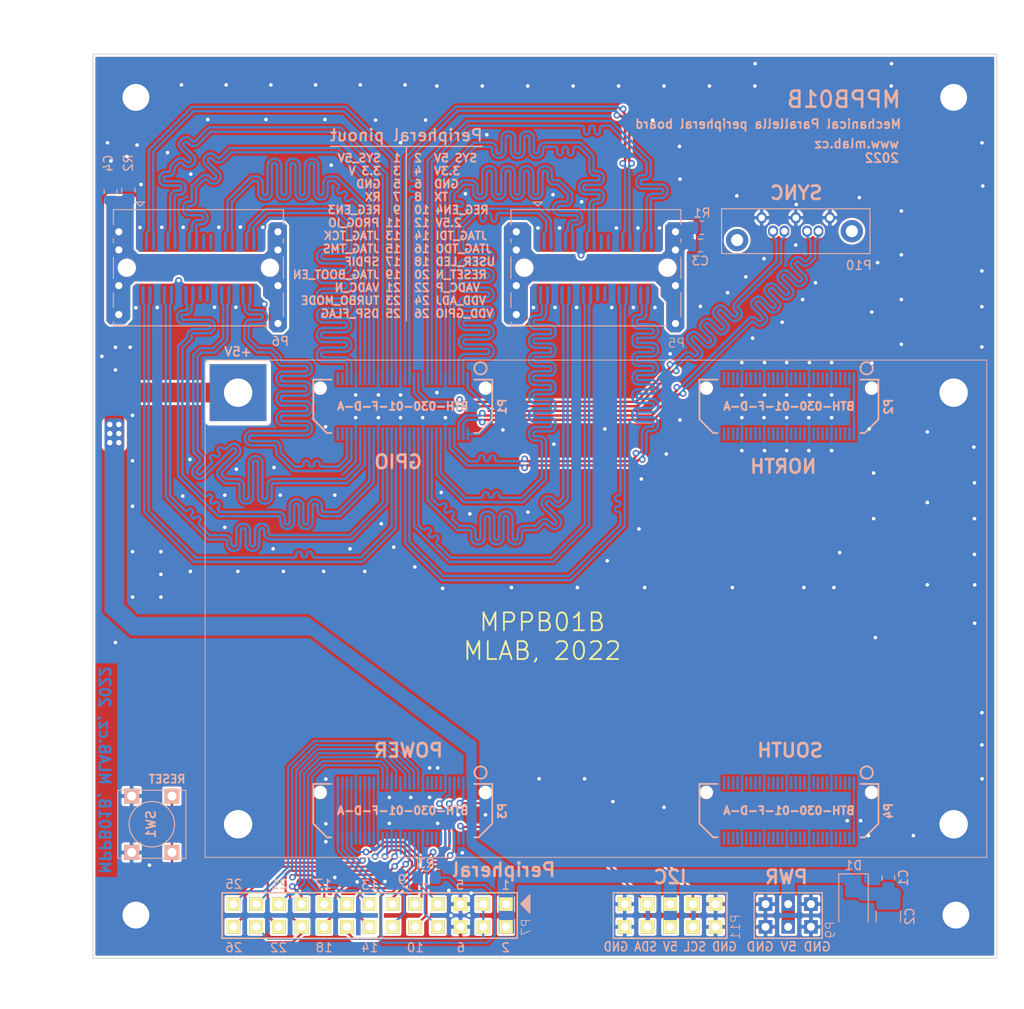
<source format=kicad_pcb>
(kicad_pcb (version 20211014) (generator pcbnew)
  (title_block (title "Parallella MLAB reduction") (date "2022-02-12") (rev "*") (company "MLAB.cz") (comment 1 "Mechanical Parallella peripheral board"))
  (layers (0 "F.Cu" signal) (31 "B.Cu" signal) (34 "B.Paste" user) (35 "F.Paste" user) (36 "B.SilkS" user "B.Silkscreen") (37 "F.SilkS" user "F.Silkscreen") (38 "B.Mask" user) (39 "F.Mask" user) (44 "Edge.Cuts" user))
  (net 0 "")
  (net 1 "/GPIO/VGPIO")
  (net 2 "/NORTH/VDDIO")
  (net 3 "/SOUTH/VDDIO")
  (net 4 "GND")
  (net 5 "Net-(C3-Pad2)")
  (net 6 "Net-(C4-Pad2)")
  (net 7 "/3P3V")
  (net 8 "/2P5V")
  (net 9 "/VDD_GPIO")
  (net 10 "/VDD_ADJ")
  (net 11 "/1P8V")
  (net 12 "/1P35V")
  (net 13 "/VDD_DSP")
  (net 14 "/1POV")
  (net 15 "/JTAG_TDO")
  (net 16 "/JTAG_TCK")
  (net 17 "/JTAG_TDI")
  (net 18 "/JTAG_TMS")
  (net 19 "/VADC_P")
  (net 20 "/VADC_N")
  (net 21 "/RESET_N")
  (net 22 "/JTAG_BOOT_EN")
  (net 23 "/USER_LED")
  (net 24 "/SPDIF")
  (net 25 "/UART_TX")
  (net 26 "/TURBO_MODE")
  (net 27 "/UART_RX")
  (net 28 "/DSP_FLAG")
  (net 30 "/PROG_IO")
  (net 31 "/I2C_SDA")
  (net 32 "/I2C_SCL")
  (net 33 "/SYS-5POV")
  (net 34 "/DSP_XID2")
  (net 35 "/DSP_XID1")
  (net 36 "/DSP_XID0")
  (net 37 "/DSP_XID3")
  (net 38 "/NORTH/TXO_DATA_P7")
  (net 39 "/NORTH/TXO_DATA_P6")
  (net 40 "/NORTH/TXO_DATA_N7")
  (net 41 "/NORTH/TXO_DATA_N6")
  (net 42 "/NORTH/TXO_DATA_P5")
  (net 43 "/NORTH/TXO_DATA_P4")
  (net 44 "/NORTH/TXO_DATA_N5")
  (net 45 "/NORTH/TXO_DATA_N4")
  (net 46 "/NORTH/TXI_RD_WAIT_P")
  (net 47 "/NORTH/TXO_LCLK_P")
  (net 48 "/NORTH/TXI_RD_WAIT_N")
  (net 49 "/NORTH/TXO_LCLK_N")
  (net 50 "/NORTH/TXI_WR_WAIT_P")
  (net 51 "/NORTH/TXO_FRAME_P")
  (net 52 "/NORTH/TXI_WR_WAIT_N")
  (net 53 "/NORTH/TXO_FRAME_N")
  (net 54 "/NORTH/RXO_WR_WAIT_P")
  (net 55 "/NORTH/RXO_RD_WAIT_P")
  (net 56 "/NORTH/RXO_WR_WAIT_N")
  (net 57 "/NORTH/RXO_RD_WAIT_N")
  (net 58 "/NORTH/RXI_FRAME_P")
  (net 59 "/NORTH/RXI_LCLK_P")
  (net 60 "/NORTH/RXI_FRAME_N")
  (net 61 "/NORTH/RXI_LCLK_N")
  (net 62 "/NORTH/RXI_DATA_P7")
  (net 63 "/NORTH/RXI_DATA_P6")
  (net 64 "/NORTH/RXI_DATA_N7")
  (net 65 "/NORTH/RXI_DATA_N6")
  (net 66 "/NORTH/RXI_DATA_P5")
  (net 67 "/NORTH/RXI_DATA_P4")
  (net 68 "/NORTH/RXI_DATA_N5")
  (net 69 "/NORTH/RXI_DATA_N4")
  (net 70 "/GPIO_N0")
  (net 71 "/GPIO_P0")
  (net 72 "/GPIO_N2")
  (net 73 "/GPIO_P2")
  (net 76 "/GPIO_N10")
  (net 77 "/GPIO_P10")
  (net 78 "/GPIO_N6")
  (net 79 "/GPIO_P6")
  (net 80 "/GPIO_N5")
  (net 81 "/GPIO_P4")
  (net 82 "/GPIO_N4")
  (net 83 "/GPIO_P5")
  (net 84 "/GPIO_N7")
  (net 85 "/GPIO_P7")
  (net 86 "/GPIO_N9")
  (net 87 "/GPIO_P9")
  (net 90 "/GPIO_N11")
  (net 91 "/GPIO_P11")
  (net 92 "/GPIO_N3")
  (net 93 "/GPIO_P3")
  (net 94 "/GPIO_N12")
  (net 95 "/GPIO_P12")
  (net 96 "/GPIO_N14")
  (net 97 "/GPIO_P14")
  (net 98 "/GPIO_N16")
  (net 99 "/GPIO_P16")
  (net 102 "/GPIO_N18")
  (net 103 "/GPIO_P18")
  (net 104 "/GPIO_N20")
  (net 105 "/GPIO_P20")
  (net 106 "/GPIO_N13")
  (net 107 "/GPIO_P13")
  (net 108 "/GPIO_N15")
  (net 109 "/GPIO_P15")
  (net 110 "/GPIO_N17")
  (net 111 "/GPIO_P17")
  (net 114 "/GPIO_N19")
  (net 115 "/GPIO_P19")
  (net 116 "/GPIO_N21")
  (net 117 "/GPIO_P21")
  (net 118 "/GPIO_N1")
  (net 119 "/GPIO_P1")
  (net 120 "/GPIO_P8")
  (net 121 "/GPIO_N8")
  (net 122 "/GPIO_N22")
  (net 123 "/GPIO_N23")
  (net 124 "/GPIO_P22")
  (net 125 "/GPIO_P23")
  (net 126 "/SOUTH/RXI_DATA_N4")
  (net 127 "/SOUTH/RXI_DATA_N5")
  (net 128 "/SOUTH/RXI_DATA_P4")
  (net 129 "/SOUTH/RXI_DATA_P5")
  (net 130 "/SOUTH/RXI_DATA_N6")
  (net 131 "/SOUTH/RXI_DATA_N7")
  (net 132 "/SOUTH/RXI_DATA_P6")
  (net 133 "/SOUTH/RXI_DATA_P7")
  (net 134 "/SOUTH/TXO_DATA_N4")
  (net 135 "/SOUTH/TXO_DATA_N5")
  (net 136 "/SOUTH/TXO_DATA_P4")
  (net 137 "/SOUTH/TXO_DATA_P5")
  (net 138 "/SOUTH/TXO_DATA_N6")
  (net 139 "/SOUTH/TXO_DATA_N7")
  (net 140 "/SOUTH/TXO_DATA_P6")
  (net 141 "/SOUTH/TXO_DATA_P7")
  (net 142 "/NORTH/RXI_DATA_N0")
  (net 143 "/NORTH/RXI_DATA_N1")
  (net 144 "/NORTH/RXI_DATA_P0")
  (net 145 "/NORTH/RXI_DATA_P1")
  (net 146 "/NORTH/RXI_DATA_N2")
  (net 147 "/NORTH/RXI_DATA_N3")
  (net 148 "/NORTH/RXI_DATA_P2")
  (net 149 "/NORTH/RXI_DATA_P3")
  (net 150 "/NORTH/TXO_DATA_N0")
  (net 151 "/NORTH/TXO_DATA_N1")
  (net 152 "/NORTH/TXO_DATA_P0")
  (net 153 "/NORTH/TXO_DATA_P1")
  (net 154 "/NORTH/TXO_DATA_N2")
  (net 155 "/NORTH/TXO_DATA_N3")
  (net 156 "/NORTH/TXO_DATA_P2")
  (net 157 "/NORTH/TXO_DATA_P3")
  (net 158 "/REG_EN1")
  (net 159 "/REG_EN2")
  (net 160 "/REG_EN3")
  (net 161 "/REG_EN4")
  (net 162 "/DSP_YID0")
  (net 163 "/DSP_YID1")
  (net 164 "/DSP_YID2")
  (net 165 "/DSP_YID3")
  (net 166 "/SOUTH/RXI_DATA_N0")
  (net 167 "/SOUTH/RXI_DATA_N1")
  (net 168 "/SOUTH/RXI_DATA_P0")
  (net 169 "/SOUTH/RXI_DATA_P1")
  (net 170 "/SOUTH/RXI_DATA_N2")
  (net 171 "/SOUTH/RXI_DATA_N3")
  (net 172 "/SOUTH/RXI_DATA_P2")
  (net 173 "/SOUTH/RXI_DATA_P3")
  (net 174 "/SOUTH/RXI_LCLK_N")
  (net 175 "/SOUTH/RXI_FRAME_N")
  (net 176 "/SOUTH/RXI_LCLK_P")
  (net 177 "/SOUTH/RXI_FRAME_P")
  (net 178 "/SOUTH/RXO_RD_WAIT_N")
  (net 179 "/SOUTH/RXO_WR_WAIT_N")
  (net 180 "/SOUTH/RXO_RD_WAIT_P")
  (net 181 "/SOUTH/RXO_WR_WAIT_P")
  (net 182 "/SOUTH/TXO_FRAME_N")
  (net 183 "/SOUTH/TXI_WR_WAIT_N")
  (net 184 "/SOUTH/TXO_FRAME_P")
  (net 185 "/SOUTH/TXI_WR_WAIT_P")
  (net 186 "/SOUTH/TXO_LCLK_N")
  (net 187 "/SOUTH/TXI_RD_WAIT_N")
  (net 188 "/SOUTH/TXO_LCLK_P")
  (net 189 "/SOUTH/TXI_RD_WAIT_P")
  (net 190 "/SOUTH/TXO_DATA_N0")
  (net 191 "/SOUTH/TXO_DATA_N1")
  (net 192 "/SOUTH/TXO_DATA_P0")
  (net 193 "/SOUTH/TXO_DATA_P1")
  (net 194 "/SOUTH/TXO_DATA_N2")
  (net 195 "/SOUTH/TXO_DATA_N3")
  (net 196 "/SOUTH/TXO_DATA_P2")
  (net 197 "/SOUTH/TXO_DATA_P3")
  (footprint "adapteva-kicad:MTG_PTH_125_SQ" (layer "F.Cu") (at 123.19 129.54)
    (fp_text reference "MH1" hide)
    (fp_text value "MTG\\PTH\\125\\SQ" hide)
  )
  (footprint "adapteva-kicad:MTG_PTH_125_SQ" (layer "F.Cu") (at 203.2 177.8)
    (fp_text reference "MH2" hide)
    (fp_text value "MTG\\PTH\\125\\SQ" hide)
  )
  (footprint "adapteva-kicad:MTG_PTH_125_SQ" (layer "F.Cu") (at 203.2 129.54)
    (fp_text reference "MH3" hide)
    (fp_text value "MTG\\PTH\\125\\SQ" hide)
  )
  (footprint "adapteva-kicad:MTG_PTH_125_SQ" (layer "F.Cu") (at 123.19 177.8)
    (fp_text reference "MH4" hide)
    (fp_text value "MTG\\PTH\\125\\SQ" hide)
  )
  (footprint "Mlab_Mechanical:MountingHole_3mm" (layer "F.Cu") (at 111.76 96.52)
    (fp_text reference "MH5" hide)
    (fp_text value "HOLE" hide)
  )
  (footprint "Mlab_Mechanical:MountingHole_3mm" (layer "F.Cu") (at 203.2 96.52)
    (fp_text reference "MH6" hide)
    (fp_text value "HOLE" hide)
  )
  (footprint "Mlab_Mechanical:MountingHole_3mm" (layer "F.Cu") (at 111.76 187.96)
    (fp_text reference "MH8" hide)
    (fp_text value "HOLE" hide)
  )
  (footprint "Mlab_Mechanical:MountingHole_3mm" (layer "F.Cu") (at 203.454 187.96)
    (fp_text reference "MH7" hide)
    (fp_text value "HOLE" hide)
  )
  (footprint "Mlab_Pin_Headers:Straight_2x13" (layer "F.Cu") (at 137.9 188 -90)
    (fp_text reference "P7")
    (fp_text value "HEADER_2x13" hide)
  )
  (footprint "Mlab_Pin_Headers:Straight_2x05" (layer "F.Cu") (at 171.5 188 -90)
    (fp_text reference "P11")
    (fp_text value "HEADER_2x05_PARALLEL" hide)
  )
  (footprint "Mlab_CON:SAMTEC-BTH-030-01-X-D-A" (layer "B.Cu") (at 141.605 131.064 180)
    (fp_text reference "P1")
    (fp_text value "BTH-030-01-F-D-A")
  )
  (footprint "Mlab_CON:SAMTEC-BTH-030-01-X-D-A" (layer "B.Cu") (at 184.785 131.064 180)
    (fp_text reference "P2")
    (fp_text value "BTH-030-01-F-D-A")
  )
  (footprint "Mlab_CON:SAMTEC-BTH-030-01-X-D-A" (layer "B.Cu") (at 141.605 176.276 180)
    (fp_text reference "P3")
    (fp_text value "BTH-030-01-F-D-A")
  )
  (footprint "Mlab_CON:SAMTEC-BTH-030-01-X-D-A" (layer "B.Cu") (at 184.785 176.276 180)
    (fp_text reference "P4")
    (fp_text value "BTH-030-01-F-D-A")
  )
  (footprint "Mlab_CON:SAS-mini_TEConnectivity_1888174_Vertical" (layer "B.Cu") (at 163.195 116.680005)
    (fp_text reference "P5")
    (fp_text value "SAS_mini_1888174-6")
  )
  (footprint "Mlab_Pin_Headers:Straight_2x03" (layer "B.Cu") (at 184.7 188 -90)
    (fp_text reference "P9")
    (fp_text value "HEADER_2x03_PARALLEL" hide)
  )
  (footprint "Mlab_CON:SAS-mini_TEConnectivity_1888174_Vertical" (layer "B.Cu") (at 118.745 116.680005)
    (fp_text reference "P6")
    (fp_text value "SAS_mini_1888174-6")
  )
  (footprint "Mlab_CON:SATA-7_THT_VERT_2" (layer "B.Cu") (at 189.357 109.982)
    (fp_text reference "P10")
    (fp_text value "SATA7-67491-1030")
  )
  (footprint "Capacitor_SMD:C_0805_2012Metric" (layer "B.Cu") (at 195.9 183.8 90)
    (fp_text reference "C1")
    (fp_text value "100nF/16V")
  )
  (footprint "Capacitor_SMD:C_1210_3225Metric" (layer "B.Cu") (at 195.9 188.1 -90)
    (fp_text reference "C2")
    (fp_text value "100uF/6V3")
  )
  (footprint "Diode_SMD:D_SMA" (layer "B.Cu") (at 192 186.75 -90)
    (fp_text reference "D1")
    (fp_text value "M4")
  )
  (footprint "Capacitor_SMD:C_0805_2012Metric" (layer "B.Cu") (at 174.8775 113.07 180)
    (fp_text reference "C3")
    (fp_text value "100nF/16V")
  )
  (footprint "Capacitor_SMD:C_0805_2012Metric" (layer "B.Cu") (at 108.92 107.0675 -90)
    (fp_text reference "C4")
    (fp_text value "100nF/16V")
  )
  (footprint "Resistor_SMD:R_0805_2012Metric_Pad1.20x1.40mm_HandSolder" (layer "B.Cu") (at 175.05 111.1 180)
    (fp_text reference "R1")
    (fp_text value "100")
  )
  (footprint "Resistor_SMD:R_0805_2012Metric_Pad1.20x1.40mm_HandSolder" (layer "B.Cu") (at 110.91 106.9 -90)
    (fp_text reference "R2")
    (fp_text value "100")
  )
  (footprint "Mlab_SW:SW_PUSH_SMALL" (layer "B.Cu") (at 113.538 177.8 -90)
    (fp_text reference "SW1")
    (fp_text value "Prepinac" hide)
  )
  (footprint "Resistor_SMD:R_0805_2012Metric_Pad1.20x1.40mm_HandSolder" (layer "B.Cu") (at 144.25 183.75 180)
    (fp_text reference "R3")
    (fp_text value "10k")
  )
  (gr_rect (start 177.85 185.45) (end 165.15 190.55) (layer "B.SilkS") (width 0.15) (fill none))
  (gr_line (start 141.6 184.7) (end 142.5 185.2) (layer "B.SilkS") (width 0.15))
  (gr_poly (pts (xy 155.8 187.7) (xy 154.8 186.7) (xy 155.8 185.7)) (layer "B.SilkS") (width 0.15) (fill solid))
  (gr_line (start 142 102) (end 142 121.5) (layer "B.SilkS") (width 0.15))
  (gr_line (start 206.9 181.5) (end 119.5 181.5) (layer "B.SilkS") (width 0.1))
  (gr_rect (start 154.4 185.45) (end 121.4 190.55) (layer "B.SilkS") (width 0.15) (fill none))
  (gr_line (start 150.5 102) (end 133.5 102) (layer "B.SilkS") (width 0.15))
  (gr_line (start 119.5 181.5) (end 119.5 125.9) (layer "B.SilkS") (width 0.1))
  (gr_line (start 206.9 125.9) (end 206.9 181.5) (layer "B.SilkS") (width 0.1))
  (gr_line (start 119.5 125.9) (end 206.9 125.9) (layer "B.SilkS") (width 0.1))
  (gr_line (start 208.026 192.786) (end 208.026 91.694) (layer "Edge.Cuts") (width 0.1))
  (gr_line (start 106.934 192.786) (end 208.026 192.786) (layer "Edge.Cuts") (width 0.1))
  (gr_line (start 208.026 91.694) (end 106.934 91.694) (layer "Edge.Cuts") (width 0.1))
  (gr_line (start 106.934 91.694) (end 106.934 192.786) (layer "Edge.Cuts") (width 0.1))
  (gr_text "MPPB01B\nMLAB.cz" (at 189 95.25) (layer "F.Cu") (effects (font (size 1.5 1.5) (thickness 0.3))))
  (gr_text "MPPB01B, MLAB.cz, 2022" (at 108.25 171.75 270) (layer "B.Cu") (effects (font (size 1.2 1.2) (thickness 0.25)) (justify mirror)))
  (gr_text "NORTH" (at 184.15 137.795) (layer "B.SilkS") (effects (font (size 1.5 1.5) (thickness 0.3)) (justify mirror)))
  (gr_text "SOUTH" (at 184.912 169.545) (layer "B.SilkS") (effects (font (size 1.5 1.5) (thickness 0.3)) (justify mirror)))
  (gr_text "POWER" (at 142.24 169.545) (layer "B.SilkS") (effects (font (size 1.5 1.5) (thickness 0.3)) (justify mirror)))
  (gr_text "+5V" (at 123.19 124.968) (layer "B.SilkS") (effects (font (size 1 1) (thickness 0.2)) (justify mirror)))
  (gr_text "MPPB01B\n" (at 197.45 96.75) (layer "B.SilkS") (effects (font (size 1.8 1.8) (thickness 0.3)) (justify left mirror)))
  (gr_text "RESET" (at 115.25 172.75) (layer "B.SilkS") (effects (font (size 0.9 0.9) (thickness 0.2)) (justify mirror)))
  (gr_text "6\n" (at 148.1 191.6) (layer "B.SilkS") (effects (font (size 1 1)) (justify mirror)))
  (gr_text "I2C" (at 171.5 183.7) (layer "B.SilkS") (effects (font (size 1.5 1.5) (thickness 0.3)) (justify mirror)))
  (gr_text "26" (at 122.7 191.6) (layer "B.SilkS") (effects (font (size 1 1)) (justify mirror)))
  (gr_text "22\n" (at 127.7 191.6) (layer "B.SilkS") (effects (font (size 1 1)) (justify mirror)))
  (gr_text "5" (at 148 184.6) (layer "B.SilkS") (effects (font (size 1 1)) (justify mirror)))
  (gr_text "1  SYS_5V\n3  3.3 V\n5  GND\n7  RX\n9  REG_EN3\n11 PROG_IO\n13 JTAG_TCK\n15 JTAG_TMS\n17 SPDIF\n19 JTAG_BOOT_EN\n21 VADC_N\n23 TURBO_MODE\n25 DSP_FLAG" (at 141.5 112) (layer "B.SilkS") (effects (font (size 0.9 0.9) (thickness 0.2)) (justify left mirror)))
  (gr_text "25" (at 122.7 184.5) (layer "B.SilkS") (effects (font (size 1 1)) (justify mirror)))
  (gr_text "18" (at 132.8 191.6) (layer "B.SilkS") (effects (font (size 1 1)) (justify mirror)))
  (gr_text "GND 5V GND" (at 184.75 191.5) (layer "B.SilkS") (effects (font (size 1 1) (thickness 0.17)) (justify mirror)))
  (gr_text "21" (at 127.8 184.5) (layer "B.SilkS") (effects (font (size 1 1)) (justify mirror)))
  (gr_text "SYS 5V  2\n3.3V  4\nGND  6\nTX  8\nREG_EN4 10\n2.5V 12\nJTAG_TDI 14\nJTAG_TDO 16\nUSER_LED 18\nRESET_N 20\nVADC_P 22\nVDD_ADJ 24\nVDD_GPIO 26" (at 142.75 112) (layer "B.SilkS") (effects (font (size 0.9 0.9) (thickness 0.2)) (justify right mirror)))
  (gr_text "SYNC" (at 185.6 107.2) (layer "B.SilkS") (effects (font (size 1.5 1.5) (thickness 0.3)) (justify mirror)))
  (gr_text "13" (at 137.9 184.6) (layer "B.SilkS") (effects (font (size 1 1)) (justify mirror)))
  (gr_text "GPIO" (at 141.097 137.287) (layer "B.SilkS") (effects (font (size 1.5 1.5) (thickness 0.3)) (justify mirror)))
  (gr_text "GND SCL 5V SDA GND" (at 171.5 191.5) (layer "B.SilkS") (effects (font (size 1 0.9) (thickness 0.17)) (justify mirror)))
  (gr_text "2\n\n" (at 153.1 192.4) (layer "B.SilkS") (effects (font (size 1 1)) (justify mirror)))
  (gr_text "10" (at 143 191.6) (layer "B.SilkS") (effects (font (size 1 1)) (justify mirror)))
  (gr_text "Peripheral\n" (at 152.9 182.9) (layer "B.SilkS") (effects (font (size 1.5 1.5) (thickness 0.3)) (justify mirror)))
  (gr_text "17" (at 132.7 184.5) (layer "B.SilkS") (effects (font (size 1 1)) (justify mirror)))
  (gr_text "PWR" (at 184.5 183.7) (layer "B.SilkS") (effects (font (size 1.5 1.5) (thickness 0.3)) (justify mirror)))
  (gr_text "Peripheral pinout" (at 142 100.75) (layer "B.SilkS") (effects (font (size 1.3 1.3) (thickness 0.22)) (justify mirror)))
  (gr_text "www.mlab.cz\n2022" (at 197.2 102.5) (layer "B.SilkS") (effects (font (size 1 1) (thickness 0.2)) (justify left mirror)))
  (gr_text "Mechanical Parallella peripheral board" (at 182.45 99.5) (layer "B.SilkS") (effects (font (size 1 1) (thickness 0.2)) (justify mirror)))
  (gr_text "1" (at 153.1 184.6) (layer "B.SilkS") (effects (font (size 1 1)) (justify mirror)))
  (gr_text "9" (at 141.5 184) (layer "B.SilkS") (effects (font (size 1 1)) (justify mirror)))
  (gr_text "14" (at 137.9 191.6) (layer "B.SilkS") (effects (font (size 1 1)) (justify mirror)))
  (gr_text "MPPB01B\nMLAB, 2022" (at 157.2 156.8) (layer "F.SilkS") (effects (font (size 2 2) (thickness 0.2))))
  (segment (start 150.2029 134.1501) (end 151.511 132.842) (width 0.3) (layer "B.Cu") (net 1))
  (segment (start 151.511 132.842) (end 151.511 131.65356) (width 0.3) (layer "B.Cu") (net 1))
  (segment (start 148.85924 134.1501) (end 150.2029 134.1501) (width 0.3) (layer "B.Cu") (net 1))
  (segment (start 148.85924 129.0018) (end 148.85924 127.9779) (width 0.3) (layer "B.Cu") (net 1))
  (segment (start 151.511 131.65356) (end 148.85924 129.0018) (width 0.3) (layer "B.Cu") (net 1))
  (segment (start 192.03924 134.1501) (end 192.03924 127.9779) (width 0.3) (layer "B.Cu") (net 2))
  (segment (start 192.03924 173.1899) (end 192.03924 179.3621) (width 0.2) (layer "B.Cu") (net 3))
  (segment (start 116.5352 116.9924) (end 116.5352 119.3038) (width 0.3) (layer "F.Cu") (net 4))
  (segment (start 116.5352 119.3038) (end 115.824 120.015) (width 0.3) (layer "F.Cu") (net 4))
  (segment (start 115.824 120.015) (end 114.1476 120.015) (width 0.3) (layer "F.Cu") (net 4))
  (segment (start 161.544 114.173) (end 161.544 112.268) (width 0.3) (layer "F.Cu") (net 4))
  (segment (start 161.544 112.268) (end 160.401 111.125) (width 0.3) (layer "F.Cu") (net 4))
  (segment (start 160.401 111.125) (end 159.131 111.125) (width 0.3) (layer "F.Cu") (net 4))
  (via (at 206.375 101.6) (size 0.75) (drill 0.4) (layers "F.Cu" "B.Cu") (net 4))
  (via (at 193.675 179.07) (size 0.75) (drill 0.4) (layers "F.Cu" "B.Cu") (net 4))
  (via (at 111.379 142.24) (size 0.75) (drill 0.4) (layers "F.Cu" "B.Cu") (net 4))
  (via (at 111.379 152.4) (size 0.75) (drill 0.4) (layers "F.Cu" "B.Cu") (net 4))
  (via (at 109.474 157.48) (size 0.75) (drill 0.4) (layers "F.Cu" "B.Cu") (net 4))
  (via (at 111.379 132.08) (size 0.75) (drill 0.4) (layers "F.Cu" "B.Cu") (net 4))
  (via (at 111.379 147.32) (size 0.75) (drill 0.4) (layers "F.Cu" "B.Cu") (net 4))
  (via (at 165.1 175.26) (size 0.75) (drill 0.4) (layers "F.Cu" "B.Cu") (net 4))
  (via (at 180.721 123.444) (size 0.75) (drill 0.4) (layers "F.Cu" "B.Cu") (net 4))
  (via (at 177.927 118.364) (size 0.75) (drill 0.4) (layers "F.Cu" "B.Cu") (net 4))
  (via (at 181.991 114.554) (size 0.75) (drill 0.4) (layers "F.Cu" "B.Cu") (net 4))
  (via (at 187.75 117.25) (size 0.75) (drill 0.4) (layers "F.Cu" "B.Cu") (net 4))
  (via (at 174.879 119.888) (size 0.75) (drill 0.4) (layers "F.Cu" "B.Cu") (net 4))
  (via (at 179.959 116.586) (size 0.75) (drill 0.4) (layers "F.Cu" "B.Cu") (net 4))
  (via (at 186.309 119.126) (size 0.75) (drill 0.4) (layers "F.Cu" "B.Cu") (net 4))
  (via (at 185.547 113.03) (size 0.75) (drill 0.4) (layers "F.Cu" "B.Cu") (net 4))
  (via (at 184.023 121.666) (size 0.75) (drill 0.4) (layers "F.Cu" "B.Cu") (net 4))
  (via (at 120.5484 119.9896) (size 0.75) (drill 0.4) (layers "F.Cu" "B.Cu") (net 4))
  (via (at 122.936 119.9896) (size 0.75) (drill 0.4) (layers "F.Cu" "B.Cu") (net 4))
  (via (at 167.386 120.015) (size 0.75) (drill 0.4) (layers "F.Cu" "B.Cu") (net 4))
  (via (at 140.589 146.812) (size 0.75) (drill 0.4) (layers "F.Cu" "B.Cu") (net 4))
  (via (at 200.254 151.026) (size 0.75) (drill 0.4) (layers "F.Cu" "B.Cu") (net 4))
  (via (at 205.529 147.626) (size 0.75) (drill 0.4) (layers "F.Cu" "B.Cu") (net 4))
  (via (at 205.529 143.626) (size 0.75) (drill 0.4) (layers "F.Cu" "B.Cu") (net 4))
  (via (at 205.529 139.626) (size 0.75) (drill 0.4) (layers "F.Cu" "B.Cu") (net 4))
  (via (at 206.354 115.926) (size 0.75) (drill 0.4) (layers "F.Cu" "B.Cu") (net 4))
  (via (at 194.454 156.926) (size 0.75) (drill 0.4) (layers "F.Cu" "B.Cu") (net 4))
  (via (at 200.254 133.926) (size 0.75) (drill 0.4) (layers "F.Cu" "B.Cu") (net 4))
  (via (at 200.254 141.826) (size 0.75) (drill 0.4) (layers "F.Cu" "B.Cu") (net 4))
  (via (at 206.354 165.326) (size 0.75) (drill 0.4) (layers "F.Cu" "B.Cu") (net 4))
  (via (at 136.854 95.126) (size 0.75) (drill 0.4) (layers "F.Cu" "B.Cu") (net 4))
  (via (at 146.054 151.426) (size 0.75) (drill 0.4) (layers "F.Cu" "B.Cu") (net 4))
  (via (at 153.754 151.326) (size 0.75) (drill 0.4) (layers "F.Cu" "B.Cu") (net 4))
  (via (at 194.254 138.526) (size 0.75) (drill 0.4) (layers "F.Cu" "B.Cu") (net 4))
  (via (at 168.654 151.32599) (size 0.75) (drill 0.4) (layers "F.Cu" "B.Cu") (net 4))
  (via (at 178.454 151.32599) (size 0.75) (drill 0.4) (layers "F.Cu" "B.Cu") (net 4))
  (via (at 161.121807 151.32599) (size 0.75) (drill 0.4) (layers "F.Cu" "B.Cu") (net 4))
  (via (at 137.354 149.526) (size 0.75) (drill 0.4) (layers "F.Cu" "B.Cu") (net 4))
  (via (at 190.454 147.426) (size 0.75) (drill 0.4) (layers "F.Cu" "B.Cu") (net 4))
  (via (at 189.81 151.33) (size 0.75) (drill 0.4) (layers "F.Cu" "B.Cu") (net 4))
  (via (at 186.454 151.326) (size 0.75) (drill 0.4) (layers "F.Cu" "B.Cu") (net 4))
  (via (at 194.254 143.626) (size 0.75) (drill 0.4) (layers "F.Cu" "B.Cu") (net 4))
  (via (at 205.554 155.326) (size 0.75) (drill 0.4) (layers "F.Cu" "B.Cu") (net 4))
  (via (at 205.554 151.026) (size 0.75) (drill 0.4) (layers "F.Cu" "B.Cu") (net 4))
  (via (at 206.354 168.926) (size 0.75) (drill 0.4) (layers "F.Cu" "B.Cu") (net 4))
  (via (at 206.354 119.926) (size 0.75) (drill 0.4) (layers "F.Cu" "B.Cu") (net 4))
  (via (at 206.354 124.426) (size 0.75) (drill 0.4) (layers "F.Cu" "B.Cu") (net 4))
  (via (at 205.454 135.626) (size 0.75) (drill 0.4) (layers "F.Cu" "B.Cu") (net 4))
  (via (at 206.454 106.426) (size 0.75) (drill 0.4) (layers "F.Cu" "B.Cu") (net 4))
  (via (at 185.6 108.5) (size 0.75) (drill 0.4) (layers "F.Cu" "B.Cu") (net 4))
  (via (at 178.954 107.526) (size 0.75) (drill 0.4) (layers "F.Cu" "B.Cu") (net 4))
  (via (at 194.054 126.226) (size 0.75) (drill 0.4) (layers "F.Cu" "B.Cu") (net 4))
  (via (at 194.7 115) (size 0.75) (drill 0.4) (layers "F.Cu" "B.Cu") (net 4))
  (via (at 192.654 107.726) (size 0.75) (drill 0.4) (layers "F.Cu" "B.Cu") (net 4))
  (via (at 197.354 114.126) (size 0.75) (drill 0.4) (layers "F.Cu" "B.Cu") (net 4))
  (via (at 194.054 120.526) (size 0.75) (drill 0.4) (layers "F.Cu" "B.Cu") (net 4))
  (via (at 197.354 124.126) (size 0.75) (drill 0.4) (layers "F.Cu" "B.Cu") (net 4))
  (via (at 197.354 119.126) (size 0.75) (drill 0.4) (layers "F.Cu" "B.Cu") (net 4))
  (via (at 182.0545 136.017) (size 0.75) (drill 0.4) (layers "F.Cu" "B.Cu") (net 4))
  (via (at 158.4 107.4) (size 0.75) (drill 0.4) (layers "F.Cu" "B.Cu") (net 4))
  (via (at 121.854 95.126) (size 0.75) (drill 0.4) (layers "F.Cu" "B.Cu") (net 4))
  (via (at 141.351 129.794) (size 0.75) (drill 0.4) (layers "F.Cu" "B.Cu") (net 4))
  (via (at 135.7 147) (size 0.75) (drill 0.4) (layers "F.Cu" "B.Cu") (net 4))
  (via (at 133 177.75) (size 0.75) (drill 0.4) (layers "F.Cu" "B.Cu") (net 4))
  (via (at 112.2172 111.0742) (size 0.75) (drill 0.4) (layers "F.Cu" "B.Cu") (net 4))
  (via (at 170.815 95.25) (size 0.75) (drill 0.4) (layers "F.Cu" "B.Cu") (net 4))
  (via (at 181 92.75) (size 0.75) (drill 0.4) (layers "F.Cu" "B.Cu") (net 4))
  (via (at 141.351 132.334) (size 0.75) (drill 0.4) (layers "F.Cu" "B.Cu") (net 4))
  (via (at 144.145 99.06) (size 0.75) (drill 0.4) (layers "F.Cu" "B.Cu") (net 4))
  (via (at 167.894 111.125) (size 0.75) (drill 0.4) (layers "F.Cu" "B.Cu") (net 4))
  (via (at 158.5 135.3) (size 0.75) (drill 0.4) (layers "F.Cu" "B.Cu") (net 4))
  (via (at 136.3345 129.794) (size 0.75) (drill 0.4) (layers "F.Cu" "B.Cu") (net 4))
  (via (at 116.5352 116.9924) (size 0.75) (drill 0.4) (layers "F.Cu" "B.Cu") (net 4))
  (via (at 145.415 129.54) (size 0.75) (drill 0.4) (layers "F.Cu" "B.Cu") (net 4))
  (via (at 123.444 111.0234) (size 0.75) (drill 0.4) (layers "F.Cu" "B.Cu") (net 4))
  (via (at 114.554 147.32) (size 0.75) (drill 0.4) (layers "F.Cu" "B.Cu") (net 4))
  (via (at 117.0432 111.0488) (size 0.75) (drill 0.4) (layers "F.Cu" "B.Cu") (net 4))
  (via (at 149 188) (size 0.75) (drill 0.4) (layers "F.Cu" "B.Cu") (net 4))
  (via (at 168.275 139.192) (size 0.75) (drill 0.4) (layers "F.Cu" "B.Cu") (net 4))
  (via (at 117 141.1) (size 0.75) (drill 0.4) (layers "F.Cu" "B.Cu") (net 4))
  (via (at 171.5 125.2) (size 0.75) (drill 0.4) (layers "F.Cu" "B.Cu") (net 4))
  (via (at 184.531 126.1745) (size 0.75) (drill 0.4) (layers "F.Cu" "B.Cu") (net 4))
  (via (at 111.887 101.854) (size 0.75) (drill 0.4) (layers "F.Cu" "B.Cu") (net 4))
  (via (at 161.544 114.173) (size 0.75) (drill 0.4) (layers "F.Cu" "B.Cu") (net 4))
  (via (at 198.691989 179.07) (size 0.75) (drill 0.4) (layers "F.Cu" "B.Cu") (net 4))
  (via (at 114.6556 111.0488) (size 0.75) (drill 0.4) (layers "F.Cu" "B.Cu") (net 4))
  (via (at 149.1 143.1) (size 0.75) (drill 0.4) (layers "F.Cu" "B.Cu") (net 4))
  (via (at 155.6 142.9) (size 0.75) (drill 0.4) (layers "F.Cu" "B.Cu") (net 4))
  (via (at 172.593 105.664) (size 0.75) (drill 0.4) (layers "F.Cu" "B.Cu") (net 4))
  (via (at 150.85 176.75) (size 0.75) (drill 0.4) (layers "F.Cu" "B.Cu") (net 4))
  (via (at 119.8 99) (size 0.75) (drill 0.4) (layers "F.Cu" "B.Cu") (net 4))
  (via (at 184.531 129.794) (size 0.75) (drill 0.4) (layers "F.Cu" "B.Cu") (net 4))
  (via (at 182.0545 126.1745) (size 0.75) (drill 0.4) (layers "F.Cu" "B.Cu") (net 4))
  (via (at 114.554 152.4) (size 0.75) (drill 0.4) (layers "F.Cu" "B.Cu") (net 4))
  (via (at 136.3345 132.334) (size 0.75) (drill 0.4) (layers "F.Cu" "B.Cu") (net 4))
  (via (at 143.8275 132.334) (size 0.75) (drill 0.4) (layers "F.Cu" "B.Cu") (net 4))
  (via (at 140.1 174.8) (size 0.75) (drill 0.4) (layers "F.Cu" "B.Cu") (net 4))
  (via (at 132.754 149.526) (size 0.75) (drill 0.4) (layers "F.Cu" "B.Cu") (net 4))
  (via (at 125.9586 111.0488) (size 0.75) (drill 0.4) (layers "F.Cu" "B.Cu") (net 4))
  (via (at 150.495 95.25) (size 0.75) (drill 0.4) (layers "F.Cu" "B.Cu") (net 4))
  (via (at 117.9 105.1) (size 0.75) (drill 0.4) (layers "F.Cu" "B.Cu") (net 4))
  (via (at 148.6 107.3) (size 0.75) (drill 0.4) (layers "F.Cu" "B.Cu") (net 4))
  (via (at 139.6 184.2) (size 0.75) (drill 0.4) (layers "F.Cu" "B.Cu") (net 4))
  (via (at 134 183.75) (size 0.75) (drill 0.4) (layers "F.Cu" "B.Cu") (net 4))
  (via (at 189.5475 126.1745) (size 0.75) (drill 0.4) (layers "F.Cu" "B.Cu") (net 4))
  (via (at 169.799 120.015) (size 0.75) (drill 0.4) (layers "F.Cu" "B.Cu") (net 4))
  (via (at 169.545 99.06) (size 0.75) (drill 0.4) (layers "F.Cu" "B.Cu") (net 4))
  (via (at 179.5145 132.334) (size 0.75) (drill 0.4) (layers "F.Cu" "B.Cu") (net 4))
  (via (at 187.0075 136.017) (size 0.75) (drill 0.4) (layers "F.Cu" "B.Cu") (net 4))
  (via (at 139.2 144.2) (size 0.75) (drill 0.4) (layers "F.Cu" "B.Cu") (net 4))
  (via (at 192.8 177.4) (size 0.75) (drill 0.4) (layers "F.Cu" "B.Cu") (net 4))
  (via (at 164.465 148.336) (size 0.75) (drill 0.4) (layers "F.Cu" "B.Cu") (net 4))
  (via (at 161.925 172.72) (size 0.75) (drill 0.4) (layers "F.Cu" "B.Cu") (net 4))
  (via (at 197.354 109.226) (size 0.75) (drill 0.4) (layers "F.Cu" "B.Cu") (net 4))
  (via (at 117.854 149.526) (size 0.75) (drill 0.4) (layers "F.Cu" "B.Cu") (net 4))
  (via (at 117.8 137) (size 0.75) (drill 0.4) (layers "F.Cu" "B.Cu") (net 4))
  (via (at 133.6 104.1) (size 0.75) (drill 0.4) (layers "F.Cu" "B.Cu") (net 4))
  (via (at 164.973 120.015) (size 0.75) (drill 0.4) (layers "F.Cu" "B.Cu") (net 4))
  (via (at 184.531 136.017) (size 0.75) (drill 0.4) (layers "F.Cu" "B.Cu") (net 4))
  (via (at 142.954 149.026) (size 0.75) (drill 0.4) (layers "F.Cu" "B.Cu") (net 4))
  (via (at 164.2 133.6) (size 0.75) (drill 0.4) (layers "F.Cu" "B.Cu") (net 4))
  (via (at 184.531 132.334) (size 0.75) (drill 0.4) (layers "F.Cu" "B.Cu") (net 4))
  (via (at 145.9 140.7) (size 0.75) (drill 0.4) (layers "F.Cu" "B.Cu") (net 4))
  (via (at 155.575 95.25) (size 0.75) (drill 0.4) (layers "F.Cu" "B.Cu") (net 4))
  (via (at 156.21 120.015) (size 0.75) (drill 0.4) (layers "F.Cu" "B.Cu") (net 4))
  (via (at 187.071 129.794) (size 0.75) (drill 0.4) (layers "F.Cu" "B.Cu") (net 4))
  (via (at 112.33 106.26) (size 0.75) (drill 0.4) (layers "F.Cu" "B.Cu") (net 4))
  (via (at 141.854 95.126) (size 0.75) (drill 0.4) (layers "F.Cu" "B.Cu") (net 4))
  (via (at 156.845 172.72) (size 0.75) (drill 0.4) (layers "F.Cu" "B.Cu") (net 4))
  (via (at 182.0545 129.794) (size 0.75) (drill 0.4) (layers "F.Cu" "B.Cu") (net 4))
  (via (at 132.9 99) (size 0.75) (drill 0.4) (layers "F.Cu" "B.Cu") (net 4))
  (via (at 171.069 136.398) (size 0.75) (drill 0.4) (layers "F.Cu" "B.Cu") (net 4))
  (via (at 148.25 181) (size 0.75) (drill 0.4) (layers "F.Cu" "B.Cu") (net 4))
  (via (at 196.215 95.25) (size 0.75) (drill 0.4) (layers "F.Cu" "B.Cu") (net 4))
  (via (at 170.815 175.895) (size 0.75) (drill 0.4) (layers "F.Cu" "B.Cu") (net 4))
  (via (at 179.5145 136.017) (size 0.75) (drill 0.4) (layers "F.Cu" "B.Cu") (net 4))
  (via (at 168.021 144.78) (size 0.75) (drill 0.4) (layers "F.Cu" "B.Cu") (net 4))
  (via (at 196.25 92.75) (size 0.75) (drill 0.4) (layers "F.Cu" "B.Cu") (net 4))
  (via (at 147.8 176.75) (size 0.75) (drill 0.4) (layers "F.Cu" "B.Cu") (net 4))
  (via (at 126.3 99) (size 0.75) (drill 0.4) (layers "F.Cu" "B.Cu") (net 4))
  (via (at 165.481 111.125) (size 0.75) (drill 0.4) (layers "F.Cu" "B.Cu") (net 4))
  (via (at 138.8745 129.794) (size 0.75) (drill 0.4) (layers "F.Cu" "B.Cu") (net 4))
  (via (at 170.307 111.125) (size 0.75) (drill 0.4) (layers "F.Cu" "B.Cu") (net 4))
  (via (at 181.991 132.334) (size 0.75) (drill 0.4) (layers "F.Cu" "B.Cu") (net 4))
  (via (at 180.975 95.25) (size 0.75) (drill 0.4) (layers "F.Cu" "B.Cu") (net 4))
  (via (at 140.1 177.7) (size 0.75) (drill 0.4) (layers "F.Cu" "B.Cu") (net 4))
  (via (at 206.375 172.72) (size 0.75) (drill 0.4) (layers "F.Cu" "B.Cu") (net 4))
  (via (at 111.76 120.0404) (size 0.75) (drill 0.4) (layers "F.Cu" "B.Cu") (net 4))
  (via (at 110.744 103.124) (size 0.75) (drill 0.4) (layers "F.Cu" "B.Cu") (net 4))
  (via (at 145.415 95.25) (size 0.75) (drill 0.4) (layers "F.Cu" "B.Cu") (net 4))
  (via (at 142.5 174.8) (size 0.75) (drill 0.4) (layers "F.Cu" "B.Cu") (net 4))
  (via (at 107.95 125.476) (size 0.75) (drill 0.4) (layers "F.Cu" "B.Cu") (net 4))
  (via (at 109.474 127) (size 0.75) (drill 0.4) (layers "F.Cu" "B.Cu") (net 4))
  (via (at 109.474 124.46) (size 0.75) (drill 0.4) (layers "F.Cu" "B.Cu") (net 4))
  (via (at 111.125 124.46) (size 0.75) (drill 0.4) (layers "F.Cu" "B.Cu") (net 4))
  (via (at 191.3 177.4) (size 0.75) (drill 0.4) (layers "F.Cu" "B.Cu") (net 4))
  (via (at 158.623 120.015) (size 0.75) (drill 0.4) (layers "F.Cu" "B.Cu") (net 4))
  (via (at 114.1476 120.015) (size 0.75) (drill 0.4) (layers "F.Cu" "B.Cu") (net 4))
  (via (at 138.557 99.06) (size 0.75) (drill 0.4) (layers "F.Cu" "B.Cu") (net 4))
  (via (at 179.5145 129.794) (size 0.75) (drill 0.4) (layers "F.Cu" "B.Cu") (net 4))
  (via (at 161.036 120.015) (size 0.75) (drill 0.4) (layers "F.Cu" "B.Cu") (net 4))
  (via (at 136.5 184.25) (size 0.75) (drill 0.4) (layers "F.Cu" "B.Cu") (net 4))
  (via (at 127.2 137.9) (size 0.75) (drill 0.4) (layers "F.Cu" "B.Cu") (net 4))
  (via (at 121.7 141) (size 0.75) (drill 0.4) (layers "F.Cu" "B.Cu") (net 4))
  (via (at 189.5475 129.794) (size 0.75) (drill 0.4) (layers "F.Cu" "B.Cu") (net 4))
  (via (at 138.8745 132.334) (size 0.75) (drill 0.4) (layers "F.Cu" "B.Cu") (net 4))
  (via (at 123 138.1) (size 0.75) (drill 0.4) (layers "F.Cu" "B.Cu") (net 4))
  (via (at 187.071 126.1745) (size 0.75) (drill 0.4) (layers "F.Cu" "B.Cu") (net 4))
  (via (at 145.5 171.5) (size 0.75) (drill 0.4) (layers "F.Cu" "B.Cu") (net 4))
  (via (at 114.554 149.86) (size 0.75) (drill 0.4) (layers "F.Cu" "B.Cu") (net 4))
  (via (at 159.131 111.125) (size 0.75) (drill 0.4) (layers "F.Cu" "B.Cu") (net 4))
  (via (at 144.6 174.8) (size 0.75) (drill 0.4) (layers "F.Cu" "B.Cu") (net 4))
  (via (at 189.5475 136.017) (size 0.75) (drill 0.4) (layers "F.Cu" "B.Cu") (net 4))
  (via (at 161.6 108.2) (size 0.75) (drill 0.4) (layers "F.Cu" "B.Cu") (net 4))
  (via (at 146.75 185.2) (size 0.75) (drill 0.4) (layers "F.Cu" "B.Cu") (net 4))
  (via (at 147 188) (size 0.75) (drill 0.4) (layers "F.Cu" "B.Cu") (net 4))
  (via (at 146.3675 132.334) (size 0.75) (drill 0.4) (layers "F.Cu" "B.Cu") (net 4))
  (via (at 111.379 137.16) (size 0.75) (drill 0.4) (layers "F.Cu" "B.Cu") (net 4))
  (via (at 126.111 119.634) (size 0.75) (drill 0.4) (layers "F.Cu" "B.Cu") (net 4))
  (via (at 126.854 95.126) (size 0.75) (drill 0.4) (layers "F.Cu" "B.Cu") (net 4))
  (via (at 121.7 144.6) (size 0.75) (drill 0.4) (layers "F.Cu" "B.Cu") (net 4))
  (via (at 149.25 185.5) (size 0.75) (drill 0.4) (layers "F.Cu" "B.Cu") (net 4))
  (via (at 141.351 101.6) (size 0.75) (drill 0.4) (layers "F.Cu" "B.Cu") (net 4))
  (via (at 172.593 132.588) (size 0.75) (drill 0.4) (layers "F.Cu" "B.Cu") (net 4))
  (via (at 151 100.7) (size 0.75) (drill 0.4) (layers "F.Cu" "B.Cu") (net 4))
  (via (at 108.966 103.632) (size 0.75) (drill 0.4) (layers "F.Cu" "B.Cu") (net 4))
  (via (at 131.854 95.126) (size 0.75) (drill 0.4) (layers "F.Cu" "B.Cu") (net 4))
  (via (at 133 179.75) (size 0.75) (drill 0.4) (layers "F.Cu" "B.Cu") (net 4))
  (via (at 152.8 133.7) (size 0.75) (drill 0.4) (layers "F.Cu" "B.Cu") (net 4))
  (via (at 144.6 171.5) (size 0.75) (drill 0.4) (layers "F.Cu" "B.Cu") (net 4))
  (via (at 113.284 182.372) (size 0.75) (drill 0.4) (layers "F.Cu" "B.Cu") (net 4))
  (via (at 128.254 149.526) (size 0.75) (drill 0.4) (layers "F.Cu" "B.Cu") (net 4))
  (via (at 127.1 147) (size 0.75) (drill 0.4) (layers "F.Cu" "B.Cu") (net 4))
  (via (at 179.5145 126.1745) (size 0.75) (drill 0.4) (layers "F.Cu" "B.Cu") (net 4))
  (via (at 133 172.75) (size 0.75) (drill 0.4) (layers "F.Cu" "B.Cu") (net 4))
  (via (at 116.854 95.126) (size 0.75) (drill 0.4) (layers "F.Cu" "B.Cu") (net 4))
  (via (at 115.3 102.7) (size 0.75) (drill 0.4) (layers "F.Cu" "B.Cu") (net 4))
  (via (at 175.895 95.25) (size 0.75) (drill 0.4) (layers "F.Cu" "B.Cu") (net 4))
  (via (at 187.0075 132.334) (size 0.75) (drill 0.4) (layers "F.Cu" "B.Cu") (net 4))
  (via (at 123.154 149.526) (size 0.75) (drill 0.4) (layers "F.Cu" "B.Cu") (net 4))
  (via (at 172.5422 102.0064) (size 0.75) (drill 0.4) (layers "F.Cu" "B.Cu") (net 4))
  (via (at 156.718 111.125) (size 0.75) (drill 0.4) (layers "F.Cu" "B.Cu") (net 4))
  (via (at 165.735 95.25) (size 0.75) (drill 0.4) (layers "F.Cu" "B.Cu") (net 4))
  (via (at 145.5 177.7) (size 0.75) (drill 0.4) (layers "F.Cu" "B.Cu") (net 4))
  (via (at 193.75445 133.600624) (size 0.75) (drill 0.4) (layers "F.Cu" "B.Cu") (net 4))
  (via (at 108.585 101.6) (size 0.75) (drill 0.4) (layers "F.Cu" "B.Cu") (net 4))
  (via (at 127.9 141) (size 0.75) (drill 0.4) (layers "F.Cu" "B.Cu") (net 4))
  (via (at 189.5475 132.334) (size 0.75) (drill 0.4) (layers "F.Cu" "B.Cu") (net 4))
  (via (at 134 141) (size 0.75) (drill 0.4) (layers "F.Cu" "B.Cu") (net 4))
  (via (at 121.031 111.0488) (size 0.75) (drill 0.4) (layers "F.Cu" "B.Cu") (net 4))
  (via (at 132.969 133.35) (size 0.75) (drill 0.4) (layers "F.Cu" "B.Cu") (net 4))
  (via (at 160.655 95.25) (size 0.75) (drill 0.4) (layers "F.Cu" "B.Cu") (net 4))
  (segment (start 158.595 118.48) (end 158.595 119.987) (width 0.3) (layer "B.Cu") (net 4))
  (segment (start 112.245 111.102) (end 112.2172 111.0742) (width 0.3) (layer "B.Cu") (net 4))
  (segment (start 136.34974 173.1899) (end 136.34974 179.3621) (width 0.2) (layer "B.Cu") (net 4))
  (segment (start 117.045 111.0506) (end 117.0432 111.0488) (width 0.3) (layer "B.Cu") (net 4))
  (segment (start 138.85164 129.6416) (end 138.85164 127.9779) (width 0.3) (layer "B.Cu") (net 4))
  (segment (start 160.995 119.974) (end 161.036 120.015) (width 0.3) (layer "B.Cu") (net 4))
  (segment (start 111.745 120.0254) (end 111.76 120.0404) (width 0.3) (layer "B.Cu") (net 4))
  (segment (start 143.85544 128.893802) (end 144.501638 129.54) (width 0.3) (layer "B.Cu") (net 4))
  (segment (start 146.05 129.54) (end 145.415 129.54) (width 0.3) (layer "B.Cu") (net 4))
  (segment (start 141.32814 129.6416) (end 141.35354 129.6162) (width 0.3) (layer "B.Cu") (net 4))
  (segment (start 114.145 120.0124) (end 114.1476 120.015) (width 0.3) (layer "B.Cu") (net 4))
  (segment (start 141.35354 129.6162) (end 141.35354 127.9779) (width 0.3) (layer "B.Cu") (net 4))
  (segment (start 161.495 112.66) (end 161.495 114.124) (width 0.3) (layer "B.Cu") (net 4))
  (segment (start 136.34974 132.4102) (end 136.34974 134.1501) (width 0.3) (layer "B.Cu") (net 4))
  (segment (start 158.595 119.987) (end 158.623 120.015) (width 0.3) (layer "B.Cu") (net 4))
  (segment (start 159.095 111.161) (end 159.131 111.125) (width 0.3) (layer "B.Cu") (net 4))
  (segment (start 114.145 118.48) (end 114.145 120.0124) (width 0.3) (layer "B.Cu") (net 4))
  (segment (start 121.045 111.0628) (end 121.031 111.0488) (width 0.3) (layer "B.Cu") (net 4))
  (segment (start 165.495 111.139) (end 165.481 111.125) (width 0.3) (layer "B.Cu") (net 4))
  (segment (start 138.85164 129.8956) (end 138.85164 129.6416) (width 0.3) (layer "B.Cu") (net 4))
  (segment (start 111.745 117.755) (end 111.76 117.74) (width 0.3) (layer "B.Cu") (net 4))
  (segment (start 143.85544 127.9779) (end 143.85544 128.893802) (width 0.3) (layer "B.Cu") (net 4))
  (segment (start 146.35734 129.23266) (end 146.35734 127.9779) (width 0.3) (layer "B.Cu") (net 4))
  (segment (start 170.295 111.137) (end 170.307 111.125) (width 0.3) (layer "B.Cu") (net 4))
  (segment (start 136.34974 127.9779) (end 136.34974 129.8194) (width 0.3) (layer "B.Cu") (net 4))
  (segment (start 160.995 118.48) (end 160.995 119.974) (width 0.3) (layer "B.Cu") (net 4))
  (segment (start 167.895 111.126) (end 167.894 111.125) (width 0.3) (layer "B.Cu") (net 4))
  (segment (start 146.35734 132.53974) (end 146.21764 132.40004) (width 0.3) (layer "B.Cu") (net 4))
  (segment (start 111.745 118.48) (end 111.745 120.0254) (width 0.3) (layer "B.Cu") (net 4))
  (segment (start 138.77544 129.8194) (end 138.85164 129.8956) (width 0.3) (layer "B.Cu") (net 4))
  (segment (start 146.05 129.54) (end 146.35734 129.23266) (width 0.3) (layer "B.Cu") (net 4))
  (segment (start 161.495 114.124) (end 161.544 114.173) (width 0.3) (layer "B.Cu") (net 4))
  (segment (start 156.695 111.148) (end 156.718 111.125) (width 0.3) (layer "B.Cu") (net 4))
  (segment (start 123.445 111.0244) (end 123.444 111.0234) (width 0.3) (layer "B.Cu") (net 4))
  (segment (start 144.501638 129.54) (end 145.415 129.54) (width 0.3) (layer "B.Cu") (net 4))
  (segment (start 169.795 120.138) (end 169.799 120.142) (width 0.3) (layer "B.Cu") (net 4))
  (segment (start 150.4 190.6) (end 139.566978 190.6) (width 0.25) (layer "B.Cu") (net 7))
  (segment (start 134.34824 180.755394) (end 134.34824 179.3621) (width 0.25) (layer "B.Cu") (net 7))
  (segment (start 139.566978 190.6) (end 139.2 190.233022) (width 0.25) (layer "B.Cu") (net 7))
  (segment (start 150.6 186.73) (end 150.6 189.27) (width 0.25) (layer "B.Cu") (net 7))
  (segment (start 150.6 190.4) (end 150.4 190.6) (width 0.25) (layer "B.Cu") (net 7))
  (segment (start 150.6 189.71952) (end 150.6 190.4) (width 0.25) (layer "B.Cu") (net 7))
  (segment (start 136.341417 182.748571) (end 134.34824 180.755394) (width 0.25) (layer "B.Cu") (net 7))
  (segment (start 134.34824 178.3382) (end 134.34824 173.1899) (width 0.3) (layer "B.Cu") (net 7))
  (segment (start 139.2 190.233022) (end 139.2 185.585718) (width 0.25) (layer "B.Cu") (net 7))
  (segment (start 134.34824 179.3621) (end 134.34824 178.3382) (width 0.3) (layer "B.Cu") (net 7))
  (segment (start 136.362853 182.748571) (end 136.341417 182.748571) (width 0.25) (layer "B.Cu") (net 7))
  (segment (start 139.2 185.585718) (end 136.362853 182.748571) (width 0.25) (layer "B.Cu") (net 7))
  (segment (start 136.527615 182.299051) (end 134.84864 180.620076) (width 0.25) (layer "B.Cu") (net 8))
  (segment (start 141.75 185.85) (end 141.4 185.5) (width 0.25) (layer "B.Cu") (net 8))
  (segment (start 140.44 189.06) (end 141.75 187.75) (width 0.25) (layer "B.Cu") (net 8))
  (segment (start 134.84864 173.1899) (end 134.84864 179.3621) (width 0.2) (layer "B.Cu") (net 8))
  (segment (start 140.44 189.27) (end 140.44 189.06) (width 0.25) (layer "B.Cu") (net 8))
  (segment (start 141.75 187.75) (end 141.75 185.85) (width 0.25) (layer "B.Cu") (net 8))
  (segment (start 141.4 185.5) (end 139.75 185.5) (width 0.25) (layer "B.Cu") (net 8))
  (segment (start 136.549051 182.299051) (end 136.527615 182.299051) (width 0.25) (layer "B.Cu") (net 8))
  (segment (start 139.75 185.5) (end 136.549051 182.299051) (width 0.25) (layer "B.Cu") (net 8))
  (segment (start 134.84864 180.620076) (end 134.84864 179.3621) (width 0.25) (layer "B.Cu") (net 8))
  (segment (start 137.1 181.849531) (end 136.85002 182.099511) (width 0.25) (layer "F.Cu") (net 9))
  (segment (start 136.85002 182.099511) (end 127.650489 182.099511) (width 0.25) (layer "F.Cu") (net 9))
  (segment (start 123.9 188.03) (end 122.66 189.27) (width 0.25) (layer "F.Cu") (net 9))
  (segment (start 127.650489 182.099511) (end 123.9 185.85) (width 0.25) (layer "F.Cu") (net 9))
  (segment (start 123.9 185.85) (end 123.9 188.03) (width 0.25) (layer "F.Cu") (net 9))
  (via (at 137.1 181.849531) (size 0.75) (drill 0.4) (layers "F.Cu" "B.Cu") (net 9))
  (segment (start 137.1 181.849531) (end 136.713813 181.849531) (width 0.25) (layer "B.Cu") (net 9))
  (segment (start 135.34894 180.484658) (end 135.34894 179.3621) (width 0.25) (layer "B.Cu") (net 9))
  (segment (start 136.713813 181.849531) (end 135.34894 180.484658) (width 0.25) (layer "B.Cu") (net 9))
  (segment (start 135.34894 173.1899) (end 135.34894 179.3621) (width 0.2) (layer "B.Cu") (net 9))
  (segment (start 144.935717 180.9) (end 145 180.9) (width 0.25) (layer "F.Cu") (net 10))
  (segment (start 143.427401 181.5) (end 144.335717 181.5) (width 0.25) (layer "F.Cu") (net 10))
  (segment (start 137.5 180.9) (end 138.010741 180.9) (width 0.25) (layer "F.Cu") (net 10))
  (segment (start 144.335717 181.5) (end 144.935717 180.9) (width 0.25) (layer "F.Cu") (net 10))
  (segment (start 138.210252 180.700489) (end 138.563793 180.700489) (width 0.25) (layer "F.Cu") (net 10))
  (segment (start 138.563793 180.700489) (end 139.464282 179.8) (width 0.25) (layer "F.Cu") (net 10))
  (segment (start 139.464282 179.8) (end 141.727401 179.8) (width 0.25) (layer "F.Cu") (net 10))
  (segment (start 138.010741 180.9) (end 138.210252 180.700489) (width 0.25) (layer "F.Cu") (net 10))
  (segment (start 141.727401 179.8) (end 143.427401 181.5) (width 0.25) (layer "F.Cu") (net 10))
  (via (at 145 180.9) (size 0.75) (drill 0.4) (layers "F.Cu" "B.Cu") (net 10))
  (via (at 137.5 180.9) (size 0.75) (drill 0.4) (layers "F.Cu" "B.Cu") (net 10))
  (segment (start 135.84934 173.1899) (end 135.84934 179.3621) (width 0.2) (layer "B.Cu") (net 10))
  (segment (start 146.75 183.75) (end 147.5 184.5) (width 0.25) (layer "B.Cu") (net 10))
  (segment (start 144.346197 191.04952) (end 139.38078 191.04952) (width 0.25) (layer "B.Cu") (net 10))
  (segment (start 151.9 185.7) (end 151.9 190.2) (width 0.25) (layer "B.Cu") (net 10))
  (segment (start 147.5 184.5) (end 147.60096 184.60096) (width 0.25) (layer "B.Cu") (net 10))
  (segment (start 136.4 180.9) (end 135.84934 180.34934) (width 0.25) (layer "B.Cu") (net 10))
  (segment (start 145 180.9) (end 145 182) (width 0.25) (layer "B.Cu") (net 10))
  (segment (start 144.346197 191.04952) (end 151.05048 191.04952) (width 0.25) (layer "B.Cu") (net 10))
  (segment (start 145.25 183.75) (end 146.75 183.75) (width 0.25) (layer "B.Cu") (net 10))
  (segment (start 138.93126 190.6) (end 126.53 190.6) (width 0.25) (layer "B.Cu") (net 10))
  (segment (start 151.9 190.2) (end 151.8 190.3) (width 0.25) (layer "B.Cu") (net 10))
  (segment (start 126.53 190.6) (end 125.2 189.27) (width 0.25) (layer "B.Cu") (net 10))
  (segment (start 137.5 180.9) (end 136.4 180.9) (width 0.25) (layer "B.Cu") (net 10))
  (segment (start 147.60096 184.60096) (end 150.80096 184.60096) (width 0.25) (layer "B.Cu") (net 10))
  (segment (start 145 183.5) (end 145.25 183.75) (width 0.25) (layer "B.Cu") (net 10))
  (segment (start 135.84934 180.34934) (end 135.84934 179.3621) (width 0.25) (layer "B.Cu") (net 10))
  (segment (start 145 182) (end 145 183.5) (width 0.25) (layer "B.Cu") (net 10))
  (segment (start 151.05048 191.04952) (end 151.8 190.3) (width 0.25) (layer "B.Cu") (net 10))
  (segment (start 150.80096 184.60096) (end 151.9 185.7) (width 0.25) (layer "B.Cu") (net 10))
  (segment (start 139.38078 191.04952) (end 138.93126 190.6) (width 0.25) (layer "B.Cu") (net 10))
  (segment (start 136.85014 173.1899) (end 136.85014 179.3621) (width 0.2) (layer "B.Cu") (net 11))
  (segment (start 137.35054 173.1899) (end 137.35054 179.3621) (width 0.2) (layer "B.Cu") (net 12))
  (segment (start 137.85084 173.1899) (end 137.85084 179.3621) (width 0.2) (layer "B.Cu") (net 13))
  (segment (start 138.35124 173.1899) (end 138.35124 179.3621) (width 0.2) (layer "B.Cu") (net 14))
  (segment (start 136.1 190.6) (end 138.743022 190.6) (width 0.25) (layer "F.Cu") (net 15))
  (segment (start 139.1 190.243022) (end 139.1 185.9) (width 0.25) (layer "F.Cu") (net 15))
  (segment (start 139.649031 180.250969) (end 138.5 181.4) (width 0.25) (layer "F.Cu") (net 15))
  (segment (start 139.1 185.9) (end 139.601991 185.398009) (width 0.25) (layer "F.Cu") (net 15))
  (segment (start 138.743022 190.6) (end 139.1 190.243022) (width 0.25) (layer "F.Cu") (net 15))
  (segment (start 140.437708 185.398009) (end 143.077006 182.758711) (width 0.25) (layer "F.Cu") (net 15))
  (segment (start 143.077006 181.785323) (end 141.542651 180.250969) (width 0.25) (layer "F.Cu") (net 15))
  (segment (start 135.36 189.27) (end 135.36 189.86) (width 0.25) (layer "F.Cu") (net 15))
  (segment (start 141.542651 180.250969) (end 139.649031 180.250969) (width 0.25) (layer "F.Cu") (net 15))
  (segment (start 135.36 189.86) (end 136.1 190.6) (width 0.25) (layer "F.Cu") (net 15))
  (segment (start 143.077006 182.758711) (end 143.077006 181.785323) (width 0.25) (layer "F.Cu") (net 15))
  (segment (start 139.601991 185.398009) (end 140.437708 185.398009) (width 0.25) (layer "F.Cu") (net 15))
  (via (at 138.5 181.4) (size 0.75) (drill 0.4) (layers "F.Cu" "B.Cu") (net 15))
  (segment (start 139.35204 180.54796) (end 138.5 181.4) (width 0.25) (layer "B.Cu") (net 15))
  (segment (start 139.35204 179.3621) (end 139.35204 180.54796) (width 0.25) (layer "B.Cu") (net 15))
  (segment (start 131.481959 172.518041) (end 131.481959 184.010523) (width 0.25) (layer "B.Cu") (net 16))
  (segment (start 131.481959 184.010523) (end 132.321916 184.85048) (width 0.25) (layer "B.Cu") (net 16))
  (segment (start 132.8 171.2) (end 131.481959 172.518041) (width 0.25) (layer "B.Cu") (net 16))
  (segment (start 134.435718 185.2) (end 136.34 185.2) (width 0.25) (layer "B.Cu") (net 16))
  (segment (start 136.34 185.2) (end 137.87 186.73) (width 0.25) (layer "B.Cu") (net 16))
  (segment (start 134.086198 184.85048) (end 134.435718 185.2) (width 0.25) (layer "B.Cu") (net 16))
  (segment (start 139.35204 171.570232) (end 138.981808 171.2) (width 0.25) (layer "B.Cu") (net 16))
  (segment (start 139.35204 173.1899) (end 139.35204 171.570232) (width 0.25) (layer "B.Cu") (net 16))
  (segment (start 132.321916 184.85048) (end 134.086198 184.85048) (width 0.25) (layer "B.Cu") (net 16))
  (segment (start 138.981808 171.2) (end 132.8 171.2) (width 0.25) (layer "B.Cu") (net 16))
  (segment (start 142.627486 181.971521) (end 141.356454 180.700489) (width 0.25) (layer "F.Cu") (net 17))
  (segment (start 136.6 187.97) (end 136.6 185.856978) (width 0.25) (layer "F.Cu") (net 17))
  (segment (start 137.9 189.27) (end 136.6 187.97) (width 0.25) (layer "F.Cu") (net 17))
  (segment (start 137.508489 184.948489) (end 140.230014 184.948489) (width 0.25) (layer "F.Cu") (net 17))
  (segment (start 141.356454 180.700489) (end 140.299511 180.700489) (width 0.25) (layer "F.Cu") (net 17))
  (segment (start 140.299511 180.700489) (end 139.6 181.4) (width 0.25) (layer "F.Cu") (net 17))
  (segment (start 140.230014 184.948489) (end 142.627486 182.551017) (width 0.25) (layer "F.Cu") (net 17))
  (segment (start 136.6 185.856978) (end 137.508489 184.948489) (width 0.25) (layer "F.Cu") (net 17))
  (segment (start 142.627486 182.551017) (end 142.627486 181.971521) (width 0.25) (layer "F.Cu") (net 17))
  (via (at 139.6 181.4) (size 0.75) (drill 0.4) (layers "F.Cu" "B.Cu") (net 17))
  (segment (start 139.6 181.4) (end 139.85244 181.14756) (width 0.25) (layer "B.Cu") (net 17))
  (segment (start 139.85244 181.14756) (end 139.85244 179.3621) (width 0.25) (layer "B.Cu") (net 17))
  (segment (start 131.032439 184.196721) (end 132.135718 185.3) (width 0.25) (layer "B.Cu") (net 18))
  (segment (start 139.85244 171.434914) (end 139.168006 170.75048) (width 0.25) (layer "B.Cu") (net 18))
  (segment (start 133.9 185.3) (end 135.33 186.73) (width 0.25) (layer "B.Cu") (net 18))
  (segment (start 139.168006 170.75048) (end 132.613803 170.75048) (width 0.25) (layer "B.Cu") (net 18))
  (segment (start 132.135718 185.3) (end 133.9 185.3) (width 0.25) (layer "B.Cu") (net 18))
  (segment (start 139.85244 173.1899) (end 139.85244 171.434914) (width 0.25) (layer "B.Cu") (net 18))
  (segment (start 132.613803 170.75048) (end 131.032439 172.331844) (width 0.25) (layer "B.Cu") (net 18))
  (segment (start 131.032439 172.331844) (end 131.032439 184.196721) (width 0.25) (layer "B.Cu") (net 18))
  (segment (start 126.5 183.885718) (end 126.5 188.03) (width 0.25) (layer "F.Cu") (net 19))
  (segment (start 139.550969 182.549031) (end 127.836687 182.549031) (width 0.25) (layer "F.Cu") (net 19))
  (segment (start 140.7 181.4) (end 139.550969 182.549031) (width 0.25) (layer "F.Cu") (net 19))
  (segment (start 126.5 188.03) (end 127.74 189.27) (width 0.25) (layer "F.Cu") (net 19))
  (segment (start 127.836687 182.549031) (end 126.5 183.885718) (width 0.25) (layer "F.Cu") (net 19))
  (via (at 140.7 181.4) (size 0.75) (drill 0.4) (layers "F.Cu" "B.Cu") (net 19))
  (segment (start 140.7 181.4) (end 140.876629 181.223371) (width 0.25) (layer "B.Cu") (net 19))
  (segment (start 140.876629 181.223371) (end 140.876629 179.723371) (width 0.25) (layer "B.Cu") (net 19))
  (segment (start 129.356511 185.643489) (end 130.582919 184.417081) (width 0.25) (layer "B.Cu") (net 20))
  (segment (start 130.582919 172.145647) (end 132.427606 170.30096) (width 0.25) (layer "B.Cu") (net 20))
  (segment (start 132.427606 170.30096) (end 139.354204 170.30096) (width 0.25) (layer "B.Cu") (net 20))
  (segment (start 130.582919 184.417081) (end 130.582919 172.145647) (width 0.25) (layer "B.Cu") (net 20))
  (segment (start 127.74 186.73) (end 128.826511 185.643489) (width 0.25) (layer "B.Cu") (net 20))
  (segment (start 140.85314 171.799896) (end 140.85314 173.1899) (width 0.25) (layer "B.Cu") (net 20))
  (segment (start 128.826511 185.643489) (end 129.356511 185.643489) (width 0.25) (layer "B.Cu") (net 20))
  (segment (start 139.354204 170.30096) (end 140.85314 171.799896) (width 0.25) (layer "B.Cu") (net 20))
  (segment (start 128.5 185.316978) (end 129 185.816978) (width 0.25) (layer "F.Cu") (net 21))
  (segment (start 121.3 191) (end 129.3 191) (width 0.25) (layer "F.Cu") (net 21))
  (segment (start 130.25 190.05) (end 130.25 189.15) (width 0.25) (layer "F.Cu") (net 21))
  (segment (start 128.901449 182.998551) (end 128.5 183.4) (width 0.25) (layer "F.Cu") (net 21))
  (segment (start 115.788 185.488) (end 121.3 191) (width 0.25) (layer "F.Cu") (net 21))
  (segment (start 140.201449 182.998551) (end 128.901449 182.998551) (width 0.25) (layer "F.Cu") (net 21))
  (segment (start 140.7 182.5) (end 140.201449 182.998551) (width 0.25) (layer "F.Cu") (net 21))
  (segment (start 129 187.99) (end 130.28 189.27) (width 0.25) (layer "F.Cu") (net 21))
  (segment (start 115.788 174.65) (end 115.788 185.488) (width 0.25) (layer "F.Cu") (net 21))
  (segment (start 129.3 191) (end 130.25 190.05) (width 0.25) (layer "F.Cu") (net 21))
  (segment (start 129 185.816978) (end 129 187.99) (width 0.25) (layer "F.Cu") (net 21))
  (segment (start 128.5 183.4) (end 128.5 185.316978) (width 0.25) (layer "F.Cu") (net 21))
  (via (at 140.7 182.5) (size 0.75) (drill 0.4) (layers "F.Cu" "B.Cu") (net 21))
  (segment (start 141.85394 181.34606) (end 141.85394 179.3621) (width 0.25) (layer "B.Cu") (net 21))
  (segment (start 140.7 182.5) (end 141.85394 181.34606) (width 0.25) (layer "B.Cu") (net 21))
  (segment (start 129.25 184.75) (end 130.28 185.78) (width 0.25) (layer "F.Cu") (net 22))
  (segment (start 130.28 185.78) (end 130.28 186.73) (width 0.25) (layer "F.Cu") (net 22))
  (via (at 129.25 184.75) (size 0.75) (drill 0.4) (layers "F.Cu" "B.Cu") (net 22))
  (segment (start 129.75 184.5) (end 129.5 184.75) (width 0.25) (layer "B.Cu") (net 22))
  (segment (start 130.133399 184.116601) (end 129.75 184.5) (width 0.25) (layer "B.Cu") (net 22))
  (segment (start 129.5 184.75) (end 129.25 184.75) (width 0.25) (layer "B.Cu") (net 22))
  (segment (start 130.133399 171.95945) (end 130.133399 183.633399) (width 0.25) (layer "B.Cu") (net 22))
  (segment (start 132.241408 169.85144) (end 130.133399 171.95945) (width 0.25) (layer "B.Cu") (net 22))
  (segment (start 130.133399 183.633399) (end 130.133399 184.116601) (width 0.25) (layer "B.Cu") (net 22))
  (segment (start 139.540402 169.85144) (end 132.241408 169.85144) (width 0.25) (layer "B.Cu") (net 22))
  (segment (start 141.85394 173.1899) (end 141.85394 172.164978) (width 0.25) (layer "B.Cu") (net 22))
  (segment (start 141.85394 172.164978) (end 139.540402 169.85144) (width 0.25) (layer "B.Cu") (net 22))
  (segment (start 136.301929 183.448071) (end 134.1 185.65) (width 0.25) (layer "F.Cu") (net 23))
  (segment (start 141.927975 182.261284) (end 140.741188 183.448071) (width 0.25) (layer "F.Cu") (net 23))
  (segment (start 141.927975 182.261269) (end 141.927975 182.261284) (width 0.25) (layer "F.Cu") (net 23))
  (segment (start 132.82 188.98) (end 132.82 189.27) (width 0.25) (layer "F.Cu") (net 23))
  (segment (start 134.1 185.65) (end 134.1 187.7) (width 0.25) (layer "F.Cu") (net 23))
  (segment (start 140.741188 183.448071) (end 136.301929 183.448071) (width 0.25) (layer "F.Cu") (net 23))
  (segment (start 132.79 189.27) (end 132.79 189.21) (width 0.25) (layer "F.Cu") (net 23))
  (segment (start 132.82 189.22) (end 132.82 189.27) (width 0.25) (layer "F.Cu") (net 23))
  (segment (start 134.1 187.7) (end 132.82 188.98) (width 0.25) (layer "F.Cu") (net 23))
  (via (at 141.927975 182.261269) (size 0.75) (drill 0.4) (layers "F.Cu" "B.Cu") (net 23))
  (segment (start 141.927975 182.261269) (end 142.35434 181.834904) (width 0.25) (layer "B.Cu") (net 23))
  (segment (start 142.35434 181.834904) (end 142.35434 179.3621) (width 0.25) (layer "B.Cu") (net 23))
  (segment (start 129.489243 183.5) (end 131.5 183.5) (width 0.25) (layer "F.Cu") (net 24))
  (segment (start 131.5 183.5) (end 132.82 184.82) (width 0.25) (layer "F.Cu") (net 24))
  (segment (start 132.82 184.82) (end 132.82 186.73) (width 0.25) (layer "F.Cu") (net 24))
  (segment (start 129.270596 183.718647) (end 129.489243 183.5) (width 0.25) (layer "F.Cu") (net 24))
  (via (at 129.270596 183.718647) (size 0.75) (drill 0.4) (layers "F.Cu" "B.Cu") (net 24))
  (segment (start 129.683879 171.773253) (end 129.683879 183.183879) (width 0.25) (layer "B.Cu") (net 24))
  (segment (start 142.35434 173.1899) (end 142.35434 172.029661) (width 0.25) (layer "B.Cu") (net 24))
  (segment (start 129.683879 183.183879) (end 129.683879 183.305364) (width 0.25) (layer "B.Cu") (net 24))
  (segment (start 142.35434 172.029661) (end 139.726599 169.40192) (width 0.25) (layer "B.Cu") (net 24))
  (segment (start 132.05521 169.40192) (end 129.683879 171.773253) (width 0.25) (layer "B.Cu") (net 24))
  (segment (start 129.683879 183.305364) (end 129.270596 183.718647) (width 0.25) (layer "B.Cu") (net 24))
  (segment (start 139.726599 169.40192) (end 132.05521 169.40192) (width 0.25) (layer "B.Cu") (net 24))
  (segment (start 142.85464 180.284631) (end 142.95552 180.385511) (width 0.2) (layer "B.Cu") (net 25))
  (segment (start 143.623022 185.25) (end 144.041511 185.668489) (width 0.2) (layer "B.Cu") (net 25))
  (segment (start 142.95552 182.29448) (end 142.25 183) (width 0.2) (layer "B.Cu") (net 25))
  (segment (start 144.041511 187.791511) (end 145.52 189.27) (width 0.2) (layer "B.Cu") (net 25))
  (segment (start 142.85464 179.3621) (end 142.85464 180.284631) (width 0.2) (layer "B.Cu") (net 25))
  (segment (start 143.623022 185.25) (end 142.75 185.25) (width 0.2) (layer "B.Cu") (net 25))
  (segment (start 142.95552 180.385511) (end 142.95552 182.29448) (width 0.2) (layer "B.Cu") (net 25))
  (segment (start 144.041511 185.668489) (end 144.041511 187.791511) (width 0.2) (layer "B.Cu") (net 25))
  (segment (start 142.25 184.75) (end 142.25 183) (width 0.2) (layer "B.Cu") (net 25))
  (segment (start 142.75 185.25) (end 142.25 184.75) (width 0.2) (layer "B.Cu") (net 25))
  (segment (start 125.27 186.73) (end 125.17 186.73) (width 0.25) (layer "B.Cu") (net 26))
  (segment (start 129.234359 171.587056) (end 129.234359 182.765641) (width 0.25) (layer "B.Cu") (net 26))
  (segment (start 129.234359 182.765641) (end 125.27 186.73) (width 0.25) (layer "B.Cu") (net 26))
  (segment (start 142.85464 171.894244) (end 139.912796 168.9524) (width 0.25) (layer "B.Cu") (net 26))
  (segment (start 139.912796 168.9524) (end 131.869012 168.9524) (width 0.25) (layer "B.Cu") (net 26))
  (segment (start 142.85464 173.1899) (end 142.85464 171.894244) (width 0.25) (layer "B.Cu") (net 26))
  (segment (start 131.869012 168.9524) (end 129.234359 171.587056) (width 0.25) (layer "B.Cu") (net 26))
  (segment (start 145.52 186.73) (end 145.52 186.581972) (width 0.2) (layer "B.Cu") (net 27))
  (segment (start 145.52 186.581972) (end 143.35504 184.417012) (width 0.2) (layer "B.Cu") (net 27))
  (segment (start 143.35504 184.417012) (end 143.35504 179.3621) (width 0.2) (layer "B.Cu") (net 27))
  (segment (start 126.064282 185.3) (end 124.1 185.3) (width 0.25) (layer "B.Cu") (net 28))
  (segment (start 143.35504 173.1899) (end 143.35504 171.758927) (width 0.25) (layer "B.Cu") (net 28))
  (segment (start 124.1 185.3) (end 122.67 186.73) (width 0.25) (layer "B.Cu") (net 28))
  (segment (start 140.098993 168.50288) (end 131.682814 168.502881) (width 0.25) (layer "B.Cu") (net 28))
  (segment (start 128.784839 182.579443) (end 126.064282 185.3) (width 0.25) (layer "B.Cu") (net 28))
  (segment (start 128.784839 171.400856) (end 128.784839 182.579443) (width 0.25) (layer "B.Cu") (net 28))
  (segment (start 131.682814 168.502881) (end 128.784839 171.400856) (width 0.25) (layer "B.Cu") (net 28))
  (segment (start 143.35504 171.758927) (end 140.098993 168.50288) (width 0.25) (layer "B.Cu") (net 28))
  (segment (start 146.35048 176.15048) (end 146.35048 180.224543) (width 0.25) (layer "F.Cu") (net 30))
  (segment (start 140.41 186.09) (end 140.41 186.73) (width 0.25) (layer "F.Cu") (net 30))
  (segment (start 143.50096 182.970475) (end 143.50096 182.99904) (width 0.25) (layer "F.Cu") (net 30))
  (segment (start 145.750969 181.13829) (end 145.289748 181.599511) (width 0.25) (layer "F.Cu") (net 30))
  (segment (start 145.750969 180.824054) (end 145.750969 181.13829) (width 0.25) (layer "F.Cu") (net 30))
  (segment (start 144.871924 181.599511) (end 143.50096 182.970475) (width 0.25) (layer "F.Cu") (net 30))
  (segment (start 146.35048 180.224543) (end 145.750969 180.824054) (width 0.25) (layer "F.Cu") (net 30))
  (segment (start 145.289748 181.599511) (end 144.871924 181.599511) (width 0.25) (layer "F.Cu") (net 30))
  (segment (start 145.7 175.5) (end 146.35048 176.15048) (width 0.25) (layer "F.Cu") (net 30))
  (segment (start 143.50096 182.99904) (end 140.41 186.09) (width 0.25) (layer "F.Cu") (net 30))
  (via (at 145.7 175.5) (size 0.75) (drill 0.4) (layers "F.Cu" "B.Cu") (net 30))
  (segment (start 146.85774 173.1899) (end 146.85774 174.54226) (width 0.25) (layer "B.Cu") (net 30))
  (segment (start 146.8 174.6) (end 146.6 174.6) (width 0.25) (layer "B.Cu") (net 30))
  (segment (start 146.6 174.6) (end 145.7 175.5) (width 0.25) (layer "B.Cu") (net 30))
  (segment (start 146.85774 174.54226) (end 146.8 174.6) (width 0.25) (layer "B.Cu") (net 30))
  (segment (start 148.05 178) (end 148.149511 178.099511) (width 0.25) (layer "F.Cu") (net 31))
  (segment (start 148.149511 178.099511) (end 160.329511 178.099511) (width 0.25) (layer "F.Cu") (net 31))
  (segment (start 160.329511 178.099511) (end 168.96 186.73) (width 0.25) (layer "F.Cu") (net 31))
  (via (at 148.05 178) (size 0.75) (drill 0.4) (layers "F.Cu" "B.Cu") (net 31))
  (segment (start 169 189.27) (end 169 186.73) (width 0.5) (layer "B.Cu") (net 31))
  (segment (start 148.05 178) (end 148.35884 178.30884) (width 0.25) (layer "B.Cu") (net 31))
  (segment (start 148.35884 178.30884) (end 148.35884 179.3621) (width 0.25) (layer "B.Cu") (net 31))
  (segment (start 174.04 185.404282) (end 164.075718 175.44) (width 0.25) (layer "F.Cu") (net 32))
  (segment (start 174.04 186.73) (end 174.04 185.404282) (width 0.25) (layer "F.Cu") (net 32))
  (segment (start 164.075718 175.44) (end 147.98 175.44) (width 0.25) (layer "F.Cu") (net 32))
  (via (at 147.98 175.44) (size 0.75) (drill 0.4) (layers "F.Cu" "B.Cu") (net 32))
  (segment (start 148.35884 175.06116) (end 147.98 175.44) (width 0.25) (layer "B.Cu") (net 32))
  (segment (start 174.1 186.73) (end 174.1 189.27) (width 0.5) (layer "B.Cu") (net 32))
  (segment (start 148.35884 173.1899) (end 148.35884 175.06116) (width 0.25) (layer "B.Cu") (net 32))
  (segment (start 184.7 189.27) (end 184.7 186.73) (width 1.5) (layer "F.Cu") (net 33))
  (via (at 109.855 133.096) (size 1) (drill 0.6) (layers "F.Cu" "B.Cu") (net 33))
  (via (at 108.839 135.128) (size 1) (drill 0.6) (layers "F.Cu" "B.Cu") (net 33))
  (via (at 108.839 133.096) (size 1) (drill 0.6) (layers "F.Cu" "B.Cu") (net 33))
  (via (at 108.839 134.112) (size 1) (drill 0.6) (layers "F.Cu" "B.Cu") (net 33))
  (via (at 109.855 134.112) (size 1) (drill 0.6) (layers "F.Cu" "B.Cu") (net 33))
  (via (at 109.855 135.128) (size 1) (drill 0.6) (layers "F.Cu" "B.Cu") (net 33))
  (segment (start 171.6 183.6) (end 171.5 183.7) (width 1.5) (layer "B.Cu") (net 33))
  (segment (start 184.6 183.6) (end 171.6 183.6) (width 1.5) (layer "B.Cu") (net 33))
  (segment (start 171.5 183.7) (end 171.5 189.27) (width 1.5) (layer "B.Cu") (net 33))
  (segment (start 171.6 183.6) (end 153.85 183.6) (width 1.5) (layer "B.Cu") (net 33))
  (segment (start 193.1 185.6) (end 196.6 185.6) (width 1.5) (layer "B.Cu") (net 33))
  (segment (start 184.7 183.7) (end 184.6 183.6) (width 1.5) (layer "B.Cu") (net 33))
  (segment (start 184.7 186.73) (end 184.7 183.7) (width 1.5) (layer "B.Cu") (net 33))
  (segment (start 191.1 183.6) (end 193.1 185.6) (width 1.5) (layer "B.Cu") (net 33))
  (segment (start 184.6 183.6) (end 191.1 183.6) (width 1.5) (layer "B.Cu") (net 33))
  (segment (start 151.044922 124.154) (end 151.206362 124.17219) (width 0.28) (layer "B.Cu") (net 70))
  (segment (start 148.63864 115.094) (end 148.574109 115.101271) (width 0.28) (layer "B.Cu") (net 70))
  (segment (start 148.574109 119.90673) (end 148.63864 119.914) (width 0.28) (layer "B.Cu") (net 70))
  (segment (start 157.655 111.425) (end 157.495 111.585) (width 0.28) (layer "B.Cu") (net 70))
  (segment (start 148.63864 122.034) (end 151.044922 122.034) (width 0.28) (layer "B.Cu") (net 70))
  (segment (start 157.655 110.36941) (end 156.74559 109.46) (width 0.28) (layer "B.Cu") (net 70))
  (segment (start 151.359707 115.022153) (end 151.206362 115.075811) (width 0.28) (layer "B.Cu") (net 70))
  (segment (start 151.359707 113.625848) (end 151.497268 113.712283) (width 0.28) (layer "B.Cu") (net 70))
  (segment (start 151.612146 125.42084) (end 151.497268 125.535718) (width 0.28) (layer "B.Cu") (net 70))
  (segment (start 148.355911 125.919469) (end 148.34864 125.984) (width 0.28) (layer "B.Cu") (net 70))
  (segment (start 148.512814 115.645281) (end 148.574109 115.66673) (width 0.28) (layer "B.Cu") (net 70))
  (segment (start 151.206362 122.05219) (end 151.359707 122.105848) (width 0.28) (layer "B.Cu") (net 70))
  (segment (start 148.574109 124.14673) (end 148.63864 124.154) (width 0.28) (layer "B.Cu") (net 70))
  (segment (start 148.34864 115.384) (end 148.355911 115.448532) (width 0.28) (layer "B.Cu") (net 70))
  (segment (start 151.752239 116.238067) (end 151.770428 116.399507) (width 0.28) (layer "B.Cu") (net 70))
  (segment (start 151.770428 118.519507) (end 151.770428 118.608494) (width 0.28) (layer "B.Cu") (net 70))
  (segment (start 151.497268 119.175718) (end 151.359707 119.262153) (width 0.28) (layer "B.Cu") (net 70))
  (segment (start 148.355911 117.439469) (end 148.34864 117.504) (width 0.28) (layer "B.Cu") (net 70))
  (segment (start 151.497268 117.055718) (end 151.359707 117.142153) (width 0.28) (layer "B.Cu") (net 70))
  (segment (start 151.206362 119.315811) (end 151.044922 119.334) (width 0.28) (layer "B.Cu") (net 70))
  (segment (start 148.37736 115.509827) (end 148.411909 115.564813) (width 0.28) (layer "B.Cu") (net 70))
  (segment (start 148.34864 117.504) (end 148.355911 117.568532) (width 0.28) (layer "B.Cu") (net 70))
  (segment (start 148.355911 123.928532) (end 148.37736 123.989827) (width 0.28) (layer "B.Cu") (net 70))
  (segment (start 151.359707 117.865848) (end 151.497268 117.952283) (width 0.28) (layer "B.Cu") (net 70))
  (segment (start 151.206362 117.81219) (end 151.359707 117.865848) (width 0.28) (layer "B.Cu") (net 70))
  (segment (start 151.770428 116.488494) (end 151.752239 116.649934) (width 0.28) (layer "B.Cu") (net 70))
  (segment (start 148.63864 115.674) (end 151.044922 115.674) (width 0.28) (layer "B.Cu") (net 70))
  (segment (start 148.34864 113.264) (end 148.355911 113.328532) (width 0.28) (layer "B.Cu") (net 70))
  (segment (start 148.574109 117.78673) (end 148.63864 117.794) (width 0.28) (layer "B.Cu") (net 70))
  (segment (start 148.411909 115.203188) (end 148.37736 115.258174) (width 0.28) (layer "B.Cu") (net 70))
  (segment (start 151.497268 120.072283) (end 151.612146 120.187161) (width 0.28) (layer "B.Cu") (net 70))
  (segment (start 148.355911 119.559469) (end 148.34864 119.624) (width 0.28) (layer "B.Cu") (net 70))
  (segment (start 151.770428 122.848494) (end 151.752239 123.009934) (width 0.28) (layer "B.Cu") (net 70))
  (segment (start 151.698581 122.444722) (end 151.752239 122.598067) (width 0.28) (layer "B.Cu") (net 70))
  (segment (start 151.497268 124.312283) (end 151.612146 124.427161) (width 0.28) (layer "B.Cu") (net 70))
  (segment (start 148.34864 119.624) (end 148.355911 119.688532) (width 0.28) (layer "B.Cu") (net 70))
  (segment (start 148.457828 119.397269) (end 148.411909 119.443188) (width 0.28) (layer "B.Cu") (net 70))
  (segment (start 151.612146 122.307161) (end 151.698581 122.444722) (width 0.28) (layer "B.Cu") (net 70))
  (segment (start 151.698581 120.324722) (end 151.752239 120.478067) (width 0.28) (layer "B.Cu") (net 70))
  (segment (start 148.411909 121.924813) (end 148.457828 121.970732) (width 0.28) (layer "B.Cu") (net 70))
  (segment (start 151.497268 121.295718) (end 151.359707 121.382153) (width 0.28) (layer "B.Cu") (net 70))
  (segment (start 151.770428 124.968494) (end 151.752239 125.129934) (width 0.28) (layer "B.Cu") (net 70))
  (segment (start 151.770428 122.759507) (end 151.770428 122.848494) (width 0.28) (layer "B.Cu") (net 70))
  (segment (start 151.770428 120.728494) (end 151.752239 120.889934) (width 0.28) (layer "B.Cu") (net 70))
  (segment (start 151.044922 119.334) (end 148.63864 119.334) (width 0.28) (layer "B.Cu") (net 70))
  (segment (start 148.574109 119.341271) (end 148.512814 119.36272) (width 0.28) (layer "B.Cu") (net 70))
  (segment (start 151.359707 123.502153) (end 151.206362 123.555811) (width 0.28) (layer "B.Cu") (net 70))
  (segment (start 151.612146 115.947161) (end 151.698581 116.084722) (width 0.28) (layer "B.Cu") (net 70))
  (segment (start 148.574109 125.701271) (end 148.512814 125.72272) (width 0.28) (layer "B.Cu") (net 70))
  (segment (start 148.34864 126.88185) (end 148.35884 126.89205) (width 0.28) (layer "B.Cu") (net 70))
  (segment (start 148.411909 119.804813) (end 148.457828 119.850732) (width 0.28) (layer "B.Cu") (net 70))
  (segment (start 151.044922 117.794) (end 151.206362 117.81219) (width 0.28) (layer "B.Cu") (net 70))
  (segment (start 151.044922 122.034) (end 151.206362 122.05219) (width 0.28) (layer "B.Cu") (net 70))
  (segment (start 151.206362 119.93219) (end 151.359707 119.985848) (width 0.28) (layer "B.Cu") (net 70))
  (segment (start 151.698581 118.204722) (end 151.752239 118.358067) (width 0.28) (layer "B.Cu") (net 70))
  (segment (start 148.63864 117.214) (end 148.574109 117.221271) (width 0.28) (layer "B.Cu") (net 70))
  (segment (start 151.206362 125.675811) (end 151.044922 125.694) (width 0.28) (layer "B.Cu") (net 70))
  (segment (start 148.574109 122.02673) (end 148.63864 122.034) (width 0.28) (layer "B.Cu") (net 70))
  (segment (start 148.63864 124.154) (end 151.044922 124.154) (width 0.28) (layer "B.Cu") (net 70))
  (segment (start 151.044922 121.454) (end 148.63864 121.454) (width 0.28) (layer "B.Cu") (net 70))
  (segment (start 148.411909 117.323188) (end 148.37736 117.378174) (width 0.28) (layer "B.Cu") (net 70))
  (segment (start 151.698581 114.683279) (end 151.612146 114.82084) (width 0.28) (layer "B.Cu") (net 70))
  (segment (start 151.698581 123.163279) (end 151.612146 123.30084) (width 0.28) (layer "B.Cu") (net 70))
  (segment (start 148.63864 125.694) (end 148.574109 125.701271) (width 0.28) (layer "B.Cu") (net 70))
  (segment (start 151.752239 125.129934) (end 151.698581 125.283279) (width 0.28) (layer "B.Cu") (net 70))
  (segment (start 148.457828 115.610732) (end 148.512814 115.645281) (width 0.28) (layer "B.Cu") (net 70))
  (segment (start 148.37736 115.258174) (end 148.355911 115.319469) (width 0.28) (layer "B.Cu") (net 70))
  (segment (start 148.355911 121.808532) (end 148.37736 121.869827) (width 0.28) (layer "B.Cu") (net 70))
  (segment (start 151.497268 123.415718) (end 151.359707 123.502153) (width 0.28) (layer "B.Cu") (net 70))
  (segment (start 148.63864 123.574) (end 148.574109 123.581271) (width 0.28) (layer "B.Cu") (net 70))
  (segment (start 151.359707 121.382153) (end 151.206362 121.435811) (width 0.28) (layer "B.Cu") (net 70))
  (segment (start 148.37736 121.618174) (end 148.355911 121.679469) (width 0.28) (layer "B.Cu") (net 70))
  (segment (start 148.512814 119.885281) (end 148.574109 119.90673) (width 0.28) (layer "B.Cu") (net 70))
  (segment (start 148.457828 115.157269) (end 148.411909 115.203188) (width 0.28) (layer "B.Cu") (net 70))
  (segment (start 148.457828 124.090732) (end 148.512814 124.125281) (width 0.28) (layer "B.Cu") (net 70))
  (segment (start 148.574109 115.101271) (end 148.512814 115.12272) (width 0.28) (layer "B.Cu") (net 70))
  (segment (start 148.411909 123.683188) (end 148.37736 123.738174) (width 0.28) (layer "B.Cu") (net 70))
  (segment (start 151.770428 116.399507) (end 151.770428 116.488494) (width 0.28) (layer "B.Cu") (net 70))
  (segment (start 151.612146 119.06084) (end 151.497268 119.175718) (width 0.28) (layer "B.Cu") (net 70))
  (segment (start 157.655 111.425) (end 157.395 111.685) (width 0.28) (layer "B.Cu") (net 70))
  (segment (start 148.63864 117.794) (end 151.044922 117.794) (width 0.28) (layer "B.Cu") (net 70))
  (segment (start 151.497268 114.935718) (end 151.359707 115.022153) (width 0.28) (layer "B.Cu") (net 70))
  (segment (start 151.497268 115.832283) (end 151.612146 115.947161) (width 0.28) (layer "B.Cu") (net 70))
  (segment (start 148.37736 117.629827) (end 148.411909 117.684813) (width 0.28) (layer "B.Cu") (net 70))
  (segment (start 148.457828 113.490732) (end 148.512814 113.525281) (width 0.28) (layer "B.Cu") (net 70))
  (segment (start 151.770428 114.279507) (end 151.770428 114.368494) (width 0.28) (layer "B.Cu") (net 70))
  (segment (start 148.512814 123.60272) (end 148.457828 123.637269) (width 0.28) (layer "B.Cu") (net 70))
  (segment (start 151.752239 114.118067) (end 151.770428 114.279507) (width 0.28) (layer "B.Cu") (net 70))
  (segment (start 148.411909 121.563188) (end 148.37736 121.618174) (width 0.28) (layer "B.Cu") (net 70))
  (segment (start 151.752239 122.598067) (end 151.770428 122.759507) (width 0.28) (layer "B.Cu") (net 70))
  (segment (start 148.574109 121.461271) (end 148.512814 121.48272) (width 0.28) (layer "B.Cu") (net 70))
  (segment (start 151.752239 116.649934) (end 151.698581 116.803279) (width 0.28) (layer "B.Cu") (net 70))
  (segment (start 148.574109 117.221271) (end 148.512814 117.24272) (width 0.28) (layer "B.Cu") (net 70))
  (segment (start 156.74559 109.46) (end 152.386 109.46) (width 0.28) (layer "B.Cu") (net 70))
  (segment (start 148.457828 117.730732) (end 148.512814 117.765281) (width 0.28) (layer "B.Cu") (net 70))
  (segment (start 151.612146 118.067161) (end 151.698581 118.204722) (width 0.28) (layer "B.Cu") (net 70))
  (segment (start 148.355911 121.679469) (end 148.34864 121.744) (width 0.28) (layer "B.Cu") (net 70))
  (segment (start 151.752239 123.009934) (end 151.698581 123.163279) (width 0.28) (layer "B.Cu") (net 70))
  (segment (start 148.457828 121.517269) (end 148.411909 121.563188) (width 0.28) (layer "B.Cu") (net 70))
  (segment (start 151.612146 116.94084) (end 151.497268 117.055718) (width 0.28) (layer "B.Cu") (net 70))
  (segment (start 148.63864 119.334) (end 148.574109 119.341271) (width 0.28) (layer "B.Cu") (net 70))
  (segment (start 151.044922 125.694) (end 148.63864 125.694) (width 0.28) (layer "B.Cu") (net 70))
  (segment (start 151.206362 121.435811) (end 151.044922 121.454) (width 0.28) (layer "B.Cu") (net 70))
  (segment (start 148.34864 111.07077) (end 148.34864 113.264) (width 0.28) (layer "B.Cu") (net 70))
  (segment (start 151.044922 117.214) (end 148.63864 117.214) (width 0.28) (layer "B.Cu") (net 70))
  (segment (start 151.486 110.132633) (end 151.486 109.76) (width 0.28) (layer "B.Cu") (net 70))
  (segment (start 151.359707 115.745848) (end 151.497268 115.832283) (width 0.28) (layer "B.Cu") (net 70))
  (segment (start 148.63864 119.914) (end 151.044922 119.914) (width 0.28) (layer "B.Cu") (net 70))
  (segment (start 151.044922 119.914) (end 151.206362 119.93219) (width 0.28) (layer "B.Cu") (net 70))
  (segment (start 151.698581 116.803279) (end 151.612146 116.94084) (width 0.28) (layer "B.Cu") (net 70))
  (segment (start 151.698581 124.564722) (end 151.752239 124.718067) (width 0.28) (layer "B.Cu") (net 70))
  (segment (start 151.612146 114.82084) (end 151.497268 114.935718) (width 0.28) (layer "B.Cu") (net 70))
  (segment (start 151.206362 115.075811) (end 151.044922 115.094) (width 0.28) (layer "B.Cu") (net 70))
  (segment (start 148.37736 123.989827) (end 148.411909 124.044813) (width 0.28) (layer "B.Cu") (net 70))
  (segment (start 151.752239 120.889934) (end 151.698581 121.043279) (width 0.28) (layer "B.Cu") (net 70))
  (segment (start 151.497268 125.535718) (end 151.359707 125.622153) (width 0.28) (layer "B.Cu") (net 70))
  (segment (start 148.457828 123.637269) (end 148.411909 123.683188) (width 0.28) (layer "B.Cu") (net 70))
  (segment (start 151.359707 124.225848) (end 151.497268 124.312283) (width 0.28) (layer "B.Cu") (net 70))
  (segment (start 148.512814 119.36272) (end 148.457828 119.397269) (width 0.28) (layer "B.Cu") (net 70))
  (segment (start 151.752239 118.769934) (end 151.698581 118.923279) (width 0.28) (layer "B.Cu") (net 70))
  (segment (start 151.497268 113.712283) (end 151.612146 113.827161) (width 0.28) (layer "B.Cu") (net 70))
  (segment (start 148.512814 122.005281) (end 148.574109 122.02673) (width 0.28) (layer "B.Cu") (net 70))
  (segment (start 151.206362 115.69219) (end 151.359707 115.745848) (width 0.28) (layer "B.Cu") (net 70))
  (segment (start 148.411909 124.044813) (end 148.457828 124.090732) (width 0.28) (layer "B.Cu") (net 70))
  (segment (start 148.512814 113.525281) (end 148.574109 113.54673) (width 0.28) (layer "B.Cu") (net 70))
  (segment (start 148.355911 119.688532) (end 148.37736 119.749827) (width 0.28) (layer "B.Cu") (net 70))
  (segment (start 148.512814 125.72272) (end 148.457828 125.757269) (width 0.28) (layer "B.Cu") (net 70))
  (segment (start 148.411909 113.444813) (end 148.457828 113.490732) (width 0.28) (layer "B.Cu") (net 70))
  (segment (start 148.63864 121.454) (end 148.574109 121.461271) (width 0.28) (layer "B.Cu") (net 70))
  (segment (start 151.359707 119.262153) (end 151.206362 119.315811) (width 0.28) (layer "B.Cu") (net 70))
  (segment (start 148.35884 126.89205) (end 148.35884 127.9779) (width 0.28) (layer "B.Cu") (net 70))
  (segment (start 148.37736 119.498174) (end 148.355911 119.559469) (width 0.28) (layer "B.Cu") (net 70))
  (segment (start 151.206362 117.195811) (end 151.044922 117.214) (width 0.28) (layer "B.Cu") (net 70))
  (segment (start 148.411909 125.803188) (end 148.37736 125.858174) (width 0.28) (layer "B.Cu") (net 70))
  (segment (start 151.612146 113.827161) (end 151.698581 113.964722) (width 0.28) (layer "B.Cu") (net 70))
  (segment (start 148.355911 117.568532) (end 148.37736 117.629827) (width 0.28) (layer "B.Cu") (net 70))
  (segment (start 151.752239 120.478067) (end 151.770428 120.639507) (width 0.28) (layer "B.Cu") (net 70))
  (segment (start 151.612146 123.30084) (end 151.497268 123.415718) (width 0.28) (layer "B.Cu") (net 70))
  (segment (start 151.359707 125.622153) (end 151.206362 125.675811) (width 0.28) (layer "B.Cu") (net 70))
  (segment (start 151.752239 118.358067) (end 151.770428 118.519507) (width 0.28) (layer "B.Cu") (net 70))
  (segment (start 151.612146 120.187161) (end 151.698581 120.324722) (width 0.28) (layer "B.Cu") (net 70))
  (segment (start 149.95941 109.46) (end 148.34864 111.07077) (width 0.28) (layer "B.Cu") (net 70))
  (segment (start 148.512814 117.24272) (end 148.457828 117.277269) (width 0.28) (layer "B.Cu") (net 70))
  (segment (start 151.612146 121.18084) (end 151.497268 121.295718) (width 0.28) (layer "B.Cu") (net 70))
  (segment (start 151.698581 118.923279) (end 151.612146 119.06084) (width 0.28) (layer "B.Cu") (net 70))
  (segment (start 148.355911 113.328532) (end 148.37736 113.389827) (width 0.28) (layer "B.Cu") (net 70))
  (segment (start 148.457828 119.850732) (end 148.512814 119.885281) (width 0.28) (layer "B.Cu") (net 70))
  (segment (start 148.37736 117.378174) (end 148.355911 117.439469) (width 0.28) (layer "B.Cu") (net 70))
  (segment (start 157.655 111.425) (end 157.655 110.36941) (width 0.28) (layer "B.Cu") (net 70))
  (segment (start 149.986 109.46) (end 149.95941 109.46) (width 0.28) (layer "B.Cu") (net 70))
  (segment (start 151.359707 119.985848) (end 151.497268 120.072283) (width 0.28) (layer "B.Cu") (net 70))
  (segment (start 148.34864 123.864) (end 148.355911 123.928532) (width 0.28) (layer "B.Cu") (net 70))
  (segment (start 148.355911 115.448532) (end 148.37736 115.509827) (width 0.28) (layer "B.Cu") (net 70))
  (segment (start 151.044922 115.674) (end 151.206362 115.69219) (width 0.28) (layer "B.Cu") (net 70))
  (segment (start 151.206362 123.555811) (end 151.044922 123.574) (width 0.28) (layer "B.Cu") (net 70))
  (segment (start 148.457828 117.277269) (end 148.411909 117.323188) (width 0.28) (layer "B.Cu") (net 70))
  (segment (start 151.044922 113.554) (end 151.206362 113.57219) (width 0.28) (layer "B.Cu") (net 70))
  (segment (start 148.37736 119.749827) (end 148.411909 119.804813) (width 0.28) (layer "B.Cu") (net 70))
  (segment (start 148.355911 115.319469) (end 148.34864 115.384) (width 0.28) (layer "B.Cu") (net 70))
  (segment (start 148.512814 124.125281) (end 148.574109 124.14673) (width 0.28) (layer "B.Cu") (net 70))
  (segment (start 157.395 111.685) (end 157.395 112.670005) (width 0.28) (layer "B.Cu") (net 70))
  (segment (start 148.411909 115.564813) (end 148.457828 115.610732) (width 0.28) (layer "B.Cu") (net 70))
  (segment (start 148.574109 123.581271) (end 148.512814 123.60272) (width 0.28) (layer "B.Cu") (net 70))
  (segment (start 148.37736 125.858174) (end 148.355911 125.919469) (width 0.28) (layer "B.Cu") (net 70))
  (segment (start 151.770428 118.608494) (end 151.752239 118.769934) (width 0.28) (layer "B.Cu") (net 70))
  (segment (start 151.698581 116.084722) (end 151.752239 116.238067) (width 0.28) (layer "B.Cu") (net 70))
  (segment (start 148.34864 125.984) (end 148.34864 126.88185) (width 0.28) (layer "B.Cu") (net 70))
  (segment (start 148.411909 119.443188) (end 148.37736 119.498174) (width 0.28) (layer "B.Cu") (net 70))
  (segment (start 148.37736 121.869827) (end 148.411909 121.924813) (width 0.28) (layer "B.Cu") (net 70))
  (segment (start 148.574109 113.54673) (end 148.63864 113.554) (width 0.28) (layer "B.Cu") (net 70))
  (segment (start 150.286 110.132633) (end 150.286 109.76) (width 0.28) (layer "B.Cu") (net 70))
  (segment (start 148.411909 117.684813) (end 148.457828 117.730732) (width 0.28) (layer "B.Cu") (net 70))
  (segment (start 151.497268 122.192283) (end 151.612146 122.307161) (width 0.28) (layer "B.Cu") (net 70))
  (segment (start 151.044922 123.574) (end 148.63864 123.574) (width 0.28) (layer "B.Cu") (net 70))
  (segment (start 151.752239 124.718067) (end 151.770428 124.879507) (width 0.28) (layer "B.Cu") (net 70))
  (segment (start 148.574109 115.66673) (end 148.63864 115.674) (width 0.28) (layer "B.Cu") (net 70))
  (segment (start 148.512814 121.48272) (end 148.457828 121.517269) (width 0.28) (layer "B.Cu") (net 70))
  (segment (start 148.512814 115.12272) (end 148.457828 115.157269) (width 0.28) (layer "B.Cu") (net 70))
  (segment (start 151.497268 117.952283) (end 151.612146 118.067161) (width 0.28) (layer "B.Cu") (net 70))
  (segment (start 148.34864 121.744) (end 148.355911 121.808532) (width 0.28) (layer "B.Cu") (net 70))
  (segment (start 151.359707 117.142153) (end 151.206362 117.195811) (width 0.28) (layer "B.Cu") (net 70))
  (segment (start 151.612146 124.427161) (end 151.698581 124.564722) (width 0.28) (layer "B.Cu") (net 70))
  (segment (start 148.457828 121.970732) (end 148.512814 122.005281) (width 0.28) (layer "B.Cu") (net 70))
  (segment (start 151.698581 121.043279) (end 151.612146 121.18084) (width 0.28) (layer "B.Cu") (net 70))
  (segment (start 151.752239 114.529934) (end 151.698581 114.683279) (width 0.28) (layer "B.Cu") (net 70))
  (segment (start 151.698581 125.283279) (end 151.612146 125.42084) (width 0.28) (layer "B.Cu") (net 70))
  (segment (start 148.37736 113.389827) (end 148.411909 113.444813) (width 0.28) (layer "B.Cu") (net 70))
  (segment (start 151.206362 124.17219) (end 151.359707 124.225848) (width 0.28) (layer "B.Cu") (net 70))
  (segment (start 151.770428 120.639507) (end 151.770428 120.728494) (width 0.28) (layer "B.Cu") (net 70))
  (segment (start 148.355911 123.799469) (end 148.34864 123.864) (width 0.28) (layer "B.Cu") (net 70))
  (segment (start 151.359707 122.105848) (end 151.497268 122.192283) (width 0.28) (layer "B.Cu") (net 70))
  (segment (start 152.086 109.76) (end 152.086 110.132633) (width 0.28) (layer "B.Cu") (net 70))
  (segment (start 151.770428 114.368494) (end 151.752239 114.529934) (width 0.28) (layer "B.Cu") (net 70))
  (segment (start 151.770428 124.879507) (end 151.770428 124.968494) (width 0.28) (layer "B.Cu") (net 70))
  (segment (start 148.63864 113.554) (end 151.044922 113.554) (width 0.28) (layer "B.Cu") (net 70))
  (segment (start 148.457828 125.757269) (end 148.411909 125.803188) (width 0.28) (layer "B.Cu") (net 70))
  (segment (start 148.37736 123.738174) (end 148.355911 123.799469) (width 0.28) (layer "B.Cu") (net 70))
  (segment (start 151.698581 113.964722) (end 151.752239 114.118067) (width 0.28) (layer "B.Cu") (net 70))
  (segment (start 148.512814 117.765281) (end 148.574109 117.78673) (width 0.28) (layer "B.Cu") (net 70))
  (segment (start 150.886 109.76) (end 150.886 110.132633) (width 0.28) (layer "B.Cu") (net 70))
  (segment (start 151.206362 113.57219) (end 151.359707 113.625848) (width 0.28) (layer "B.Cu") (net 70))
  (segment (start 151.044922 115.094) (end 148.63864 115.094) (width 0.28) (layer "B.Cu") (net 70))
  (arc (start 150.586 110.432633) (mid 150.373868 110.344765) (end 150.286 110.132633) (width 0.28) (layer "B.Cu") (net 70))
  (arc (start 151.786 110.432633) (mid 151.573868 110.344765) (end 151.486 110.132633) (width 0.28) (layer "B.Cu") (net 70))
  (arc (start 151.186 109.46) (mid 150.973868 109.547868) (end 150.886 109.76) (width 0.28) (layer "B.Cu") (net 70))
  (arc (start 151.486 109.76) (mid 151.398132 109.547868) (end 151.186 109.46) (width 0.28) (layer "B.Cu") (net 70))
  (arc (start 152.386 109.46) (mid 152.173868 109.547868) (end 152.086 109.76) (width 0.28) (layer "B.Cu") (net 70))
  (arc (start 152.086 110.132633) (mid 151.998132 110.344765) (end 151.786 110.432633) (width 0.28) (layer "B.Cu") (net 70))
  (arc (start 150.286 109.76) (mid 150.198132 109.547868) (end 149.986 109.46) (width 0.28) (layer "B.Cu") (net 70))
  (arc (start 150.886 110.132633) (mid 150.798132 110.344765) (end 150.586 110.432633) (width 0.28) (layer "B.Cu") (net 70))
  (segment (start 151.22716 122.623188) (end 151.181241 122.577269) (width 0.28) (layer "B.Cu") (net 71))
  (segment (start 147.86864 117.459507) (end 147.88683 117.298067) (width 0.28) (layer "B.Cu") (net 71))
  (segment (start 148.026923 121.247161) (end 148.141801 121.132283) (width 0.28) (layer "B.Cu") (net 71))
  (segment (start 151.06496 118.281271) (end 151.000428 118.274) (width 0.28) (layer "B.Cu") (net 71))
  (segment (start 151.283158 114.388532) (end 151.290428 114.324) (width 0.28) (layer "B.Cu") (net 71))
  (segment (start 151.261709 120.809827) (end 151.283158 120.748532) (width 0.28) (layer "B.Cu") (net 71))
  (segment (start 158.135 110.17059) (end 158.135 111.425) (width 0.28) (layer "B.Cu") (net 71))
  (segment (start 147.88683 115.589934) (end 147.868641 115.428494) (width 0.28) (layer "B.Cu") (net 71))
  (segment (start 151.126255 125.185281) (end 151.181241 125.150732) (width 0.28) (layer "B.Cu") (net 71))
  (segment (start 148.141801 123.252283) (end 148.279362 123.165848) (width 0.28) (layer "B.Cu") (net 71))
  (segment (start 151.126255 123.065281) (end 151.181241 123.030732) (width 0.28) (layer "B.Cu") (net 71))
  (segment (start 151.181241 116.670732) (end 151.22716 116.624813) (width 0.28) (layer "B.Cu") (net 71))
  (segment (start 151.000428 124.634) (end 148.594147 124.634) (width 0.28) (layer "B.Cu") (net 71))
  (segment (start 151.181241 120.910732) (end 151.22716 120.864813) (width 0.28) (layer "B.Cu") (net 71))
  (segment (start 151.126255 120.42272) (end 151.06496 120.401271) (width 0.28) (layer "B.Cu") (net 71))
  (segment (start 147.940488 124.223279) (end 147.88683 124.069934) (width 0.28) (layer "B.Cu") (net 71))
  (segment (start 151.181241 116.217269) (end 151.126255 116.18272) (width 0.28) (layer "B.Cu") (net 71))
  (segment (start 148.279362 113.962153) (end 148.141801 113.875718) (width 0.28) (layer "B.Cu") (net 71))
  (segment (start 148.141801 124.475718) (end 148.026923 124.36084) (width 0.28) (layer "B.Cu") (net 71))
  (segment (start 151.181241 124.697269) (end 151.126255 124.66272) (width 0.28) (layer "B.Cu") (net 71))
  (segment (start 148.594147 116.154) (end 148.432707 116.135811) (width 0.28) (layer "B.Cu") (net 71))
  (segment (start 147.940488 115.743279) (end 147.88683 115.589934) (width 0.28) (layer "B.Cu") (net 71))
  (segment (start 148.432707 116.135811) (end 148.279362 116.082153) (width 0.28) (layer "B.Cu") (net 71))
  (segment (start 151.000428 122.514) (end 148.594147 122.514) (width 0.28) (layer "B.Cu") (net 71))
  (segment (start 148.594147 118.274) (end 148.432707 118.255811) (width 0.28) (layer "B.Cu") (net 71))
  (segment (start 148.594147 124.634) (end 148.432707 124.615811) (width 0.28) (layer "B.Cu") (net 71))
  (segment (start 151.000429 114.614) (end 151.06496 114.60673) (width 0.28) (layer "B.Cu") (net 71))
  (segment (start 151.181241 118.790732) (end 151.22716 118.744813) (width 0.28) (layer "B.Cu") (net 71))
  (segment (start 147.86864 115.339507) (end 147.88683 115.178067) (width 0.28) (layer "B.Cu") (net 71))
  (segment (start 148.141801 115.995718) (end 148.026923 115.88084) (width 0.28) (layer "B.Cu") (net 71))
  (segment (start 148.026923 119.127161) (end 148.141801 119.012283) (width 0.28) (layer "B.Cu") (net 71))
  (segment (start 148.141801 114.772283) (end 148.279362 114.685848) (width 0.28) (layer "B.Cu") (net 71))
  (segment (start 147.85844 126.89205) (end 147.86864 126.88185) (width 0.28) (layer "B.Cu") (net 71))
  (segment (start 147.88683 113.469934) (end 147.868641 113.308494) (width 0.28) (layer "B.Cu") (net 71))
  (segment (start 151.290428 116.444) (end 151.283158 116.379469) (width 0.28) (layer "B.Cu") (net 71))
  (segment (start 148.594147 120.974) (end 151.000429 120.974) (width 0.28) (layer "B.Cu") (net 71))
  (segment (start 151.290428 124.924) (end 151.283158 124.859469) (width 0.28) (layer "B.Cu") (net 71))
  (segment (start 151.261709 120.558174) (end 151.22716 120.503188) (width 0.28) (layer "B.Cu") (net 71))
  (segment (start 147.86864 125.939507) (end 147.88683 125.778067) (width 0.28) (layer "B.Cu") (net 71))
  (segment (start 151.181241 114.550732) (end 151.22716 114.504813) (width 0.28) (layer "B.Cu") (net 71))
  (segment (start 151.22716 122.984813) (end 151.261709 122.929827) (width 0.28) (layer "B.Cu") (net 71))
  (segment (start 151.22716 116.624813) (end 151.261709 116.569827) (width 0.28) (layer "B.Cu") (net 71))
  (segment (start 151.283158 116.379469) (end 151.261709 116.318174) (width 0.28) (layer "B.Cu") (net 71))
  (segment (start 148.594147 120.394) (end 148.432707 120.375811) (width 0.28) (layer "B.Cu") (net 71))
  (segment (start 147.868641 115.428494) (end 147.86864 115.339507) (width 0.28) (layer "B.Cu") (net 71))
  (segment (start 151.126255 118.30272) (end 151.06496 118.281271) (width 0.28) (layer "B.Cu") (net 71))
  (segment (start 151.126255 114.585281) (end 151.181241 114.550732) (width 0.28) (layer "B.Cu") (net 71))
  (segment (start 147.88683 117.298067) (end 147.940488 117.144722) (width 0.28) (layer "B.Cu") (net 71))
  (segment (start 151.06496 125.20673) (end 151.126255 125.185281) (width 0.28) (layer "B.Cu") (net 71))
  (segment (start 151.261709 114.449827) (end 151.283158 114.388532) (width 0.28) (layer "B.Cu") (net 71))
  (segment (start 151.06496 122.521271) (end 151.000428 122.514) (width 0.28) (layer "B.Cu") (net 71))
  (segment (start 148.432707 116.75219) (end 148.594147 116.734) (width 0.28) (layer "B.Cu") (net 71))
  (segment (start 151.261709 118.438174) (end 151.22716 118.383188) (width 0.28) (layer "B.Cu") (net 71))
  (segment (start 148.141801 125.372283) (end 148.279362 125.285848) (width 0.28) (layer "B.Cu") (net 71))
  (segment (start 148.279362 116.082153) (end 148.141801 115.995718) (width 0.28) (layer "B.Cu") (net 71))
  (segment (start 147.940488 117.144722) (end 148.026923 117.007161) (width 0.28) (layer "B.Cu") (net 71))
  (segment (start 151.261709 122.678174) (end 151.22716 122.623188) (width 0.28) (layer "B.Cu") (net 71))
  (segment (start 148.279362 118.925848) (end 148.432707 118.87219) (width 0.28) (layer "B.Cu") (net 71))
  (segment (start 151.283158 124.859469) (end 151.261709 124.798174) (width 0.28) (layer "B.Cu") (net 71))
  (segment (start 151.283158 120.619469) (end 151.261709 120.558174) (width 0.28) (layer "B.Cu") (net 71))
  (segment (start 151.181241 118.337269) (end 151.126255 118.30272) (width 0.28) (layer "B.Cu") (net 71))
  (segment (start 147.86864 126.88185) (end 147.86864 125.939507) (width 0.28) (layer "B.Cu") (net 71))
  (segment (start 151.000428 116.154) (end 148.594147 116.154) (width 0.28) (layer "B.Cu") (net 71))
  (segment (start 148.279362 121.045848) (end 148.432707 120.99219) (width 0.28) (layer "B.Cu") (net 71))
  (segment (start 148.432707 124.615811) (end 148.279362 124.562153) (width 0.28) (layer "B.Cu") (net 71))
  (segment (start 148.432707 118.255811) (end 148.279362 118.202153) (width 0.28) (layer "B.Cu") (net 71))
  (segment (start 151.000428 120.394) (end 148.594147 120.394) (width 0.28) (layer "B.Cu") (net 71))
  (segment (start 147.86864 110.87195) (end 149.76059 108.98) (width 0.28) (layer "B.Cu") (net 71))
  (segment (start 147.88683 117.709934) (end 147.868641 117.548494) (width 0.28) (layer "B.Cu") (net 71))
  (segment (start 151.290428 120.684) (end 151.283158 120.619469) (width 0.28) (layer "B.Cu") (net 71))
  (segment (start 147.940488 122.103279) (end 147.88683 121.949934) (width 0.28) (layer "B.Cu") (net 71))
  (segment (start 148.279362 122.442153) (end 148.141801 122.355718) (width 0.28) (layer "B.Cu") (net 71))
  (segment (start 151.126255 114.06272) (end 151.06496 114.041271) (width 0.28) (layer "B.Cu") (net 71))
  (segment (start 151.283158 118.628532) (end 151.290428 118.564) (width 0.28) (layer "B.Cu") (net 71))
  (segment (start 148.279362 120.322153) (end 148.141801 120.235718) (width 0.28) (layer "B.Cu") (net 71))
  (segment (start 151.261709 116.569827) (end 151.283158 116.508532) (width 0.28) (layer "B.Cu") (net 71))
  (segment (start 147.88683 125.778067) (end 147.940488 125.624722) (width 0.28) (layer "B.Cu") (net 71))
  (segment (start 149.76059 108.98) (end 156.94441 108.98) (width 0.28) (layer "B.Cu") (net 71))
  (segment (start 147.88683 121.538067) (end 147.940488 121.384722) (width 0.28) (layer "B.Cu") (net 71))
  (segment (start 148.026923 114.887161) (end 148.141801 114.772283) (width 0.28) (layer "B.Cu") (net 71))
  (segment (start 151.283158 122.739469) (end 151.261709 122.678174) (width 0.28) (layer "B.Cu") (net 71))
  (segment (start 151.181241 122.577269) (end 151.126255 122.54272) (width 0.28) (layer "B.Cu") (net 71))
  (segment (start 151.000429 120.974) (end 151.06496 120.96673) (width 0.28) (layer "B.Cu") (net 71))
  (segment (start 151.000429 118.854) (end 151.06496 118.84673) (width 0.28) (layer "B.Cu") (net 71))
  (segment (start 148.432707 125.23219) (end 148.594147 125.214) (width 0.28) (layer "B.Cu") (net 71))
  (segment (start 148.141801 118.115718) (end 148.026923 118.00084) (width 0.28) (layer "B.Cu") (net 71))
  (segment (start 148.279362 116.805848) (end 148.432707 116.75219) (width 0.28) (layer "B.Cu") (net 71))
  (segment (start 151.22716 124.743188) (end 151.181241 124.697269) (width 0.28) (layer "B.Cu") (net 71))
  (segment (start 148.141801 119.012283) (end 148.279362 118.925848) (width 0.28) (layer "B.Cu") (net 71))
  (segment (start 151.126255 124.66272) (end 151.06496 124.641271) (width 0.28) (layer "B.Cu") (net 71))
  (segment (start 151.22716 125.104813) (end 151.261709 125.049827) (width 0.28) (layer "B.Cu") (net 71))
  (segment (start 151.290428 114.324) (end 151.283158 114.259469) (width 0.28) (layer "B.Cu") (net 71))
  (segment (start 151.22716 118.383188) (end 151.181241 118.337269) (width 0.28) (layer "B.Cu") (net 71))
  (segment (start 148.279362 118.202153) (end 148.141801 118.115718) (width 0.28) (layer "B.Cu") (net 71))
  (segment (start 151.000428 118.274) (end 148.594147 118.274) (width 0.28) (layer "B.Cu") (net 71))
  (segment (start 151.283158 114.259469) (end 151.261709 114.198174) (width 0.28) (layer "B.Cu") (net 71))
  (segment (start 148.594147 114.034) (end 148.432707 114.015811) (width 0.28) (layer "B.Cu") (net 71))
  (segment (start 151.06496 114.60673) (end 151.126255 114.585281) (width 0.28) (layer "B.Cu") (net 71))
  (segment (start 147.868641 113.308494) (end 147.86864 110.87195) (width 0.28) (layer "B.Cu") (net 71))
  (segment (start 147.88683 115.178067) (end 147.940488 115.024722) (width 0.28) (layer "B.Cu") (net 71))
  (segment (start 147.86864 123.819507) (end 147.88683 123.658067) (width 0.28) (layer "B.Cu") (net 71))
  (segment (start 151.06496 120.401271) (end 151.000428 120.394) (width 0.28) (layer "B.Cu") (net 71))
  (segment (start 151.283158 116.508532) (end 151.290428 116.444) (width 0.28) (layer "B.Cu") (net 71))
  (segment (start 151.22716 116.263188) (end 151.181241 116.217269) (width 0.28) (layer "B.Cu") (net 71))
  (segment (start 151.06496 123.08673) (end 151.126255 123.065281) (width 0.28) (layer "B.Cu") (net 71))
  (segment (start 148.141801 113.875718) (end 148.026923 113.76084) (width 0.28) (layer "B.Cu") (net 71))
  (segment (start 148.026923 118.00084) (end 147.940488 117.863279) (width 0.28) (layer "B.Cu") (net 71))
  (segment (start 148.141801 116.892283) (end 148.279362 116.805848) (width 0.28) (layer "B.Cu") (net 71))
  (segment (start 151.22716 114.504813) (end 151.261709 114.449827) (width 0.28) (layer "B.Cu") (net 71))
  (segment (start 148.026923 123.367161) (end 148.141801 123.252283) (width 0.28) (layer "B.Cu") (net 71))
  (segment (start 147.940488 121.384722) (end 148.026923 121.247161) (width 0.28) (layer "B.Cu") (net 71))
  (segment (start 151.000428 114.034) (end 148.594147 114.034) (width 0.28) (layer "B.Cu") (net 71))
  (segment (start 151.283158 120.748532) (end 151.290428 120.684) (width 0.28) (layer "B.Cu") (net 71))
  (segment (start 158.135 111.425) (end 158.195 111.485) (width 0.28) (layer "B.Cu") (net 71))
  (segment (start 151.181241 120.457269) (end 151.126255 120.42272) (width 0.28) (layer "B.Cu") (net 71))
  (segment (start 151.261709 122.929827) (end 151.283158 122.868532) (width 0.28) (layer "B.Cu") (net 71))
  (segment (start 148.141801 121.132283) (end 148.279362 121.045848) (width 0.28) (layer "B.Cu") (net 71))
  (segment (start 148.594147 114.614) (end 151.000429 114.614) (width 0.28) (layer "B.Cu") (net 71))
  (segment (start 147.86864 121.699507) (end 147.88683 121.538067) (width 0.28) (layer "B.Cu") (net 71))
  (segment (start 151.126255 120.945281) (end 151.181241 120.910732) (width 0.28) (layer "B.Cu") (net 71))
  (segment (start 147.88683 124.069934) (end 147.868641 123.908494) (width 0.28) (layer "B.Cu") (net 71))
  (segment (start 151.261709 116.318174) (end 151.22716 116.263188) (width 0.28) (layer "B.Cu") (net 71))
  (segment (start 148.432707 114.63219) (end 148.594147 114.614) (width 0.28) (layer "B.Cu") (net 71))
  (segment (start 151.261709 124.798174) (end 151.22716 124.743188) (width 0.28) (layer "B.Cu") (net 71))
  (segment (start 151.283158 124.988532) (end 151.290428 124.924) (width 0.28) (layer "B.Cu") (net 71))
  (segment (start 148.279362 114.685848) (end 148.432707 114.63219) (width 0.28) (layer "B.Cu") (net 71))
  (segment (start 147.868641 123.908494) (end 147.86864 123.819507) (width 0.28) (layer "B.Cu") (net 71))
  (segment (start 151.06496 116.161271) (end 151.000428 116.154) (width 0.28) (layer "B.Cu") (net 71))
  (segment (start 151.126255 118.825281) (end 151.181241 118.790732) (width 0.28) (layer "B.Cu") (net 71))
  (segment (start 151.126255 122.54272) (end 151.06496 122.521271) (width 0.28) (layer "B.Cu") (net 71))
  (segment (start 147.940488 113.623279) (end 147.88683 113.469934) (width 0.28) (layer "B.Cu") (net 71))
  (segment (start 147.88683 119.829934) (end 147.868641 119.668494) (width 0.28) (layer "B.Cu") (net 71))
  (segment (start 151.06496 118.84673) (end 151.126255 118.825281) (width 0.28) (layer "B.Cu") (net 71))
  (segment (start 147.940488 123.504722) (end 148.026923 123.367161) (width 0.28) (layer "B.Cu") (net 71))
  (segment (start 151.261709 125.049827) (end 151.283158 124.988532) (width 0.28) (layer "B.Cu") (net 71))
  (segment (start 148.141801 122.355718) (end 148.026923 122.24084) (width 0.28) (layer "B.Cu") (net 71))
  (segment (start 147.940488 117.863279) (end 147.88683 117.709934) (width 0.28) (layer "B.Cu") (net 71))
  (segment (start 147.940488 125.624722) (end 148.026923 125.487161) (width 0.28) (layer "B.Cu") (net 71))
  (segment (start 148.594147 116.734) (end 151.000429 116.734) (width 0.28) (layer "B.Cu") (net 71))
  (segment (start 151.261709 118.689827) (end 151.283158 118.628532) (width 0.28) (layer "B.Cu") (net 71))
  (segment (start 158.195 111.485) (end 158.195 112.670005) (width 0.28) (layer "B.Cu") (net 71))
  (segment (start 148.432707 120.99219) (end 148.594147 120.974) (width 0.28) (layer "B.Cu") (net 71))
  (segment (start 147.88683 123.658067) (end 147.940488 123.504722) (width 0.28) (layer "B.Cu") (net 71))
  (segment (start 147.940488 119.264722) (end 148.026923 119.127161) (width 0.28) (layer "B.Cu") (net 71))
  (segment (start 148.279362 124.562153) (end 148.141801 124.475718) (width 0.28) (layer "B.Cu") (net 71))
  (segment (start 151.261709 114.198174) (end 151.22716 114.143188) (width 0.28) (layer "B.Cu") (net 71))
  (segment (start 151.000429 125.214) (end 151.06496 125.20673) (width 0.28) (layer "B.Cu") (net 71))
  (segment (start 151.290428 122.804) (end 151.283158 122.739469) (width 0.28) (layer "B.Cu") (net 71))
  (segment (start 151.22716 120.864813) (end 151.261709 120.809827) (width 0.28) (layer "B.Cu") (net 71))
  (segment (start 148.432707 120.375811) (end 148.279362 120.322153) (width 0.28) (layer "B.Cu") (net 71))
  (segment (start 151.06496 114.041271) (end 151.000428 114.034) (width 0.28) (layer "B.Cu") (net 71))
  (segment (start 148.026923 124.36084) (end 147.940488 124.223279) (width 0.28) (layer "B.Cu") (net 71))
  (segment (start 148.026923 120.12084) (end 147.940488 119.983279) (width 0.28) (layer "B.Cu") (net 71))
  (segment (start 147.868641 117.548494) (end 147.86864 117.459507) (width 0.28) (layer "B.Cu") (net 71))
  (segment (start 151.06496 116.72673) (end 151.126255 116.705281) (width 0.28) (layer "B.Cu") (net 71))
  (segment (start 151.126255 116.18272) (end 151.06496 116.161271) (width 0.28) (layer "B.Cu") (net 71))
  (segment (start 148.026923 125.487161) (end 148.141801 125.372283) (width 0.28) (layer "B.Cu") (net 71))
  (segment (start 148.026923 113.76084) (end 147.940488 113.623279) (width 0.28) (layer "B.Cu") (net 71))
  (segment (start 151.181241 123.030732) (end 151.22716 122.984813) (width 0.28) (layer "B.Cu") (net 71))
  (segment (start 147.88683 121.949934) (end 147.868641 121.788494) (width 0.28) (layer "B.Cu") (net 71))
  (segment (start 147.868641 121.788494) (end 147.86864 121.699507) (width 0.28) (layer "B.Cu") (net 71))
  (segment (start 151.06496 120.96673) (end 151.126255 120.945281) (width 0.28) (layer "B.Cu") (net 71))
  (segment (start 148.432707 122.495811) (end 148.279362 122.442153) (width 0.28) (layer "B.Cu") (net 71))
  (segment (start 148.279362 125.285848) (end 148.432707 125.23219) (width 0.28) (layer "B.Cu") (net 71))
  (segment (start 147.86864 119.579507) (end 147.88683 119.418067) (width 0.28) (layer "B.Cu") (net 71))
  (segment (start 151.283158 118.499469) (end 151.261709 118.438174) (width 0.28) (layer "B.Cu") (net 71))
  (segment (start 148.594147 123.094) (end 151.000429 123.094) (width 0.28) (layer "B.Cu") (net 71))
  (segment (start 148.026923 115.88084) (end 147.940488 115.743279) (width 0.28) (layer "B.Cu") (net 71))
  (segment (start 147.940488 115.024722) (end 148.026923 114.887161) (width 0.28) (layer "B.Cu") (net 71))
  (segment (start 151.22716 118.744813) (end 151.261709 118.689827) (width 0.28) (layer "B.Cu") (net 71))
  (segment (start 151.181241 114.097269) (end 151.126255 114.06272) (width 0.28) (layer "B.Cu") (net 71))
  (segment (start 148.594147 118.854) (end 151.000429 118.854) (width 0.28) (layer "B.Cu") (net 71))
  (segment (start 147.85844 127.9779) (end 147.85844 126.89205) (width 0.28) (layer "B.Cu") (net 71))
  (segment (start 156.94441 108.98) (end 158.135 110.17059) (width 0.28) (layer "B.Cu") (net 71))
  (segment (start 148.026923 122.24084) (end 147.940488 122.103279) (width 0.28) (layer "B.Cu") (net 71))
  (segment (start 148.594147 122.514) (end 148.432707 122.495811) (width 0.28) (layer "B.Cu") (net 71))
  (segment (start 148.594147 125.214) (end 151.000429 125.214) (width 0.28) (layer "B.Cu") (net 71))
  (segment (start 151.22716 114.143188) (end 151.181241 114.097269) (width 0.28) (layer "B.Cu") (net 71))
  (segment (start 151.126255 116.705281) (end 151.181241 116.670732) (width 0.28) (layer "B.Cu") (net 71))
  (segment (start 147.88683 119.418067) (end 147.940488 119.264722) (width 0.28) (layer "B.Cu") (net 71))
  (segment (start 147.940488 119.983279) (end 147.88683 119.829934) (width 0.28) (layer "B.Cu") (net 71))
  (segment (start 151.06496 124.641271) (end 151.000428 124.634) (width 0.28) (layer "B.Cu") (net 71))
  (segment (start 148.432707 123.11219) (end 148.594147 123.094) (width 0.28) (layer "B.Cu") (net 71))
  (segment (start 151.22716 120.503188) (end 151.181241 120.457269) (width 0.28) (layer "B.Cu") (net 71))
  (segment (start 148.432707 118.87219) (end 148.594147 118.854) (width 0.28) (layer "B.Cu") (net 71))
  (segment (start 148.026923 117.007161) (end 148.141801 116.892283) (width 0.28) (layer "B.Cu") (net 71))
  (segment (start 151.000429 123.094) (end 151.06496 123.08673) (width 0.28) (layer "B.Cu") (net 71))
  (segment (start 147.868641 119.668494) (end 147.86864 119.579507) (width 0.28) (layer "B.Cu") (net 71))
  (segment (start 148.279362 123.165848) (end 148.432707 123.11219) (width 0.28) (layer "B.Cu") (net 71))
  (segment (start 148.432707 114.015811) (end 148.279362 113.962153) (width 0.28) (layer "B.Cu") (net 71))
  (segment (start 151.181241 125.150732) (end 151.22716 125.104813) (width 0.28) (layer "B.Cu") (net 71))
  (segment (start 151.000429 116.734) (end 151.06496 116.72673) (width 0.28) (layer "B.Cu") (net 71))
  (segment (start 148.141801 120.235718) (end 148.026923 120.12084) (width 0.28) (layer "B.Cu") (net 71))
  (segment (start 151.283158 122.868532) (end 151.290428 122.804) (width 0.28) (layer "B.Cu") (net 71))
  (segment (start 151.290428 118.564) (end 151.283158 118.499469) (width 0.28) (layer "B.Cu") (net 71))
  (segment (start 157.51188 104.695001) (end 157.574186 104.702021) (width 0.28) (layer "B.Cu") (net 72))
  (segment (start 155.212968 104.800424) (end 155.257303 104.756089) (width 0.28) (layer "B.Cu") (net 72))
  (segment (start 151.622795 107.469611) (end 151.708108 107.605385) (width 0.28) (layer "B.Cu") (net 72))
  (segment (start 151.150393 104.72273) (end 151.209575 104.702022) (width 0.28) (layer "B.Cu") (net 72))
  (segment (start 160.027271 108.026308) (end 159.993912 108.079398) (width 0.28) (layer "B.Cu") (net 72))
  (segment (start 150.973927 107.318259) (end 150.99188 107.158915) (width 0.28) (layer "B.Cu") (net 72))
  (segment (start 156.67514 107.857046) (end 156.826493 107.804085) (width 0.28) (layer "B.Cu") (net 72))
  (segment (start 150.275796 107.874999) (end 150.43514 107.857046) (width 0.28) (layer "B.Cu") (net 72))
  (segment (start 153.649834 107.318258) (end 153.702795 107.469611) (width 0.28) (layer "B.Cu") (net 72))
  (segment (start 155.711881 107.158914) (end 155.729834 107.318258) (width 0.28) (layer "B.Cu") (net 72))
  (segment (start 157.764152 104.853513) (end 157.78486 104.912695) (width 0.28) (layer "B.Cu") (net 72))
  (segment (start 155.158901 104.912696) (end 155.179609 104.853514) (width 0.28) (layer "B.Cu") (net 72))
  (segment (start 158.428719 108.900905) (end 158.428719 108.988736) (width 0.28) (layer "B.Cu") (net 72))
  (segment (start 152.267965 107.874999) (end 152.355796 107.874999) (width 0.28) (layer "B.Cu") (net 72))
  (segment (start 153.604152 104.853513) (end 153.62486 104.912695) (width 0.28) (layer "B.Cu") (net 72))
  (segment (start 158.985459 109.686867) (end 159.144803 109.70482) (width 0.28) (layer "B.Cu") (net 72))
  (segment (start 157.862795 105.879613) (end 157.948108 106.015387) (width 0.28) (layer "B.Cu") (net 72))
  (segment (start 149.741494 107.718771) (end 149.877268 107.804084) (width 0.28) (layer "B.Cu") (net 72))
  (segment (start 158.446672 108.741561) (end 158.428719 108.900905) (width 0.28) (layer "B.Cu") (net 72))
  (segment (start 152.915653 107.605386) (end 153.000966 107.469612) (width 0.28) (layer "B.Cu") (net 72))
  (segment (start 151.821494 107.718771) (end 151.957268 107.804084) (width 0.28) (layer "B.Cu") (net 72))
  (segment (start 155.080966 107.469612) (end 155.133927 107.318259) (width 0.28) (layer "B.Cu") (net 72))
  (segment (start 148.04794 108.16394) (end 147.64794 108.16394) (width 0.28) (layer "B.Cu") (net 72))
  (segment (start 157.075653 107.605386) (end 157.160966 107.469612) (width 0.28) (layer "B.Cu") (net 72))
  (segment (start 159.993912 108.079398) (end 159.949577 108.123733) (width 0.28) (layer "B.Cu") (net 72))
  (segment (start 156.427965 107.874999) (end 156.515796 107.874999) (width 0.28) (layer "B.Cu") (net 72))
  (segment (start 160.297347 110.412108) (end 160.195428 110.514027) (width 0.28) (layer "B.Cu") (net 72))
  (segment (start 158.507965 106.285) (end 158.92745 106.285) (width 0.28) (layer "B.Cu") (net 72))
  (segment (start 157.686458 104.756088) (end 157.730793 104.800423) (width 0.28) (layer "B.Cu") (net 72))
  (segment (start 161.023344 109.716774) (end 161.066281 109.731798) (width 0.28) (layer "B.Cu") (net 72))
  (segment (start 157.337303 104.756089) (end 157.390393 104.72273) (width 0.28) (layer "B.Cu") (net 72))
  (segment (start 149.542795 107.469611) (end 149.628108 107.605385) (width 0.28) (layer "B.Cu") (net 72))
  (segment (start 157.633368 104.722729) (end 157.686458 104.756088) (width 0.28) (layer "B.Cu") (net 72))
  (segment (start 149.489834 107.318258) (end 149.542795 107.469611) (width 0.28) (layer "B.Cu") (net 72))
  (segment (start 154.995653 107.605386) (end 155.080966 107.469612) (width 0.28) (layer "B.Cu") (net 72))
  (segment (start 161.176188 110.113743) (end 161.161164 110.15668) (width 0.28) (layer "B.Cu") (net 72))
  (segment (start 153.473368 104.722729) (end 153.526458 104.756088) (width 0.28) (layer "B.Cu") (net 72))
  (segment (start 159.895 111.585) (end 160.055 111.425) (width 0.28) (layer "B.Cu") (net 72))
  (segment (start 157.259609 104.853514) (end 157.292968 104.800424) (width 0.28) (layer "B.Cu") (net 72))
  (segment (start 158.499633 108.590208) (end 158.446672 108.741561) (width 0.28) (layer "B.Cu") (net 72))
  (segment (start 149.366458 106.346086) (end 149.410793 106.390421) (width 0.28) (layer "B.Cu") (net 72))
  (segment (start 160.978141 109.71168) (end 161.023344 109.716774) (width 0.28) (layer "B.Cu") (net 72))
  (segment (start 156.515796 107.874999) (end 156.67514 107.857046) (width 0.28) (layer "B.Cu") (net 72))
  (segment (start 155.494186 104.702021) (end 155.553368 104.722729) (width 0.28) (layer "B.Cu") (net 72))
  (segment (start 156.117268 107.804084) (end 156.268621 107.857045) (width 0.28) (layer "B.Cu") (net 72))
  (segment (start 147.34794 107.37755) (end 148.44049 106.285) (width 0.28) (layer "B.Cu") (net 72))
  (segment (start 157.574186 104.702021) (end 157.633368 104.722729) (width 0.28) (layer "B.Cu") (net 72))
  (segment (start 155.553368 104.722729) (end 155.606458 104.756088) (width 0.28) (layer "B.Cu") (net 72))
  (segment (start 154.882267 107.718772) (end 154.995653 107.605386) (width 0.28) (layer "B.Cu") (net 72))
  (segment (start 153.053927 107.318259) (end 153.07188 107.158915) (width 0.28) (layer "B.Cu") (net 72))
  (segment (start 153.631881 107.158914) (end 153.649834 107.318258) (width 0.28) (layer "B.Cu") (net 72))
  (segment (start 147.34794 107.86394) (end 147.34794 107.81394) (width 0.28) (layer "B.Cu") (net 72))
  (segment (start 151.393368 104.722729) (end 151.446458 104.756088) (width 0.28) (layer "B.Cu") (net 72))
  (segment (start 159.949577 108.123733) (end 159.896487 108.157092) (width 0.28) (layer "B.Cu") (net 72))
  (segment (start 158.985459 108.202774) (end 158.834106 108.255735) (width 0.28) (layer "B.Cu") (net 72))
  (segment (start 149.47188 106.564998) (end 149.471881 107.158914) (width 0.28) (layer "B.Cu") (net 72))
  (segment (start 147.34794 126.88185) (end 147.34794 110.26394) (width 0.28) (layer "B.Cu") (net 72))
  (segment (start 153.788108 107.605385) (end 153.901494 107.718771) (width 0.28) (layer "B.Cu") (net 72))
  (segment (start 161.181281 110.06854) (end 161.176188 110.113743) (width 0.28) (layer "B.Cu") (net 72))
  (segment (start 150.998901 104.912696) (end 151.019609 104.853514) (width 0.28) (layer "B.Cu") (net 72))
  (segment (start 151.097303 104.756089) (end 151.150393 104.72273) (width 0.28) (layer "B.Cu") (net 72))
  (segment (start 161.066281 109.731798) (end 161.104797 109.755999) (width 0.28) (layer "B.Cu") (net 72))
  (segment (start 157.730793 104.800423) (end 157.764152 104.853513) (width 0.28) (layer "B.Cu") (net 72))
  (segment (start 154.037268 107.804084) (end 154.188621 107.857045) (width 0.28) (layer "B.Cu") (net 72))
  (segment (start 151.551881 107.158914) (end 151.569834 107.318258) (width 0.28) (layer "B.Cu") (net 72))
  (segment (start 155.369575 104.702022) (end 155.43188 104.695001) (width 0.28) (layer "B.Cu") (net 72))
  (segment (start 148.44049 106.285) (end 149.19188 106.284999) (width 0.28) (layer "B.Cu") (net 72))
  (segment (start 153.63188 104.975) (end 153.631881 107.158914) (width 0.28) (layer "B.Cu") (net 72))
  (segment (start 160.978142 110.27168) (end 160.698666 110.271681) (width 0.28) (layer "B.Cu") (net 72))
  (segment (start 158.834106 109.633906) (end 158.985459 109.686867) (width 0.28) (layer "B.Cu") (net 72))
  (segment (start 156.268621 107.857045) (end 156.427965 107.874999) (width 0.28) (layer "B.Cu") (net 72))
  (segment (start 153.35188 104.695001) (end 153.414186 104.702021) (width 0.28) (layer "B.Cu") (net 72))
  (segment (start 155.15188 107.158915) (end 155.15188 104.975001) (width 0.28) (layer "B.Cu") (net 72))
  (segment (start 161.136963 110.195196) (end 161.104797 110.227362) (width 0.28) (layer "B.Cu") (net 72))
  (segment (start 157.213927 107.318259) (end 157.23188 107.158915) (width 0.28) (layer "B.Cu") (net 72))
  (segment (start 161.104797 110.227362) (end 161.066281 110.251563) (width 0.28) (layer "B.Cu") (net 72))
  (segment (start 160.055 107.41255) (end 160.054999 107.90482) (width 0.28) (layer "B.Cu") (net 72))
  (segment (start 147.35814 127.9779) (end 147.35814 126.89205) (width 0.28) (layer "B.Cu") (net 72))
  (segment (start 151.019609 104.853514) (end 151.052968 104.800424) (width 0.28) (layer "B.Cu") (net 72))
  (segment (start 149.628108 107.605385) (end 149.741494 107.718771) (width 0.28) (layer "B.Cu") (net 72))
  (segment (start 155.729834 107.318258) (end 155.782795 107.469611) (width 0.28) (layer "B.Cu") (net 72))
  (segment (start 160.055 110.915346) (end 160.055 111.425) (width 0.28) (layer "B.Cu") (net 72))
  (segment (start 147.64794 108.76394) (end 148.04794 108.76394) (width 0.28) (layer "B.Cu") (net 72))
  (segment (start 161.104797 109.755999) (end 161.136963 109.788165) (width 0.28) (layer "B.Cu") (net 72))
  (segment (start 153.62486 104.912695) (end 153.63188 104.975) (width 0.28) (layer "B.Cu") (net 72))
  (segment (start 153.414186 104.702021) (end 153.473368 104.722729) (width 0.28) (layer "B.Cu") (net 72))
  (segment (start 154.435796 107.874999) (end 154.59514 107.857046) (width 0.28) (layer "B.Cu") (net 72))
  (segment (start 152.355796 107.874999) (end 152.51514 107.857046) (width 0.28) (layer "B.Cu") (net 72))
  (segment (start 153.000966 107.469612) (end 153.053927 107.318259) (width 0.28) (layer "B.Cu") (net 72))
  (segment (start 156.962267 107.718772) (end 157.075653 107.605386) (width 0.28) (layer "B.Cu") (net 72))
  (segment (start 159.144803 109.70482) (end 160.295 109.70482) (width 0.28) (layer "B.Cu") (net 72))
  (segment (start 149.877268 107.804084) (end 150.028621 107.857045) (width 0.28) (layer "B.Cu") (net 72))
  (segment (start 157.23188 104.975001) (end 157.238901 104.912696) (width 0.28) (layer "B.Cu") (net 72))
  (segment (start 155.782795 107.469611) (end 155.868108 107.605385) (width 0.28) (layer "B.Cu") (net 72))
  (segment (start 151.957268 107.804084) (end 152.108621 107.857045) (width 0.28) (layer "B.Cu") (net 72))
  (segment (start 159.837305 108.1778) (end 159.775 108.18482) (width 0.28) (layer "B.Cu") (net 72))
  (segment (start 150.586493 107.804085) (end 150.722267 107.718772) (width 0.28) (layer "B.Cu") (net 72))
  (segment (start 160.071139 110.772117) (end 160.055 110.915346) (width 0.28) (layer "B.Cu") (net 72))
  (segment (start 151.446458 104.756088) (end 151.490793 104.800423) (width 0.28) (layer "B.Cu") (net 72))
  (segment (start 155.684152 104.853513) (end 155.70486 104.912695) (width 0.28) (layer "B.Cu") (net 72))
  (segment (start 160.047979 107.967126) (end 160.027271 108.026308) (width 0.28) (layer "B.Cu") (net 72))
  (segment (start 161.161164 110.15668) (end 161.136963 110.195196) (width 0.28) (layer "B.Cu") (net 72))
  (segment (start 149.410793 106.390421) (end 149.444152 106.443511) (width 0.28) (layer "B.Cu") (net 72))
  (segment (start 157.23188 107.158915) (end 157.23188 104.975001) (width 0.28) (layer "B.Cu") (net 72))
  (segment (start 155.179609 104.853514) (end 155.212968 104.800424) (width 0.28) (layer "B.Cu") (net 72))
  (segment (start 155.71188 104.975) (end 155.711881 107.158914) (width 0.28) (layer "B.Cu") (net 72))
  (segment (start 150.920966 107.469612) (end 150.973927 107.318259) (width 0.28) (layer "B.Cu") (net 72))
  (segment (start 151.27188 104.695001) (end 151.334186 104.702021) (width 0.28) (layer "B.Cu") (net 72))
  (segment (start 147.35814 126.89205) (end 147.34794 126.88185) (width 0.28) (layer "B.Cu") (net 72))
  (segment (start 158.061494 106.128773) (end 158.197268 106.214086) (width 0.28) (layer "B.Cu") (net 72))
  (segment (start 153.132968 104.800424) (end 153.177303 104.756089) (width 0.28) (layer "B.Cu") (net 72))
  (segment (start 159.795 111.685) (end 159.795 112.670005) (width 0.28) (layer "B.Cu") (net 72))
  (segment (start 150.99188 107.158915) (end 150.99188 104.975001) (width 0.28) (layer "B.Cu") (net 72))
  (segment (start 155.15188 104.975001) (end 155.158901 104.912696) (width 0.28) (layer "B.Cu") (net 72))
  (segment (start 155.868108 107.605385) (end 155.981494 107.718771) (width 0.28) (layer "B.Cu") (net 72))
  (segment (start 151.55188 104.975) (end 151.551881 107.158914) (width 0.28) (layer "B.Cu") (net 72))
  (segment (start 158.428719 108.988736) (end 158.446672 109.14808) (width 0.28) (layer "B.Cu") (net 72))
  (segment (start 157.809834 105.72826) (end 157.862795 105.879613) (width 0.28) (layer "B.Cu") (net 72))
  (segment (start 158.348621 106.267047) (end 158.507965 106.285) (width 0.28) (layer "B.Cu") (net 72))
  (segment (start 153.702795 107.469611) (end 153.788108 107.605385) (width 0.28) (layer "B.Cu") (net 72))
  (segment (start 150.722267 107.718772) (end 150.835653 107.605386) (width 0.28) (layer "B.Cu") (net 72))
  (segment (start 153.289575 104.702022) (end 153.35188 104.695001) (width 0.28) (layer "B.Cu") (net 72))
  (segment (start 158.499633 109.299433) (end 158.584946 109.435207) (width 0.28) (layer "B.Cu") (net 72))
  (segment (start 147.94794 109.36394) (end 147.64794 109.36394) (width 0.28) (layer "B.Cu") (net 72))
  (segment (start 150.835653 107.605386) (end 150.920966 107.469612) (width 0.28) (layer "B.Cu") (net 72))
  (segment (start 154.746493 107.804085) (end 154.882267 107.718772) (width 0.28) (layer "B.Cu") (net 72))
  (segment (start 152.802267 107.718772) (end 152.915653 107.605386) (width 0.28) (layer "B.Cu") (net 72))
  (segment (start 161.066281 110.251563) (end 161.023344 110.266587) (width 0.28) (layer "B.Cu") (net 72))
  (segment (start 157.238901 104.912696) (end 157.259609 104.853514) (width 0.28) (layer "B.Cu") (net 72))
  (segment (start 155.133927 107.318259) (end 155.15188 107.158915) (width 0.28) (layer "B.Cu") (net 72))
  (segment (start 155.981494 107.718771) (end 156.117268 107.804084) (width 0.28) (layer "B.Cu") (net 72))
  (segment (start 150.187965 107.874999) (end 150.275796 107.874999) (width 0.28) (layer "B.Cu") (net 72))
  (segment (start 158.834106 108.255735) (end 158.698332 108.341048) (width 0.28) (layer "B.Cu") (net 72))
  (segment (start 157.78486 104.912695) (end 157.79188 104.975) (width 0.28) (layer "B.Cu") (net 72))
  (segment (start 157.791881 105.568916) (end 157.809834 105.72826) (width 0.28) (layer "B.Cu") (net 72))
  (segment (start 153.901494 107.718771) (end 154.037268 107.804084) (width 0.28) (layer "B.Cu") (net 72))
  (segment (start 157.390393 104.72273) (end 157.449575 104.702022) (width 0.28) (layer "B.Cu") (net 72))
  (segment (start 158.197268 106.214086) (end 158.348621 106.267047) (width 0.28) (layer "B.Cu") (net 72))
  (segment (start 155.310393 104.72273) (end 155.369575 104.702022) (width 0.28) (layer "B.Cu") (net 72))
  (segment (start 153.230393 104.72273) (end 153.289575 104.702022) (width 0.28) (layer "B.Cu") (net 72))
  (segment (start 160.055 111.425) (end 159.795 111.685) (width 0.28) (layer "B.Cu") (net 72))
  (segment (start 159.775 108.18482) (end 159.144803 108.184821) (width 0.28) (layer "B.Cu") (net 72))
  (segment (start 160.698666 110.271681) (end 160.555437 110.287819) (width 0.28) (layer "B.Cu") (net 72))
  (segment (start 149.313368 106.312727) (end 149.366458 106.346086) (width 0.28) (layer "B.Cu") (net 72))
  (segment (start 155.43188 104.695001) (end 155.494186 104.702021) (width 0.28) (layer "B.Cu") (net 72))
  (segment (start 154.59514 107.857046) (end 154.746493 107.804085) (width 0.28) (layer "B.Cu") (net 72))
  (segment (start 151.569834 107.318258) (end 151.622795 107.469611) (width 0.28) (layer "B.Cu") (net 72))
  (segment (start 158.584946 109.435207) (end 158.698332 109.548593) (width 0.28) (layer "B.Cu") (net 72))
  (segment (start 153.07188 107.158915) (end 153.07188 104.975001) (width 0.28) (layer "B.Cu") (net 72))
  (segment (start 160.054999 107.90482) (end 160.047979 107.967126) (width 0.28) (layer "B.Cu") (net 72))
  (segment (start 160.295 109.70482) (end 160.295 109.71168) (width 0.28) (layer "B.Cu") (net 72))
  (segment (start 152.666493 107.804085) (end 152.802267 107.718772) (width 0.28) (layer "B.Cu") (net 72))
  (segment (start 159.896487 108.157092) (end 159.837305 108.1778) (width 0.28) (layer "B.Cu") (net 72))
  (segment (start 151.490793 104.800423) (end 151.524152 104.853513) (width 0.28) (layer "B.Cu") (net 72))
  (segment (start 157.79188 104.975) (end 157.791881 105.568916) (width 0.28) (layer "B.Cu") (net 72))
  (segment (start 151.334186 104.702021) (end 151.393368 104.722729) (width 0.28) (layer "B.Cu") (net 72))
  (segment (start 160.295 109.71168) (end 160.978141 109.71168) (width 0.28) (layer "B.Cu") (net 72))
  (segment (start 151.524152 104.853513) (end 151.54486 104.912695) (width 0.28) (layer "B.Cu") (net 72))
  (segment (start 161.181281 109.91482) (end 161.181281 110.06854) (width 0.28) (layer "B.Cu") (net 72))
  (segment (start 160.118743 110.63607) (end 160.071139 110.772117) (width 0.28) (layer "B.Cu") (net 72))
  (segment (start 159.144803 108.184821) (end 158.985459 108.202774) (width 0.28) (layer "B.Cu") (net 72))
  (segment (start 157.948108 106.015387) (end 158.061494 106.128773) (width 0.28) (layer "B.Cu") (net 72))
  (segment (start 153.078901 104.912696) (end 153.099609 104.853514) (width 0.28) (layer "B.Cu") (net 72))
  (segment (start 149.444152 106.443511) (end 149.46486 106.502693) (width 0.28) (layer "B.Cu") (net 72))
  (segment (start 151.54486 104.912695) (end 151.55188 104.975) (width 0.28) (layer "B.Cu") (net 72))
  (segment (start 160.41939 110.335423) (end 160.297347 110.412108) (width 0.28) (layer "B.Cu") (net 72))
  (segment (start 153.099609 104.853514) (end 153.132968 104.800424) (width 0.28) (layer "B.Cu") (net 72))
  (segment (start 161.161164 109.826681) (end 161.176188 109.869618) (width 0.28) (layer "B.Cu") (net 72))
  (segment (start 155.650793 104.800423) (end 155.684152 104.853513) (width 0.28) (layer "B.Cu") (net 72))
  (segment (start 147.64794 109.96394) (end 147.94794 109.96394) (width 0.28) (layer "B.Cu") (net 72))
  (segment (start 155.606458 104.756088) (end 155.650793 104.800423) (width 0.28) (layer "B.Cu") (net 72))
  (segment (start 147.34794 107.81394) (end 147.34794 107.37755) (width 0.28) (layer "B.Cu") (net 72))
  (segment (start 157.449575 104.702022) (end 157.51188 104.695001) (width 0.28) (layer "B.Cu") (net 72))
  (segment (start 152.108621 107.857045) (end 152.267965 107.874999) (width 0.28) (layer "B.Cu") (net 72))
  (segment (start 160.195428 110.514027) (end 160.118743 110.63607) (width 0.28) (layer "B.Cu") (net 72))
  (segment (start 155.257303 104.756089) (end 155.310393 104.72273) (width 0.28) (layer "B.Cu") (net 72))
  (segment (start 161.136963 109.788165) (end 161.161164 109.826681) (width 0.28) (layer "B.Cu") (net 72))
  (segment (start 153.177303 104.756089) (end 153.230393 104.72273) (width 0.28) (layer "B.Cu") (net 72))
  (segment (start 153.570793 104.800423) (end 153.604152 104.853513) (width 0.28) (layer "B.Cu") (net 72))
  (segment (start 158.698332 109.548593) (end 158.834106 109.633906) (width 0.28) (layer "B.Cu") (net 72))
  (segment (start 154.347965 107.874999) (end 154.435796 107.874999) (width 0.28) (layer "B.Cu") (net 72))
  (segment (start 149.254186 106.292019) (end 149.313368 106.312727) (width 0.28) (layer "B.Cu") (net 72))
  (segment (start 155.70486 104.912695) (end 155.71188 104.975) (width 0.28) (layer "B.Cu") (net 72))
  (segment (start 149.19188 106.284999) (end 149.254186 106.292019) (width 0.28) (layer "B.Cu") (net 72))
  (segment (start 151.209575 104.702022) (end 151.27188 104.695001) (width 0.28) (layer "B.Cu") (net 72))
  (segment (start 152.51514 107.857046) (end 152.666493 107.804085) (width 0.28) (layer "B.Cu") (net 72))
  (segment (start 160.555437 110.287819) (end 160.41939 110.335423) (width 0.28) (layer "B.Cu") (net 72))
  (segment (start 153.07188 104.975001) (end 153.078901 104.912696) (width 0.28) (layer "B.Cu") (net 72))
  (segment (start 149.46486 106.502693) (end 149.47188 106.564998) (width 0.28) (layer "B.Cu") (net 72))
  (segment (start 150.43514 107.857046) (end 150.586493 107.804085) (width 0.28) (layer "B.Cu") (net 72))
  (segment (start 158.584946 108.454434) (end 158.499633 108.590208) (width 0.28) (layer "B.Cu") (net 72))
  (segment (start 156.826493 107.804085) (end 156.962267 107.718772) (width 0.28) (layer "B.Cu") (net 72))
  (segment (start 157.160966 107.469612) (end 157.213927 107.318259) (width 0.28) (layer "B.Cu") (net 72))
  (segment (start 158.446672 109.14808) (end 158.499633 109.299433) (width 0.28) (layer "B.Cu") (net 72))
  (segment (start 154.188621 107.857045) (end 154.347965 107.874999) (width 0.28) (layer "B.Cu") (net 72))
  (segment (start 151.708108 107.605385) (end 151.821494 107.718771) (width 0.28) (layer "B.Cu") (net 72))
  (segment (start 150.99188 104.975001) (end 150.998901 104.912696) (width 0.28) (layer "B.Cu") (net 72))
  (segment (start 151.052968 104.800424) (end 151.097303 104.756089) (width 0.28) (layer "B.Cu") (net 72))
  (segment (start 157.292968 104.800424) (end 157.337303 104.756089) (width 0.28) (layer "B.Cu") (net 72))
  (segment (start 161.023344 110.266587) (end 160.978142 110.27168) (width 0.28) (layer "B.Cu") (net 72))
  (segment (start 149.471881 107.158914) (end 149.489834 107.318258) (width 0.28) (layer "B.Cu") (net 72))
  (segment (start 161.176188 109.869618) (end 161.181281 109.91482) (width 0.28) (layer "B.Cu") (net 72))
  (segment (start 158.92745 106.285) (end 160.055 107.41255) (width 0.28) (layer "B.Cu") (net 72))
  (segment (start 158.698332 108.341048) (end 158.584946 108.454434) (width 0.28) (layer "B.Cu") (net 72))
  (segment (start 153.526458 104.756088) (end 153.570793 104.800423) (width 0.28) (layer "B.Cu") (net 72))
  (segment (start 150.028621 107.857045) (end 150.187965 107.874999) (width 0.28) (layer "B.Cu") (net 72))
  (arc (start 148.04794 108.76394) (mid 148.260072 108.676072) (end 148.34794 108.46394) (width 0.28) (layer "B.Cu") (net 72))
  (arc (start 147.34794 110.26394) (mid 147.435808 110.051808) (end 147.64794 109.96394) (width 0.28) (layer "B.Cu") (net 72))
  (arc (start 147.34794 109.06394) (mid 147.435808 108.851808) (end 147.64794 108.76394) (width 0.28) (layer "B.Cu") (net 72))
  (arc (start 148.34794 108.46394) (mid 148.260072 108.251808) (end 148.04794 108.16394) (width 0.28) (layer "B.Cu") (net 72))
  (arc (start 148.24794 109.66394) (mid 148.160072 109.451808) (end 147.94794 109.36394) (width 0.28) (layer "B.Cu") (net 72))
  (arc (start 147.94794 109.96394) (mid 148.160072 109.876072) (end 148.24794 109.66394) (width 0.28) (layer "B.Cu") (net 72))
  (arc (start 147.64794 109.36394) (mid 147.435808 109.276072) (end 147.34794 109.06394) (width 0.28) (layer "B.Cu") (net 72))
  (arc (start 147.64794 108.16394) (mid 147.435808 108.076072) (end 147.34794 107.86394) (width 0.28) (layer "B.Cu") (net 72))
  (segment (start 149.546493 105.875913) (end 149.39514 105.822952) (width 0.28) (layer "B.Cu") (net 73))
  (segment (start 156.769834 104.771742) (end 156.751881 104.931086) (width 0.28) (layer "B.Cu") (net 73))
  (segment (start 159.978259 108.646867) (end 160.129612 108.593906) (width 0.28) (layer "B.Cu") (net 73))
  (segment (start 156.409575 107.387978) (end 156.350393 107.36727) (width 0.28) (layer "B.Cu") (net 73))
  (segment (start 158.278901 105.587306) (end 158.27188 105.525) (width 0.28) (layer "B.Cu") (net 73))
  (segment (start 158.299609 105.646488) (end 158.278901 105.587306) (width 0.28) (layer "B.Cu") (net 73))
  (segment (start 153.55514 104.232954) (end 153.395796 104.215001) (width 0.28) (layer "B.Cu") (net 73))
  (segment (start 149.880966 106.210386) (end 149.795653 106.074612) (width 0.28) (layer "B.Cu") (net 73))
  (segment (start 156.75188 107.115) (end 156.74486 107.177305) (width 0.28) (layer "B.Cu") (net 73))
  (segment (start 148.24167 105.805) (end 146.86794 107.17873) (width 0.28) (layer "B.Cu") (net 73))
  (segment (start 161.645143 110.251244) (end 161.661281 110.108015) (width 0.28) (layer "B.Cu") (net 73))
  (segment (start 149.979609 107.236486) (end 149.958901 107.177304) (width 0.28) (layer "B.Cu") (net 73))
  (segment (start 161.418935 109.372108) (end 161.296892 109.295423) (width 0.28) (layer "B.Cu") (net 73))
  (segment (start 156.120966 104.620388) (end 156.035653 104.484614) (width 0.28) (layer "B.Cu") (net 73))
  (segment (start 160.595 111.485) (end 160.595 112.670005) (width 0.28) (layer "B.Cu") (net 73))
  (segment (start 161.661281 110.108015) (end 161.661281 109.875346) (width 0.28) (layer "B.Cu") (net 73))
  (segment (start 152.433368 107.367271) (end 152.374186 107.387979) (width 0.28) (layer "B.Cu") (net 73))
  (segment (start 157.555796 104.215001) (end 157.467965 104.215001) (width 0.28) (layer "B.Cu") (net 73))
  (segment (start 154.67188 104.975001) (end 154.67188 107.115) (width 0.28) (layer "B.Cu") (net 73))
  (segment (start 161.296892 109.295423) (end 161.160845 109.247819) (width 0.28) (layer "B.Cu") (net 73))
  (segment (start 152.092968 107.289576) (end 152.059609 107.236486) (width 0.28) (layer "B.Cu") (net 73))
  (segment (start 157.467965 104.215001) (end 157.308621 104.232955) (width 0.28) (layer "B.Cu") (net 73))
  (segment (start 150.294186 107.387979) (end 150.23188 107.394999) (width 0.28) (layer "B.Cu") (net 73))
  (segment (start 159.067231 108.692549) (end 159.126413 108.671841) (width 0.28) (layer "B.Cu") (net 73))
  (segment (start 158.936447 109.066308) (end 158.915739 109.007126) (width 0.28) (layer "B.Cu") (net 73))
  (segment (start 146.86794 107.17873) (end 146.86794 126.88185) (width 0.28) (layer "B.Cu") (net 73))
  (segment (start 149.933927 106.361739) (end 149.880966 106.210386) (width 0.28) (layer "B.Cu") (net 73))
  (segment (start 155.387965 104.215001) (end 155.228621 104.232955) (width 0.28) (layer "B.Cu") (net 73))
  (segment (start 161.296892 110.687938) (end 161.418935 110.611253) (width 0.28) (layer "B.Cu") (net 73))
  (segment (start 156.593368 107.367271) (end 156.534186 107.387979) (width 0.28) (layer "B.Cu") (net 73))
  (segment (start 151.960966 104.620388) (end 151.875653 104.484614) (width 0.28) (layer "B.Cu") (net 73))
  (segment (start 154.671881 104.931086) (end 154.67188 104.975001) (width 0.28) (layer "B.Cu") (net 73))
  (segment (start 152.03188 107.114999) (end 152.03188 104.931085) (width 0.28) (layer "B.Cu") (net 73))
  (segment (start 150.23188 107.394999) (end 150.169575 107.387978) (width 0.28) (layer "B.Cu") (net 73))
  (segment (start 156.646458 107.333912) (end 156.593368 107.367271) (width 0.28) (layer "B.Cu") (net 73))
  (segment (start 160.978141 109.23168) (end 160.295 109.23168) (width 0.28) (layer "B.Cu") (net 73))
  (segment (start 152.59188 107.115) (end 152.58486 107.177305) (width 0.28) (layer "B.Cu") (net 73))
  (segment (start 152.997268 104.285916) (end 152.861494 104.371229) (width 0.28) (layer "B.Cu") (net 73))
  (segment (start 158.489575 105.79798) (end 158.430393 105.777272) (width 0.28) (layer "B.Cu") (net 73))
  (segment (start 159.126413 108.671841) (end 159.188719 108.66482) (width 0.28) (layer "B.Cu") (net 73))
  (segment (start 146.86794 126.88185) (end 146.85774 126.89205) (width 0.28) (layer "B.Cu") (net 73))
  (segment (start 156.252968 107.289576) (end 156.219609 107.236486) (width 0.28) (layer "B.Cu") (net 73))
  (segment (start 151.315796 104.215001) (end 151.227965 104.215001) (width 0.28) (layer "B.Cu") (net 73))
  (segment (start 161.520854 110.509334) (end 161.597539 110.387291) (width 0.28) (layer "B.Cu") (net 73))
  (segment (start 160.73814 110.75168) (end 161.017616 110.75168) (width 0.28) (layer "B.Cu") (net 73))
  (segment (start 157.71514 104.232954) (end 157.555796 104.215001) (width 0.28) (layer "B.Cu") (net 73))
  (segment (start 152.03188 104.931085) (end 152.013927 104.771741) (width 0.28) (layer "B.Cu") (net 73))
  (segment (start 150.582795 104.620389) (end 150.529834 104.771742) (width 0.28) (layer "B.Cu") (net 73))
  (segment (start 154.270393 107.36727) (end 154.217303 107.333911) (width 0.28) (layer "B.Cu") (net 73))
  (segment (start 155.077268 104.285916) (end 154.941494 104.371229) (width 0.28) (layer "B.Cu") (net 73))
  (segment (start 150.110393 107.36727) (end 150.057303 107.333911) (width 0.28) (layer "B.Cu") (net 73))
  (segment (start 150.450793 107.289577) (end 150.406458 107.333912) (width 0.28) (layer "B.Cu") (net 73))
  (segment (start 152.609834 104.771742) (end 152.591881 104.931086) (width 0.28) (layer "B.Cu") (net 73))
  (segment (start 154.329575 107.387978) (end 154.270393 107.36727) (width 0.28) (layer "B.Cu") (net 73))
  (segment (start 152.591881 104.931086) (end 152.59188 104.975001) (width 0.28) (layer "B.Cu") (net 73))
  (segment (start 156.534186 107.387979) (end 156.47188 107.394999) (width 0.28) (layer "B.Cu") (net 73))
  (segment (start 151.227965 104.215001) (end 151.068621 104.232955) (width 0.28) (layer "B.Cu") (net 73))
  (segment (start 150.057303 107.333911) (end 150.012968 107.289576) (width 0.28) (layer "B.Cu") (net 73))
  (segment (start 155.63514 104.232954) (end 155.475796 104.215001) (width 0.28) (layer "B.Cu") (net 73))
  (segment (start 158.55188 105.805) (end 158.489575 105.79798) (width 0.28) (layer "B.Cu") (net 73))
  (segment (start 146.85774 126.89205) (end 146.85774 127.9779) (width 0.28) (layer "B.Cu") (net 73))
  (segment (start 154.217303 107.333911) (end 154.172968 107.289576) (width 0.28) (layer "B.Cu") (net 73))
  (segment (start 160.611485 110.795999) (end 160.650001 110.771798) (width 0.28) (layer "B.Cu") (net 73))
  (segment (start 149.958901 107.177304) (end 149.95188 107.114999) (width 0.28) (layer "B.Cu") (net 73))
  (segment (start 154.172968 107.289576) (end 154.139609 107.236486) (width 0.28) (layer "B.Cu") (net 73))
  (segment (start 150.012968 107.289576) (end 149.979609 107.236486) (width 0.28) (layer "B.Cu") (net 73))
  (segment (start 160.464085 108.259433) (end 160.517046 108.10808) (width 0.28) (layer "B.Cu") (net 73))
  (segment (start 151.47514 104.232954) (end 151.315796 104.215001) (width 0.28) (layer "B.Cu") (net 73))
  (segment (start 152.249575 107.387978) (end 152.190393 107.36727) (width 0.28) (layer "B.Cu") (net 73))
  (segment (start 149.795653 106.074612) (end 149.682267 105.961226) (width 0.28) (layer "B.Cu") (net 73))
  (segment (start 161.597539 109.59607) (end 161.520854 109.474027) (width 0.28) (layer "B.Cu") (net 73))
  (segment (start 160.295 109.22482) (end 159.188718 109.22482) (width 0.28) (layer "B.Cu") (net 73))
  (segment (start 159.014141 109.163733) (end 158.969806 109.119398) (width 0.28) (layer "B.Cu") (net 73))
  (segment (start 160.535 110.95482) (end 160.540094 110.909618) (width 0.28) (layer "B.Cu") (net 73))
  (segment (start 158.332968 105.699578) (end 158.299609 105.646488) (width 0.28) (layer "B.Cu") (net 73))
  (segment (start 160.535 111.425) (end 160.595 111.485) (width 0.28) (layer "B.Cu") (net 73))
  (segment (start 152.190393 107.36727) (end 152.137303 107.333911) (width 0.28) (layer "B.Cu") (net 73))
  (segment (start 149.95188 107.114999) (end 149.95188 106.521083) (width 0.28) (layer "B.Cu") (net 73))
  (segment (start 156.350393 107.36727) (end 156.297303 107.333911) (width 0.28) (layer "B.Cu") (net 73))
  (segment (start 155.475796 104.215001) (end 155.387965 104.215001) (width 0.28) (layer "B.Cu") (net 73))
  (segment (start 158.908719 108.94482) (end 158.915739 108.882515) (width 0.28) (layer "B.Cu") (net 73))
  (segment (start 150.51188 104.975001) (end 150.51188 107.115) (width 0.28) (layer "B.Cu") (net 73))
  (segment (start 149.235796 105.804999) (end 148.24167 105.805) (width 0.28) (layer "B.Cu") (net 73))
  (segment (start 152.059609 107.236486) (end 152.038901 107.177304) (width 0.28) (layer "B.Cu") (net 73))
  (segment (start 153.307965 104.215001) (end 153.148621 104.232955) (width 0.28) (layer "B.Cu") (net 73))
  (segment (start 157.157268 104.285916) (end 157.021494 104.371229) (width 0.28) (layer "B.Cu") (net 73))
  (segment (start 156.690793 107.289577) (end 156.646458 107.333912) (width 0.28) (layer "B.Cu") (net 73))
  (segment (start 154.040966 104.620388) (end 153.955653 104.484614) (width 0.28) (layer "B.Cu") (net 73))
  (segment (start 154.39188 107.394999) (end 154.329575 107.387978) (width 0.28) (layer "B.Cu") (net 73))
  (segment (start 160.579319 110.828165) (end 160.611485 110.795999) (width 0.28) (layer "B.Cu") (net 73))
  (segment (start 152.59188 104.975001) (end 152.59188 107.115) (width 0.28) (layer "B.Cu") (net 73))
  (segment (start 154.610793 107.289577) (end 154.566458 107.333912) (width 0.28) (layer "B.Cu") (net 73))
  (segment (start 158.969806 108.770243) (end 159.014141 108.725908) (width 0.28) (layer "B.Cu") (net 73))
  (segment (start 156.198901 107.177304) (end 156.19188 107.114999) (width 0.28) (layer "B.Cu") (net 73))
  (segment (start 153.842267 104.371228) (end 153.706493 104.285915) (width 0.28) (layer "B.Cu") (net 73))
  (segment (start 151.626493 104.285915) (end 151.47514 104.232954) (width 0.28) (layer "B.Cu") (net 73))
  (segment (start 158.115653 104.484614) (end 158.002267 104.371228) (width 0.28) (layer "B.Cu") (net 73))
  (segment (start 160.129612 108.593906) (end 160.265386 108.508593) (width 0.28) (layer "B.Cu") (net 73))
  (segment (start 160.535 111.425) (end 160.535 110.95482) (width 0.28) (layer "B.Cu") (net 73))
  (segment (start 161.418935 110.611253) (end 161.520854 110.509334) (width 0.28) (layer "B.Cu") (net 73))
  (segment (start 156.74486 107.177305) (end 156.724152 107.236487) (width 0.28) (layer "B.Cu") (net 73))
  (segment (start 156.19188 107.114999) (end 156.19188 104.931085) (width 0.28) (layer "B.Cu") (net 73))
  (segment (start 152.137303 107.333911) (end 152.092968 107.289576) (width 0.28) (layer "B.Cu") (net 73))
  (segment (start 157.021494 104.371229) (end 156.908108 104.484615) (width 0.28) (layer "B.Cu") (net 73))
  (segment (start 154.66486 107.177305) (end 154.644152 107.236487) (width 0.28) (layer "B.Cu") (net 73))
  (segment (start 150.169575 107.387978) (end 150.110393 107.36727) (width 0.28) (layer "B.Cu") (net 73))
  (segment (start 161.597539 110.387291) (end 161.645143 110.251244) (width 0.28) (layer "B.Cu") (net 73))
  (segment (start 156.751881 104.931086) (end 156.75188 104.975001) (width 0.28) (layer "B.Cu") (net 73))
  (segment (start 160.534999 107.948736) (end 160.535 107.21373) (width 0.28) (layer "B.Cu") (net 73))
  (segment (start 154.828108 104.484615) (end 154.742795 104.620389) (width 0.28) (layer "B.Cu") (net 73))
  (segment (start 154.11188 104.931085) (end 154.093927 104.771741) (width 0.28) (layer "B.Cu") (net 73))
  (segment (start 158.915739 108.882515) (end 158.936447 108.823333) (width 0.28) (layer "B.Cu") (net 73))
  (segment (start 154.689834 104.771742) (end 154.671881 104.931086) (width 0.28) (layer "B.Cu") (net 73))
  (segment (start 156.75188 104.975001) (end 156.75188 107.115) (width 0.28) (layer "B.Cu") (net 73))
  (segment (start 158.27188 105.525) (end 158.27188 104.931085) (width 0.28) (layer "B.Cu") (net 73))
  (segment (start 149.95188 106.521083) (end 149.933927 106.361739) (width 0.28) (layer "B.Cu") (net 73))
  (segment (start 155.228621 104.232955) (end 155.077268 104.285916) (width 0.28) (layer "B.Cu") (net 73))
  (segment (start 156.47188 107.394999) (end 156.409575 107.387978) (width 0.28) (layer "B.Cu") (net 73))
  (segment (start 149.682267 105.961226) (end 149.546493 105.875913) (width 0.28) (layer "B.Cu") (net 73))
  (segment (start 154.139609 107.236486) (end 154.118901 107.177304) (width 0.28) (layer "B.Cu") (net 73))
  (segment (start 156.035653 104.484614) (end 155.922267 104.371228) (width 0.28) (layer "B.Cu") (net 73))
  (segment (start 154.644152 107.236487) (end 154.610793 107.289577) (width 0.28) (layer "B.Cu") (net 73))
  (segment (start 160.265386 108.508593) (end 160.378772 108.395207) (width 0.28) (layer "B.Cu") (net 73))
  (segment (start 154.093927 104.771741) (end 154.040966 104.620388) (width 0.28) (layer "B.Cu") (net 73))
  (segment (start 158.936447 108.823333) (end 158.969806 108.770243) (width 0.28) (layer "B.Cu") (net 73))
  (segment (start 151.068621 104.232955) (end 150.917268 104.285916) (width 0.28) (layer "B.Cu") (net 73))
  (segment (start 158.969806 109.119398) (end 158.936447 109.066308) (width 0.28) (layer "B.Cu") (net 73))
  (segment (start 159.188719 108.66482) (end 159.818915 108.66482) (width 0.28) (layer "B.Cu") (net 73))
  (segment (start 161.160845 110.735542) (end 161.296892 110.687938) (width 0.28) (layer "B.Cu") (net 73))
  (segment (start 156.908108 104.484615) (end 156.822795 104.620389) (width 0.28) (layer "B.Cu") (net 73))
  (segment (start 150.668108 104.484615) (end 150.582795 104.620389) (width 0.28) (layer "B.Cu") (net 73))
  (segment (start 159.818915 108.66482) (end 159.978259 108.646867) (width 0.28) (layer "B.Cu") (net 73))
  (segment (start 158.430393 105.777272) (end 158.377303 105.743913) (width 0.28) (layer "B.Cu") (net 73))
  (segment (start 152.662795 104.620389) (end 152.609834 104.771742) (width 0.28) (layer "B.Cu") (net 73))
  (segment (start 150.484152 107.236487) (end 150.450793 107.289577) (width 0.28) (layer "B.Cu") (net 73))
  (segment (start 157.308621 104.232955) (end 157.157268 104.285916) (width 0.28) (layer "B.Cu") (net 73))
  (segment (start 157.866493 104.285915) (end 157.71514 104.232954) (width 0.28) (layer "B.Cu") (net 73))
  (segment (start 156.297303 107.333911) (end 156.252968 107.289576) (width 0.28) (layer "B.Cu") (net 73))
  (segment (start 150.50486 107.177305) (end 150.484152 107.236487) (width 0.28) (layer "B.Cu") (net 73))
  (segment (start 154.454186 107.387979) (end 154.39188 107.394999) (width 0.28) (layer "B.Cu") (net 73))
  (segment (start 152.748108 104.484615) (end 152.662795 104.620389) (width 0.28) (layer "B.Cu") (net 73))
  (segment (start 158.27188 104.931085) (end 158.253927 104.771741) (width 0.28) (layer "B.Cu") (net 73))
  (segment (start 154.941494 104.371229) (end 154.828108 104.484615) (width 0.28) (layer "B.Cu") (net 73))
  (segment (start 149.39514 105.822952) (end 149.235796 105.804999) (width 0.28) (layer "B.Cu") (net 73))
  (segment (start 156.19188 104.931085) (end 156.173927 104.771741) (width 0.28) (layer "B.Cu") (net 73))
  (segment (start 160.650001 110.771798) (end 160.692938 110.756774) (width 0.28) (layer "B.Cu") (net 73))
  (segment (start 159.067231 109.197092) (end 159.014141 109.163733) (width 0.28) (layer "B.Cu") (net 73))
  (segment (start 159.126413 109.2178) (end 159.067231 109.197092) (width 0.28) (layer "B.Cu") (net 73))
  (segment (start 154.11188 107.114999) (end 154.11188 104.931085) (width 0.28) (layer "B.Cu") (net 73))
  (segment (start 153.148621 104.232955) (end 152.997268 104.285916) (width 0.28) (layer "B.Cu") (net 73))
  (segment (start 154.67188 107.115) (end 154.66486 107.177305) (width 0.28) (layer "B.Cu") (net 73))
  (segment (start 156.219609 107.236486) (end 156.198901 107.177304) (width 0.28) (layer "B.Cu") (net 73))
  (segment (start 160.535 107.21373) (end 159.12627 105.805) (width 0.28) (layer "B.Cu") (net 73))
  (segment (start 154.513368 107.367271) (end 154.454186 107.387979) (width 0.28) (layer "B.Cu") (net 73))
  (segment (start 161.017616 109.231681) (end 160.978141 109.23168) (width 0.28) (layer "B.Cu") (net 73))
  (segment (start 155.786493 104.285915) (end 155.63514 104.232954) (width 0.28) (layer "B.Cu") (net 73))
  (segment (start 154.118901 107.177304) (end 154.11188 107.114999) (width 0.28) (layer "B.Cu") (net 73))
  (segment (start 160.540094 110.909618) (end 160.555118 110.866681) (width 0.28) (layer "B.Cu") (net 73))
  (segment (start 150.917268 104.285916) (end 150.781494 104.371229) (width 0.28) (layer "B.Cu") (net 73))
  (segment (start 152.530793 107.289577) (end 152.486458 107.333912) (width 0.28) (layer "B.Cu") (net 73))
  (segment (start 156.173927 104.771741) (end 156.120966 104.620388) (width 0.28) (layer "B.Cu") (net 73))
  (segment (start 154.566458 107.333912) (end 154.513368 107.367271) (width 0.28) (layer "B.Cu") (net 73))
  (segment (start 152.861494 104.371229) (end 152.748108 104.484615) (width 0.28) (layer "B.Cu") (net 73))
  (segment (start 152.564152 107.236487) (end 152.530793 107.289577) (width 0.28) (layer "B.Cu") (net 73))
  (segment (start 153.395796 104.215001) (end 153.307965 104.215001) (width 0.28) (layer "B.Cu") (net 73))
  (segment (start 150.781494 104.371229) (end 150.668108 104.484615) (width 0.28) (layer "B.Cu") (net 73))
  (segment (start 153.955653 104.484614) (end 153.842267 104.371228) (width 0.28) (layer "B.Cu") (net 73))
  (segment (start 153.706493 104.285915) (end 153.55514 104.232954) (width 0.28) (layer "B.Cu") (net 73))
  (segment (start 161.160845 109.247819) (end 161.017616 109.231681) (width 0.28) (layer "B.Cu") (net 73))
  (segment (start 161.017616 110.75168) (end 161.160845 110.735542) (width 0.28) (layer "B.Cu") (net 73))
  (segment (start 151.875653 104.484614) (end 151.762267 104.371228) (width 0.28) (layer "B.Cu") (net 73))
  (segment (start 154.742795 104.620389) (end 154.689834 104.771742) (width 0.28) (layer "B.Cu") (net 73))
  (segment (start 150.51188 107.115) (end 150.50486 107.177305) (width 0.28) (layer "B.Cu") (net 73))
  (segment (start 152.31188 107.394999) (end 152.249575 107.387978) (width 0.28) (layer "B.Cu") (net 73))
  (segment (start 150.406458 107.333912) (end 150.353368 107.367271) (width 0.28) (layer "B.Cu") (net 73))
  (segment (start 152.374186 107.387979) (end 152.31188 107.394999) (width 0.28) (layer "B.Cu") (net 73))
  (segment (start 158.002267 104.371228) (end 157.866493 104.285915) (width 0.28) (layer "B.Cu") (net 73))
  (segment (start 158.377303 105.743913) (end 158.332968 105.699578) (width 0.28) (layer "B.Cu") (net 73))
  (segment (start 161.520854 109.474027) (end 161.418935 109.372108) (width 0.28) (layer "B.Cu") (net 73))
  (segment (start 152.013927 104.771741) (end 151.960966 104.620388) (width 0.28) (layer "B.Cu") (net 73))
  (segment (start 158.200966 104.620388) (end 158.115653 104.484614) (width 0.28) (layer "B.Cu") (net 73))
  (segment (start 156.724152 107.236487) (end 156.690793 107.289577) (width 0.28) (layer "B.Cu") (net 73))
  (segment (start 158.253927 104.771741) (end 158.200966 104.620388) (width 0.28) (layer "B.Cu") (net 73))
  (segment (start 150.511881 104.931086) (end 150.51188 104.975001) (width 0.28) (layer "B.Cu") (net 73))
  (segment (start 160.378772 108.395207) (end 160.464085 108.259433) (width 0.28) (layer "B.Cu") (net 73))
  (segment (start 160.555118 110.866681) (end 160.579319 110.828165) (width 0.28) (layer "B.Cu") (net 73))
  (segment (start 159.188718 109.22482) (end 159.126413 109.2178) (width 0.28) (layer "B.Cu") (net 73))
  (segment (start 160.692938 110.756774) (end 160.73814 110.75168) (width 0.28) (layer "B.Cu") (net 73))
  (segment (start 161.661281 109.875346) (end 161.645143 109.732117) (width 0.28) (layer "B.Cu") (net 73))
  (segment (start 152.486458 107.333912) (end 152.433368 107.367271) (width 0.28) (layer "B.Cu") (net 73))
  (segment (start 150.353368 107.367271) (end 150.294186 107.387979) (width 0.28) (layer "B.Cu") (net 73))
  (segment (start 152.58486 107.177305) (end 152.564152 107.236487) (width 0.28) (layer "B.Cu") (net 73))
  (segment (start 155.922267 104.371228) (end 155.786493 104.285915) (width 0.28) (layer "B.Cu") (net 73))
  (segment (start 158.915739 109.007126) (end 158.908719 108.94482) (width 0.28) (layer "B.Cu") (net 73))
  (segment (start 156.822795 104.620389) (end 156.769834 104.771742) (width 0.28) (layer "B.Cu") (net 73))
  (segment (start 160.295 109.23168) (end 160.295 109.22482) (width 0.28) (layer "B.Cu") (net 73))
  (segment (start 151.762267 104.371228) (end 151.626493 104.285915) (width 0.28) (layer "B.Cu") (net 73))
  (segment (start 159.014141 108.725908) (end 159.067231 108.692549) (width 0.28) (layer "B.Cu") (net 73))
  (segment (start 150.529834 104.771742) (end 150.511881 104.931086) (width 0.28) (layer "B.Cu") (net 73))
  (segment (start 159.12627 105.805) (end 158.55188 105.805) (width 0.28) (layer "B.Cu") (net 73))
  (segment (start 152.038901 107.177304) (end 152.03188 107.114999) (width 0.28) (layer "B.Cu") (net 73))
  (segment (start 161.645143 109.732117) (end 161.597539 109.59607) (width 0.28) (layer "B.Cu") (net 73))
  (segment (start 160.517046 108.10808) (end 160.534999 107.948736) (width 0.28) (layer "B.Cu") (net 73))
  (segment (start 166.455121 103.641239) (end 166.19512 103.90124) (width 0.28) (layer "F.Cu") (net 76))
  (segment (start 165.911913 98.521679) (end 166.455121 99.064887) (width 0.28) (layer "F.Cu") (net 76))
  (segment (start 166.455121 99.064887) (end 166.455121 103.641239) (width 0.28) (layer "F.Cu") (net 76))
  (segment (start 165.544218 98.521679) (end 165.911913 98.521679) (width 0.28) (layer "F.Cu") (net 76))
  (via (at 165.544218 98.521679) (size 0.75) (drill 0.4) (layers "F.Cu" "B.Cu") (net 76))
  (via (at 166.19512 103.90124) (size 0.75) (drill 0.4) (layers "F.Cu" "B.Cu") (net 76))
  (segment (start 142.35434 126.89205) (end 142.35434 127.9779) (width 0.28) (layer "B.Cu") (net 76))
  (segment (start 166.295 111.585) (end 166.455 111.425) (width 0.28) (layer "B.Cu") (net 76))
  (segment (start 143.016709 107.65986) (end 142.64414 107.65986) (width 0.28) (layer "B.Cu") (net 76))
  (segment (start 165.544218 98.521679) (end 165.544218 98.153984) (width 0.28) (layer "B.Cu") (net 76))
  (segment (start 166.195 111.685) (end 166.195 112.670005) (width 0.28) (layer "B.Cu") (net 76))
  (segment (start 147.74453 98.03) (end 142.34414 103.43039) (width 0.28) (layer "B.Cu") (net 76))
  (segment (start 142.34414 126.88185) (end 142.35434 126.89205) (width 0.28) (layer "B.Cu") (net 76))
  (segment (start 166.455 104.723971) (end 166.455121 104.72385) (width 0.28) (layer "B.Cu") (net 76))
  (segment (start 165.420234 98.03) (end 147.74453 98.03) (width 0.28) (layer "B.Cu") (net 76))
  (segment (start 142.34414 109.20986) (end 142.34414 126.88185) (width 0.28) (layer "B.Cu") (net 76))
  (segment (start 142.34414 103.43039) (end 142.34414 105.55986) (width 0.28) (layer "B.Cu") (net 76))
  (segment (start 143.016709 106.45986) (end 142.64414 106.45986) (width 0.28) (layer "B.Cu") (net 76))
  (segment (start 142.34414 107.95986) (end 142.34414 109.20986) (width 0.28) (layer "B.Cu") (net 76))
  (segment (start 165.544218 98.153984) (end 165.420234 98.03) (width 0.28) (layer "B.Cu") (net 76))
  (segment (start 166.455121 104.161241) (end 166.19512 103.90124) (width 0.28) (layer "B.Cu") (net 76))
  (segment (start 166.455 111.425) (end 166.455 104.723971) (width 0.28) (layer "B.Cu") (net 76))
  (segment (start 166.455 111.425) (end 166.195 111.685) (width 0.28) (layer "B.Cu") (net 76))
  (segment (start 142.64414 105.85986) (end 143.016709 105.85986) (width 0.28) (layer "B.Cu") (net 76))
  (segment (start 166.455121 104.72385) (end 166.455121 104.161241) (width 0.28) (layer "B.Cu") (net 76))
  (segment (start 142.64414 107.05986) (end 143.016709 107.05986) (width 0.28) (layer "B.Cu") (net 76))
  (arc (start 143.316709 107.35986) (mid 143.228841 107.571992) (end 143.016709 107.65986) (width 0.28) (layer "B.Cu") (net 76))
  (arc (start 142.64414 106.45986) (mid 142.432008 106.547728) (end 142.34414 106.75986) (width 0.28) (layer "B.Cu") (net 76))
  (arc (start 142.64414 107.65986) (mid 142.432008 107.747728) (end 142.34414 107.95986) (width 0.28) (layer "B.Cu") (net 76))
  (arc (start 142.34414 105.55986) (mid 142.432008 105.771992) (end 142.64414 105.85986) (width 0.28) (layer "B.Cu") (net 76))
  (arc (start 143.016709 105.85986) (mid 143.228841 105.947728) (end 143.316709 106.15986) (width 0.28) (layer "B.Cu") (net 76))
  (arc (start 142.34414 106.75986) (mid 142.432008 106.971992) (end 142.64414 107.05986) (width 0.28) (layer "B.Cu") (net 76))
  (arc (start 143.316709 106.15986) (mid 143.228841 106.371992) (end 143.016709 106.45986) (width 0.28) (layer "B.Cu") (net 76))
  (arc (start 143.016709 107.05986) (mid 143.228841 107.147728) (end 143.316709 107.35986) (width 0.28) (layer "B.Cu") (net 76))
  (segment (start 166.251324 97.814573) (end 166.251324 98.182268) (width 0.28) (layer "F.Cu") (net 77))
  (segment (start 166.935119 98.866063) (end 166.935119 103.641239) (width 0.28) (layer "F.Cu") (net 77))
  (segment (start 166.251324 98.182268) (end 166.935119 98.866063) (width 0.28) (layer "F.Cu") (net 77))
  (segment (start 166.935119 103.641239) (end 167.19512 103.90124) (width 0.28) (layer "F.Cu") (net 77))
  (via (at 166.251324 97.814573) (size 0.75) (drill 0.4) (layers "F.Cu" "B.Cu") (net 77))
  (via (at 167.19512 103.90124) (size 0.75) (drill 0.4) (layers "F.Cu" "B.Cu") (net 77))
  (segment (start 166.935 104.922791) (end 166.935119 104.922672) (width 0.28) (layer "B.Cu") (net 77))
  (segment (start 147.54571 97.55) (end 141.86414 103.23157) (width 0.28) (layer "B.Cu") (net 77))
  (segment (start 166.935119 104.161241) (end 167.19512 103.90124) (width 0.28) (layer "B.Cu") (net 77))
  (segment (start 141.85394 126.89205) (end 141.85394 127.9779) (width 0.28) (layer "B.Cu") (net 77))
  (segment (start 166.995 111.485) (end 166.995 112.670005) (width 0.28) (layer "B.Cu") (net 77))
  (segment (start 165.883629 97.814573) (end 165.619056 97.55) (width 0.28) (layer "B.Cu") (net 77))
  (segment (start 166.251324 97.814573) (end 165.883629 97.814573) (width 0.28) (layer "B.Cu") (net 77))
  (segment (start 166.935 111.425) (end 166.995 111.485) (width 0.28) (layer "B.Cu") (net 77))
  (segment (start 141.86414 126.88185) (end 141.85394 126.89205) (width 0.28) (layer "B.Cu") (net 77))
  (segment (start 166.935119 104.922672) (end 166.935119 104.161241) (width 0.28) (layer "B.Cu") (net 77))
  (segment (start 165.619056 97.55) (end 147.54571 97.55) (width 0.28) (layer "B.Cu") (net 77))
  (segment (start 141.86414 103.23157) (end 141.86414 126.88185) (width 0.28) (layer "B.Cu") (net 77))
  (segment (start 166.935 111.425) (end 166.935 104.922791) (width 0.28) (layer "B.Cu") (net 77))
  (segment (start 168.737763 105.195261) (end 168.777028 105.170589) (width 0.28) (layer "B.Cu") (net 78))
  (segment (start 169.260388 107.369598) (end 169.411741 107.316637) (width 0.28) (layer "B.Cu") (net 78))
  (segment (start 163.06681 100.366452) (end 163.06681 99.98519) (width 0.28) (layer "B.Cu") (net 78))
  (segment (start 164.75078 99.68519) (end 163.96681 99.68519) (width 0.28) (layer "B.Cu") (net 78))
  (segment (start 161.86681 100.366452) (end 161.86681 99.98519) (width 0.28) (layer "B.Cu") (net 78))
  (segment (start 167.720822 106.088384) (end 167.720822 105.863156) (width 0.28) (layer "B.Cu") (net 78))
  (segment (start 170.739178 107.018684) (end 170.732158 106.956377) (width 0.28) (layer "B.Cu") (net 78))
  (segment (start 168.224151 105.232001) (end 168.368208 105.21577) (width 0.28) (layer "B.Cu") (net 78))
  (segment (start 170.459178 107.298683) (end 170.521484 107.291663) (width 0.28) (layer "B.Cu") (net 78))
  (segment (start 168.647911 105.215769) (end 168.693992 105.210577) (width 0.28) (layer "B.Cu") (net 78))
  (segment (start 168.855 111.425) (end 168.855001 108.014768) (width 0.28) (layer "B.Cu") (net 78))
  (segment (start 170.459179 106.738682) (end 169.615 106.738683) (width 0.28) (layer "B.Cu") (net 78))
  (segment (start 170.580666 106.766411) (end 170.521484 106.745703) (width 0.28) (layer "B.Cu") (net 78))
  (segment (start 144.85624 126.89205) (end 144.85624 127.9779) (width 0.28) (layer "B.Cu") (net 78))
  (segment (start 170.71145 107.140171) (end 170.732158 107.080989) (width 0.28) (layer "B.Cu") (net 78))
  (segment (start 167.784933 106.369274) (end 167.737053 106.232441) (width 0.28) (layer "B.Cu") (net 78))
  (segment (start 168.368208 106.735771) (end 168.224151 106.719539) (width 0.28) (layer "B.Cu") (net 78))
  (segment (start 169.571085 107.298684) (end 170.459178 107.298683) (width 0.28) (layer "B.Cu") (net 78))
  (segment (start 170.580666 107.270955) (end 170.633756 107.237596) (width 0.28) (layer "B.Cu") (net 78))
  (segment (start 144.84604 103.77837) (end 144.84604 126.88185) (width 0.28) (layer "B.Cu") (net 78))
  (segment (start 170.678091 106.844105) (end 170.633756 106.79977) (width 0.28) (layer "B.Cu") (net 78))
  (segment (start 167.784933 105.582266) (end 167.862061 105.459517) (width 0.28) (layer "B.Cu") (net 78))
  (segment (start 168.855001 108.014768) (end 168.872954 107.855424) (width 0.28) (layer "B.Cu") (net 78))
  (segment (start 168.777028 105.170589) (end 168.809819 105.137798) (width 0.28) (layer "B.Cu") (net 78))
  (segment (start 161.56681 99.68519) (end 160.31681 99.68519) (width 0.28) (layer "B.Cu") (net 78))
  (segment (start 170.732158 107.080989) (end 170.739178 107.018684) (width 0.28) (layer "B.Cu") (net 78))
  (segment (start 167.862061 105.459517) (end 167.964569 105.357009) (width 0.28) (layer "B.Cu") (net 78))
  (segment (start 168.224151 106.719539) (end 168.087318 106.671659) (width 0.28) (layer "B.Cu") (net 78))
  (segment (start 170.732158 106.956377) (end 170.71145 106.897195) (width 0.28) (layer "B.Cu") (net 78))
  (segment (start 169.011228 107.568297) (end 169.124614 107.454911) (width 0.28) (layer "B.Cu") (net 78))
  (segment (start 170.633756 106.79977) (end 170.580666 106.766411) (width 0.28) (layer "B.Cu") (net 78))
  (segment (start 167.964569 105.357009) (end 168.087318 105.279881) (width 0.28) (layer "B.Cu") (net 78))
  (segment (start 170.521484 106.745703) (end 170.459179 106.738682) (width 0.28) (layer "B.Cu") (net 78))
  (segment (start 168.693992 105.210577) (end 168.737763 105.195261) (width 0.28) (layer "B.Cu") (net 78))
  (segment (start 168.855 103.78941) (end 164.75078 99.68519) (width 0.28) (layer "B.Cu") (net 78))
  (segment (start 160.31681 99.68519) (end 148.93922 99.68519) (width 0.28) (layer "B.Cu") (net 78))
  (segment (start 169.615 106.738683) (end 169.095 106.738682) (width 0.28) (layer "B.Cu") (net 78))
  (segment (start 170.678091 107.193261) (end 170.71145 107.140171) (width 0.28) (layer "B.Cu") (net 78))
  (segment (start 144.84604 126.88185) (end 144.85624 126.89205) (width 0.28) (layer "B.Cu") (net 78))
  (segment (start 170.521484 107.291663) (end 170.580666 107.270955) (width 0.28) (layer "B.Cu") (net 78))
  (segment (start 168.855 105.008681) (end 168.855 103.78941) (width 0.28) (layer "B.Cu") (net 78))
  (segment (start 168.872954 107.855424) (end 168.925915 107.704071) (width 0.28) (layer "B.Cu") (net 78))
  (segment (start 167.737053 106.232441) (end 167.720822 106.088384) (width 0.28) (layer "B.Cu") (net 78))
  (segment (start 169.124614 107.454911) (end 169.260388 107.369598) (width 0.28) (layer "B.Cu") (net 78))
  (segment (start 170.71145 106.897195) (end 170.678091 106.844105) (width 0.28) (layer "B.Cu") (net 78))
  (segment (start 168.849807 105.054762) (end 168.855 105.008681) (width 0.28) (layer "B.Cu") (net 78))
  (segment (start 168.834491 105.098533) (end 168.849807 105.054762) (width 0.28) (layer "B.Cu") (net 78))
  (segment (start 163.66681 99.98519) (end 163.66681 100.366452) (width 0.28) (layer "B.Cu") (net 78))
  (segment (start 169.411741 107.316637) (end 169.571085 107.298684) (width 0.28) (layer "B.Cu") (net 78))
  (segment (start 170.633756 107.237596) (end 170.678091 107.193261) (width 0.28) (layer "B.Cu") (net 78))
  (segment (start 168.855 111.425) (end 168.595 111.685) (width 0.28) (layer "B.Cu") (net 78))
  (segment (start 168.595 111.685) (end 168.595 112.670005) (width 0.28) (layer "B.Cu") (net 78))
  (segment (start 168.925915 107.704071) (end 169.011228 107.568297) (width 0.28) (layer "B.Cu") (net 78))
  (segment (start 168.087318 106.671659) (end 167.964569 106.594531) (width 0.28) (layer "B.Cu") (net 78))
  (segment (start 168.368208 105.21577) (end 168.647911 105.215769) (width 0.28) (layer "B.Cu") (net 78))
  (segment (start 167.720822 105.863156) (end 167.737053 105.719099) (width 0.28) (layer "B.Cu") (net 78))
  (segment (start 167.737053 105.719099) (end 167.784933 105.582266) (width 0.28) (layer "B.Cu") (net 78))
  (segment (start 148.93922 99.68519) (end 144.84604 103.77837) (width 0.28) (layer "B.Cu") (net 78))
  (segment (start 167.964569 106.594531) (end 167.862061 106.492023) (width 0.28) (layer "B.Cu") (net 78))
  (segment (start 169.095 106.735771) (end 168.368208 106.735771) (width 0.28) (layer "B.Cu") (net 78))
  (segment (start 162.46681 99.98519) (end 162.46681 100.366452) (width 0.28) (layer "B.Cu") (net 78))
  (segment (start 168.855 111.425) (end 168.695 111.585) (width 0.28) (layer "B.Cu") (net 78))
  (segment (start 168.087318 105.279881) (end 168.224151 105.232001) (width 0.28) (layer "B.Cu") (net 78))
  (segment (start 167.862061 106.492023) (end 167.784933 106.369274) (width 0.28) (layer "B.Cu") (net 78))
  (segment (start 169.095 106.738682) (end 169.095 106.735771) (width 0.28) (layer "B.Cu") (net 78))
  (segment (start 168.809819 105.137798) (end 168.834491 105.098533) (width 0.28) (layer "B.Cu") (net 78))
  (arc (start 163.96681 99.68519) (mid 163.754678 99.773058) (end 163.66681 99.98519) (width 0.28) (layer "B.Cu") (net 78))
  (arc (start 163.66681 100.366452) (mid 163.578942 100.578584) (end 163.36681 100.666452) (width 0.28) (layer "B.Cu") (net 78))
  (arc (start 162.76681 99.68519) (mid 162.554678 99.773058) (end 162.46681 99.98519) (width 0.28) (layer "B.Cu") (net 78))
  (arc (start 161.86681 99.98519) (mid 161.778942 99.773058) (end 161.56681 99.68519) (width 0.28) (layer "B.Cu") (net 78))
  (arc (start 163.06681 99.98519) (mid 162.978942 99.773058) (end 162.76681 99.68519) (width 0.28) (layer "B.Cu") (net 78))
  (arc (start 162.46681 100.366452) (mid 162.378942 100.578584) (end 162.16681 100.666452) (width 0.28) (layer "B.Cu") (net 78))
  (arc (start 163.36681 100.666452) (mid 163.154678 100.578584) (end 163.06681 100.366452) (width 0.28) (layer "B.Cu") (net 78))
  (arc (start 162.16681 100.666452) (mid 161.954678 100.578584) (end 161.86681 100.366452) (width 0.28) (layer "B.Cu") (net 78))
  (segment (start 171.062951 106.528296) (end 171.148264 106.66407) (width 0.28) (layer "B.Cu") (net 79))
  (segment (start 169.335001 108.058684) (end 169.335 108.885409) (width 0.28) (layer "B.Cu") (net 79))
  (segment (start 169.552695 107.785704) (end 169.493513 107.806412) (width 0.28) (layer "B.Cu") (net 79))
  (segment (start 169.615 107.778683) (end 169.552695 107.785704) (width 0.28) (layer "B.Cu") (net 79))
  (segment (start 169.19376 105.452022) (end 169.091252 105.55453) (width 0.28) (layer "B.Cu") (net 79))
  (segment (start 171.219178 106.974767) (end 171.219178 107.062599) (width 0.28) (layer "B.Cu") (net 79))
  (segment (start 168.278793 106.21059) (end 168.318058 106.235262) (width 0.28) (layer "B.Cu") (net 79))
  (segment (start 170.503094 107.778683) (end 169.615 107.778683) (width 0.28) (layer "B.Cu") (net 79))
  (segment (start 169.493513 107.806412) (end 169.440423 107.839771) (width 0.28) (layer "B.Cu") (net 79))
  (segment (start 164.910053 99.165643) (end 169.335 103.59059) (width 0.28) (layer "B.Cu") (net 79))
  (segment (start 169.362729 107.937196) (end 169.342021 107.996378) (width 0.28) (layer "B.Cu") (net 79))
  (segment (start 168.246002 106.177799) (end 168.278793 106.21059) (width 0.28) (layer "B.Cu") (net 79))
  (segment (start 170.813791 106.329597) (end 170.949565 106.41491) (width 0.28) (layer "B.Cu") (net 79))
  (segment (start 168.206014 106.094763) (end 168.22133 106.138534) (width 0.28) (layer "B.Cu") (net 79))
  (segment (start 169.395 111.485) (end 169.395 112.670005) (width 0.28) (layer "B.Cu") (net 79))
  (segment (start 171.201225 106.815423) (end 171.219178 106.974767) (width 0.28) (layer "B.Cu") (net 79))
  (segment (start 169.318768 105.19244) (end 169.270888 105.329273) (width 0.28) (layer "B.Cu") (net 79))
  (segment (start 148.779947 99.165643) (end 164.910053 99.165643) (width 0.28) (layer "B.Cu") (net 79))
  (segment (start 171.148264 106.66407) (end 171.201225 106.815423) (width 0.28) (layer "B.Cu") (net 79))
  (segment (start 144.35584 126.89205) (end 144.36604 126.88185) (width 0.28) (layer "B.Cu") (net 79))
  (segment (start 168.83167 105.679538) (end 168.687613 105.69577) (width 0.28) (layer "B.Cu") (net 79))
  (segment (start 171.148264 107.373296) (end 171.062951 107.50907) (width 0.28) (layer "B.Cu") (net 79))
  (segment (start 168.206014 105.856777) (end 168.200822 105.902859) (width 0.28) (layer "B.Cu") (net 79))
  (segment (start 168.968503 105.631658) (end 168.83167 105.679538) (width 0.28) (layer "B.Cu") (net 79))
  (segment (start 169.396088 107.884106) (end 169.362729 107.937196) (width 0.28) (layer "B.Cu") (net 79))
  (segment (start 170.949565 106.41491) (end 171.062951 106.528296) (width 0.28) (layer "B.Cu") (net 79))
  (segment (start 169.335 103.59059) (end 169.335 105.048383) (width 0.28) (layer "B.Cu") (net 79))
  (segment (start 169.342021 107.996378) (end 169.335001 108.058684) (width 0.28) (layer "B.Cu") (net 79))
  (segment (start 170.503094 106.258683) (end 170.662438 106.276636) (width 0.28) (layer "B.Cu") (net 79))
  (segment (start 170.662438 107.76073) (end 170.503094 107.778683) (width 0.28) (layer "B.Cu") (net 79))
  (segment (start 168.200822 105.902859) (end 168.200822 106.048682) (width 0.28) (layer "B.Cu") (net 79))
  (segment (start 169.335 111.425) (end 169.395 111.485) (width 0.28) (layer "B.Cu") (net 79))
  (segment (start 169.270888 105.329273) (end 169.19376 105.452022) (width 0.28) (layer "B.Cu") (net 79))
  (segment (start 144.36604 126.88185) (end 144.36604 103.57955) (width 0.28) (layer "B.Cu") (net 79))
  (segment (start 168.687613 105.69577) (end 168.647911 105.695769) (width 0.28) (layer "B.Cu") (net 79))
  (segment (start 169.440423 107.839771) (end 169.396088 107.884106) (width 0.28) (layer "B.Cu") (net 79))
  (segment (start 168.22133 105.813006) (end 168.206014 105.856777) (width 0.28) (layer "B.Cu") (net 79))
  (segment (start 168.318058 105.716278) (end 168.278793 105.74095) (width 0.28) (layer "B.Cu") (net 79))
  (segment (start 168.22133 106.138534) (end 168.246002 106.177799) (width 0.28) (layer "B.Cu") (net 79))
  (segment (start 170.949565 107.622456) (end 170.813791 107.707769) (width 0.28) (layer "B.Cu") (net 79))
  (segment (start 169.335 108.885409) (end 169.335 111.425) (width 0.28) (layer "B.Cu") (net 79))
  (segment (start 168.200822 106.048682) (end 168.206014 106.094763) (width 0.28) (layer "B.Cu") (net 79))
  (segment (start 171.201225 107.221943) (end 171.148264 107.373296) (width 0.28) (layer "B.Cu") (net 79))
  (segment (start 168.318058 106.235262) (end 168.361829 106.250578) (width 0.28) (layer "B.Cu") (net 79))
  (segment (start 168.361829 106.250578) (end 168.407911 106.25577) (width 0.28) (layer "B.Cu") (net 79))
  (segment (start 144.36604 103.57955) (end 148.779947 99.165643) (width 0.28) (layer "B.Cu") (net 79))
  (segment (start 170.662438 106.276636) (end 170.813791 106.329597) (width 0.28) (layer "B.Cu") (net 79))
  (segment (start 169.335 105.048383) (end 169.318768 105.19244) (width 0.28) (layer "B.Cu") (net 79))
  (segment (start 169.095 106.255771) (end 169.095 106.258682) (width 0.28) (layer "B.Cu") (net 79))
  (segment (start 168.647911 105.695769) (end 168.40791 105.695769) (width 0.28) (layer "B.Cu") (net 79))
  (segment (start 144.35584 127.9779) (end 144.35584 126.89205) (width 0.28) (layer "B.Cu") (net 79))
  (segment (start 168.278793 105.74095) (end 168.246002 105.773741) (width 0.28) (layer "B.Cu") (net 79))
  (segment (start 168.407911 106.25577) (end 169.095 106.255771) (width 0.28) (layer "B.Cu") (net 79))
  (segment (start 168.40791 105.695769) (end 168.361829 105.700962) (width 0.28) (layer "B.Cu") (net 79))
  (segment (start 169.095 106.258682) (end 170.503094 106.258683) (width 0.28) (layer "B.Cu") (net 79))
  (segment (start 171.062951 107.50907) (end 170.949565 107.622456) (width 0.28) (layer "B.Cu") (net 79))
  (segment (start 168.361829 105.700962) (end 168.318058 105.716278) (width 0.28) (layer "B.Cu") (net 79))
  (segment (start 170.813791 107.707769) (end 170.662438 107.76073) (width 0.28) (layer "B.Cu") (net 79))
  (segment (start 168.246002 105.773741) (end 168.22133 105.813006) (width 0.28) (layer "B.Cu") (net 79))
  (segment (start 171.219178 107.062599) (end 171.201225 107.221943) (width 0.28) (layer "B.Cu") (net 79))
  (segment (start 169.091252 105.55453) (end 168.968503 105.631658) (width 0.28) (layer "B.Cu") (net 79))
  (segment (start 157.155001 135.189706) (end 157.147981 135.1274) (width 0.28) (layer "B.Cu") (net 80))
  (segment (start 158.031748 122.989683) (end 158.066627 122.985753) (width 0.28) (layer "B.Cu") (net 80))
  (segment (start 155.739456 125.626429) (end 155.792417 125.475076) (width 0.28) (layer "B.Cu") (net 80))
  (segment (start 158.188497 126.992943) (end 158.188497 126.74644) (width 0.28) (layer "B.Cu") (net 80))
  (segment (start 158.1543 122.4887) (end 158.12948 122.46388) (width 0.28) (layer "B.Cu") (net 80))
  (segment (start 158.184566 122.867814) (end 158.188497 122.832935) (width 0.28) (layer "B.Cu") (net 80))
  (segment (start 145.84674 135.24615) (end 145.84674 138.515076) (width 0.28) (layer "B.Cu") (net 80))
  (segment (start 155.739456 129.786437) (end 155.792417 129.635084) (width 0.28) (layer "B.Cu") (net 80))
  (segment (start 158.031748 131.309699) (end 158.066627 131.305769) (width 0.28) (layer "B.Cu") (net 80))
  (segment (start 152.390472 140.95564) (end 152.390472 141.001528) (width 0.28) (layer "B.Cu") (net 80))
  (segment (start 158.099758 133.37418) (end 158.129479 133.355506) (width 0.28) (layer "B.Cu") (net 80))
  (segment (start 158.188497 130.906448) (end 158.184567 130.871568) (width 0.28) (layer "B.Cu") (net 80))
  (segment (start 158.031749 122.429683) (end 156.437588 122.429681) (width 0.28) (layer "B.Cu") (net 80))
  (segment (start 155.792418 132.424314) (end 155.739457 132.272961) (width 0.28) (layer "B.Cu") (net 80))
  (segment (start 158.172973 122.900945) (end 158.184566 122.867814) (width 0.28) (layer "B.Cu") (net 80))
  (segment (start 155.739457 128.112953) (end 155.721503 127.953609) (width 0.28) (layer "B.Cu") (net 80))
  (segment (start 158.031749 128.669695) (end 156.437588 128.669693) (width 0.28) (layer "B.Cu") (net 80))
  (segment (start 158.066627 129.225765) (end 158.099758 129.214172) (width 0.28) (layer "B.Cu") (net 80))
  (segment (start 158.172974 132.918441) (end 158.1543 132.88872) (width 0.28) (layer "B.Cu") (net 80))
  (segment (start 157.049578 120.848593) (end 157.093913 120.804258) (width 0.28) (layer "B.Cu") (net 80))
  (segment (start 156.126891 128.598779) (end 155.991117 128.513466) (width 0.28) (layer "B.Cu") (net 80))
  (segment (start 156.437587 131.309701) (end 156.481502 131.309701) (width 0.28) (layer "B.Cu") (net 80))
  (segment (start 155.739457 132.272961) (end 155.721503 132.113617) (width 0.28) (layer "B.Cu") (net 80))
  (segment (start 157.14798 120.691986) (end 157.155 120.629681) (width 0.28) (layer "B.Cu") (net 80))
  (segment (start 156.126891 132.758787) (end 155.991117 132.673474) (width 0.28) (layer "B.Cu") (net 80))
  (segment (start 156.875002 134.909705) (end 156.437588 134.909705) (width 0.28) (layer "B.Cu") (net 80))
  (segment (start 155.739457 123.952945) (end 155.721503 123.793601) (width 0.28) (layer "B.Cu") (net 80))
  (segment (start 155.739457 130.192957) (end 155.721503 130.033613) (width 0.28) (layer "B.Cu") (net 80))
  (segment (start 158.099759 130.765222) (end 158.066628 130.753629) (width 0.28) (layer "B.Cu") (net 80))
  (segment (start 145.85694 134.1501) (end 145.85694 135.23595) (width 0.28) (layer "B.Cu") (net 80))
  (segment (start 158.099759 126.605214) (end 158.066628 126.593621) (width 0.28) (layer "B.Cu") (net 80))
  (segment (start 158.184567 130.871568) (end 158.172974 130.838437) (width 0.28) (layer "B.Cu") (net 80))
  (segment (start 155.721503 129.945781) (end 155.739456 129.786437) (width 0.28) (layer "B.Cu") (net 80))
  (segment (start 158.172974 122.518421) (end 158.1543 122.4887) (width 0.28) (layer "B.Cu") (net 80))
  (segment (start 158.129479 125.03549) (end 158.154299 125.01067) (width 0.28) (layer "B.Cu") (net 80))
  (segment (start 156.12689 120.980595) (end 156.278243 120.927634) (width 0.28) (layer "B.Cu") (net 80))
  (segment (start 158.1543 124.568704) (end 158.12948 124.543884) (width 0.28) (layer "B.Cu") (net 80))
  (segment (start 155.87773 123.259298) (end 155.991116 123.145912) (width 0.28) (layer "B.Cu") (net 80))
  (segment (start 156.437587 133.389705) (end 156.481502 133.389705) (width 0.28) (layer "B.Cu") (net 80))
  (segment (start 145.84674 138.515076) (end 148.633192 141.301528) (width 0.28) (layer "B.Cu") (net 80))
  (segment (start 158.12948 126.623888) (end 158.099759 126.605214) (width 0.28) (layer "B.Cu") (net 80))
  (segment (start 157.155 139.02011) (end 157.155001 135.189706) (width 0.28) (layer "B.Cu") (net 80))
  (segment (start 155.792417 127.55508) (end 155.87773 127.419306) (width 0.28) (layer "B.Cu") (net 80))
  (segment (start 155.739457 126.032949) (end 155.721503 125.873605) (width 0.28) (layer "B.Cu") (net 80))
  (segment (start 155.721503 121.625765) (end 155.739456 121.466421) (width 0.28) (layer "B.Cu") (net 80))
  (segment (start 156.278244 122.411728) (end 156.126891 122.358767) (width 0.28) (layer "B.Cu") (net 80))
  (segment (start 156.437587 125.069689) (end 156.481502 125.069689) (width 0.28) (layer "B.Cu") (net 80))
  (segment (start 155.87773 127.419306) (end 155.991116 127.30592) (width 0.28) (layer "B.Cu") (net 80))
  (segment (start 155.792417 123.395072) (end 155.87773 123.259298) (width 0.28) (layer "B.Cu") (net 80))
  (segment (start 155.792417 131.715088) (end 155.87773 131.579314) (width 0.28) (layer "B.Cu") (net 80))
  (segment (start 158.184566 131.18783) (end 158.188497 131.152951) (width 0.28) (layer "B.Cu") (net 80))
  (segment (start 158.129479 133.355506) (end 158.154299 133.330686) (width 0.28) (layer "B.Cu") (net 80))
  (segment (start 155.739456 123.546425) (end 155.792417 123.395072) (width 0.28) (layer "B.Cu") (net 80))
  (segment (start 158.172973 129.140957) (end 158.184566 129.107826) (width 0.28) (layer "B.Cu") (net 80))
  (segment (start 156.437588 130.749697) (end 156.278244 130.731744) (width 0.28) (layer "B.Cu") (net 80))
  (segment (start 156.278243 127.167646) (end 156.437587 127.149693) (width 0.28) (layer "B.Cu") (net 80))
  (segment (start 158.172974 130.838437) (end 158.1543 130.808716) (width 0.28) (layer "B.Cu") (net 80))
  (segment (start 158.066627 131.305769) (end 158.099758 131.294176) (width 0.28) (layer "B.Cu") (net 80))
  (segment (start 156.278244 128.65174) (end 156.126891 128.598779) (width 0.28) (layer "B.Cu") (net 80))
  (segment (start 158.172973 124.980949) (end 158.184566 124.947818) (width 0.28) (layer "B.Cu") (net 80))
  (segment (start 156.278244 124.491732) (end 156.126891 124.438771) (width 0.28) (layer "B.Cu") (net 80))
  (segment (start 158.188497 132.986452) (end 158.184567 132.951572) (width 0.28) (layer "B.Cu") (net 80))
  (segment (start 158.031748 125.069687) (end 158.066627 125.065757) (width 0.28) (layer "B.Cu") (net 80))
  (segment (start 156.278244 134.891752) (end 156.126891 134.838791) (width 0.28) (layer "B.Cu") (net 80))
  (segment (start 158.031748 127.149691) (end 158.066627 127.145761) (width 0.28) (layer "B.Cu") (net 80))
  (segment (start 158.129479 127.115494) (end 158.154299 127.090674) (width 0.28) (layer "B.Cu") (net 80))
  (segment (start 155.739457 134.352965) (end 155.721503 134.193621) (width 0.28) (layer "B.Cu") (net 80))
  (segment (start 155.87773 125.339302) (end 155.991116 125.225916) (width 0.28) (layer "B.Cu") (net 80))
  (segment (start 158.066627 133.385773) (end 158.099758 133.37418) (width 0.28) (layer "B.Cu") (net 80))
  (segment (start 156.437588 132.829701) (end 156.278244 132.811748) (width 0.28) (layer "B.Cu") (net 80))
  (segment (start 155.721503 132.113617) (end 155.721503 132.025785) (width 0.28) (layer "B.Cu") (net 80))
  (segment (start 158.188497 124.912939) (end 158.188497 124.666436) (width 0.28) (layer "B.Cu") (net 80))
  (segment (start 158.184566 129.107826) (end 158.188497 129.072947) (width 0.28) (layer "B.Cu") (net 80))
  (segment (start 157.093914 135.015128) (end 157.049579 134.970793) (width 0.28) (layer "B.Cu") (net 80))
  (segment (start 155.87773 131.579314) (end 155.991116 131.465928) (width 0.28) (layer "B.Cu") (net 80))
  (segment (start 155.721503 132.025785) (end 155.739456 131.866441) (width 0.28) (layer "B.Cu") (net 80))
  (segment (start 155.721503 134.193621) (end 155.721503 134.105789) (width 0.28) (layer "B.Cu") (net 80))
  (segment (start 158.066628 126.593621) (end 158.031749 126.589691) (width 0.28) (layer "B.Cu") (net 80))
  (segment (start 158.188497 128.826444) (end 158.184567 128.791564) (width 0.28) (layer "B.Cu") (net 80))
  (segment (start 158.172973 133.300965) (end 158.184566 133.267834) (width 0.28) (layer "B.Cu") (net 80))
  (segment (start 158.1543 128.728712) (end 158.12948 128.703892) (width 0.28) (layer "B.Cu") (net 80))
  (segment (start 155.877731 124.240072) (end 155.792418 124.104298) (width 0.28) (layer "B.Cu") (net 80))
  (segment (start 156.437587 122.989685) (end 156.481502 122.989685) (width 0.28) (layer "B.Cu") (net 80))
  (segment (start 158.188497 129.072947) (end 158.188497 128.826444) (width 0.28) (layer "B.Cu") (net 80))
  (segment (start 156.437588 124.509685) (end 156.278244 124.491732) (width 0.28) (layer "B.Cu") (net 80))
  (segment (start 155.877731 128.40008) (end 155.792418 128.264306) (width 0.28) (layer "B.Cu") (net 80))
  (segment (start 158.154299 127.090674) (end 158.172973 127.060953) (width 0.28) (layer "B.Cu") (net 80))
  (segment (start 155.739456 121.466421) (end 155.792417 121.315068) (width 0.28) (layer "B.Cu") (net 80))
  (segment (start 158.099759 128.685218) (end 158.066628 128.673625) (width 0.28) (layer "B.Cu") (net 80))
  (segment (start 156.437588 128.669693) (end 156.278244 128.65174) (width 0.28) (layer "B.Cu") (net 80))
  (segment (start 158.188497 122.586432) (end 158.184567 122.551552) (width 0.28) (layer "B.Cu") (net 80))
  (segment (start 158.12948 132.8639) (end 158.099759 132.845226) (width 0.28) (layer "B.Cu") (net 80))
  (segment (start 158.184567 122.551552) (end 158.172974 122.518421) (width 0.28) (layer "B.Cu") (net 80))
  (segment (start 155.991117 124.353458) (end 155.877731 124.240072) (width 0.28) (layer "B.Cu") (net 80))
  (segment (start 155.991116 133.545932) (end 156.12689 133.460619) (width 0.28) (layer "B.Cu") (net 80))
  (segment (start 156.437587 127.149693) (end 156.481502 127.149693) (width 0.28) (layer "B.Cu") (net 80))
  (segment (start 151.190472 140.95564) (end 151.190472 141.001528) (width 0.28) (layer "B.Cu") (net 80))
  (segment (start 158.099758 131.294176) (end 158.129479 131.275502) (width 0.28) (layer "B.Cu") (net 80))
  (segment (start 155.792418 126.184302) (end 155.739457 126.032949) (width 0.28) (layer "B.Cu") (net 80))
  (segment (start 156.937307 134.916726) (end 156.875002 134.909705) (width 0.28) (layer "B.Cu") (net 80))
  (segment (start 151.790472 141.001528) (end 151.790472 140.95564) (width 0.28) (layer "B.Cu") (net 80))
  (segment (start 158.172974 124.598425) (end 158.1543 124.568704) (width 0.28) (layer "B.Cu") (net 80))
  (segment (start 155.87773 133.659318) (end 155.991116 133.545932) (width 0.28) (layer "B.Cu") (net 80))
  (segment (start 157.127273 135.068218) (end 157.093914 135.015128) (width 0.28) (layer "B.Cu") (net 80))
  (segment (start 155.87773 121.179294) (end 155.991116 121.065908) (width 0.28) (layer "B.Cu") (net 80))
  (segment (start 158.12948 130.783896) (end 158.099759 130.765222) (width 0.28) (layer "B.Cu") (net 80))
  (segment (start 156.437588 122.429681) (end 156.278244 122.411728) (width 0.28) (layer "B.Cu") (net 80))
  (segment (start 156.12689 123.060599) (end 156.278243 123.007638) (width 0.28) (layer "B.Cu") (net 80))
  (segment (start 158.154299 131.250682) (end 158.172973 131.220961) (width 0.28) (layer "B.Cu") (net 80))
  (segment (start 158.12948 124.543884) (end 158.099759 124.52521) (width 0.28) (layer "B.Cu") (net 80))
  (segment (start 155.792417 129.635084) (end 155.87773 129.49931) (width 0.28) (layer "B.Cu") (net 80))
  (segment (start 156.278243 129.24765) (end 156.437587 129.229697) (width 0.28) (layer "B.Cu") (net 80))
  (segment (start 158.184566 133.267834) (end 158.188497 133.232955) (width 0.28) (layer "B.Cu") (net 80))
  (segment (start 158.066627 127.145761) (end 158.099758 127.134168) (width 0.28) (layer "B.Cu") (net 80))
  (segment (start 155.721503 130.033613) (end 155.721503 129.945781) (width 0.28) (layer "B.Cu") (net 80))
  (segment (start 156.12689 131.380615) (end 156.278243 131.327654) (width 0.28) (layer "B.Cu") (net 80))
  (segment (start 156.875 120.90968) (end 156.937306 120.90266) (width 0.28) (layer "B.Cu") (net 80))
  (segment (start 155.991117 128.513466) (end 155.877731 128.40008) (width 0.28) (layer "B.Cu") (net 80))
  (segment (start 152.690472 141.301528) (end 153.940472 141.301528) (width 0.28) (layer "B.Cu") (net 80))
  (segment (start 156.12689 127.220607) (end 156.278243 127.167646) (width 0.28) (layer "B.Cu") (net 80))
  (segment (start 158.129479 122.955486) (end 158.154299 122.930666) (width 0.28) (layer "B.Cu") (net 80))
  (segment (start 155.739456 131.866441) (end 155.792417 131.715088) (width 0.28) (layer "B.Cu") (net 80))
  (segment (start 155.721503 123.705769) (end 155.739456 123.546425) (width 0.28) (layer "B.Cu") (net 80))
  (segment (start 158.12948 122.46388) (end 158.099759 122.445206) (width 0.28) (layer "B.Cu") (net 80))
  (segment (start 158.154299 133.330686) (end 158.172973 133.300965) (width 0.28) (layer "B.Cu") (net 80))
  (segment (start 156.278244 132.811748) (end 156.126891 132.758787) (width 0.28) (layer "B.Cu") (net 80))
  (segment (start 156.996489 134.937434) (end 156.937307 134.916726) (width 0.28) (layer "B.Cu") (net 80))
  (segment (start 155.792417 125.475076) (end 155.87773 125.339302) (width 0.28) (layer "B.Cu") (net 80))
  (segment (start 155.991116 125.225916) (end 156.12689 125.140603) (width 0.28) (layer "B.Cu") (net 80))
  (segment (start 158.099759 122.445206) (end 158.066628 122.433613) (width 0.28) (layer "B.Cu") (net 80))
  (segment (start 155.721503 134.105789) (end 155.739456 133.946445) (width 0.28) (layer "B.Cu") (net 80))
  (segment (start 158.129479 131.275502) (end 158.154299 131.250682) (width 0.28) (layer "B.Cu") (net 80))
  (segment (start 158.188497 122.832935) (end 158.188497 122.586432) (width 0.28) (layer "B.Cu") (net 80))
  (segment (start 156.481502 133.389705) (end 158.031748 133.389703) (width 0.28) (layer "B.Cu") (net 80))
  (segment (start 158.031748 133.389703) (end 158.066627 133.385773) (width 0.28) (layer "B.Cu") (net 80))
  (segment (start 158.031749 132.829703) (end 156.437588 132.829701) (width 0.28) (layer "B.Cu") (net 80))
  (segment (start 158.188497 124.666436) (end 158.184567 124.631556) (width 0.28) (layer "B.Cu") (net 80))
  (segment (start 155.877731 126.320076) (end 155.792418 126.184302) (width 0.28) (layer "B.Cu") (net 80))
  (segment (start 155.991117 126.433462) (end 155.877731 126.320076) (width 0.28) (layer "B.Cu") (net 80))
  (segment (start 158.1543 126.648708) (end 158.12948 126.623888) (width 0.28) (layer "B.Cu") (net 80))
  (segment (start 158.184567 132.951572) (end 158.172974 132.918441) (width 0.28) (layer "B.Cu") (net 80))
  (segment (start 156.481502 131.309701) (end 158.031748 131.309699) (width 0.28) (layer "B.Cu") (net 80))
  (segment (start 156.12689 129.300611) (end 156.278243 129.24765) (width 0.28) (layer "B.Cu") (net 80))
  (segment (start 155.721503 121.713597) (end 155.721503 121.625765) (width 0.28) (layer "B.Cu") (net 80))
  (segment (start 156.126891 130.678783) (end 155.991117 130.59347) (width 0.28) (layer "B.Cu") (net 80))
  (segment (start 158.099758 122.97416) (end 158.129479 122.955486) (width 0.28) (layer "B.Cu") (net 80))
  (segment (start 156.481502 122.989685) (end 158.031748 122.989683) (width 0.28) (layer "B.Cu") (net 80))
  (segment (start 158.154299 122.930666) (end 158.172973 122.900945) (width 0.28) (layer "B.Cu") (net 80))
  (segment (start 156.278244 126.571736) (end 156.126891 126.518775) (width 0.28) (layer "B.Cu") (net 80))
  (segment (start 156.126891 134.838791) (end 155.991117 134.753478) (width 0.28) (layer "B.Cu") (net 80))
  (segment (start 158.184567 128.791564) (end 158.172974 128.758433) (width 0.28) (layer "B.Cu") (net 80))
  (segment (start 155.792418 130.34431) (end 155.739457 130.192957) (width 0.28) (layer "B.Cu") (net 80))
  (segment (start 155.739456 127.706433) (end 155.792417 127.55508) (width 0.28) (layer "B.Cu") (net 80))
  (segment (start 158.099758 129.214172) (end 158.129479 129.195498) (width 0.28) (layer "B.Cu") (net 80))
  (segment (start 158.066628 132.833633) (end 158.031749 132.829703) (width 0.28) (layer "B.Cu") (net 80))
  (segment (start 155.991116 123.145912) (end 156.12689 123.060599) (width 0.28) (layer "B.Cu") (net 80))
  (segment (start 155.877731 134.640092) (end 155.792418 134.504318) (width 0.28) (layer "B.Cu") (net 80))
  (segment (start 156.481502 127.149693) (end 158.031748 127.149691) (width 0.28) (layer "B.Cu") (net 80))
  (segment (start 158.188497 126.74644) (end 158.184567 126.71156) (width 0.28) (layer "B.Cu") (net 80))
  (segment (start 155.877731 122.160068) (end 155.792418 122.024294) (width 0.28) (layer "B.Cu") (net 80))
  (segment (start 156.126891 124.438771) (end 155.991117 124.353458) (width 0.28) (layer "B.Cu") (net 80))
  (segment (start 155.721503 127.953609) (end 155.721503 127.865777) (width 0.28) (layer "B.Cu") (net 80))
  (segment (start 158.184566 127.027822) (end 158.188497 126.992943) (width 0.28) (layer "B.Cu") (net 80))
  (segment (start 157.127272 120.751168) (end 157.14798 120.691986) (width 0.28) (layer "B.Cu") (net 80))
  (segment (start 156.437587 120.909681) (end 156.875 120.90968) (width 0.28) (layer "B.Cu") (net 80))
  (segment (start 158.188497 133.232955) (end 158.188497 132.986452) (width 0.28) (layer "B.Cu") (net 80))
  (segment (start 158.172973 131.220961) (end 158.184566 131.18783) (width 0.28) (layer "B.Cu") (net 80))
  (segment (start 158.172974 128.758433) (end 158.1543 128.728712) (width 0.28) (layer "B.Cu") (net 80))
  (segment (start 148.633192 141.301528) (end 150.290472 141.301528) (width 0.28) (layer "B.Cu") (net 80))
  (segment (start 158.099758 125.054164) (end 158.129479 125.03549) (width 0.28) (layer "B.Cu") (net 80))
  (segment (start 155.792418 134.504318) (end 155.739457 134.352965) (width 0.28) (layer "B.Cu") (net 80))
  (segment (start 156.996488 120.881952) (end 157.049578 120.848593) (width 0.28) (layer "B.Cu") (net 80))
  (segment (start 158.172973 127.060953) (end 158.184566 127.027822) (width 0.28) (layer "B.Cu") (net 80))
  (segment (start 158.066627 125.065757) (end 158.099758 125.054164) (width 0.28) (layer "B.Cu") (net 80))
  (segment (start 150.590472 141.001528) (end 150.590472 140.95564) (width 0.28) (layer "B.Cu") (net 80))
  (segment (start 157.093913 120.804258) (end 157.127272 120.751168) (width 0.28) (layer "B.Cu") (net 80))
  (segment (start 155.721503 125.873605) (end 155.721503 125.785773) (width 0.28) (layer "B.Cu") (net 80))
  (segment (start 158.1543 130.808716) (end 158.12948 130.783896) (width 0.28) (layer "B.Cu") (net 80))
  (segment (start 156.126891 122.358767) (end 155.991117 122.273454) (width 0.28) (layer "B.Cu") (net 80))
  (segment (start 156.12689 125.140603) (end 156.278243 125.087642) (width 0.28) (layer "B.Cu") (net 80))
  (segment (start 158.184566 124.947818) (end 158.188497 124.912939) (width 0.28) (layer "B.Cu") (net 80))
  (segment (start 155.792418 128.264306) (end 155.739457 128.112953) (width 0.28) (layer "B.Cu") (net 80))
  (segment (start 155.991116 129.385924) (end 156.12689 129.300611) (width 0.28) (layer "B.Cu") (net 80))
  (segment (start 158.031748 129.229695) (end 158.066627 129.225765) (width 0.28) (layer "B.Cu") (net 80))
  (segment (start 158.031749 124.509687) (end 156.437588 124.509685) (width 0.28) (layer "B.Cu") (net 80))
  (segment (start 156.437588 134.909705) (end 156.278244 134.891752) (width 0.28) (layer "B.Cu") (net 80))
  (segment (start 156.937306 120.90266) (end 156.996488 120.881952) (width 0.28) (layer "B.Cu") (net 80))
  (segment (start 156.278243 120.927634) (end 156.437587 120.909681) (width 0.28) (layer "B.Cu") (net 80))
  (segment (start 154.873582 141.301528) (end 157.155 139.02011) (width 0.28) (layer "B.Cu") (net 80))
  (segment (start 156.995 119.555) (end 156.995 118.48) (width 0.28) (layer "B.Cu") (net 80))
  (segment (start 155.87773 129.49931) (end 155.991116 129.385924) (width 0.28) (layer "B.Cu") (net 80))
  (segment (start 145.85694 135.23595) (end 145.84674 135.24615) (width 0.28) (layer "B.Cu") (net 80))
  (segment (start 158.066627 122.985753) (end 158.099758 122.97416) (width 0.28) (layer "B.Cu") (net 80))
  (segment (start 155.877731 132.560088) (end 155.792418 132.424314) (width 0.28) (layer "B.Cu") (net 80))
  (segment (start 158.031749 126.589691) (end 156.437588 126.589689) (width 0.28) (layer "B.Cu") (net 80))
  (segment (start 155.991116 131.465928) (end 156.12689 131.380615) (width 0.28) (layer "B.Cu") (net 80))
  (segment (start 155.991116 121.065908) (end 156.12689 120.980595) (width 0.28) (layer "B.Cu") (net 80))
  (segment (start 155.877731 130.480084) (end 155.792418 130.34431) (width 0.28) (layer "B.Cu") (net 80))
  (segment (start 158.031749 130.749699) (end 156.437588 130.749697) (width 0.28) (layer "B.Cu") (net 80))
  (segment (start 158.154299 125.01067) (end 158.172973 124.980949) (width 0.28) (layer "B.Cu") (net 80))
  (segment (start 158.184567 124.631556) (end 158.172974 124.598425) (width 0.28) (layer "B.Cu") (net 80))
  (segment (start 156.481502 125.069689) (end 158.031748 125.069687) (width 0.28) (layer "B.Cu") (net 80))
  (segment (start 156.437587 129.229697) (end 156.481502 129.229697) (width 0.28) (layer "B.Cu") (net 80))
  (segment (start 158.12948 128.703892) (end 158.099759 128.685218) (width 0.28) (layer "B.Cu") (net 80))
  (segment (start 158.099758 127.134168) (end 158.129479 127.115494) (width 0.28) (layer "B.Cu") (net 80))
  (segment (start 156.437588 126.589689) (end 156.278244 126.571736) (width 0.28) (layer "B.Cu") (net 80))
  (segment (start 155.991117 134.753478) (end 155.877731 134.640092) (width 0.28) (layer "B.Cu") (net 80))
  (segment (start 158.066628 124.513617) (end 158.031749 124.509687) (width 0.28) (layer "B.Cu") (net 80))
  (segment (start 158.066628 130.753629) (end 158.031749 130.749699) (width 0.28) (layer "B.Cu") (net 80))
  (segment (start 155.739457 121.872941) (end 155.721503 121.713597) (width 0.28) (layer "B.Cu") (net 80))
  (segment (start 156.278243 133.407658) (end 156.437587 133.389705) (width 0.28) (layer "B.Cu") (net 80))
  (segment (start 158.184567 126.71156) (end 158.172974 126.678429) (width 0.28) (layer "B.Cu") (net 80))
  (segment (start 155.792418 122.024294) (end 155.739457 121.872941) (width 0.28) (layer "B.Cu") (net 80))
  (segment (start 156.278243 123.007638) (end 156.437587 122.989685) (width 0.28) (layer "B.Cu") (net 80))
  (segment (start 156.126891 126.518775) (end 155.991117 126.433462) (width 0.28) (layer "B.Cu") (net 80))
  (segment (start 155.792418 124.104298) (end 155.739457 123.952945) (width 0.28) (layer "B.Cu") (net 80))
  (segment (start 157.155 119.715) (end 156.995 119.555) (width 0.28) (layer "B.Cu") (net 80))
  (segment (start 158.188497 131.152951) (end 158.188497 130.906448) (width 0.28) (layer "B.Cu") (net 80))
  (segment (start 155.792417 133.795092) (end 155.87773 133.659318) (width 0.28) (layer "B.Cu") (net 80))
  (segment (start 155.991117 130.59347) (end 155.877731 130.480084) (width 0.28) (layer "B.Cu") (net 80))
  (segment (start 156.12689 133.460619) (end 156.278243 133.407658) (width 0.28) (layer "B.Cu") (net 80))
  (segment (start 156.278244 130.731744) (end 156.126891 130.678783) (width 0.28) (layer "B.Cu") (net 80))
  (segment (start 158.066628 128.673625) (end 158.031749 128.669695) (width 0.28) (layer "B.Cu") (net 80))
  (segment (start 158.1543 132.88872) (end 158.12948 132.8639) (width 0.28) (layer "B.Cu") (net 80))
  (segment (start 155.721503 123.793601) (end 155.721503 123.705769) (width 0.28) (layer "B.Cu") (net 80))
  (segment (start 155.991117 122.273454) (end 155.877731 122.160068) (width 0.28) (layer "B.Cu") (net 80))
  (segment (start 155.721503 125.785773) (end 155.739456 125.626429) (width 0.28) (layer "B.Cu") (net 80))
  (segment (start 155.792417 121.315068) (end 155.87773 121.179294) (width 0.28) (layer "B.Cu") (net 80))
  (segment (start 153.940472 141.301528) (end 154.873582 141.301528) (width 0.28) (layer "B.Cu") (net 80))
  (segment (start 155.991116 127.30592) (end 156.12689 127.220607) (width 0.28) (layer "B.Cu") (net 80))
  (segment (start 157.147981 135.1274) (end 157.127273 135.068218) (width 0.28) (layer "B.Cu") (net 80))
  (segment (start 156.278243 125.087642) (end 156.437587 125.069689) (width 0.28) (layer "B.Cu") (net 80))
  (segment (start 157.049579 134.970793) (end 156.996489 134.937434) (width 0.28) (layer "B.Cu") (net 80))
  (segment (start 158.066628 122.433613) (end 158.031749 122.429683) (width 0.28) (layer "B.Cu") (net 80))
  (segment (start 158.154299 129.170678) (end 158.172973 129.140957) (width 0.28) (layer "B.Cu") (net 80))
  (segment (start 158.172974 126.678429) (end 158.1543 126.648708) (width 0.28) (layer "B.Cu") (net 80))
  (segment (start 158.099759 124.52521) (end 158.066628 124.513617) (width 0.28) (layer "B.Cu") (net 80))
  (segment (start 155.721503 127.865777) (end 155.739456 127.706433) (width 0.28) (layer "B.Cu") (net 80))
  (segment (start 157.155 120.629681) (end 157.155 119.715) (width 0.28) (layer "B.Cu") (net 80))
  (segment (start 156.278243 131.327654) (end 156.437587 131.309701) (width 0.28) (layer "B.Cu") (net 80))
  (segment (start 156.481502 129.229697) (end 158.031748 129.229695) (width 0.28) (layer "B.Cu") (net 80))
  (segment (start 155.991117 132.673474) (end 155.877731 132.560088) (width 0.28) (layer "B.Cu") (net 80))
  (segment (start 158.129479 129.195498) (end 158.154299 129.170678) (width 0.28) (layer "B.Cu") (net 80))
  (segment (start 155.739456 133.946445) (end 155.792417 133.795092) (width 0.28) (layer "B.Cu") (net 80))
  (segment (start 158.099759 132.845226) (end 158.066628 132.833633) (width 0.28) (layer "B.Cu") (net 80))
  (arc (start 151.790472 140.95564) (mid 151.87834 140.743508) (end 152.090472 140.65564) (width 0.28) (layer "B.Cu") (net 80))
  (arc (start 152.390472 141.001528) (mid 152.47834 141.21366) (end 152.690472 141.301528) (width 0.28) (layer "B.Cu") (net 80))
  (arc (start 151.490472 141.301528) (mid 151.702604 141.21366) (end 151.790472 141.001528) (width 0.28) (layer "B.Cu") (net 80))
  (arc (start 151.190472 141.001528) (mid 151.27834 141.21366) (end 151.490472 141.301528) (width 0.28) (layer "B.Cu") (net 80))
  (arc (start 150.890472 140.65564) (mid 151.102604 140.743508) (end 151.190472 140.95564) (width 0.28) (layer "B.Cu") (net 80))
  (arc (start 150.590472 140.95564) (mid 150.67834 140.743508) (end 150.890472 140.65564) (width 0.28) (layer "B.Cu") (net 80))
  (arc (start 150.290472 141.301528) (mid 150.502604 141.21366) (end 150.590472 141.001528) (width 0.28) (layer "B.Cu") (net 80))
  (arc (start 152.090472 140.65564) (mid 152.302604 140.743508) (end 152.390472 140.95564) (width 0.28) (layer "B.Cu") (net 80))
  (segment (start 152.089658 102.597273) (end 152.108504 102.651134) (width 0.28) (layer "B.Cu") (net 81))
  (segment (start 156.248447 101.070912) (end 156.248448 102.540569) (width 0.28) (layer "B.Cu") (net 81))
  (segment (start 152.227531 102.770161) (end 152.281392 102.789007) (width 0.28) (layer "B.Cu") (net 81))
  (segment (start 153.040403 100.404649) (end 153.186744 100.353443) (width 0.28) (layer "B.Cu") (net 81))
  (segment (start 145.35654 126.89205) (end 145.36674 126.88185) (width 0.28) (layer "B.Cu") (net 81))
  (segment (start 154.26439 102.739801) (end 154.312707 102.770161) (width 0.28) (layer "B.Cu") (net 81))
  (segment (start 164.010616 105.939652) (end 163.933162 106.06292) (width 0.28) (layer "B.Cu") (net 81))
  (segment (start 162.955796 104.668816) (end 162.980815 104.708633) (width 0.28) (layer "B.Cu") (net 81))
  (segment (start 163.830218 104.929538) (end 163.933161 105.032481) (width 0.28) (layer "B.Cu") (net 81))
  (segment (start 156.179882 100.728044) (end 156.231088 100.874385) (width 0.28) (layer "B.Cu") (net 81))
  (segment (start 154.312707 102.770161) (end 154.366568 102.789007) (width 0.28) (layer "B.Cu") (net 81))
  (segment (start 154.722056 102.597273) (end 154.728445 102.540568) (width 0.28) (layer "B.Cu") (net 81))
  (segment (start 156.273684 102.651134) (end 156.304044 102.699451) (width 0.28) (layer "B.Cu") (net 81))
  (segment (start 163.830219 108.245863) (end 163.706951 108.323317) (width 0.28) (layer "B.Cu") (net 81))
  (segment (start 161.795001 106.5177) (end 161.795001 106.6577) (width 0.28) (layer "B.Cu") (net 81))
  (segment (start 163.933161 105.032481) (end 164.010615 105.155749) (width 0.28) (layer "B.Cu") (net 81))
  (segment (start 154.98913 100.487136) (end 155.120407 100.404649) (width 0.28) (layer "B.Cu") (net 81))
  (segment (start 145.35654 127.9779) (end 145.35654 126.89205) (width 0.28) (layer "B.Cu") (net 81))
  (segment (start 157.069133 101.716793) (end 157.20041 101.634306) (width 0.28) (layer "B.Cu") (net 81))
  (segment (start 155.120407 100.404649) (end 155.266748 100.353443) (width 0.28) (layer "B.Cu") (net 81))
  (segment (start 152.083268 102.540569) (end 152.089658 102.597273) (width 0.28) (layer "B.Cu") (net 81))
  (segment (start 161.874068 106.821885) (end 161.913885 106.846904) (width 0.28) (layer "B.Cu") (net 81))
  (segment (start 163.424869 104.7877) (end 163.569536 104.804001) (width 0.28) (layer "B.Cu") (net 81))
  (segment (start 161.874069 106.353516) (end 161.840817 106.386768) (width 0.28) (layer "B.Cu") (net 81))
  (segment (start 152.648442 101.80574) (end 152.648443 101.56574) (width 0.28) (layer "B.Cu") (net 81))
  (segment (start 154.168443 101.070912) (end 154.168444 102.540569) (width 0.28) (layer "B.Cu") (net 81))
  (segment (start 162.935 111.425) (end 162.995 111.485) (width 0.28) (layer "B.Cu") (net 81))
  (segment (start 154.67285 102.699451) (end 154.70321 102.651134) (width 0.28) (layer "B.Cu") (net 81))
  (segment (start 162.995 111.485) (end 162.995 112.670005) (width 0.28) (layer "B.Cu") (net 81))
  (segment (start 152.065909 102.104042) (end 152.083269 102.258108) (width 0.28) (layer "B.Cu") (net 81))
  (segment (start 163.144999 104.7877) (end 163.424869 104.7877) (width 0.28) (layer "B.Cu") (net 81))
  (segment (start 162.935 104.5777) (end 162.940265 104.62443) (width 0.28) (layer "B.Cu") (net 81))
  (segment (start 163.830219 106.165863) (end 163.706951 106.243317) (width 0.28) (layer "B.Cu") (net 81))
  (segment (start 163.145 108.3877) (end 163.098271 108.392966) (width 0.28) (layer "B.Cu") (net 81))
  (segment (start 163.42487 108.3877) (end 163.145 108.3877) (width 0.28) (layer "B.Cu") (net 81))
  (segment (start 149.55485 101.56574) (end 151.390901 101.56574) (width 0.28) (layer "B.Cu") (net 81))
  (segment (start 156.304044 102.699451) (end 156.344394 102.739801) (width 0.28) (layer "B.Cu") (net 81))
  (segment (start 156.231088 100.874385) (end 156.248448 101.028451) (width 0.28) (layer "B.Cu") (net 81))
  (segment (start 163.569536 104.804001) (end 163.70695 104.852084) (width 0.28) (layer "B.Cu") (net 81))
  (segment (start 163.70695 106.932084) (end 163.830218 107.009538) (width 0.28) (layer "B.Cu") (net 81))
  (segment (start 154.366568 102.789007) (end 154.423273 102.795396) (width 0.28) (layer "B.Cu") (net 81))
  (segment (start 164.010616 108.019652) (end 163.933162 108.14292) (width 0.28) (layer "B.Cu") (net 81))
  (segment (start 155.55608 100.336084) (end 155.710146 100.353443) (width 0.28) (layer "B.Cu") (net 81))
  (segment (start 155.266748 100.353443) (end 155.420814 100.336084) (width 0.28) (layer "B.Cu") (net 81))
  (segment (start 156.808449 102.540568) (end 156.80845 102.258108) (width 0.28) (layer "B.Cu") (net 81))
  (segment (start 155.420814 100.336084) (end 155.55608 100.336084) (width 0.28) (layer "B.Cu") (net 81))
  (segment (start 154.584183 102.770161) (end 154.6325 102.739801) (width 0.28) (layer "B.Cu") (net 81))
  (segment (start 156.783214 102.651134) (end 156.80206 102.597273) (width 0.28) (layer "B.Cu") (net 81))
  (segment (start 161.815798 106.426585) (end 161.800267 106.470971) (width 0.28) (layer "B.Cu") (net 81))
  (segment (start 154.423273 102.795396) (end 154.473618 102.795396) (width 0.28) (layer "B.Cu") (net 81))
  (segment (start 152.108504 102.651134) (end 152.138864 102.699451) (width 0.28) (layer "B.Cu") (net 81))
  (segment (start 154.6325 102.739801) (end 154.67285 102.699451) (width 0.28) (layer "B.Cu") (net 81))
  (segment (start 156.097395 100.596767) (end 156.179882 100.728044) (width 0.28) (layer "B.Cu") (net 81))
  (segment (start 155.856487 100.404649) (end 155.987764 100.487136) (width 0.28) (layer "B.Cu") (net 81))
  (segment (start 163.014067 104.741885) (end 163.053884 104.766904) (width 0.28) (layer "B.Cu") (net 81))
  (segment (start 145.36674 105.75385) (end 149.55485 101.56574) (width 0.28) (layer "B.Cu") (net 81))
  (segment (start 162.980815 104.708633) (end 163.014067 104.741885) (width 0.28) (layer "B.Cu") (net 81))
  (segment (start 156.712504 102.739801) (end 156.752854 102.699451) (width 0.28) (layer "B.Cu") (net 81))
  (segment (start 151.932216 101.826424) (end 152.014703 101.957701) (width 0.28) (layer "B.Cu") (net 81))
  (segment (start 154.174834 102.597273) (end 154.19368 102.651134) (width 0.28) (layer "B.Cu") (net 81))
  (segment (start 163.569537 108.3714) (end 163.42487 108.3877) (width 0.28) (layer "B.Cu") (net 81))
  (segment (start 154.797012 100.728044) (end 154.879499 100.596767) (width 0.28) (layer "B.Cu") (net 81))
  (segment (start 152.717008 100.728044) (end 152.799495 100.596767) (width 0.28) (layer "B.Cu") (net 81))
  (segment (start 156.610326 102.789007) (end 156.664187 102.770161) (width 0.28) (layer "B.Cu") (net 81))
  (segment (start 163.09827 104.782435) (end 163.144999 104.7877) (width 0.28) (layer "B.Cu") (net 81))
  (segment (start 164.074999 105.657571) (end 164.058699 105.802238) (width 0.28) (layer "B.Cu") (net 81))
  (segment (start 152.547324 102.739801) (end 152.587674 102.699451) (width 0.28) (layer "B.Cu") (net 81))
  (segment (start 156.553622 102.795396) (end 156.610326 102.789007) (width 0.28) (layer "B.Cu") (net 81))
  (segment (start 162.005001 106.3077) (end 161.958272 106.312966) (width 0.28) (layer "B.Cu") (net 81))
  (segment (start 164.010615 105.155749) (end 164.058698 105.293163) (width 0.28) (layer "B.Cu") (net 81))
  (segment (start 156.80206 102.597273) (end 156.808449 102.540568) (width 0.28) (layer "B.Cu") (net 81))
  (segment (start 154.473618 102.795396) (end 154.530322 102.789007) (width 0.28) (layer "B.Cu") (net 81))
  (segment (start 156.344394 102.739801) (end 156.392711 102.770161) (width 0.28) (layer "B.Cu") (net 81))
  (segment (start 154.728447 101.028451) (end 154.745806 100.874385) (width 0.28) (layer "B.Cu") (net 81))
  (segment (start 155.987764 100.487136) (end 156.097395 100.596767) (width 0.28) (layer "B.Cu") (net 81))
  (segment (start 152.618034 102.651134) (end 152.63688 102.597273) (width 0.28) (layer "B.Cu") (net 81))
  (segment (start 162.935 103.02751) (end 162.935 104.5777) (width 0.28) (layer "B.Cu") (net 81))
  (segment (start 154.745806 100.874385) (end 154.797012 100.728044) (width 0.28) (layer "B.Cu") (net 81))
  (segment (start 152.179214 102.739801) (end 152.227531 102.770161) (width 0.28) (layer "B.Cu") (net 81))
  (segment (start 155.710146 100.353443) (end 155.856487 100.404649) (width 0.28) (layer "B.Cu") (net 81))
  (segment (start 163.053885 108.408497) (end 163.014068 108.433516) (width 0.28) (layer "B.Cu") (net 81))
  (segment (start 153.90776 100.487136) (end 154.017391 100.596767) (width 0.28) (layer "B.Cu") (net 81))
  (segment (start 145.36674 126.88185) (end 145.36674 105.75385) (width 0.28) (layer "B.Cu") (net 81))
  (segment (start 163.098271 108.392966) (end 163.053885 108.408497) (width 0.28) (layer "B.Cu") (net 81))
  (segment (start 153.34081 100.336084) (end 153.476076 100.336084) (width 0.28) (layer "B.Cu") (net 81))
  (segment (start 154.168444 101.028451) (end 154.168443 101.070912) (width 0.28) (layer "B.Cu") (net 81))
  (segment (start 152.281392 102.789007) (end 152.338097 102.795396) (width 0.28) (layer "B.Cu") (net 81))
  (segment (start 161.800267 106.470971) (end 161.795001 106.5177) (width 0.28) (layer "B.Cu") (net 81))
  (segment (start 153.776483 100.404649) (end 153.90776 100.487136) (width 0.28) (layer "B.Cu") (net 81))
  (segment (start 156.392711 102.770161) (end 156.446572 102.789007) (width 0.28) (layer "B.Cu") (net 81))
  (segment (start 154.19368 102.651134) (end 154.22404 102.699451) (width 0.28) (layer "B.Cu") (net 81))
  (segment (start 152.909126 100.487136) (end 153.040403 100.404649) (width 0.28) (layer "B.Cu") (net 81))
  (segment (start 152.338097 102.795396) (end 152.388442 102.795396) (width 0.28) (layer "B.Cu") (net 81))
  (segment (start 156.752854 102.699451) (end 156.783214 102.651134) (width 0.28) (layer "B.Cu") (net 81))
  (segment (start 153.630142 100.353443) (end 153.776483 100.404649) (width 0.28) (layer "B.Cu") (net 81))
  (segment (start 154.151084 100.874385) (end 154.168444 101.028451) (width 0.28) (layer "B.Cu") (net 81))
  (segment (start 152.587674 102.699451) (end 152.618034 102.651134) (width 0.28) (layer "B.Cu") (net 81))
  (segment (start 161.47323 101.56574) (end 162.935 103.02751) (width 0.28) (layer "B.Cu") (net 81))
  (segment (start 164.074999 107.51783) (end 164.074999 107.737571) (width 0.28) (layer "B.Cu") (net 81))
  (segment (start 152.799495 100.596767) (end 152.909126 100.487136) (width 0.28) (layer "B.Cu") (net 81))
  (segment (start 156.80845 102.258108) (end 156.825809 102.104042) (width 0.28) (layer "B.Cu") (net 81))
  (segment (start 152.648443 101.56574) (end 152.648443 101.028451) (width 0.28) (layer "B.Cu") (net 81))
  (segment (start 154.168444 102.540569) (end 154.174834 102.597273) (width 0.28) (layer "B.Cu") (net 81))
  (segment (start 151.390901 101.56574) (end 151.544967 101.5831) (width 0.28) (layer "B.Cu") (net 81))
  (segment (start 152.083269 102.258108) (end 152.083268 102.300568) (width 0.28) (layer "B.Cu") (net 81))
  (segment (start 154.728445 102.540568) (end 154.728447 101.028451) (width 0.28) (layer "B.Cu") (net 81))
  (segment (start 164.058698 107.373163) (end 164.074999 107.51783) (width 0.28) (layer "B.Cu") (net 81))
  (segment (start 161.800266 106.70443) (end 161.815797 106.748816) (width 0.28) (layer "B.Cu") (net 81))
  (segment (start 164.058699 107.882238) (end 164.010616 108.019652) (width 0.28) (layer "B.Cu") (net 81))
  (segment (start 154.879499 100.596767) (end 154.98913 100.487136) (width 0.28) (layer "B.Cu") (net 81))
  (segment (start 152.63688 102.597273) (end 152.643269 102.540568) (width 0.28) (layer "B.Cu") (net 81))
  (segment (start 156.664187 102.770161) (end 156.712504 102.739801) (width 0.28) (layer "B.Cu") (net 81))
  (segment (start 154.70321 102.651134) (end 154.722056 102.597273) (width 0.28) (layer "B.Cu") (net 81))
  (segment (start 156.248448 102.540569) (end 156.254838 102.597273) (width 0.28) (layer "B.Cu") (net 81))
  (segment (start 157.346751 101.5831) (end 157.500817 101.565741) (width 0.28) (layer "B.Cu") (net 81))
  (segment (start 151.691308 101.634306) (end 151.822585 101.716793) (width 0.28) (layer "B.Cu") (net 81))
  (segment (start 152.138864 102.699451) (end 152.179214 102.739801) (width 0.28) (layer "B.Cu") (net 81))
  (segment (start 162.940265 104.62443) (end 162.955796 104.668816) (width 0.28) (layer "B.Cu") (net 81))
  (segment (start 156.825809 102.104042) (end 156.877015 101.957701) (width 0.28) (layer "B.Cu") (net 81))
  (segment (start 152.64327 101.80574) (end 152.648442 101.80574) (width 0.28) (layer "B.Cu") (net 81))
  (segment (start 154.530322 102.789007) (end 154.584183 102.770161) (width 0.28) (layer "B.Cu") (net 81))
  (segment (start 163.053884 104.766904) (end 163.09827 104.782435) (width 0.28) (layer "B.Cu") (net 81))
  (segment (start 161.815797 106.748816) (end 161.840816 106.788633) (width 0.28) (layer "B.Cu") (net 81))
  (segment (start 164.058698 105.293163) (end 164.074999 105.43783) (width 0.28) (layer "B.Cu") (net 81))
  (segment (start 162.955797 108.506585) (end 162.940266 108.550971) (width 0.28) (layer "B.Cu") (net 81))
  (segment (start 156.959502 101.826424) (end 157.069133 101.716793) (width 0.28) (layer "B.Cu") (net 81))
  (segment (start 162.940266 108.550971) (end 162.935 108.5977) (width 0.28) (layer "B.Cu") (net 81))
  (segment (start 163.706951 106.243317) (end 163.569537 106.2914) (width 0.28) (layer "B.Cu") (net 81))
  (segment (start 164.074999 105.43783) (end 164.074999 105.657571) (width 0.28) (layer "B.Cu") (net 81))
  (segment (start 163.706951 108.323317) (end 163.569537 108.3714) (width 0.28) (layer "B.Cu") (net 81))
  (segment (start 156.503277 102.795396) (end 156.553622 102.795396) (width 0.28) (layer "B.Cu") (net 81))
  (segment (start 152.388442 102.795396) (end 152.445146 102.789007) (width 0.28) (layer "B.Cu") (net 81))
  (segment (start 154.017391 100.596767) (end 154.099878 100.728044) (width 0.28) (layer "B.Cu") (net 81))
  (segment (start 152.445146 102.789007) (end 152.499007 102.770161) (width 0.28) (layer "B.Cu") (net 81))
  (segment (start 154.22404 102.699451) (end 154.26439 102.739801) (width 0.28) (layer "B.Cu") (net 81))
  (segment (start 152.648443 101.028451) (end 152.665802 100.874385) (width 0.28) (layer "B.Cu") (net 81))
  (segment (start 153.186744 100.353443) (end 153.34081 100.336084) (width 0.28) (layer "B.Cu") (net 81))
  (segment (start 163.70695 104.852084) (end 163.830218 104.929538) (width 0.28) (layer "B.Cu") (net 81))
  (segment (start 161.958272 106.312966) (end 161.913886 106.328497) (width 0.28) (layer "B.Cu") (net 81))
  (segment (start 161.840817 106.386768) (end 161.815798 106.426585) (width 0.28) (layer "B.Cu") (net 81))
  (segment (start 161.795001 106.6577) (end 161.800266 106.70443) (width 0.28) (layer "B.Cu") (net 81))
  (segment (start 163.424869 106.8677) (end 163.569536 106.884001) (width 0.28) (layer "B.Cu") (net 81))
  (segment (start 164.058699 105.802238) (end 164.010616 105.939652) (width 0.28) (layer "B.Cu") (net 81))
  (segment (start 152.64327 102.04574) (end 152.64327 101.80574) (width 0.28) (layer "B.Cu") (net 81))
  (segment (start 163.014068 108.433516) (end 162.980816 108.466768) (width 0.28) (layer "B.Cu") (net 81))
  (segment (start 152.499007 102.770161) (end 152.547324 102.739801) (width 0.28) (layer "B.Cu") (net 81))
  (segment (start 153.476076 100.336084) (end 153.630142 100.353443) (width 0.28) (layer "B.Cu") (net 81))
  (segment (start 157.20041 101.634306) (end 157.346751 101.5831) (width 0.28) (layer "B.Cu") (net 81))
  (segment (start 152.665802 100.874385) (end 152.717008 100.728044) (width 0.28) (layer "B.Cu") (net 81))
  (segment (start 152.083268 102.300568) (end 152.083268 102.540569) (width 0.28) (layer "B.Cu") (net 81))
  (segment (start 152.014703 101.957701) (end 152.065909 102.104042) (width 0.28) (layer "B.Cu") (net 81))
  (segment (start 163.830218 107.009538) (end 163.933161 107.112481) (width 0.28) (layer "B.Cu") (net 81))
  (segment (start 156.446572 102.789007) (end 156.503277 102.795396) (width 0.28) (layer "B.Cu") (net 81))
  (segment (start 164.074999 107.737571) (end 164.058699 107.882238) (width 0.28) (layer "B.Cu") (net 81))
  (segment (start 163.933161 107.112481) (end 164.010615 107.235749) (width 0.28) (layer "B.Cu") (net 81))
  (segment (start 163.569536 106.884001) (end 163.70695 106.932084) (width 0.28) (layer "B.Cu") (net 81))
  (segment (start 162.005 106.8677) (end 163.424869 106.8677) (width 0.28) (layer "B.Cu") (net 81))
  (segment (start 162.935 108.5977) (end 162.935 111.425) (width 0.28) (layer "B.Cu") (net 81))
  (segment (start 162.980816 108.466768) (end 162.955797 108.506585) (width 0.28) (layer "B.Cu") (net 81))
  (segment (start 161.958271 106.862435) (end 162.005 106.8677) (width 0.28) (layer "B.Cu") (net 81))
  (segment (start 164.010615 107.235749) (end 164.058698 107.373163) (width 0.28) (layer "B.Cu") (net 81))
  (segment (start 163.42487 106.3077) (end 162.005001 106.3077) (width 0.28) (layer "B.Cu") (net 81))
  (segment (start 152.643269 102.540568) (end 152.64327 102.04574) (width 0.28) (layer "B.Cu") (net 81))
  (segment (start 157.500817 101.565741) (end 161.47323 101.56574) (width 0.28) (layer "B.Cu") (net 81))
  (segment (start 151.544967 101.5831) (end 151.691308 101.634306) (width 0.28) (layer "B.Cu") (net 81))
  (segment (start 156.877015 101.957701) (end 156.959502 101.826424) (width 0.28) (layer "B.Cu") (net 81))
  (segment (start 163.933162 106.06292) (end 163.830219 106.165863) (width 0.28) (layer "B.Cu") (net 81))
  (segment (start 161.840816 106.788633) (end 161.874068 106.821885) (width 0.28) (layer "B.Cu") (net 81))
  (segment (start 154.099878 100.728044) (end 154.151084 100.874385) (width 0.28) (layer "B.Cu") (net 81))
  (segment (start 156.248448 101.028451) (end 156.248447 101.070912) (width 0.28) (layer "B.Cu") (net 81))
  (segment (start 151.822585 101.716793) (end 151.932216 101.826424) (width 0.28) (layer "B.Cu") (net 81))
  (segment (start 163.933162 108.14292) (end 163.830219 108.245863) (width 0.28) (layer "B.Cu") (net 81))
  (segment (start 161.913885 106.846904) (end 161.958271 106.862435) (width 0.28) (layer "B.Cu") (net 81))
  (segment (start 163.569537 106.2914) (end 163.42487 106.3077) (width 0.28) (layer "B.Cu") (net 81))
  (segment (start 161.913886 106.328497) (end 161.874069 106.353516) (width 0.28) (layer "B.Cu") (net 81))
  (segment (start 156.254838 102.597273) (end 156.273684 102.651134) (width 0.28) (layer "B.Cu") (net 81))
  (segment (start 155.13988 102.883436) (end 155.057393 103.014713) (width 0.28) (layer "B.Cu") (net 82))
  (segment (start 153.383271 100.816084) (end 153.326566 100.822473) (width 0.28) (layer "B.Cu") (net 82))
  (segment (start 163.574202 105.386585) (end 163.549183 105.346768) (width 0.28) (layer "B.Cu") (net 82))
  (segment (start 151.507323 102.101336) (end 151.459006 102.070976) (width 0.28) (layer "B.Cu") (net 82))
  (segment (start 163.594999 105.6177) (end 163.594999 105.4777) (width 0.28) (layer "B.Cu") (net 82))
  (segment (start 163.515932 105.781885) (end 163.549184 105.748633) (width 0.28) (layer "B.Cu") (net 82))
  (segment (start 152.862586 103.124344) (end 152.731309 103.206831) (width 0.28) (layer "B.Cu") (net 82))
  (segment (start 163.384999 105.2677) (end 163.105129 105.2677) (width 0.28) (layer "B.Cu") (net 82))
  (segment (start 153.544181 100.841319) (end 153.49032 100.822473) (width 0.28) (layer "B.Cu") (net 82))
  (segment (start 154.226746 103.258037) (end 154.080405 103.206831) (width 0.28) (layer "B.Cu") (net 82))
  (segment (start 153.10591 102.737095) (end 153.054704 102.883436) (width 0.28) (layer "B.Cu") (net 82))
  (segment (start 157.28845 102.583029) (end 157.27109 102.737095) (width 0.28) (layer "B.Cu") (net 82))
  (segment (start 158.573739 102.04574) (end 158.573738 102.04574) (width 0.28) (layer "B.Cu") (net 82))
  (segment (start 153.184038 100.912029) (end 153.153678 100.960346) (width 0.28) (layer "B.Cu") (net 82))
  (segment (start 163.431729 107.902435) (end 163.476115 107.886904) (width 0.28) (layer "B.Cu") (net 82))
  (segment (start 151.671834 102.883436) (end 151.620628 102.737095) (width 0.28) (layer "B.Cu") (net 82))
  (segment (start 154.080405 103.206831) (end 153.949128 103.124344) (width 0.28) (layer "B.Cu") (net 82))
  (segment (start 163.105129 105.2677) (end 162.960462 105.2514) (width 0.28) (layer "B.Cu") (net 82))
  (segment (start 145.85694 126.89205) (end 145.85694 127.9779) (width 0.28) (layer "B.Cu") (net 82))
  (segment (start 153.632848 100.912029) (end 153.592498 100.871679) (width 0.28) (layer "B.Cu") (net 82))
  (segment (start 162.455 111.425) (end 162.195 111.685) (width 0.28) (layer "B.Cu") (net 82))
  (segment (start 162.596838 108.152481) (end 162.699781 108.049538) (width 0.28) (layer "B.Cu") (net 82))
  (segment (start 156.896489 103.206831) (end 156.750148 103.258037) (width 0.28) (layer "B.Cu") (net 82))
  (segment (start 155.712852 100.912029) (end 155.672502 100.871679) (width 0.28) (layer "B.Cu") (net 82))
  (segment (start 163.589733 105.430971) (end 163.574202 105.386585) (width 0.28) (layer "B.Cu") (net 82))
  (segment (start 163.476114 107.368497) (end 163.431728 107.352966) (width 0.28) (layer "B.Cu") (net 82))
  (segment (start 156.596082 103.275396) (end 156.460816 103.275396) (width 0.28) (layer "B.Cu") (net 82))
  (segment (start 157.313685 102.190003) (end 157.294839 102.243864) (width 0.28) (layer "B.Cu") (net 82))
  (segment (start 152.430902 103.275396) (end 152.295636 103.275396) (width 0.28) (layer "B.Cu") (net 82))
  (segment (start 155.304392 100.871679) (end 155.264042 100.912029) (width 0.28) (layer "B.Cu") (net 82))
  (segment (start 155.785808 102.737095) (end 155.768449 102.583029) (width 0.28) (layer "B.Cu") (net 82))
  (segment (start 162.519383 104.899652) (end 162.4713 104.762238) (width 0.28) (layer "B.Cu") (net 82))
  (segment (start 151.995229 103.206831) (end 151.863952 103.124344) (width 0.28) (layer "B.Cu") (net 82))
  (segment (start 145.84674 126.88185) (end 145.85694 126.89205) (width 0.28) (layer "B.Cu") (net 82))
  (segment (start 152.584968 103.258037) (end 152.430902 103.275396) (width 0.28) (layer "B.Cu") (net 82))
  (segment (start 163.549184 107.828633) (end 163.574203 107.788816) (width 0.28) (layer "B.Cu") (net 82))
  (segment (start 158.573738 102.04574) (end 157.543278 102.045741) (width 0.28) (layer "B.Cu") (net 82))
  (segment (start 161.331302 106.333163) (end 161.379385 106.195749) (width 0.28) (layer "B.Cu") (net 82))
  (segment (start 153.433616 100.816084) (end 153.383271 100.816084) (width 0.28) (layer "B.Cu") (net 82))
  (segment (start 153.272705 100.841319) (end 153.224388 100.871679) (width 0.28) (layer "B.Cu") (net 82))
  (segment (start 153.75701 102.883436) (end 153.705804 102.737095) (width 0.28) (layer "B.Cu") (net 82))
  (segment (start 163.10513 107.9077) (end 163.385 107.9077) (width 0.28) (layer "B.Cu") (net 82))
  (segment (start 163.384999 107.3477) (end 161.96513 107.3477) (width 0.28) (layer "B.Cu") (net 82))
  (segment (start 155.570324 100.822473) (end 155.51362 100.816084) (width 0.28) (layer "B.Cu") (net 82))
  (segment (start 153.12327 102.583029) (end 153.10591 102.737095) (width 0.28) (layer "B.Cu") (net 82))
  (segment (start 159.773738 102.04574) (end 159.77374 102.04574) (width 0.28) (layer "B.Cu") (net 82))
  (segment (start 153.592498 100.871679) (end 153.544181 100.841319) (width 0.28) (layer "B.Cu") (net 82))
  (segment (start 157.219884 102.883436) (end 157.137397 103.014713) (width 0.28) (layer "B.Cu") (net 82))
  (segment (start 151.754321 103.014713) (end 151.671834 102.883436) (width 0.28) (layer "B.Cu") (net 82))
  (segment (start 160.673739 102.34574) (end 160.673738 102.71831) (width 0.28) (layer "B.Cu") (net 82))
  (segment (start 157.486573 102.05213) (end 157.432712 102.070976) (width 0.28) (layer "B.Cu") (net 82))
  (segment (start 153.839497 103.014713) (end 153.75701 102.883436) (width 0.28) (layer "B.Cu") (net 82))
  (segment (start 154.670144 103.258037) (end 154.516078 103.275396) (width 0.28) (layer "B.Cu") (net 82))
  (segment (start 157.344045 102.141686) (end 157.313685 102.190003) (width 0.28) (layer "B.Cu") (net 82))
  (segment (start 155.214836 101.014207) (end 155.208446 101.070911) (width 0.28) (layer "B.Cu") (net 82))
  (segment (start 155.208446 101.070911) (end 155.208446 102.583029) (width 0.28) (layer "B.Cu") (net 82))
  (segment (start 161.683049 107.283317) (end 161.559781 107.205863) (width 0.28) (layer "B.Cu") (net 82))
  (segment (start 153.49032 100.822473) (end 153.433616 100.816084) (width 0.28) (layer "B.Cu") (net 82))
  (segment (start 162.471301 108.413163) (end 162.519384 108.275749) (width 0.28) (layer "B.Cu") (net 82))
  (segment (start 155.743212 100.960346) (end 155.712852 100.912029) (width 0.28) (layer "B.Cu") (net 82))
  (segment (start 155.233682 100.960346) (end 155.214836 101.014207) (width 0.28) (layer "B.Cu") (net 82))
  (segment (start 153.663208 100.960346) (end 153.632848 100.912029) (width 0.28) (layer "B.Cu") (net 82))
  (segment (start 152.972217 103.014713) (end 152.862586 103.124344) (width 0.28) (layer "B.Cu") (net 82))
  (segment (start 162.455 104.617571) (end 162.455 103.22633) (width 0.28) (layer "B.Cu") (net 82))
  (segment (start 159.473739 102.345739) (end 159.473739 102.34574) (width 0.28) (layer "B.Cu") (net 82))
  (segment (start 153.134832 101.014207) (end 153.128442 101.070911) (width 0.28) (layer "B.Cu") (net 82))
  (segment (start 155.352709 100.841319) (end 155.304392 100.871679) (width 0.28) (layer "B.Cu") (net 82))
  (segment (start 162.195 111.685) (end 162.195 112.670005) (width 0.28) (layer "B.Cu") (net 82))
  (segment (start 162.699781 108.049538) (end 162.823049 107.972084) (width 0.28) (layer "B.Cu") (net 82))
  (segment (start 157.27109 102.737095) (end 157.219884 102.883436) (width 0.28) (layer "B.Cu") (net 82))
  (segment (start 152.14157 103.258037) (end 151.995229 103.206831) (width 0.28) (layer "B.Cu") (net 82))
  (segment (start 155.762058 101.014207) (end 155.743212 100.960346) (width 0.28) (layer "B.Cu") (net 82))
  (segment (start 154.816485 103.206831) (end 154.670144 103.258037) (width 0.28) (layer "B.Cu") (net 82))
  (segment (start 153.128442 101.070911) (end 153.128442 101.80574) (width 0.28) (layer "B.Cu") (net 82))
  (segment (start 155.51362 100.816084) (end 155.463275 100.816084) (width 0.28) (layer "B.Cu") (net 82))
  (segment (start 155.264042 100.912029) (end 155.233682 100.960346) (width 0.28) (layer "B.Cu") (net 82))
  (segment (start 161.456839 106.072481) (end 161.559782 105.969538) (width 0.28) (layer "B.Cu") (net 82))
  (segment (start 159.473739 102.34574) (end 159.473738 102.71831) (width 0.28) (layer "B.Cu") (net 82))
  (segment (start 161.27441 102.04574) (end 160.97374 102.04574) (width 0.28) (layer "B.Cu") (net 82))
  (segment (start 157.384395 102.101336) (end 157.344045 102.141686) (width 0.28) (layer "B.Cu") (net 82))
  (segment (start 161.456838 107.10292) (end 161.379384 106.979652) (width 0.28) (layer "B.Cu") (net 82))
  (segment (start 161.559782 105.969538) (end 161.68305 105.892084) (width 0.28) (layer "B.Cu") (net 82))
  (segment (start 162.823049 107.972084) (end 162.960463 107.924001) (width 0.28) (layer "B.Cu") (net 82))
  (segment (start 163.574202 107.466585) (end 163.549183 107.426768) (width 0.28) (layer "B.Cu") (net 82))
  (segment (start 162.455 103.22633) (end 161.27441 102.04574) (width 0.28) (layer "B.Cu") (net 82))
  (segment (start 155.191086 102.737095) (end 155.13988 102.883436) (width 0.28) (layer "B.Cu") (net 82))
  (segment (start 163.594999 107.5577) (end 163.589733 107.510971) (width 0.28) (layer "B.Cu") (net 82))
  (segment (start 157.137397 103.014713) (end 157.027766 103.124344) (width 0.28) (layer "B.Cu") (net 82))
  (segment (start 157.543278 102.045741) (end 157.486573 102.05213) (width 0.28) (layer "B.Cu") (net 82))
  (segment (start 161.379385 106.195749) (end 161.456839 106.072481) (width 0.28) (layer "B.Cu") (net 82))
  (segment (start 161.559781 107.205863) (end 161.456838 107.10292) (width 0.28) (layer "B.Cu") (net 82))
  (segment (start 162.960462 105.2514) (end 162.823048 105.203317) (width 0.28) (layer "B.Cu") (net 82))
  (segment (start 155.208446 102.583029) (end 155.191086 102.737095) (width 0.28) (layer "B.Cu") (net 82))
  (segment (start 160.673739 102.345739) (end 160.673739 102.34574) (width 0.28) (layer "B.Cu") (net 82))
  (segment (start 162.960463 107.924001) (end 163.10513 107.9077) (width 0.28) (layer "B.Cu") (net 82))
  (segment (start 156.30675 103.258037) (end 156.160409 103.206831) (width 0.28) (layer "B.Cu") (net 82))
  (segment (start 163.515932 107.861885) (end 163.549184 107.828633) (width 0.28) (layer "B.Cu") (net 82))
  (segment (start 162.519384 108.275749) (end 162.596838 108.152481) (width 0.28) (layer "B.Cu") (net 82))
  (segment (start 162.455 111.425) (end 162.455 108.55783) (width 0.28) (layer "B.Cu") (net 82))
  (segment (start 163.549184 105.748633) (end 163.574203 105.708816) (width 0.28) (layer "B.Cu") (net 82))
  (segment (start 151.863952 103.124344) (end 151.754321 103.014713) (width 0.28) (layer "B.Cu") (net 82))
  (segment (start 163.385 107.9077) (end 163.431729 107.902435) (width 0.28) (layer "B.Cu") (net 82))
  (segment (start 161.965131 105.8277) (end 163.385 105.8277) (width 0.28) (layer "B.Cu") (net 82))
  (segment (start 162.596837 105.02292) (end 162.519383 104.899652) (width 0.28) (layer "B.Cu") (net 82))
  (segment (start 160.073739 102.718311) (end 160.073738 102.71831) (width 0.28) (layer "B.Cu") (net 82))
  (segment (start 153.705804 102.737095) (end 153.688445 102.583029) (width 0.28) (layer "B.Cu") (net 82))
  (segment (start 153.128442 101.80574) (end 153.12327 101.80574) (width 0.28) (layer "B.Cu") (net 82))
  (segment (start 163.476115 105.806904) (end 163.515932 105.781885) (width 0.28) (layer "B.Cu") (net 82))
  (segment (start 157.288449 102.300568) (end 157.28845 102.583029) (width 0.28) (layer "B.Cu") (net 82))
  (segment (start 154.380812 103.275396) (end 154.226746 103.258037) (width 0.28) (layer "B.Cu") (net 82))
  (segment (start 161.379384 106.979652) (end 161.331301 106.842238) (width 0.28) (layer "B.Cu") (net 82))
  (segment (start 162.69978 105.125863) (end 162.596837 105.02292) (width 0.28) (layer "B.Cu") (net 82))
  (segment (start 163.515931 105.313516) (end 163.476114 105.288497) (width 0.28) (layer "B.Cu") (net 82))
  (segment (start 163.589734 107.74443) (end 163.594999 107.6977) (width 0.28) (layer "B.Cu") (net 82))
  (segment (start 149.75367 102.04574) (end 145.84674 105.95267) (width 0.28) (layer "B.Cu") (net 82))
  (segment (start 156.460816 103.275396) (end 156.30675 103.258037) (width 0.28) (layer "B.Cu") (net 82))
  (segment (start 153.949128 103.124344) (end 153.839497 103.014713) (width 0.28) (layer "B.Cu") (net 82))
  (segment (start 153.326566 100.822473) (end 153.272705 100.841319) (width 0.28) (layer "B.Cu") (net 82))
  (segment (start 155.768449 102.583029) (end 155.768447 101.070912) (width 0.28) (layer "B.Cu") (net 82))
  (segment (start 158.873738 102.71831) (end 158.873738 102.345741) (width 0.28) (layer "B.Cu") (net 82))
  (segment (start 162.4713 104.762238) (end 162.455 104.617571) (width 0.28) (layer "B.Cu") (net 82))
  (segment (start 155.672502 100.871679) (end 155.624185 100.841319) (width 0.28) (layer "B.Cu") (net 82))
  (segment (start 161.315001 106.697571) (end 161.315001 106.47783) (width 0.28) (layer "B.Cu") (net 82))
  (segment (start 163.476115 107.886904) (end 163.515932 107.861885) (width 0.28) (layer "B.Cu") (net 82))
  (segment (start 151.620628 102.737095) (end 151.603269 102.583029) (width 0.28) (layer "B.Cu") (net 82))
  (segment (start 151.603268 102.300568) (end 151.596879 102.243864) (width 0.28) (layer "B.Cu") (net 82))
  (segment (start 163.574203 105.708816) (end 163.589734 105.66443) (width 0.28) (layer "B.Cu") (net 82))
  (segment (start 163.589733 107.510971) (end 163.574202 107.466585) (width 0.28) (layer "B.Cu") (net 82))
  (segment (start 145.84674 105.95267) (end 145.84674 126.88185) (width 0.28) (layer "B.Cu") (net 82))
  (segment (start 156.750148 103.258037) (end 156.596082 103.275396) (width 0.28) (layer "B.Cu") (net 82))
  (segment (start 163.385 105.8277) (end 163.431729 105.822435) (width 0.28) (layer "B.Cu") (net 82))
  (segment (start 153.224388 100.871679) (end 153.184038 100.912029) (width 0.28) (layer "B.Cu") (net 82))
  (segment (start 163.515931 107.393516) (end 163.476114 107.368497) (width 0.28) (layer "B.Cu") (net 82))
  (segment (start 153.054704 102.883436) (end 152.972217 103.014713) (width 0.28) (layer "B.Cu") (net 82))
  (segment (start 162.823048 105.203317) (end 162.69978 105.125863) (width 0.28) (layer "B.Cu") (net 82))
  (segment (start 163.574203 107.788816) (end 163.589734 107.74443) (width 0.28) (layer "B.Cu") (net 82))
  (segment (start 151.603269 102.583029) (end 151.603268 102.300568) (width 0.28) (layer "B.Cu") (net 82))
  (segment (start 155.768447 101.070912) (end 155.762058 101.014207) (width 0.28) (layer "B.Cu") (net 82))
  (segment (start 151.547673 102.141686) (end 151.507323 102.101336) (width 0.28) (layer "B.Cu") (net 82))
  (segment (start 158.873739 102.718311) (end 158.873738 102.71831) (width 0.28) (layer "B.Cu") (net 82))
  (segment (start 161.68305 105.892084) (end 161.820464 105.844001) (width 0.28) (layer "B.Cu") (net 82))
  (segment (start 160.073738 102.71831) (end 160.073738 102.345741) (width 0.28) (layer "B.Cu") (net 82))
  (segment (start 162.455 108.55783) (end 162.471301 108.413163) (width 0.28) (layer "B.Cu") (net 82))
  (segment (start 155.837014 102.883436) (end 155.785808 102.737095) (width 0.28) (layer "B.Cu") (net 82))
  (segment (start 163.431728 107.352966) (end 163.384999 107.3477) (width 0.28) (layer "B.Cu") (net 82))
  (segment (start 154.516078 103.275396) (end 154.380812 103.275396) (width 0.28) (layer "B.Cu") (net 82))
  (segment (start 161.315001 106.47783) (end 161.331302 106.333163) (width 0.28) (layer "B.Cu") (net 82))
  (segment (start 151.405145 102.05213) (end 151.348441 102.04574) (width 0.28) (layer "B.Cu") (net 82))
  (segment (start 151.459006 102.070976) (end 151.405145 102.05213) (width 0.28) (layer "B.Cu") (net 82))
  (segment (start 154.947762 103.124344) (end 154.816485 103.206831) (width 0.28) (layer "B.Cu") (net 82))
  (segment (start 161.820464 105.844001) (end 161.965131 105.8277) (width 0.28) (layer "B.Cu") (net 82))
  (segment (start 157.294839 102.243864) (end 157.288449 102.300568) (width 0.28) (layer "B.Cu") (net 82))
  (segment (start 155.919501 103.014713) (end 155.837014 102.883436) (width 0.28) (layer "B.Cu") (net 82))
  (segment (start 155.624185 100.841319) (end 155.570324 100.822473) (width 0.28) (layer "B.Cu") (net 82))
  (segment (start 162.455 111.425) (end 162.295 111.585) (width 0.28) (layer "B.Cu") (net 82))
  (segment (start 163.431728 105.272966) (end 163.384999 105.2677) (width 0.28) (layer "B.Cu") (net 82))
  (segment (start 157.432712 102.070976) (end 157.384395 102.101336) (width 0.28) (layer "B.Cu") (net 82))
  (segment (start 155.463275 100.816084) (end 155.40657 100.822473) (width 0.28) (layer "B.Cu") (net 82))
  (segment (start 155.40657 100.822473) (end 155.352709 100.841319) (width 0.28) (layer "B.Cu") (net 82))
  (segment (start 151.596879 102.243864) (end 151.578033 102.190003) (width 0.28) (layer "B.Cu") (net 82))
  (segment (start 159.773739 102.04574) (end 159.773738 102.04574) (width 0.28) (layer "B.Cu") (net 82))
  (segment (start 156.160409 103.206831) (end 156.029132 103.124344) (width 0.28) (layer "B.Cu") (net 82))
  (segment (start 163.594999 105.4777) (end 163.589733 105.430971) (width 0.28) (layer "B.Cu") (net 82))
  (segment (start 163.476114 105.288497) (end 163.431728 105.272966) (width 0.28) (layer "B.Cu") (net 82))
  (segment (start 151.348441 102.04574) (end 149.75367 102.04574) (width 0.28) (layer "B.Cu") (net 82))
  (segment (start 152.295636 103.275396) (end 152.14157 103.258037) (width 0.28) (layer "B.Cu") (net 82))
  (segment (start 155.057393 103.014713) (end 154.947762 103.124344) (width 0.28) (layer "B.Cu") (net 82))
  (segment (start 156.029132 103.124344) (end 155.919501 103.014713) (width 0.28) (layer "B.Cu") (net 82))
  (segment (start 153.688443 101.070912) (end 153.682054 101.014207) (width 0.28) (layer "B.Cu") (net 82))
  (segment (start 161.331301 106.842238) (end 161.315001 106.697571) (width 0.28) (layer "B.Cu") (net 82))
  (segment (start 163.431729 105.822435) (end 163.476115 105.806904) (width 0.28) (layer "B.Cu") (net 82))
  (segment (start 163.594999 107.6977) (end 163.594999 107.5577) (width 0.28) (layer "B.Cu") (net 82))
  (segment (start 157.027766 103.124344) (end 156.896489 103.206831) (width 0.28) (layer "B.Cu") (net 82))
  (segment (start 163.549183 107.426768) (end 163.515931 107.393516) (width 0.28) (layer "B.Cu") (net 82))
  (segment (start 163.549183 105.346768) (end 163.515931 105.313516) (width 0.28) (layer "B.Cu") (net 82))
  (segment (start 163.589734 105.66443) (end 163.594999 105.6177) (width 0.28) (layer "B.Cu") (net 82))
  (segment (start 161.96513 107.3477) (end 161.820463 107.3314) (width 0.28) (layer "B.Cu") (net 82))
  (segment (start 151.578033 102.190003) (end 151.547673 102.141686) (width 0.28) (layer "B.Cu") (net 82))
  (segment (start 161.820463 107.3314) (end 161.683049 107.283317) (width 0.28) (layer "B.Cu") (net 82))
  (segment (start 153.153678 100.960346) (end 153.134832 101.014207) (width 0.28) (layer "B.Cu") (net 82))
  (segment (start 153.12327 101.80574) (end 153.12327 102.583029) (width 0.28) (layer "B.Cu") (net 82))
  (segment (start 152.731309 103.206831) (end 152.584968 103.258037) (width 0.28) (layer "B.Cu") (net 82))
  (segment (start 153.682054 101.014207) (end 153.663208 100.960346) (width 0.28) (layer "B.Cu") (net 82))
  (segment (start 153.688445 102.583029) (end 153.688443 101.070912) (width 0.28) (layer "B.Cu") (net 82))
  (arc (start 159.77374 102.04574) (mid 159.561608 102.133607) (end 159.473739 102.345739) (width 0.28) (layer "B.Cu") (net 82))
  (arc (start 158.873738 102.345741) (mid 158.785871 102.133609) (end 158.573739 102.04574) (width 0.28) (layer "B.Cu") (net 82))
  (arc (start 160.073738 102.345741) (mid 159.985871 102.133609) (end 159.773739 102.04574) (width 0.28) (layer "B.Cu") (net 82))
  (arc (start 159.473738 102.71831) (mid 159.38587 102.930442) (end 159.173738 103.01831) (width 0.28) (layer "B.Cu") (net 82))
  (arc (start 160.97374 102.04574) (mid 160.761608 102.133607) (end 160.673739 102.345739) (width 0.28) (layer "B.Cu") (net 82))
  (arc (start 160.373738 103.01831) (mid 160.161607 102.930442) (end 160.073739 102.718311) (width 0.28) (layer "B.Cu") (net 82))
  (arc (start 159.173738 103.01831) (mid 158.961607 102.930442) (end 158.873739 102.718311) (width 0.28) (layer "B.Cu") (net 82))
  (arc (start 160.673738 102.71831) (mid 160.58587 102.930442) (end 160.373738 103.01831) (width 0.28) (layer "B.Cu") (net 82))
  (segment (start 158.668497 131.189744) (end 158.653454 131.323247) (width 0.28) (layer "B.Cu") (net 83))
  (segment (start 156.360015 129.737425) (end 156.306925 129.770784) (width 0.28) (layer "B.Cu") (net 83))
  (segment (start 157.635 119.715) (end 157.635 120.673596) (width 0.28) (layer "B.Cu") (net 83))
  (segment (start 158.068542 121.949683) (end 158.202045 121.964725) (width 0.28) (layer "B.Cu") (net 83))
  (segment (start 156.26259 131.895123) (end 156.229231 131.948213) (width 0.28) (layer "B.Cu") (net 83))
  (segment (start 156.201503 129.989698) (end 156.208524 130.052003) (width 0.28) (layer "B.Cu") (net 83))
  (segment (start 158.442607 123.338792) (end 158.328852 123.410269) (width 0.28) (layer "B.Cu") (net 83))
  (segment (start 157.635 120.673596) (end 157.617047 120.83294) (width 0.28) (layer "B.Cu") (net 83))
  (segment (start 158.668497 127.029736) (end 158.653454 127.163239) (width 0.28) (layer "B.Cu") (net 83))
  (segment (start 156.26259 133.975127) (end 156.229231 134.028217) (width 0.28) (layer "B.Cu") (net 83))
  (segment (start 156.419198 130.262677) (end 156.481503 130.269697) (width 0.28) (layer "B.Cu") (net 83))
  (segment (start 156.26259 123.575107) (end 156.229231 123.628197) (width 0.28) (layer "B.Cu") (net 83))
  (segment (start 157.155 127.629693) (end 156.481502 127.629692) (width 0.28) (layer "B.Cu") (net 83))
  (segment (start 158.068541 129.709695) (end 157.395 129.709696) (width 0.28) (layer "B.Cu") (net 83))
  (segment (start 156.229231 134.028217) (end 156.208523 134.087399) (width 0.28) (layer "B.Cu") (net 83))
  (segment (start 158.328852 125.490273) (end 158.202044 125.534645) (width 0.28) (layer "B.Cu") (net 83))
  (segment (start 158.442607 129.578804) (end 158.328852 129.650281) (width 0.28) (layer "B.Cu") (net 83))
  (segment (start 156.360015 125.577417) (end 156.306925 125.610776) (width 0.28) (layer "B.Cu") (net 83))
  (segment (start 158.442608 130.40059) (end 158.537606 130.495588) (width 0.28) (layer "B.Cu") (net 83))
  (segment (start 156.481502 133.869704) (end 156.419197 133.876725) (width 0.28) (layer "B.Cu") (net 83))
  (segment (start 156.208524 127.971999) (end 156.229232 128.031181) (width 0.28) (layer "B.Cu") (net 83))
  (segment (start 156.229232 132.191189) (end 156.262591 132.244279) (width 0.28) (layer "B.Cu") (net 83))
  (segment (start 145.35654 135.23595) (end 145.35654 134.1501) (width 0.28) (layer "B.Cu") (net 83))
  (segment (start 158.328853 132.409117) (end 158.442608 132.480594) (width 0.28) (layer "B.Cu") (net 83))
  (segment (start 157.078261 134.447659) (end 157.229614 134.50062) (width 0.28) (layer "B.Cu") (net 83))
  (segment (start 158.068541 123.469683) (end 157.395 123.469684) (width 0.28) (layer "B.Cu") (net 83))
  (segment (start 158.653455 132.816155) (end 158.668497 132.949658) (width 0.28) (layer "B.Cu") (net 83))
  (segment (start 158.668497 122.869728) (end 158.653454 123.003231) (width 0.28) (layer "B.Cu") (net 83))
  (segment (start 158.068541 125.549687) (end 157.395 125.549688) (width 0.28) (layer "B.Cu") (net 83))
  (segment (start 156.481502 125.549688) (end 156.419197 125.556709) (width 0.28) (layer "B.Cu") (net 83))
  (segment (start 158.609083 126.449335) (end 158.653455 126.576143) (width 0.28) (layer "B.Cu") (net 83))
  (segment (start 158.537605 123.243794) (end 158.442607 123.338792) (width 0.28) (layer "B.Cu") (net 83))
  (segment (start 157.635001 135.14579) (end 157.635 139.21893) (width 0.28) (layer "B.Cu") (net 83))
  (segment (start 156.208524 132.132007) (end 156.229232 132.191189) (width 0.28) (layer "B.Cu") (net 83))
  (segment (start 158.653455 122.416135) (end 158.668497 122.549638) (width 0.28) (layer "B.Cu") (net 83))
  (segment (start 156.481502 123.469684) (end 156.419197 123.476705) (width 0.28) (layer "B.Cu") (net 83))
  (segment (start 158.202045 126.124733) (end 158.328853 126.169105) (width 0.28) (layer "B.Cu") (net 83))
  (segment (start 156.262591 121.844259) (end 156.306926 121.888594) (width 0.28) (layer "B.Cu") (net 83))
  (segment (start 157.365387 121.233453) (end 157.229613 121.318766) (width 0.28) (layer "B.Cu") (net 83))
  (segment (start 156.201503 132.069702) (end 156.208524 132.132007) (width 0.28) (layer "B.Cu") (net 83))
  (segment (start 156.918916 121.38968) (end 156.481502 121.38968) (width 0.28) (layer "B.Cu") (net 83))
  (segment (start 156.419198 134.422685) (end 156.481503 134.429705) (width 0.28) (layer "B.Cu") (net 83))
  (segment (start 157.564086 120.984293) (end 157.478773 121.120067) (width 0.28) (layer "B.Cu") (net 83))
  (segment (start 158.328852 127.570277) (end 158.202044 127.614649) (width 0.28) (layer "B.Cu") (net 83))
  (segment (start 156.481502 121.38968) (end 156.419197 121.396701) (width 0.28) (layer "B.Cu") (net 83))
  (segment (start 158.202044 123.454641) (end 158.068541 123.469683) (width 0.28) (layer "B.Cu") (net 83))
  (segment (start 156.229232 121.791169) (end 156.262591 121.844259) (width 0.28) (layer "B.Cu") (net 83))
  (segment (start 156.481503 121.949681) (end 158.031749 121.949683) (width 0.28) (layer "B.Cu") (net 83))
  (segment (start 157.635 139.21893) (end 155.072402 141.781528) (width 0.28) (layer "B.Cu") (net 83))
  (segment (start 157.229613 121.318766) (end 157.07826 121.371727) (width 0.28) (layer "B.Cu") (net 83))
  (segment (start 157.795 118.48) (end 157.795 119.555) (width 0.28) (layer "B.Cu") (net 83))
  (segment (start 158.537605 125.323798) (end 158.442607 125.418796) (width 0.28) (layer "B.Cu") (net 83))
  (segment (start 156.360016 128.161965) (end 156.419198 128.182673) (width 0.28) (layer "B.Cu") (net 83))
  (segment (start 158.537605 129.483806) (end 158.442607 129.578804) (width 0.28) (layer "B.Cu") (net 83))
  (segment (start 156.229232 125.951177) (end 156.262591 126.004267) (width 0.28) (layer "B.Cu") (net 83))
  (segment (start 145.36674 135.24615) (end 145.35654 135.23595) (width 0.28) (layer "B.Cu") (net 83))
  (segment (start 156.306926 130.20861) (end 156.360016 130.241969) (width 0.28) (layer "B.Cu") (net 83))
  (segment (start 157.617048 134.986446) (end 157.635001 135.14579) (width 0.28) (layer "B.Cu") (net 83))
  (segment (start 156.360015 121.417409) (end 156.306925 121.450768) (width 0.28) (layer "B.Cu") (net 83))
  (segment (start 156.481503 128.189693) (end 158.068542 128.189695) (width 0.28) (layer "B.Cu") (net 83))
  (segment (start 158.328853 124.089101) (end 158.442608 124.160578) (width 0.28) (layer "B.Cu") (net 83))
  (segment (start 156.208523 127.847387) (end 156.201503 127.909694) (width 0.28) (layer "B.Cu") (net 83))
  (segment (start 158.537605 131.56381) (end 158.442607 131.658808) (width 0.28) (layer "B.Cu") (net 83))
  (segment (start 158.328853 126.169105) (end 158.442608 126.240582) (width 0.28) (layer "B.Cu") (net 83))
  (segment (start 156.262591 128.084271) (end 156.306926 128.128606) (width 0.28) (layer "B.Cu") (net 83))
  (segment (start 156.306926 126.048602) (end 156.360016 126.081961) (width 0.28) (layer "B.Cu") (net 83))
  (segment (start 157.07826 121.371727) (end 156.918916 121.38968) (width 0.28) (layer "B.Cu") (net 83))
  (segment (start 156.229232 123.871173) (end 156.262591 123.924263) (width 0.28) (layer "B.Cu") (net 83))
  (segment (start 158.328852 123.410269) (end 158.202044 123.454641) (width 0.28) (layer "B.Cu") (net 83))
  (segment (start 156.201503 125.82969) (end 156.208524 125.891995) (width 0.28) (layer "B.Cu") (net 83))
  (segment (start 156.360015 127.657421) (end 156.306925 127.69078) (width 0.28) (layer "B.Cu") (net 83))
  (segment (start 156.229232 130.111185) (end 156.262591 130.164275) (width 0.28) (layer "B.Cu") (net 83))
  (segment (start 156.306926 121.888594) (end 156.360016 121.921953) (width 0.28) (layer "B.Cu") (net 83))
  (segment (start 156.360016 126.081961) (end 156.419198 126.102669) (width 0.28) (layer "B.Cu") (net 83))
  (segment (start 156.419197 123.476705) (end 156.360015 123.497413) (width 0.28) (layer "B.Cu") (net 83))
  (segment (start 156.419198 126.102669) (end 156.481503 126.109689) (width 0.28) (layer "B.Cu") (net 83))
  (segment (start 158.668497 132.949658) (end 158.668497 133.269748) (width 0.28) (layer "B.Cu") (net 83))
  (segment (start 158.068542 126.109691) (end 158.202045 126.124733) (width 0.28) (layer "B.Cu") (net 83))
  (segment (start 158.328853 128.249109) (end 158.442608 128.320586) (width 0.28) (layer "B.Cu") (net 83))
  (segment (start 158.653455 128.656147) (end 158.668497 128.78965) (width 0.28) (layer "B.Cu") (net 83))
  (segment (start 156.208524 130.052003) (end 156.229232 130.111185) (width 0.28) (layer "B.Cu") (net 83))
  (segment (start 156.360016 132.321973) (end 156.419198 132.342681) (width 0.28) (layer "B.Cu") (net 83))
  (segment (start 156.419197 127.636713) (end 156.360015 127.657421) (width 0.28) (layer "B.Cu") (net 83))
  (segment (start 156.306926 132.288614) (end 156.360016 132.321973) (width 0.28) (layer "B.Cu") (net 83))
  (segment (start 156.481503 124.029685) (end 158.068542 124.029687) (width 0.28) (layer "B.Cu") (net 83))
  (segment (start 158.609083 128.529339) (end 158.653455 128.656147) (width 0.28) (layer "B.Cu") (net 83))
  (segment (start 158.328852 131.730285) (end 158.202044 131.774657) (width 0.28) (layer "B.Cu") (net 83))
  (segment (start 156.360016 124.001957) (end 156.419198 124.022665) (width 0.28) (layer "B.Cu") (net 83))
  (segment (start 157.395 131.7897) (end 157.155 131.789701) (width 0.28) (layer "B.Cu") (net 83))
  (segment (start 158.668497 133.269748) (end 158.653454 133.403251) (width 0.28) (layer "B.Cu") (net 83))
  (segment (start 156.208523 132.007395) (end 156.201503 132.069702) (width 0.28) (layer "B.Cu") (net 83))
  (segment (start 158.668497 130.869654) (end 158.668497 131.189744) (width 0.28) (layer "B.Cu") (net 83))
  (segment (start 156.208523 123.687379) (end 156.201503 123.749686) (width 0.28) (layer "B.Cu") (net 83))
  (segment (start 156.306925 125.610776) (end 156.26259 125.655111) (width 0.28) (layer "B.Cu") (net 83))
  (segment (start 156.481503 132.349701) (end 158.068542 132.349703) (width 0.28) (layer "B.Cu") (net 83))
  (segment (start 156.360016 121.921953) (end 156.419198 121.942661) (width 0.28) (layer "B.Cu") (net 83))
  (segment (start 158.653454 131.323247) (end 158.609082 131.450055) (width 0.28) (layer "B.Cu") (net 83))
  (segment (start 157.478773 121.120067) (end 157.365387 121.233453) (width 0.28) (layer "B.Cu") (net 83))
  (segment (start 156.208524 123.811991) (end 156.229232 123.871173) (width 0.28) (layer "B.Cu") (net 83))
  (segment (start 158.202044 133.854661) (end 158.068541 133.869703) (width 0.28) (layer "B.Cu") (net 83))
  (segment (start 156.201503 121.669682) (end 156.208524 121.731987) (width 0.28) (layer "B.Cu") (net 83))
  (segment (start 158.442608 126.240582) (end 158.537606 126.33558) (width 0.28) (layer "B.Cu") (net 83))
  (segment (start 156.306925 133.930792) (end 156.26259 133.975127) (width 0.28) (layer "B.Cu") (net 83))
  (segment (start 158.537606 132.575592) (end 158.609083 132.689347) (width 0.28) (layer "B.Cu") (net 83))
  (segment (start 158.202045 121.964725) (end 158.328853 122.009097) (width 0.28) (layer "B.Cu") (net 83))
  (segment (start 158.668497 124.949732) (end 158.653454 125.083235) (width 0.28) (layer "B.Cu") (net 83))
  (segment (start 158.668497 122.549638) (end 158.668497 122.869728) (width 0.28) (layer "B.Cu") (net 83))
  (segment (start 145.36674 138.713898) (end 145.36674 135.24615) (width 0.28) (layer "B.Cu") (net 83))
  (segment (start 158.442607 125.418796) (end 158.328852 125.490273) (width 0.28) (layer "B.Cu") (net 83))
  (segment (start 158.653454 129.243243) (end 158.609082 129.370051) (width 0.28) (layer "B.Cu") (net 83))
  (segment (start 157.564087 134.835093) (end 157.617048 134.986446) (width 0.28) (layer "B.Cu") (net 83))
  (segment (start 156.419198 132.342681) (end 156.481503 132.349701) (width 0.28) (layer "B.Cu") (net 83))
  (segment (start 158.609082 127.290047) (end 158.537605 127.403802) (width 0.28) (layer "B.Cu") (net 83))
  (segment (start 157.478774 134.699319) (end 157.564087 134.835093) (width 0.28) (layer "B.Cu") (net 83))
  (segment (start 158.537606 122.175572) (end 158.609083 122.289327) (width 0.28) (layer "B.Cu") (net 83))
  (segment (start 158.031749 121.949682) (end 158.068542 121.949683) (width 0.28) (layer "B.Cu") (net 83))
  (segment (start 158.442608 124.160578) (end 158.537606 124.255576) (width 0.28) (layer "B.Cu") (net 83))
  (segment (start 156.262591 130.164275) (end 156.306926 130.20861) (width 0.28) (layer "B.Cu") (net 83))
  (segment (start 158.328853 130.329113) (end 158.442608 130.40059) (width 0.28) (layer "B.Cu") (net 83))
  (segment (start 158.537605 133.643814) (end 158.442607 133.738812) (width 0.28) (layer "B.Cu") (net 83))
  (segment (start 158.068542 130.269699) (end 158.202045 130.284741) (width 0.28) (layer "B.Cu") (net 83))
  (segment (start 156.208524 125.891995) (end 156.229232 125.951177) (width 0.28) (layer "B.Cu") (net 83))
  (segment (start 158.202045 124.044729) (end 158.328853 124.089101) (width 0.28) (layer "B.Cu") (net 83))
  (segment (start 156.918917 134.429706) (end 157.078261 134.447659) (width 0.28) (layer "B.Cu") (net 83))
  (segment (start 157.395 123.469684) (end 157.155 123.469685) (width 0.28) (layer "B.Cu") (net 83))
  (segment (start 156.26259 129.815119) (end 156.229231 129.868209) (width 0.28) (layer "B.Cu") (net 83))
  (segment (start 156.229231 125.708201) (end 156.208523 125.767383) (width 0.28) (layer "B.Cu") (net 83))
  (segment (start 156.229231 127.788205) (end 156.208523 127.847387) (width 0.28) (layer "B.Cu") (net 83))
  (segment (start 156.481503 126.109689) (end 158.068542 126.109691) (width 0.28) (layer "B.Cu") (net 83))
  (segment (start 157.395 127.629692) (end 157.155 127.629693) (width 0.28) (layer "B.Cu") (net 83))
  (segment (start 158.537606 126.33558) (end 158.609083 126.449335) (width 0.28) (layer "B.Cu") (net 83))
  (segment (start 157.395 125.549688) (end 157.155 125.549689) (width 0.28) (layer "B.Cu") (net 83))
  (segment (start 158.068541 127.629691) (end 157.395 127.629692) (width 0.28) (layer "B.Cu") (net 83))
  (segment (start 156.306925 129.770784) (end 156.26259 129.815119) (width 0.28) (layer "B.Cu") (net 83))
  (segment (start 156.306925 131.850788) (end 156.26259 131.895123) (width 0.28) (layer "B.Cu") (net 83))
  (segment (start 156.26259 121.495103) (end 156.229231 121.548193) (width 0.28) (layer "B.Cu") (net 83))
  (segment (start 157.155 131.789701) (end 156.481502 131.7897) (width 0.28) (layer "B.Cu") (net 83))
  (segment (start 156.419197 133.876725) (end 156.360015 133.897433) (width 0.28) (layer "B.Cu") (net 83))
  (segment (start 155.072402 141.781528) (end 148.43437 141.781528) (width 0.28) (layer "B.Cu") (net 83))
  (segment (start 158.609083 130.609343) (end 158.653455 130.736151) (width 0.28) (layer "B.Cu") (net 83))
  (segment (start 156.419198 121.942661) (end 156.481503 121.949681) (width 0.28) (layer "B.Cu") (net 83))
  (segment (start 158.202045 132.364745) (end 158.328853 132.409117) (width 0.28) (layer "B.Cu") (net 83))
  (segment (start 158.668497 126.709646) (end 158.668497 127.029736) (width 0.28) (layer "B.Cu") (net 83))
  (segment (start 158.537605 127.403802) (end 158.442607 127.4988) (width 0.28) (layer "B.Cu") (net 83))
  (segment (start 157.229614 134.50062) (end 157.365388 134.585933) (width 0.28) (layer "B.Cu") (net 83))
  (segment (start 157.365388 134.585933) (end 157.478774 134.699319) (width 0.28) (layer "B.Cu") (net 83))
  (segment (start 158.668497 128.78965) (end 158.668497 129.10974) (width 0.28) (layer "B.Cu") (net 83))
  (segment (start 158.442607 131.658808) (end 158.328852 131.730285) (width 0.28) (layer "B.Cu") (net 83))
  (segment (start 158.442608 132.480594) (end 158.537606 132.575592) (width 0.28) (layer "B.Cu") (net 83))
  (segment (start 158.328853 122.009097) (end 158.442608 122.080574) (width 0.28) (layer "B.Cu") (net 83))
  (segment (start 156.360015 131.817429) (end 156.306925 131.850788) (width 0.28) (layer "B.Cu") (net 83))
  (segment (start 156.262591 134.324283) (end 156.306926 134.368618) (width 0.28) (layer "B.Cu") (net 83))
  (segment (start 157.795 119.555) (end 157.635 119.715) (width 0.28) (layer "B.Cu") (net 83))
  (segment (start 158.537606 124.255576) (end 158.609083 124.369331) (width 0.28) (layer "B.Cu") (net 83))
  (segment (start 156.262591 123.924263) (end 156.306926 123.968598) (width 0.28) (layer "B.Cu") (net 83))
  (segment (start 156.481503 130.269697) (end 158.068542 130.269699) (width 0.28) (layer "B.Cu") (net 83))
  (segment (start 156.419197 121.396701) (end 156.360015 121.417409) (width 0.28) (layer "B.Cu") (net 83))
  (segment (start 156.208523 129.927391) (end 156.201503 129.989698) (width 0.28) (layer "B.Cu") (net 83))
  (segment (start 158.442607 133.738812) (end 158.328852 133.810289) (width 0.28) (layer "B.Cu") (net 83))
  (segment (start 156.201503 127.909694) (end 156.208524 127.971999) (width 0.28) (layer "B.Cu") (net 83))
  (segment (start 156.306926 134.368618) (end 156.360016 134.401977) (width 0.28) (layer "B.Cu") (net 83))
  (segment (start 158.609083 132.689347) (end 158.653455 132.816155) (width 0.28) (layer "B.Cu") (net 83))
  (segment (start 156.419197 125.556709) (end 156.360015 125.577417) (width 0.28) (layer "B.Cu") (net 83))
  (segment (start 157.155 123.469685) (end 156.481502 123.469684) (width 0.28) (layer "B.Cu") (net 83))
  (segment (start 156.481503 134.429705) (end 156.918917 134.429706) (width 0.28) (layer "B.Cu") (net 83))
  (segment (start 156.201503 123.749686) (end 156.208524 123.811991) (width 0.28) (layer "B.Cu") (net 83))
  (segment (start 156.262591 126.004267) (end 156.306926 126.048602) (width 0.28) (layer "B.Cu") (net 83))
  (segment (start 157.155 125.549689) (end 156.481502 125.549688) (width 0.28) (layer "B.Cu") (net 83))
  (segment (start 156.229231 123.628197) (end 156.208523 123.687379) (width 0.28) (layer "B.Cu") (net 83))
  (segment (start 156.201503 134.149706) (end 156.208524 134.212011) (width 0.28) (layer "B.Cu") (net 83))
  (segment (start 158.653455 126.576143) (end 158.668497 126.709646) (width 0.28) (layer "B.Cu") (net 83))
  (segment (start 156.306925 123.530772) (end 156.26259 123.575107) (width 0.28) (layer "B.Cu") (net 83))
  (segment (start 158.202045 130.284741) (end 158.328853 130.329113) (width 0.28) (layer "B.Cu") (net 83))
  (segment (start 158.537606 130.495588) (end 158.609083 130.609343) (width 0.28) (layer "B.Cu") (net 83))
  (segment (start 158.668497 124.629642) (end 158.668497 124.949732) (width 0.28) (layer "B.Cu") (net 83))
  (segment (start 158.202044 127.614649) (end 158.068541 127.629691) (width 0.28) (layer "B.Cu") (net 83))
  (segment (start 156.229231 131.948213) (end 156.208523 132.007395) (width 0.28) (layer "B.Cu") (net 83))
  (segment (start 158.202044 131.774657) (end 158.068541 131.789699) (width 0.28) (layer "B.Cu") (net 83))
  (segment (start 158.609082 133.530059) (end 158.537605 133.643814) (width 0.28) (layer "B.Cu") (net 83))
  (segment (start 156.208523 125.767383) (end 156.201503 125.82969) (width 0.28) (layer "B.Cu") (net 83))
  (segment (start 158.068541 131.789699) (end 157.395 131.7897) (width 0.28) (layer "B.Cu") (net 83))
  (segment (start 158.068542 132.349703) (end 158.202045 132.364745) (width 0.28) (layer "B.Cu") (net 83))
  (segment (start 157.395 129.709696) (end 157.155 129.709697) (width 0.28) (layer "B.Cu") (net 83))
  (segment (start 156.208524 134.212011) (end 156.229232 134.271193) (width 0.28) (layer "B.Cu") (net 83))
  (segment (start 156.229231 121.548193) (end 156.208523 121.607375) (width 0.28) (layer "B.Cu") (net 83))
  (segment (start 156.875 133.869705) (end 156.481502 133.869704) (width 0.28) (layer "B.Cu") (net 83))
  (segment (start 156.208523 121.607375) (end 156.201503 121.669682) (width 0.28) (layer "B.Cu") (net 83))
  (segment (start 158.609083 124.369331) (end 158.653455 124.496139) (width 0.28) (layer "B.Cu") (net 83))
  (segment (start 156.360016 134.401977) (end 156.419198 134.422685) (width 0.28) (layer "B.Cu") (net 83))
  (segment (start 156.306925 127.69078) (end 156.26259 127.735115) (width 0.28) (layer "B.Cu") (net 83))
  (segment (start 156.229232 134.271193) (end 156.262591 134.324283) (width 0.28) (layer "B.Cu") (net 83))
  (segment (start 158.442608 128.320586) (end 158.537606 128.415584) (width 0.28) (layer "B.Cu") (net 83))
  (segment (start 156.306926 128.128606) (end 156.360016 128.161965) (width 0.28) (layer "B.Cu") (net 83))
  (segment (start 156.208523 134.087399) (end 156.201503 134.149706) (width 0.28) (layer "B.Cu") (net 83))
  (segment (start 156.481502 129.709696) (end 156.419197 129.716717) (width 0.28) (layer "B.Cu") (net 83))
  (segment (start 156.360016 130.241969) (end 156.419198 130.262677) (width 0.28) (layer "B.Cu") (net 83))
  (segment (start 158.653455 124.496139) (end 158.668497 124.629642) (width 0.28) (layer "B.Cu") (net 83))
  (segment (start 158.653455 130.736151) (end 158.668497 130.869654) (width 0.28) (layer "B.Cu") (net 83))
  (segment (start 158.202045 128.204737) (end 158.328853 128.249109) (width 0.28) (layer "B.Cu") (net 83))
  (segment (start 156.26259 127.735115) (end 156.229231 127.788205) (width 0.28) (layer "B.Cu") (net 83))
  (segment (start 156.262591 132.244279) (end 156.306926 132.288614) (width 0.28) (layer "B.Cu") (net 83))
  (segment (start 156.360015 133.897433) (end 156.306925 133.930792) (width 0.28) (layer "B.Cu") (net 83))
  (segment (start 158.609082 131.450055) (end 158.537605 131.56381) (width 0.28) (layer "B.Cu") (net 83))
  (segment (start 156.229231 129.868209) (end 156.208523 129.927391) (width 0.28) (layer "B.Cu") (net 83))
  (segment (start 156.360015 123.497413) (end 156.306925 123.530772) (width 0.28) (layer "B.Cu") (net 83))
  (segment (start 158.031749 121.949683) (end 158.031749 121.949682) (width 0.28) (layer "B.Cu") (net 83))
  (segment (start 158.068542 128.189695) (end 158.202045 128.204737) (width 0.28) (layer "B.Cu") (net 83))
  (segment (start 158.609082 129.370051) (end 158.537605 129.483806) (width 0.28) (layer "B.Cu") (net 83))
  (segment (start 158.609083 122.289327) (end 158.653455 122.416135) (width 0.28) (layer "B.Cu") (net 83))
  (segment (start 156.419198 128.182673) (end 156.481503 128.189693) (width 0.28) (layer "B.Cu") (net 83))
  (segment (start 156.229232 128.031181) (end 156.262591 128.084271) (width 0.28) (layer "B.Cu") (net 83))
  (segment (start 158.609082 125.210043) (end 158.537605 125.323798) (width 0.28) (layer "B.Cu") (net 83))
  (segment (start 156.306925 121.450768) (end 156.26259 121.495103) (width 0.28) (layer "B.Cu") (net 83))
  (segment (start 157.617047 120.83294) (end 157.564086 120.984293) (width 0.28) (layer "B.Cu") (net 83))
  (segment (start 158.668497 129.10974) (end 158.653454 129.243243) (width 0.28) (layer "B.Cu") (net 83))
  (segment (start 156.481502 131.7897) (end 156.419197 131.796721) (width 0.28) (layer "B.Cu") (net 83))
  (segment (start 158.537606 128.415584) (end 158.609083 128.529339) (width 0.28) (layer "B.Cu") (net 83))
  (segment (start 158.653454 123.003231) (end 158.609082 123.130039) (width 0.28) (layer "B.Cu") (net 83))
  (segment (start 158.442608 122.080574) (end 158.537606 122.175572) (width 0.28) (layer "B.Cu") (net 83))
  (segment (start 158.653454 127.163239) (end 158.609082 127.290047) (width 0.28) (layer "B.Cu") (net 83))
  (segment (start 158.609082 123.130039) (end 158.537605 123.243794) (width 0.28) (layer "B.Cu") (net 83))
  (segment (start 158.202044 125.534645) (end 158.068541 125.549687) (width 0.28) (layer "B.Cu") (net 83))
  (segment (start 158.068541 133.869703) (end 157.395 133.869704) (width 0.28) (layer "B.Cu") (net 83))
  (segment (start 158.068542 124.029687) (end 158.202045 124.044729) (width 0.28) (layer "B.Cu") (net 83))
  (segment (start 156.26259 125.655111) (end 156.229231 125.708201) (width 0.28) (layer "B.Cu") (net 83))
  (segment (start 156.419198 124.022665) (end 156.481503 124.029685) (width 0.28) (layer "B.Cu") (net 83))
  (segment (start 148.43437 141.781528) (end 145.36674 138.713898) (width 0.28) (layer "B.Cu") (net 83))
  (segment (start 158.328852 133.810289) (end 158.202044 133.854661) (width 0.28) (layer "B.Cu") (net 83))
  (segment (start 156.306926 123.968598) (end 156.360016 124.001957) (width 0.28) (layer "B.Cu") (net 83))
  (segment (start 157.155 129.709697) (end 156.481502 129.709696) (width 0.28) (layer "B.Cu") (net 83))
  (segment (start 157.395 133.869704) (end 156.875 133.869705) (width 0.28) (layer "B.Cu") (net 83))
  (segment (start 158.653454 133.403251) (end 158.609082 133.530059) (width 0.28) (layer "B.Cu") (net 83))
  (segment (start 156.208524 121.731987) (end 156.229232 121.791169) (width 0.28) (layer "B.Cu") (net 83))
  (segment (start 156.481502 127.629692) (end 156.419197 127.636713) (width 0.28) (layer "B.Cu") (net 83))
  (segment (start 156.419197 129.716717) (end 156.360015 129.737425) (width 0.28) (layer "B.Cu") (net 83))
  (segment (start 158.202044 129.694653) (end 158.068541 129.709695) (width 0.28) (layer "B.Cu") (net 83))
  (segment (start 158.328852 129.650281) (end 158.202044 129.694653) (width 0.28) (layer "B.Cu") (net 83))
  (segment (start 156.419197 131.796721) (end 156.360015 131.817429) (width 0.28) (layer "B.Cu") (net 83))
  (segment (start 158.653454 125.083235) (end 158.609082 125.210043) (width 0.28) (layer "B.Cu") (net 83))
  (segment (start 158.442607 127.4988) (end 158.328852 127.570277) (width 0.28) (layer "B.Cu") (net 83))
  (segment (start 158.72034 144.21523) (end 158.759432 144.16621) (width 0.28) (layer "B.Cu") (net 84))
  (segment (start 157.849739 143.766) (end 157.975107 143.865978) (width 0.28) (layer "B.Cu") (net 84))
  (segment (start 153.923817 145.866083) (end 153.957176 145.919173) (width 0.28) (layer "B.Cu") (net 84))
  (segment (start 155.01283 144.446194) (end 155.172174 144.428241) (width 0.28) (layer "B.Cu") (net 84))
  (segment (start 157.379603 141.341608) (end 157.504971 141.24163) (width 0.28) (layer "B.Cu") (net 84))
  (segment (start 155.172174 144.428241) (end 156.40015 144.42824) (width 0.28) (layer "B.Cu") (net 84))
  (segment (start 149.330693 144.499155) (end 149.466467 144.584468) (width 0.28) (layer "B.Cu") (net 84))
  (segment (start 157.147945 142.14657) (end 157.112264 141.990238) (width 0.28) (layer "B.Cu") (net 84))
  (segment (start 150.45231 143.101498) (end 150.565696 142.988112) (width 0.28) (layer "B.Cu") (net 84))
  (segment (start 147.90963 144.42824) (end 149.019996 144.42824) (width 0.28) (layer "B.Cu") (net 84))
  (segment (start 153.878134 143.388625) (end 153.896087 143.547969) (width 0.28) (layer "B.Cu") (net 84))
  (segment (start 149.06245 144.433024) (end 149.17934 144.446194) (width 0.28) (layer "B.Cu") (net 84))
  (segment (start 150.268353 145.866083) (end 150.289061 145.806901) (width 0.28) (layer "B.Cu") (net 84))
  (segment (start 151.099999 142.831885) (end 151.259343 142.849838) (width 0.28) (layer "B.Cu") (net 84))
  (segment (start 152.217573 145.996867) (end 152.270663 145.963508) (width 0.28) (layer "B.Cu") (net 84))
  (segment (start 149.743101 145.806901) (end 149.763809 145.866083) (width 0.28) (layer "B.Cu") (net 84))
  (segment (start 152.158391 146.017575) (end 152.217573 145.996867) (width 0.28) (layer "B.Cu") (net 84))
  (segment (start 159.555 119.715) (end 159.395 119.555) (width 0.28) (layer "B.Cu") (net 84))
  (segment (start 151.877172 145.919173) (end 151.921507 145.963508) (width 0.28) (layer "B.Cu") (net 84))
  (segment (start 159.395 119.555) (end 159.395 118.48) (width 0.28) (layer "B.Cu") (net 84))
  (segment (start 150.296083 143.547969) (end 150.314036 143.388625) (width 0.28) (layer "B.Cu") (net 84))
  (segment (start 151.79813 143.388625) (end 151.816083 143.547969) (width 0.28) (layer "B.Cu") (net 84))
  (segment (start 151.012167 142.831885) (end 151.099999 142.831885) (width 0.28) (layer "B.Cu") (net 84))
  (segment (start 158.671318 144.254323) (end 158.72034 144.21523) (width 0.28) (layer "B.Cu") (net 84))
  (segment (start 158.490999 144.29548) (end 158.553699 144.29548) (width 0.28) (layer "B.Cu") (net 84))
  (segment (start 152.532314 143.101498) (end 152.6457 142.988112) (width 0.28) (layer "B.Cu") (net 84))
  (segment (start 149.797168 145.919173) (end 149.841503 145.963508) (width 0.28) (layer "B.Cu") (net 84))
  (segment (start 149.718127 144.984981) (end 149.73608 145.144325) (width 0.28) (layer "B.Cu") (net 84))
  (segment (start 146.777487 142.871833) (end 146.816504 142.832817) (width 0.28) (layer "B.Cu") (net 84))
  (segment (start 154.054601 145.996867) (end 154.113783 146.017575) (width 0.28) (layer "B.Cu") (net 84))
  (segment (start 149.894593 145.996867) (end 149.953775 146.017575) (width 0.28) (layer "B.Cu") (net 84))
  (segment (start 149.17934 144.446194) (end 149.330693 144.499155) (width 0.28) (layer "B.Cu") (net 84))
  (segment (start 157.649443 141.172056) (end 157.805774 141.136375) (width 0.28) (layer "B.Cu") (net 84))
  (segment (start 158.37338 144.254323) (end 158.429871 144.281528) (width 0.28) (layer "B.Cu") (net 84))
  (segment (start 150.016082 146.024595) (end 150.078387 146.017575) (width 0.28) (layer "B.Cu") (net 84))
  (segment (start 158.553699 144.29548) (end 158.614827 144.281528) (width 0.28) (layer "B.Cu") (net 84))
  (segment (start 158.970888 141.771109) (end 159.032016 141.757157) (width 0.28) (layer "B.Cu") (net 84))
  (segment (start 154.725703 144.584468) (end 154.861477 144.499155) (width 0.28) (layer "B.Cu") (net 84))
  (segment (start 152.096086 146.024595) (end 152.158391 146.017575) (width 0.28) (layer "B.Cu") (net 84))
  (segment (start 157.805774 141.136375) (end 157.966126 141.136375) (width 0.28) (layer "B.Cu") (net 84))
  (segment (start 156.962413 143.865978) (end 157.087781 143.766) (width 0.28) (layer "B.Cu") (net 84))
  (segment (start 152.369065 145.806901) (end 152.376085 145.744595) (width 0.28) (layer "B.Cu") (net 84))
  (segment (start 153.957176 145.919173) (end 154.001511 145.963508) (width 0.28) (layer "B.Cu") (net 84))
  (segment (start 157.705267 143.696426) (end 157.849739 143.766) (width 0.28) (layer "B.Cu") (net 84))
  (segment (start 150.296081 145.744595) (end 150.296083 143.547969) (width 0.28) (layer "B.Cu") (net 84))
  (segment (start 154.861477 144.499155) (end 155.01283 144.446194) (width 0.28) (layer "B.Cu") (net 84))
  (segment (start 150.852823 142.849838) (end 151.012167 142.831885) (width 0.28) (layer "B.Cu") (net 84))
  (segment (start 152.447001 143.237272) (end 152.532314 143.101498) (width 0.28) (layer "B.Cu") (net 84))
  (segment (start 150.366997 143.237272) (end 150.45231 143.101498) (width 0.28) (layer "B.Cu") (net 84))
  (segment (start 158.786637 144.109719) (end 158.800589 144.048591) (width 0.28) (layer "B.Cu") (net 84))
  (segment (start 150.078387 146.017575) (end 150.137569 145.996867) (width 0.28) (layer "B.Cu") (net 84))
  (segment (start 153.339347 142.849838) (end 153.4907 142.902799) (width 0.28) (layer "B.Cu") (net 84))
  (segment (start 154.001511 145.963508) (end 154.054601 145.996867) (width 0.28) (layer "B.Cu") (net 84))
  (segment (start 146.353222 142.871832) (end 146.353223 142.871833) (width 0.28) (layer "B.Cu") (net 84))
  (segment (start 159.277448 141.550942) (end 159.555 141.27339) (width 0.28) (layer "B.Cu") (net 84))
  (segment (start 154.456089 145.744595) (end 154.45609 145.144325) (width 0.28) (layer "B.Cu") (net 84))
  (segment (start 158.122457 141.172056) (end 158.266929 141.24163) (width 0.28) (layer "B.Cu") (net 84))
  (segment (start 157.388584 143.660745) (end 157.548936 143.660745) (width 0.28) (layer "B.Cu") (net 84))
  (segment (start 149.579853 144.697854) (end 149.665166 144.833628) (width 0.28) (layer "B.Cu") (net 84))
  (segment (start 158.614827 144.281528) (end 158.671318 144.254323) (width 0.28) (layer "B.Cu") (net 84))
  (segment (start 152.376085 145.744595) (end 152.376087 143.547969) (width 0.28) (layer "B.Cu") (net 84))
  (segment (start 150.190659 145.963508) (end 150.234994 145.919173) (width 0.28) (layer "B.Cu") (net 84))
  (segment (start 157.966126 141.136375) (end 158.122457 141.172056) (width 0.28) (layer "B.Cu") (net 84))
  (segment (start 150.565696 142.988112) (end 150.70147 142.902799) (width 0.28) (layer "B.Cu") (net 84))
  (segment (start 153.825173 143.237272) (end 153.878134 143.388625) (width 0.28) (layer "B.Cu") (net 84))
  (segment (start 154.17609 146.024595) (end 154.238395 146.017575) (width 0.28) (layer "B.Cu") (net 84))
  (segment (start 158.800589 144.048591) (end 158.800589 143.985891) (width 0.28) (layer "B.Cu") (net 84))
  (segment (start 147.201751 143.720361) (end 147.90963 144.42824) (width 0.28) (layer "B.Cu") (net 84))
  (segment (start 146.39224 142.408553) (end 146.353222 142.447568) (width 0.28) (layer "B.Cu") (net 84))
  (segment (start 147.240768 143.257081) (end 147.20175 143.296096) (width 0.28) (layer "B.Cu") (net 84))
  (segment (start 158.908188 141.771109) (end 158.970888 141.771109) (width 0.28) (layer "B.Cu") (net 84))
  (segment (start 154.297577 145.996867) (end 154.350667 145.963508) (width 0.28) (layer "B.Cu") (net 84))
  (segment (start 152.6457 142.988112) (end 152.781474 142.902799) (width 0.28) (layer "B.Cu") (net 84))
  (segment (start 154.113783 146.017575) (end 154.17609 146.024595) (width 0.28) (layer "B.Cu") (net 84))
  (segment (start 157.504971 141.24163) (end 157.649443 141.172056) (width 0.28) (layer "B.Cu") (net 84))
  (segment (start 152.932827 142.849838) (end 153.092171 142.831885) (width 0.28) (layer "B.Cu") (net 84))
  (segment (start 151.974597 145.996867) (end 152.033779 146.017575) (width 0.28) (layer "B.Cu") (net 84))
  (segment (start 158.790569 141.729952) (end 158.84706 141.757157) (width 0.28) (layer "B.Cu") (net 84))
  (segment (start 157.217519 142.291042) (end 157.147945 142.14657) (width 0.28) (layer "B.Cu") (net 84))
  (segment (start 151.745169 143.237272) (end 151.79813 143.388625) (width 0.28) (layer "B.Cu") (net 84))
  (segment (start 154.350667 145.963508) (end 154.395002 145.919173) (width 0.28) (layer "B.Cu") (net 84))
  (segment (start 149.763809 145.866083) (end 149.797168 145.919173) (width 0.28) (layer "B.Cu") (net 84))
  (segment (start 152.314998 145.919173) (end 152.348357 145.866083) (width 0.28) (layer "B.Cu") (net 84))
  (segment (start 153.896088 145.744596) (end 153.903109 145.806901) (width 0.28) (layer "B.Cu") (net 84))
  (segment (start 158.429871 144.281528) (end 158.490999 144.29548) (width 0.28) (layer "B.Cu") (net 84))
  (segment (start 159.032016 141.757157) (end 159.088507 141.729952) (width 0.28) (layer "B.Cu") (net 84))
  (segment (start 153.73986 143.101498) (end 153.825173 143.237272) (width 0.28) (layer "B.Cu") (net 84))
  (segment (start 149.466467 144.584468) (end 149.579853 144.697854) (width 0.28) (layer "B.Cu") (net 84))
  (segment (start 157.317497 141.403715) (end 157.379603 141.341608) (width 0.28) (layer "B.Cu") (net 84))
  (segment (start 144.84604 135.24615) (end 144.84604 141.36465) (width 0.28) (layer "B.Cu") (net 84))
  (segment (start 151.921507 145.963508) (end 151.974597 145.996867) (width 0.28) (layer "B.Cu") (net 84))
  (segment (start 144.85624 135.23595) (end 144.84604 135.24615) (width 0.28) (layer "B.Cu") (net 84))
  (segment (start 147.20175 143.72036) (end 147.201751 143.720361) (width 0.28) (layer "B.Cu") (net 84))
  (segment (start 156.40015 144.42824) (end 156.962413 143.865978) (width 0.28) (layer "B.Cu") (net 84))
  (segment (start 154.527004 144.833628) (end 154.612317 144.697854) (width 0.28) (layer "B.Cu") (net 84))
  (segment (start 158.720339 143.819251) (end 157.317497 142.416409) (width 0.28) (layer "B.Cu") (net 84))
  (segment (start 144.84604 141.36465) (end 145.504695 142.023305) (width 0.28) (layer "B.Cu") (net 84))
  (segment (start 149.841503 145.963508) (end 149.894593 145.996867) (width 0.28) (layer "B.Cu") (net 84))
  (segment (start 157.087781 143.766) (end 157.232253 143.696426) (width 0.28) (layer "B.Cu") (net 84))
  (segment (start 153.896087 143.547969) (end 153.896088 145.744596) (width 0.28) (layer "B.Cu") (net 84))
  (segment (start 154.474043 144.984981) (end 154.527004 144.833628) (width 0.28) (layer "B.Cu") (net 84))
  (segment (start 159.088507 141.729952) (end 159.137528 141.690859) (width 0.28) (layer "B.Cu") (net 84))
  (segment (start 152.270663 145.963508) (end 152.314998 145.919173) (width 0.28) (layer "B.Cu") (net 84))
  (segment (start 150.289061 145.806901) (end 150.296081 145.744595) (width 0.28) (layer "B.Cu") (net 84))
  (segment (start 149.953775 146.017575) (end 150.016082 146.024595) (width 0.28) (layer "B.Cu") (net 84))
  (segment (start 158.759432 144.16621) (end 158.786637 144.109719) (width 0.28) (layer "B.Cu") (net 84))
  (segment (start 158.800589 143.985891) (end 158.786637 143.924762) (width 0.28) (layer "B.Cu") (net 84))
  (segment (start 154.45609 145.144325) (end 154.474043 144.984981) (width 0.28) (layer "B.Cu") (net 84))
  (segment (start 152.376087 143.547969) (end 152.39404 143.388625) (width 0.28) (layer "B.Cu") (net 84))
  (segment (start 154.449069 145.806901) (end 154.456089 145.744595) (width 0.28) (layer "B.Cu") (net 84))
  (segment (start 152.348357 145.866083) (end 152.369065 145.806901) (width 0.28) (layer "B.Cu") (net 84))
  (segment (start 152.033779 146.017575) (end 152.096086 146.024595) (width 0.28) (layer "B.Cu") (net 84))
  (segment (start 153.626474 142.988112) (end 153.73986 143.101498) (width 0.28) (layer "B.Cu") (net 84))
  (segment (start 149.019996 144.42824) (end 149.06245 144.433024) (width 0.28) (layer "B.Cu") (net 84))
  (segment (start 151.816084 145.744596) (end 151.823105 145.806901) (width 0.28) (layer "B.Cu") (net 84))
  (segment (start 151.259343 142.849838) (end 151.410696 142.902799) (width 0.28) (layer "B.Cu") (net 84))
  (segment (start 158.759432 143.868272) (end 158.720339 143.819251) (width 0.28) (layer "B.Cu") (net 84))
  (segment (start 150.234994 145.919173) (end 150.268353 145.866083) (width 0.28) (layer "B.Cu") (net 84))
  (segment (start 158.324359 144.21523) (end 158.37338 144.254323) (width 0.28) (layer "B.Cu") (net 84))
  (segment (start 145.928959 142.023305) (end 145.967976 141.984289) (width 0.28) (layer "B.Cu") (net 84))
  (segment (start 151.410696 142.902799) (end 151.54647 142.988112) (width 0.28) (layer "B.Cu") (net 84))
  (segment (start 157.317497 142.416409) (end 157.217519 142.291042) (width 0.28) (layer "B.Cu") (net 84))
  (segment (start 154.238395 146.017575) (end 154.297577 145.996867) (width 0.28) (layer "B.Cu") (net 84))
  (segment (start 151.823105 145.806901) (end 151.843813 145.866083) (width 0.28) (layer "B.Cu") (net 84))
  (segment (start 153.092171 142.831885) (end 153.180003 142.831885) (width 0.28) (layer "B.Cu") (net 84))
  (segment (start 157.112264 141.829886) (end 157.147947 141.673554) (width 0.28) (layer "B.Cu") (net 84))
  (segment (start 157.217521 141.529082) (end 157.317497 141.403715) (width 0.28) (layer "B.Cu") (net 84))
  (segment (start 144.85624 134.1501) (end 144.85624 135.23595) (width 0.28) (layer "B.Cu") (net 84))
  (segment (start 151.659856 143.101498) (end 151.745169 143.237272) (width 0.28) (layer "B.Cu") (net 84))
  (segment (start 158.741548 141.690859) (end 158.790569 141.729952) (width 0.28) (layer "B.Cu") (net 84))
  (segment (start 151.843813 145.866083) (end 151.877172 145.919173) (width 0.28) (layer "B.Cu") (net 84))
  (segment (start 157.975107 143.865978) (end 158.324359 144.21523) (width 0.28) (layer "B.Cu") (net 84))
  (segment (start 152.781474 142.902799) (end 152.932827 142.849838) (width 0.28) (layer "B.Cu") (net 84))
  (segment (start 150.314036 143.388625) (end 150.366997 143.237272) (width 0.28) (layer "B.Cu") (net 84))
  (segment (start 157.112264 141.990238) (end 157.112264 141.829886) (width 0.28) (layer "B.Cu") (net 84))
  (segment (start 154.612317 144.697854) (end 154.725703 144.584468) (width 0.28) (layer "B.Cu") (net 84))
  (segment (start 151.54647 142.988112) (end 151.659856 143.101498) (width 0.28) (layer "B.Cu") (net 84))
  (segment (start 159.555 141.27339) (end 159.555 119.715) (width 0.28) (layer "B.Cu") (net 84))
  (segment (start 158.786637 143.924762) (end 158.759432 143.868272) (width 0.28) (layer "B.Cu") (net 84))
  (segment (start 151.816083 143.547969) (end 151.816084 145.744596) (width 0.28) (layer "B.Cu") (net 84))
  (segment (start 154.395002 145.919173) (end 154.428361 145.866083) (width 0.28) (layer "B.Cu") (net 84))
  (segment (start 149.73608 145.744596) (end 149.743101 145.806901) (width 0.28) (layer "B.Cu") (net 84))
  (segment (start 158.266929 141.24163) (end 158.392297 141.341608) (width 0.28) (layer "B.Cu") (net 84))
  (segment (start 153.180003 142.831885) (end 153.339347 142.849838) (width 0.28) (layer "B.Cu") (net 84))
  (segment (start 153.903109 145.806901) (end 153.923817 145.866083) (width 0.28) (layer "B.Cu") (net 84))
  (segment (start 153.4907 142.902799) (end 153.626474 142.988112) (width 0.28) (layer "B.Cu") (net 84))
  (segment (start 159.137528 141.690859) (end 159.277448 141.550942) (width 0.28) (layer "B.Cu") (net 84))
  (segment (start 149.73608 145.144325) (end 149.73608 145.744596) (width 0.28) (layer "B.Cu") (net 84))
  (segment (start 157.548936 143.660745) (end 157.705267 143.696426) (width 0.28) (layer "B.Cu") (net 84))
  (segment (start 152.39404 143.388625) (end 152.447001 143.237272) (width 0.28) (layer "B.Cu") (net 84))
  (segment (start 150.70147 142.902799) (end 150.852823 142.849838) (width 0.28) (layer "B.Cu") (net 84))
  (segment (start 150.137569 145.996867) (end 150.190659 145.963508) (width 0.28) (layer "B.Cu") (net 84))
  (segment (start 158.84706 141.757157) (end 158.908188 141.771109) (width 0.28) (layer "B.Cu") (net 84))
  (segment (start 158.392297 141.341608) (end 158.741548 141.690859) (width 0.28) (layer "B.Cu") (net 84))
  (segment (start 157.147947 141.673554) (end 157.217521 141.529082) (width 0.28) (layer "B.Cu") (net 84))
  (segment (start 157.232253 143.696426) (end 157.388584 143.660745) (width 0.28) (layer "B.Cu") (net 84))
  (segment (start 154.428361 145.866083) (end 154.449069 145.806901) (width 0.28) (layer "B.Cu") (net 84))
  (segment (start 149.665166 144.833628) (end 149.718127 144.984981) (width 0.28) (layer "B.Cu") (net 84))
  (arc (start 146.39224 141.984289) (mid 146.480107 142.196421) (end 146.392239 142.408554) (width 0.28) (layer "B.Cu") (net 84))
  (arc (start 147.20175 143.296096) (mid 147.113882 143.508228) (end 147.20175 143.72036) (width 0.28) (layer "B.Cu") (net 84))
  (arc (start 146.353222 142.447568) (mid 146.265354 142.6597) (end 146.353222 142.871832) (width 0.28) (layer "B.Cu") (net 84))
  (arc (start 146.353223 142.871833) (mid 146.565357 142.959702) (end 146.777488 142.871832) (width 0.28) (layer "B.Cu") (net 84))
  (arc (start 146.816504 142.832817) (mid 147.028636 142.744949) (end 147.240768 142.832817) (width 0.28) (layer "B.Cu") (net 84))
  (arc (start 145.967976 141.984289) (mid 146.180108 141.896421) (end 146.39224 141.984289) (width 0.28) (layer "B.Cu") (net 84))
  (arc (start 145.504695 142.023305) (mid 145.716829 142.111174) (end 145.92896 142.023304) (width 0.28) (layer "B.Cu") (net 84))
  (arc (start 147.240768 142.832817) (mid 147.328635 143.044949) (end 147.240767 143.257082) (width 0.28) (layer "B.Cu") (net 84))
  (segment (start 151.308355 143.470397) (end 151.329063 143.529579) (width 0.28) (layer "B.Cu") (net 85))
  (segment (start 159.616858 141.890352) (end 160.035 141.47221) (width 0.28) (layer "B.Cu") (net 85))
  (segment (start 153.136088 143.311885) (end 153.198393 143.318905) (width 0.28) (layer "B.Cu") (net 85))
  (segment (start 152.856085 145.788511) (end 152.856086 144.66824) (width 0.28) (layer "B.Cu") (net 85))
  (segment (start 150.881505 143.372972) (end 150.934595 143.339613) (width 0.28) (layer "B.Cu") (net 85))
  (segment (start 159.090802 144.523587) (end 159.19078 144.398219) (width 0.28) (layer "B.Cu") (net 85))
  (segment (start 149.256081 145.788511) (end 149.274034 145.947855) (width 0.28) (layer "B.Cu") (net 85))
  (segment (start 152.856086 144.66824) (end 152.856087 144.42824) (width 0.28) (layer "B.Cu") (net 85))
  (segment (start 158.602525 144.790925) (end 158.758856 144.755244) (width 0.28) (layer "B.Cu") (net 85))
  (segment (start 152.961509 143.372972) (end 153.014599 143.339613) (width 0.28) (layer "B.Cu") (net 85))
  (segment (start 144.35584 135.23595) (end 144.36604 135.24615) (width 0.28) (layer "B.Cu") (net 85))
  (segment (start 152.140001 146.504595) (end 152.299345 146.486642) (width 0.28) (layer "B.Cu") (net 85))
  (segment (start 150.506468 146.348368) (end 150.619854 146.234982) (width 0.28) (layer "B.Cu") (net 85))
  (segment (start 157.736981 141.672978) (end 157.793472 141.645773) (width 0.28) (layer "B.Cu") (net 85))
  (segment (start 154.379349 146.486642) (end 154.530702 146.433681) (width 0.28) (layer "B.Cu") (net 85))
  (segment (start 152.838132 145.947855) (end 152.856085 145.788511) (width 0.28) (layer "B.Cu") (net 85))
  (segment (start 158.859362 142.266555) (end 159.019714 142.266555) (width 0.28) (layer "B.Cu") (net 85))
  (segment (start 160.035 141.47221) (end 160.035 119.715) (width 0.28) (layer "B.Cu") (net 85))
  (segment (start 152.586472 146.348368) (end 152.699858 146.234982) (width 0.28) (layer "B.Cu") (net 85))
  (segment (start 159.476938 142.030269) (end 159.616858 141.890352) (width 0.28) (layer "B.Cu") (net 85))
  (segment (start 152.863107 143.529579) (end 152.883815 143.470397) (width 0.28) (layer "B.Cu") (net 85))
  (segment (start 157.561238 144.170143) (end 157.617729 144.197348) (width 0.28) (layer "B.Cu") (net 85))
  (segment (start 152.450698 146.433681) (end 152.586472 146.348368) (width 0.28) (layer "B.Cu") (net 85))
  (segment (start 151.329063 143.529579) (end 151.336083 143.591885) (width 0.28) (layer "B.Cu") (net 85))
  (segment (start 150.059997 146.504595) (end 150.219341 146.486642) (width 0.28) (layer "B.Cu") (net 85))
  (segment (start 154.918136 145.947855) (end 154.936089 145.788511) (width 0.28) (layer "B.Cu") (net 85))
  (segment (start 151.605698 146.348368) (end 151.741472 146.433681) (width 0.28) (layer "B.Cu") (net 85))
  (segment (start 154.132173 146.504595) (end 154.220005 146.504595) (width 0.28) (layer "B.Cu") (net 85))
  (segment (start 157.617729 144.197348) (end 157.66675 144.23644) (width 0.28) (layer "B.Cu") (net 85))
  (segment (start 159.260354 144.253747) (end 159.296035 144.097416) (width 0.28) (layer "B.Cu") (net 85))
  (segment (start 152.883815 143.470397) (end 152.917174 143.417307) (width 0.28) (layer "B.Cu") (net 85))
  (segment (start 158.903328 144.68567) (end 159.028696 144.585692) (width 0.28) (layer "B.Cu") (net 85))
  (segment (start 155.041512 144.969328) (end 155.094602 144.935969) (width 0.28) (layer "B.Cu") (net 85))
  (segment (start 151.118389 143.318905) (end 151.177571 143.339613) (width 0.28) (layer "B.Cu") (net 85))
  (segment (start 157.68796 142.108052) (end 157.648867 142.059031) (width 0.28) (layer "B.Cu") (net 85))
  (segment (start 154.963818 145.066753) (end 154.997177 145.013663) (width 0.28) (layer "B.Cu") (net 85))
  (segment (start 158.433191 142.061322) (end 158.558559 142.1613) (width 0.28) (layer "B.Cu") (net 85))
  (segment (start 157.376282 144.170143) (end 157.43741 144.156191) (width 0.28) (layer "B.Cu") (net 85))
  (segment (start 157.687961 141.71207) (end 157.736981 141.672978) (width 0.28) (layer "B.Cu") (net 85))
  (segment (start 150.776083 144.42824) (end 150.776082 143.591884) (width 0.28) (layer "B.Cu") (net 85))
  (segment (start 144.35584 134.1501) (end 144.35584 135.23595) (width 0.28) (layer "B.Cu") (net 85))
  (segment (start 154.530702 146.433681) (end 154.666476 146.348368) (width 0.28) (layer "B.Cu") (net 85))
  (segment (start 158.08394 141.712071) (end 158.433191 142.061322) (width 0.28) (layer "B.Cu") (net 85))
  (segment (start 153.388359 143.470397) (end 153.409067 143.529579) (width 0.28) (layer "B.Cu") (net 85))
  (segment (start 149.097568 144.935969) (end 149.150658 144.969328) (width 0.28) (layer "B.Cu") (net 85))
  (segment (start 153.972829 146.486642) (end 154.132173 146.504595) (width 0.28) (layer "B.Cu") (net 85))
  (segment (start 154.997177 145.013663) (end 155.041512 144.969328) (width 0.28) (layer "B.Cu") (net 85))
  (segment (start 150.619854 146.234982) (end 150.705167 146.099208) (width 0.28) (layer "B.Cu") (net 85))
  (segment (start 157.60771 141.878712) (end 157.621662 141.817584) (width 0.28) (layer "B.Cu") (net 85))
  (segment (start 151.741472 146.433681) (end 151.892825 146.486642) (width 0.28) (layer "B.Cu") (net 85))
  (segment (start 149.812821 146.486642) (end 149.972165 146.504595) (width 0.28) (layer "B.Cu") (net 85))
  (segment (start 150.219341 146.486642) (end 150.370694 146.433681) (width 0.28) (layer "B.Cu") (net 85))
  (segment (start 151.406999 146.099208) (end 151.492312 146.234982) (width 0.28) (layer "B.Cu") (net 85))
  (segment (start 159.320517 142.1613) (end 159.445885 142.061322) (width 0.28) (layer "B.Cu") (net 85))
  (segment (start 154.936089 145.18824) (end 154.94311 145.125935) (width 0.28) (layer "B.Cu") (net 85))
  (segment (start 149.412308 146.234982) (end 149.525694 146.348368) (width 0.28) (layer "B.Cu") (net 85))
  (segment (start 144.36604 135.24615) (end 144.36604 141.56347) (width 0.28) (layer "B.Cu") (net 85))
  (segment (start 149.25608 145.18824) (end 149.256081 145.788511) (width 0.28) (layer "B.Cu") (net 85))
  (segment (start 153.073781 143.318905) (end 153.136088 143.311885) (width 0.28) (layer "B.Cu") (net 85))
  (segment (start 151.892825 146.486642) (end 152.052169 146.504595) (width 0.28) (layer "B.Cu") (net 85))
  (segment (start 157.50011 144.156191) (end 157.561238 144.170143) (width 0.28) (layer "B.Cu") (net 85))
  (segment (start 158.442173 144.790925) (end 158.602525 144.790925) (width 0.28) (layer "B.Cu") (net 85))
  (segment (start 151.336085 145.788511) (end 151.354038 145.947855) (width 0.28) (layer "B.Cu") (net 85))
  (segment (start 150.705167 146.099208) (end 150.758128 145.947855) (width 0.28) (layer "B.Cu") (net 85))
  (segment (start 151.354038 145.947855) (end 151.406999 146.099208) (width 0.28) (layer "B.Cu") (net 85))
  (segment (start 153.685702 146.348368) (end 153.821476 146.433681) (width 0.28) (layer "B.Cu") (net 85))
  (segment (start 157.621662 141.817584) (end 157.648867 141.761093) (width 0.28) (layer "B.Cu") (net 85))
  (segment (start 154.220005 146.504595) (end 154.379349 146.486642) (width 0.28) (layer "B.Cu") (net 85))
  (segment (start 149.150658 144.969328) (end 149.194993 145.013663) (width 0.28) (layer "B.Cu") (net 85))
  (segment (start 151.230661 143.372972) (end 151.274996 143.417307) (width 0.28) (layer "B.Cu") (net 85))
  (segment (start 153.487003 146.099208) (end 153.572316 146.234982) (width 0.28) (layer "B.Cu") (net 85))
  (segment (start 158.558559 142.1613) (end 158.703031 142.230874) (width 0.28) (layer "B.Cu") (net 85))
  (segment (start 159.296035 143.937064) (end 159.260354 143.780733) (width 0.28) (layer "B.Cu") (net 85))
  (segment (start 150.370694 146.433681) (end 150.506468 146.348368) (width 0.28) (layer "B.Cu") (net 85))
  (segment (start 158.703031 142.230874) (end 158.859362 142.266555) (width 0.28) (layer "B.Cu") (net 85))
  (segment (start 151.336083 143.591885) (end 151.336085 145.788511) (width 0.28) (layer "B.Cu") (net 85))
  (segment (start 151.274996 143.417307) (end 151.308355 143.470397) (width 0.28) (layer "B.Cu") (net 85))
  (segment (start 147.71081 144.90824) (end 148.976081 144.90824) (width 0.28) (layer "B.Cu") (net 85))
  (segment (start 152.699858 146.234982) (end 152.785171 146.099208) (width 0.28) (layer "B.Cu") (net 85))
  (segment (start 160.195 119.555) (end 160.195 118.48) (width 0.28) (layer "B.Cu") (net 85))
  (segment (start 150.783103 143.529579) (end 150.803811 143.470397) (width 0.28) (layer "B.Cu") (net 85))
  (segment (start 149.274034 145.947855) (end 149.326995 146.099208) (width 0.28) (layer "B.Cu") (net 85))
  (segment (start 148.976081 144.90824) (end 149.038386 144.915261) (width 0.28) (layer "B.Cu") (net 85))
  (segment (start 149.661468 146.433681) (end 149.812821 146.486642) (width 0.28) (layer "B.Cu") (net 85))
  (segment (start 157.319791 144.197348) (end 157.376282 144.170143) (width 0.28) (layer "B.Cu") (net 85))
  (segment (start 150.776082 143.591884) (end 150.783103 143.529579) (width 0.28) (layer "B.Cu") (net 85))
  (segment (start 157.27077 144.23644) (end 157.319791 144.197348) (width 0.28) (layer "B.Cu") (net 85))
  (segment (start 154.666476 146.348368) (end 154.779862 146.234982) (width 0.28) (layer "B.Cu") (net 85))
  (segment (start 149.228352 145.066753) (end 149.24906 145.125935) (width 0.28) (layer "B.Cu") (net 85))
  (segment (start 152.856086 143.591884) (end 152.863107 143.529579) (width 0.28) (layer "B.Cu") (net 85))
  (segment (start 152.917174 143.417307) (end 152.961509 143.372972) (width 0.28) (layer "B.Cu") (net 85))
  (segment (start 155.094602 144.935969) (end 155.153784 144.915261) (width 0.28) (layer "B.Cu") (net 85))
  (segment (start 153.198393 143.318905) (end 153.257575 143.339613) (width 0.28) (layer "B.Cu") (net 85))
  (segment (start 159.19078 143.636261) (end 159.090802 143.510893) (width 0.28) (layer "B.Cu") (net 85))
  (segment (start 153.416087 143.591885) (end 153.416089 145.788511) (width 0.28) (layer "B.Cu") (net 85))
  (segment (start 158.758856 144.755244) (end 158.903328 144.68567) (width 0.28) (layer "B.Cu") (net 85))
  (segment (start 151.177571 143.339613) (end 151.230661 143.372972) (width 0.28) (layer "B.Cu") (net 85))
  (segment (start 157.978428 141.645774) (end 158.034919 141.672978) (width 0.28) (layer "B.Cu") (net 85))
  (segment (start 157.648867 142.059031) (end 157.621662 142.00254) (width 0.28) (layer "B.Cu") (net 85))
  (segment (start 158.034919 141.672978) (end 158.08394 141.712071) (width 0.28) (layer "B.Cu") (net 85))
  (segment (start 157.43741 144.156191) (end 157.50011 144.156191) (width 0.28) (layer "B.Cu") (net 85))
  (segment (start 150.776081 145.788511) (end 150.776082 144.66824) (width 0.28) (layer "B.Cu") (net 85))
  (segment (start 157.9173 141.631821) (end 157.978428 141.645774) (width 0.28) (layer "B.Cu") (net 85))
  (segment (start 149.038386 144.915261) (end 149.097568 144.935969) (width 0.28) (layer "B.Cu") (net 85))
  (segment (start 153.572316 146.234982) (end 153.685702 146.348368) (width 0.28) (layer "B.Cu") (net 85))
  (segment (start 153.257575 143.339613) (end 153.310665 143.372972) (width 0.28) (layer "B.Cu") (net 85))
  (segment (start 149.326995 146.099208) (end 149.412308 146.234982) (width 0.28) (layer "B.Cu") (net 85))
  (segment (start 157.66675 144.23644) (end 158.016002 144.585692) (width 0.28) (layer "B.Cu") (net 85))
  (segment (start 157.60771 141.941412) (end 157.60771 141.878712) (width 0.28) (layer "B.Cu") (net 85))
  (segment (start 144.36604 141.56347) (end 147.71081 144.90824) (width 0.28) (layer "B.Cu") (net 85))
  (segment (start 159.176045 142.230874) (end 159.320517 142.1613) (width 0.28) (layer "B.Cu") (net 85))
  (segment (start 157.621662 142.00254) (end 157.60771 141.941412) (width 0.28) (layer "B.Cu") (net 85))
  (segment (start 157.793472 141.645773) (end 157.8546 141.631821) (width 0.28) (layer "B.Cu") (net 85))
  (segment (start 156.59897 144.90824) (end 157.27077 144.23644) (width 0.28) (layer "B.Cu") (net 85))
  (segment (start 159.445885 142.061322) (end 159.476938 142.030269) (width 0.28) (layer "B.Cu") (net 85))
  (segment (start 154.936089 145.788511) (end 154.936089 145.18824) (width 0.28) (layer "B.Cu") (net 85))
  (segment (start 154.779862 146.234982) (end 154.865175 146.099208) (width 0.28) (layer "B.Cu") (net 85))
  (segment (start 152.856087 144.42824) (end 152.856086 143.591884) (width 0.28) (layer "B.Cu") (net 85))
  (segment (start 150.776082 144.66824) (end 150.776083 144.42824) (width 0.28) (layer "B.Cu") (net 85))
  (segment (start 155.21609 144.908241) (end 156.59897 144.90824) (width 0.28) (layer "B.Cu") (net 85))
  (segment (start 150.83717 143.417307) (end 150.881505 143.372972) (width 0.28) (layer "B.Cu") (net 85))
  (segment (start 153.416089 145.788511) (end 153.434042 145.947855) (width 0.28) (layer "B.Cu") (net 85))
  (segment (start 158.14137 144.68567) (end 158.285842 144.755244) (width 0.28) (layer "B.Cu") (net 85))
  (segment (start 159.019714 142.266555) (end 159.176045 142.230874) (width 0.28) (layer "B.Cu") (net 85))
  (segment (start 153.821476 146.433681) (end 153.972829 146.486642) (width 0.28) (layer "B.Cu") (net 85))
  (segment (start 158.285842 144.755244) (end 158.442173 144.790925) (width 0.28) (layer "B.Cu") (net 85))
  (segment (start 159.19078 144.398219) (end 159.260354 144.253747) (width 0.28) (layer "B.Cu") (net 85))
  (segment (start 149.972165 146.504595) (end 150.059997 146.504595) (width 0.28) (layer "B.Cu") (net 85))
  (segment (start 153.310665 143.372972) (end 153.355 143.417307) (width 0.28) (layer "B.Cu") (net 85))
  (segment (start 152.299345 146.486642) (end 152.450698 146.433681) (width 0.28) (layer "B.Cu") (net 85))
  (segment (start 159.028696 144.585692) (end 159.090802 144.523587) (width 0.28) (layer "B.Cu") (net 85))
  (segment (start 152.785171 146.099208) (end 152.838132 145.947855) (width 0.28) (layer "B.Cu") (net 85))
  (segment (start 159.260354 143.780733) (end 159.19078 143.636261) (width 0.28) (layer "B.Cu") (net 85))
  (segment (start 155.153784 144.915261) (end 155.21609 144.908241) (width 0.28) (layer "B.Cu") (net 85))
  (segment (start 150.934595 143.339613) (end 150.993777 143.318905) (width 0.28) (layer "B.Cu") (net 85))
  (segment (start 158.016002 144.585692) (end 158.14137 144.68567) (width 0.28) (layer "B.Cu") (net 85))
  (segment (start 154.94311 145.125935) (end 154.963818 145.066753) (width 0.28) (layer "B.Cu") (net 85))
  (segment (start 150.758128 145.947855) (end 150.776081 145.788511) (width 0.28) (layer "B.Cu") (net 85))
  (segment (start 151.492312 146.234982) (end 151.605698 146.348368) (width 0.28) (layer "B.Cu") (net 85))
  (segment (start 159.296035 144.097416) (end 159.296035 143.937064) (width 0.28) (layer "B.Cu") (net 85))
  (segment (start 157.8546 141.631821) (end 157.9173 141.631821) (width 0.28) (layer "B.Cu") (net 85))
  (segment (start 154.865175 146.099208) (end 154.918136 145.947855) (width 0.28) (layer "B.Cu") (net 85))
  (segment (start 149.194993 145.013663) (end 149.228352 145.066753) (width 0.28) (layer "B.Cu") (net 85))
  (segment (start 153.434042 145.947855) (end 153.487003 146.099208) (width 0.28) (layer "B.Cu") (net 85))
  (segment (start 159.090802 143.510893) (end 157.68796 142.108052) (width 0.28) (layer "B.Cu") (net 85))
  (segment (start 153.409067 143.529579) (end 153.416087 143.591885) (width 0.28) (layer "B.Cu") (net 85))
  (segment (start 149.525694 146.348368) (end 149.661468 146.433681) (width 0.28) (layer "B.Cu") (net 85))
  (segment (start 151.056084 143.311885) (end 151.118389 143.318905) (width 0.28) (layer "B.Cu") (net 85))
  (segment (start 153.014599 143.339613) (end 153.073781 143.318905) (width 0.28) (layer "B.Cu") (net 85))
  (segment (start 150.993777 143.318905) (end 151.056084 143.311885) (width 0.28) (layer "B.Cu") (net 85))
  (segment (start 153.355 143.417307) (end 153.388359 143.470397) (width 0.28) (layer "B.Cu") (net 85))
  (segment (start 149.24906 145.125935) (end 149.25608 145.18824) (width 0.28) (layer "B.Cu") (net 85))
  (segment (start 160.035 119.715) (end 160.195 119.555) (width 0.28) (layer "B.Cu") (net 85))
  (segment (start 157.648867 141.761093) (end 157.687961 141.71207) (width 0.28) (layer "B.Cu") (net 85))
  (segment (start 152.052169 146.504595) (end 152.140001 146.504595) (width 0.28) (layer "B.Cu") (net 85))
  (segment (start 150.803811 143.470397) (end 150.83717 143.417307) (width 0.28) (layer "B.Cu") (net 85))
  (segment (start 144.617132 145.623922) (end 144.617133 145.623923) (width 0.28) (layer "B.Cu") (net 86))
  (segment (start 146.97491 147.9817) (end 158.20609 147.9817) (width 0.28) (layer "B.Cu") (net 86))
  (segment (start 144.19287 144.775394) (end 144.231881 144.736384) (width 0.28) (layer "B.Cu") (net 86))
  (segment (start 145.465661 146.472451) (end 146.97491 147.9817) (width 0.28) (layer "B.Cu") (net 86))
  (segment (start 161.795 119.555) (end 161.795 118.48) (width 0.28) (layer "B.Cu") (net 86))
  (segment (start 144.656145 145.160648) (end 144.617132 145.199658) (width 0.28) (layer "B.Cu") (net 86))
  (segment (start 145.041397 145.623923) (end 145.080409 145.584912) (width 0.28) (layer "B.Cu") (net 86))
  (segment (start 161.955 119.715) (end 161.795 119.555) (width 0.28) (layer "B.Cu") (net 86))
  (segment (start 143.35504 144.36183) (end 143.768605 144.775395) (width 0.28) (layer "B.Cu") (net 86))
  (segment (start 145.46566 146.47245) (end 145.465661 146.472451) (width 0.28) (layer "B.Cu") (net 86))
  (segment (start 145.504673 146.009176) (end 145.46566 146.048186) (width 0.28) (layer "B.Cu") (net 86))
  (segment (start 161.955 144.23279) (end 161.955 119.715) (width 0.28) (layer "B.Cu") (net 86))
  (segment (start 143.35504 134.1501) (end 143.35504 144.36183) (width 0.28) (layer "B.Cu") (net 86))
  (segment (start 158.20609 147.9817) (end 161.955 144.23279) (width 0.28) (layer "B.Cu") (net 86))
  (arc (start 144.656145 144.736384) (mid 144.744012 144.948516) (end 144.656144 145.160649) (width 0.28) (layer "B.Cu") (net 86))
  (arc (start 145.46566 146.048186) (mid 145.377792 146.260318) (end 145.46566 146.47245) (width 0.28) (layer "B.Cu") (net 86))
  (arc (start 144.231881 144.736384) (mid 144.444013 144.648516) (end 144.656145 144.736384) (width 0.28) (layer "B.Cu") (net 86))
  (arc (start 144.617133 145.623923) (mid 144.829267 145.711792) (end 145.041398 145.623922) (width 0.28) (layer "B.Cu") (net 86))
  (arc (start 145.080409 145.584912) (mid 145.292541 145.497044) (end 145.504673 145.584912) (width 0.28) (layer "B.Cu") (net 86))
  (arc (start 144.617132 145.199658) (mid 144.529264 145.41179) (end 144.617132 145.623922) (width 0.28) (layer "B.Cu") (net 86))
  (arc (start 143.768605 144.775395) (mid 143.980739 144.863264) (end 144.19287 144.775394) (width 0.28) (layer "B.Cu") (net 86))
  (arc (start 145.504673 145.584912) (mid 145.59254 145.797044) (end 145.504672 146.009177) (width 0.28) (layer "B.Cu") (net 86))
  (segment (start 162.435 144.43161) (end 162.435 119.715) (width 0.28) (layer "B.Cu") (net 87))
  (segment (start 162.435 119.715) (end 162.595 119.555) (width 0.28) (layer "B.Cu") (net 87))
  (segment (start 142.86484 135.24615) (end 142.86484 144.52484) (width 0.28) (layer "B.Cu") (net 87))
  (segment (start 142.85464 134.1501) (end 142.85464 135.23595) (width 0.28) (layer "B.Cu") (net 87))
  (segment (start 158.40491 148.4617) (end 162.435 144.43161) (width 0.28) (layer "B.Cu") (net 87))
  (segment (start 146.8017 148.4617) (end 158.40491 148.4617) (width 0.28) (layer "B.Cu") (net 87))
  (segment (start 142.86484 144.52484) (end 146.8017 148.4617) (width 0.28) (layer "B.Cu") (net 87))
  (segment (start 142.85464 135.23595) (end 142.86484 135.24615) (width 0.28) (layer "B.Cu") (net 87))
  (segment (start 162.595 119.555) (end 162.595 118.48) (width 0.28) (layer "B.Cu") (net 87))
  (segment (start 160.18221 150.02894) (end 165.955 144.25615) (width 0.28) (layer "B.Cu") (net 90))
  (segment (start 165.655 141.663) (end 165.599831 141.663) (width 0.28) (layer "B.Cu") (net 90))
  (segment (start 165.599831 142.263) (end 165.655 142.263) (width 0.28) (layer "B.Cu") (net 90))
  (segment (start 165.955 119.715) (end 165.795 119.555) (width 0.28) (layer "B.Cu") (net 90))
  (segment (start 142.34414 146.20589) (end 146.16719 150.02894) (width 0.28) (layer "B.Cu") (net 90))
  (segment (start 165.955 140.763) (end 165.955 137.113) (width 0.28) (layer "B.Cu") (net 90))
  (segment (start 142.35434 134.1501) (end 142.35434 135.23595) (width 0.28) (layer "B.Cu") (net 90))
  (segment (start 165.795 119.555) (end 165.795 118.48) (width 0.28) (layer "B.Cu") (net 90))
  (segment (start 146.16719 150.02894) (end 160.18221 150.02894) (width 0.28) (layer "B.Cu") (net 90))
  (segment (start 165.599831 141.063) (end 165.655 141.063) (width 0.28) (layer "B.Cu") (net 90))
  (segment (start 165.955 144.25615) (end 165.955 143.163) (width 0.28) (layer "B.Cu") (net 90))
  (segment (start 142.34414 135.24615) (end 142.34414 146.20589) (width 0.28) (layer "B.Cu") (net 90))
  (segment (start 165.655 142.863) (end 165.599831 142.863) (width 0.28) (layer "B.Cu") (net 90))
  (segment (start 142.35434 135.23595) (end 142.34414 135.24615) (width 0.28) (layer "B.Cu") (net 90))
  (segment (start 165.955 137.113) (end 165.955 119.715) (width 0.28) (layer "B.Cu") (net 90))
  (arc (start 165.955 143.163) (mid 165.867132 142.950868) (end 165.655 142.863) (width 0.28) (layer "B.Cu") (net 90))
  (arc (start 165.655 142.263) (mid 165.867132 142.175132) (end 165.955 141.963) (width 0.28) (layer "B.Cu") (net 90))
  (arc (start 165.599831 142.863) (mid 165.387699 142.775132) (end 165.299831 142.563) (width 0.28) (layer "B.Cu") (net 90))
  (arc (start 165.955 141.963) (mid 165.867132 141.750868) (end 165.655 141.663) (width 0.28) (layer "B.Cu") (net 90))
  (arc (start 165.299831 141.363) (mid 165.387699 141.150868) (end 165.599831 141.063) (width 0.28) (layer "B.Cu") (net 90))
  (arc (start 165.299831 142.563) (mid 165.387699 142.350868) (end 165.599831 142.263) (width 0.28) (layer "B.Cu") (net 90))
  (arc (start 165.599831 141.663) (mid 165.387699 141.575132) (end 165.299831 141.363) (width 0.28) (layer "B.Cu") (net 90))
  (arc (start 165.655 141.063) (mid 165.867132 140.975132) (end 165.955 140.763) (width 0.28) (layer "B.Cu") (net 90))
  (segment (start 141.85394 135.23595) (end 141.86414 135.24615) (width 0.28) (layer "B.Cu") (net 91))
  (segment (start 160.38103 150.50894) (end 166.435 144.45497) (width 0.28) (layer "B.Cu") (net 91))
  (segment (start 141.86414 146.40471) (end 145.96837 150.50894) (width 0.28) (layer "B.Cu") (net 91))
  (segment (start 141.85394 134.1501) (end 141.85394 135.23595) (width 0.28) (layer "B.Cu") (net 91))
  (segment (start 166.435 144.45497) (end 166.435 119.715) (width 0.28) (layer "B.Cu") (net 91))
  (segment (start 166.595 119.555) (end 166.595 118.48) (width 0.28) (layer "B.Cu") (net 91))
  (segment (start 166.435 119.715) (end 166.595 119.555) (width 0.28) (layer "B.Cu") (net 91))
  (segment (start 145.96837 150.50894) (end 160.38103 150.50894) (width 0.28) (layer "B.Cu") (net 91))
  (segment (start 141.86414 135.24615) (end 141.86414 146.40471) (width 0.28) (layer "B.Cu") (net 91))
  (segment (start 167.682687 136.671222) (end 167.151969 137.20194) (width 0.28) (layer "F.Cu") (net 92))
  (segment (start 155.492101 137.201941) (end 155.2321 136.94194) (width 0.28) (layer "F.Cu") (net 92))
  (segment (start 167.682687 136.303527) (end 167.682687 136.671222) (width 0.28) (layer "F.Cu") (net 92))
  (segment (start 167.151969 137.20194) (end 155.492101 137.201941) (width 0.28) (layer "F.Cu") (net 92))
  (via (at 167.682687 136.303527) (size 0.75) (drill 0.4) (layers "F.Cu" "B.Cu") (net 92))
  (via (at 155.2321 136.94194) (size 0.75) (drill 0.4) (layers "F.Cu" "B.Cu") (net 92))
  (segment (start 167.89817 126.537869) (end 168.595 126.53787) (width 0.28) (layer "B.Cu") (net 92))
  (segment (start 169.402528 125.017867) (end 167.89817 125.017869) (width 0.28) (layer "B.Cu") (net 92))
  (segment (start 168.835 124.457867) (end 169.402529 124.457866) (width 0.28) (layer "B.Cu") (net 92))
  (segment (start 150.118059 136.901941) (end 150.118059 136.839873) (width 0.28) (layer "B.Cu") (net 92))
  (segment (start 167.293034 126.055289) (end 167.33894 126.186482) (width 0.28) (layer "B.Cu") (net 92))
  (segment (start 167.89817 124.457865) (end 168.595 124.457866) (width 0.28) (layer "B.Cu") (net 92))
  (segment (start 169.577106 127.036784) (end 169.524016 127.070143) (width 0.28) (layer "B.Cu") (net 92))
  (segment (start 147.34794 135.56329) (end 148.986591 137.201941) (width 0.28) (layer "B.Cu") (net 92))
  (segment (start 147.35814 135.23595) (end 147.34794 135.24615) (width 0.28) (layer "B.Cu") (net 92))
  (segment (start 169.524016 126.565599) (end 169.577106 126.598958) (width 0.28) (layer "B.Cu") (net 92))
  (segment (start 169.577106 126.598958) (end 169.621441 126.643293) (width 0.28) (layer "B.Cu") (net 92))
  (segment (start 167.293034 132.295301) (end 167.33894 132.426494) (width 0.28) (layer "B.Cu") (net 92))
  (segment (start 168.337296 120.750423) (end 168.315999 120.784318) (width 0.28) (layer "B.Cu") (net 92))
  (segment (start 169.577106 122.43895) (end 169.621441 122.483285) (width 0.28) (layer "B.Cu") (net 92))
  (segment (start 169.675508 130.915573) (end 169.682528 130.97788) (width 0.28) (layer "B.Cu") (net 92))
  (segment (start 169.675508 122.720169) (end 169.6548 122.779351) (width 0.28) (layer "B.Cu") (net 92))
  (segment (start 167.412888 132.544182) (end 167.511171 132.642465) (width 0.28) (layer "B.Cu") (net 92))
  (segment (start 154.972099 137.201941) (end 155.2321 136.94194) (width 0.28) (layer "B.Cu") (net 92))
  (segment (start 169.464834 126.544891) (end 169.524016 126.565599) (width 0.28) (layer "B.Cu") (net 92))
  (segment (start 169.682528 130.97788) (end 169.675508 131.040185) (width 0.28) (layer "B.Cu") (net 92))
  (segment (start 167.628859 122.310157) (end 167.760052 122.356063) (width 0.28) (layer "B.Cu") (net 92))
  (segment (start 168.195 119.555) (end 168.355 119.715) (width 0.28) (layer "B.Cu") (net 92))
  (segment (start 169.675508 126.880177) (end 169.6548 126.939359) (width 0.28) (layer "B.Cu") (net 92))
  (segment (start 169.464834 122.930843) (end 169.402528 122.937863) (width 0.28) (layer "B.Cu") (net 92))
  (segment (start 169.621441 131.152457) (end 169.577106 131.196792) (width 0.28) (layer "B.Cu") (net 92))
  (segment (start 169.577106 133.276796) (end 169.524016 133.310155) (width 0.28) (layer "B.Cu") (net 92))
  (segment (start 169.675508 124.800173) (end 169.6548 124.859355) (width 0.28) (layer "B.Cu") (net 92))
  (segment (start 167.760052 125.033431) (end 167.628859 125.079337) (width 0.28) (layer "B.Cu") (net 92))
  (segment (start 168.253798 120.833921) (end 168.216014 120.847143) (width 0.28) (layer "B.Cu") (net 92))
  (segment (start 168.595 128.617874) (end 168.835 128.617875) (width 0.28) (layer "B.Cu") (net 92))
  (segment (start 167.89817 132.777881) (end 168.595 132.777882) (width 0.28) (layer "B.Cu") (net 92))
  (segment (start 169.621441 126.643293) (end 169.6548 126.696383) (width 0.28) (layer "B.Cu") (net 92))
  (segment (start 169.621441 130.803301) (end 169.6548 130.856391) (width 0.28) (layer "B.Cu") (net 92))
  (segment (start 169.464834 133.330863) (end 169.402528 133.337883) (width 0.28) (layer "B.Cu") (net 92))
  (segment (start 167.293034 121.889045) (end 167.33894 122.020238) (width 0.28) (layer "B.Cu") (net 92))
  (segment (start 169.071085 133.337884) (end 168.911741 133.355837) (width 0.28) (layer "B.Cu") (net 92))
  (segment (start 168.315999 120.784318) (end 168.287693 120.812624) (width 0.28) (layer "B.Cu") (net 92))
  (segment (start 168.355001 134.053968) (end 168.355 135.998909) (width 0.28) (layer "B.Cu") (net 92))
  (segment (start 167.412888 131.49158) (end 167.33894 131.609268) (width 0.28) (layer "B.Cu") (net 92))
  (segment (start 167.511171 123.073281) (end 167.412888 123.171564) (width 0.28) (layer "B.Cu") (net 92))
  (segment (start 169.675508 128.835569) (end 169.682528 128.897876) (width 0.28) (layer "B.Cu") (net 92))
  (segment (start 167.89817 125.017869) (end 167.760052 125.033431) (width 0.28) (layer "B.Cu") (net 92))
  (segment (start 167.628859 129.239345) (end 167.511171 129.313293) (width 0.28) (layer "B.Cu") (net 92))
  (segment (start 167.293034 130.215297) (end 167.33894 130.34649) (width 0.28) (layer "B.Cu") (net 92))
  (segment (start 167.760052 120.867187) (end 167.628859 120.913093) (width 0.28) (layer "B.Cu") (net 92))
  (segment (start 169.6548 132.936395) (end 169.675508 132.995577) (width 0.28) (layer "B.Cu") (net 92))
  (segment (start 169.464834 125.010847) (end 169.402528 125.017867) (width 0.28) (layer "B.Cu") (net 92))
  (segment (start 168.287693 120.812624) (end 168.253798 120.833921) (width 0.28) (layer "B.Cu") (net 92))
  (segment (start 169.621441 133.232461) (end 169.577106 133.276796) (width 0.28) (layer "B.Cu") (net 92))
  (segment (start 169.6548 122.779351) (end 169.621441 122.832441) (width 0.28) (layer "B.Cu") (net 92))
  (segment (start 167.277472 129.798575) (end 167.277472 130.077179) (width 0.28) (layer "B.Cu") (net 92))
  (segment (start 169.402529 122.377862) (end 169.464834 122.384883) (width 0.28) (layer "B.Cu") (net 92))
  (segment (start 169.577106 122.876776) (end 169.524016 122.910135) (width 0.28) (layer "B.Cu") (net 92))
  (segment (start 169.464834 130.704899) (end 169.524016 130.725607) (width 0.28) (layer "B.Cu") (net 92))
  (segment (start 168.195 118.48) (end 168.195 119.555) (width 0.28) (layer "B.Cu") (net 92))
  (segment (start 167.33894 128.266486) (end 167.412888 128.384174) (width 0.28) (layer "B.Cu") (net 92))
  (segment (start 168.835 122.377863) (end 169.402529 122.377862) (width 0.28) (layer "B.Cu") (net 92))
  (segment (start 169.682528 133.057884) (end 169.675508 133.120189) (width 0.28) (layer "B.Cu") (net 92))
  (segment (start 167.33894 130.34649) (end 167.412888 130.464178) (width 0.28) (layer "B.Cu") (net 92))
  (segment (start 167.760052 122.356063) (end 167.89817 122.371625) (width 0.28) (layer "B.Cu") (net 92))
  (segment (start 167.277472 123.837167) (end 167.293034 123.975285) (width 0.28) (layer "B.Cu") (net 92))
  (segment (start 167.628859 128.556405) (end 167.760052 128.602311) (width 0.28) (layer "B.Cu") (net 92))
  (segment (start 167.511171 130.562461) (end 167.628859 130.636409) (width 0.28) (layer "B.Cu") (net 92))
  (segment (start 167.412888 129.411576) (end 167.33894 129.529264) (width 0.28) (layer "B.Cu") (net 92))
  (segment (start 168.355 119.715) (end 168.355 120.672861) (width 0.28) (layer "B.Cu") (net 92))
  (segment (start 167.33894 123.289252) (end 167.293034 123.420445) (width 0.28) (layer "B.Cu") (net 92))
  (segment (start 167.760052 129.193439) (end 167.628859 129.239345) (width 0.28) (layer "B.Cu") (net 92))
  (segment (start 168.176236 120.851624) (end 167.89817 120.851625) (width 0.28) (layer "B.Cu") (net 92))
  (segment (start 167.33894 124.106478) (end 167.412888 124.224166) (width 0.28) (layer "B.Cu") (net 92))
  (segment (start 169.524016 131.230151) (end 169.464834 131.250859) (width 0.28) (layer "B.Cu") (net 92))
  (segment (start 167.89817 128.617873) (end 168.595 128.617874) (width 0.28) (layer "B.Cu") (net 92))
  (segment (start 167.89817 122.371625) (end 168.595 122.371626) (width 0.28) (layer "B.Cu") (net 92))
  (segment (start 167.293034 125.500449) (end 167.277472 125.638567) (width 0.28) (layer "B.Cu") (net 92))
  (segment (start 169.621441 128.723297) (end 169.6548 128.776387) (width 0.28) (layer "B.Cu") (net 92))
  (segment (start 169.682528 124.737868) (end 169.675508 124.800173) (width 0.28) (layer "B.Cu") (net 92))
  (segment (start 167.412888 130.464178) (end 167.511171 130.562461) (width 0.28) (layer "B.Cu") (net 92))
  (segment (start 167.33894 129.529264) (end 167.293034 129.660457) (width 0.28) (layer "B.Cu") (net 92))
  (segment (start 167.277472 127.997175) (end 167.293034 128.135293) (width 0.28) (layer "B.Cu") (net 92))
  (segment (start 167.412888 123.171564) (end 167.33894 123.289252) (width 0.28) (layer "B.Cu") (net 92))
  (segment (start 169.621441 122.483285) (end 169.6548 122.536375) (width 0.28) (layer "B.Cu") (net 92))
  (segment (start 169.524016 124.990139) (end 169.464834 125.010847) (width 0.28) (layer "B.Cu") (net 92))
  (segment (start 168.835 128.617875) (end 169.402529 128.617874) (width 0.28) (layer "B.Cu") (net 92))
  (segment (start 167.277472 125.638567) (end 167.277472 125.917171) (width 0.28) (layer "B.Cu") (net 92))
  (segment (start 167.293034 128.135293) (end 167.33894 128.266486) (width 0.28) (layer "B.Cu") (net 92))
  (segment (start 168.350518 120.712639) (end 168.337296 120.750423) (width 0.28) (layer "B.Cu") (net 92))
  (segment (start 151.318059 136.901941) (end 151.318059 136.839873) (width 0.28) (layer "B.Cu") (net 92))
  (segment (start 169.675508 131.040185) (end 169.6548 131.099367) (width 0.28) (layer "B.Cu") (net 92))
  (segment (start 147.34794 135.24615) (end 147.34794 135.56329) (width 0.28) (layer "B.Cu") (net 92))
  (segment (start 169.524016 122.405591) (end 169.577106 122.43895) (width 0.28) (layer "B.Cu") (net 92))
  (segment (start 169.524016 124.485595) (end 169.577106 124.518954) (width 0.28) (layer "B.Cu") (net 92))
  (segment (start 169.621441 126.992449) (end 169.577106 127.036784) (width 0.28) (layer "B.Cu") (net 92))
  (segment (start 167.277472 130.077179) (end 167.293034 130.215297) (width 0.28) (layer "B.Cu") (net 92))
  (segment (start 169.6548 124.616379) (end 169.675508 124.675561) (width 0.28) (layer "B.Cu") (net 92))
  (segment (start 169.402529 124.457866) (end 169.464834 124.464887) (width 0.28) (layer "B.Cu") (net 92))
  (segment (start 167.277472 131.878579) (end 167.277472 132.157183) (width 0.28) (layer "B.Cu") (net 92))
  (segment (start 167.760052 132.762319) (end 167.89817 132.777881) (width 0.28) (layer "B.Cu") (net 92))
  (segment (start 168.372954 133.894624) (end 168.355001 134.053968) (width 0.28) (layer "B.Cu") (net 92))
  (segment (start 167.511171 129.313293) (end 167.412888 129.411576) (width 0.28) (layer "B.Cu") (net 92))
  (segment (start 169.6548 128.776387) (end 169.675508 128.835569) (width 0.28) (layer "B.Cu") (net 92))
  (segment (start 168.911741 133.355837) (end 168.760388 133.408798) (width 0.28) (layer "B.Cu") (net 92))
  (segment (start 169.6548 133.179371) (end 169.621441 133.232461) (width 0.28) (layer "B.Cu") (net 92))
  (segment (start 167.89817 122.937865) (end 167.760052 122.953427) (width 0.28) (layer "B.Cu") (net 92))
  (segment (start 167.760052 130.682315) (end 167.89817 130.697877) (width 0.28) (layer "B.Cu") (net 92))
  (segment (start 167.33894 131.609268) (end 167.293034 131.740461) (width 0.28) (layer "B.Cu") (net 92))
  (segment (start 169.464834 129.170855) (end 169.402528 129.177875) (width 0.28) (layer "B.Cu") (net 92))
  (segment (start 150.718059 136.839873) (end 150.718059 136.901941) (width 0.28) (layer "B.Cu") (net 92))
  (segment (start 169.524016 128.645603) (end 169.577106 128.678962) (width 0.28) (layer "B.Cu") (net 92))
  (segment (start 168.595 124.457866) (end 168.835 124.457867) (width 0.28) (layer "B.Cu") (net 92))
  (segment (start 167.628859 124.396397) (end 167.760052 124.442303) (width 0.28) (layer "B.Cu") (net 92))
  (segment (start 169.621441 132.883305) (end 169.6548 132.936395) (width 0.28) (layer "B.Cu") (net 92))
  (segment (start 167.511171 122.236209) (end 167.628859 122.310157) (width 0.28) (layer "B.Cu") (net 92))
  (segment (start 168.595 122.371626) (end 168.595 122.377862) (width 0.28) (layer "B.Cu") (net 92))
  (segment (start 169.402528 132.777883) (end 169.402529 132.777882) (width 0.28) (layer "B.Cu") (net 92))
  (segment (start 167.511171 125.153285) (end 167.412888 125.251568) (width 0.28) (layer "B.Cu") (net 92))
  (segment (start 169.6548 131.099367) (end 169.621441 131.152457) (width 0.28) (layer "B.Cu") (net 92))
  (segment (start 167.412888 125.251568) (end 167.33894 125.369256) (width 0.28) (layer "B.Cu") (net 92))
  (segment (start 148.986591 137.201941) (end 149.818059 137.201941) (width 0.28) (layer "B.Cu") (net 92))
  (segment (start 167.511171 126.402453) (end 167.628859 126.476401) (width 0.28) (layer "B.Cu") (net 92))
  (segment (start 169.6548 126.696383) (end 169.675508 126.755565) (width 0.28) (layer "B.Cu") (net 92))
  (segment (start 169.675508 132.995577) (end 169.682528 133.057884) (width 0.28) (layer "B.Cu") (net 92))
  (segment (start 167.412888 122.137926) (end 167.511171 122.236209) (width 0.28) (layer "B.Cu") (net 92))
  (segment (start 167.89817 127.097873) (end 167.760052 127.113435) (width 0.28) (layer "B.Cu") (net 92))
  (segment (start 167.511171 120.987041) (end 167.412888 121.085324) (width 0.28) (layer "B.Cu") (net 92))
  (segment (start 167.277472 125.917171) (end 167.293034 126.055289) (width 0.28) (layer "B.Cu") (net 92))
  (segment (start 169.675508 128.960181) (end 169.6548 129.019363) (width 0.28) (layer "B.Cu") (net 92))
  (segment (start 167.89817 130.697877) (end 168.595 130.697878) (width 0.28) (layer "B.Cu") (net 92))
  (segment (start 169.577106 132.83897) (end 169.621441 132.883305) (width 0.28) (layer "B.Cu") (net 92))
  (segment (start 169.524016 133.310155) (end 169.464834 133.330863) (width 0.28) (layer "B.Cu") (net 92))
  (segment (start 167.293034 123.975285) (end 167.33894 124.106478) (width 0.28) (layer "B.Cu") (net 92))
  (segment (start 167.33894 121.203012) (end 167.293034 121.334205) (width 0.28) (layer "B.Cu") (net 92))
  (segment (start 167.293034 129.660457) (end 167.277472 129.798575) (width 0.28) (layer "B.Cu") (net 92))
  (segment (start 167.628859 130.636409) (end 167.760052 130.682315) (width 0.28) (layer "B.Cu") (net 92))
  (segment (start 167.33894 126.186482) (end 167.412888 126.30417) (width 0.28) (layer "B.Cu") (net 92))
  (segment (start 167.277472 121.750927) (end 167.293034 121.889045) (width 0.28) (layer "B.Cu") (net 92))
  (segment (start 169.402528 133.337883) (end 169.071085 133.337884) (width 0.28) (layer "B.Cu") (net 92))
  (segment (start 168.355 135.998909) (end 168.050382 136.303527) (width 0.28) (layer "B.Cu") (net 92))
  (segment (start 169.524016 129.150147) (end 169.464834 129.170855) (width 0.28) (layer "B.Cu") (net 92))
  (segment (start 167.412888 124.224166) (end 167.511171 124.322449) (width 0.28) (layer "B.Cu") (net 92))
  (segment (start 167.277472 132.157183) (end 167.293034 132.295301) (width 0.28) (layer "B.Cu") (net 92))
  (segment (start 168.355 120.672861) (end 168.350518 120.712639) (width 0.28) (layer "B.Cu") (net 92))
  (segment (start 168.835 130.697879) (end 169.402529 130.697878) (width 0.28) (layer "B.Cu") (net 92))
  (segment (start 169.464834 131.250859) (end 169.402528 131.257879) (width 0.28) (layer "B.Cu") (net 92))
  (segment (start 153.468059 137.201941) (end 154.972099 137.201941) (width 0.28) (layer "B.Cu") (net 92))
  (segment (start 168.595 130.697878) (end 168.835 130.697879) (width 0.28) (layer "B.Cu") (net 92))
  (segment (start 169.577106 131.196792) (end 169.524016 131.230151) (width 0.28) (layer "B.Cu") (net 92))
  (segment (start 169.577106 124.518954) (end 169.621441 124.563289) (width 0.28) (layer "B.Cu") (net 92))
  (segment (start 169.675508 124.675561) (end 169.682528 124.737868) (width 0.28) (layer "B.Cu") (net 92))
  (segment (start 167.628859 120.913093) (end 167.511171 120.987041) (width 0.28) (layer "B.Cu") (net 92))
  (segment (start 167.33894 127.44926) (end 167.293034 127.580453) (width 0.28) (layer "B.Cu") (net 92))
  (segment (start 169.402528 129.177875) (end 167.89817 129.177877) (width 0.28) (layer "B.Cu") (net 92))
  (segment (start 168.050382 136.303527) (end 167.682687 136.303527) (width 0.28) (layer "B.Cu") (net 92))
  (segment (start 169.402528 122.937863) (end 167.89817 122.937865) (width 0.28) (layer "B.Cu") (net 92))
  (segment (start 169.524016 132.805611) (end 169.577106 132.83897) (width 0.28) (layer "B.Cu") (net 92))
  (segment (start 167.412888 128.384174) (end 167.511171 128.482457) (width 0.28) (layer "B.Cu") (net 92))
  (segment (start 167.293034 127.580453) (end 167.277472 127.718571) (width 0.28) (layer "B.Cu") (net 92))
  (segment (start 167.628859 122.999333) (end 167.511171 123.073281) (width 0.28) (layer "B.Cu") (net 92))
  (segment (start 167.511171 131.393297) (end 167.412888 131.49158) (width 0.28) (layer "B.Cu") (net 92))
  (segment (start 169.621441 124.912445) (end 169.577106 124.95678) (width 0.28) (layer "B.Cu") (net 92))
  (segment (start 167.412888 126.30417) (end 167.511171 126.402453) (width 0.28) (layer "B.Cu") (net 92))
  (segment (start 169.464834 122.384883) (end 169.524016 122.405591) (width 0.28) (layer "B.Cu") (net 92))
  (segment (start 168.624614 133.494111) (end 168.511228 133.607497) (width 0.28) (layer "B.Cu") (net 92))
  (segment (start 152.218059 137.201941) (end 153.468059 137.201941) (width 0.28) (layer "B.Cu") (net 92))
  (segment (start 169.577106 124.95678) (end 169.524016 124.990139) (width 0.28) (layer "B.Cu") (net 92))
  (segment (start 169.6548 126.939359) (end 169.621441 126.992449) (width 0.28) (layer "B.Cu") (net 92))
  (segment (start 169.464834 128.624895) (end 169.524016 128.645603) (width 0.28) (layer "B.Cu") (net 92))
  (segment (start 167.412888 121.085324) (end 167.33894 121.203012) (width 0.28) (layer "B.Cu") (net 92))
  (segment (start 168.595 122.377862) (end 168.835 122.377863) (width 0.28) (layer "B.Cu") (net 92))
  (segment (start 169.577106 130.758966) (end 169.621441 130.803301) (width 0.28) (layer "B.Cu") (net 92))
  (segment (start 147.35814 134.1501) (end 147.35814 135.23595) (width 0.28) (layer "B.Cu") (net 92))
  (segment (start 167.277472 121.472323) (end 167.277472 121.750927) (width 0.28) (layer "B.Cu") (net 92))
  (segment (start 169.402529 126.53787) (end 169.464834 126.544891) (width 0.28) (layer "B.Cu") (net 92))
  (segment (start 167.33894 132.426494) (end 167.412888 132.544182) (width 0.28) (layer "B.Cu") (net 92))
  (segment (start 167.760052 127.113435) (end 167.628859 127.159341) (width 0.28) (layer "B.Cu") (net 92))
  (segment (start 169.675508 122.595557) (end 169.682528 122.657864) (width 0.28) (layer "B.Cu") (net 92))
  (segment (start 169.524016 122.910135) (end 169.464834 122.930843) (width 0.28) (layer "B.Cu") (net 92))
  (segment (start 167.293034 131.740461) (end 167.277472 131.878579) (width 0.28) (layer "B.Cu") (net 92))
  (segment (start 168.595 126.53787) (end 168.835 126.537871) (width 0.28) (layer "B.Cu") (net 92))
  (segment (start 167.277472 127.718571) (end 167.277472 127.997175) (width 0.28) (layer "B.Cu") (net 92))
  (segment (start 167.33894 125.369256) (end 167.293034 125.500449) (width 0.28) (layer "B.Cu") (net 92))
  (segment (start 169.402528 131.257879) (end 167.89817 131.257881) (width 0.28) (layer "B.Cu") (net 92))
  (segment (start 169.6548 122.536375) (end 169.675508 122.595557) (width 0.28) (layer "B.Cu") (net 92))
  (segment (start 168.425915 133.743271) (end 168.372954 133.894624) (width 0.28) (layer "B.Cu") (net 92))
  (segment (start 169.682528 126.817872) (end 169.675508 126.880177) (width 0.28) (layer "B.Cu") (net 92))
  (segment (start 167.89817 120.851625) (end 167.760052 120.867187) (width 0.28) (layer "B.Cu") (net 92))
  (segment (start 167.760052 126.522307) (end 167.89817 126.537869) (width 0.28) (layer "B.Cu") (net 92))
  (segment (start 169.524016 127.070143) (end 169.464834 127.090851) (width 0.28) (layer "B.Cu") (net 92))
  (segment (start 168.835 126.537871) (end 169.402529 126.53787) (width 0.28) (layer "B.Cu") (net 92))
  (segment (start 167.628859 125.079337) (end 167.511171 125.153285) (width 0.28) (layer "B.Cu") (net 92))
  (segment (start 167.33894 122.020238) (end 167.412888 122.137926) (width 0.28) (layer "B.Cu") (net 92))
  (segment (start 167.293034 123.420445) (end 167.277472 123.558563) (width 0.28) (layer "B.Cu") (net 92))
  (segment (start 169.621441 122.832441) (end 169.577106 122.876776) (width 0.28) (layer "B.Cu") (net 92))
  (segment (start 169.464834 132.784903) (end 169.524016 132.805611) (width 0.28) (layer "B.Cu") (net 92))
  (segment (start 169.6548 130.856391) (end 169.675508 130.915573) (width 0.28) (layer "B.Cu") (net 92))
  (segment (start 169.524016 130.725607) (end 169.577106 130.758966) (width 0.28) (layer "B.Cu") (net 92))
  (segment (start 169.402529 132.777882) (end 169.464834 132.784903) (width 0.28) (layer "B.Cu") (net 92))
  (segment (start 167.277472 123.558563) (end 167.277472 123.837167) (width 0.28) (layer "B.Cu") (net 92))
  (segment (start 169.464834 127.090851) (end 169.402528 127.097871) (width 0.28) (layer "B.Cu") (net 92))
  (segment (start 167.511171 124.322449) (end 167.628859 124.396397) (width 0.28) (layer "B.Cu") (net 92))
  (segment (start 169.6548 124.859355) (end 169.621441 124.912445) (width 0.28) (layer "B.Cu") (net 92))
  (segment (start 167.760052 122.953427) (end 167.628859 122.999333) (width 0.28) (layer "B.Cu") (net 92))
  (segment (start 169.621441 129.072453) (end 169.577106 129.116788) (width 0.28) (layer "B.Cu") (net 92))
  (segment (start 169.675508 133.120189) (end 169.6548 133.179371) (width 0.28) (layer "B.Cu") (net 92))
  (segment (start 167.511171 128.482457) (end 167.628859 128.556405) (width 0.28) (layer "B.Cu") (net 92))
  (segment (start 167.628859 132.716413) (end 167.760052 132.762319) (width 0.28) (layer "B.Cu") (net 92))
  (segment (start 168.760388 133.408798) (end 168.624614 133.494111) (width 0.28) (layer "B.Cu") (net 92))
  (segment (start 167.628859 131.319349) (end 167.511171 131.393297) (width 0.28) (layer "B.Cu") (net 92))
  (segment (start 167.412888 127.331572) (end 167.33894 127.44926) (width 0.28) (layer "B.Cu") (net 92))
  (segment (start 169.577106 129.116788) (end 169.524016 129.150147) (width 0.28) (layer "B.Cu") (net 92))
  (segment (start 169.577106 128.678962) (end 169.621441 128.723297) (width 0.28) (layer "B.Cu") (net 92))
  (segment (start 167.760052 124.442303) (end 167.89817 124.457865) (width 0.28) (layer "B.Cu") (net 92))
  (segment (start 167.628859 126.476401) (end 167.760052 126.522307) (width 0.28) (layer "B.Cu") (net 92))
  (segment (start 168.595 132.777882) (end 169.402528 132.777883) (width 0.28) (layer "B.Cu") (net 92))
  (segment (start 168.511228 133.607497) (end 168.425915 133.743271) (width 0.28) (layer "B.Cu") (net 92))
  (segment (start 169.464834 124.464887) (end 169.524016 124.485595) (width 0.28) (layer "B.Cu") (net 92))
  (segment (start 167.293034 121.334205) (end 167.277472 121.472323) (width 0.28) (layer "B.Cu") (net 92))
  (segment (start 169.675508 126.755565) (end 169.682528 126.817872) (width 0.28) (layer "B.Cu") (net 92))
  (segment (start 169.621441 124.563289) (end 169.6548 124.616379) (width 0.28) (layer "B.Cu") (net 92))
  (segment (start 167.511171 132.642465) (end 167.628859 132.716413) (width 0.28) (layer "B.Cu") (net 92))
  (segment (start 151.918059 136.839873) (end 151.918059 136.901941) (width 0.28) (layer "B.Cu") (net 92))
  (segment (start 167.89817 129.177877) (end 167.760052 129.193439) (width 0.28) (layer "B.Cu") (net 92))
  (segment (start 169.682528 128.897876) (end 169.675508 128.960181) (width 0.28) (layer "B.Cu") (net 92))
  (segment (start 169.402529 128.617874) (end 169.464834 128.624895) (width 0.28) (layer "B.Cu") (net 92))
  (segment (start 167.760052 131.273443) (end 167.628859 131.319349) (width 0.28) (layer "B.Cu") (net 92))
  (segment (start 168.216014 120.847143) (end 168.176236 120.851624) (width 0.28) (layer "B.Cu") (net 92))
  (segment (start 167.628859 127.159341) (end 167.511171 127.233289) (width 0.28) (layer "B.Cu") (net 92))
  (segment (start 169.6548 129.019363) (end 169.621441 129.072453) (width 0.28) (layer "B.Cu") (net 92))
  (segment (start 169.402528 127.097871) (end 167.89817 127.097873) (width 0.28) (layer "B.Cu") (net 92))
  (segment (start 167.511171 127.233289) (end 167.412888 127.331572) (width 0.28) (layer "B.Cu") (net 92))
  (segment (start 167.89817 131.257881) (end 167.760052 131.273443) (width 0.28) (layer "B.Cu") (net 92))
  (segment (start 169.682528 122.657864) (end 169.675508 122.720169) (width 0.28) (layer "B.Cu") (net 92))
  (segment (start 169.402529 130.697878) (end 169.464834 130.704899) (width 0.28) (layer "B.Cu") (net 92))
  (segment (start 167.760052 128.602311) (end 167.89817 128.617873) (width 0.28) (layer "B.Cu") (net 92))
  (arc (start 151.018059 137.201941) (mid 151.230191 137.114073) (end 151.318059 136.901941) (width 0.28) (layer "B.Cu") (net 92))
  (arc (start 149.818059 137.201941) (mid 150.030191 137.114073) (end 150.118059 136.901941) (width 0.28) (layer "B.Cu") (net 92))
  (arc (start 150.118059 136.839873) (mid 150.205927 136.627741) (end 150.418059 136.539873) (width 0.28) (layer "B.Cu") (net 92))
  (arc (start 151.918059 136.901941) (mid 152.005927 137.114073) (end 152.218059 137.201941) (width 0.28) (layer "B.Cu") (net 92))
  (arc (start 151.618059 136.539873) (mid 151.830191 136.627741) (end 151.918059 136.839873) (width 0.28) (layer "B.Cu") (net 92))
  (arc (start 151.318059 136.839873) (mid 151.405927 136.627741) (end 151.618059 136.539873) (width 0.28) (layer "B.Cu") (net 92))
  (arc (start 150.418059 136.539873) (mid 150.630191 136.627741) (end 150.718059 136.839873) (width 0.28) (layer "B.Cu") (net 92))
  (arc (start 150.718059 136.901941) (mid 150.805927 137.114073) (end 151.018059 137.201941) (width 0.28) (layer "B.Cu") (net 92))
  (segment (start 168.389793 137.010633) (end 168.022098 137.010633) (width 0.28) (layer "F.Cu") (net 93))
  (segment (start 155.492101 137.681939) (end 155.2321 137.94194) (width 0.28) (layer "F.Cu") (net 93))
  (segment (start 168.022098 137.010633) (end 167.350791 137.68194) (width 0.28) (layer "F.Cu") (net 93))
  (segment (start 167.350791 137.68194) (end 155.492101 137.681939) (width 0.28) (layer "F.Cu") (net 93))
  (via (at 168.389793 137.010633) (size 0.75) (drill 0.4) (layers "F.Cu" "B.Cu") (net 93))
  (via (at 155.2321 137.94194) (size 0.75) (drill 0.4) (layers "F.Cu" "B.Cu") (net 93))
  (segment (start 167.858673 131.755584) (end 167.824778 131.776881) (width 0.28) (layer "B.Cu") (net 93))
  (segment (start 169.402528 128.137875) (end 169.402528 128.137874) (width 0.28) (layer "B.Cu") (net 93))
  (segment (start 167.775175 125.956668) (end 167.796472 125.990563) (width 0.28) (layer "B.Cu") (net 93))
  (segment (start 167.824778 131.776881) (end 167.796472 131.805187) (width 0.28) (layer "B.Cu") (net 93))
  (segment (start 170.006301 125.228254) (end 169.892915 125.34164) (width 0.28) (layer "B.Cu") (net 93))
  (segment (start 167.796472 121.398931) (end 167.775175 121.432826) (width 0.28) (layer "B.Cu") (net 93))
  (segment (start 169.605788 121.915816) (end 169.757141 121.968777) (width 0.28) (layer "B.Cu") (net 93))
  (segment (start 170.144575 133.261143) (end 170.091614 133.412496) (width 0.28) (layer "B.Cu") (net 93))
  (segment (start 167.896457 127.582354) (end 167.858673 127.595576) (width 0.28) (layer "B.Cu") (net 93))
  (segment (start 169.446444 133.817883) (end 169.115 133.817883) (width 0.28) (layer "B.Cu") (net 93))
  (segment (start 167.757472 131.916645) (end 167.757472 132.119118) (width 0.28) (layer "B.Cu") (net 93))
  (segment (start 170.091614 130.623266) (end 170.144575 130.774619) (width 0.28) (layer "B.Cu") (net 93))
  (segment (start 170.006301 129.388262) (end 169.892915 129.501648) (width 0.28) (layer "B.Cu") (net 93))
  (segment (start 168.699583 121.097925) (end 168.6013 121.196208) (width 0.28) (layer "B.Cu") (net 93))
  (segment (start 169.446444 123.417863) (end 168.595 123.417864) (width 0.28) (layer "B.Cu") (net 93))
  (segment (start 167.824778 128.098873) (end 167.858673 128.12017) (width 0.28) (layer "B.Cu") (net 93))
  (segment (start 167.858673 127.595576) (end 167.824778 127.616873) (width 0.28) (layer "B.Cu") (net 93))
  (segment (start 167.775175 125.59907) (end 167.761953 125.636854) (width 0.28) (layer "B.Cu") (net 93))
  (segment (start 167.796472 131.805187) (end 167.775175 131.839082) (width 0.28) (layer "B.Cu") (net 93))
  (segment (start 167.796472 121.824319) (end 167.824778 121.852625) (width 0.28) (layer "B.Cu") (net 93))
  (segment (start 170.162528 124.693951) (end 170.162528 124.781783) (width 0.28) (layer "B.Cu") (net 93))
  (segment (start 169.892915 131.581652) (end 169.757141 131.666965) (width 0.28) (layer "B.Cu") (net 93))
  (segment (start 170.091614 125.09248) (end 170.006301 125.228254) (width 0.28) (layer "B.Cu") (net 93))
  (segment (start 170.006301 132.567496) (end 170.091614 132.70327) (width 0.28) (layer "B.Cu") (net 93))
  (segment (start 170.006301 127.308258) (end 169.892915 127.421644) (width 0.28) (layer "B.Cu") (net 93))
  (segment (start 168.773531 120.980237) (end 168.699583 121.097925) (width 0.28) (layer "B.Cu") (net 93))
  (segment (start 170.144575 131.181139) (end 170.091614 131.332492) (width 0.28) (layer "B.Cu") (net 93))
  (segment (start 168.835 119.715) (end 168.835 120.710926) (width 0.28) (layer "B.Cu") (net 93))
  (segment (start 169.757141 121.968777) (end 169.892915 122.05409) (width 0.28) (layer "B.Cu") (net 93))
  (segment (start 168.352419 121.316062) (end 168.214301 121.331624) (width 0.28) (layer "B.Cu") (net 93))
  (segment (start 167.775175 121.790424) (end 167.796472 121.824319) (width 0.28) (layer "B.Cu") (net 93))
  (segment (start 170.162528 126.861787) (end 170.144575 127.021131) (width 0.28) (layer "B.Cu") (net 93))
  (segment (start 169.605788 126.075824) (end 169.757141 126.128785) (width 0.28) (layer "B.Cu") (net 93))
  (segment (start 167.896457 128.133392) (end 167.936236 128.137873) (width 0.28) (layer "B.Cu") (net 93))
  (segment (start 167.896457 129.662358) (end 167.858673 129.67558) (width 0.28) (layer "B.Cu") (net 93))
  (segment (start 169.757141 125.426953) (end 169.605788 125.479914) (width 0.28) (layer "B.Cu") (net 93))
  (segment (start 169.605788 130.235832) (end 169.757141 130.288793) (width 0.28) (layer "B.Cu") (net 93))
  (segment (start 167.761953 123.83888) (end 167.775175 123.876664) (width 0.28) (layer "B.Cu") (net 93))
  (segment (start 168.483612 121.270156) (end 168.352419 121.316062) (width 0.28) (layer "B.Cu") (net 93))
  (segment (start 169.757141 126.128785) (end 169.892915 126.214098) (width 0.28) (layer "B.Cu") (net 93))
  (segment (start 169.892915 123.261636) (end 169.757141 123.346949) (width 0.28) (layer "B.Cu") (net 93))
  (segment (start 167.858673 123.435568) (end 167.824778 123.456865) (width 0.28) (layer "B.Cu") (net 93))
  (segment (start 167.775175 131.839082) (end 167.761953 131.876866) (width 0.28) (layer "B.Cu") (net 93))
  (segment (start 170.144575 124.534607) (end 170.162528 124.693951) (width 0.28) (layer "B.Cu") (net 93))
  (segment (start 168.595 131.73788) (end 167.936236 131.737881) (width 0.28) (layer "B.Cu") (net 93))
  (segment (start 169.605788 125.479914) (end 169.446444 125.497867) (width 0.28) (layer "B.Cu") (net 93))
  (segment (start 167.796472 127.645179) (end 167.775175 127.679074) (width 0.28) (layer "B.Cu") (net 93))
  (segment (start 167.896457 131.742362) (end 167.858673 131.755584) (width 0.28) (layer "B.Cu") (net 93))
  (segment (start 168.819437 120.849044) (end 168.773531 120.980237) (width 0.28) (layer "B.Cu") (net 93))
  (segment (start 169.757141 133.746969) (end 169.605788 133.79993) (width 0.28) (layer "B.Cu") (net 93))
  (segment (start 170.162528 133.101799) (end 170.144575 133.261143) (width 0.28) (layer "B.Cu") (net 93))
  (segment (start 168.6013 121.196208) (end 168.483612 121.270156) (width 0.28) (layer "B.Cu") (net 93))
  (segment (start 169.892915 126.214098) (end 170.006301 126.327484) (width 0.28) (layer "B.Cu") (net 93))
  (segment (start 169.892915 124.134094) (end 170.006301 124.24748) (width 0.28) (layer "B.Cu") (net 93))
  (segment (start 167.858673 128.12017) (end 167.896457 128.133392) (width 0.28) (layer "B.Cu") (net 93))
  (segment (start 168.842021 134.035578) (end 168.835001 134.097884) (width 0.28) (layer "B.Cu") (net 93))
  (segment (start 155.2321 137.94194) (end 154.972099 137.681939) (width 0.28) (layer "B.Cu") (net 93))
  (segment (start 168.595 127.577872) (end 167.936236 127.577873) (width 0.28) (layer "B.Cu") (net 93))
  (segment (start 167.824778 130.178877) (end 167.858673 130.200174) (width 0.28) (layer "B.Cu") (net 93))
  (segment (start 167.761953 121.47061) (end 167.757472 121.510389) (width 0.28) (layer "B.Cu") (net 93))
  (segment (start 168.835 121.897863) (end 169.446444 121.897863) (width 0.28) (layer "B.Cu") (net 93))
  (segment (start 168.995 119.555) (end 168.835 119.715) (width 0.28) (layer "B.Cu") (net 93))
  (segment (start 154.972099 137.681939) (end 148.787769 137.681939) (width 0.28) (layer "B.Cu") (net 93))
  (segment (start 167.761953 127.998888) (end 167.775175 128.036672) (width 0.28) (layer "B.Cu") (net 93))
  (segment (start 167.858673 121.349328) (end 167.824778 121.370625) (width 0.28) (layer "B.Cu") (net 93))
  (segment (start 167.775175 132.19668) (end 167.796472 132.230575) (width 0.28) (layer "B.Cu") (net 93))
  (segment (start 167.757472 121.510389) (end 167.757472 121.712862) (width 0.28) (layer "B.Cu") (net 93))
  (segment (start 167.936236 128.137873) (end 169.402528 128.137875) (width 0.28) (layer "B.Cu") (net 93))
  (segment (start 167.824778 132.258881) (end 167.858673 132.280178) (width 0.28) (layer "B.Cu") (net 93))
  (segment (start 167.936235 121.331624) (end 167.896457 121.336106) (width 0.28) (layer "B.Cu") (net 93))
  (segment (start 167.936236 127.577873) (end 167.936235 127.577872) (width 0.28) (layer "B.Cu") (net 93))
  (segment (start 167.936235 127.577872) (end 167.896457 127.582354) (width 0.28) (layer "B.Cu") (net 93))
  (segment (start 169.115 133.817883) (end 169.052695 133.824904) (width 0.28) (layer "B.Cu") (net 93))
  (segment (start 168.896088 133.923306) (end 168.862729 133.976396) (width 0.28) (layer "B.Cu") (net 93))
  (segment (start 167.796472 128.070567) (end 167.824778 128.098873) (width 0.28) (layer "B.Cu") (net 93))
  (segment (start 169.402528 132.297883) (end 169.402528 132.297882) (width 0.28) (layer "B.Cu") (net 93))
  (segment (start 169.757141 132.368797) (end 169.892915 132.45411) (width 0.28) (layer "B.Cu") (net 93))
  (segment (start 167.796472 132.230575) (end 167.824778 132.258881) (width 0.28) (layer "B.Cu") (net 93))
  (segment (start 169.402528 126.05787) (end 169.446444 126.057871) (width 0.28) (layer "B.Cu") (net 93))
  (segment (start 167.761953 132.158896) (end 167.775175 132.19668) (width 0.28) (layer "B.Cu") (net 93))
  (segment (start 167.896457 123.422346) (end 167.858673 123.435568) (width 0.28) (layer "B.Cu") (net 93))
  (segment (start 167.936236 126.057869) (end 169.402528 126.057871) (width 0.28) (layer "B.Cu") (net 93))
  (segment (start 169.892915 133.661656) (end 169.757141 133.746969) (width 0.28) (layer "B.Cu") (net 93))
  (segment (start 170.162528 128.853959) (end 170.162528 128.941791) (width 0.28) (layer "B.Cu") (net 93))
  (segment (start 170.006301 133.54827) (end 169.892915 133.661656) (width 0.28) (layer "B.Cu") (net 93))
  (segment (start 167.896457 123.973384) (end 167.936236 123.977865) (width 0.28) (layer "B.Cu") (net 93))
  (segment (start 168.214301 121.331624) (end 167.936235 121.331624) (width 0.28) (layer "B.Cu") (net 93))
  (segment (start 169.892915 125.34164) (end 169.757141 125.426953) (width 0.28) (layer "B.Cu") (net 93))
  (segment (start 170.091614 124.383254) (end 170.144575 124.534607) (width 0.28) (layer "B.Cu") (net 93))
  (segment (start 169.757141 131.666965) (end 169.605788 131.719926) (width 0.28) (layer "B.Cu") (net 93))
  (segment (start 167.896457 125.50235) (end 167.858673 125.515572) (width 0.28) (layer "B.Cu") (net 93))
  (segment (start 170.144575 129.101135) (end 170.091614 129.252488) (width 0.28) (layer "B.Cu") (net 93))
  (segment (start 167.858673 126.040166) (end 167.896457 126.053388) (width 0.28) (layer "B.Cu") (net 93))
  (segment (start 169.446444 126.057871) (end 169.605788 126.075824) (width 0.28) (layer "B.Cu") (net 93))
  (segment (start 170.091614 123.012476) (end 170.006301 123.14825) (width 0.28) (layer "B.Cu") (net 93))
  (segment (start 167.936236 131.737881) (end 167.936235 131.73788) (width 0.28) (layer "B.Cu") (net 93))
  (segment (start 167.775175 127.679074) (end 167.761953 127.716858) (width 0.28) (layer "B.Cu") (net 93))
  (segment (start 169.446444 127.577871) (end 168.595 127.577872) (width 0.28) (layer "B.Cu") (net 93))
  (segment (start 169.402528 128.137874) (end 169.446444 128.137875) (width 0.28) (layer "B.Cu") (net 93))
  (segment (start 170.006301 123.14825) (end 169.892915 123.261636) (width 0.28) (layer "B.Cu") (net 93))
  (segment (start 169.446444 132.297883) (end 169.605788 132.315836) (width 0.28) (layer "B.Cu") (net 93))
  (segment (start 167.824778 129.696877) (end 167.796472 129.725183) (width 0.28) (layer "B.Cu") (net 93))
  (segment (start 170.091614 128.543262) (end 170.144575 128.694615) (width 0.28) (layer "B.Cu") (net 93))
  (segment (start 167.858673 132.280178) (end 167.896457 132.2934) (width 0.28) (layer "B.Cu") (net 93))
  (segment (start 168.835001 134.097884) (end 168.835 134.71318) (width 0.28) (layer "B.Cu") (net 93))
  (segment (start 167.936236 129.657877) (end 167.936235 129.657876) (width 0.28) (layer "B.Cu") (net 93))
  (segment (start 168.389793 136.642938) (end 168.389793 137.010633) (width 0.28) (layer "B.Cu") (net 93))
  (segment (start 167.796472 123.485171) (end 167.775175 123.519066) (width 0.28) (layer "B.Cu") (net 93))
  (segment (start 170.091614 132.70327) (end 170.144575 132.854623) (width 0.28) (layer "B.Cu") (net 93))
  (segment (start 169.757141 130.288793) (end 169.892915 130.374106) (width 0.28) (layer "B.Cu") (net 93))
  (segment (start 167.775175 121.432826) (end 167.761953 121.47061) (width 0.28) (layer "B.Cu") (net 93))
  (segment (start 167.761953 125.918884) (end 167.775175 125.956668) (width 0.28) (layer "B.Cu") (net 93))
  (segment (start 169.446444 129.657875) (end 168.595 129.657876) (width 0.28) (layer "B.Cu") (net 93))
  (segment (start 170.144575 124.941127) (end 170.091614 125.09248) (width 0.28) (layer "B.Cu") (net 93))
  (segment (start 167.936236 123.417865) (end 167.936235 123.417864) (width 0.28) (layer "B.Cu") (net 93))
  (segment (start 167.796472 125.990563) (end 167.824778 126.018869) (width 0.28) (layer "B.Cu") (net 93))
  (segment (start 169.757141 124.048781) (end 169.892915 124.134094) (width 0.28) (layer "B.Cu") (net 93))
  (segment (start 169.605788 131.719926) (end 169.446444 131.737879) (width 0.28) (layer "B.Cu") (net 93))
  (segment (start 170.091614 131.332492) (end 170.006301 131.468266) (width 0.28) (layer "B.Cu") (net 93))
  (segment (start 169.892915 130.374106) (end 170.006301 130.487492) (width 0.28) (layer "B.Cu") (net 93))
  (segment (start 169.757141 129.586961) (end 169.605788 129.639922) (width 0.28) (layer "B.Cu") (net 93))
  (segment (start 169.446444 128.137875) (end 169.605788 128.155828) (width 0.28) (layer "B.Cu") (net 93))
  (segment (start 167.936235 123.417864) (end 167.896457 123.422346) (width 0.28) (layer "B.Cu") (net 93))
  (segment (start 167.896457 130.213396) (end 167.936236 130.217877) (width 0.28) (layer "B.Cu") (net 93))
  (segment (start 167.757472 127.95911) (end 167.761953 127.998888) (width 0.28) (layer "B.Cu") (net 93))
  (segment (start 167.796472 129.725183) (end 167.775175 129.759078) (width 0.28) (layer "B.Cu") (net 93))
  (segment (start 167.858673 130.200174) (end 167.896457 130.213396) (width 0.28) (layer "B.Cu") (net 93))
  (segment (start 167.757472 125.676633) (end 167.757472 125.879106) (width 0.28) (layer "B.Cu") (net 93))
  (segment (start 167.824778 125.536869) (end 167.796472 125.565175) (width 0.28) (layer "B.Cu") (net 93))
  (segment (start 170.162528 130.933963) (end 170.162528 131.021795) (width 0.28) (layer "B.Cu") (net 93))
  (segment (start 167.757472 121.712862) (end 167.761953 121.75264) (width 0.28) (layer "B.Cu") (net 93))
  (segment (start 146.86794 135.76211) (end 146.86794 135.24615) (width 0.28) (layer "B.Cu") (net 93))
  (segment (start 167.936236 132.297881) (end 169.402528 132.297883) (width 0.28) (layer "B.Cu") (net 93))
  (segment (start 167.761953 125.636854) (end 167.757472 125.676633) (width 0.28) (layer "B.Cu") (net 93))
  (segment (start 167.936236 123.977865) (end 169.402528 123.977867) (width 0.28) (layer "B.Cu") (net 93))
  (segment (start 170.006301 128.407488) (end 170.091614 128.543262) (width 0.28) (layer "B.Cu") (net 93))
  (segment (start 167.858673 125.515572) (end 167.824778 125.536869) (width 0.28) (layer "B.Cu") (net 93))
  (segment (start 169.605788 123.39991) (end 169.446444 123.417863) (width 0.28) (layer "B.Cu") (net 93))
  (segment (start 168.835 136.197731) (end 168.389793 136.642938) (width 0.28) (layer "B.Cu") (net 93))
  (segment (start 167.936235 125.497868) (end 167.896457 125.50235) (width 0.28) (layer "B.Cu") (net 93))
  (segment (start 167.761953 131.876866) (end 167.757472 131.916645) (width 0.28) (layer "B.Cu") (net 93))
  (segment (start 168.595 121.891626) (end 168.595 121.897862) (width 0.28) (layer "B.Cu") (net 93))
  (segment (start 169.605788 127.559918) (end 169.446444 127.577871) (width 0.28) (layer "B.Cu") (net 93))
  (segment (start 168.595 125.497868) (end 167.936236 125.497869) (width 0.28) (layer "B.Cu") (net 93))
  (segment (start 169.402528 123.977867) (end 169.402528 123.977866) (width 0.28) (layer "B.Cu") (net 93))
  (segment (start 167.824778 126.018869) (end 167.858673 126.040166) (width 0.28) (layer "B.Cu") (net 93))
  (segment (start 169.446444 131.737879) (end 168.595 131.73788) (width 0.28) (layer "B.Cu") (net 93))
  (segment (start 170.144575 122.861123) (end 170.091614 123.012476) (width 0.28) (layer "B.Cu") (net 93))
  (segment (start 169.892915 132.45411) (end 170.006301 132.567496) (width 0.28) (layer "B.Cu") (net 93))
  (segment (start 167.824778 127.616873) (end 167.796472 127.645179) (width 0.28) (layer "B.Cu") (net 93))
  (segment (start 167.858673 123.960162) (end 167.896457 123.973384) (width 0.28) (layer "B.Cu") (net 93))
  (segment (start 167.936236 130.217877) (end 169.402528 130.217879) (width 0.28) (layer "B.Cu") (net 93))
  (segment (start 170.144575 126.614611) (end 170.162528 126.773955) (width 0.28) (layer "B.Cu") (net 93))
  (segment (start 167.824778 121.370625) (end 167.796472 121.398931) (width 0.28) (layer "B.Cu") (net 93))
  (segment (start 168.993513 133.845612) (end 168.940423 133.878971) (width 0.28) (layer "B.Cu") (net 93))
  (segment (start 167.775175 129.759078) (end 167.761953 129.796862) (width 0.28) (layer "B.Cu") (net 93))
  (segment (start 167.796472 123.910559) (end 167.824778 123.938865) (width 0.28) (layer "B.Cu") (net 93))
  (segment (start 170.162528 131.021795) (end 170.144575 131.181139) (width 0.28) (layer "B.Cu") (net 93))
  (segment (start 167.775175 123.876664) (end 167.796472 123.910559) (width 0.28) (layer "B.Cu") (net 93))
  (segment (start 146.86794 135.24615) (end 146.85774 135.23595) (width 0.28) (layer "B.Cu") (net 93))
  (segment (start 170.091614 126.463258) (end 170.144575 126.614611) (width 0.28) (layer "B.Cu") (net 93))
  (segment (start 170.091614 133.412496) (end 170.006301 133.54827) (width 0.28) (layer "B.Cu") (net 93))
  (segment (start 170.162528 122.701779) (end 170.144575 122.861123) (width 0.28) (layer "B.Cu") (net 93))
  (segment (start 167.757472 123.799102) (end 167.761953 123.83888) (width 0.28) (layer "B.Cu") (net 93))
  (segment (start 170.162528 124.781783) (end 170.144575 124.941127) (width 0.28) (layer "B.Cu") (net 93))
  (segment (start 167.761953 129.796862) (end 167.757472 129.836641) (width 0.28) (layer "B.Cu") (net 93))
  (segment (start 170.162528 133.013967) (end 170.162528 133.101799) (width 0.28) (layer "B.Cu") (net 93))
  (segment (start 167.757472 123.596629) (end 167.757472 123.799102) (width 0.28) (layer "B.Cu") (net 93))
  (segment (start 169.402528 123.977866) (end 169.446444 123.977867) (width 0.28) (layer "B.Cu") (net 93))
  (segment (start 169.446444 123.977867) (end 169.605788 123.99582) (width 0.28) (layer "B.Cu") (net 93))
  (segment (start 170.162528 128.941791) (end 170.144575 129.101135) (width 0.28) (layer "B.Cu") (net 93))
  (segment (start 168.595 123.417864) (end 167.936236 123.417865) (width 0.28) (layer "B.Cu") (net 93))
  (segment (start 168.835 134.71318) (end 168.835 136.197731) (width 0.28) (layer "B.Cu") (net 93))
  (segment (start 169.402528 130.217878) (end 169.446444 130.217879) (width 0.28) (layer "B.Cu") (net 93))
  (segment (start 167.761953 127.716858) (end 167.757472 127.756637) (width 0.28) (layer "B.Cu") (net 93))
  (segment (start 167.775175 123.519066) (end 167.761953 123.55685) (width 0.28) (layer "B.Cu") (net 93))
  (segment (start 169.052695 133.824904) (end 168.993513 133.845612) (width 0.28) (layer "B.Cu") (net 93))
  (segment (start 169.605788 132.315836) (end 169.757141 132.368797) (width 0.28) (layer "B.Cu") (net 93))
  (segment (start 167.761953 121.75264) (end 167.775175 121.790424) (width 0.28) (layer "B.Cu") (net 93))
  (segment (start 167.896457 132.2934) (end 167.936236 132.297881) (width 0.28) (layer "B.Cu") (net 93))
  (segment (start 170.144575 128.694615) (end 170.162528 128.853959) (width 0.28) (layer "B.Cu") (net 93))
  (segment (start 169.757141 123.346949) (end 169.605788 123.39991) (width 0.28) (layer "B.Cu") (net 93))
  (segment (start 169.446444 130.217879) (end 169.605788 130.235832) (width 0.28) (layer "B.Cu") (net 93))
  (segment (start 167.757472 129.836641) (end 167.757472 130.039114) (width 0.28) (layer "B.Cu") (net 93))
  (segment (start 167.858673 121.873922) (end 167.896457 121.887144) (width 0.28) (layer "B.Cu") (net 93))
  (segment (start 169.605788 133.79993) (end 169.446444 133.817883) (width 0.28) (layer "B.Cu") (net 93))
  (segment (start 170.006301 131.468266) (end 169.892915 131.581652) (width 0.28) (layer "B.Cu") (net 93))
  (segment (start 168.835 120.710926) (end 168.819437 120.849044) (width 0.28) (layer "B.Cu") (net 93))
  (segment (start 167.775175 128.036672) (end 167.796472 128.070567) (width 0.28) (layer "B.Cu") (net 93))
  (segment (start 170.162528 126.773955) (end 170.162528 126.861787) (width 0.28) (layer "B.Cu") (net 93))
  (segment (start 169.892915 122.05409) (end 170.006301 122.167476) (width 0.28) (layer "B.Cu") (net 93))
  (segment (start 170.006301 124.24748) (end 170.091614 124.383254) (width 0.28) (layer "B.Cu") (net 93))
  (segment (start 167.936235 131.73788) (end 167.896457 131.742362) (width 0.28) (layer "B.Cu") (net 93))
  (segment (start 167.757472 127.756637) (end 167.757472 127.95911) (width 0.28) (layer "B.Cu") (net 93))
  (segment (start 169.757141 127.506957) (end 169.605788 127.559918) (width 0.28) (layer "B.Cu") (net 93))
  (segment (start 167.824778 123.456865) (end 167.796472 123.485171) (width 0.28) (layer "B.Cu") (net 93))
  (segment (start 167.775175 130.116676) (end 167.796472 130.150571) (width 0.28) (layer "B.Cu") (net 93))
  (segment (start 167.757472 132.119118) (end 167.761953 132.158896) (width 0.28) (layer "B.Cu") (net 93))
  (segment (start 169.446444 121.897863) (end 169.605788 121.915816) (width 0.28) (layer "B.Cu") (net 93))
  (segment (start 169.757141 128.208789) (end 169.892915 128.294102) (width 0.28) (layer "B.Cu") (net 93))
  (segment (start 167.936235 129.657876) (end 167.896457 129.662358) (width 0.28) (layer "B.Cu") (net 93))
  (segment (start 146.85774 135.23595) (end 146.85774 134.1501) (width 0.28) (layer "B.Cu") (net 93))
  (segment (start 167.796472 130.150571) (end 167.824778 130.178877) (width 0.28) (layer "B.Cu") (net 93))
  (segment (start 167.761953 123.55685) (end 167.757472 123.596629) (width 0.28) (layer "B.Cu") (net 93))
  (segment (start 169.892915 128.294102) (end 170.006301 128.407488) (width 0.28) (layer "B.Cu") (net 93))
  (segment (start 170.162528 122.613947) (end 170.162528 122.701779) (width 0.28) (layer "B.Cu") (net 93))
  (segment (start 170.091614 122.30325) (end 170.144575 122.454603) (width 0.28) (layer "B.Cu") (net 93))
  (segment (start 169.446444 125.497867) (end 168.595 125.497868) (width 0.28) (layer "B.Cu") (net 93))
  (segment (start 170.091614 127.172484) (end 170.006301 127.308258) (width 0.28) (layer "B.Cu") (net 93))
  (segment (start 168.595 121.897862) (end 168.835 121.897863) (width 0.28) (layer "B.Cu") (net 93))
  (segment (start 170.144575 127.021131) (end 170.091614 127.172484) (width 0.28) (layer "B.Cu") (net 93))
  (segment (start 168.995 118.48) (end 168.995 119.555) (width 0.28) (layer "B.Cu") (net 93))
  (segment (start 170.006301 122.167476) (end 170.091614 122.30325) (width 0.28) (layer "B.Cu") (net 93))
  (segment (start 170.006301 130.487492) (end 170.091614 130.623266) (width 0.28) (layer "B.Cu") (net 93))
  (segment (start 167.796472 125.565175) (end 167.775175 125.59907) (width 0.28) (layer "B.Cu") (net 93))
  (segment (start 148.787769 137.681939) (end 146.86794 135.76211) (width 0.28) (layer "B.Cu") (net 93))
  (segment (start 169.605788 123.99582) (end 169.757141 124.048781) (width 0.28) (layer "B.Cu") (net 93))
  (segment (start 169.605788 128.155828) (end 169.757141 128.208789) (width 0.28) (layer "B.Cu") (net 93))
  (segment (start 170.006301 126.327484) (end 170.091614 126.463258) (width 0.28) (layer "B.Cu") (net 93))
  (segment (start 167.896457 126.053388) (end 167.936236 126.057869) (width 0.28) (layer "B.Cu") (net 93))
  (segment (start 167.936236 125.497869) (end 167.936235 125.497868) (width 0.28) (layer "B.Cu") (net 93))
  (segment (start 169.892915 127.421644) (end 169.757141 127.506957) (width 0.28) (layer "B.Cu") (net 93))
  (segment (start 167.757472 130.039114) (end 167.761953 130.078892) (width 0.28) (layer "B.Cu") (net 93))
  (segment (start 167.858673 129.67558) (end 167.824778 129.696877) (width 0.28) (layer "B.Cu") (net 93))
  (segment (start 167.757472 125.879106) (end 167.761953 125.918884) (width 0.28) (layer "B.Cu") (net 93))
  (segment (start 168.940423 133.878971) (end 168.896088 133.923306) (width 0.28) (layer "B.Cu") (net 93))
  (segment (start 170.144575 122.454603) (end 170.162528 122.613947) (width 0.28) (layer "B.Cu") (net 93))
  (segment (start 167.824778 123.938865) (end 167.858673 123.960162) (width 0.28) (layer "B.Cu") (net 93))
  (segment (start 167.936236 121.891625) (end 168.595 121.891626) (width 0.28) (layer "B.Cu") (net 93))
  (segment (start 167.761953 130.078892) (end 167.775175 130.116676) (width 0.28) (layer "B.Cu") (net 93))
  (segment (start 168.862729 133.976396) (end 168.842021 134.035578) (width 0.28) (layer "B.Cu") (net 93))
  (segment (start 170.091614 129.252488) (end 170.006301 129.388262) (width 0.28) (layer "B.Cu") (net 93))
  (segment (start 169.402528 130.217879) (end 169.402528 130.217878) (width 0.28) (layer "B.Cu") (net 93))
  (segment (start 169.402528 126.057871) (end 169.402528 126.05787) (width 0.28) (layer "B.Cu") (net 93))
  (segment (start 170.144575 130.774619) (end 170.162528 130.933963) (width 0.28) (layer "B.Cu") (net 93))
  (segment (start 170.144575 132.854623) (end 170.162528 133.013967) (width 0.28) (layer "B.Cu") (net 93))
  (segment (start 169.605788 129.639922) (end 169.446444 129.657875) (width 0.28) (layer "B.Cu") (net 93))
  (segment (start 167.824778 121.852625) (end 167.858673 121.873922) (width 0.28) (layer "B.Cu") (net 93))
  (segment (start 169.402528 132.297882) (end 169.446444 132.297883) (width 0.28) (layer "B.Cu") (net 93))
  (segment (start 167.896457 121.887144) (end 167.936236 121.891625) (width 0.28) (layer "B.Cu") (net 93))
  (segment (start 168.595 129.657876) (end 167.936236 129.657877) (width 0.28) (layer "B.Cu") (net 93))
  (segment (start 167.896457 121.336106) (end 167.858673 121.349328) (width 0.28) (layer "B.Cu") (net 93))
  (segment (start 169.892915 129.501648) (end 169.757141 129.586961) (width 0.28) (layer "B.Cu") (net 93))
  (segment (start 113.205 102.40385) (end 118.02075 97.5881) (width 0.28) (layer "B.Cu") (net 94))
  (segment (start 135.22995 97.5881) (end 140.84294 103.20109) (width 0.28) (layer "B.Cu") (net 94))
  (segment (start 140.84294 103.20109) (end 140.84294 126.88185) (width 0.28) (layer "B.Cu") (net 94))
  (segment (start 113.205 111.425) (end 113.205 102.40385) (width 0.28) (layer "B.Cu") (net 94))
  (segment (start 140.84294 126.88185) (end 140.85314 126.89205) (width 0.28) (layer "B.Cu") (net 94))
  (segment (start 113.045 111.585) (end 113.205 111.425) (width 0.28) (layer "B.Cu") (net 94))
  (segment (start 113.205 111.425) (end 112.945 111.685) (width 0.28) (layer "B.Cu") (net 94))
  (segment (start 118.02075 97.5881) (end 135.22995 97.5881) (width 0.28) (layer "B.Cu") (net 94))
  (segment (start 112.945 111.685) (end 112.945 112.670005) (width 0.28) (layer "B.Cu") (net 94))
  (segment (start 140.85314 126.89205) (end 140.85314 127.9779) (width 0.28) (layer "B.Cu") (net 94))
  (segment (start 113.745 111.485) (end 113.745 112.670005) (width 0.28) (layer "B.Cu") (net 95))
  (segment (start 118.21957 98.0681) (end 135.03113 98.0681) (width 0.28) (layer "B.Cu") (net 95))
  (segment (start 113.685 111.425) (end 113.745 111.485) (width 0.28) (layer "B.Cu") (net 95))
  (segment (start 113.685 111.425) (end 113.685 102.60267) (width 0.28) (layer "B.Cu") (net 95))
  (segment (start 140.36294 103.39991) (end 140.36294 126.88185) (width 0.28) (layer "B.Cu") (net 95))
  (segment (start 135.03113 98.0681) (end 140.36294 103.39991) (width 0.28) (layer "B.Cu") (net 95))
  (segment (start 140.36294 126.88185) (end 140.35274 126.89205) (width 0.28) (layer "B.Cu") (net 95))
  (segment (start 140.35274 126.89205) (end 140.35274 127.9779) (width 0.28) (layer "B.Cu") (net 95))
  (segment (start 113.685 102.60267) (end 118.21957 98.0681) (width 0.28) (layer "B.Cu") (net 95))
  (segment (start 115.507107 104.804037) (end 115.548276 104.762868) (width 0.28) (layer "B.Cu") (net 96))
  (segment (start 114.382481 105.838671) (end 114.365 105.68352) (width 0.28) (layer "B.Cu") (net 96))
  (segment (start 117.653225 103.803934) (end 117.708372 103.791347) (width 0.28) (layer "B.Cu") (net 96))
  (segment (start 118.26288 101.461569) (end 118.318027 101.448982) (width 0.28) (layer "B.Cu") (net 96))
  (segment (start 116.747108 106.884037) (end 116.788277 106.842868) (width 0.28) (layer "B.Cu") (net 96))
  (segment (start 114.434048 105.986041) (end 114.382481 105.838671) (width 0.28) (layer "B.Cu") (net 96))
  (segment (start 117.596227 101.026094) (end 117.735491 101.093161) (width 0.28) (layer "B.Cu") (net 96))
  (segment (start 118.206314 101.461569) (end 118.26288 101.461569) (width 0.28) (layer "B.Cu") (net 96))
  (segment (start 117.856341 101.189534) (end 118.055978 101.389171) (width 0.28) (layer "B.Cu") (net 96))
  (segment (start 114.759719 104.929809) (end 114.907089 104.878242) (width 0.28) (layer "B.Cu") (net 96))
  (segment (start 118.055978 101.389171) (end 118.100202 101.42444) (width 0.28) (layer "B.Cu") (net 96))
  (segment (start 117.902115 103.597606) (end 117.914702 103.542458) (width 0.28) (layer "B.Cu") (net 96))
  (segment (start 139.84224 105.06297) (end 139.84224 126.88185) (width 0.28) (layer "B.Cu") (net 96))
  (segment (start 116.78154 102.264335) (end 116.685166 102.143487) (width 0.28) (layer "B.Cu") (net 96))
  (segment (start 116.302241 106.94076) (end 116.585001 106.94076) (width 0.28) (layer "B.Cu") (net 96))
  (segment (start 116.69781 106.915012) (end 116.747108 106.884037) (width 0.28) (layer "B.Cu") (net 96))
  (segment (start 114.517115 106.118242) (end 114.434048 105.986041) (width 0.28) (layer "B.Cu") (net 96))
  (segment (start 116.583705 101.853525) (end 116.583706 101.698953) (width 0.28) (layer "B.Cu") (net 96))
  (segment (start 115.598481 104.658616) (end 115.604999 104.60076) (width 0.28) (layer "B.Cu") (net 96))
  (segment (start 115.604999 104.60076) (end 115.605 104.19739) (width 0.28) (layer "B.Cu") (net 96))
  (segment (start 116.781542 101.288143) (end 116.880149 101.189535) (width 0.28) (layer "B.Cu") (net 96))
  (segment (start 116.845 106.64076) (end 116.838482 106.582905) (width 0.28) (layer "B.Cu") (net 96))
  (segment (start 117.877572 103.379781) (end 117.842304 103.335557) (width 0.28) (layer "B.Cu") (net 96))
  (segment (start 117.490548 103.766804) (end 117.541512 103.791347) (width 0.28) (layer "B.Cu") (net 96))
  (segment (start 117.140263 101.026094) (end 117.290959 100.991699) (width 0.28) (layer "B.Cu") (net 96))
  (segment (start 116.642856 106.387279) (end 116.585 106.38076) (width 0.28) (layer "B.Cu") (net 96))
  (segment (start 116.391343 103.435523) (end 116.530607 103.368457) (width 0.28) (layer "B.Cu") (net 96))
  (segment (start 115.605 111.425) (end 115.345 111.685) (width 0.28) (layer "B.Cu") (net 96))
  (segment (start 118.100202 101.42444) (end 118.151167 101.448982) (width 0.28) (layer "B.Cu") (net 96))
  (segment (start 117.735491 101.093161) (end 117.856341 101.189534) (width 0.28) (layer "B.Cu") (net 96))
  (segment (start 116.986571 103.368457) (end 117.125835 103.435523) (width 0.28) (layer "B.Cu") (net 96))
  (segment (start 115.548276 104.762868) (end 115.579251 104.71357) (width 0.28) (layer "B.Cu") (net 96))
  (segment (start 117.446323 103.731536) (end 117.490548 103.766804) (width 0.28) (layer "B.Cu") (net 96))
  (segment (start 117.541512 103.791347) (end 117.596659 103.803934) (width 0.28) (layer "B.Cu") (net 96))
  (segment (start 114.365 105.558001) (end 114.382481 105.40285) (width 0.28) (layer "B.Cu") (net 96))
  (segment (start 118.318027 101.448982) (end 118.36899 101.42444) (width 0.28) (layer "B.Cu") (net 96))
  (segment (start 117.842304 103.692794) (end 117.877572 103.648569) (width 0.28) (layer "B.Cu") (net 96))
  (segment (start 116.530607 103.368457) (end 116.681303 103.334062) (width 0.28) (layer "B.Cu") (net 96))
  (segment (start 115.06224 104.86076) (end 115.345 104.86076) (width 0.28) (layer "B.Cu") (net 96))
  (segment (start 116.583706 101.698953) (end 116.618101 101.548257) (width 0.28) (layer "B.Cu") (net 96))
  (segment (start 115.605 111.425) (end 115.605 107.638001) (width 0.28) (layer "B.Cu") (net 96))
  (segment (start 114.382481 105.40285) (end 114.434048 105.25548) (width 0.28) (layer "B.Cu") (net 96))
  (segment (start 115.06224 106.38076) (end 114.907089 106.363279) (width 0.28) (layer "B.Cu") (net 96))
  (segment (start 117.329502 102.812297) (end 116.811474 102.294268) (width 0.28) (layer "B.Cu") (net 96))
  (segment (start 139.84224 126.88185) (end 139.85244 126.89205) (width 0.28) (layer "B.Cu") (net 96))
  (segment (start 139.85244 126.89205) (end 139.85244 127.9779) (width 0.28) (layer "B.Cu") (net 96))
  (segment (start 116.811474 102.294268) (end 116.78154 102.264335) (width 0.28) (layer "B.Cu") (net 96))
  (segment (start 115.867519 107.092876) (end 115.99972 107.009809) (width 0.28) (layer "B.Cu") (net 96))
  (segment (start 115.622482 107.48285) (end 115.674049 107.33548) (width 0.28) (layer "B.Cu") (net 96))
  (segment (start 116.747108 106.437484) (end 116.69781 106.406509) (width 0.28) (layer "B.Cu") (net 96))
  (segment (start 115.345 104.86076) (end 115.402855 104.854242) (width 0.28) (layer "B.Cu") (net 96))
  (segment (start 117.759336 103.766804) (end 117.803561 103.731536) (width 0.28) (layer "B.Cu") (net 96))
  (segment (start 116.838482 106.738616) (end 116.845 106.68076) (width 0.28) (layer "B.Cu") (net 96))
  (segment (start 116.585001 106.94076) (end 116.642856 106.934242) (width 0.28) (layer "B.Cu") (net 96))
  (segment (start 117.000999 101.09316) (end 117.140263 101.026094) (width 0.28) (layer "B.Cu") (net 96))
  (segment (start 116.642856 106.934242) (end 116.69781 106.915012) (width 0.28) (layer "B.Cu") (net 96))
  (segment (start 116.69781 106.406509) (end 116.642856 106.387279) (width 0.28) (layer "B.Cu") (net 96))
  (segment (start 116.685166 102.143487) (end 116.618101 102.004221) (width 0.28) (layer "B.Cu") (net 96))
  (segment (start 117.596659 103.803934) (end 117.653225 103.803934) (width 0.28) (layer "B.Cu") (net 96))
  (segment (start 114.907089 106.363279) (end 114.759719 106.311712) (width 0.28) (layer "B.Cu") (net 96))
  (segment (start 119.92575 99.87664) (end 134.65591 99.87664) (width 0.28) (layer "B.Cu") (net 96))
  (segment (start 116.681303 103.334062) (end 116.835875 103.334062) (width 0.28) (layer "B.Cu") (net 96))
  (segment (start 115.445 111.585) (end 115.605 111.425) (width 0.28) (layer "B.Cu") (net 96))
  (segment (start 116.788277 106.842868) (end 116.819252 106.79357) (width 0.28) (layer "B.Cu") (net 96))
  (segment (start 117.445531 100.991698) (end 117.596227 101.026094) (width 0.28) (layer "B.Cu") (net 96))
  (segment (start 117.290959 100.991699) (end 117.445531 100.991698) (width 0.28) (layer "B.Cu") (net 96))
  (segment (start 116.618101 101.548257) (end 116.685167 101.408993) (width 0.28) (layer "B.Cu") (net 96))
  (segment (start 118.151167 101.448982) (end 118.206314 101.461569) (width 0.28) (layer "B.Cu") (net 96))
  (segment (start 115.605 104.19739) (end 116.270494 103.531897) (width 0.28) (layer "B.Cu") (net 96))
  (segment (start 115.402855 104.854242) (end 115.457809 104.835012) (width 0.28) (layer "B.Cu") (net 96))
  (segment (start 117.246684 103.531897) (end 117.446323 103.731536) (width 0.28) (layer "B.Cu") (net 96))
  (segment (start 116.819252 106.79357) (end 116.838482 106.738616) (width 0.28) (layer "B.Cu") (net 96))
  (segment (start 116.685167 101.408993) (end 116.781542 101.288143) (width 0.28) (layer "B.Cu") (net 96))
  (segment (start 115.345 111.685) (end 115.345 112.670005) (width 0.28) (layer "B.Cu") (net 96))
  (segment (start 115.457809 104.835012) (end 115.507107 104.804037) (width 0.28) (layer "B.Cu") (net 96))
  (segment (start 134.65591 99.87664) (end 139.84224 105.06297) (width 0.28) (layer "B.Cu") (net 96))
  (segment (start 116.819252 106.527951) (end 116.788277 106.478653) (width 0.28) (layer "B.Cu") (net 96))
  (segment (start 116.880149 101.189535) (end 117.000999 101.09316) (width 0.28) (layer "B.Cu") (net 96))
  (segment (start 118.413216 101.389171) (end 119.92575 99.87664) (width 0.28) (layer "B.Cu") (net 96))
  (segment (start 116.14709 106.958242) (end 116.302241 106.94076) (width 0.28) (layer "B.Cu") (net 96))
  (segment (start 117.803561 103.731536) (end 117.842304 103.692794) (width 0.28) (layer "B.Cu") (net 96))
  (segment (start 116.835875 103.334062) (end 116.986571 103.368457) (width 0.28) (layer "B.Cu") (net 96))
  (segment (start 117.877572 103.648569) (end 117.902115 103.597606) (width 0.28) (layer "B.Cu") (net 96))
  (segment (start 114.907089 104.878242) (end 115.06224 104.86076) (width 0.28) (layer "B.Cu") (net 96))
  (segment (start 117.914702 103.542458) (end 117.914702 103.485893) (width 0.28) (layer "B.Cu") (net 96))
  (segment (start 115.605 107.638001) (end 115.622482 107.48285) (width 0.28) (layer "B.Cu") (net 96))
  (segment (start 116.270494 103.531897) (end 116.391343 103.435523) (width 0.28) (layer "B.Cu") (net 96))
  (segment (start 116.585 106.38076) (end 115.06224 106.38076) (width 0.28) (layer "B.Cu") (net 96))
  (segment (start 117.902115 103.430745) (end 117.877572 103.379781) (width 0.28) (layer "B.Cu") (net 96))
  (segment (start 117.125835 103.435523) (end 117.246684 103.531897) (width 0.28) (layer "B.Cu") (net 96))
  (segment (start 117.324276 102.817529) (end 117.329502 102.812297) (width 0.28) (layer "B.Cu") (net 96))
  (segment (start 115.674049 107.33548) (end 115.757116 107.203279) (width 0.28) (layer "B.Cu") (net 96))
  (segment (start 117.842304 103.335557) (end 117.324276 102.817529) (width 0.28) (layer "B.Cu") (net 96))
  (segment (start 115.579251 104.71357) (end 115.598481 104.658616) (width 0.28) (layer "B.Cu") (net 96))
  (segment (start 118.36899 101.42444) (end 118.413216 101.389171) (width 0.28) (layer "B.Cu") (net 96))
  (segment (start 114.627518 105.012876) (end 114.759719 104.929809) (width 0.28) (layer "B.Cu") (net 96))
  (segment (start 114.517115 105.123279) (end 114.627518 105.012876) (width 0.28) (layer "B.Cu") (net 96))
  (segment (start 116.845 106.68076) (end 116.845 106.64076) (width 0.28) (layer "B.Cu") (net 96))
  (segment (start 116.838482 106.582905) (end 116.819252 106.527951) (width 0.28) (layer "B.Cu") (net 96))
  (segment (start 114.627518 106.228645) (end 114.517115 106.118242) (width 0.28) (layer "B.Cu") (net 96))
  (segment (start 115.757116 107.203279) (end 115.867519 107.092876) (width 0.28) (layer "B.Cu") (net 96))
  (segment (start 116.618101 102.004221) (end 116.583705 101.853525) (width 0.28) (layer "B.Cu") (net 96))
  (segment (start 114.759719 106.311712) (end 114.627518 106.228645) (width 0.28) (layer "B.Cu") (net 96))
  (segment (start 117.708372 103.791347) (end 117.759336 103.766804) (width 0.28) (layer "B.Cu") (net 96))
  (segment (start 115.99972 107.009809) (end 116.14709 106.958242) (width 0.28) (layer "B.Cu") (net 96))
  (segment (start 117.914702 103.485893) (end 117.902115 103.430745) (width 0.28) (layer "B.Cu") (net 96))
  (segment (start 114.434048 105.25548) (end 114.517115 105.123279) (width 0.28) (layer "B.Cu") (net 96))
  (segment (start 114.365 105.68352) (end 114.365 105.558001) (width 0.28) (layer "B.Cu") (net 96))
  (segment (start 116.788277 106.478653) (end 116.747108 106.437484) (width 0.28) (layer "B.Cu") (net 96))
  (segment (start 115.822481 105.188645) (end 115.932884 105.078242) (width 0.28) (layer "B.Cu") (net 97))
  (segment (start 118.157311 101.95635) (end 118.311883 101.95635) (width 0.28) (layer "B.Cu") (net 97))
  (segment (start 139.35204 126.89205) (end 139.35204 127.9779) (width 0.28) (layer "B.Cu") (net 97))
  (segment (start 117.702228 104.298714) (end 117.852924 104.264319) (width 0.28) (layer "B.Cu") (net 97))
  (segment (start 117.091073 101.859669) (end 117.078486 101.804522) (width 0.28) (layer "B.Cu") (net 97))
  (segment (start 116.930281 105.969809) (end 116.782911 105.918242) (width 0.28) (layer "B.Cu") (net 97))
  (segment (start 115.54291 105.323279) (end 115.69028 105.271712) (width 0.28) (layer "B.Cu") (net 97))
  (segment (start 117.325 106.72352) (end 117.325 106.598001) (width 0.28) (layer "B.Cu") (net 97))
  (segment (start 116.084999 104.60076) (end 116.085 104.39621) (width 0.28) (layer "B.Cu") (net 97))
  (segment (start 117.150884 101.954858) (end 117.115617 101.910632) (width 0.28) (layer "B.Cu") (net 97))
  (segment (start 117.307519 106.44285) (end 117.255952 106.29548) (width 0.28) (layer "B.Cu") (net 97))
  (segment (start 116.930281 107.351712) (end 117.062482 107.268645) (width 0.28) (layer "B.Cu") (net 97))
  (segment (start 116.62776 105.90076) (end 115.104999 105.90076) (width 0.28) (layer "B.Cu") (net 97))
  (segment (start 114.99219 105.366509) (end 115.047144 105.347279) (width 0.28) (layer "B.Cu") (net 97))
  (segment (start 118.211647 104.00227) (end 118.308021 103.881421) (width 0.28) (layer "B.Cu") (net 97))
  (segment (start 116.145 111.485) (end 116.145 112.670005) (width 0.28) (layer "B.Cu") (net 97))
  (segment (start 118.375087 103.286193) (end 118.308021 103.146928) (width 0.28) (layer "B.Cu") (net 97))
  (segment (start 118.006614 101.921956) (end 118.157311 101.95635) (width 0.28) (layer "B.Cu") (net 97))
  (segment (start 115.047144 105.347279) (end 115.105 105.34076) (width 0.28) (layer "B.Cu") (net 97))
  (segment (start 116.57997 103.90124) (end 116.624195 103.865972) (width 0.28) (layer "B.Cu") (net 97))
  (segment (start 118.311883 101.95635) (end 118.462578 101.921956) (width 0.28) (layer "B.Cu") (net 97))
  (segment (start 115.047144 105.894242) (end 114.99219 105.875012) (width 0.28) (layer "B.Cu") (net 97))
  (segment (start 116.287145 107.427279) (end 116.345 107.42076) (width 0.28) (layer "B.Cu") (net 97))
  (segment (start 117.150885 101.59762) (end 117.189626 101.558878) (width 0.28) (layer "B.Cu") (net 97))
  (segment (start 118.308021 103.881421) (end 118.375087 103.742157) (width 0.28) (layer "B.Cu") (net 97))
  (segment (start 118.462578 101.921956) (end 118.601842 101.85489) (width 0.28) (layer "B.Cu") (net 97))
  (segment (start 116.085 104.64352) (end 116.084999 104.60076) (width 0.28) (layer "B.Cu") (net 97))
  (segment (start 117.663686 102.478118) (end 117.668913 102.472886) (width 0.28) (layer "B.Cu") (net 97))
  (segment (start 115.69028 105.271712) (end 115.822481 105.188645) (width 0.28) (layer "B.Cu") (net 97))
  (segment (start 117.257696 104.197253) (end 117.39696 104.264319) (width 0.28) (layer "B.Cu") (net 97))
  (segment (start 116.624195 103.865972) (end 116.675159 103.841429) (width 0.28) (layer "B.Cu") (net 97))
  (segment (start 118.375087 103.742157) (end 118.409483 103.59146) (width 0.28) (layer "B.Cu") (net 97))
  (segment (start 139.36224 105.26179) (end 139.36224 126.88185) (width 0.28) (layer "B.Cu") (net 97))
  (segment (start 117.136847 104.100879) (end 117.257696 104.197253) (width 0.28) (layer "B.Cu") (net 97))
  (segment (start 139.36224 126.88185) (end 139.35204 126.89205) (width 0.28) (layer "B.Cu") (net 97))
  (segment (start 117.339962 101.48648) (end 117.396528 101.486479) (width 0.28) (layer "B.Cu") (net 97))
  (segment (start 117.39696 104.264319) (end 117.547656 104.298714) (width 0.28) (layer "B.Cu") (net 97))
  (segment (start 116.085 111.425) (end 116.085 107.68076) (width 0.28) (layer "B.Cu") (net 97))
  (segment (start 117.50264 101.523609) (end 117.546864 101.558877) (width 0.28) (layer "B.Cu") (net 97))
  (segment (start 116.730306 103.828842) (end 116.786872 103.828842) (width 0.28) (layer "B.Cu") (net 97))
  (segment (start 114.870748 105.487951) (end 114.901723 105.438653) (width 0.28) (layer "B.Cu") (net 97))
  (segment (start 116.085 111.425) (end 116.145 111.485) (width 0.28) (layer "B.Cu") (net 97))
  (segment (start 114.942892 105.844037) (end 114.901723 105.802868) (width 0.28) (layer "B.Cu") (net 97))
  (segment (start 114.942892 105.397484) (end 114.99219 105.366509) (width 0.28) (layer "B.Cu") (net 97))
  (segment (start 116.110749 107.567951) (end 116.141724 107.518653) (width 0.28) (layer "B.Cu") (net 97))
  (segment (start 117.091073 101.692809) (end 117.115617 101.641844) (width 0.28) (layer "B.Cu") (net 97))
  (segment (start 116.345 107.42076) (end 116.62776 107.42076) (width 0.28) (layer "B.Cu") (net 97))
  (segment (start 118.409483 103.59146) (end 118.409483 103.436889) (width 0.28) (layer "B.Cu") (net 97))
  (segment (start 116.62776 107.42076) (end 116.782911 107.403279) (width 0.28) (layer "B.Cu") (net 97))
  (segment (start 116.141724 107.518653) (end 116.182893 107.477484) (width 0.28) (layer "B.Cu") (net 97))
  (segment (start 115.387759 105.34076) (end 115.54291 105.323279) (width 0.28) (layer "B.Cu") (net 97))
  (segment (start 116.085 104.39621) (end 116.57997 103.90124) (width 0.28) (layer "B.Cu") (net 97))
  (segment (start 114.851518 105.542905) (end 114.870748 105.487951) (width 0.28) (layer "B.Cu") (net 97))
  (segment (start 117.307519 106.878671) (end 117.325 106.72352) (width 0.28) (layer "B.Cu") (net 97))
  (segment (start 117.062482 106.052876) (end 116.930281 105.969809) (width 0.28) (layer "B.Cu") (net 97))
  (segment (start 118.113037 104.100879) (end 118.211647 104.00227) (width 0.28) (layer "B.Cu") (net 97))
  (segment (start 115.105 105.34076) (end 115.387759 105.34076) (width 0.28) (layer "B.Cu") (net 97))
  (segment (start 117.255952 106.29548) (end 117.172885 106.163279) (width 0.28) (layer "B.Cu") (net 97))
  (segment (start 116.232191 107.446509) (end 116.287145 107.427279) (width 0.28) (layer "B.Cu") (net 97))
  (segment (start 115.932884 105.078242) (end 116.015951 104.946041) (width 0.28) (layer "B.Cu") (net 97))
  (segment (start 117.172885 106.163279) (end 117.062482 106.052876) (width 0.28) (layer "B.Cu") (net 97))
  (segment (start 114.845 105.60076) (end 114.851518 105.542905) (width 0.28) (layer "B.Cu") (net 97))
  (segment (start 116.782911 107.403279) (end 116.930281 107.351712) (width 0.28) (layer "B.Cu") (net 97))
  (segment (start 117.451675 101.499067) (end 117.50264 101.523609) (width 0.28) (layer "B.Cu") (net 97))
  (segment (start 116.085 107.68076) (end 116.091519 107.622905) (width 0.28) (layer "B.Cu") (net 97))
  (segment (start 120.12457 100.35664) (end 134.45709 100.35664) (width 0.28) (layer "B.Cu") (net 97))
  (segment (start 116.786872 103.828842) (end 116.842019 103.841429) (width 0.28) (layer "B.Cu") (net 97))
  (segment (start 116.937208 103.90124) (end 117.136847 104.100879) (width 0.28) (layer "B.Cu") (net 97))
  (segment (start 118.752626 101.728581) (end 120.12457 100.35664) (width 0.28) (layer "B.Cu") (net 97))
  (segment (start 117.547656 104.298714) (end 117.702228 104.298714) (width 0.28) (layer "B.Cu") (net 97))
  (segment (start 117.172885 107.158242) (end 117.255952 107.026041) (width 0.28) (layer "B.Cu") (net 97))
  (segment (start 114.870748 105.75357) (end 114.851518 105.698616) (width 0.28) (layer "B.Cu") (net 97))
  (segment (start 116.892983 103.865972) (end 116.937208 103.90124) (width 0.28) (layer "B.Cu") (net 97))
  (segment (start 117.325 106.598001) (end 117.307519 106.44285) (width 0.28) (layer "B.Cu") (net 97))
  (segment (start 114.845 105.64076) (end 114.845 105.60076) (width 0.28) (layer "B.Cu") (net 97))
  (segment (start 117.078486 101.804522) (end 117.078487 101.747956) (width 0.28) (layer "B.Cu") (net 97))
  (segment (start 117.115617 101.910632) (end 117.091073 101.859669) (width 0.28) (layer "B.Cu") (net 97))
  (segment (start 114.901723 105.438653) (end 114.942892 105.397484) (width 0.28) (layer "B.Cu") (net 97))
  (segment (start 117.746502 101.758515) (end 117.86735 101.85489) (width 0.28) (layer "B.Cu") (net 97))
  (segment (start 116.091519 107.622905) (end 116.110749 107.567951) (width 0.28) (layer "B.Cu") (net 97))
  (segment (start 116.782911 105.918242) (end 116.62776 105.90076) (width 0.28) (layer "B.Cu") (net 97))
  (segment (start 116.675159 103.841429) (end 116.730306 103.828842) (width 0.28) (layer "B.Cu") (net 97))
  (segment (start 116.182893 107.477484) (end 116.232191 107.446509) (width 0.28) (layer "B.Cu") (net 97))
  (segment (start 116.842019 103.841429) (end 116.892983 103.865972) (width 0.28) (layer "B.Cu") (net 97))
  (segment (start 118.722692 101.758515) (end 118.752626 101.728581) (width 0.28) (layer "B.Cu") (net 97))
  (segment (start 117.546864 101.558877) (end 117.746502 101.758515) (width 0.28) (layer "B.Cu") (net 97))
  (segment (start 117.396528 101.486479) (end 117.451675 101.499067) (width 0.28) (layer "B.Cu") (net 97))
  (segment (start 116.067518 104.798671) (end 116.085 104.64352) (width 0.28) (layer "B.Cu") (net 97))
  (segment (start 117.284815 101.499066) (end 117.339962 101.48648) (width 0.28) (layer "B.Cu") (net 97))
  (segment (start 118.308021 103.146928) (end 118.211647 103.026079) (width 0.28) (layer "B.Cu") (net 97))
  (segment (start 117.062482 107.268645) (end 117.172885 107.158242) (width 0.28) (layer "B.Cu") (net 97))
  (segment (start 117.86735 101.85489) (end 118.006614 101.921956) (width 0.28) (layer "B.Cu") (net 97))
  (segment (start 117.078487 101.747956) (end 117.091073 101.692809) (width 0.28) (layer "B.Cu") (net 97))
  (segment (start 116.015951 104.946041) (end 116.067518 104.798671) (width 0.28) (layer "B.Cu") (net 97))
  (segment (start 118.601842 101.85489) (end 118.722692 101.758515) (width 0.28) (layer "B.Cu") (net 97))
  (segment (start 117.992188 104.197253) (end 118.113037 104.100879) (width 0.28) (layer "B.Cu") (net 97))
  (segment (start 117.189626 101.558878) (end 117.233852 101.523609) (width 0.28) (layer "B.Cu") (net 97))
  (segment (start 117.255952 107.026041) (end 117.307519 106.878671) (width 0.28) (layer "B.Cu") (net 97))
  (segment (start 134.45709 100.35664) (end 139.36224 105.26179) (width 0.28) (layer "B.Cu") (net 97))
  (segment (start 114.851518 105.698616) (end 114.845 105.64076) (width 0.28) (layer "B.Cu") (net 97))
  (segment (start 117.668913 102.472886) (end 117.150884 101.954858) (width 0.28) (layer "B.Cu") (net 97))
  (segment (start 114.901723 105.802868) (end 114.870748 105.75357) (width 0.28) (layer "B.Cu") (net 97))
  (segment (start 114.99219 105.875012) (end 114.942892 105.844037) (width 0.28) (layer "B.Cu") (net 97))
  (segment (start 118.211647 103.026079) (end 117.663686 102.478118) (width 0.28) (layer "B.Cu") (net 97))
  (segment (start 117.233852 101.523609) (end 117.284815 101.499066) (width 0.28) (layer "B.Cu") (net 97))
  (segment (start 117.852924 104.264319) (end 117.992188 104.197253) (width 0.28) (layer "B.Cu") (net 97))
  (segment (start 118.409483 103.436889) (end 118.375087 103.286193) (width 0.28) (layer "B.Cu") (net 97))
  (segment (start 115.104999 105.90076) (end 115.047144 105.894242) (width 0.28) (layer "B.Cu") (net 97))
  (segment (start 117.115617 101.641844) (end 117.150885 101.59762) (width 0.28) (layer "B.Cu") (net 97))
  (segment (start 121.216856 103.218491) (end 122.25239 102.18296) (width 0.28) (layer "B.Cu") (net 98))
  (segment (start 119.311576 105.224062) (end 119.467908 105.18838) (width 0.28) (layer "B.Cu") (net 98))
  (segment (start 119.784592 105.224062) (end 119.929064 105.293636) (width 0.28) (layer "B.Cu") (net 98))
  (segment (start 118.022954 110.804901) (end 118.075915 110.653548) (width 0.28) (layer "B.Cu") (net 98))
  (segment (start 117.186281 109.478856) (end 117.120052 109.373452) (width 0.28) (layer "B.Cu") (net 98))
  (segment (start 117.120052 109.373452) (end 117.078937 109.255954) (width 0.28) (layer "B.Cu") (net 98))
  (segment (start 121.111344 103.284789) (end 121.167835 103.257584) (width 0.28) (layer "B.Cu") (net 98))
  (segment (start 117.994106 108.105888) (end 118.002242 108.082638) (width 0.28) (layer "B.Cu") (net 98))
  (segment (start 118.005 111.425) (end 118.005 110.964245) (width 0.28) (layer "B.Cu") (net 98))
  (segment (start 118.765 110.24816) (end 119.015001 110.24816) (width 0.28) (layer "B.Cu") (net 98))
  (segment (start 119.233913 109.793583) (end 119.189578 109.749248) (width 0.28) (layer "B.Cu") (net 98))
  (segment (start 120.55273 105.667742) (end 120.609221 105.640537) (width 0.28) (layer "B.Cu") (net 98))
  (segment (start 120.738492 105.434805) (end 120.738492 105.372105) (width 0.28) (layer "B.Cu") (net 98))
  (segment (start 120.658242 105.205465) (end 119.538243 104.085466) (width 0.28) (layer "B.Cu") (net 98))
  (segment (start 120.428902 105.681694) (end 120.491602 105.681694) (width 0.28) (layer "B.Cu") (net 98))
  (segment (start 120.926388 103.284789) (end 120.987516 103.298741) (width 0.28) (layer "B.Cu") (net 98))
  (segment (start 117.379708 108.223213) (end 117.497206 108.182098) (width 0.28) (layer "B.Cu") (net 98))
  (segment (start 117.497206 109.674223) (end 117.379708 109.633108) (width 0.28) (layer "B.Cu") (net 98))
  (segment (start 117.274304 108.289442) (end 117.379708 108.223213) (width 0.28) (layer "B.Cu") (net 98))
  (segment (start 119.467908 105.18838) (end 119.62826 105.18838) (width 0.28) (layer "B.Cu") (net 98))
  (segment (start 120.697335 105.254486) (end 120.658242 105.205465) (width 0.28) (layer "B.Cu") (net 98))
  (segment (start 118.004999 108.05816) (end 118.005 106.43035) (width 0.28) (layer "B.Cu") (net 98))
  (segment (start 120.491602 105.681694) (end 120.55273 105.667742) (width 0.28) (layer "B.Cu") (net 98))
  (segment (start 120.609221 105.640537) (end 120.658243 105.601444) (width 0.28) (layer "B.Cu") (net 98))
  (segment (start 119.267272 109.846673) (end 119.233913 109.793583) (width 0.28) (layer "B.Cu") (net 98))
  (segment (start 117.745 111.685) (end 117.745 112.670005) (width 0.28) (layer "B.Cu") (net 98))
  (segment (start 118.005 110.964245) (end 118.022954 110.804901) (width 0.28) (layer "B.Cu") (net 98))
  (segment (start 118.410388 110.319075) (end 118.561741 110.266114) (width 0.28) (layer "B.Cu") (net 98))
  (segment (start 117.065 109.09816) (end 117.065 108.724068) (width 0.28) (layer "B.Cu") (net 98))
  (segment (start 119.233913 110.142738) (end 119.267272 110.089648) (width 0.28) (layer "B.Cu") (net 98))
  (segment (start 117.497206 108.182098) (end 117.620907 108.16816) (width 0.28) (layer "B.Cu") (net 98))
  (segment (start 119.28798 109.905855) (end 119.267272 109.846673) (width 0.28) (layer "B.Cu") (net 98))
  (segment (start 119.538243 104.085466) (end 119.438265 103.960098) (width 0.28) (layer "B.Cu") (net 98))
  (segment (start 120.738492 105.372105) (end 120.72454 105.310976) (width 0.28) (layer "B.Cu") (net 98))
  (segment (start 119.295 109.96816) (end 119.28798 109.905855) (width 0.28) (layer "B.Cu") (net 98))
  (segment (start 117.620907 108.16816) (end 117.895 108.16816) (width 0.28) (layer "B.Cu") (net 98))
  (segment (start 119.015001 110.24816) (end 119.077306 110.24114) (width 0.28) (layer "B.Cu") (net 98))
  (segment (start 117.942727 108.157267) (end 117.963583 108.144162) (width 0.28) (layer "B.Cu") (net 98))
  (segment (start 121.167835 103.257584) (end 121.216856 103.218491) (width 0.28) (layer "B.Cu") (net 98))
  (segment (start 118.075915 110.653548) (end 118.161228 110.517774) (width 0.28) (layer "B.Cu") (net 98))
  (segment (start 119.267272 110.089648) (end 119.28798 110.030466) (width 0.28) (layer "B.Cu") (net 98))
  (segment (start 120.311283 105.640537) (end 120.367774 105.667742) (width 0.28) (layer "B.Cu") (net 98))
  (segment (start 120.72454 105.495933) (end 120.738492 105.434805) (width 0.28) (layer "B.Cu") (net 98))
  (segment (start 119.538244 103.072768) (end 119.600349 103.010663) (width 0.28) (layer "B.Cu") (net 98))
  (segment (start 120.186875 102.805428) (end 120.343205 102.841111) (width 0.28) (layer "B.Cu") (net 98))
  (segment (start 119.136488 110.220432) (end 119.189578 110.187073) (width 0.28) (layer "B.Cu") (net 98))
  (segment (start 119.041736 105.393614) (end 119.167104 105.293636) (width 0.28) (layer "B.Cu") (net 98))
  (segment (start 118.005 111.425) (end 117.745 111.685) (width 0.28) (layer "B.Cu") (net 98))
  (segment (start 119.929064 105.293636) (end 120.054432 105.393614) (width 0.28) (layer "B.Cu") (net 98))
  (segment (start 119.189578 109.749248) (end 119.136488 109.715889) (width 0.28) (layer "B.Cu") (net 98))
  (segment (start 120.697335 105.552424) (end 120.72454 105.495933) (width 0.28) (layer "B.Cu") (net 98))
  (segment (start 120.367774 105.667742) (end 120.428902 105.681694) (width 0.28) (layer "B.Cu") (net 98))
  (segment (start 119.438265 103.960098) (end 119.368691 103.815626) (width 0.28) (layer "B.Cu") (net 98))
  (segment (start 120.343205 102.841111) (end 120.487679 102.910684) (width 0.28) (layer "B.Cu") (net 98))
  (segment (start 119.167104 105.293636) (end 119.311576 105.224062) (width 0.28) (layer "B.Cu") (net 98))
  (segment (start 117.065 108.724068) (end 117.078937 108.600367) (width 0.28) (layer "B.Cu") (net 98))
  (segment (start 118.721085 110.248161) (end 118.765 110.24816) (width 0.28) (layer "B.Cu") (net 98))
  (segment (start 119.015 109.68816) (end 117.620907 109.68816) (width 0.28) (layer "B.Cu") (net 98))
  (segment (start 119.28798 110.030466) (end 119.295 109.96816) (width 0.28) (layer "B.Cu") (net 98))
  (segment (start 120.262262 105.601444) (end 120.311283 105.640537) (width 0.28) (layer "B.Cu") (net 98))
  (segment (start 117.120052 108.482869) (end 117.186281 108.377465) (width 0.28) (layer "B.Cu") (net 98))
  (segment (start 117.078937 109.255954) (end 117.064999 109.132253) (width 0.28) (layer "B.Cu") (net 98))
  (segment (start 119.077306 110.24114) (end 119.136488 110.220432) (width 0.28) (layer "B.Cu") (net 98))
  (segment (start 120.054432 105.393614) (end 120.262262 105.601444) (width 0.28) (layer "B.Cu") (net 98))
  (segment (start 117.274304 109.566879) (end 117.186281 109.478856) (width 0.28) (layer "B.Cu") (net 98))
  (segment (start 120.026523 102.805428) (end 120.186875 102.805428) (width 0.28) (layer "B.Cu") (net 98))
  (segment (start 119.62826 105.18838) (end 119.784592 105.224062) (width 0.28) (layer "B.Cu") (net 98))
  (segment (start 117.620907 109.68816) (end 117.497206 109.674223) (width 0.28) (layer "B.Cu") (net 98))
  (segment (start 120.869897 103.257584) (end 120.926388 103.284789) (width 0.28) (layer "B.Cu") (net 98))
  (segment (start 119.438267 103.198136) (end 119.538244 103.072768) (width 0.28) (layer "B.Cu") (net 98))
  (segment (start 119.600349 103.010663) (end 119.725719 102.910684) (width 0.28) (layer "B.Cu") (net 98))
  (segment (start 119.333009 103.659294) (end 119.333011 103.49894) (width 0.28) (layer "B.Cu") (net 98))
  (segment (start 122.25239 102.18296) (end 134.37397 102.18296) (width 0.28) (layer "B.Cu") (net 98))
  (segment (start 120.613047 103.010662) (end 120.820876 103.218491) (width 0.28) (layer "B.Cu") (net 98))
  (segment (start 117.981001 108.126744) (end 117.994106 108.105888) (width 0.28) (layer "B.Cu") (net 98))
  (segment (start 117.379708 109.633108) (end 117.274304 109.566879) (width 0.28) (layer "B.Cu") (net 98))
  (segment (start 120.820876 103.218491) (end 120.869897 103.257584) (width 0.28) (layer "B.Cu") (net 98))
  (segment (start 118.002242 108.082638) (end 118.004999 108.05816) (width 0.28) (layer "B.Cu") (net 98))
  (segment (start 117.064999 109.132253) (end 117.065 109.09816) (width 0.28) (layer "B.Cu") (net 98))
  (segment (start 119.870191 102.84111) (end 120.026523 102.805428) (width 0.28) (layer "B.Cu") (net 98))
  (segment (start 118.161228 110.517774) (end 118.274614 110.404388) (width 0.28) (layer "B.Cu") (net 98))
  (segment (start 119.333011 103.49894) (end 119.368693 103.342608) (width 0.28) (layer "B.Cu") (net 98))
  (segment (start 119.136488 109.715889) (end 119.077306 109.695181) (width 0.28) (layer "B.Cu") (net 98))
  (segment (start 138.35124 126.89205) (end 138.35124 127.9779) (width 0.28) (layer "B.Cu") (net 98))
  (segment (start 138.34104 126.88185) (end 138.35124 126.89205) (width 0.28) (layer "B.Cu") (net 98))
  (segment (start 121.050216 103.298741) (end 121.111344 103.284789) (width 0.28) (layer "B.Cu") (net 98))
  (segment (start 118.005 106.43035) (end 119.041736 105.393614) (width 0.28) (layer "B.Cu") (net 98))
  (segment (start 118.561741 110.266114) (end 118.721085 110.248161) (width 0.28) (layer "B.Cu") (net 98))
  (segment (start 117.078937 108.600367) (end 117.120052 108.482869) (width 0.28) (layer "B.Cu") (net 98))
  (segment (start 120.987516 103.298741) (end 121.050216 103.298741) (width 0.28) (layer "B.Cu") (net 98))
  (segment (start 118.274614 110.404388) (end 118.410388 110.319075) (width 0.28) (layer "B.Cu") (net 98))
  (segment (start 119.725719 102.910684) (end 119.870191 102.84111) (width 0.28) (layer "B.Cu") (net 98))
  (segment (start 119.189578 110.187073) (end 119.233913 110.142738) (width 0.28) (layer "B.Cu") (net 98))
  (segment (start 134.37397 102.18296) (end 138.34104 106.15003) (width 0.28) (layer "B.Cu") (net 98))
  (segment (start 120.487679 102.910684) (end 120.613047 103.010662) (width 0.28) (layer "B.Cu") (net 98))
  (segment (start 120.72454 105.310976) (end 120.697335 105.254486) (width 0.28) (layer "B.Cu") (net 98))
  (segment (start 120.658243 105.601444) (end 120.697335 105.552424) (width 0.28) (layer "B.Cu") (net 98))
  (segment (start 117.963583 108.144162) (end 117.981001 108.126744) (width 0.28) (layer "B.Cu") (net 98))
  (segment (start 119.077306 109.695181) (end 119.015 109.68816) (width 0.28) (layer "B.Cu") (net 98))
  (segment (start 119.368693 103.342608) (end 119.438267 103.198136) (width 0.28) (layer "B.Cu") (net 98))
  (segment (start 117.845 111.585) (end 118.005 111.425) (width 0.28) (layer "B.Cu") (net 98))
  (segment (start 117.895 108.16816) (end 117.919477 108.165403) (width 0.28) (layer "B.Cu") (net 98))
  (segment (start 117.186281 108.377465) (end 117.274304 108.289442) (width 0.28) (layer "B.Cu") (net 98))
  (segment (start 138.34104 106.15003) (end 138.34104 126.88185) (width 0.28) (layer "B.Cu") (net 98))
  (segment (start 117.919477 108.165403) (end 117.942727 108.157267) (width 0.28) (layer "B.Cu") (net 98))
  (segment (start 119.368691 103.815626) (end 119.333009 103.659294) (width 0.28) (layer "B.Cu") (net 98))
  (segment (start 119.516734 105.683829) (end 119.579434 105.683829) (width 0.28) (layer "B.Cu") (net 99))
  (segment (start 119.058916 110.72816) (end 119.21826 110.710207) (width 0.28) (layer "B.Cu") (net 99))
  (segment (start 120.075347 103.300877) (end 120.138047 103.300877) (width 0.28) (layer "B.Cu") (net 99))
  (segment (start 117.607272 108.659054) (end 117.630522 108.650918) (width 0.28) (layer "B.Cu") (net 99))
  (segment (start 120.199177 103.314828) (end 120.255666 103.342034) (width 0.28) (layer "B.Cu") (net 99))
  (segment (start 118.485 111.00816) (end 118.492021 110.945855) (width 0.28) (layer "B.Cu") (net 99))
  (segment (start 120.512516 103.588956) (end 120.637884 103.688934) (width 0.28) (layer "B.Cu") (net 99))
  (segment (start 117.568998 108.689577) (end 117.586416 108.672159) (width 0.28) (layer "B.Cu") (net 99))
  (segment (start 121.255372 103.758508) (end 121.399844 103.688934) (width 0.28) (layer "B.Cu") (net 99))
  (segment (start 134.17515 102.66296) (end 137.86104 106.34885) (width 0.28) (layer "B.Cu") (net 99))
  (segment (start 119.505387 110.571933) (end 119.618773 110.458547) (width 0.28) (layer "B.Cu") (net 99))
  (segment (start 120.014219 103.314829) (end 120.075347 103.300877) (width 0.28) (layer "B.Cu") (net 99))
  (segment (start 117.545 108.75816) (end 117.547757 108.733683) (width 0.28) (layer "B.Cu") (net 99))
  (segment (start 119.757047 110.17142) (end 119.775 110.012076) (width 0.28) (layer "B.Cu") (net 99))
  (segment (start 119.869616 103.728085) (end 119.842411 103.671594) (width 0.28) (layer "B.Cu") (net 99))
  (segment (start 119.369613 109.279075) (end 119.21826 109.226114) (width 0.28) (layer "B.Cu") (net 99))
  (segment (start 118.429947 108.333452) (end 118.471062 108.215954) (width 0.28) (layer "B.Cu") (net 99))
  (segment (start 119.842411 103.486638) (end 119.869616 103.430147) (width 0.28) (layer "B.Cu") (net 99))
  (segment (start 118.702695 110.735181) (end 118.765 110.72816) (width 0.28) (layer "B.Cu") (net 99))
  (segment (start 120.69676 106.14146) (end 120.841232 106.071886) (width 0.28) (layer "B.Cu") (net 99))
  (segment (start 119.350094 105.764078) (end 119.399115 105.724985) (width 0.28) (layer "B.Cu") (net 99))
  (segment (start 117.630522 109.205403) (end 117.607272 109.197267) (width 0.28) (layer "B.Cu") (net 99))
  (segment (start 117.586416 109.184162) (end 117.568998 109.166744) (width 0.28) (layer "B.Cu") (net 99))
  (segment (start 120.540428 106.177142) (end 120.69676 106.14146) (width 0.28) (layer "B.Cu") (net 99))
  (segment (start 119.775 109.924245) (end 119.757047 109.764901) (width 0.28) (layer "B.Cu") (net 99))
  (segment (start 118.765 110.72816) (end 119.058916 110.72816) (width 0.28) (layer "B.Cu") (net 99))
  (segment (start 119.828459 103.547766) (end 119.842411 103.486638) (width 0.28) (layer "B.Cu") (net 99))
  (segment (start 118.485 111.425) (end 118.545 111.485) (width 0.28) (layer "B.Cu") (net 99))
  (segment (start 117.630522 108.650918) (end 117.655 108.64816) (width 0.28) (layer "B.Cu") (net 99))
  (segment (start 120.079272 106.071886) (end 120.223745 106.14146) (width 0.28) (layer "B.Cu") (net 99))
  (segment (start 119.704086 109.613548) (end 119.618773 109.477774) (width 0.28) (layer "B.Cu") (net 99))
  (segment (start 117.607272 109.197267) (end 117.586416 109.184162) (width 0.28) (layer "B.Cu") (net 99))
  (segment (start 120.304687 103.381127) (end 120.512516 103.588956) (width 0.28) (layer "B.Cu") (net 99))
  (segment (start 118.485 106.62917) (end 119.350094 105.764078) (width 0.28) (layer "B.Cu") (net 99))
  (segment (start 119.704086 110.322773) (end 119.757047 110.17142) (width 0.28) (layer "B.Cu") (net 99))
  (segment (start 120.841232 106.071886) (end 120.966601 105.971908) (width 0.28) (layer "B.Cu") (net 99))
  (segment (start 117.547757 109.122638) (end 117.545 109.09816) (width 0.28) (layer "B.Cu") (net 99))
  (segment (start 119.757047 109.764901) (end 119.704086 109.613548) (width 0.28) (layer "B.Cu") (net 99))
  (segment (start 137.86104 126.88185) (end 137.85084 126.89205) (width 0.28) (layer "B.Cu") (net 99))
  (segment (start 119.957728 103.342034) (end 120.014219 103.314829) (width 0.28) (layer "B.Cu") (net 99))
  (segment (start 118.485 108.092253) (end 118.484999 108.05816) (width 0.28) (layer "B.Cu") (net 99))
  (segment (start 118.052793 108.634223) (end 118.170291 108.593108) (width 0.28) (layer "B.Cu") (net 99))
  (segment (start 120.966601 105.971908) (end 121.028707 105.909803) (width 0.28) (layer "B.Cu") (net 99))
  (segment (start 118.545 111.485) (end 118.545 112.670005) (width 0.28) (layer "B.Cu") (net 99))
  (segment (start 119.369613 110.657246) (end 119.505387 110.571933) (width 0.28) (layer "B.Cu") (net 99))
  (segment (start 121.128685 105.022474) (end 121.028707 104.897106) (width 0.28) (layer "B.Cu") (net 99))
  (segment (start 119.828459 103.610466) (end 119.828459 103.547766) (width 0.28) (layer "B.Cu") (net 99))
  (segment (start 120.138047 103.300877) (end 120.199177 103.314828) (width 0.28) (layer "B.Cu") (net 99))
  (segment (start 121.198259 105.639962) (end 121.233941 105.48363) (width 0.28) (layer "B.Cu") (net 99))
  (segment (start 120.223745 106.14146) (end 120.380076 106.177142) (width 0.28) (layer "B.Cu") (net 99))
  (segment (start 119.775 110.012076) (end 119.775 109.924245) (width 0.28) (layer "B.Cu") (net 99))
  (segment (start 119.21826 109.226114) (end 119.058916 109.208161) (width 0.28) (layer "B.Cu") (net 99))
  (segment (start 119.505387 109.364388) (end 119.369613 109.279075) (width 0.28) (layer "B.Cu") (net 99))
  (segment (start 118.512729 110.886673) (end 118.546088 110.833583) (width 0.28) (layer "B.Cu") (net 99))
  (segment (start 119.640562 105.697781) (end 119.697053 105.724985) (width 0.28) (layer "B.Cu") (net 99))
  (segment (start 121.128685 105.784434) (end 121.198259 105.639962) (width 0.28) (layer "B.Cu") (net 99))
  (segment (start 121.028707 104.897106) (end 119.908709 103.777106) (width 0.28) (layer "B.Cu") (net 99))
  (segment (start 118.363718 108.438856) (end 118.429947 108.333452) (width 0.28) (layer "B.Cu") (net 99))
  (segment (start 118.275695 108.526879) (end 118.363718 108.438856) (width 0.28) (layer "B.Cu") (net 99))
  (segment (start 117.545 109.09816) (end 117.545 108.75816) (width 0.28) (layer "B.Cu") (net 99))
  (segment (start 120.255666 103.342034) (end 120.304687 103.381127) (width 0.28) (layer "B.Cu") (net 99))
  (segment (start 121.399844 103.688934) (end 121.525214 103.588955) (width 0.28) (layer "B.Cu") (net 99))
  (segment (start 117.655 108.64816) (end 117.929092 108.64816) (width 0.28) (layer "B.Cu") (net 99))
  (segment (start 117.568998 109.166744) (end 117.555893 109.145888) (width 0.28) (layer "B.Cu") (net 99))
  (segment (start 119.015 109.20816) (end 117.654999 109.20816) (width 0.28) (layer "B.Cu") (net 99))
  (segment (start 117.555893 108.710433) (end 117.568998 108.689577) (width 0.28) (layer "B.Cu") (net 99))
  (segment (start 117.586416 108.672159) (end 117.607272 108.659054) (width 0.28) (layer "B.Cu") (net 99))
  (segment (start 117.654999 109.20816) (end 117.630522 109.205403) (width 0.28) (layer "B.Cu") (net 99))
  (segment (start 120.380076 106.177142) (end 120.540428 106.177142) (width 0.28) (layer "B.Cu") (net 99))
  (segment (start 120.782358 103.758507) (end 120.938688 103.79419) (width 0.28) (layer "B.Cu") (net 99))
  (segment (start 118.484999 108.05816) (end 118.485 106.62917) (width 0.28) (layer "B.Cu") (net 99))
  (segment (start 119.746074 105.764078) (end 119.953904 105.971908) (width 0.28) (layer "B.Cu") (net 99))
  (segment (start 120.637884 103.688934) (end 120.782358 103.758507) (width 0.28) (layer "B.Cu") (net 99))
  (segment (start 118.471062 108.215954) (end 118.485 108.092253) (width 0.28) (layer "B.Cu") (net 99))
  (segment (start 119.21826 110.710207) (end 119.369613 110.657246) (width 0.28) (layer "B.Cu") (net 99))
  (segment (start 118.485 111.425) (end 118.485 111.00816) (width 0.28) (layer "B.Cu") (net 99))
  (segment (start 121.233941 105.48363) (end 121.233941 105.323278) (width 0.28) (layer "B.Cu") (net 99))
  (segment (start 121.09904 103.79419) (end 121.255372 103.758508) (width 0.28) (layer "B.Cu") (net 99))
  (segment (start 121.233941 105.323278) (end 121.198259 105.166947) (width 0.28) (layer "B.Cu") (net 99))
  (segment (start 119.618773 110.458547) (end 119.704086 110.322773) (width 0.28) (layer "B.Cu") (net 99))
  (segment (start 122.45121 102.66296) (end 134.17515 102.66296) (width 0.28) (layer "B.Cu") (net 99))
  (segment (start 119.579434 105.683829) (end 119.640562 105.697781) (width 0.28) (layer "B.Cu") (net 99))
  (segment (start 119.697053 105.724985) (end 119.746074 105.764078) (width 0.28) (layer "B.Cu") (net 99))
  (segment (start 118.590423 110.789248) (end 118.643513 110.755889) (width 0.28) (layer "B.Cu") (net 99))
  (segment (start 121.028707 105.909803) (end 121.128685 105.784434) (width 0.28) (layer "B.Cu") (net 99))
  (segment (start 119.953904 105.971908) (end 120.079272 106.071886) (width 0.28) (layer "B.Cu") (net 99))
  (segment (start 117.929092 108.64816) (end 118.052793 108.634223) (width 0.28) (layer "B.Cu") (net 99))
  (segment (start 121.525214 103.588955) (end 122.45121 102.66296) (width 0.28) (layer "B.Cu") (net 99))
  (segment (start 119.908709 103.777106) (end 119.869616 103.728085) (width 0.28) (layer "B.Cu") (net 99))
  (segment (start 119.399115 105.724985) (end 119.455606 105.697781) (width 0.28) (layer "B.Cu") (net 99))
  (segment (start 118.170291 108.593108) (end 118.275695 108.526879) (width 0.28) (layer "B.Cu") (net 99))
  (segment (start 119.618773 109.477774) (end 119.505387 109.364388) (width 0.28) (layer "B.Cu") (net 99))
  (segment (start 118.546088 110.833583) (end 118.590423 110.789248) (width 0.28) (layer "B.Cu") (net 99))
  (segment (start 137.85084 126.89205) (end 137.85084 127.9779) (width 0.28) (layer "B.Cu") (net 99))
  (segment (start 117.555893 109.145888) (end 117.547757 109.122638) (width 0.28) (layer "B.Cu") (net 99))
  (segment (start 119.058916 109.208161) (end 119.015 109.20816) (width 0.28) (layer "B.Cu") (net 99))
  (segment (start 119.908708 103.381126) (end 119.957728 103.342034) (width 0.28) (layer "B.Cu") (net 99))
  (segment (start 121.198259 105.166947) (end 121.128685 105.022474) (width 0.28) (layer "B.Cu") (net 99))
  (segment (start 119.842411 103.671594) (end 119.828459 103.610466) (width 0.28) (layer "B.Cu") (net 99))
  (segment (start 118.492021 110.945855) (end 118.512729 110.886673) (width 0.28) (layer "B.Cu") (net 99))
  (segment (start 119.455606 105.697781) (end 119.516734 105.683829) (width 0.28) (layer "B.Cu") (net 99))
  (segment (start 118.643513 110.755889) (end 118.702695 110.735181) (width 0.28) (layer "B.Cu") (net 99))
  (segment (start 117.547757 108.733683) (end 117.555893 108.710433) (width 0.28) (layer "B.Cu") (net 99))
  (segment (start 137.86104 106.34885) (end 137.86104 126.88185) (width 0.28) (layer "B.Cu") (net 99))
  (segment (start 119.869616 103.430147) (end 119.908708 103.381126) (width 0.28) (layer "B.Cu") (net 99))
  (segment (start 120.938688 103.79419) (end 121.09904 103.79419) (width 0.28) (layer "B.Cu") (net 99))
  (segment (start 130.088668 107.183582) (end 130.095689 107.245887) (width 0.28) (layer "B.Cu") (net 102))
  (segment (start 130.116397 107.305069) (end 130.149756 107.358159) (width 0.28) (layer "B.Cu") (net 102))
  (segment (start 131.452587 103.398059) (end 131.611931 103.416012) (width 0.28) (layer "B.Cu") (net 102))
  (segment (start 125.37192 105.398774) (end 125.523273 105.451735) (width 0.28) (layer "B.Cu") (net 102))
  (segment (start 128.288666 107.463581) (end 128.350971 107.456561) (width 0.28) (layer "B.Cu") (net 102))
  (segment (start 132.150718 103.954799) (end 132.168671 104.114143) (width 0.28) (layer "B.Cu") (net 102))
  (segment (start 130.719585 103.803446) (end 130.804898 103.667672) (width 0.28) (layer "B.Cu") (net 102))
  (segment (start 129.531927 103.416012) (end 129.68328 103.468973) (width 0.28) (layer "B.Cu") (net 102))
  (segment (start 128.008663 104.114143) (end 128.008664 105.62082) (width 0.28) (layer "B.Cu") (net 102))
  (segment (start 126.427574 107.358159) (end 126.460933 107.305069) (width 0.28) (layer "B.Cu") (net 102))
  (segment (start 131.899058 103.554286) (end 132.012444 103.667672) (width 0.28) (layer "B.Cu") (net 102))
  (segment (start 126.89405 103.468973) (end 127.045403 103.416012) (width 0.28) (layer "B.Cu") (net 102))
  (segment (start 125.857746 105.786208) (end 125.910707 105.937561) (width 0.28) (layer "B.Cu") (net 102))
  (segment (start 125.659047 105.537048) (end 125.772433 105.650434) (width 0.28) (layer "B.Cu") (net 102))
  (segment (start 126.034083 107.402494) (end 126.087173 107.435853) (width 0.28) (layer "B.Cu") (net 102))
  (segment (start 130.666624 103.954799) (end 130.719585 103.803446) (width 0.28) (layer "B.Cu") (net 102))
  (segment (start 122.005 108.04629) (end 124.67047 105.38082) (width 0.28) (layer "B.Cu") (net 102))
  (segment (start 128.568665 107.183581) (end 128.568667 104.114143) (width 0.28) (layer "B.Cu") (net 102))
  (segment (start 129.68328 103.468973) (end 129.819054 103.554286) (width 0.28) (layer "B.Cu") (net 102))
  (segment (start 132.097757 103.803446) (end 132.150718 103.954799) (width 0.28) (layer "B.Cu") (net 102))
  (segment (start 127.204747 103.398059) (end 127.292579 103.398059) (width 0.28) (layer "B.Cu") (net 102))
  (segment (start 128.974054 103.468973) (end 129.125407 103.416012) (width 0.28) (layer "B.Cu") (net 102))
  (segment (start 126.488663 104.114143) (end 126.506616 103.954799) (width 0.28) (layer "B.Cu") (net 102))
  (segment (start 130.804898 103.667672) (end 130.918284 103.554286) (width 0.28) (layer "B.Cu") (net 102))
  (segment (start 132.327185 107.435853) (end 132.386367 107.456561) (width 0.28) (layer "B.Cu") (net 102))
  (segment (start 126.481641 107.245887) (end 126.488661 107.183581) (width 0.28) (layer "B.Cu") (net 102))
  (segment (start 128.114087 107.402494) (end 128.167177 107.435853) (width 0.28) (layer "B.Cu") (net 102))
  (segment (start 132.667586 107.358159) (end 132.700945 107.305069) (width 0.28) (layer "B.Cu") (net 102))
  (segment (start 132.884901 105.650434) (end 132.998287 105.537048) (width 0.28) (layer "B.Cu") (net 102))
  (segment (start 125.935681 107.245887) (end 125.956389 107.305069) (width 0.28) (layer "B.Cu") (net 102))
  (segment (start 128.036393 107.305069) (end 128.069752 107.358159) (width 0.28) (layer "B.Cu") (net 102))
  (segment (start 128.350971 107.456561) (end 128.410153 107.435853) (width 0.28) (layer "B.Cu") (net 102))
  (segment (start 125.212576 105.38082) (end 125.37192 105.398774) (width 0.28) (layer "B.Cu") (net 102))
  (segment (start 132.175693 107.245887) (end 132.196401 107.305069) (width 0.28) (layer "B.Cu") (net 102))
  (segment (start 132.012444 103.667672) (end 132.097757 103.803446) (width 0.28) (layer "B.Cu") (net 102))
  (segment (start 130.490157 107.435853) (end 130.543247 107.402494) (width 0.28) (layer "B.Cu") (net 102))
  (segment (start 128.069752 107.358159) (end 128.114087 107.402494) (width 0.28) (layer "B.Cu") (net 102))
  (segment (start 128.410153 107.435853) (end 128.463243 107.402494) (width 0.28) (layer "B.Cu") (net 102))
  (segment (start 130.918284 103.554286) (end 131.054058 103.468973) (width 0.28) (layer "B.Cu") (net 102))
  (segment (start 132.570161 107.435853) (end 132.623251 107.402494) (width 0.28) (layer "B.Cu") (net 102))
  (segment (start 132.168673 106.14082) (end 132.168672 107.183582) (width 0.28) (layer "B.Cu") (net 102))
  (segment (start 130.648669 107.183581) (end 130.648671 104.114143) (width 0.28) (layer "B.Cu") (net 102))
  (segment (start 127.603276 103.468973) (end 127.73905 103.554286) (width 0.28) (layer "B.Cu") (net 102))
  (segment (start 126.559577 103.803446) (end 126.64489 103.667672) (width 0.28) (layer "B.Cu") (net 102))
  (segment (start 127.99071 103.954799) (end 128.008663 104.114143) (width 0.28) (layer "B.Cu") (net 102))
  (segment (start 130.247181 107.435853) (end 130.306363 107.456561) (width 0.28) (layer "B.Cu") (net 102))
  (segment (start 128.639581 103.803446) (end 128.724894 103.667672) (width 0.28) (layer "B.Cu") (net 102))
  (segment (start 132.700945 107.305069) (end 132.721653 107.245887) (width 0.28) (layer "B.Cu") (net 102))
  (segment (start 128.226359 107.456561) (end 128.288666 107.463581) (width 0.28) (layer "B.Cu") (net 102))
  (segment (start 128.540937 107.305069) (end 128.561645 107.245887) (width 0.28) (layer "B.Cu") (net 102))
  (segment (start 137.35054 126.89205) (end 137.35054 127.9779) (width 0.28) (layer "B.Cu") (net 102))
  (segment (start 130.543247 107.402494) (end 130.587582 107.358159) (width 0.28) (layer "B.Cu") (net 102))
  (segment (start 128.561645 107.245887) (end 128.568665 107.183581) (width 0.28) (layer "B.Cu") (net 102))
  (segment (start 129.819054 103.554286) (end 129.93244 103.667672) (width 0.28) (layer "B.Cu") (net 102))
  (segment (start 125.92866 107.183582) (end 125.935681 107.245887) (width 0.28) (layer "B.Cu") (net 102))
  (segment (start 126.330149 107.435853) (end 126.383239 107.402494) (width 0.28) (layer "B.Cu") (net 102))
  (segment (start 127.451923 103.416012) (end 127.603276 103.468973) (width 0.28) (layer "B.Cu") (net 102))
  (segment (start 126.087173 107.435853) (end 126.146355 107.456561) (width 0.28) (layer "B.Cu") (net 102))
  (segment (start 130.306363 107.456561) (end 130.36867 107.463581) (width 0.28) (layer "B.Cu") (net 102))
  (segment (start 128.008665 105.86082) (end 128.008664 107.183582) (width 0.28) (layer "B.Cu") (net 102))
  (segment (start 122.005 111.425) (end 122.005 108.04629) (width 0.28) (layer "B.Cu") (net 102))
  (segment (start 130.194091 107.402494) (end 130.247181 107.435853) (width 0.28) (layer "B.Cu") (net 102))
  (segment (start 132.448674 107.463581) (end 132.510979 107.456561) (width 0.28) (layer "B.Cu") (net 102))
  (segment (start 132.721653 107.245887) (end 132.728673 107.183581) (width 0.28) (layer "B.Cu") (net 102))
  (segment (start 126.383239 107.402494) (end 126.427574 107.358159) (width 0.28) (layer "B.Cu") (net 102))
  (segment (start 126.506616 103.954799) (end 126.559577 103.803446) (width 0.28) (layer "B.Cu") (net 102))
  (segment (start 130.587582 107.358159) (end 130.620941 107.305069) (width 0.28) (layer "B.Cu") (net 102))
  (segment (start 125.523273 105.451735) (end 125.659047 105.537048) (width 0.28) (layer "B.Cu") (net 102))
  (segment (start 132.196401 107.305069) (end 132.22976 107.358159) (width 0.28) (layer "B.Cu") (net 102))
  (segment (start 130.095689 107.245887) (end 130.116397 107.305069) (width 0.28) (layer "B.Cu") (net 102))
  (segment (start 130.017753 103.803446) (end 130.070714 103.954799) (width 0.28) (layer "B.Cu") (net 102))
  (segment (start 127.852436 103.667672) (end 127.937749 103.803446) (width 0.28) (layer "B.Cu") (net 102))
  (segment (start 128.568667 104.114143) (end 128.58662 103.954799) (width 0.28) (layer "B.Cu") (net 102))
  (segment (start 130.641649 107.245887) (end 130.648669 107.183581) (width 0.28) (layer "B.Cu") (net 102))
  (segment (start 132.728674 106.096905) (end 132.746627 105.937561) (width 0.28) (layer "B.Cu") (net 102))
  (segment (start 126.270967 107.456561) (end 126.330149 107.435853) (width 0.28) (layer "B.Cu") (net 102))
  (segment (start 132.22976 107.358159) (end 132.274095 107.402494) (width 0.28) (layer "B.Cu") (net 102))
  (segment (start 131.611931 103.416012) (end 131.763284 103.468973) (width 0.28) (layer "B.Cu") (net 102))
  (segment (start 129.125407 103.416012) (end 129.284751 103.398059) (width 0.28) (layer "B.Cu") (net 102))
  (segment (start 131.364755 103.398059) (end 131.452587 103.398059) (width 0.28) (layer "B.Cu") (net 102))
  (segment (start 126.208662 107.463581) (end 126.270967 107.456561) (width 0.28) (layer "B.Cu") (net 102))
  (segment (start 134.21141 105.38082) (end 137.34034 108.50975) (width 0.28) (layer "B.Cu") (net 102))
  (segment (start 130.620941 107.305069) (end 130.641649 107.245887) (width 0.28) (layer "B.Cu") (net 102))
  (segment (start 131.763284 103.468973) (end 131.899058 103.554286) (width 0.28) (layer "B.Cu") (net 102))
  (segment (start 132.168671 104.114143) (end 132.168672 105.62082) (width 0.28) (layer "B.Cu") (net 102))
  (segment (start 132.168672 107.183582) (end 132.175693 107.245887) (width 0.28) (layer "B.Cu") (net 102))
  (segment (start 137.34034 126.88185) (end 137.35054 126.89205) (width 0.28) (layer "B.Cu") (net 102))
  (segment (start 125.989748 107.358159) (end 126.034083 107.402494) (width 0.28) (layer "B.Cu") (net 102))
  (segment (start 131.054058 103.468973) (end 131.205411 103.416012) (width 0.28) (layer "B.Cu") (net 102))
  (segment (start 125.910707 105.937561) (end 125.92866 106.096905) (width 0.28) (layer "B.Cu") (net 102))
  (segment (start 137.34034 108.50975) (end 137.34034 126.88185) (width 0.28) (layer "B.Cu") (net 102))
  (segment (start 130.36867 107.463581) (end 130.430975 107.456561) (width 0.28) (layer "B.Cu") (net 102))
  (segment (start 131.205411 103.416012) (end 131.364755 103.398059) (width 0.28) (layer "B.Cu") (net 102))
  (segment (start 132.998287 105.537048) (end 133.134061 105.451735) (width 0.28) (layer "B.Cu") (net 102))
  (segment (start 130.088668 105.62082) (end 130.088669 105.86082) (width 0.28) (layer "B.Cu") (net 102))
  (segment (start 130.088669 105.86082) (end 130.088668 107.183582) (width 0.28) (layer "B.Cu") (net 102))
  (segment (start 126.460933 107.305069) (end 126.481641 107.245887) (width 0.28) (layer "B.Cu") (net 102))
  (segment (start 128.83828 103.554286) (end 128.974054 103.468973) (width 0.28) (layer "B.Cu") (net 102))
  (segment (start 130.430975 107.456561) (end 130.490157 107.435853) (width 0.28) (layer "B.Cu") (net 102))
  (segment (start 121.845 111.585) (end 122.005 111.425) (width 0.28) (layer "B.Cu") (net 102))
  (segment (start 132.168672 105.62082) (end 132.168673 106.14082) (width 0.28) (layer "B.Cu") (net 102))
  (segment (start 127.937749 103.803446) (end 127.99071 103.954799) (width 0.28) (layer "B.Cu") (net 102))
  (segment (start 132.623251 107.402494) (end 132.667586 107.358159) (width 0.28) (layer "B.Cu") (net 102))
  (segment (start 128.008664 107.183582) (end 128.015685 107.245887) (width 0.28) (layer "B.Cu") (net 102))
  (segment (start 126.758276 103.554286) (end 126.89405 103.468973) (width 0.28) (layer "B.Cu") (net 102))
  (segment (start 128.008664 105.62082) (end 128.008665 105.86082) (width 0.28) (layer "B.Cu") (net 102))
  (segment (start 130.149756 107.358159) (end 130.194091 107.402494) (width 0.28) (layer "B.Cu") (net 102))
  (segment (start 124.67047 105.38082) (end 125.212576 105.38082) (width 0.28) (layer "B.Cu") (net 102))
  (segment (start 130.070714 103.954799) (end 130.088667 104.114143) (width 0.28) (layer "B.Cu") (net 102))
  (segment (start 128.724894 103.667672) (end 128.83828 103.554286) (width 0.28) (layer "B.Cu") (net 102))
  (segment (start 128.507578 107.358159) (end 128.540937 107.305069) (width 0.28) (layer "B.Cu") (net 102))
  (segment (start 127.045403 103.416012) (end 127.204747 103.398059) (width 0.28) (layer "B.Cu") (net 102))
  (segment (start 129.284751 103.398059) (end 129.372583 103.398059) (width 0.28) (layer "B.Cu") (net 102))
  (segment (start 132.386367 107.456561) (end 132.448674 107.463581) (width 0.28) (layer "B.Cu") (net 102))
  (segment (start 133.444758 105.380821) (end 134.21141 105.38082) (width 0.28) (layer "B.Cu") (net 102))
  (segment (start 126.64489 103.667672) (end 126.758276 103.554286) (width 0.28) (layer "B.Cu") (net 102))
  (segment (start 132.728673 107.183581) (end 132.728674 106.096905) (width 0.28) (layer "B.Cu") (net 102))
  (segment (start 133.285414 105.398774) (end 133.444758 105.380821) (width 0.28) (layer "B.Cu") (net 102))
  (segment (start 132.746627 105.937561) (end 132.799588 105.786208) (width 0.28) (layer "B.Cu") (net 102))
  (segment (start 129.93244 103.667672) (end 130.017753 103.803446) (width 0.28) (layer "B.Cu") (net 102))
  (segment (start 126.146355 107.456561) (end 126.208662 107.463581) (width 0.28) (layer "B.Cu") (net 102))
  (segment (start 132.274095 107.402494) (end 132.327185 107.435853) (width 0.28) (layer "B.Cu") (net 102))
  (segment (start 128.167177 107.435853) (end 128.226359 107.456561) (width 0.28) (layer "B.Cu") (net 102))
  (segment (start 126.488661 107.183581) (end 126.488663 104.114143) (width 0.28) (layer "B.Cu") (net 102))
  (segment (start 127.73905 103.554286) (end 127.852436 103.667672) (width 0.28) (layer "B.Cu") (net 102))
  (segment (start 122.005 111.425) (end 121.745 111.685) (width 0.28) (layer "B.Cu") (net 102))
  (segment (start 130.088667 104.114143) (end 130.088668 105.62082) (width 0.28) (layer "B.Cu") (net 102))
  (segment (start 121.745 111.685) (end 121.745 112.670005) (width 0.28) (layer "B.Cu") (net 102))
  (segment (start 132.799588 105.786208) (end 132.884901 105.650434) (width 0.28) (layer "B.Cu") (net 102))
  (segment (start 125.772433 105.650434) (end 125.857746 105.786208) (width 0.28) (layer "B.Cu") (net 102))
  (segment (start 125.956389 107.305069) (end 125.989748 107.358159) (width 0.28) (layer "B.Cu") (net 102))
  (segment (start 132.510979 107.456561) (end 132.570161 107.435853) (width 0.28) (layer "B.Cu") (net 102))
  (segment (start 125.92866 106.096905) (end 125.92866 107.183582) (width 0.28) (layer "B.Cu") (net 102))
  (segment (start 128.463243 107.402494) (end 128.507578 107.358159) (width 0.28) (layer "B.Cu") (net 102))
  (segment (start 127.292579 103.398059) (end 127.451923 103.416012) (width 0.28) (layer "B.Cu") (net 102))
  (segment (start 133.134061 105.451735) (end 133.285414 105.398774) (width 0.28) (layer "B.Cu") (net 102))
  (segment (start 128.58662 103.954799) (end 128.639581 103.803446) (width 0.28) (layer "B.Cu") (net 102))
  (segment (start 128.015685 107.245887) (end 128.036393 107.305069) (width 0.28) (layer "B.Cu") (net 102))
  (segment (start 130.648671 104.114143) (end 130.666624 103.954799) (width 0.28) (layer "B.Cu") (net 102))
  (segment (start 129.372583 103.398059) (end 129.531927 103.416012) (width 0.28) (layer "B.Cu") (net 102))
  (segment (start 129.109754 103.983481) (end 129.076395 104.036571) (width 0.28) (layer "B.Cu") (net 103))
  (segment (start 128.892438 107.673968) (end 128.779052 107.787354) (width 0.28) (layer "B.Cu") (net 103))
  (segment (start 131.688673 107.227497) (end 131.688671 104.158059) (width 0.28) (layer "B.Cu") (net 103))
  (segment (start 133.314096 105.921908) (end 133.269761 105.966243) (width 0.28) (layer "B.Cu") (net 103))
  (segment (start 129.608669 107.227497) (end 129.608667 104.158059) (width 0.28) (layer "B.Cu") (net 103))
  (segment (start 127.528665 107.227497) (end 127.528663 104.158059) (width 0.28) (layer "B.Cu") (net 103))
  (segment (start 127.248664 103.878059) (end 127.186357 103.885079) (width 0.28) (layer "B.Cu") (net 103))
  (segment (start 133.19072 107.386841) (end 133.137759 107.538194) (width 0.28) (layer "B.Cu") (net 103))
  (segment (start 129.266361 103.885079) (end 129.207179 103.905787) (width 0.28) (layer "B.Cu") (net 103))
  (segment (start 129.055687 104.095753) (end 129.048666 104.158058) (width 0.28) (layer "B.Cu") (net 103))
  (segment (start 131.8449 107.673968) (end 131.759587 107.538194) (width 0.28) (layer "B.Cu") (net 103))
  (segment (start 128.332581 107.943581) (end 128.244749 107.943581) (width 0.28) (layer "B.Cu") (net 103))
  (segment (start 129.048666 105.62082) (end 129.048665 107.227497) (width 0.28) (layer "B.Cu") (net 103))
  (segment (start 127.934052 107.872667) (end 127.798278 107.787354) (width 0.28) (layer "B.Cu") (net 103))
  (segment (start 134.366315 106.75783) (end 134.425826 106.69832) (width 0.28) (layer "B.Cu") (net 103))
  (segment (start 129.048666 104.158058) (end 129.048666 105.62082) (width 0.28) (layer "B.Cu") (net 103))
  (segment (start 132.404757 107.943581) (end 132.245413 107.925628) (width 0.28) (layer "B.Cu") (net 103))
  (segment (start 127.798278 107.787354) (end 127.684892 107.673968) (width 0.28) (layer "B.Cu") (net 103))
  (segment (start 128.779052 107.787354) (end 128.643278 107.872667) (width 0.28) (layer "B.Cu") (net 103))
  (segment (start 127.074085 103.939146) (end 127.02975 103.983481) (width 0.28) (layer "B.Cu") (net 103))
  (segment (start 126.975683 104.095753) (end 126.968662 104.158058) (width 0.28) (layer "B.Cu") (net 103))
  (segment (start 129.450155 103.905787) (end 129.390973 103.885079) (width 0.28) (layer "B.Cu") (net 103))
  (segment (start 127.02975 103.983481) (end 126.996391 104.036571) (width 0.28) (layer "B.Cu") (net 103))
  (segment (start 125.854048 107.872667) (end 125.718274 107.787354) (width 0.28) (layer "B.Cu") (net 103))
  (segment (start 125.44866 106.14082) (end 125.44164 106.078515) (width 0.28) (layer "B.Cu") (net 103))
  (segment (start 131.128669 107.227497) (end 131.110716 107.386841) (width 0.28) (layer "B.Cu") (net 103))
  (segment (start 133.236402 106.019333) (end 133.215694 106.078515) (width 0.28) (layer "B.Cu") (net 103))
  (segment (start 132.09406 107.872667) (end 131.958286 107.787354) (width 0.28) (layer "B.Cu") (net 103))
  (segment (start 125.168661 105.86082) (end 124.86929 105.86082) (width 0.28) (layer "B.Cu") (net 103))
  (segment (start 127.528663 104.158059) (end 127.521643 104.095753) (width 0.28) (layer "B.Cu") (net 103))
  (segment (start 136.85014 127.9779) (end 136.85014 126.89205) (width 0.28) (layer "B.Cu") (net 103))
  (segment (start 132.245413 107.925628) (end 132.09406 107.872667) (width 0.28) (layer "B.Cu") (net 103))
  (segment (start 131.706626 107.386841) (end 131.688673 107.227497) (width 0.28) (layer "B.Cu") (net 103))
  (segment (start 129.764896 107.673968) (end 129.679583 107.538194) (width 0.28) (layer "B.Cu") (net 103))
  (segment (start 128.244749 107.943581) (end 128.085405 107.925628) (width 0.28) (layer "B.Cu") (net 103))
  (segment (start 131.12867 104.158058) (end 131.12867 105.62082) (width 0.28) (layer "B.Cu") (net 103))
  (segment (start 131.234093 103.939146) (end 131.189758 103.983481) (width 0.28) (layer "B.Cu") (net 103))
  (segment (start 133.215694 106.078515) (end 133.208673 106.14082) (width 0.28) (layer "B.Cu") (net 103))
  (segment (start 131.135691 104.095753) (end 131.12867 104.158058) (width 0.28) (layer "B.Cu") (net 103))
  (segment (start 135.214844 107.60636) (end 135.214844 107.606359) (width 0.28) (layer "B.Cu") (net 103))
  (segment (start 129.679583 107.538194) (end 129.626622 107.386841) (width 0.28) (layer "B.Cu") (net 103))
  (segment (start 126.968662 104.158058) (end 126.968662 105.62082) (width 0.28) (layer "B.Cu") (net 103))
  (segment (start 135.69862 107.971114) (end 135.698619 107.971114) (width 0.28) (layer "B.Cu") (net 103))
  (segment (start 129.601647 104.095753) (end 129.580939 104.036571) (width 0.28) (layer "B.Cu") (net 103))
  (segment (start 128.085405 107.925628) (end 127.934052 107.872667) (width 0.28) (layer "B.Cu") (net 103))
  (segment (start 131.583249 103.939146) (end 131.530159 103.905787) (width 0.28) (layer "B.Cu") (net 103))
  (segment (start 129.608667 104.158059) (end 129.601647 104.095753) (width 0.28) (layer "B.Cu") (net 103))
  (segment (start 133.367186 105.888549) (end 133.314096 105.921908) (width 0.28) (layer "B.Cu") (net 103))
  (segment (start 131.12867 105.62082) (end 131.128669 107.227497) (width 0.28) (layer "B.Cu") (net 103))
  (segment (start 134.425826 106.274056) (end 134.425827 106.274057) (width 0.28) (layer "B.Cu") (net 103))
  (segment (start 136.86034 108.70857) (end 136.122885 107.971115) (width 0.28) (layer "B.Cu") (net 103))
  (segment (start 130.324753 107.943581) (end 130.165409 107.925628) (width 0.28) (layer "B.Cu") (net 103))
  (segment (start 131.156399 104.036571) (end 131.135691 104.095753) (width 0.28) (layer "B.Cu") (net 103))
  (segment (start 129.030712 107.386841) (end 128.977751 107.538194) (width 0.28) (layer "B.Cu") (net 103))
  (segment (start 132.651933 107.925628) (end 132.492589 107.943581) (width 0.28) (layer "B.Cu") (net 103))
  (segment (start 131.660943 104.036571) (end 131.627584 103.983481) (width 0.28) (layer "B.Cu") (net 103))
  (segment (start 134.85009 107.122585) (end 134.79058 107.182096) (width 0.28) (layer "B.Cu") (net 103))
  (segment (start 128.643278 107.872667) (end 128.491925 107.925628) (width 0.28) (layer "B.Cu") (net 103))
  (segment (start 133.488674 105.860821) (end 133.426368 105.867841) (width 0.28) (layer "B.Cu") (net 103))
  (segment (start 126.812434 107.673968) (end 126.699048 107.787354) (width 0.28) (layer "B.Cu") (net 103))
  (segment (start 126.968662 105.62082) (end 126.968661 107.227497) (width 0.28) (layer "B.Cu") (net 103))
  (segment (start 125.420932 106.019333) (end 125.387573 105.966243) (width 0.28) (layer "B.Cu") (net 103))
  (segment (start 136.85014 126.89205) (end 136.86034 126.88185) (width 0.28) (layer "B.Cu") (net 103))
  (segment (start 129.328668 103.878059) (end 129.266361 103.885079) (width 0.28) (layer "B.Cu") (net 103))
  (segment (start 127.599579 107.538194) (end 127.546618 107.386841) (width 0.28) (layer "B.Cu") (net 103))
  (segment (start 131.346365 103.885079) (end 131.287183 103.905787) (width 0.28) (layer "B.Cu") (net 103))
  (segment (start 133.426368 105.867841) (end 133.367186 105.888549) (width 0.28) (layer "B.Cu") (net 103))
  (segment (start 127.423241 103.939146) (end 127.370151 103.905787) (width 0.28) (layer "B.Cu") (net 103))
  (segment (start 129.154089 103.939146) (end 129.109754 103.983481) (width 0.28) (layer "B.Cu") (net 103))
  (segment (start 130.014056 107.872667) (end 129.878282 107.787354) (width 0.28) (layer "B.Cu") (net 103))
  (segment (start 131.688671 104.158059) (end 131.681651 104.095753) (width 0.28) (layer "B.Cu") (net 103))
  (segment (start 127.186357 103.885079) (end 127.127175 103.905787) (width 0.28) (layer "B.Cu") (net 103))
  (segment (start 125.519575 107.538194) (end 125.466614 107.386841) (width 0.28) (layer "B.Cu") (net 103))
  (segment (start 127.127175 103.905787) (end 127.074085 103.939146) (width 0.28) (layer "B.Cu") (net 103))
  (segment (start 130.571929 107.925628) (end 130.412585 107.943581) (width 0.28) (layer "B.Cu") (net 103))
  (segment (start 127.684892 107.673968) (end 127.599579 107.538194) (width 0.28) (layer "B.Cu") (net 103))
  (segment (start 129.503245 103.939146) (end 129.450155 103.905787) (width 0.28) (layer "B.Cu") (net 103))
  (segment (start 132.492589 107.943581) (end 132.404757 107.943581) (width 0.28) (layer "B.Cu") (net 103))
  (segment (start 129.076395 104.036571) (end 129.055687 104.095753) (width 0.28) (layer "B.Cu") (net 103))
  (segment (start 131.958286 107.787354) (end 131.8449 107.673968) (width 0.28) (layer "B.Cu") (net 103))
  (segment (start 125.44164 106.078515) (end 125.420932 106.019333) (width 0.28) (layer "B.Cu") (net 103))
  (segment (start 125.448661 107.227497) (end 125.44866 106.14082) (width 0.28) (layer "B.Cu") (net 103))
  (segment (start 129.390973 103.885079) (end 129.328668 103.878059) (width 0.28) (layer "B.Cu") (net 103))
  (segment (start 127.370151 103.905787) (end 127.310969 103.885079) (width 0.28) (layer "B.Cu") (net 103))
  (segment (start 126.411921 107.925628) (end 126.252577 107.943581) (width 0.28) (layer "B.Cu") (net 103))
  (segment (start 132.803286 107.872667) (end 132.651933 107.925628) (width 0.28) (layer "B.Cu") (net 103))
  (segment (start 132.93906 107.787354) (end 132.803286 107.872667) (width 0.28) (layer "B.Cu") (net 103))
  (segment (start 134.850091 107.122585) (end 134.85009 107.122585) (width 0.28) (layer "B.Cu") (net 103))
  (segment (start 122.545 111.369) (end 122.545 112.670005) (width 0.28) (layer "B.Cu") (net 103))
  (segment (start 133.208673 106.14082) (end 133.208673 107.227497) (width 0.28) (layer "B.Cu") (net 103))
  (segment (start 129.580939 104.036571) (end 129.54758 103.983481) (width 0.28) (layer "B.Cu") (net 103))
  (segment (start 133.052446 107.673968) (end 132.93906 107.787354) (width 0.28) (layer "B.Cu") (net 103))
  (segment (start 131.530159 103.905787) (end 131.470977 103.885079) (width 0.28) (layer "B.Cu") (net 103))
  (segment (start 133.269761 105.966243) (end 133.236402 106.019333) (width 0.28) (layer "B.Cu") (net 103))
  (segment (start 125.343238 105.921908) (end 125.290148 105.888549) (width 0.28) (layer "B.Cu") (net 103))
  (segment (start 130.412585 107.943581) (end 130.324753 107.943581) (width 0.28) (layer "B.Cu") (net 103))
  (segment (start 131.627584 103.983481) (end 131.583249 103.939146) (width 0.28) (layer "B.Cu") (net 103))
  (segment (start 125.466614 107.386841) (end 125.448661 107.227497) (width 0.28) (layer "B.Cu") (net 103))
  (segment (start 124.86929 105.86082) (end 122.485 108.24511) (width 0.28) (layer "B.Cu") (net 103))
  (segment (start 125.230966 105.867841) (end 125.168661 105.86082) (width 0.28) (layer "B.Cu") (net 103))
  (segment (start 126.950708 107.386841) (end 126.897747 107.538194) (width 0.28) (layer "B.Cu") (net 103))
  (segment (start 126.897747 107.538194) (end 126.812434 107.673968) (width 0.28) (layer "B.Cu") (net 103))
  (segment (start 122.485 108.24511) (end 122.485 111.309) (width 0.28) (layer "B.Cu") (net 103))
  (segment (start 133.208673 107.227497) (end 133.19072 107.386841) (width 0.28) (layer "B.Cu") (net 103))
  (segment (start 130.165409 107.925628) (end 130.014056 107.872667) (width 0.28) (layer "B.Cu") (net 103))
  (segment (start 131.189758 103.983481) (end 131.156399 104.036571) (width 0.28) (layer "B.Cu") (net 103))
  (segment (start 130.723282 107.872667) (end 130.571929 107.925628) (width 0.28) (layer "B.Cu") (net 103))
  (segment (start 131.110716 107.386841) (end 131.057755 107.538194) (width 0.28) (layer "B.Cu") (net 103))
  (segment (start 127.310969 103.885079) (end 127.248664 103.878059) (width 0.28) (layer "B.Cu") (net 103))
  (segment (start 131.057755 107.538194) (end 130.972442 107.673968) (width 0.28) (layer "B.Cu") (net 103))
  (segment (start 131.681651 104.095753) (end 131.660943 104.036571) (width 0.28) (layer "B.Cu") (net 103))
  (segment (start 126.164745 107.943581) (end 126.005401 107.925628) (width 0.28) (layer "B.Cu") (net 103))
  (segment (start 134.366315 106.757831) (end 134.366315 106.75783) (width 0.28) (layer "B.Cu") (net 103))
  (segment (start 131.408672 103.878059) (end 131.346365 103.885079) (width 0.28) (layer "B.Cu") (net 103))
  (segment (start 136.86034 126.88185) (end 136.86034 108.70857) (width 0.28) (layer "B.Cu") (net 103))
  (segment (start 129.048665 107.227497) (end 129.030712 107.386841) (width 0.28) (layer "B.Cu") (net 103))
  (segment (start 129.54758 103.983481) (end 129.503245 103.939146) (width 0.28) (layer "B.Cu") (net 103))
  (segment (start 131.759587 107.538194) (end 131.706626 107.386841) (width 0.28) (layer "B.Cu") (net 103))
  (segment (start 129.626622 107.386841) (end 129.608669 107.227497) (width 0.28) (layer "B.Cu") (net 103))
  (segment (start 134.425827 106.274057) (end 134.01259 105.86082) (width 0.28) (layer "B.Cu") (net 103))
  (segment (start 129.207179 103.905787) (end 129.154089 103.939146) (width 0.28) (layer "B.Cu") (net 103))
  (segment (start 128.977751 107.538194) (end 128.892438 107.673968) (width 0.28) (layer "B.Cu") (net 103))
  (segment (start 133.137759 107.538194) (end 133.052446 107.673968) (width 0.28) (layer "B.Cu") (net 103))
  (segment (start 126.968661 107.227497) (end 126.950708 107.386841) (width 0.28) (layer "B.Cu") (net 103))
  (segment (start 126.699048 107.787354) (end 126.563274 107.872667) (width 0.28) (layer "B.Cu") (net 103))
  (segment (start 125.718274 107.787354) (end 125.604888 107.673968) (width 0.28) (layer "B.Cu") (net 103))
  (segment (start 129.878282 107.787354) (end 129.764896 107.673968) (width 0.28) (layer "B.Cu") (net 103))
  (segment (start 135.214844 107.606359) (end 135.274355 107.546849) (width 0.28) (layer "B.Cu") (net 103))
  (segment (start 134.01259 105.86082) (end 133.488674 105.860821) (width 0.28) (layer "B.Cu") (net 103))
  (segment (start 130.972442 107.673968) (end 130.859056 107.787354) (width 0.28) (layer "B.Cu") (net 103))
  (segment (start 127.521643 104.095753) (end 127.500935 104.036571) (width 0.28) (layer "B.Cu") (net 103))
  (segment (start 125.290148 105.888549) (end 125.230966 105.867841) (width 0.28) (layer "B.Cu") (net 103))
  (segment (start 122.485 111.425) (end 122.485 111.309) (width 0.28) (layer "B.Cu") (net 103))
  (segment (start 127.467576 103.983481) (end 127.423241 103.939146) (width 0.28) (layer "B.Cu") (net 103))
  (segment (start 126.005401 107.925628) (end 125.854048 107.872667) (width 0.28) (layer "B.Cu") (net 103))
  (segment (start 128.491925 107.925628) (end 128.332581 107.943581) (width 0.28) (layer "B.Cu") (net 103))
  (segment (start 125.387573 105.966243) (end 125.343238 105.921908) (width 0.28) (layer "B.Cu") (net 103))
  (segment (start 131.287183 103.905787) (end 131.234093 103.939146) (width 0.28) (layer "B.Cu") (net 103))
  (segment (start 127.500935 104.036571) (end 127.467576 103.983481) (width 0.28) (layer "B.Cu") (net 103))
  (segment (start 126.252577 107.943581) (end 126.164745 107.943581) (width 0.28) (layer "B.Cu") (net 103))
  (segment (start 122.485 111.309) (end 122.545 111.369) (width 0.28) (layer "B.Cu") (net 103))
  (segment (start 135.698619 107.971114) (end 135.639109 108.030625) (width 0.28) (layer "B.Cu") (net 103))
  (segment (start 126.996391 104.036571) (end 126.975683 104.095753) (width 0.28) (layer "B.Cu") (net 103))
  (segment (start 135.274355 107.122585) (end 135.274356 107.122586) (width 0.28) (layer "B.Cu") (net 103))
  (segment (start 126.563274 107.872667) (end 126.411921 107.925628) (width 0.28) (layer "B.Cu") (net 103))
  (segment (start 131.470977 103.885079) (end 131.408672 103.878059) (width 0.28) (layer "B.Cu") (net 103))
  (segment (start 125.604888 107.673968) (end 125.519575 107.538194) (width 0.28) (layer "B.Cu") (net 103))
  (segment (start 127.546618 107.386841) (end 127.528665 107.227497) (width 0.28) (layer "B.Cu") (net 103))
  (segment (start 130.859056 107.787354) (end 130.723282 107.872667) (width 0.28) (layer "B.Cu") (net 103))
  (arc (start 135.639109 108.030625) (mid 135.426977 108.118493) (end 135.214845 108.030625) (width 0.28) (layer "B.Cu") (net 103))
  (arc (start 136.122885 107.971115) (mid 135.910752 107.883245) (end 135.69862 107.971114) (width 0.28) (layer "B.Cu") (net 103))
  (arc (start 135.274355 107.546849) (mid 135.362223 107.334717) (end 135.274355 107.122585) (width 0.28) (layer "B.Cu") (net 103))
  (arc (start 134.366316 107.182096) (mid 134.278446 106.969963) (end 134.366315 106.757831) (width 0.28) (layer "B.Cu") (net 103))
  (arc (start 134.79058 107.182096) (mid 134.578448 107.269964) (end 134.366316 107.182096) (width 0.28) (layer "B.Cu") (net 103))
  (arc (start 135.214845 108.030625) (mid 135.126975 107.818492) (end 135.214844 107.60636) (width 0.28) (layer "B.Cu") (net 103))
  (arc (start 135.274356 107.122586) (mid 135.062223 107.034716) (end 134.850091 107.122585) (width 0.28) (layer "B.Cu") (net 103))
  (arc (start 134.425826 106.69832) (mid 134.513694 106.486188) (end 134.425826 106.274056) (width 0.28) (layer "B.Cu") (net 103))
  (segment (start 124.405 111.425) (end 124.145 111.685) (width 0.28) (layer "B.Cu") (net 104))
  (segment (start 132.781859 125.60802) (end 132.712878 125.600248) (width 0.28) (layer "B.Cu") (net 104))
  (segment (start 135.094788 114.608021) (end 135.04914 114.60802) (width 0.28) (layer "B.Cu") (net 104))
  (segment (start 132.539492 125.491302) (end 132.502559 125.432524) (width 0.28) (layer "B.Cu") (net 104))
  (segment (start 132.647356 114.577321) (end 132.588578 114.540388) (width 0.28) (layer "B.Cu") (net 104))
  (segment (start 135.260422 116.826683) (end 135.094788 116.808021) (width 0.28) (layer "B.Cu") (net 104))
  (segment (start 132.479632 120.829039) (end 132.502559 120.763517) (width 0.28) (layer "B.Cu") (net 104))
  (segment (start 132.502559 118.563517) (end 132.539492 118.504739) (width 0.28) (layer "B.Cu") (net 104))
  (segment (start 135.260422 124.969358) (end 135.41775 124.914307) (width 0.28) (layer "B.Cu") (net 104))
  (segment (start 132.78186 113.98802) (end 135.094788 113.98802) (width 0.28) (layer "B.Cu") (net 104))
  (segment (start 135.83914 117.552372) (end 135.820477 117.386738) (width 0.28) (layer "B.Cu") (net 104))
  (segment (start 132.539492 114.104739) (end 132.588578 114.055653) (width 0.28) (layer "B.Cu") (net 104))
  (segment (start 132.479632 123.167002) (end 132.47186 123.09802) (width 0.28) (layer "B.Cu") (net 104))
  (segment (start 135.260422 120.569358) (end 135.41775 120.514307) (width 0.28) (layer "B.Cu") (net 104))
  (segment (start 132.502559 122.963517) (end 132.539492 122.904739) (width 0.28) (layer "B.Cu") (net 104))
  (segment (start 135.558884 122.625627) (end 135.676746 122.507765) (width 0.28) (layer "B.Cu") (net 104))
  (segment (start 132.502559 121.032524) (end 132.479632 120.967002) (width 0.28) (layer "B.Cu") (net 104))
  (segment (start 135.094788 116.808021) (end 135.04914 116.80802) (width 0.28) (layer "B.Cu") (net 104))
  (segment (start 132.47186 118.69802) (end 132.479632 118.629039) (width 0.28) (layer "B.Cu") (net 104))
  (segment (start 132.539492 116.304739) (end 132.588578 116.255653) (width 0.28) (layer "B.Cu") (net 104))
  (segment (start 132.647356 116.777321) (end 132.588578 116.740388) (width 0.28) (layer "B.Cu") (net 104))
  (segment (start 132.647356 125.01872) (end 132.712878 124.995793) (width 0.28) (layer "B.Cu") (net 104))
  (segment (start 132.781859 123.40802) (end 132.712878 123.400248) (width 0.28) (layer "B.Cu") (net 104))
  (segment (start 132.588578 125.540388) (end 132.539492 125.491302) (width 0.28) (layer "B.Cu") (net 104))
  (segment (start 135.094788 122.78802) (end 135.260422 122.769358) (width 0.28) (layer "B.Cu") (net 104))
  (segment (start 135.676746 122.507765) (end 135.765426 122.366631) (width 0.28) (layer "B.Cu") (net 104))
  (segment (start 132.588578 122.855653) (end 132.647356 122.81872) (width 0.28) (layer "B.Cu") (net 104))
  (segment (start 135.094788 124.98802) (end 135.260422 124.969358) (width 0.28) (layer "B.Cu") (net 104))
  (segment (start 132.647356 120.61872) (end 132.712878 120.595793) (width 0.28) (layer "B.Cu") (net 104))
  (segment (start 132.502559 114.163517) (end 132.539492 114.104739) (width 0.28) (layer "B.Cu") (net 104))
  (segment (start 132.712878 120.595793) (end 132.78186 120.58802) (width 0.28) (layer "B.Cu") (net 104))
  (segment (start 126.26559 108.98) (end 124.405 110.84059) (width 0.28) (layer "B.Cu") (net 104))
  (segment (start 132.47186 123.09802) (end 132.479632 123.029039) (width 0.28) (layer "B.Cu") (net 104))
  (segment (start 135.839139 117.643669) (end 135.83914 117.552372) (width 0.28) (layer "B.Cu") (net 104))
  (segment (start 135.260422 125.626683) (end 135.094788 125.608021) (width 0.28) (layer "B.Cu") (net 104))
  (segment (start 135.83914 124.152372) (end 135.820477 123.986738) (width 0.28) (layer "B.Cu") (net 104))
  (segment (start 135.094788 116.18802) (end 135.260422 116.169358) (width 0.28) (layer "B.Cu") (net 104))
  (segment (start 132.479632 118.767002) (end 132.47186 118.69802) (width 0.28) (layer "B.Cu") (net 104))
  (segment (start 135.04914 121.20802) (end 132.781859 121.20802) (width 0.28) (layer "B.Cu") (net 104))
  (segment (start 132.588578 116.255653) (end 132.647356 116.21872) (width 0.28) (layer "B.Cu") (net 104))
  (segment (start 135.676746 113.707765) (end 135.765426 113.566631) (width 0.28) (layer "B.Cu") (net 104))
  (segment (start 132.712878 122.795793) (end 132.78186 122.78802) (width 0.28) (layer "B.Cu") (net 104))
  (segment (start 135.820477 126.186738) (end 135.765426 126.02941) (width 0.28) (layer "B.Cu") (net 104))
  (segment (start 135.765426 124.566631) (end 135.820477 124.409303) (width 0.28) (layer "B.Cu") (net 104))
  (segment (start 135.839139 113.243669) (end 135.83914 110.73473) (width 0.28) (layer "B.Cu") (net 104))
  (segment (start 135.765426 113.566631) (end 135.820477 113.409303) (width 0.28) (layer "B.Cu") (net 104))
  (segment (start 135.765426 126.02941) (end 135.676746 125.888276) (width 0.28) (layer "B.Cu") (net 104))
  (segment (start 135.820477 117.386738) (end 135.765426 117.22941) (width 0.28) (layer "B.Cu") (net 104))
  (segment (start 135.558884 114.770414) (end 135.41775 114.681734) (width 0.28) (layer "B.Cu") (net 104))
  (segment (start 132.781859 114.60802) (end 132.712878 114.600248) (width 0.28) (layer "B.Cu") (net 104))
  (segment (start 135.83914 121.952372) (end 135.820477 121.786738) (width 0.28) (layer "B.Cu") (net 104))
  (segment (start 135.558884 124.825627) (end 135.676746 124.707765) (width 0.28) (layer "B.Cu") (net 104))
  (segment (start 124.145 111.685) (end 124.145 112.670005) (width 0.28) (layer "B.Cu") (net 104))
  (segment (start 132.588578 125.055653) (end 132.647356 125.01872) (width 0.28) (layer "B.Cu") (net 104))
  (segment (start 132.539492 114.491302) (end 132.502559 114.432524) (width 0.28) (layer "B.Cu") (net 104))
  (segment (start 135.260422 122.769358) (end 135.41775 122.714307) (width 0.28) (layer "B.Cu") (net 104))
  (segment (start 132.539492 120.704739) (end 132.588578 120.655653) (width 0.28) (layer "B.Cu") (net 104))
  (segment (start 132.588578 118.940388) (end 132.539492 118.891302) (width 0.28) (layer "B.Cu") (net 104))
  (segment (start 132.712878 114.600248) (end 132.647356 114.577321) (width 0.28) (layer "B.Cu") (net 104))
  (segment (start 124.405 110.84059) (end 124.405 111.425) (width 0.28) (layer "B.Cu") (net 104))
  (segment (start 135.676746 117.088276) (end 135.558884 116.970414) (width 0.28) (layer "B.Cu") (net 104))
  (segment (start 135.04914 119.00802) (end 132.781859 119.00802) (width 0.28) (layer "B.Cu") (net 104))
  (segment (start 135.41775 114.681734) (end 135.260422 114.626683) (width 0.28) (layer "B.Cu") (net 104))
  (segment (start 132.502559 125.163517) (end 132.539492 125.104739) (width 0.28) (layer "B.Cu") (net 104))
  (segment (start 135.839139 119.843669) (end 135.83914 119.752372) (width 0.28) (layer "B.Cu") (net 104))
  (segment (start 132.647356 118.977321) (end 132.588578 118.940388) (width 0.28) (layer "B.Cu") (net 104))
  (segment (start 135.820477 119.586738) (end 135.765426 119.42941) (width 0.28) (layer "B.Cu") (net 104))
  (segment (start 132.502559 116.632524) (end 132.479632 116.567002) (width 0.28) (layer "B.Cu") (net 104))
  (segment (start 135.04914 116.80802) (end 132.781859 116.80802) (width 0.28) (layer "B.Cu") (net 104))
  (segment (start 135.83914 126.352372) (end 135.820477 126.186738) (width 0.28) (layer "B.Cu") (net 104))
  (segment (start 135.765426 117.966631) (end 135.820477 117.809303) (width 0.28) (layer "B.Cu") (net 104))
  (segment (start 132.78186 122.78802) (end 135.094788 122.78802) (width 0.28) (layer "B.Cu") (net 104))
  (segment (start 135.558884 120.425627) (end 135.676746 120.307765) (width 0.28) (layer "B.Cu") (net 104))
  (segment (start 135.676746 114.888276) (end 135.558884 114.770414) (width 0.28) (layer "B.Cu") (net 104))
  (segment (start 135.676746 124.707765) (end 135.765426 124.566631) (width 0.28) (layer "B.Cu") (net 104))
  (segment (start 135.676746 123.688276) (end 135.558884 123.570414) (width 0.28) (layer "B.Cu") (net 104))
  (segment (start 135.83914 110.73473) (end 134.08441 108.98) (width 0.28) (layer "B.Cu") (net 104))
  (segment (start 132.479632 116.429039) (end 132.502559 116.363517) (width 0.28) (layer "B.Cu") (net 104))
  (segment (start 132.647356 122.81872) (end 132.712878 122.795793) (width 0.28) (layer "B.Cu") (net 104))
  (segment (start 132.588578 123.340388) (end 132.539492 123.291302) (width 0.28) (layer "B.Cu") (net 104))
  (segment (start 124.405 111.425) (end 124.245 111.585) (width 0.28) (layer "B.Cu") (net 104))
  (segment (start 135.094788 118.38802) (end 135.260422 118.369358) (width 0.28) (layer "B.Cu") (net 104))
  (segment (start 135.094788 113.98802) (end 135.260422 113.969358) (width 0.28) (layer "B.Cu") (net 104))
  (segment (start 135.41775 120.514307) (end 135.558884 120.425627) (width 0.28) (layer "B.Cu") (net 104))
  (segment (start 135.260422 119.026683) (end 135.094788 119.008021) (width 0.28) (layer "B.Cu") (net 104))
  (segment (start 132.47186 120.89802) (end 132.479632 120.829039) (width 0.28) (layer "B.Cu") (net 104))
  (segment (start 132.479632 114.367002) (end 132.47186 114.29802) (width 0.28) (layer "B.Cu") (net 104))
  (segment (start 135.820477 115.186738) (end 135.765426 115.02941) (width 0.28) (layer "B.Cu") (net 104))
  (segment (start 132.502559 120.763517) (end 132.539492 120.704739) (width 0.28) (layer "B.Cu") (net 104))
  (segment (start 132.502559 125.432524) (end 132.479632 125.367002) (width 0.28) (layer "B.Cu") (net 104))
  (segment (start 135.094788 123.408021) (end 135.04914 123.40802) (width 0.28) (layer "B.Cu") (net 104))
  (segment (start 135.676746 120.307765) (end 135.765426 120.166631) (width 0.28) (layer "B.Cu") (net 104))
  (segment (start 132.479632 125.229039) (end 132.502559 125.163517) (width 0.28) (layer "B.Cu") (net 104))
  (segment (start 135.41775 125.681734) (end 135.260422 125.626683) (width 0.28) (layer "B.Cu") (net 104))
  (segment (start 135.765426 120.166631) (end 135.820477 120.009303) (width 0.28) (layer "B.Cu") (net 104))
  (segment (start 132.78186 118.38802) (end 135.094788 118.38802) (width 0.28) (layer "B.Cu") (net 104))
  (segment (start 132.712878 121.200248) (end 132.647356 121.177321) (width 0.28) (layer "B.Cu") (net 104))
  (segment (start 132.647356 121.177321) (end 132.588578 121.140388) (width 0.28) (layer "B.Cu") (net 104))
  (segment (start 135.558884 116.025627) (end 135.676746 115.907765) (width 0.28) (layer "B.Cu") (net 104))
  (segment (start 135.41775 116.114307) (end 135.558884 116.025627) (width 0.28) (layer "B.Cu") (net 104))
  (segment (start 132.647356 118.41872) (end 132.712878 118.395793) (width 0.28) (layer "B.Cu") (net 104))
  (segment (start 135.260422 118.369358) (end 135.41775 118.314307) (width 0.28) (layer "B.Cu") (net 104))
  (segment (start 135.83914 126.88185) (end 135.83914 126.352372) (width 0.28) (layer "B.Cu") (net 104))
  (segment (start 132.479632 123.029039) (end 132.502559 122.963517) (width 0.28) (layer "B.Cu") (net 104))
  (segment (start 135.558884 125.770414) (end 135.41775 125.681734) (width 0.28) (layer "B.Cu") (net 104))
  (segment (start 135.558884 116.970414) (end 135.41775 116.881734) (width 0.28) (layer "B.Cu") (net 104))
  (segment (start 135.820477 124.409303) (end 135.839139 124.243669) (width 0.28) (layer "B.Cu") (net 104))
  (segment (start 135.765426 122.366631) (end 135.820477 122.209303) (width 0.28) (layer "B.Cu") (net 104))
  (segment (start 132.647356 125.577321) (end 132.588578 125.540388) (width 0.28) (layer "B.Cu") (net 104))
  (segment (start 135.41775 121.281734) (end 135.260422 121.226683) (width 0.28) (layer "B.Cu") (net 104))
  (segment (start 135.820477 122.209303) (end 135.839139 122.043669) (width 0.28) (layer "B.Cu") (net 104))
  (segment (start 135.260422 123.426683) (end 135.094788 123.408021) (width 0.28) (layer "B.Cu") (net 104))
  (segment (start 132.479632 116.567002) (end 132.47186 116.49802) (width 0.28) (layer "B.Cu") (net 104))
  (segment (start 135.558884 121.370414) (end 135.41775 121.281734) (width 0.28) (layer "B.Cu") (net 104))
  (segment (start 135.558884 113.825627) (end 135.676746 113.707765) (width 0.28) (layer "B.Cu") (net 104))
  (segment (start 135.820477 117.809303) (end 135.839139 117.643669) (width 0.28) (layer "B.Cu") (net 104))
  (segment (start 132.539492 125.104739) (end 132.588578 125.055653) (width 0.28) (layer "B.Cu") (net 104))
  (segment (start 132.588578 118.455653) (end 132.647356 118.41872) (width 0.28) (layer "B.Cu") (net 104))
  (segment (start 132.539492 121.091302) (end 132.502559 121.032524) (width 0.28) (layer "B.Cu") (net 104))
  (segment (start 132.539492 116.691302) (end 132.502559 116.632524) (width 0.28) (layer "B.Cu") (net 104))
  (segment (start 132.712878 119.000248) (end 132.647356 118.977321) (width 0.28) (layer "B.Cu") (net 104))
  (segment (start 132.712878 113.995793) (end 132.78186 113.98802) (width 0.28) (layer "B.Cu") (net 104))
  (segment (start 135.094788 120.58802) (end 135.260422 120.569358) (width 0.28) (layer "B.Cu") (net 104))
  (segment (start 132.78186 120.58802) (end 135.094788 120.58802) (width 0.28) (layer "B.Cu") (net 104))
  (segment (start 135.094788 121.208021) (end 135.04914 121.20802) (width 0.28) (layer "B.Cu") (net 104))
  (segment (start 132.712878 116.195793) (end 132.78186 116.18802) (width 0.28) (layer "B.Cu") (net 104))
  (segment (start 135.765426 115.766631) (end 135.820477 115.609303) (width 0.28) (layer "B.Cu") (net 104))
  (segment (start 135.094788 119.008021) (end 135.04914 119.00802) (width 0.28) (layer "B.Cu") (net 104))
  (segment (start 135.41775 122.714307) (end 135.558884 122.625627) (width 0.28) (layer "B.Cu") (net 104))
  (segment (start 135.839139 124.243669) (end 135.83914 124.152372) (width 0.28) (layer "B.Cu") (net 104))
  (segment (start 132.647356 123.377321) (end 132.588578 123.340388) (width 0.28) (layer "B.Cu") (net 104))
  (segment (start 132.479632 125.367002) (end 132.47186 125.29802) (width 0.28) (layer "B.Cu") (net 104))
  (segment (start 135.765426 121.62941) (end 135.676746 121.488276) (width 0.28) (layer "B.Cu") (net 104))
  (segment (start 135.839139 115.443669) (end 135.83914 115.352372) (width 0.28) (layer "B.Cu") (net 104))
  (segment (start 135.820477 120.009303) (end 135.839139 119.843669) (width 0.28) (layer "B.Cu") (net 104))
  (segment (start 135.839139 122.043669) (end 135.83914 121.952372) (width 0.28) (layer "B.Cu") (net 104))
  (segment (start 135.41775 116.881734) (end 135.260422 116.826683) (width 0.28) (layer "B.Cu") (net 104))
  (segment (start 132.781859 116.80802) (end 132.712878 116.800248) (width 0.28) (layer "B.Cu") (net 104))
  (segment (start 132.539492 118.891302) (end 132.502559 118.832524) (width 0.28) (layer "B.Cu") (net 104))
  (segment (start 132.781859 121.20802) (end 132.712878 121.200248) (width 0.28) (layer "B.Cu") (net 104))
  (segment (start 135.558884 118.225627) (end 135.676746 118.107765) (width 0.28) (layer "B.Cu") (net 104))
  (segment (start 132.502559 116.363517) (end 132.539492 116.304739) (width 0.28) (layer "B.Cu") (net 104))
  (segment (start 132.539492 118.504739) (end 132.588578 118.455653) (width 0.28) (layer "B.Cu") (net 104))
  (segment (start 132.647356 116.21872) (end 132.712878 116.195793) (width 0.28) (layer "B.Cu") (net 104))
  (segment (start 132.539492 122.904739) (end 132.588578 122.855653) (width 0.28) (layer "B.Cu") (net 104))
  (segment (start 132.647356 114.01872) (end 132.712878 113.995793) (width 0.28) (layer "B.Cu") (net 104))
  (segment (start 132.588578 121.140388) (end 132.539492 121.091302) (width 0.28) (layer "B.Cu") (net 104))
  (segment (start 132.781859 119.00802) (end 132.712878 119.000248) (width 0.28) (layer "B.Cu") (net 104))
  (segment (start 132.712878 125.600248) (end 132.647356 125.577321) (width 0.28) (layer "B.Cu") (net 104))
  (segment (start 135.41775 119.081734) (end 135.260422 119.026683) (width 0.28) (layer "B.Cu") (net 104))
  (segment (start 135.558884 119.170414) (end 135.41775 119.081734) (width 0.28) (layer "B.Cu") (net 104))
  (segment (start 132.712878 124.995793) (end 132.78186 124.98802) (width 0.28) (layer "B.Cu") (net 104))
  (segment (start 132.712878 118.395793) (end 132.78186 118.38802) (width 0.28) (layer "B.Cu") (net 104))
  (segment (start 135.765426 115.02941) (end 135.676746 114.888276) (width 0.28) (layer "B.Cu") (net 104))
  (segment (start 132.712878 123.400248) (end 132.647356 123.377321) (width 0.28) (layer "B.Cu") (net 104))
  (segment (start 135.820477 113.409303) (end 135.839139 113.243669) (width 0.28) (layer "B.Cu") (net 104))
  (segment (start 135.676746 121.488276) (end 135.558884 121.370414) (width 0.28) (layer "B.Cu") (net 104))
  (segment (start 132.502559 118.832524) (end 132.479632 118.767002) (width 0.28) (layer "B.Cu") (net 104))
  (segment (start 135.83914 115.352372) (end 135.820477 115.186738) (width 0.28) (layer "B.Cu") (net 104))
  (segment (start 135.765426 117.22941) (end 135.676746 117.088276) (width 0.28) (layer "B.Cu") (net 104))
  (segment (start 135.84934 126.89205) (end 135.83914 126.88185) (width 0.28) (layer "B.Cu") (net 104))
  (segment (start 135.676746 119.288276) (end 135.558884 119.170414) (width 0.28) (layer "B.Cu") (net 104))
  (segment (start 135.765426 123.82941) (end 135.676746 123.688276) (width 0.28) (layer "B.Cu") (net 104))
  (segment (start 135.765426 119.42941) (end 135.676746 119.288276) (width 0.28) (layer "B.Cu") (net 104))
  (segment (start 132.588578 114.055653) (end 132.647356 114.01872) (width 0.28) (layer "B.Cu") (net 104))
  (segment (start 132.502559 123.232524) (end 132.479632 123.167002) (width 0.28) (layer "B.Cu") (net 104))
  (segment (start 132.712878 116.800248) (end 132.647356 116.777321) (width 0.28) (layer "B.Cu") (net 104))
  (segment (start 135.83914 119.752372) (end 135.820477 119.586738) (width 0.28) (layer "B.Cu") (net 104))
  (segment (start 135.260422 113.969358) (end 135.41775 113.914307) (width 0.28) (layer "B.Cu") (net 104))
  (segment (start 132.47186 125.29802) (end 132.479632 125.229039) (width 0.28) (layer "B.Cu") (net 104))
  (segment (start 135.41775 124.914307) (end 135.558884 124.825627) (width 0.28) (layer "B.Cu") (net 104))
  (segment (start 135.676746 125.888276) (end 135.558884 125.770414) (width 0.28) (layer "B.Cu") (net 104))
  (segment (start 132.479632 118.629039) (end 132.502559 118.563517) (width 0.28) (layer "B.Cu") (net 104))
  (segment (start 132.47186 116.49802) (end 132.479632 116.429039) (width 0.28) (layer "B.Cu") (net 104))
  (segment (start 132.588578 114.540388) (end 132.539492 114.491302) (width 0.28) (layer "B.Cu") (net 104))
  (segment (start 132.502559 114.432524) (end 132.479632 114.367002) (width 0.28) (layer "B.Cu") (net 104))
  (segment (start 135.04914 123.40802) (end 132.781859 123.40802) (width 0.28) (layer "B.Cu") (net 104))
  (segment (start 135.676746 118.107765) (end 135.765426 117.966631) (width 0.28) (layer "B.Cu") (net 104))
  (segment (start 132.78186 124.98802) (end 135.094788 124.98802) (width 0.28) (layer "B.Cu") (net 104))
  (segment (start 135.558884 123.570414) (end 135.41775 123.481734) (width 0.28) (layer "B.Cu") (net 104))
  (segment (start 135.094788 125.608021) (end 135.04914 125.60802) (width 0.28) (layer "B.Cu") (net 104))
  (segment (start 132.47186 114.29802) (end 132.479632 114.229039) (width 0.28) (layer "B.Cu") (net 104))
  (segment (start 132.479632 120.967002) (end 132.47186 120.89802) (width 0.28) (layer "B.Cu") (net 104))
  (segment (start 135.260422 121.226683) (end 135.094788 121.208021) (width 0.28) (layer "B.Cu") (net 104))
  (segment (start 135.820477 123.986738) (end 135.765426 123.82941) (width 0.28) (layer "B.Cu") (net 104))
  (segment (start 132.588578 120.655653) (end 132.647356 120.61872) (width 0.28) (layer "B.Cu") (net 104))
  (segment (start 134.08441 108.98) (end 126.26559 108.98) (width 0.28) (layer "B.Cu") (net 104))
  (segment (start 135.41775 118.314307) (end 135.558884 118.225627) (width 0.28) (layer "B.Cu") (net 104))
  (segment (start 135.04914 114.60802) (end 132.781859 114.60802) (width 0.28) (layer "B.Cu") (net 104))
  (segment (start 132.539492 123.291302) (end 132.502559 123.232524) (width 0.28) (layer "B.Cu") (net 104))
  (segment (start 135.41775 123.481734) (end 135.260422 123.426683) (width 0.28) (layer "B.Cu") (net 104))
  (segment (start 132.479632 114.229039) (end 132.502559 114.163517) (width 0.28) (layer "B.Cu") (net 104))
  (segment (start 135.676746 115.907765) (end 135.765426 115.766631) (width 0.28) (layer "B.Cu") (net 104))
  (segment (start 135.84934 127.9779) (end 135.84934 126.89205) (width 0.28) (layer "B.Cu") (net 104))
  (segment (start 135.04914 125.60802) (end 132.781859 125.60802) (width 0.28) (layer "B.Cu") (net 104))
  (segment (start 135.260422 116.169358) (end 135.41775 116.114307) (width 0.28) (layer "B.Cu") (net 104))
  (segment (start 135.820477 115.609303) (end 135.839139 115.443669) (width 0.28) (layer "B.Cu") (net 104))
  (segment (start 135.260422 114.626683) (end 135.094788 114.608021) (width 0.28) (layer "B.Cu") (net 104))
  (segment (start 132.78186 116.18802) (end 135.094788 116.18802) (width 0.28) (layer "B.Cu") (net 104))
  (segment (start 135.41775 113.914307) (end 135.558884 113.825627) (width 0.28) (layer "B.Cu") (net 104))
  (segment (start 132.588578 116.740388) (end 132.539492 116.691302) (width 0.28) (layer "B.Cu") (net 104))
  (segment (start 135.820477 121.786738) (end 135.765426 121.62941) (width 0.28) (layer "B.Cu") (net 104))
  (segment (start 132.413249 124.581734) (end 132.570577 124.526683) (width 0.28) (layer "B.Cu") (net 105))
  (segment (start 132.154253 118.188276) (end 132.272115 118.070414) (width 0.28) (layer "B.Cu") (net 105))
  (segment (start 132.010522 122.886738) (end 132.065573 122.72941) (width 0.28) (layer "B.Cu") (net 105))
  (segment (start 131.99186 118.743669) (end 131.99186 118.652372) (width 0.28) (layer "B.Cu") (net 105))
  (segment (start 132.736211 122.308021) (end 132.78186 122.30802) (width 0.28) (layer "B.Cu") (net 105))
  (segment (start 135.183643 119.51872) (end 135.118121 119.495793) (width 0.28) (layer "B.Cu") (net 105))
  (segment (start 132.065573 113.92941) (end 132.154253 113.788276) (width 0.28) (layer "B.Cu") (net 105))
  (segment (start 135.242421 115.155653) (end 135.183643 115.11872) (width 0.28) (layer "B.Cu") (net 105))
  (segment (start 132.413249 117.214307) (end 132.272115 117.125627) (width 0.28) (layer "B.Cu") (net 105))
  (segment (start 132.272115 120.270414) (end 132.413249 120.181734) (width 0.28) (layer "B.Cu") (net 105))
  (segment (start 132.010522 118.486738) (end 132.065573 118.32941) (width 0.28) (layer "B.Cu") (net 105))
  (segment (start 132.065573 118.32941) (end 132.154253 118.188276) (width 0.28) (layer "B.Cu") (net 105))
  (segment (start 132.010522 118.909303) (end 131.99186 118.743669) (width 0.28) (layer "B.Cu") (net 105))
  (segment (start 135.04914 117.90802) (end 135.118121 117.900248) (width 0.28) (layer "B.Cu") (net 105))
  (segment (start 135.351367 113.267002) (end 135.35914 113.19802) (width 0.28) (layer "B.Cu") (net 105))
  (segment (start 135.04914 122.30802) (end 135.118121 122.300248) (width 0.28) (layer "B.Cu") (net 105))
  (segment (start 132.065573 120.52941) (end 132.154253 120.388276) (width 0.28) (layer "B.Cu") (net 105))
  (segment (start 135.351367 117.667002) (end 135.35914 117.59802) (width 0.28) (layer "B.Cu") (net 105))
  (segment (start 135.351367 119.867002) (end 135.35914 119.79802) (width 0.28) (layer "B.Cu") (net 105))
  (segment (start 135.242421 121.755653) (end 135.183643 121.71872) (width 0.28) (layer "B.Cu") (net 105))
  (segment (start 131.99186 114.343669) (end 131.99186 114.252372) (width 0.28) (layer "B.Cu") (net 105))
  (segment (start 131.99186 123.052372) (end 132.010522 122.886738) (width 0.28) (layer "B.Cu") (net 105))
  (segment (start 135.34894 127.9779) (end 135.34894 126.89205) (width 0.28) (layer "B.Cu") (net 105))
  (segment (start 135.291507 124.391302) (end 135.32844 124.332524) (width 0.28) (layer "B.Cu") (net 105))
  (segment (start 135.35914 110.93355) (end 133.88559 109.46) (width 0.28) (layer "B.Cu") (net 105))
  (segment (start 132.065573 124.92941) (end 132.154253 124.788276) (width 0.28) (layer "B.Cu") (net 105))
  (segment (start 132.570577 126.069358) (end 132.413249 126.014307) (width 0.28) (layer "B.Cu") (net 105))
  (segment (start 135.183643 117.877321) (end 135.242421 117.840388) (width 0.28) (layer "B.Cu") (net 105))
  (segment (start 135.35914 124.19802) (end 135.351367 124.129039) (width 0.28) (layer "B.Cu") (net 105))
  (segment (start 132.065573 123.466631) (end 132.010522 123.309303) (width 0.28) (layer "B.Cu") (net 105))
  (segment (start 132.570577 121.669358) (end 132.413249 121.614307) (width 0.28) (layer "B.Cu") (net 105))
  (segment (start 132.570577 119.469358) (end 132.413249 119.414307) (width 0.28) (layer "B.Cu") (net 105))
  (segment (start 135.34894 126.89205) (end 135.35914 126.88185) (width 0.28) (layer "B.Cu") (net 105))
  (segment (start 132.272115 125.925627) (end 132.154253 125.807765) (width 0.28) (layer "B.Cu") (net 105))
  (segment (start 132.736211 115.708021) (end 132.78186 115.70802) (width 0.28) (layer "B.Cu") (net 105))
  (segment (start 135.242421 115.640388) (end 135.291507 115.591302) (width 0.28) (layer "B.Cu") (net 105))
  (segment (start 135.04914 120.10802) (end 135.118121 120.100248) (width 0.28) (layer "B.Cu") (net 105))
  (segment (start 132.736211 124.508021) (end 132.78186 124.50802) (width 0.28) (layer "B.Cu") (net 105))
  (segment (start 132.272115 117.125627) (end 132.154253 117.007765) (width 0.28) (layer "B.Cu") (net 105))
  (segment (start 135.35914 117.59802) (end 135.351367 117.529039) (width 0.28) (layer "B.Cu") (net 105))
  (segment (start 135.35914 121.99802) (end 135.351367 121.929039) (width 0.28) (layer "B.Cu") (net 105))
  (segment (start 132.570577 120.126683) (end 132.736211 120.108021) (width 0.28) (layer "B.Cu") (net 105))
  (segment (start 135.04914 121.68802) (end 132.736211 121.68802) (width 0.28) (layer "B.Cu") (net 105))
  (segment (start 124.885 111.03941) (end 124.885 111.425) (width 0.28) (layer "B.Cu") (net 105))
  (segment (start 132.154253 124.788276) (end 132.272115 124.670414) (width 0.28) (layer "B.Cu") (net 105))
  (segment (start 135.351367 124.129039) (end 135.32844 124.063517) (width 0.28) (layer "B.Cu") (net 105))
  (segment (start 135.118121 115.700248) (end 135.183643 115.677321) (width 0.28) (layer "B.Cu") (net 105))
  (segment (start 132.736211 117.28802) (end 132.570577 117.269358) (width 0.28) (layer "B.Cu") (net 105))
  (segment (start 135.35914 119.79802) (end 135.351367 119.729039) (width 0.28) (layer "B.Cu") (net 105))
  (segment (start 132.413249 126.014307) (end 132.272115 125.925627) (width 0.28) (layer "B.Cu") (net 105))
  (segment (start 132.78186 117.90802) (end 135.04914 117.90802) (width 0.28) (layer "B.Cu") (net 105))
  (segment (start 132.065573 114.666631) (end 132.010522 114.509303) (width 0.28) (layer "B.Cu") (net 105))
  (segment (start 131.99186 120.943669) (end 131.99186 120.852372) (width 0.28) (layer "B.Cu") (net 105))
  (segment (start 135.118121 123.895793) (end 135.04914 123.88802) (width 0.28) (layer "B.Cu") (net 105))
  (segment (start 132.736211 126.08802) (end 132.570577 126.069358) (width 0.28) (layer "B.Cu") (net 105))
  (segment (start 132.78186 124.50802) (end 135.04914 124.50802) (width 0.28) (layer "B.Cu") (net 105))
  (segment (start 135.291507 115.204739) (end 135.242421 115.155653) (width 0.28) (layer "B.Cu") (net 105))
  (segment (start 135.242421 120.040388) (end 135.291507 119.991302) (width 0.28) (layer "B.Cu") (net 105))
  (segment (start 132.413249 121.614307) (end 132.272115 121.525627) (width 0.28) (layer "B.Cu") (net 105))
  (segment (start 131.99186 125.343669) (end 131.99186 125.252372) (width 0.28) (layer "B.Cu") (net 105))
  (segment (start 135.351367 119.729039) (end 135.32844 119.663517) (width 0.28) (layer "B.Cu") (net 105))
  (segment (start 132.570577 124.526683) (end 132.736211 124.508021) (width 0.28) (layer "B.Cu") (net 105))
  (segment (start 135.242421 122.240388) (end 135.291507 122.191302) (width 0.28) (layer "B.Cu") (net 105))
  (segment (start 131.99186 116.452372) (end 132.010522 116.286738) (width 0.28) (layer "B.Cu") (net 105))
  (segment (start 132.154253 120.388276) (end 132.272115 120.270414) (width 0.28) (layer "B.Cu") (net 105))
  (segment (start 135.291507 126.204739) (end 135.242421 126.155653) (width 0.28) (layer "B.Cu") (net 105))
  (segment (start 135.118121 113.500248) (end 135.183643 113.477321) (width 0.28) (layer "B.Cu") (net 105))
  (segment (start 132.736211 115.08802) (end 132.570577 115.069358) (width 0.28) (layer "B.Cu") (net 105))
  (segment (start 135.04914 115.70802) (end 135.118121 115.700248) (width 0.28) (layer "B.Cu") (net 105))
  (segment (start 135.32844 122.132524) (end 135.351367 122.067002) (width 0.28) (layer "B.Cu") (net 105))
  (segment (start 126.46441 109.46) (end 124.885 111.03941) (width 0.28) (layer "B.Cu") (net 105))
  (segment (start 135.351367 121.929039) (end 135.32844 121.863517) (width 0.28) (layer "B.Cu") (net 105))
  (segment (start 135.32844 121.863517) (end 135.291507 121.804739) (width 0.28) (layer "B.Cu") (net 105))
  (segment (start 132.78186 120.10802) (end 135.04914 120.10802) (width 0.28) (layer "B.Cu") (net 105))
  (segment (start 132.570577 113.526683) (end 132.736211 113.508021) (width 0.28) (layer "B.Cu") (net 105))
  (segment (start 132.78186 115.70802) (end 135.04914 115.70802) (width 0.28) (layer "B.Cu") (net 105))
  (segment (start 135.242421 117.840388) (end 135.291507 117.791302) (width 0.28) (layer "B.Cu") (net 105))
  (segment (start 132.154253 114.807765) (end 132.065573 114.666631) (width 0.28) (layer "B.Cu") (net 105))
  (segment (start 132.065573 121.266631) (end 132.010522 121.109303) (width 0.28) (layer "B.Cu") (net 105))
  (segment (start 132.010522 114.086738) (end 132.065573 113.92941) (width 0.28) (layer "B.Cu") (net 105))
  (segment (start 135.351367 122.067002) (end 135.35914 121.99802) (width 0.28) (layer "B.Cu") (net 105))
  (segment (start 135.118121 120.100248) (end 135.183643 120.077321) (width 0.28) (layer "B.Cu") (net 105))
  (segment (start 132.010522 125.086738) (end 132.065573 124.92941) (width 0.28) (layer "B.Cu") (net 105))
  (segment (start 135.04914 123.88802) (end 132.736211 123.88802) (width 0.28) (layer "B.Cu") (net 105))
  (segment (start 132.065573 116.12941) (end 132.154253 115.988276) (width 0.28) (layer "B.Cu") (net 105))
  (segment (start 135.35914 126.88185) (end 135.35914 126.39802) (width 0.28) (layer "B.Cu") (net 105))
  (segment (start 135.351367 115.467002) (end 135.35914 115.39802) (width 0.28) (layer "B.Cu") (net 105))
  (segment (start 135.242421 126.155653) (end 135.183643 126.11872) (width 0.28) (layer "B.Cu") (net 105))
  (segment (start 124.945 111.485) (end 124.945 112.670005) (width 0.28) (layer "B.Cu") (net 105))
  (segment (start 135.291507 119.991302) (end 135.32844 119.932524) (width 0.28) (layer "B.Cu") (net 105))
  (segment (start 132.736211 123.88802) (end 132.570577 123.869358) (width 0.28) (layer "B.Cu") (net 105))
  (segment (start 135.32844 115.263517) (end 135.291507 115.204739) (width 0.28) (layer "B.Cu") (net 105))
  (segment (start 132.010522 116.709303) (end 131.99186 116.543669) (width 0.28) (layer "B.Cu") (net 105))
  (segment (start 132.272115 124.670414) (end 132.413249 124.581734) (width 0.28) (layer "B.Cu") (net 105))
  (segment (start 132.010522 123.309303) (end 131.99186 123.143669) (width 0.28) (layer "B.Cu") (net 105))
  (segment (start 135.04914 115.08802) (end 132.736211 115.08802) (width 0.28) (layer "B.Cu") (net 105))
  (segment (start 135.183643 123.91872) (end 135.118121 123.895793) (width 0.28) (layer "B.Cu") (net 105))
  (segment (start 135.183643 117.31872) (end 135.118121 117.295793) (width 0.28) (layer "B.Cu") (net 105))
  (segment (start 132.413249 123.814307) (end 132.272115 123.725627) (width 0.28) (layer "B.Cu") (net 105))
  (segment (start 132.570577 123.869358) (end 132.413249 123.814307) (width 0.28) (layer "B.Cu") (net 105))
  (segment (start 132.413249 115.014307) (end 132.272115 114.925627) (width 0.28) (layer "B.Cu") (net 105))
  (segment (start 135.183643 115.677321) (end 135.242421 115.640388) (width 0.28) (layer "B.Cu") (net 105))
  (segment (start 132.570577 117.926683) (end 132.736211 117.908021) (width 0.28) (layer "B.Cu") (net 105))
  (segment (start 135.291507 124.004739) (end 135.242421 123.955653) (width 0.28) (layer "B.Cu") (net 105))
  (segment (start 135.351367 115.329039) (end 135.32844 115.263517) (width 0.28) (layer "B.Cu") (net 105))
  (segment (start 135.183643 122.277321) (end 135.242421 122.240388) (width 0.28) (layer "B.Cu") (net 105))
  (segment (start 135.04914 117.28802) (end 132.736211 117.28802) (width 0.28) (layer "B.Cu") (net 105))
  (segment (start 132.272115 113.670414) (end 132.413249 113.581734) (width 0.28) (layer "B.Cu") (net 105))
  (segment (start 135.291507 117.404739) (end 135.242421 117.355653) (width 0.28) (layer "B.Cu") (net 105))
  (segment (start 132.065573 116.866631) (end 132.010522 116.709303) (width 0.28) (layer "B.Cu") (net 105))
  (segment (start 132.736211 117.908021) (end 132.78186 117.90802) (width 0.28) (layer "B.Cu") (net 105))
  (segment (start 132.154253 121.407765) (end 132.065573 121.266631) (width 0.28) (layer "B.Cu") (net 105))
  (segment (start 132.010522 120.686738) (end 132.065573 120.52941) (width 0.28) (layer "B.Cu") (net 105))
  (segment (start 132.570577 115.069358) (end 132.413249 115.014307) (width 0.28) (layer "B.Cu") (net 105))
  (segment (start 135.351367 124.267002) (end 135.35914 124.19802) (width 0.28) (layer "B.Cu") (net 105))
  (segment (start 135.32844 117.463517) (end 135.291507 117.404739) (width 0.28) (layer "B.Cu") (net 105))
  (segment (start 135.32844 113.332524) (end 135.351367 113.267002) (width 0.28) (layer "B.Cu") (net 105))
  (segment (start 135.291507 117.791302) (end 135.32844 117.732524) (width 0.28) (layer "B.Cu") (net 105))
  (segment (start 132.272115 118.070414) (end 132.413249 117.981734) (width 0.28) (layer "B.Cu") (net 105))
  (segment (start 132.272115 121.525627) (end 132.154253 121.407765) (width 0.28) (layer "B.Cu") (net 105))
  (segment (start 135.35914 113.19802) (end 135.35914 110.93355) (width 0.28) (layer "B.Cu") (net 105))
  (segment (start 135.183643 124.477321) (end 135.242421 124.440388) (width 0.28) (layer "B.Cu") (net 105))
  (segment (start 132.065573 125.666631) (end 132.010522 125.509303) (width 0.28) (layer "B.Cu") (net 105))
  (segment (start 124.885 111.425) (end 124.945 111.485) (width 0.28) (layer "B.Cu") (net 105))
  (segment (start 132.736211 113.508021) (end 132.78186 113.50802) (width 0.28) (layer "B.Cu") (net 105))
  (segment (start 132.154253 115.988276) (end 132.272115 115.870414) (width 0.28) (layer "B.Cu") (net 105))
  (segment (start 135.35914 115.39802) (end 135.351367 115.329039) (width 0.28) (layer "B.Cu") (net 105))
  (segment (start 132.413249 120.181734) (end 132.570577 120.126683) (width 0.28) (layer "B.Cu") (net 105))
  (segment (start 132.154253 117.007765) (end 132.065573 116.866631) (width 0.28) (layer "B.Cu") (net 105))
  (segment (start 132.78186 122.30802) (end 135.04914 122.30802) (width 0.28) (layer "B.Cu") (net 105))
  (segment (start 132.413249 122.381734) (end 132.570577 122.326683) (width 0.28) (layer "B.Cu") (net 105))
  (segment (start 132.736211 120.108021) (end 132.78186 120.10802) (width 0.28) (layer "B.Cu") (net 105))
  (segment (start 135.32844 126.263517) (end 135.291507 126.204739) (width 0.28) (layer "B.Cu") (net 105))
  (segment (start 135.291507 119.604739) (end 135.242421 119.555653) (width 0.28) (layer "B.Cu") (net 105))
  (segment (start 135.242421 123.955653) (end 135.183643 123.91872) (width 0.28) (layer "B.Cu") (net 105))
  (segment (start 135.32844 119.663517) (end 135.291507 119.604739) (width 0.28) (layer "B.Cu") (net 105))
  (segment (start 135.242421 117.355653) (end 135.183643 117.31872) (width 0.28) (layer "B.Cu") (net 105))
  (segment (start 133.88559 109.46) (end 126.46441 109.46) (width 0.28) (layer "B.Cu") (net 105))
  (segment (start 132.272115 115.870414) (end 132.413249 115.781734) (width 0.28) (layer "B.Cu") (net 105))
  (segment (start 132.065573 122.72941) (end 132.154253 122.588276) (width 0.28) (layer "B.Cu") (net 105))
  (segment (start 132.272115 122.470414) (end 132.413249 122.381734) (width 0.28) (layer "B.Cu") (net 105))
  (segment (start 135.291507 115.591302) (end 135.32844 115.532524) (width 0.28) (layer "B.Cu") (net 105))
  (segment (start 132.736211 121.68802) (end 132.570577 121.669358) (width 0.28) (layer "B.Cu") (net 105))
  (segment (start 132.065573 119.066631) (end 132.010522 118.909303) (width 0.28) (layer "B.Cu") (net 105))
  (segment (start 135.351367 126.329039) (end 135.32844 126.263517) (width 0.28) (layer "B.Cu") (net 105))
  (segment (start 135.32844 124.063517) (end 135.291507 124.004739) (width 0.28) (layer "B.Cu") (net 105))
  (segment (start 132.272115 114.925627) (end 132.154253 114.807765) (width 0.28) (layer "B.Cu") (net 105))
  (segment (start 132.010522 125.509303) (end 131.99186 125.343669) (width 0.28) (layer "B.Cu") (net 105))
  (segment (start 131.99186 125.252372) (end 132.010522 125.086738) (width 0.28) (layer "B.Cu") (net 105))
  (segment (start 135.118121 121.695793) (end 135.04914 121.68802) (width 0.28) (layer "B.Cu") (net 105))
  (segment (start 132.272115 123.725627) (end 132.154253 123.607765) (width 0.28) (layer "B.Cu") (net 105))
  (segment (start 132.010522 121.109303) (end 131.99186 120.943669) (width 0.28) (layer "B.Cu") (net 105))
  (segment (start 131.99186 120.852372) (end 132.010522 120.686738) (width 0.28) (layer "B.Cu") (net 105))
  (segment (start 135.32844 117.732524) (end 135.351367 117.667002) (width 0.28) (layer "B.Cu") (net 105))
  (segment (start 135.183643 120.077321) (end 135.242421 120.040388) (width 0.28) (layer "B.Cu") (net 105))
  (segment (start 135.291507 121.804739) (end 135.242421 121.755653) (width 0.28) (layer "B.Cu") (net 105))
  (segment (start 132.413249 113.581734) (end 132.570577 113.526683) (width 0.28) (layer "B.Cu") (net 105))
  (segment (start 135.04914 119.48802) (end 132.736211 119.48802) (width 0.28) (layer "B.Cu") (net 105))
  (segment (start 132.010522 116.286738) (end 132.065573 116.12941) (width 0.28) (layer "B.Cu") (net 105))
  (segment (start 135.242421 119.555653) (end 135.183643 119.51872) (width 0.28) (layer "B.Cu") (net 105))
  (segment (start 135.04914 113.50802) (end 135.118121 113.500248) (width 0.28) (layer "B.Cu") (net 105))
  (segment (start 135.118121 117.900248) (end 135.183643 117.877321) (width 0.28) (layer "B.Cu") (net 105))
  (segment (start 135.118121 119.495793) (end 135.04914 119.48802) (width 0.28) (layer "B.Cu") (net 105))
  (segment (start 132.413249 119.414307) (end 132.272115 119.325627) (width 0.28) (layer "B.Cu") (net 105))
  (segment (start 132.413249 115.781734) (end 132.570577 115.726683) (width 0.28) (layer "B.Cu") (net 105))
  (segment (start 132.154253 113.788276) (end 132.272115 113.670414) (width 0.28) (layer "B.Cu") (net 105))
  (segment (start 135.183643 113.477321) (end 135.242421 113.440388) (width 0.28) (layer "B.Cu") (net 105))
  (segment (start 135.291507 122.191302) (end 135.32844 122.132524) (width 0.28) (layer "B.Cu") (net 105))
  (segment (start 135.118121 115.095793) (end 135.04914 115.08802) (width 0.28) (layer "B.Cu") (net 105))
  (segment (start 132.570577 115.726683) (end 132.736211 115.708021) (width 0.28) (layer "B.Cu") (net 105))
  (segment (start 132.736211 119.48802) (end 132.570577 119.469358) (width 0.28) (layer "B.Cu") (net 105))
  (segment (start 135.118121 117.295793) (end 135.04914 117.28802) (width 0.28) (layer "B.Cu") (net 105))
  (segment (start 135.118121 124.500248) (end 135.183643 124.477321) (width 0.28) (layer "B.Cu") (net 105))
  (segment (start 135.118121 126.095793) (end 135.04914 126.08802) (width 0.28) (layer "B.Cu") (net 105))
  (segment (start 135.04914 126.08802) (end 132.736211 126.08802) (width 0.28) (layer "B.Cu") (net 105))
  (segment (start 132.413249 117.981734) (end 132.570577 117.926683) (width 0.28) (layer "B.Cu") (net 105))
  (segment (start 132.154253 122.588276) (end 132.272115 122.470414) (width 0.28) (layer "B.Cu") (net 105))
  (segment (start 135.118121 122.300248) (end 135.183643 122.277321) (width 0.28) (layer "B.Cu") (net 105))
  (segment (start 132.570577 122.326683) (end 132.736211 122.308021) (width 0.28) (layer "B.Cu") (net 105))
  (segment (start 135.183643 126.11872) (end 135.118121 126.095793) (width 0.28) (layer "B.Cu") (net 105))
  (segment (start 135.32844 115.532524) (end 135.351367 115.467002) (width 0.28) (layer "B.Cu") (net 105))
  (segment (start 131.99186 118.652372) (end 132.010522 118.486738) (width 0.28) (layer "B.Cu") (net 105))
  (segment (start 135.291507 113.391302) (end 135.32844 113.332524) (width 0.28) (layer "B.Cu") (net 105))
  (segment (start 135.351367 117.529039) (end 135.32844 117.463517) (width 0.28) (layer "B.Cu") (net 105))
  (segment (start 132.154253 119.207765) (end 132.065573 119.066631) (width 0.28) (layer "B.Cu") (net 105))
  (segment (start 135.242421 113.440388) (end 135.291507 113.391302) (width 0.28) (layer "B.Cu") (net 105))
  (segment (start 135.32844 124.332524) (end 135.351367 124.267002) (width 0.28) (layer "B.Cu") (net 105))
  (segment (start 135.183643 121.71872) (end 135.118121 121.695793) (width 0.28) (layer "B.Cu") (net 105))
  (segment (start 131.99186 116.543669) (end 131.99186 116.452372) (width 0.28) (layer "B.Cu") (net 105))
  (segment (start 131.99186 123.143669) (end 131.99186 123.052372) (width 0.28) (layer "B.Cu") (net 105))
  (segment (start 135.35914 126.39802) (end 135.351367 126.329039) (width 0.28) (layer "B.Cu") (net 105))
  (segment (start 132.570577 117.269358) (end 132.413249 117.214307) (width 0.28) (layer "B.Cu") (net 105))
  (segment (start 135.183643 115.11872) (end 135.118121 115.095793) (width 0.28) (layer "B.Cu") (net 105))
  (segment (start 132.154253 125.807765) (end 132.065573 125.666631) (width 0.28) (layer "B.Cu") (net 105))
  (segment (start 132.272115 119.325627) (end 132.154253 119.207765) (width 0.28) (layer "B.Cu") (net 105))
  (segment (start 132.010522 114.509303) (end 131.99186 114.343669) (width 0.28) (layer "B.Cu") (net 105))
  (segment (start 131.99186 114.252372) (end 132.010522 114.086738) (width 0.28) (layer "B.Cu") (net 105))
  (segment (start 132.154253 123.607765) (end 132.065573 123.466631) (width 0.28) (layer "B.Cu") (net 105))
  (segment (start 132.78186 113.50802) (end 135.04914 113.50802) (width 0.28) (layer "B.Cu") (net 105))
  (segment (start 135.242421 124.440388) (end 135.291507 124.391302) (width 0.28) (layer "B.Cu") (net 105))
  (segment (start 135.04914 124.50802) (end 135.118121 124.500248) (width 0.28) (layer "B.Cu") (net 105))
  (segment (start 135.32844 119.932524) (end 135.351367 119.867002) (width 0.28) (layer "B.Cu") (net 105))
  (segment (start 140.85314 134.1501) (end 140.85314 135.23595) (width 0.28) (layer "B.Cu") (net 106))
  (segment (start 112.545 119.555) (end 112.545 118.48) (width 0.28) (layer "B.Cu") (net 106))
  (segment (start 118.24427 148.45408) (end 112.705 142.91481) (width 0.28) (layer "B.Cu") (net 106))
  (segment (start 112.705 142.91481) (end 112.705 119.715) (width 0.28) (layer "B.Cu") (net 106))
  (segment (start 140.84294 144.70799) (end 137.09685 148.45408) (width 0.28) (layer "B.Cu") (net 106))
  (segment (start 140.84294 135.24615) (end 140.84294 144.70799) (width 0.28) (layer "B.Cu") (net 106))
  (segment (start 112.705 119.715) (end 112.545 119.555) (width 0.28) (layer "B.Cu") (net 106))
  (segment (start 140.85314 135.23595) (end 140.84294 135.24615) (width 0.28) (layer "B.Cu") (net 106))
  (segment (start 137.09685 148.45408) (end 118.24427 148.45408) (width 0.28) (layer "B.Cu") (net 106))
  (segment (start 113.185 142.71599) (end 118.44309 147.97408) (width 0.28) (layer "B.Cu") (net 107))
  (segment (start 129.69392 147.67408) (end 129.69392 147.618881) (width 0.28) (layer "B.Cu") (net 107))
  (segment (start 130.29392 147.618881) (end 130.29392 147.67408) (width 0.28) (layer "B.Cu") (net 107))
  (segment (start 131.49392 147.618881) (end 131.49392 147.67408) (width 0.28) (layer "B.Cu") (net 107))
  (segment (start 136.89803 147.97408) (end 140.36294 144.50917) (width 0.28) (layer "B.Cu") (net 107))
  (segment (start 136.64392 147.97408) (end 136.89803 147.97408) (width 0.28) (layer "B.Cu") (net 107))
  (segment (start 113.345 118.48) (end 113.345 119.555) (width 0.28) (layer "B.Cu") (net 107))
  (segment (start 118.44309 147.97408) (end 129.39392 147.97408) (width 0.28) (layer "B.Cu") (net 107))
  (segment (start 140.35274 135.23595) (end 140.35274 134.1501) (width 0.28) (layer "B.Cu") (net 107))
  (segment (start 140.36294 144.50917) (end 140.36294 135.24615) (width 0.28) (layer "B.Cu") (net 107))
  (segment (start 140.36294 135.24615) (end 140.35274 135.23595) (width 0.28) (layer "B.Cu") (net 107))
  (segment (start 130.89392 147.67408) (end 130.89392 147.618881) (width 0.28) (layer "B.Cu") (net 107))
  (segment (start 131.79392 147.97408) (end 136.64392 147.97408) (width 0.28) (layer "B.Cu") (net 107))
  (segment (start 113.185 119.715) (end 113.185 142.71599) (width 0.28) (layer "B.Cu") (net 107))
  (segment (start 113.345 119.555) (end 113.185 119.715) (width 0.28) (layer "B.Cu") (net 107))
  (arc (start 131.19392 147.318881) (mid 131.406052 147.406749) (end 131.49392 147.618881) (width 0.28) (layer "B.Cu") (net 107))
  (arc (start 129.99392 147.318881) (mid 130.206052 147.406749) (end 130.29392 147.618881) (width 0.28) (layer "B.Cu") (net 107))
  (arc (start 131.49392 147.67408) (mid 131.581788 147.886212) (end 131.79392 147.97408) (width 0.28) (layer "B.Cu") (net 107))
  (arc (start 129.39392 147.97408) (mid 129.606052 147.886212) (end 129.69392 147.67408) (width 0.28) (layer "B.Cu") (net 107))
  (arc (start 130.59392 147.97408) (mid 130.806052 147.886212) (end 130.89392 147.67408) (width 0.28) (layer "B.Cu") (net 107))
  (arc (start 130.29392 147.67408) (mid 130.381788 147.886212) (end 130.59392 147.97408) (width 0.28) (layer "B.Cu") (net 107))
  (arc (start 130.89392 147.618881) (mid 130.981788 147.406749) (end 131.19392 147.318881) (width 0.28) (layer "B.Cu") (net 107))
  (arc (start 129.69392 147.618881) (mid 129.781788 147.406749) (end 129.99392 147.318881) (width 0.28) (layer "B.Cu") (net 107))
  (segment (start 119.80383 145.94964) (end 121.678701 145.94964) (width 0.28) (layer "B.Cu") (net 108))
  (segment (start 123.581845 144.741516) (end 123.633787 144.708879) (width 0.28) (layer "B.Cu") (net 108))
  (segment (start 126.111839 144.894736) (end 126.118707 144.955695) (width 0.28) (layer "B.Cu") (net 108))
  (segment (start 126.118707 144.955695) (end 126.118708 145.239261) (width 0.28) (layer "B.Cu") (net 108))
  (segment (start 123.070489 147.14718) (end 123.205181 147.062547) (width 0.28) (layer "B.Cu") (net 108))
  (segment (start 122.920341 147.199719) (end 123.070489 147.14718) (width 0.28) (layer "B.Cu") (net 108))
  (segment (start 126.671012 145.931829) (end 126.829086 145.949639) (width 0.28) (layer "B.Cu") (net 108))
  (segment (start 124.109054 146.815373) (end 124.193687 146.950065) (width 0.28) (layer "B.Cu") (net 108))
  (segment (start 123.883619 144.708879) (end 123.935561 144.741516) (width 0.28) (layer "B.Cu") (net 108))
  (segment (start 123.402296 146.815373) (end 123.454835 146.665225) (width 0.28) (layer "B.Cu") (net 108))
  (segment (start 125.844764 144.681751) (end 125.905722 144.688619) (width 0.28) (layer "B.Cu") (net 108))
  (segment (start 126.27369 145.682175) (end 126.386172 145.794657) (width 0.28) (layer "B.Cu") (net 108))
  (segment (start 126.520864 145.87929) (end 126.671012 145.931829) (width 0.28) (layer "B.Cu") (net 108))
  (segment (start 126.189057 145.547483) (end 126.27369 145.682175) (width 0.28) (layer "B.Cu") (net 108))
  (segment (start 125.713791 144.708879) (end 125.771692 144.688619) (width 0.28) (layer "B.Cu") (net 108))
  (segment (start 126.015565 144.741516) (end 126.058942 144.784893) (width 0.28) (layer "B.Cu") (net 108))
  (segment (start 124.031835 144.894736) (end 124.038703 144.955695) (width 0.28) (layer "B.Cu") (net 108))
  (segment (start 125.488356 146.815373) (end 125.540895 146.665225) (width 0.28) (layer "B.Cu") (net 108))
  (segment (start 125.558706 145.70964) (end 125.558707 144.955695) (width 0.28) (layer "B.Cu") (net 108))
  (segment (start 124.193687 146.950065) (end 124.306169 147.062547) (width 0.28) (layer "B.Cu") (net 108))
  (segment (start 121.952645 146.507151) (end 121.970455 146.665225) (width 0.28) (layer "B.Cu") (net 108))
  (segment (start 125.771692 144.688619) (end 125.832651 144.681751) (width 0.28) (layer "B.Cu") (net 108))
  (segment (start 123.76476 144.681751) (end 123.825718 144.688619) (width 0.28) (layer "B.Cu") (net 108))
  (segment (start 124.056515 146.665225) (end 124.109054 146.815373) (width 0.28) (layer "B.Cu") (net 108))
  (segment (start 122.663023 147.217529) (end 122.762267 147.217529) (width 0.28) (layer "B.Cu") (net 108))
  (segment (start 123.691688 144.688619) (end 123.752647 144.681751) (width 0.28) (layer "B.Cu") (net 108))
  (segment (start 121.739659 145.956509) (end 121.79756 145.976769) (width 0.28) (layer "B.Cu") (net 108))
  (segment (start 124.011575 144.836835) (end 124.031835 144.894736) (width 0.28) (layer "B.Cu") (net 108))
  (segment (start 123.317663 146.950065) (end 123.402296 146.815373) (width 0.28) (layer "B.Cu") (net 108))
  (segment (start 125.006401 147.199719) (end 125.156549 147.14718) (width 0.28) (layer "B.Cu") (net 108))
  (segment (start 121.952644 146.223584) (end 121.952645 146.507151) (width 0.28) (layer "B.Cu") (net 108))
  (segment (start 126.091579 144.836835) (end 126.111839 144.894736) (width 0.28) (layer "B.Cu") (net 108))
  (segment (start 123.538468 144.784893) (end 123.581845 144.741516) (width 0.28) (layer "B.Cu") (net 108))
  (segment (start 125.558706 144.955694) (end 125.565575 144.894736) (width 0.28) (layer "B.Cu") (net 108))
  (segment (start 125.565575 144.894736) (end 125.585835 144.836835) (width 0.28) (layer "B.Cu") (net 108))
  (segment (start 124.038705 146.507151) (end 124.056515 146.665225) (width 0.28) (layer "B.Cu") (net 108))
  (segment (start 124.038703 144.955695) (end 124.038705 146.507151) (width 0.28) (layer "B.Cu") (net 108))
  (segment (start 123.935561 144.741516) (end 123.978938 144.784893) (width 0.28) (layer "B.Cu") (net 108))
  (segment (start 125.558707 144.955695) (end 125.558706 144.955694) (width 0.28) (layer "B.Cu") (net 108))
  (segment (start 124.440861 147.14718) (end 124.591009 147.199719) (width 0.28) (layer "B.Cu") (net 108))
  (segment (start 139.84224 142.00029) (end 139.84224 135.24615) (width 0.28) (layer "B.Cu") (net 108))
  (segment (start 124.749083 147.217529) (end 124.848327 147.217529) (width 0.28) (layer "B.Cu") (net 108))
  (segment (start 123.478702 145.70964) (end 123.478703 145.46964) (width 0.28) (layer "B.Cu") (net 108))
  (segment (start 121.892879 146.052783) (end 121.925516 146.104725) (width 0.28) (layer "B.Cu") (net 108))
  (segment (start 123.978938 144.784893) (end 124.011575 144.836835) (width 0.28) (layer "B.Cu") (net 108))
  (segment (start 123.478703 145.46964) (end 123.478702 144.955694) (width 0.28) (layer "B.Cu") (net 108))
  (segment (start 122.107627 146.950065) (end 122.220109 147.062547) (width 0.28) (layer "B.Cu") (net 108))
  (segment (start 122.354801 147.14718) (end 122.504949 147.199719) (width 0.28) (layer "B.Cu") (net 108))
  (segment (start 126.829086 145.949639) (end 135.89289 145.94964) (width 0.28) (layer "B.Cu") (net 108))
  (segment (start 125.558705 146.507151) (end 125.558706 145.70964) (width 0.28) (layer "B.Cu") (net 108))
  (segment (start 122.220109 147.062547) (end 122.354801 147.14718) (width 0.28) (layer "B.Cu") (net 108))
  (segment (start 123.633787 144.708879) (end 123.691688 144.688619) (width 0.28) (layer "B.Cu") (net 108))
  (segment (start 122.504949 147.199719) (end 122.663023 147.217529) (width 0.28) (layer "B.Cu") (net 108))
  (segment (start 115.105 141.25081) (end 119.80383 145.94964) (width 0.28) (layer "B.Cu") (net 108))
  (segment (start 123.472645 146.507151) (end 123.472646 145.70964) (width 0.28) (layer "B.Cu") (net 108))
  (segment (start 124.848327 147.217529) (end 125.006401 147.199719) (width 0.28) (layer "B.Cu") (net 108))
  (segment (start 139.84224 135.24615) (end 139.85244 135.23595) (width 0.28) (layer "B.Cu") (net 108))
  (segment (start 121.79756 145.976769) (end 121.849502 146.009406) (width 0.28) (layer "B.Cu") (net 108))
  (segment (start 123.205181 147.062547) (end 123.317663 146.950065) (width 0.28) (layer "B.Cu") (net 108))
  (segment (start 114.945 119.555) (end 115.105 119.715) (width 0.28) (layer "B.Cu") (net 108))
  (segment (start 126.386172 145.794657) (end 126.520864 145.87929) (width 0.28) (layer "B.Cu") (net 108))
  (segment (start 123.478702 144.955694) (end 123.485571 144.894736) (width 0.28) (layer "B.Cu") (net 108))
  (segment (start 123.825718 144.688619) (end 123.883619 144.708879) (width 0.28) (layer "B.Cu") (net 108))
  (segment (start 122.022994 146.815373) (end 122.107627 146.950065) (width 0.28) (layer "B.Cu") (net 108))
  (segment (start 123.472646 145.70964) (end 123.478702 145.70964) (width 0.28) (layer "B.Cu") (net 108))
  (segment (start 122.762267 147.217529) (end 122.920341 147.199719) (width 0.28) (layer "B.Cu") (net 108))
  (segment (start 124.306169 147.062547) (end 124.440861 147.14718) (width 0.28) (layer "B.Cu") (net 108))
  (segment (start 123.485571 144.894736) (end 123.505831 144.836835) (width 0.28) (layer "B.Cu") (net 108))
  (segment (start 115.105 119.715) (end 115.105 141.25081) (width 0.28) (layer "B.Cu") (net 108))
  (segment (start 123.505831 144.836835) (end 123.538468 144.784893) (width 0.28) (layer "B.Cu") (net 108))
  (segment (start 121.945776 146.162626) (end 121.952644 146.223584) (width 0.28) (layer "B.Cu") (net 108))
  (segment (start 135.89289 145.94964) (end 139.84224 142.00029) (width 0.28) (layer "B.Cu") (net 108))
  (segment (start 125.291241 147.062547) (end 125.403723 146.950065) (width 0.28) (layer "B.Cu") (net 108))
  (segment (start 125.618472 144.784893) (end 125.661849 144.741516) (width 0.28) (layer "B.Cu") (net 108))
  (segment (start 125.403723 146.950065) (end 125.488356 146.815373) (width 0.28) (layer "B.Cu") (net 108))
  (segment (start 121.970455 146.665225) (end 122.022994 146.815373) (width 0.28) (layer "B.Cu") (net 108))
  (segment (start 121.678701 145.94964) (end 121.739659 145.956509) (width 0.28) (layer "B.Cu") (net 108))
  (segment (start 121.925516 146.104725) (end 121.945776 146.162626) (width 0.28) (layer "B.Cu") (net 108))
  (segment (start 126.136518 145.397335) (end 126.189057 145.547483) (width 0.28) (layer "B.Cu") (net 108))
  (segment (start 125.905722 144.688619) (end 125.963623 144.708879) (width 0.28) (layer "B.Cu") (net 108))
  (segment (start 114.945 118.48) (end 114.945 119.555) (width 0.28) (layer "B.Cu") (net 108))
  (segment (start 126.118708 145.239261) (end 126.136518 145.397335) (width 0.28) (layer "B.Cu") (net 108))
  (segment (start 124.591009 147.199719) (end 124.749083 147.217529) (width 0.28) (layer "B.Cu") (net 108))
  (segment (start 123.752647 144.681751) (end 123.76476 144.681751) (width 0.28) (layer "B.Cu") (net 108))
  (segment (start 125.540895 146.665225) (end 125.558705 146.507151) (width 0.28) (layer "B.Cu") (net 108))
  (segment (start 125.661849 144.741516) (end 125.713791 144.708879) (width 0.28) (layer "B.Cu") (net 108))
  (segment (start 121.849502 146.009406) (end 121.892879 146.052783) (width 0.28) (layer "B.Cu") (net 108))
  (segment (start 139.85244 135.23595) (end 139.85244 134.1501) (width 0.28) (layer "B.Cu") (net 108))
  (segment (start 125.156549 147.14718) (end 125.291241 147.062547) (width 0.28) (layer "B.Cu") (net 108))
  (segment (start 126.058942 144.784893) (end 126.091579 144.836835) (width 0.28) (layer "B.Cu") (net 108))
  (segment (start 125.585835 144.836835) (end 125.618472 144.784893) (width 0.28) (layer "B.Cu") (net 108))
  (segment (start 123.454835 146.665225) (end 123.472645 146.507151) (width 0.28) (layer "B.Cu") (net 108))
  (segment (start 125.832651 144.681751) (end 125.844764 144.681751) (width 0.28) (layer "B.Cu") (net 108))
  (segment (start 125.963623 144.708879) (end 126.015565 144.741516) (width 0.28) (layer "B.Cu") (net 108))
  (segment (start 128.346756 145.46964) (end 135.69407 145.46964) (width 0.28) (layer "B.Cu") (net 109))
  (segment (start 123.709081 144.201751) (end 123.808325 144.201751) (width 0.28) (layer "B.Cu") (net 109))
  (segment (start 123.966399 144.219561) (end 124.116547 144.2721) (width 0.28) (layer "B.Cu") (net 109))
  (segment (start 122.965517 146.582445) (end 122.985777 146.524544) (width 0.28) (layer "B.Cu") (net 109))
  (segment (start 125.149056 144.603907) (end 125.233689 144.469215) (width 0.28) (layer "B.Cu") (net 109))
  (segment (start 123.266167 144.356733) (end 123.400859 144.2721) (width 0.28) (layer "B.Cu") (net 109))
  (segment (start 125.051577 146.582445) (end 125.071837 146.524544) (width 0.28) (layer "B.Cu") (net 109))
  (segment (start 118.075045 143.039748) (end 118.036032 143.078758) (width 0.28) (layer "B.Cu") (net 109))
  (segment (start 126.753792 145.442511) (end 126.811693 145.462771) (width 0.28) (layer "B.Cu") (net 109))
  (segment (start 118.075044 143.039749) (end 118.075045 143.039748) (width 0.28) (layer "B.Cu") (net 109))
  (segment (start 122.992646 145.70964) (end 122.998702 145.70964) (width 0.28) (layer "B.Cu") (net 109))
  (segment (start 122.587729 146.710401) (end 122.64563 146.730661) (width 0.28) (layer "B.Cu") (net 109))
  (segment (start 124.116547 144.2721) (end 124.251239 144.356733) (width 0.28) (layer "B.Cu") (net 109))
  (segment (start 125.078705 146.463585) (end 125.078707 144.912129) (width 0.28) (layer "B.Cu") (net 109))
  (segment (start 124.673789 146.710401) (end 124.73169 146.730661) (width 0.28) (layer "B.Cu") (net 109))
  (segment (start 125.789085 144.201751) (end 125.888329 144.201751) (width 0.28) (layer "B.Cu") (net 109))
  (segment (start 123.400859 144.2721) (end 123.551007 144.219561) (width 0.28) (layer "B.Cu") (net 109))
  (segment (start 135.69407 145.46964) (end 139.36224 141.80147) (width 0.28) (layer "B.Cu") (net 109))
  (segment (start 122.837561 146.710401) (end 122.889503 146.677764) (width 0.28) (layer "B.Cu") (net 109))
  (segment (start 125.01894 146.634387) (end 125.051577 146.582445) (width 0.28) (layer "B.Cu") (net 109))
  (segment (start 118.036032 143.503022) (end 118.036033 143.503023) (width 0.28) (layer "B.Cu") (net 109))
  (segment (start 125.480863 144.2721) (end 125.631011 144.219561) (width 0.28) (layer "B.Cu") (net 109))
  (segment (start 122.77966 146.730661) (end 122.837561 146.710401) (width 0.28) (layer "B.Cu") (net 109))
  (segment (start 117.611769 142.654495) (end 117.650781 142.615484) (width 0.28) (layer "B.Cu") (net 109))
  (segment (start 122.414834 146.021945) (end 122.432644 146.180019) (width 0.28) (layer "B.Cu") (net 109))
  (segment (start 124.545833 146.582445) (end 124.57847 146.634387) (width 0.28) (layer "B.Cu") (net 109))
  (segment (start 124.621847 146.677764) (end 124.673789 146.710401) (width 0.28) (layer "B.Cu") (net 109))
  (segment (start 115.585 141.05199) (end 117.187505 142.654495) (width 0.28) (layer "B.Cu") (net 109))
  (segment (start 121.722266 145.46964) (end 121.88034 145.487451) (width 0.28) (layer "B.Cu") (net 109))
  (segment (start 139.36224 141.80147) (end 139.36224 135.24615) (width 0.28) (layer "B.Cu") (net 109))
  (segment (start 122.64563 146.730661) (end 122.706589 146.737529) (width 0.28) (layer "B.Cu") (net 109))
  (segment (start 125.631011 144.219561) (end 125.789085 144.201751) (width 0.28) (layer "B.Cu") (net 109))
  (segment (start 118.923572 143.888277) (end 118.923573 143.888276) (width 0.28) (layer "B.Cu") (net 109))
  (segment (start 123.069052 144.603907) (end 123.153685 144.469215) (width 0.28) (layer "B.Cu") (net 109))
  (segment (start 121.88034 145.487451) (end 122.030488 145.53999) (width 0.28) (layer "B.Cu") (net 109))
  (segment (start 117.61177 142.654494) (end 117.611769 142.654495) (width 0.28) (layer "B.Cu") (net 109))
  (segment (start 126.811693 145.462771) (end 126.872652 145.469639) (width 0.28) (layer "B.Cu") (net 109))
  (segment (start 118.460298 143.503022) (end 118.460297 143.503023) (width 0.28) (layer "B.Cu") (net 109))
  (segment (start 125.071837 146.524544) (end 125.078705 146.463585) (width 0.28) (layer "B.Cu") (net 109))
  (segment (start 122.277662 145.737105) (end 122.362295 145.871797) (width 0.28) (layer "B.Cu") (net 109))
  (segment (start 122.49241 146.634387) (end 122.535787 146.677764) (width 0.28) (layer "B.Cu") (net 109))
  (segment (start 115.585 119.715) (end 115.585 141.05199) (width 0.28) (layer "B.Cu") (net 109))
  (segment (start 122.706589 146.737529) (end 122.718702 146.737529) (width 0.28) (layer "B.Cu") (net 109))
  (segment (start 124.73169 146.730661) (end 124.792649 146.737529) (width 0.28) (layer "B.Cu") (net 109))
  (segment (start 139.35204 135.23595) (end 139.35204 134.1501) (width 0.28) (layer "B.Cu") (net 109))
  (segment (start 125.233689 144.469215) (end 125.346171 144.356733) (width 0.28) (layer "B.Cu") (net 109))
  (segment (start 126.872652 145.469639) (end 128.346756 145.46964) (width 0.28) (layer "B.Cu") (net 109))
  (segment (start 126.598707 144.912129) (end 126.598707 145.195696) (width 0.28) (layer "B.Cu") (net 109))
  (segment (start 124.86572 146.730661) (end 124.923621 146.710401) (width 0.28) (layer "B.Cu") (net 109))
  (segment (start 126.70185 145.409874) (end 126.753792 145.442511) (width 0.28) (layer "B.Cu") (net 109))
  (segment (start 124.518703 144.912129) (end 124.518704 146.463586) (width 0.28) (layer "B.Cu") (net 109))
  (segment (start 122.998703 144.912129) (end 123.016513 144.754055) (width 0.28) (layer "B.Cu") (net 109))
  (segment (start 126.625836 145.314555) (end 126.658473 145.366497) (width 0.28) (layer "B.Cu") (net 109))
  (segment (start 123.153685 144.469215) (end 123.266167 144.356733) (width 0.28) (layer "B.Cu") (net 109))
  (segment (start 126.331243 144.356733) (end 126.443725 144.469215) (width 0.28) (layer "B.Cu") (net 109))
  (segment (start 124.251239 144.356733) (end 124.363721 144.469215) (width 0.28) (layer "B.Cu") (net 109))
  (segment (start 122.535787 146.677764) (end 122.587729 146.710401) (width 0.28) (layer "B.Cu") (net 109))
  (segment (start 139.36224 135.24615) (end 139.35204 135.23595) (width 0.28) (layer "B.Cu") (net 109))
  (segment (start 118.923573 143.888276) (end 118.88456 143.927286) (width 0.28) (layer "B.Cu") (net 109))
  (segment (start 122.16518 145.624623) (end 122.277662 145.737105) (width 0.28) (layer "B.Cu") (net 109))
  (segment (start 118.884561 144.351551) (end 120.00265 145.46964) (width 0.28) (layer "B.Cu") (net 109))
  (segment (start 122.985777 146.524544) (end 122.992645 146.463585) (width 0.28) (layer "B.Cu") (net 109))
  (segment (start 125.096517 144.754055) (end 125.149056 144.603907) (width 0.28) (layer "B.Cu") (net 109))
  (segment (start 125.078707 144.912129) (end 125.096517 144.754055) (width 0.28) (layer "B.Cu") (net 109))
  (segment (start 118.88456 144.35155) (end 118.884561 144.351551) (width 0.28) (layer "B.Cu") (net 109))
  (segment (start 122.93288 146.634387) (end 122.965517 146.582445) (width 0.28) (layer "B.Cu") (net 109))
  (segment (start 124.57847 146.634387) (end 124.621847 146.677764) (width 0.28) (layer "B.Cu") (net 109))
  (segment (start 115.745 119.555) (end 115.585 119.715) (width 0.28) (layer "B.Cu") (net 109))
  (segment (start 124.525573 146.524544) (end 124.545833 146.582445) (width 0.28) (layer "B.Cu") (net 109))
  (segment (start 124.448354 144.603907) (end 124.500893 144.754055) (width 0.28) (layer "B.Cu") (net 109))
  (segment (start 124.975563 146.677764) (end 125.01894 146.634387) (width 0.28) (layer "B.Cu") (net 109))
  (segment (start 126.658473 145.366497) (end 126.70185 145.409874) (width 0.28) (layer "B.Cu") (net 109))
  (segment (start 124.363721 144.469215) (end 124.448354 144.603907) (width 0.28) (layer "B.Cu") (net 109))
  (segment (start 122.718702 146.737529) (end 122.77966 146.730661) (width 0.28) (layer "B.Cu") (net 109))
  (segment (start 124.923621 146.710401) (end 124.975563 146.677764) (width 0.28) (layer "B.Cu") (net 109))
  (segment (start 115.745 118.48) (end 115.745 119.555) (width 0.28) (layer "B.Cu") (net 109))
  (segment (start 124.804762 146.737529) (end 124.86572 146.730661) (width 0.28) (layer "B.Cu") (net 109))
  (segment (start 118.460297 143.503023) (end 118.499309 143.464012) (width 0.28) (layer "B.Cu") (net 109))
  (segment (start 125.346171 144.356733) (end 125.480863 144.2721) (width 0.28) (layer "B.Cu") (net 109))
  (segment (start 122.998702 145.70964) (end 122.998703 145.46964) (width 0.28) (layer "B.Cu") (net 109))
  (segment (start 123.808325 144.201751) (end 123.966399 144.219561) (width 0.28) (layer "B.Cu") (net 109))
  (segment (start 122.889503 146.677764) (end 122.93288 146.634387) (width 0.28) (layer "B.Cu") (net 109))
  (segment (start 124.518704 146.463586) (end 124.525573 146.524544) (width 0.28) (layer "B.Cu") (net 109))
  (segment (start 124.792649 146.737529) (end 124.804762 146.737529) (width 0.28) (layer "B.Cu") (net 109))
  (segment (start 122.998703 145.46964) (end 122.998703 144.912129) (width 0.28) (layer "B.Cu") (net 109))
  (segment (start 122.362295 145.871797) (end 122.414834 146.021945) (width 0.28) (layer "B.Cu") (net 109))
  (segment (start 124.500893 144.754055) (end 124.518703 144.912129) (width 0.28) (layer "B.Cu") (net 109))
  (segment (start 122.992645 146.463585) (end 122.992646 145.70964) (width 0.28) (layer "B.Cu") (net 109))
  (segment (start 122.432644 146.180019) (end 122.432644 146.463586) (width 0.28) (layer "B.Cu") (net 109))
  (segment (start 122.459773 146.582445) (end 122.49241 146.634387) (width 0.28) (layer "B.Cu") (net 109))
  (segment (start 126.598707 145.195696) (end 126.605576 145.256654) (width 0.28) (layer "B.Cu") (net 109))
  (segment (start 122.432644 146.463586) (end 122.439513 146.524544) (width 0.28) (layer "B.Cu") (net 109))
  (segment (start 120.00265 145.46964) (end 121.722266 145.46964) (width 0.28) (layer "B.Cu") (net 109))
  (segment (start 126.046403 144.219561) (end 126.196551 144.2721) (width 0.28) (layer "B.Cu") (net 109))
  (segment (start 126.196551 144.2721) (end 126.331243 144.356733) (width 0.28) (layer "B.Cu") (net 109))
  (segment (start 123.016513 144.754055) (end 123.069052 144.603907) (width 0.28) (layer "B.Cu") (net 109))
  (segment (start 126.528358 144.603907) (end 126.580897 144.754055) (width 0.28) (layer "B.Cu") (net 109))
  (segment (start 122.030488 145.53999) (end 122.16518 145.624623) (width 0.28) (layer "B.Cu") (net 109))
  (segment (start 126.605576 145.256654) (end 126.625836 145.314555) (width 0.28) (layer "B.Cu") (net 109))
  (segment (start 123.551007 144.219561) (end 123.709081 144.201751) (width 0.28) (layer "B.Cu") (net 109))
  (segment (start 122.439513 146.524544) (end 122.459773 146.582445) (width 0.28) (layer "B.Cu") (net 109))
  (segment (start 125.888329 144.201751) (end 126.046403 144.219561) (width 0.28) (layer "B.Cu") (net 109))
  (segment (start 126.443725 144.469215) (end 126.528358 144.603907) (width 0.28) (layer "B.Cu") (net 109))
  (segment (start 126.580897 144.754055) (end 126.598707 144.912129) (width 0.28) (layer "B.Cu") (net 109))
  (arc (start 118.036033 143.503023) (mid 118.248167 143.590892) (end 118.460298 143.503022) (width 0.28) (layer "B.Cu") (net 109))
  (arc (start 117.187505 142.654495) (mid 117.399639 142.742364) (end 117.61177 142.654494) (width 0.28) (layer "B.Cu") (net 109))
  (arc (start 118.923573 143.464012) (mid 119.01144 143.676144) (end 118.923572 143.888277) (width 0.28) (layer "B.Cu") (net 109))
  (arc (start 118.88456 143.927286) (mid 118.796692 144.139418) (end 118.88456 144.35155) (width 0.28) (layer "B.Cu") (net 109))
  (arc (start 118.036032 143.078758) (mid 117.948164 143.29089) (end 118.036032 143.503022) (width 0.28) (layer "B.Cu") (net 109))
  (arc (start 118.499309 143.464012) (mid 118.711441 143.376144) (end 118.923573 143.464012) (width 0.28) (layer "B.Cu") (net 109))
  (arc (start 117.650781 142.615484) (mid 117.862913 142.527616) (end 118.075045 142.615484) (width 0.28) (layer "B.Cu") (net 109))
  (arc (start 118.075045 142.615484) (mid 118.162912 142.827616) (end 118.075044 143.039749) (width 0.28) (layer "B.Cu") (net 109))
  (segment (start 129.782389 141.956555) (end 129.841571 141.977263) (width 0.28) (layer "B.Cu") (net 110))
  (segment (start 129.50117 142.054957) (end 129.545505 142.010622) (width 0.28) (layer "B.Cu") (net 110))
  (segment (start 116.506839 121.614522) (end 116.609782 121.717465) (width 0.28) (layer "B.Cu") (net 110))
  (segment (start 120.03391 122.313879) (end 119.989575 122.358214) (width 0.28) (layer "B.Cu") (net 110))
  (segment (start 120.033911 121.964724) (end 120.06727 122.017814) (width 0.28) (layer "B.Cu") (net 110))
  (segment (start 130.000083 142.229535) (end 130.000085 144.052061) (width 0.28) (layer "B.Cu") (net 110))
  (segment (start 131.547815 142.108047) (end 131.581174 142.054957) (width 0.28) (layer "B.Cu") (net 110))
  (segment (start 116.870464 121.843002) (end 117.015131 121.859302) (width 0.28) (layer "B.Cu") (net 110))
  (segment (start 117.341729 120.334035) (end 117.295 120.339301) (width 0.28) (layer "B.Cu") (net 110))
  (segment (start 128.189694 144.611918) (end 128.325468 144.697231) (width 0.28) (layer "B.Cu") (net 110))
  (segment (start 134.60003 143.35884) (end 138.34104 139.61783) (width 0.28) (layer "B.Cu") (net 110))
  (segment (start 127.920081 144.052061) (end 127.938034 144.211405) (width 0.28) (layer "B.Cu") (net 110))
  (segment (start 129.447103 142.167229) (end 129.467811 142.108047) (width 0.28) (layer "B.Cu") (net 110))
  (segment (start 129.422128 144.211405) (end 129.440081 144.052061) (width 0.28) (layer "B.Cu") (net 110))
  (segment (start 117.504996 123.135387) (end 117.504996 123.179303) (width 0.28) (layer "B.Cu") (net 110))
  (segment (start 117.386115 120.318504) (end 117.341729 120.334035) (width 0.28) (layer "B.Cu") (net 110))
  (segment (start 132.080088 142.642755) (end 132.098041 142.802099) (width 0.28) (layer "B.Cu") (net 110))
  (segment (start 119.989575 122.358214) (end 119.936485 122.391573) (width 0.28) (layer "B.Cu") (net 110))
  (segment (start 117.484203 120.220416) (end 117.459184 120.260233) (width 0.28) (layer "B.Cu") (net 110))
  (segment (start 117.910384 122.490218) (end 117.77461 122.57553) (width 0.28) (layer "B.Cu") (net 110))
  (segment (start 119.814998 121.859301) (end 119.877304 121.866321) (width 0.28) (layer "B.Cu") (net 110))
  (segment (start 132.236315 143.089226) (end 132.349701 143.202612) (width 0.28) (layer "B.Cu") (net 110))
  (segment (start 129.170468 144.611918) (end 129.283854 144.498532) (width 0.28) (layer "B.Cu") (net 110))
  (segment (start 129.894661 142.010622) (end 129.938996 142.054957) (width 0.28) (layer "B.Cu") (net 110))
  (segment (start 117.425932 120.293485) (end 117.386115 120.318504) (width 0.28) (layer "B.Cu") (net 110))
  (segment (start 129.841571 141.977263) (end 129.894661 142.010622) (width 0.28) (layer "B.Cu") (net 110))
  (segment (start 119.814997 122.419301) (end 118.221081 122.419303) (width 0.28) (layer "B.Cu") (net 110))
  (segment (start 131.800088 141.949535) (end 131.862393 141.956555) (width 0.28) (layer "B.Cu") (net 110))
  (segment (start 117.575911 122.82469) (end 117.52295 122.976044) (width 0.28) (layer "B.Cu") (net 110))
  (segment (start 132.080087 142.229535) (end 132.080088 142.642755) (width 0.28) (layer "B.Cu") (net 110))
  (segment (start 130.018038 144.211405) (end 130.070999 144.362758) (width 0.28) (layer "B.Cu") (net 110))
  (segment (start 127.92008 143.63884) (end 127.920081 144.052061) (width 0.28) (layer "B.Cu") (net 110))
  (segment (start 131.520085 144.052061) (end 131.520086 143.11884) (width 0.28) (layer "B.Cu") (net 110))
  (segment (start 132.349701 143.202612) (end 132.485475 143.287925) (width 0.28) (layer "B.Cu") (net 110))
  (segment (start 116.733051 121.794919) (end 116.870464 121.843002) (width 0.28) (layer "B.Cu") (net 110))
  (segment (start 132.636828 143.340886) (end 132.796172 143.358839) (width 0.28) (layer "B.Cu") (net 110))
  (segment (start 131.974665 142.010622) (end 132.019 142.054957) (width 0.28) (layer "B.Cu") (net 110))
  (segment (start 131.520086 143.11884) (end 131.520087 142.59884) (width 0.28) (layer "B.Cu") (net 110))
  (segment (start 132.485475 143.287925) (end 132.636828 143.340886) (width 0.28) (layer "B.Cu") (net 110))
  (segment (start 117.345 118.48) (end 117.345 119.555) (width 0.28) (layer "B.Cu") (net 110))
  (segment (start 129.657777 141.956555) (end 129.720084 141.949535) (width 0.28) (layer "B.Cu") (net 110))
  (segment (start 130.000085 144.052061) (end 130.018038 144.211405) (width 0.28) (layer "B.Cu") (net 110))
  (segment (start 116.48062 124.34281) (end 116.48062 138.87485) (width 0.28) (layer "B.Cu") (net 110))
  (segment (start 131.363858 144.498532) (end 131.449171 144.362758) (width 0.28) (layer "B.Cu") (net 110))
  (segment (start 117.504999 119.714999) (end 117.505 120.129301) (width 0.28) (layer "B.Cu") (net 110))
  (segment (start 120.96461 143.35884) (end 127.640081 143.35884) (width 0.28) (layer "B.Cu") (net 110))
  (segment (start 129.545505 142.010622) (end 129.598595 141.977263) (width 0.28) (layer "B.Cu") (net 110))
  (segment (start 127.91306 143.576535) (end 127.92008 143.63884) (width 0.28) (layer "B.Cu") (net 110))
  (segment (start 116.733049 120.403685) (end 116.609781 120.48114) (width 0.28) (layer "B.Cu") (net 110))
  (segment (start 130.716169 144.768145) (end 130.804001 144.768145) (width 0.28) (layer "B.Cu") (net 110))
  (segment (start 116.609781 120.48114) (end 116.506838 120.584082) (width 0.28) (layer "B.Cu") (net 110))
  (segment (start 120.094998 122.139302) (end 120.087977 122.201607) (width 0.28) (layer "B.Cu") (net 110))
  (segment (start 129.467811 142.108047) (end 129.50117 142.054957) (width 0.28) (layer "B.Cu") (net 110))
  (segment (start 138.34104 139.61783) (end 138.34104 135.24615) (width 0.28) (layer "B.Cu") (net 110))
  (segment (start 138.34104 135.24615) (end 138.35124 135.23595) (width 0.28) (layer "B.Cu") (net 110))
  (segment (start 132.073067 142.167229) (end 132.080087 142.229535) (width 0.28) (layer "B.Cu") (net 110))
  (segment (start 127.858993 143.464263) (end 127.892352 143.517353) (width 0.28) (layer "B.Cu") (net 110))
  (segment (start 116.381301 120.844764) (end 116.365001 120.989431) (width 0.28) (layer "B.Cu") (net 110))
  (segment (start 127.702386 143.365861) (end 127.761568 143.386569) (width 0.28) (layer "B.Cu") (net 110))
  (segment (start 117.504996 123.179303) (end 117.505 123.31843) (width 0.28) (layer "B.Cu") (net 110))
  (segment (start 120.087977 122.201607) (end 120.067269 122.260789) (width 0.28) (layer "B.Cu") (net 110))
  (segment (start 131.527107 142.167229) (end 131.547815 142.108047) (width 0.28) (layer "B.Cu") (net 110))
  (segment (start 130.963345 144.750192) (end 131.114698 144.697231) (width 0.28) (layer "B.Cu") (net 110))
  (segment (start 127.761568 143.386569) (end 127.814658 143.419928) (width 0.28) (layer "B.Cu") (net 110))
  (segment (start 131.114698 144.697231) (end 131.250472 144.611918) (width 0.28) (layer "B.Cu") (net 110))
  (segment (start 131.449171 144.362758) (end 131.502132 144.211405) (width 0.28) (layer "B.Cu") (net 110))
  (segment (start 116.381302 121.35384) (end 116.429385 121.491254) (width 0.28) (layer "B.Cu") (net 110))
  (segment (start 127.990995 144.362758) (end 128.076308 144.498532) (width 0.28) (layer "B.Cu") (net 110))
  (segment (start 119.989576 121.920388) (end 120.033911 121.964724) (width 0.28) (layer "B.Cu") (net 110))
  (segment (start 116.365002 121.209173) (end 116.381302 121.35384) (width 0.28) (layer "B.Cu") (net 110))
  (segment (start 131.520086 142.229534) (end 131.527107 142.167229) (width 0.28) (layer "B.Cu") (net 110))
  (segment (start 119.877303 122.412281) (end 119.814997 122.419301) (width 0.28) (layer "B.Cu") (net 110))
  (segment (start 117.345 119.555) (end 117.504999 119.714999) (width 0.28) (layer "B.Cu") (net 110))
  (segment (start 131.678599 141.977263) (end 131.737781 141.956555) (width 0.28) (layer "B.Cu") (net 110))
  (segment (start 127.814658 143.419928) (end 127.858993 143.464263) (width 0.28) (layer "B.Cu") (net 110))
  (segment (start 129.972355 142.108047) (end 129.993063 142.167229) (width 0.28) (layer "B.Cu") (net 110))
  (segment (start 130.556825 144.750192) (end 130.716169 144.768145) (width 0.28) (layer "B.Cu") (net 110))
  (segment (start 128.325468 144.697231) (end 128.476821 144.750192) (width 0.28) (layer "B.Cu") (net 110))
  (segment (start 130.405472 144.697231) (end 130.556825 144.750192) (width 0.28) (layer "B.Cu") (net 110))
  (segment (start 132.019 142.054957) (end 132.052359 142.108047) (width 0.28) (layer "B.Cu") (net 110))
  (segment (start 129.034694 144.697231) (end 129.170468 144.611918) (width 0.28) (layer "B.Cu") (net 110))
  (segment (start 129.440082 143.11884) (end 129.440083 142.87884) (width 0.28) (layer "B.Cu") (net 110))
  (segment (start 129.283854 144.498532) (end 129.369167 144.362758) (width 0.28) (layer "B.Cu") (net 110))
  (segment (start 129.440081 144.052061) (end 129.440082 143.11884) (width 0.28) (layer "B.Cu") (net 110))
  (segment (start 120.067269 122.260789) (end 120.03391 122.313879) (width 0.28) (layer "B.Cu") (net 110))
  (segment (start 118.221081 122.419303) (end 118.061737 122.437257) (width 0.28) (layer "B.Cu") (net 110))
  (segment (start 120.087978 122.076995) (end 120.094998 122.139302) (width 0.28) (layer "B.Cu") (net 110))
  (segment (start 128.883341 144.750192) (end 129.034694 144.697231) (width 0.28) (layer "B.Cu") (net 110))
  (segment (start 119.877304 121.866321) (end 119.936486 121.88703) (width 0.28) (layer "B.Cu") (net 110))
  (segment (start 117.459184 120.260233) (end 117.425932 120.293485) (width 0.28) (layer "B.Cu") (net 110))
  (segment (start 138.35124 135.23595) (end 138.35124 134.1501) (width 0.28) (layer "B.Cu") (net 110))
  (segment (start 130.269698 144.611918) (end 130.405472 144.697231) (width 0.28) (layer "B.Cu") (net 110))
  (segment (start 130.070999 144.362758) (end 130.156312 144.498532) (width 0.28) (layer "B.Cu") (net 110))
  (segment (start 117.01513 120.339302) (end 116.870463 120.355602) (width 0.28) (layer "B.Cu") (net 110))
  (segment (start 132.151002 142.953452) (end 132.236315 143.089226) (width 0.28) (layer "B.Cu") (net 110))
  (segment (start 128.076308 144.498532) (end 128.189694 144.611918) (width 0.28) (layer "B.Cu") (net 110))
  (segment (start 120.06727 122.017814) (end 120.087978 122.076995) (width 0.28) (layer "B.Cu") (net 110))
  (segment (start 128.476821 144.750192) (end 128.636165 144.768145) (width 0.28) (layer "B.Cu") (net 110))
  (segment (start 117.77461 122.57553) (end 117.661224 122.688916) (width 0.28) (layer "B.Cu") (net 110))
  (segment (start 119.936486 121.88703) (end 119.989576 121.920388) (width 0.28) (layer "B.Cu") (net 110))
  (segment (start 116.48062 138.87485) (end 120.96461 143.35884) (width 0.28) (layer "B.Cu") (net 110))
  (segment (start 132.052359 142.108047) (end 132.073067 142.167229) (width 0.28) (layer "B.Cu") (net 110))
  (segment (start 129.369167 144.362758) (end 129.422128 144.211405) (width 0.28) (layer "B.Cu") (net 110))
  (segment (start 119.936485 122.391573) (end 119.877303 122.412281) (width 0.28) (layer "B.Cu") (net 110))
  (segment (start 127.938034 144.211405) (end 127.990995 144.362758) (width 0.28) (layer "B.Cu") (net 110))
  (segment (start 116.506838 120.584082) (end 116.429384 120.707351) (width 0.28) (layer "B.Cu") (net 110))
  (segment (start 116.870463 120.355602) (end 116.733049 120.403685) (width 0.28) (layer "B.Cu") (net 110))
  (segment (start 131.625509 142.010622) (end 131.678599 141.977263) (width 0.28) (layer "B.Cu") (net 110))
  (segment (start 131.581174 142.054957) (end 131.625509 142.010622) (width 0.28) (layer "B.Cu") (net 110))
  (segment (start 129.720084 141.949535) (end 129.782389 141.956555) (width 0.28) (layer "B.Cu") (net 110))
  (segment (start 127.640081 143.35884) (end 127.702386 143.365861) (width 0.28) (layer "B.Cu") (net 110))
  (segment (start 128.636165 144.768145) (end 128.723997 144.768145) (width 0.28) (layer "B.Cu") (net 110))
  (segment (start 117.499734 120.17603) (end 117.484203 120.220416) (width 0.28) (layer "B.Cu") (net 110))
  (segment (start 117.661224 122.688916) (end 117.575911 122.82469) (width 0.28) (layer "B.Cu") (net 110))
  (segment (start 131.502132 144.211405) (end 131.520085 144.052061) (width 0.28) (layer "B.Cu") (net 110))
  (segment (start 129.993063 142.167229) (end 130.000083 142.229535) (width 0.28) (layer "B.Cu") (net 110))
  (segment (start 117.505 120.129301) (end 117.499734 120.17603) (width 0.28) (layer "B.Cu") (net 110))
  (segment (start 117.52295 122.976044) (end 117.504996 123.135387) (width 0.28) (layer "B.Cu") (net 110))
  (segment (start 131.737781 141.956555) (end 131.800088 141.949535) (width 0.28) (layer "B.Cu") (net 110))
  (segment (start 118.061737 122.437257) (end 117.910384 122.490218) (width 0.28) (layer "B.Cu") (net 110))
  (segment (start 128.723997 144.768145) (end 128.883341 144.750192) (width 0.28) (layer "B.Cu") (net 110))
  (segment (start 130.804001 144.768145) (end 130.963345 144.750192) (width 0.28) (layer "B.Cu") (net 110))
  (segment (start 129.440082 142.229534) (end 129.447103 142.167229) (width 0.28) (layer "B.Cu") (net 110))
  (segment (start 132.098041 142.802099) (end 132.151002 142.953452) (width 0.28) (layer "B.Cu") (net 110))
  (segment (start 131.250472 144.611918) (end 131.363858 144.498532) (width 0.28) (layer "B.Cu") (net 110))
  (segment (start 132.796172 143.358839) (end 134.60003 143.35884) (width 0.28) (layer "B.Cu") (net 110))
  (segment (start 131.921575 141.977263) (end 131.974665 142.010622) (width 0.28) (layer "B.Cu") (net 110))
  (segment (start 117.295 120.339301) (end 117.01513 120.339302) (width 0.28) (layer "B.Cu") (net 110))
  (segment (start 116.609782 121.717465) (end 116.733051 121.794919) (width 0.28) (layer "B.Cu") (net 110))
  (segment (start 130.156312 144.498532) (end 130.269698 144.611918) (width 0.28) (layer "B.Cu") (net 110))
  (segment (start 116.365001 120.989431) (end 116.365002 121.209173) (width 0.28) (layer "B.Cu") (net 110))
  (segment (start 117.015131 121.859302) (end 119.814998 121.859301) (width 0.28) (layer "B.Cu") (net 110))
  (segment (start 116.429385 121.491254) (end 116.506839 121.614522) (width 0.28) (layer "B.Cu") (net 110))
  (segment (start 129.440083 142.87884) (end 129.440082 142.229534) (width 0.28) (layer "B.Cu") (net 110))
  (segment (start 131.862393 141.956555) (end 131.921575 141.977263) (width 0.28) (layer "B.Cu") (net 110))
  (segment (start 129.938996 142.054957) (end 129.972355 142.108047) (width 0.28) (layer "B.Cu") (net 110))
  (segment (start 117.505 123.31843) (end 116.48062 124.34281) (width 0.28) (layer "B.Cu") (net 110))
  (segment (start 116.429384 120.707351) (end 116.381301 120.844764) (width 0.28) (layer "B.Cu") (net 110))
  (segment (start 131.520087 142.59884) (end 131.520086 142.229534) (width 0.28) (layer "B.Cu") (net 110))
  (segment (start 129.598595 141.977263) (end 129.657777 141.956555) (width 0.28) (layer "B.Cu") (net 110))
  (segment (start 127.892352 143.517353) (end 127.91306 143.576535) (width 0.28) (layer "B.Cu") (net 110))
  (segment (start 130.480083 142.185619) (end 130.480084 144.008146) (width 0.28) (layer "B.Cu") (net 111))
  (segment (start 120.165822 141.881232) (end 120.165823 141.881233) (width 0.28) (layer "B.Cu") (net 111))
  (segment (start 118.090419 122.96039) (end 118.046084 123.004726) (width 0.28) (layer "B.Cu") (net 111))
  (segment (start 117.479538 120.803) (end 117.33487 120.819301) (width 0.28) (layer "B.Cu") (net 111))
  (segment (start 120.574998 122.095386) (end 120.574997 122.183217) (width 0.28) (layer "B.Cu") (net 111))
  (segment (start 120.305385 121.535528) (end 120.418771 121.648915) (width 0.28) (layer "B.Cu") (net 111))
  (segment (start 120.418771 121.648915) (end 120.504084 121.784689) (width 0.28) (layer "B.Cu") (net 111))
  (segment (start 118.145 119.555) (end 117.984999 119.715001) (width 0.28) (layer "B.Cu") (net 111))
  (segment (start 130.934663 144.227058) (end 130.978998 144.182723) (width 0.28) (layer "B.Cu") (net 111))
  (segment (start 128.960083 142.185619) (end 128.978036 142.026275) (width 0.28) (layer "B.Cu") (net 111))
  (segment (start 117.843162 120.57452) (end 117.740219 120.677463) (width 0.28) (layer "B.Cu") (net 111))
  (segment (start 117.920617 120.451252) (end 117.843162 120.57452) (width 0.28) (layer "B.Cu") (net 111))
  (segment (start 120.504083 122.493914) (end 120.41877 122.629688) (width 0.28) (layer "B.Cu") (net 111))
  (segment (start 128.382127 143.435581) (end 128.40008 143.594925) (width 0.28) (layer "B.Cu") (net 111))
  (segment (start 117.740219 120.677463) (end 117.616951 120.754917) (width 0.28) (layer "B.Cu") (net 111))
  (segment (start 117.985 120.169171) (end 117.968699 120.313838) (width 0.28) (layer "B.Cu") (net 111))
  (segment (start 118.264997 122.899303) (end 118.202691 122.906323) (width 0.28) (layer "B.Cu") (net 111))
  (segment (start 131.040087 142.185619) (end 131.05804 142.026275) (width 0.28) (layer "B.Cu") (net 111))
  (segment (start 129.11631 141.739148) (end 129.229696 141.625762) (width 0.28) (layer "B.Cu") (net 111))
  (segment (start 128.680082 144.288145) (end 128.742387 144.281125) (width 0.28) (layer "B.Cu") (net 111))
  (segment (start 130.822391 144.281125) (end 130.881573 144.260417) (width 0.28) (layer "B.Cu") (net 111))
  (segment (start 128.130467 143.035068) (end 128.243853 143.148454) (width 0.28) (layer "B.Cu") (net 111))
  (segment (start 130.46213 142.026275) (end 130.480083 142.185619) (width 0.28) (layer "B.Cu") (net 111))
  (segment (start 134.40121 142.87884) (end 137.86104 139.41901) (width 0.28) (layer "B.Cu") (net 111))
  (segment (start 116.850267 121.216032) (end 116.865798 121.260418) (width 0.28) (layer "B.Cu") (net 111))
  (segment (start 132.560087 142.185619) (end 132.560087 142.59884) (width 0.28) (layer "B.Cu") (net 111))
  (segment (start 117.992017 123.116997) (end 117.984996 123.179303) (width 0.28) (layer "B.Cu") (net 111))
  (segment (start 130.541172 144.182723) (end 130.585507 144.227058) (width 0.28) (layer "B.Cu") (net 111))
  (segment (start 120.574997 122.183217) (end 120.557044 122.342561) (width 0.28) (layer "B.Cu") (net 111))
  (segment (start 118.202691 122.906323) (end 118.143509 122.927032) (width 0.28) (layer "B.Cu") (net 111))
  (segment (start 117.984999 119.715001) (end 117.985 120.169171) (width 0.28) (layer "B.Cu") (net 111))
  (segment (start 129.36547 141.540449) (end 129.516823 141.487488) (width 0.28) (layer "B.Cu") (net 111))
  (segment (start 121.053058 142.266791) (end 121.053059 142.26679) (width 0.28) (layer "B.Cu") (net 111))
  (segment (start 130.409169 141.874922) (end 130.46213 142.026275) (width 0.28) (layer "B.Cu") (net 111))
  (segment (start 119.741559 141.032705) (end 119.780267 140.993998) (width 0.28) (layer "B.Cu") (net 111))
  (segment (start 118.143509 122.927032) (end 118.090419 122.96039) (width 0.28) (layer "B.Cu") (net 111))
  (segment (start 132.489173 141.874922) (end 132.542134 142.026275) (width 0.28) (layer "B.Cu") (net 111))
  (segment (start 128.243853 143.148454) (end 128.329166 143.284228) (width 0.28) (layer "B.Cu") (net 111))
  (segment (start 120.169611 121.450216) (end 120.305385 121.535528) (width 0.28) (layer "B.Cu") (net 111))
  (segment (start 116.865797 120.938186) (end 116.850266 120.982572) (width 0.28) (layer "B.Cu") (net 111))
  (segment (start 129.923343 141.487488) (end 130.074696 141.540449) (width 0.28) (layer "B.Cu") (net 111))
  (segment (start 128.898994 144.182723) (end 128.932353 144.129633) (width 0.28) (layer "B.Cu") (net 111))
  (segment (start 116.963885 120.840098) (end 116.924068 120.865117) (width 0.28) (layer "B.Cu") (net 111))
  (segment (start 128.932353 144.129633) (end 128.953061 144.070451) (width 0.28) (layer "B.Cu") (net 111))
  (segment (start 128.617775 144.281125) (end 128.680082 144.288145) (width 0.28) (layer "B.Cu") (net 111))
  (segment (start 128.505503 144.227058) (end 128.558593 144.260417) (width 0.28) (layer "B.Cu") (net 111))
  (segment (start 132.777782 142.871819) (end 132.840088 142.878839) (width 0.28) (layer "B.Cu") (net 111))
  (segment (start 119.74156 141.032704) (end 119.741559 141.032705) (width 0.28) (layer "B.Cu") (net 111))
  (segment (start 129.030997 141.874922) (end 129.11631 141.739148) (width 0.28) (layer "B.Cu") (net 111))
  (segment (start 130.760086 144.288145) (end 130.822391 144.281125) (width 0.28) (layer "B.Cu") (net 111))
  (segment (start 118.046084 123.004726) (end 118.012725 123.057815) (width 0.28) (layer "B.Cu") (net 111))
  (segment (start 132.840088 142.878839) (end 134.40121 142.87884) (width 0.28) (layer "B.Cu") (net 111))
  (segment (start 131.756171 141.469535) (end 131.844003 141.469535) (width 0.28) (layer "B.Cu") (net 111))
  (segment (start 116.924068 120.865117) (end 116.890816 120.898369) (width 0.28) (layer "B.Cu") (net 111))
  (segment (start 130.480084 144.008146) (end 130.487105 144.070451) (width 0.28) (layer "B.Cu") (net 111))
  (segment (start 128.742387 144.281125) (end 128.801569 144.260417) (width 0.28) (layer "B.Cu") (net 111))
  (segment (start 132.290474 141.625762) (end 132.40386 141.739148) (width 0.28) (layer "B.Cu") (net 111))
  (segment (start 128.407101 144.070451) (end 128.427809 144.129633) (width 0.28) (layer "B.Cu") (net 111))
  (segment (start 132.560087 142.59884) (end 132.567108 142.661145) (width 0.28) (layer "B.Cu") (net 111))
  (segment (start 120.20453 141.418263) (end 120.204531 141.418262) (width 0.28) (layer "B.Cu") (net 111))
  (segment (start 129.676167 141.469535) (end 129.763999 141.469535) (width 0.28) (layer "B.Cu") (net 111))
  (segment (start 121.16343 142.87884) (end 127.683996 142.87884) (width 0.28) (layer "B.Cu") (net 111))
  (segment (start 116.96062 138.67603) (end 119.317295 141.032705) (width 0.28) (layer "B.Cu") (net 111))
  (segment (start 130.323856 141.739148) (end 130.409169 141.874922) (width 0.28) (layer "B.Cu") (net 111))
  (segment (start 132.66551 142.817752) (end 132.7186 142.851111) (width 0.28) (layer "B.Cu") (net 111))
  (segment (start 116.850266 120.982572) (end 116.845001 121.029302) (width 0.28) (layer "B.Cu") (net 111))
  (segment (start 129.516823 141.487488) (end 129.676167 141.469535) (width 0.28) (layer "B.Cu") (net 111))
  (segment (start 116.924069 121.333487) (end 116.963886 121.358506) (width 0.28) (layer "B.Cu") (net 111))
  (segment (start 137.86104 139.41901) (end 137.86104 135.24615) (width 0.28) (layer "B.Cu") (net 111))
  (segment (start 132.567108 142.661145) (end 132.587816 142.720327) (width 0.28) (layer "B.Cu") (net 111))
  (segment (start 137.86104 135.24615) (end 137.85084 135.23595) (width 0.28) (layer "B.Cu") (net 111))
  (segment (start 118.012725 123.057815) (end 117.992017 123.116997) (width 0.28) (layer "B.Cu") (net 111))
  (segment (start 130.978998 144.182723) (end 131.012357 144.129633) (width 0.28) (layer "B.Cu") (net 111))
  (segment (start 128.461168 144.182723) (end 128.505503 144.227058) (width 0.28) (layer "B.Cu") (net 111))
  (segment (start 127.683996 142.87884) (end 127.84334 142.896794) (width 0.28) (layer "B.Cu") (net 111))
  (segment (start 130.638597 144.260417) (end 130.697779 144.281125) (width 0.28) (layer "B.Cu") (net 111))
  (segment (start 120.018256 122.881348) (end 119.858913 122.899301) (width 0.28) (layer "B.Cu") (net 111))
  (segment (start 129.763999 141.469535) (end 129.923343 141.487488) (width 0.28) (layer "B.Cu") (net 111))
  (segment (start 131.3097 141.625762) (end 131.445474 141.540449) (width 0.28) (layer "B.Cu") (net 111))
  (segment (start 118.145 118.48) (end 118.145 119.555) (width 0.28) (layer "B.Cu") (net 111))
  (segment (start 131.445474 141.540449) (end 131.596827 141.487488) (width 0.28) (layer "B.Cu") (net 111))
  (segment (start 127.994693 142.949755) (end 128.130467 143.035068) (width 0.28) (layer "B.Cu") (net 111))
  (segment (start 131.596827 141.487488) (end 131.756171 141.469535) (width 0.28) (layer "B.Cu") (net 111))
  (segment (start 128.40008 144.008146) (end 128.407101 144.070451) (width 0.28) (layer "B.Cu") (net 111))
  (segment (start 127.84334 142.896794) (end 127.994693 142.949755) (width 0.28) (layer "B.Cu") (net 111))
  (segment (start 132.621175 142.773417) (end 132.66551 142.817752) (width 0.28) (layer "B.Cu") (net 111))
  (segment (start 117.968699 120.313838) (end 117.920617 120.451252) (width 0.28) (layer "B.Cu") (net 111))
  (segment (start 116.865798 121.260418) (end 116.890817 121.300235) (width 0.28) (layer "B.Cu") (net 111))
  (segment (start 131.033065 144.070451) (end 131.040085 144.008145) (width 0.28) (layer "B.Cu") (net 111))
  (segment (start 128.558593 144.260417) (end 128.617775 144.281125) (width 0.28) (layer "B.Cu") (net 111))
  (segment (start 128.40008 143.594925) (end 128.40008 144.008146) (width 0.28) (layer "B.Cu") (net 111))
  (segment (start 132.1547 141.540449) (end 132.290474 141.625762) (width 0.28) (layer "B.Cu") (net 111))
  (segment (start 129.229696 141.625762) (end 129.36547 141.540449) (width 0.28) (layer "B.Cu") (net 111))
  (segment (start 120.018258 121.397255) (end 120.169611 121.450216) (width 0.28) (layer "B.Cu") (net 111))
  (segment (start 120.16961 122.828387) (end 120.018256 122.881348) (width 0.28) (layer "B.Cu") (net 111))
  (segment (start 132.40386 141.739148) (end 132.489173 141.874922) (width 0.28) (layer "B.Cu") (net 111))
  (segment (start 132.7186 142.851111) (end 132.777782 142.871819) (width 0.28) (layer "B.Cu") (net 111))
  (segment (start 121.01435 142.72976) (end 121.014351 142.729761) (width 0.28) (layer "B.Cu") (net 111))
  (segment (start 120.590088 141.881232) (end 120.590087 141.881233) (width 0.28) (layer "B.Cu") (net 111))
  (segment (start 116.963886 121.358506) (end 117.008272 121.374037) (width 0.28) (layer "B.Cu") (net 111))
  (segment (start 119.858914 121.379301) (end 120.018258 121.397255) (width 0.28) (layer "B.Cu") (net 111))
  (segment (start 132.003347 141.487488) (end 132.1547 141.540449) (width 0.28) (layer "B.Cu") (net 111))
  (segment (start 128.427809 144.129633) (end 128.461168 144.182723) (width 0.28) (layer "B.Cu") (net 111))
  (segment (start 130.585507 144.227058) (end 130.638597 144.260417) (width 0.28) (layer "B.Cu") (net 111))
  (segment (start 131.844003 141.469535) (end 132.003347 141.487488) (width 0.28) (layer "B.Cu") (net 111))
  (segment (start 132.542134 142.026275) (end 132.560087 142.185619) (width 0.28) (layer "B.Cu") (net 111))
  (segment (start 131.05804 142.026275) (end 131.111001 141.874922) (width 0.28) (layer "B.Cu") (net 111))
  (segment (start 128.978036 142.026275) (end 129.030997 141.874922) (width 0.28) (layer "B.Cu") (net 111))
  (segment (start 120.204531 141.418262) (end 120.165822 141.456968) (width 0.28) (layer "B.Cu") (net 111))
  (segment (start 119.814997 122.899301) (end 118.264997 122.899303) (width 0.28) (layer "B.Cu") (net 111))
  (segment (start 131.012357 144.129633) (end 131.033065 144.070451) (width 0.28) (layer "B.Cu") (net 111))
  (segment (start 117.055001 120.819302) (end 117.008271 120.824567) (width 0.28) (layer "B.Cu") (net 111))
  (segment (start 130.881573 144.260417) (end 130.934663 144.227058) (width 0.28) (layer "B.Cu") (net 111))
  (segment (start 130.697779 144.281125) (end 130.760086 144.288145) (width 0.28) (layer "B.Cu") (net 111))
  (segment (start 128.960081 144.008145) (end 128.960083 142.185619) (width 0.28) (layer "B.Cu") (net 111))
  (segment (start 117.616951 120.754917) (end 117.479538 120.803) (width 0.28) (layer "B.Cu") (net 111))
  (segment (start 120.557045 121.936042) (end 120.574998 122.095386) (width 0.28) (layer "B.Cu") (net 111))
  (segment (start 116.96062 124.54163) (end 116.96062 138.67603) (width 0.28) (layer "B.Cu") (net 111))
  (segment (start 128.854659 144.227058) (end 128.898994 144.182723) (width 0.28) (layer "B.Cu") (net 111))
  (segment (start 117.33487 120.819301) (end 117.055001 120.819302) (width 0.28) (layer "B.Cu") (net 111))
  (segment (start 121.053059 142.26679) (end 121.01435 142.305496) (width 0.28) (layer "B.Cu") (net 111))
  (segment (start 117.985 123.51725) (end 116.96062 124.54163) (width 0.28) (layer "B.Cu") (net 111))
  (segment (start 128.329166 143.284228) (end 128.382127 143.435581) (width 0.28) (layer "B.Cu") (net 111))
  (segment (start 120.41877 122.629688) (end 120.305384 122.743074) (width 0.28) (layer "B.Cu") (net 111))
  (segment (start 117.055002 121.379302) (end 119.858914 121.379301) (width 0.28) (layer "B.Cu") (net 111))
  (segment (start 116.845001 121.029302) (end 116.845002 121.169302) (width 0.28) (layer "B.Cu") (net 111))
  (segment (start 120.305384 122.743074) (end 120.16961 122.828387) (width 0.28) (layer "B.Cu") (net 111))
  (segment (start 137.85084 135.23595) (end 137.85084 134.1501) (width 0.28) (layer "B.Cu") (net 111))
  (segment (start 120.590087 141.881233) (end 120.628795 141.842526) (width 0.28) (layer "B.Cu") (net 111))
  (segment (start 132.587816 142.720327) (end 132.621175 142.773417) (width 0.28) (layer "B.Cu") (net 111))
  (segment (start 116.890817 121.300235) (end 116.924069 121.333487) (width 0.28) (layer "B.Cu") (net 111))
  (segment (start 116.890816 120.898369) (end 116.865797 120.938186) (width 0.28) (layer "B.Cu") (net 111))
  (segment (start 128.953061 144.070451) (end 128.960081 144.008145) (width 0.28) (layer "B.Cu") (net 111))
  (segment (start 116.845002 121.169302) (end 116.850267 121.216032) (width 0.28) (layer "B.Cu") (net 111))
  (segment (start 130.21047 141.625762) (end 130.323856 141.739148) (width 0.28) (layer "B.Cu") (net 111))
  (segment (start 130.074696 141.540449) (end 130.21047 141.625762) (width 0.28) (layer "B.Cu") (net 111))
  (segment (start 131.040085 144.008145) (end 131.040087 142.185619) (width 0.28) (layer "B.Cu") (net 111))
  (segment (start 117.984996 123.179303) (end 117.985 123.51725) (width 0.28) (layer "B.Cu") (net 111))
  (segment (start 120.504084 121.784689) (end 120.557045 121.936042) (width 0.28) (layer "B.Cu") (net 111))
  (segment (start 120.557044 122.342561) (end 120.504083 122.493914) (width 0.28) (layer "B.Cu") (net 111))
  (segment (start 130.487105 144.070451) (end 130.507813 144.129633) (width 0.28) (layer "B.Cu") (net 111))
  (segment (start 117.008271 120.824567) (end 116.963885 120.840098) (width 0.28) (layer "B.Cu") (net 111))
  (segment (start 131.196314 141.739148) (end 131.3097 141.625762) (width 0.28) (layer "B.Cu") (net 111))
  (segment (start 128.801569 144.260417) (end 128.854659 144.227058) (width 0.28) (layer "B.Cu") (net 111))
  (segment (start 117.008272 121.374037) (end 117.055002 121.379302) (width 0.28) (layer "B.Cu") (net 111))
  (segment (start 130.507813 144.129633) (end 130.541172 144.182723) (width 0.28) (layer "B.Cu") (net 111))
  (segment (start 119.858913 122.899301) (end 119.814997 122.899301) (width 0.28) (layer "B.Cu") (net 111))
  (segment (start 131.111001 141.874922) (end 131.196314 141.739148) (width 0.28) (layer "B.Cu") (net 111))
  (segment (start 121.014351 142.729761) (end 121.16343 142.87884) (width 0.28) (layer "B.Cu") (net 111))
  (arc (start 120.628795 141.842526) (mid 120.840927 141.754658) (end 121.053059 141.842526) (width 0.28) (layer "B.Cu") (net 111))
  (arc (start 121.053059 141.842526) (mid 121.140926 142.054658) (end 121.053058 142.266791) (width 0.28) (layer "B.Cu") (net 111))
  (arc (start 119.317295 141.032705) (mid 119.529429 141.120574) (end 119.74156 141.032704) (width 0.28) (layer "B.Cu") (net 111))
  (arc (start 120.204531 140.993998) (mid 120.292398 141.20613) (end 120.20453 141.418263) (width 0.28) (layer "B.Cu") (net 111))
  (arc (start 120.165822 141.456968) (mid 120.077954 141.6691) (end 120.165822 141.881232) (width 0.28) (layer "B.Cu") (net 111))
  (arc (start 121.01435 142.305496) (mid 120.926482 142.517628) (end 121.01435 142.72976) (width 0.28) (layer "B.Cu") (net 111))
  (arc (start 119.780267 140.993998) (mid 119.992399 140.90613) (end 120.204531 140.993998) (width 0.28) (layer "B.Cu") (net 111))
  (arc (start 120.165823 141.881233) (mid 120.377957 141.969102) (end 120.590088 141.881232) (width 0.28) (layer "B.Cu") (net 111))
  (segment (start 118.946868 137.188848) (end 118.919663 137.245339) (width 0.28) (layer "B.Cu") (net 114))
  (segment (start 126.675932 141.781106) (end 126.789318 141.66772) (width 0.28) (layer "B.Cu") (net 114))
  (segment (start 122.723225 135.7504) (end 122.784353 135.764352) (width 0.28) (layer "B.Cu") (net 114))
  (segment (start 126.388805 141.91938) (end 126.540158 141.866419) (width 0.28) (layer "B.Cu") (net 114))
  (segment (start 118.96082 137.12772) (end 118.946868 137.188848) (width 0.28) (layer "B.Cu") (net 114))
  (segment (start 118.078599 138.317271) (end 118.078599 138.477622) (width 0.28) (layer "B.Cu") (net 114))
  (segment (start 121.505 123.47641) (end 120.40073 124.58068) (width 0.28) (layer "B.Cu") (net 114))
  (segment (start 126.141629 141.937333) (end 126.229461 141.937333) (width 0.28) (layer "B.Cu") (net 114))
  (segment (start 126.927592 141.380593) (end 126.945545 141.221249) (width 0.28) (layer "B.Cu") (net 114))
  (segment (start 123.34554 139.9406) (end 123.345541 141.221249) (width 0.28) (layer "B.Cu") (net 114))
  (segment (start 126.973274 139.819113) (end 127.006633 139.766023) (width 0.28) (layer "B.Cu") (net 114))
  (segment (start 123.615154 141.781106) (end 123.750928 141.866419) (width 0.28) (layer "B.Cu") (net 114))
  (segment (start 137.34034 135.24615) (end 137.35054 135.23595) (width 0.28) (layer "B.Cu") (net 114))
  (segment (start 126.874631 141.531946) (end 126.927592 141.380593) (width 0.28) (layer "B.Cu") (net 114))
  (segment (start 122.784353 135.764352) (end 122.840844 135.791557) (width 0.28) (layer "B.Cu") (net 114))
  (segment (start 125.982285 141.91938) (end 126.141629 141.937333) (width 0.28) (layer "B.Cu") (net 114))
  (segment (start 123.065541 139.6606) (end 123.127846 139.667621) (width 0.28) (layer "B.Cu") (net 114))
  (segment (start 121.64279 139.6606) (end 123.065541 139.6606) (width 0.28) (layer "B.Cu") (net 114))
  (segment (start 125.695158 141.781106) (end 125.830932 141.866419) (width 0.28) (layer "B.Cu") (net 114))
  (segment (start 125.581772 141.66772) (end 125.695158 141.781106) (width 0.28) (layer "B.Cu") (net 114))
  (segment (start 118.946868 137.003892) (end 118.96082 137.06502) (width 0.28) (layer "B.Cu") (net 114))
  (segment (start 118.615778 139.135451) (end 118.772109 139.171132) (width 0.28) (layer "B.Cu") (net 114))
  (segment (start 118.345938 138.965899) (end 118.471306 139.065877) (width 0.28) (layer "B.Cu") (net 114))
  (segment (start 122.956163 135.936162) (end 122.970115 135.99729) (width 0.28) (layer "B.Cu") (net 114))
  (segment (start 119.088792 139.135451) (end 119.233264 139.065877) (width 0.28) (layer "B.Cu") (net 114))
  (segment (start 123.33852 139.878295) (end 123.34554 139.9406) (width 0.28) (layer "B.Cu") (net 114))
  (segment (start 123.345541 141.221249) (end 123.363494 141.380593) (width 0.28) (layer "B.Cu") (net 114))
  (segment (start 125.207849 137.140887) (end 125.267031 137.161595) (width 0.28) (layer "B.Cu") (net 114))
  (segment (start 122.956162 136.121118) (end 122.928958 136.177609) (width 0.28) (layer "B.Cu") (net 114))
  (segment (start 123.127846 139.667621) (end 123.187028 139.688329) (width 0.28) (layer "B.Cu") (net 114))
  (segment (start 125.830932 141.866419) (end 125.982285 141.91938) (width 0.28) (layer "B.Cu") (net 114))
  (segment (start 127.16324 139.667621) (end 127.225546 139.660601) (width 0.28) (layer "B.Cu") (net 114))
  (segment (start 124.847588 141.380593) (end 124.865541 141.221249) (width 0.28) (layer "B.Cu") (net 114))
  (segment (start 121.055689 139.073499) (end 121.64279 139.6606) (width 0.28) (layer "B.Cu") (net 114))
  (segment (start 126.952566 139.878295) (end 126.973274 139.819113) (width 0.28) (layer "B.Cu") (net 114))
  (segment (start 122.928958 136.177609) (end 122.889865 136.22663) (width 0.28) (layer "B.Cu") (net 114))
  (segment (start 123.750928 141.866419) (end 123.902281 141.91938) (width 0.28) (layer "B.Cu") (net 114))
  (segment (start 118.919663 136.947401) (end 118.946868 137.003892) (width 0.28) (layer "B.Cu") (net 114))
  (segment (start 123.187028 139.688329) (end 123.240118 139.721688) (width 0.28) (layer "B.Cu") (net 114))
  (segment (start 120.40073 124.58068) (end 118.88943 124.58068) (width 0.28) (layer "B.Cu") (net 114))
  (segment (start 119.358632 138.965899) (end 122.493885 135.83065) (width 0.28) (layer "B.Cu") (net 114))
  (segment (start 122.840844 135.791557) (end 122.889866 135.830651) (width 0.28) (layer "B.Cu") (net 114))
  (segment (start 122.889866 135.830651) (end 122.928958 135.879671) (width 0.28) (layer "B.Cu") (net 114))
  (segment (start 124.865542 139.4206) (end 124.865543 139.1806) (width 0.28) (layer "B.Cu") (net 114))
  (segment (start 125.418523 137.351561) (end 125.425543 137.413867) (width 0.28) (layer "B.Cu") (net 114))
  (segment (start 125.425543 137.413867) (end 125.425545 141.221249) (width 0.28) (layer "B.Cu") (net 114))
  (segment (start 125.320121 137.194954) (end 125.364456 137.239289) (width 0.28) (layer "B.Cu") (net 114))
  (segment (start 124.460154 141.866419) (end 124.595928 141.781106) (width 0.28) (layer "B.Cu") (net 114))
  (segment (start 118.880571 137.29436) (end 118.283833 137.891099) (width 0.28) (layer "B.Cu") (net 114))
  (segment (start 121.345 119.555) (end 121.505 119.715) (width 0.28) (layer "B.Cu") (net 114))
  (segment (start 120.955711 138.948131) (end 121.055689 139.073499) (width 0.28) (layer "B.Cu") (net 114))
  (segment (start 126.945545 139.9406) (end 126.952566 139.878295) (width 0.28) (layer "B.Cu") (net 114))
  (segment (start 118.16972 136.18753) (end 118.880571 136.89838) (width 0.28) (layer "B.Cu") (net 114))
  (segment (start 124.794627 141.531946) (end 124.847588 141.380593) (width 0.28) (layer "B.Cu") (net 114))
  (segment (start 120.886137 138.803659) (end 120.955711 138.948131) (width 0.28) (layer "B.Cu") (net 114))
  (segment (start 118.114281 138.160939) (end 118.078599 138.317271) (width 0.28) (layer "B.Cu") (net 114))
  (segment (start 122.493885 135.83065) (end 122.542906 135.791557) (width 0.28) (layer "B.Cu") (net 114))
  (segment (start 122.928958 135.879671) (end 122.956163 135.936162) (width 0.28) (layer "B.Cu") (net 114))
  (segment (start 122.599397 135.764352) (end 122.660525 135.7504) (width 0.28) (layer "B.Cu") (net 114))
  (segment (start 125.083237 137.140887) (end 125.145544 137.133867) (width 0.28) (layer "B.Cu") (net 114))
  (segment (start 127.104058 139.688329) (end 127.16324 139.667621) (width 0.28) (layer "B.Cu") (net 114))
  (segment (start 125.496459 141.531946) (end 125.581772 141.66772) (width 0.28) (layer "B.Cu") (net 114))
  (segment (start 125.267031 137.161595) (end 125.320121 137.194954) (width 0.28) (layer "B.Cu") (net 114))
  (segment (start 121.055689 138.060805) (end 120.955711 138.186173) (width 0.28) (layer "B.Cu") (net 114))
  (segment (start 123.240118 139.721688) (end 123.284453 139.766023) (width 0.28) (layer "B.Cu") (net 114))
  (segment (start 124.595928 141.781106) (end 124.709314 141.66772) (width 0.28) (layer "B.Cu") (net 114))
  (segment (start 118.932461 139.171132) (end 119.088792 139.135451) (width 0.28) (layer "B.Cu") (net 114))
  (segment (start 123.363494 141.380593) (end 123.416455 141.531946) (width 0.28) (layer "B.Cu") (net 114))
  (segment (start 118.183855 138.016467) (end 118.114281 138.160939) (width 0.28) (layer "B.Cu") (net 114))
  (segment (start 135.34425 139.6606) (end 137.34034 137.66451) (width 0.28) (layer "B.Cu") (net 114))
  (segment (start 125.397815 137.292379) (end 125.418523 137.351561) (width 0.28) (layer "B.Cu") (net 114))
  (segment (start 126.540158 141.866419) (end 126.675932 141.781106) (width 0.28) (layer "B.Cu") (net 114))
  (segment (start 124.709314 141.66772) (end 124.794627 141.531946) (width 0.28) (layer "B.Cu") (net 114))
  (segment (start 119.233264 139.065877) (end 119.358632 138.965899) (width 0.28) (layer "B.Cu") (net 114))
  (segment (start 118.183855 138.778425) (end 118.283833 138.903793) (width 0.28) (layer "B.Cu") (net 114))
  (segment (start 121.345 118.48) (end 121.345 119.555) (width 0.28) (layer "B.Cu") (net 114))
  (segment (start 118.880571 136.89838) (end 118.919663 136.947401) (width 0.28) (layer "B.Cu") (net 114))
  (segment (start 124.149457 141.937333) (end 124.308801 141.91938) (width 0.28) (layer "B.Cu") (net 114))
  (segment (start 125.443498 141.380593) (end 125.496459 141.531946) (width 0.28) (layer "B.Cu") (net 114))
  (segment (start 122.542906 135.791557) (end 122.599397 135.764352) (width 0.28) (layer "B.Cu") (net 114))
  (segment (start 120.955711 138.186173) (end 120.886137 138.330645) (width 0.28) (layer "B.Cu") (net 114))
  (segment (start 118.88943 124.58068) (end 118.16972 125.30039) (width 0.28) (layer "B.Cu") (net 114))
  (segment (start 123.902281 141.91938) (end 124.061625 141.937333) (width 0.28) (layer "B.Cu") (net 114))
  (segment (start 120.850456 138.486976) (end 120.850456 138.647328) (width 0.28) (layer "B.Cu") (net 114))
  (segment (start 123.284453 139.766023) (end 123.317812 139.819113) (width 0.28) (layer "B.Cu") (net 114))
  (segment (start 121.505 119.715) (end 121.505 123.47641) (width 0.28) (layer "B.Cu") (net 114))
  (segment (start 118.772109 139.171132) (end 118.932461 139.171132) (width 0.28) (layer "B.Cu") (net 114))
  (segment (start 124.865541 141.221249) (end 124.865542 139.4206) (width 0.28) (layer "B.Cu") (net 114))
  (segment (start 124.308801 141.91938) (end 124.460154 141.866419) (width 0.28) (layer "B.Cu") (net 114))
  (segment (start 122.660525 135.7504) (end 122.723225 135.7504) (width 0.28) (layer "B.Cu") (net 114))
  (segment (start 118.96082 137.06502) (end 118.96082 137.12772) (width 0.28) (layer "B.Cu") (net 114))
  (segment (start 126.229461 141.937333) (end 126.388805 141.91938) (width 0.28) (layer "B.Cu") (net 114))
  (segment (start 127.225546 139.660601) (end 129.228958 139.6606) (width 0.28) (layer "B.Cu") (net 114))
  (segment (start 126.945545 141.221249) (end 126.945545 139.9406) (width 0.28) (layer "B.Cu") (net 114))
  (segment (start 124.061625 141.937333) (end 124.149457 141.937333) (width 0.28) (layer "B.Cu") (net 114))
  (segment (start 124.92663 137.239289) (end 124.970965 137.194954) (width 0.28) (layer "B.Cu") (net 114))
  (segment (start 118.16972 125.30039) (end 118.16972 136.18753) (width 0.28) (layer "B.Cu") (net 114))
  (segment (start 122.970115 135.99729) (end 122.970115 136.05999) (width 0.28) (layer "B.Cu") (net 114))
  (segment (start 123.317812 139.819113) (end 123.33852 139.878295) (width 0.28) (layer "B.Cu") (net 114))
  (segment (start 123.501768 141.66772) (end 123.615154 141.781106) (width 0.28) (layer "B.Cu") (net 114))
  (segment (start 124.893271 137.292379) (end 124.92663 137.239289) (width 0.28) (layer "B.Cu") (net 114))
  (segment (start 129.228958 139.6606) (end 135.34425 139.6606) (width 0.28) (layer "B.Cu") (net 114))
  (segment (start 118.471306 139.065877) (end 118.615778 139.135451) (width 0.28) (layer "B.Cu") (net 114))
  (segment (start 120.850456 138.647328) (end 120.886137 138.803659) (width 0.28) (layer "B.Cu") (net 114))
  (segment (start 118.078599 138.477622) (end 118.114281 138.633954) (width 0.28) (layer "B.Cu") (net 114))
  (segment (start 126.789318 141.66772) (end 126.874631 141.531946) (width 0.28) (layer "B.Cu") (net 114))
  (segment (start 137.34034 137.66451) (end 137.34034 135.24615) (width 0.28) (layer "B.Cu") (net 114))
  (segment (start 118.114281 138.633954) (end 118.183855 138.778425) (width 0.28) (layer "B.Cu") (net 114))
  (segment (start 118.919663 137.245339) (end 118.880571 137.29436) (width 0.28) (layer "B.Cu") (net 114))
  (segment (start 124.865542 137.413866) (end 124.872563 137.351561) (width 0.28) (layer "B.Cu") (net 114))
  (segment (start 123.416455 141.531946) (end 123.501768 141.66772) (width 0.28) (layer "B.Cu") (net 114))
  (segment (start 125.024055 137.161595) (end 125.083237 137.140887) (width 0.28) (layer "B.Cu") (net 114))
  (segment (start 120.886137 138.330645) (end 120.850456 138.486976) (width 0.28) (layer "B.Cu") (net 114))
  (segment (start 124.872563 137.351561) (end 124.893271 137.292379) (width 0.28) (layer "B.Cu") (net 114))
  (segment (start 118.283833 137.891099) (end 118.183855 138.016467) (width 0.28) (layer "B.Cu") (net 114))
  (segment (start 122.970115 136.05999) (end 122.956162 136.121118) (width 0.28) (layer "B.Cu") (net 114))
  (segment (start 125.364456 137.239289) (end 125.397815 137.292379) (width 0.28) (layer "B.Cu") (net 114))
  (segment (start 127.050968 139.721688) (end 127.104058 139.688329) (width 0.28) (layer "B.Cu") (net 114))
  (segment (start 125.425545 141.221249) (end 125.443498 141.380593) (width 0.28) (layer "B.Cu") (net 114))
  (segment (start 125.145544 137.133867) (end 125.207849 137.140887) (width 0.28) (layer "B.Cu") (net 114))
  (segment (start 122.889865 136.22663) (end 121.055689 138.060805) (width 0.28) (layer "B.Cu") (net 114))
  (segment (start 127.006633 139.766023) (end 127.050968 139.721688) (width 0.28) (layer "B.Cu") (net 114))
  (segment (start 124.970965 137.194954) (end 125.024055 137.161595) (width 0.28) (layer "B.Cu") (net 114))
  (segment (start 124.865543 139.1806) (end 124.865542 137.413866) (width 0.28) (layer "B.Cu") (net 114))
  (segment (start 118.283833 138.903793) (end 118.345938 138.965899) (width 0.28) (layer "B.Cu") (net 114))
  (segment (start 137.35054 135.23595) (end 137.35054 134.1501) (width 0.28) (layer "B.Cu") (net 114))
  (segment (start 123.930963 141.396246) (end 123.984053 141.429605) (width 0.28) (layer "B.Cu") (net 115))
  (segment (start 126.465545 141.177333) (end 126.465546 139.896685) (width 0.28) (layer "B.Cu") (net 115))
  (segment (start 121.359854 138.474674) (end 121.345902 138.535802) (width 0.28) (layer "B.Cu") (net 115))
  (segment (start 122.145 118.48) (end 122.145 119.555) (width 0.28) (layer "B.Cu") (net 115))
  (segment (start 118.820934 138.675686) (end 118.883634 138.675686) (width 0.28) (layer "B.Cu") (net 115))
  (segment (start 120.572116 136.571322) (end 120.572117 136.571324) (width 0.28) (layer "B.Cu") (net 115))
  (segment (start 126.458525 141.239639) (end 126.465545 141.177333) (width 0.28) (layer "B.Cu") (net 115))
  (segment (start 126.465546 139.896685) (end 126.483499 139.737341) (width 0.28) (layer "B.Cu") (net 115))
  (segment (start 126.870933 139.251515) (end 127.022286 139.198554) (width 0.28) (layer "B.Cu") (net 115))
  (segment (start 118.64972 135.98871) (end 119.251033 136.590023) (width 0.28) (layer "B.Cu") (net 115))
  (segment (start 118.759806 138.661734) (end 118.820934 138.675686) (width 0.28) (layer "B.Cu") (net 115))
  (segment (start 121.84161 139.1806) (end 123.109456 139.1806) (width 0.28) (layer "B.Cu") (net 115))
  (segment (start 123.2688 139.198554) (end 123.420153 139.251515) (width 0.28) (layer "B.Cu") (net 115))
  (segment (start 119.001253 138.634529) (end 119.050274 138.595436) (width 0.28) (layer "B.Cu") (net 115))
  (segment (start 125.63593 136.810094) (end 125.749316 136.92348) (width 0.28) (layer "B.Cu") (net 115))
  (segment (start 119.456266 137.016194) (end 119.456266 137.176546) (width 0.28) (layer "B.Cu") (net 115))
  (segment (start 136.85014 135.23595) (end 136.85014 134.1501) (width 0.28) (layer "B.Cu") (net 115))
  (segment (start 136.86034 135.24615) (end 136.85014 135.23595) (width 0.28) (layer "B.Cu") (net 115))
  (segment (start 119.050274 138.595436) (end 120.186855 137.458855) (width 0.28) (layer "B.Cu") (net 115))
  (segment (start 124.403496 137.210607) (end 124.456457 137.059254) (width 0.28) (layer "B.Cu") (net 115))
  (segment (start 124.357813 141.298821) (end 124.378521 141.239639) (width 0.28) (layer "B.Cu") (net 115))
  (segment (start 123.984053 141.429605) (end 124.043235 141.450313) (width 0.28) (layer "B.Cu") (net 115))
  (segment (start 119.420585 136.859863) (end 119.456266 137.016194) (width 0.28) (layer "B.Cu") (net 115))
  (segment (start 125.905543 137.369951) (end 125.905544 141.177334) (width 0.28) (layer "B.Cu") (net 115))
  (segment (start 122.185526 135.460185) (end 122.310894 135.360207) (width 0.28) (layer "B.Cu") (net 115))
  (segment (start 123.832561 141.239639) (end 123.853269 141.298821) (width 0.28) (layer "B.Cu") (net 115))
  (segment (start 126.247851 141.450313) (end 126.307033 141.429605) (width 0.28) (layer "B.Cu") (net 115))
  (segment (start 125.905544 141.177334) (end 125.912565 141.239639) (width 0.28) (layer "B.Cu") (net 115))
  (segment (start 125.189459 136.653867) (end 125.348803 136.67182) (width 0.28) (layer "B.Cu") (net 115))
  (segment (start 121.345902 138.598502) (end 121.359855 138.659632) (width 0.28) (layer "B.Cu") (net 115))
  (segment (start 123.82554 139.896685) (end 123.82554 141.177334) (width 0.28) (layer "B.Cu") (net 115))
  (segment (start 118.615201 138.248478) (end 118.587997 138.304968) (width 0.28) (layer "B.Cu") (net 115))
  (segment (start 119.456266 137.176546) (end 119.420585 137.332877) (width 0.28) (layer "B.Cu") (net 115))
  (segment (start 124.456457 137.059254) (end 124.54177 136.92348) (width 0.28) (layer "B.Cu") (net 115))
  (segment (start 119.08825 125.06068) (end 118.64972 125.49921) (width 0.28) (layer "B.Cu") (net 115))
  (segment (start 124.043235 141.450313) (end 124.105542 141.457333) (width 0.28) (layer "B.Cu") (net 115))
  (segment (start 126.360123 141.396246) (end 126.404458 141.351911) (width 0.28) (layer "B.Cu") (net 115))
  (segment (start 120.186854 137.034592) (end 120.186855 137.034591) (width 0.28) (layer "B.Cu") (net 115))
  (segment (start 121.387059 138.716121) (end 121.426152 138.765142) (width 0.28) (layer "B.Cu") (net 115))
  (segment (start 118.587997 138.304968) (end 118.574045 138.366096) (width 0.28) (layer "B.Cu") (net 115))
  (segment (start 118.703315 138.634529) (end 118.759806 138.661734) (width 0.28) (layer "B.Cu") (net 115))
  (segment (start 122.772051 135.254954) (end 122.800515 135.261451) (width 0.28) (layer "B.Cu") (net 115))
  (segment (start 125.749316 136.92348) (end 125.834629 137.059254) (width 0.28) (layer "B.Cu") (net 115))
  (segment (start 124.378521 141.239639) (end 124.385541 141.177333) (width 0.28) (layer "B.Cu") (net 115))
  (segment (start 123.886628 141.351911) (end 123.930963 141.396246) (width 0.28) (layer "B.Cu") (net 115))
  (segment (start 123.669313 139.450214) (end 123.754626 139.585988) (width 0.28) (layer "B.Cu") (net 115))
  (segment (start 124.280119 141.396246) (end 124.324454 141.351911) (width 0.28) (layer "B.Cu") (net 115))
  (segment (start 124.79093 136.724781) (end 124.942283 136.67182) (width 0.28) (layer "B.Cu") (net 115))
  (segment (start 122.310894 135.360207) (end 122.455366 135.290633) (width 0.28) (layer "B.Cu") (net 115))
  (segment (start 121.985 123.67523) (end 120.59955 125.06068) (width 0.28) (layer "B.Cu") (net 115))
  (segment (start 119.251033 137.602717) (end 118.654294 138.199457) (width 0.28) (layer "B.Cu") (net 115))
  (segment (start 121.345902 138.535802) (end 121.345902 138.598502) (width 0.28) (layer "B.Cu") (net 115))
  (segment (start 123.260328 135.522293) (end 123.360306 135.647661) (width 0.28) (layer "B.Cu") (net 115))
  (segment (start 121.883913 135.761799) (end 121.883911 135.761799) (width 0.28) (layer "B.Cu") (net 115))
  (segment (start 124.105542 141.457333) (end 124.167847 141.450313) (width 0.28) (layer "B.Cu") (net 115))
  (segment (start 119.251033 136.590023) (end 119.351011 136.715391) (width 0.28) (layer "B.Cu") (net 115))
  (segment (start 123.853269 141.298821) (end 123.886628 141.351911) (width 0.28) (layer "B.Cu") (net 115))
  (segment (start 122.928382 135.290635) (end 123.072854 135.360209) (width 0.28) (layer "B.Cu") (net 115))
  (segment (start 122.145 119.555) (end 121.985 119.715) (width 0.28) (layer "B.Cu") (net 115))
  (segment (start 123.555927 139.336828) (end 123.669313 139.450214) (width 0.28) (layer "B.Cu") (net 115))
  (segment (start 125.834629 137.059254) (end 125.88759 137.210607) (width 0.28) (layer "B.Cu") (net 115))
  (segment (start 124.324454 141.351911) (end 124.357813 141.298821) (width 0.28) (layer "B.Cu") (net 115))
  (segment (start 123.072854 135.360209) (end 123.198222 135.460187) (width 0.28) (layer "B.Cu") (net 115))
  (segment (start 121.883915 135.7618) (end 121.883913 135.761799) (width 0.28) (layer "B.Cu") (net 115))
  (segment (start 125.933273 141.298821) (end 125.966632 141.351911) (width 0.28) (layer "B.Cu") (net 115))
  (segment (start 123.465561 135.948464) (end 123.465561 136.108816) (width 0.28) (layer "B.Cu") (net 115))
  (segment (start 121.426152 138.369162) (end 121.387059 138.418183) (width 0.28) (layer "B.Cu") (net 115))
  (segment (start 124.227029 141.429605) (end 124.280119 141.396246) (width 0.28) (layer "B.Cu") (net 115))
  (segment (start 126.621773 139.450214) (end 126.735159 139.336828) (width 0.28) (layer "B.Cu") (net 115))
  (segment (start 118.574045 138.428797) (end 118.587997 138.489925) (width 0.28) (layer "B.Cu") (net 115))
  (segment (start 122.455366 135.290633) (end 122.504112 135.279508) (width 0.28) (layer "B.Cu") (net 115))
  (segment (start 126.404458 141.351911) (end 126.437817 141.298821) (width 0.28) (layer "B.Cu") (net 115))
  (segment (start 118.587997 138.489925) (end 118.615201 138.546416) (width 0.28) (layer "B.Cu") (net 115))
  (segment (start 120.186855 137.034591) (end 120.147851 136.995587) (width 0.28) (layer "B.Cu") (net 115))
  (segment (start 126.307033 141.429605) (end 126.360123 141.396246) (width 0.28) (layer "B.Cu") (net 115))
  (segment (start 123.109456 139.1806) (end 123.2688 139.198554) (width 0.28) (layer "B.Cu") (net 115))
  (segment (start 121.035385 136.610327) (end 121.035383 136.610327) (width 0.28) (layer "B.Cu") (net 115))
  (segment (start 121.359855 138.659632) (end 121.387059 138.716121) (width 0.28) (layer "B.Cu") (net 115))
  (segment (start 123.360306 135.647661) (end 123.42988 135.792133) (width 0.28) (layer "B.Cu") (net 115))
  (segment (start 120.572117 136.571324) (end 120.611122 136.610329) (width 0.28) (layer "B.Cu") (net 115))
  (segment (start 124.385541 141.177333) (end 124.385543 137.369951) (width 0.28) (layer "B.Cu") (net 115))
  (segment (start 127.022286 139.198554) (end 127.18163 139.180601) (width 0.28) (layer "B.Cu") (net 115))
  (segment (start 126.735159 139.336828) (end 126.870933 139.251515) (width 0.28) (layer "B.Cu") (net 115))
  (segment (start 118.64972 125.49921) (end 118.64972 135.98871) (width 0.28) (layer "B.Cu") (net 115))
  (segment (start 121.883911 135.761799) (end 122.185526 135.460185) (width 0.28) (layer "B.Cu") (net 115))
  (segment (start 123.82554 141.177334) (end 123.832561 141.239639) (width 0.28) (layer "B.Cu") (net 115))
  (segment (start 123.807587 139.737341) (end 123.82554 139.896685) (width 0.28) (layer "B.Cu") (net 115))
  (segment (start 125.500156 136.724781) (end 125.63593 136.810094) (width 0.28) (layer "B.Cu") (net 115))
  (segment (start 123.465561 136.108816) (end 123.42988 136.265147) (width 0.28) (layer "B.Cu") (net 115))
  (segment (start 124.54177 136.92348) (end 124.655156 136.810094) (width 0.28) (layer "B.Cu") (net 115))
  (segment (start 121.426152 138.765142) (end 121.84161 139.1806) (width 0.28) (layer "B.Cu") (net 115))
  (segment (start 119.351011 137.477349) (end 119.251033 137.602717) (width 0.28) (layer "B.Cu") (net 115))
  (segment (start 125.101627 136.653867) (end 125.189459 136.653867) (width 0.28) (layer "B.Cu") (net 115))
  (segment (start 126.123239 141.450313) (end 126.185546 141.457333) (width 0.28) (layer "B.Cu") (net 115))
  (segment (start 120.59955 125.06068) (end 119.08825 125.06068) (width 0.28) (layer "B.Cu") (net 115))
  (segment (start 126.437817 141.298821) (end 126.458525 141.239639) (width 0.28) (layer "B.Cu") (net 115))
  (segment (start 118.654294 138.199457) (end 118.615201 138.248478) (width 0.28) (layer "B.Cu") (net 115))
  (segment (start 121.035387 136.610328) (end 121.035385 136.610327) (width 0.28) (layer "B.Cu") (net 115))
  (segment (start 124.167847 141.450313) (end 124.227029 141.429605) (width 0.28) (layer "B.Cu") (net 115))
  (segment (start 126.010967 141.396246) (end 126.064057 141.429605) (width 0.28) (layer "B.Cu") (net 115))
  (segment (start 121.035382 136.186064) (end 121.035383 136.186063) (width 0.28) (layer "B.Cu") (net 115))
  (segment (start 119.420585 137.332877) (end 119.351011 137.477349) (width 0.28) (layer "B.Cu") (net 115))
  (segment (start 123.198222 135.460187) (end 123.260328 135.522293) (width 0.28) (layer "B.Cu") (net 115))
  (segment (start 118.574045 138.366096) (end 118.574045 138.428797) (width 0.28) (layer "B.Cu") (net 115))
  (segment (start 119.351011 136.715391) (end 119.420585 136.859863) (width 0.28) (layer "B.Cu") (net 115))
  (segment (start 123.754626 139.585988) (end 123.807587 139.737341) (width 0.28) (layer "B.Cu") (net 115))
  (segment (start 125.88759 137.210607) (end 125.905543 137.369951) (width 0.28) (layer "B.Cu") (net 115))
  (segment (start 135.14543 139.1806) (end 136.86034 137.46569) (width 0.28) (layer "B.Cu") (net 115))
  (segment (start 122.711695 135.254952) (end 122.772051 135.254954) (width 0.28) (layer "B.Cu") (net 115))
  (segment (start 126.483499 139.737341) (end 126.53646 139.585988) (width 0.28) (layer "B.Cu") (net 115))
  (segment (start 118.654295 138.595437) (end 118.703315 138.634529) (width 0.28) (layer "B.Cu") (net 115))
  (segment (start 121.420644 135.722794) (end 121.420645 135.722796) (width 0.28) (layer "B.Cu") (net 115))
  (segment (start 121.035383 136.186063) (end 120.996379 136.147059) (width 0.28) (layer "B.Cu") (net 115))
  (segment (start 123.42988 135.792133) (end 123.465561 135.948464) (width 0.28) (layer "B.Cu") (net 115))
  (segment (start 136.86034 137.46569) (end 136.86034 135.24615) (width 0.28) (layer "B.Cu") (net 115))
  (segment (start 126.064057 141.429605) (end 126.123239 141.450313) (width 0.28) (layer "B.Cu") (net 115))
  (segment (start 123.260328 136.534987) (end 121.426152 138.369162) (width 0.28) (layer "B.Cu") (net 115))
  (segment (start 121.387059 138.418183) (end 121.359854 138.474674) (width 0.28) (layer "B.Cu") (net 115))
  (segment (start 118.615201 138.546416) (end 118.654295 138.595437) (width 0.28) (layer "B.Cu") (net 115))
  (segment (start 125.348803 136.67182) (end 125.500156 136.724781) (width 0.28) (layer "B.Cu") (net 115))
  (segment (start 127.18163 139.180601) (end 135.14543 139.1806) (width 0.28) (layer "B.Cu") (net 115))
  (segment (start 122.611697 135.254952) (end 122.711695 135.254952) (width 0.28) (layer "B.Cu") (net 115))
  (segment (start 126.53646 139.585988) (end 126.621773 139.450214) (width 0.28) (layer "B.Cu") (net 115))
  (segment (start 123.42988 136.265147) (end 123.360306 136.409619) (width 0.28) (layer "B.Cu") (net 115))
  (segment (start 122.800515 135.261451) (end 122.928382 135.290635) (width 0.28) (layer "B.Cu") (net 115))
  (segment (start 126.185546 141.457333) (end 126.247851 141.450313) (width 0.28) (layer "B.Cu") (net 115))
  (segment (start 124.655156 136.810094) (end 124.79093 136.724781) (width 0.28) (layer "B.Cu") (net 115))
  (segment (start 123.360306 136.409619) (end 123.260328 136.534987) (width 0.28) (layer "B.Cu") (net 115))
  (segment (start 125.912565 141.239639) (end 125.933273 141.298821) (width 0.28) (layer "B.Cu") (net 115))
  (segment (start 121.985 119.715) (end 121.985 123.67523) (width 0.28) (layer "B.Cu") (net 115))
  (segment (start 121.420645 135.722796) (end 121.45965 135.761801) (width 0.28) (layer "B.Cu") (net 115))
  (segment (start 125.966632 141.351911) (end 126.010967 141.396246) (width 0.28) (layer "B.Cu") (net 115))
  (segment (start 118.944763 138.661734) (end 119.001253 138.634529) (width 0.28) (layer "B.Cu") (net 115))
  (segment (start 118.883634 138.675686) (end 118.944763 138.661734) (width 0.28) (layer "B.Cu") (net 115))
  (segment (start 124.385543 137.369951) (end 124.403496 137.210607) (width 0.28) (layer "B.Cu") (net 115))
  (segment (start 123.420153 139.251515) (end 123.555927 139.336828) (width 0.28) (layer "B.Cu") (net 115))
  (segment (start 122.504112 135.279508) (end 122.611697 135.254952) (width 0.28) (layer "B.Cu") (net 115))
  (segment (start 124.942283 136.67182) (end 125.101627 136.653867) (width 0.28) (layer "B.Cu") (net 115))
  (arc (start 120.996379 136.147059) (mid 120.908511 135.934927) (end 120.996379 135.722795) (width 0.28) (layer "B.Cu") (net 115))
  (arc (start 121.45965 135.761801) (mid 121.671782 135.849668) (end 121.883915 135.7618) (width 0.28) (layer "B.Cu") (net 115))
  (arc (start 121.035383 136.610327) (mid 121.123251 136.398196) (end 121.035382 136.186064) (width 0.28) (layer "B.Cu") (net 115))
  (arc (start 120.147851 136.995587) (mid 120.059983 136.783455) (end 120.147851 136.571323) (width 0.28) (layer "B.Cu") (net 115))
  (arc (start 120.186855 137.458855) (mid 120.274723 137.246724) (end 120.186854 137.034592) (width 0.28) (layer "B.Cu") (net 115))
  (arc (start 120.996379 135.722795) (mid 121.208512 135.634927) (end 121.420644 135.722794) (width 0.28) (layer "B.Cu") (net 115))
  (arc (start 120.147851 136.571323) (mid 120.359984 136.483455) (end 120.572116 136.571322) (width 0.28) (layer "B.Cu") (net 115))
  (arc (start 120.611122 136.610329) (mid 120.823254 136.698196) (end 121.035387 136.610328) (width 0.28) (layer "B.Cu") (net 115))
  (segment (start 127.743068 127.341283) (end 127.62446 127.459891) (width 0.28) (layer "B.Cu") (net 116))
  (segment (start 127.535219 127.601918) (end 127.479819 127.760242) (width 0.28) (layer "B.Cu") (net 116))
  (segment (start 128.043419 127.196642) (end 127.885095 127.252042) (width 0.28) (layer "B.Cu") (net 116))
  (segment (start 124.522844 135.409083) (end 124.689526 135.427863) (width 0.28) (layer "B.Cu") (net 116))
  (segment (start 127.479819 127.760242) (end 127.461039 127.926924) (width 0.28) (layer "B.Cu") (net 116))
  (segment (start 128.04342 130.96908) (end 128.210102 130.98786) (width 0.28) (layer "B.Cu") (net 116))
  (segment (start 130.950423 133.386187) (end 130.97372 133.452766) (width 0.28) (layer "B.Cu") (net 116))
  (segment (start 123.905 119.715) (end 123.905 120.062034) (width 0.28) (layer "B.Cu") (net 116))
  (segment (start 130.863017 131.056584) (end 130.912894 131.106461) (width 0.28) (layer "B.Cu") (net 116))
  (segment (start 127.624461 126.265831) (end 127.743069 126.384439) (width 0.28) (layer "B.Cu") (net 116))
  (segment (start 130.666618 130.98786) (end 130.736712 130.995758) (width 0.28) (layer "B.Cu") (net 116))
  (segment (start 125.91628 120.951714) (end 125.937729 121.013009) (width 0.28) (layer "B.Cu") (net 116))
  (segment (start 127.885096 128.69368) (end 128.04342 128.74908) (width 0.28) (layer "B.Cu") (net 116))
  (segment (start 130.950422 133.659535) (end 130.912893 133.719261) (width 0.28) (layer "B.Cu") (net 116))
  (segment (start 124.36452 135.353683) (end 124.522844 135.409083) (width 0.28) (layer "B.Cu") (net 116))
  (segment (start 130.912893 131.499261) (end 130.863016 131.549138) (width 0.28) (layer "B.Cu") (net 116))
  (segment (start 130.912894 133.326461) (end 130.950423 133.386187) (width 0.28) (layer "B.Cu") (net 116))
  (segment (start 127.885096 130.91368) (end 128.04342 130.96908) (width 0.28) (layer "B.Cu") (net 116))
  (segment (start 125.71953 121.360271) (end 125.654999 121.367541) (width 0.28) (layer "B.Cu") (net 116))
  (segment (start 124.522843 133.856643) (end 124.364519 133.912043) (width 0.28) (layer "B.Cu") (net 116))
  (segment (start 124.103884 134.119892) (end 124.014643 134.261919) (width 0.28) (layer "B.Cu") (net 116))
  (segment (start 127.46104 136.42629) (end 129.32883 138.29408) (width 0.28) (layer "B.Cu") (net 116))
  (segment (start 124.222493 135.264442) (end 124.36452 135.353683) (width 0.28) (layer "B.Cu") (net 116))
  (segment (start 123.940463 134.678801) (end 123.959244 134.845483) (width 0.28) (layer "B.Cu") (net 116))
  (segment (start 130.973719 131.372956) (end 130.950422 131.439535) (width 0.28) (layer "B.Cu") (net 116))
  (segment (start 130.736711 133.829964) (end 130.666617 133.837861) (width 0.28) (layer "B.Cu") (net 116))
  (segment (start 123.959244 134.845483) (end 124.014644 135.003807) (width 0.28) (layer "B.Cu") (net 116))
  (segment (start 124.689526 135.427863) (end 127.146042 135.427863) (width 0.28) (layer "B.Cu") (net 116))
  (segment (start 130.636711 129.389964) (end 130.566617 129.397861) (width 0.28) (layer "B.Cu") (net 116))
  (segment (start 128.210102 126.54786) (end 130.666618 126.54786) (width 0.28) (layer "B.Cu") (net 116))
  (segment (start 130.973719 133.592956) (end 130.950422 133.659535) (width 0.28) (layer "B.Cu") (net 116))
  (segment (start 126.78121 125.02512) (end 127.46104 125.70495) (width 0.28) (layer "B.Cu") (net 116))
  (segment (start 130.863017 133.276584) (end 130.912894 133.326461) (width 0.28) (layer "B.Cu") (net 116))
  (segment (start 128.04342 133.18908) (end 128.210102 133.20786) (width 0.28) (layer "B.Cu") (net 116))
  (segment (start 130.736712 130.995758) (end 130.803291 131.019055) (width 0.28) (layer "B.Cu") (net 116))
  (segment (start 127.46104 130.238798) (end 127.47982 130.40548) (width 0.28) (layer "B.Cu") (net 116))
  (segment (start 125.916279 121.203368) (end 125.88173 121.258354) (width 0.28) (layer "B.Cu") (net 116))
  (segment (start 130.950423 131.166187) (end 130.97372 131.232766) (width 0.28) (layer "B.Cu") (net 116))
  (segment (start 123.923189 120.223474) (end 123.976847 120.376819) (width 0.28) (layer "B.Cu") (net 116))
  (segment (start 130.850422 129.219535) (end 130.812893 129.279261) (width 0.28) (layer "B.Cu") (net 116))
  (segment (start 127.146042 135.427863) (end 127.216136 135.435761) (width 0.28) (layer "B.Cu") (net 116))
  (segment (start 135.83914 135.24615) (end 135.84934 135.23595) (width 0.28) (layer "B.Cu") (net 116))
  (segment (start 123.905 120.062034) (end 123.923189 120.223474) (width 0.28) (layer "B.Cu") (net 116))
  (segment (start 127.453144 135.672769) (end 127.461041 135.742864) (width 0.28) (layer "B.Cu") (net 116))
  (segment (start 125.881731 120.896728) (end 125.91628 120.951714) (width 0.28) (layer "B.Cu") (net 116))
  (segment (start 125.780826 120.81626) (end 125.835812 120.850809) (width 0.28) (layer "B.Cu") (net 116))
  (segment (start 125.655 120.78754) (end 125.719531 120.794811) (width 0.28) (layer "B.Cu") (net 116))
  (segment (start 127.46104 132.458798) (end 127.47982 132.62548) (width 0.28) (layer "B.Cu") (net 116))
  (segment (start 128.210102 128.76786) (end 130.566618 128.76786) (width 0.28) (layer "B.Cu") (net 116))
  (segment (start 124.103885 135.145834) (end 124.222493 135.264442) (width 0.28) (layer "B.Cu") (net 116))
  (segment (start 130.80329 131.586667) (end 130.736711 131.609964) (width 0.28) (layer "B.Cu") (net 116))
  (segment (start 127.535219 132.041918) (end 127.479819 132.200242) (width 0.28) (layer "B.Cu") (net 116))
  (segment (start 125.719531 120.794811) (end 125.780826 120.81626) (width 0.28) (layer "B.Cu") (net 116))
  (segment (start 127.624461 128.485831) (end 127.743069 128.604439) (width 0.28) (layer "B.Cu") (net 116))
  (segment (start 127.461039 130.146924) (end 127.46104 130.238798) (width 0.28) (layer "B.Cu") (net 116))
  (segment (start 127.461041 135.742864) (end 127.46104 136.42629) (width 0.28) (layer "B.Cu") (net 116))
  (segment (start 135.84934 135.23595) (end 135.84934 134.1501) (width 0.28) (layer "B.Cu") (net 116))
  (segment (start 130.950423 126.726187) (end 130.97372 126.792766) (width 0.28) (layer "B.Cu") (net 116))
  (segment (start 130.950422 126.999535) (end 130.912893 127.059261) (width 0.28) (layer "B.Cu") (net 116))
  (segment (start 124.315721 120.715693) (end 124.469066 120.769351) (width 0.28) (layer "B.Cu") (net 116))
  (segment (start 124.689525 133.837863) (end 124.522843 133.856643) (width 0.28) (layer "B.Cu") (net 116))
  (segment (start 123.959243 134.420243) (end 123.940463 134.586925) (width 0.28) (layer "B.Cu") (net 116))
  (segment (start 125.937729 121.013009) (end 125.944999 121.077542) (width 0.28) (layer "B.Cu") (net 116))
  (segment (start 127.53522 130.563804) (end 127.624461 130.705831) (width 0.28) (layer "B.Cu") (net 116))
  (segment (start 130.912894 126.666461) (end 130.950423 126.726187) (width 0.28) (layer "B.Cu") (net 116))
  (segment (start 127.46104 125.798798) (end 127.47982 125.96548) (width 0.28) (layer "B.Cu") (net 116))
  (segment (start 124.630506 120.787541) (end 124.675 120.78754) (width 0.28) (layer "B.Cu") (net 116))
  (segment (start 127.53522 128.343804) (end 127.624461 128.485831) (width 0.28) (layer "B.Cu") (net 116))
  (segment (start 130.87372 129.012766) (end 130.881617 129.082862) (width 0.28) (layer "B.Cu") (net 116))
  (segment (start 125.944999 121.077542) (end 125.937728 121.142073) (width 0.28) (layer "B.Cu") (net 116))
  (segment (start 130.736712 126.555758) (end 130.803291 126.579055) (width 0.28) (layer "B.Cu") (net 116))
  (segment (start 127.885095 131.692042) (end 127.743068 131.781283) (width 0.28) (layer "B.Cu") (net 116))
  (segment (start 127.624461 132.925831) (end 127.743069 133.044439) (width 0.28) (layer "B.Cu") (net 116))
  (segment (start 128.210101 129.397862) (end 128.043419 129.416642) (width 0.28) (layer "B.Cu") (net 116))
  (segment (start 125.25213 125.02512) (end 126.78121 125.02512) (width 0.28) (layer "B.Cu") (net 116))
  (segment (start 127.47982 125.96548) (end 127.53522 126.123804) (width 0.28) (layer "B.Cu") (net 116))
  (segment (start 124.014644 135.003807) (end 124.103885 135.145834) (width 0.28) (layer "B.Cu") (net 116))
  (segment (start 127.62446 127.459891) (end 127.535219 127.601918) (width 0.28) (layer "B.Cu") (net 116))
  (segment (start 127.479819 132.200242) (end 127.461039 132.366924) (width 0.28) (layer "B.Cu") (net 116))
  (segment (start 124.364519 133.912043) (end 124.222492 134.001284) (width 0.28) (layer "B.Cu") (net 116))
  (segment (start 124.222492 134.001284) (end 124.103884 134.119892) (width 0.28) (layer "B.Cu") (net 116))
  (segment (start 128.043419 131.636642) (end 127.885095 131.692042) (width 0.28) (layer "B.Cu") (net 116))
  (segment (start 130.736711 127.169964) (end 130.666617 127.177861) (width 0.28) (layer "B.Cu") (net 116))
  (segment (start 127.885096 126.47368) (end 128.04342 126.52908) (width 0.28) (layer "B.Cu") (net 116))
  (segment (start 130.850423 128.946187) (end 130.87372 129.012766) (width 0.28) (layer "B.Cu") (net 116))
  (segment (start 130.666617 133.837861) (end 124.689525 133.837863) (width 0.28) (layer "B.Cu") (net 116))
  (segment (start 130.80329 127.146667) (end 130.736711 127.169964) (width 0.28) (layer "B.Cu") (net 116))
  (segment (start 130.736711 131.609964) (end 130.666617 131.617861) (width 0.28) (layer "B.Cu") (net 116))
  (segment (start 128.210101 131.617862) (end 128.043419 131.636642) (width 0.28) (layer "B.Cu") (net 116))
  (segment (start 130.566617 129.397861) (end 128.210101 129.397862) (width 0.28) (layer "B.Cu") (net 116))
  (segment (start 124.063282 120.51438) (end 124.17816 120.629258) (width 0.28) (layer "B.Cu") (net 116))
  (segment (start 123.940463 134.586925) (end 123.940463 134.678801) (width 0.28) (layer "B.Cu") (net 116))
  (segment (start 123.745 118.48) (end 123.745 119.555) (width 0.28) (layer "B.Cu") (net 116))
  (segment (start 134.56447 138.29408) (end 135.83914 137.01941) (width 0.28) (layer "B.Cu") (net 116))
  (segment (start 130.97372 126.792766) (end 130.981617 126.862862) (width 0.28) (layer "B.Cu") (net 116))
  (segment (start 125.654999 121.367541) (end 124.630505 121.367542) (width 0.28) (layer "B.Cu") (net 116))
  (segment (start 130.97372 133.452766) (end 130.981617 133.522862) (width 0.28) (layer "B.Cu") (net 116))
  (segment (start 123.745 119.555) (end 123.905 119.715) (width 0.28) (layer "B.Cu") (net 116))
  (segment (start 125.835812 120.850809) (end 125.881731 120.896728) (width 0.28) (layer "B.Cu") (net 116))
  (segment (start 130.863017 126.616584) (end 130.912894 126.666461) (width 0.28) (layer "B.Cu") (net 116))
  (segment (start 124.630505 121.367542) (end 124.469065 121.385731) (width 0.28) (layer "B.Cu") (net 116))
  (segment (start 125.780825 121.338822) (end 125.71953 121.360271) (width 0.28) (layer "B.Cu") (net 116))
  (segment (start 130.70329 129.366667) (end 130.636711 129.389964) (width 0.28) (layer "B.Cu") (net 116))
  (segment (start 130.912893 133.719261) (end 130.863016 133.769138) (width 0.28) (layer "B.Cu") (net 116))
  (segment (start 130.736712 133.215758) (end 130.803291 133.239055) (width 0.28) (layer "B.Cu") (net 116))
  (segment (start 123.976847 120.376819) (end 124.063282 120.51438) (width 0.28) (layer "B.Cu") (net 116))
  (segment (start 130.666617 127.177861) (end 128.210101 127.177862) (width 0.28) (layer "B.Cu") (net 116))
  (segment (start 129.32883 138.29408) (end 134.56447 138.29408) (width 0.28) (layer "B.Cu") (net 116))
  (segment (start 130.973719 126.932956) (end 130.950422 126.999535) (width 0.28) (layer "B.Cu") (net 116))
  (segment (start 127.46104 125.70495) (end 127.46104 125.798798) (width 0.28) (layer "B.Cu") (net 116))
  (segment (start 127.624461 130.705831) (end 127.743069 130.824439) (width 0.28) (layer "B.Cu") (net 116))
  (segment (start 130.812894 128.886461) (end 130.850423 128.946187) (width 0.28) (layer "B.Cu") (net 116))
  (segment (start 125.937728 121.142073) (end 125.916279 121.203368) (width 0.28) (layer "B.Cu") (net 116))
  (segment (start 130.566618 128.76786) (end 130.636712 128.775758) (width 0.28) (layer "B.Cu") (net 116))
  (segment (start 130.666618 133.20786) (end 130.736712 133.215758) (width 0.28) (layer "B.Cu") (net 116))
  (segment (start 130.703291 128.799055) (end 130.763017 128.836584) (width 0.28) (layer "B.Cu") (net 116))
  (segment (start 127.743069 133.044439) (end 127.885096 133.13368) (width 0.28) (layer "B.Cu") (net 116))
  (segment (start 130.97372 131.232766) (end 130.981617 131.302862) (width 0.28) (layer "B.Cu") (net 116))
  (segment (start 127.216136 135.435761) (end 127.282715 135.459058) (width 0.28) (layer "B.Cu") (net 116))
  (segment (start 130.981617 126.862862) (end 130.973719 126.932956) (width 0.28) (layer "B.Cu") (net 116))
  (segment (start 130.636712 128.775758) (end 130.703291 128.799055) (width 0.28) (layer "B.Cu") (net 116))
  (segment (start 127.62446 131.899891) (end 127.535219 132.041918) (width 0.28) (layer "B.Cu") (net 116))
  (segment (start 130.763016 129.329138) (end 130.70329 129.366667) (width 0.28) (layer "B.Cu") (net 116))
  (segment (start 127.743069 128.604439) (end 127.885096 128.69368) (width 0.28) (layer "B.Cu") (net 116))
  (segment (start 128.210102 133.20786) (end 130.666618 133.20786) (width 0.28) (layer "B.Cu") (net 116))
  (segment (start 130.763017 128.836584) (end 130.812894 128.886461) (width 0.28) (layer "B.Cu") (net 116))
  (segment (start 127.429847 135.60619) (end 127.453144 135.672769) (width 0.28) (layer "B.Cu") (net 116))
  (segment (start 130.803291 133.239055) (end 130.863017 133.276584) (width 0.28) (layer "B.Cu") (net 116))
  (segment (start 124.17816 120.629258) (end 124.315721 120.715693) (width 0.28) (layer "B.Cu") (net 116))
  (segment (start 130.950422 131.439535) (end 130.912893 131.499261) (width 0.28) (layer "B.Cu") (net 116))
  (segment (start 128.210102 130.98786) (end 130.666618 130.98786) (width 0.28) (layer "B.Cu") (net 116))
  (segment (start 127.885095 129.472042) (end 127.743068 129.561283) (width 0.28) (layer "B.Cu") (net 116))
  (segment (start 127.47982 130.40548) (end 127.53522 130.563804) (width 0.28) (layer "B.Cu") (net 116))
  (segment (start 124.014643 134.261919) (end 123.959243 134.420243) (width 0.28) (layer "B.Cu") (net 116))
  (segment (start 127.47982 132.62548) (end 127.53522 132.783804) (width 0.28) (layer "B.Cu") (net 116))
  (segment (start 127.342441 135.496587) (end 127.392318 135.546464) (width 0.28) (layer "B.Cu") (net 116))
  (segment (start 127.461039 127.926924) (end 127.46104 128.018798) (width 0.28) (layer "B.Cu") (net 116))
  (segment (start 130.812893 129.279261) (end 130.763016 129.329138) (width 0.28) (layer "B.Cu") (net 116))
  (segment (start 127.743068 131.781283) (end 127.62446 131.899891) (width 0.28) (layer "B.Cu") (net 116))
  (segment (start 130.803291 126.579055) (end 130.863017 126.616584) (width 0.28) (layer "B.Cu") (net 116))
  (segment (start 125.88173 121.258354) (end 125.835811 121.304273) (width 0.28) (layer "B.Cu") (net 116))
  (segment (start 123.904999 122.093048) (end 123.905 123.67799) (width 0.28) (layer "B.Cu") (net 116))
  (segment (start 130.80329 133.806667) (end 130.736711 133.829964) (width 0.28) (layer "B.Cu") (net 116))
  (segment (start 127.535219 129.821918) (end 127.479819 129.980242) (width 0.28) (layer "B.Cu") (net 116))
  (segment (start 127.53522 126.123804) (end 127.624461 126.265831) (width 0.28) (layer "B.Cu") (net 116))
  (segment (start 130.863016 127.109138) (end 130.80329 127.146667) (width 0.28) (layer "B.Cu") (net 116))
  (segment (start 130.912894 131.106461) (end 130.950423 131.166187) (width 0.28) (layer "B.Cu") (net 116))
  (segment (start 127.479819 129.980242) (end 127.461039 130.146924) (width 0.28) (layer "B.Cu") (net 116))
  (segment (start 127.743069 130.824439) (end 127.885096 130.91368) (width 0.28) (layer "B.Cu") (net 116))
  (segment (start 130.863016 133.769138) (end 130.80329 133.806667) (width 0.28) (layer "B.Cu") (net 116))
  (segment (start 124.675 120.78754) (end 125.655 120.78754) (width 0.28) (layer "B.Cu") (net 116))
  (segment (start 130.666617 131.617861) (end 128.210101 131.617862) (width 0.28) (layer "B.Cu") (net 116))
  (segment (start 124.178159 121.525824) (end 124.063281 121.640702) (width 0.28) (layer "B.Cu") (net 116))
  (segment (start 127.743069 126.384439) (end 127.885096 126.47368) (width 0.28) (layer "B.Cu") (net 116))
  (segment (start 130.666618 126.54786) (end 130.736712 126.555758) (width 0.28) (layer "B.Cu") (net 116))
  (segment (start 125.835811 121.304273) (end 125.780825 121.338822) (width 0.28) (layer "B.Cu") (net 116))
  (segment (start 128.210101 127.177862) (end 128.043419 127.196642) (width 0.28) (layer "B.Cu") (net 116))
  (segment (start 127.392318 135.546464) (end 127.429847 135.60619) (width 0.28) (layer "B.Cu") (net 116))
  (segment (start 127.282715 135.459058) (end 127.342441 135.496587) (width 0.28) (layer "B.Cu") (net 116))
  (segment (start 127.47982 128.18548) (end 127.53522 128.343804) (width 0.28) (layer "B.Cu") (net 116))
  (segment (start 127.53522 132.783804) (end 127.624461 132.925831) (width 0.28) (layer "B.Cu") (net 116))
  (segment (start 124.469065 121.385731) (end 124.31572 121.439389) (width 0.28) (layer "B.Cu") (net 116))
  (segment (start 124.31572 121.439389) (end 124.178159 121.525824) (width 0.28) (layer "B.Cu") (net 116))
  (segment (start 128.043419 129.416642) (end 127.885095 129.472042) (width 0.28) (layer "B.Cu") (net 116))
  (segment (start 130.881617 129.082862) (end 130.873719 129.152956) (width 0.28) (layer "B.Cu") (net 116))
  (segment (start 130.981617 133.522862) (end 130.973719 133.592956) (width 0.28) (layer "B.Cu") (net 116))
  (segment (start 127.461039 132.366924) (end 127.46104 132.458798) (width 0.28) (layer "B.Cu") (net 116))
  (segment (start 128.04342 126.52908) (end 128.210102 126.54786) (width 0.28) (layer "B.Cu") (net 116))
  (segment (start 127.885095 127.252042) (end 127.743068 127.341283) (width 0.28) (layer "B.Cu") (net 116))
  (segment (start 130.981617 131.302862) (end 130.973719 131.372956) (width 0.28) (layer "B.Cu") (net 116))
  (segment (start 123.923188 121.931608) (end 123.904999 122.093048) (width 0.28) (layer "B.Cu") (net 116))
  (segment (start 123.905 123.67799) (end 125.25213 125.02512) (width 0.28) (layer "B.Cu") (net 116))
  (segment (start 128.04342 128.74908) (end 128.210102 128.76786) (width 0.28) (layer "B.Cu") (net 116))
  (segment (start 124.469066 120.769351) (end 124.630506 120.787541) (width 0.28) (layer "B.Cu") (net 116))
  (segment (start 130.912893 127.059261) (end 130.863016 127.109138) (width 0.28) (layer "B.Cu") (net 116))
  (segment (start 124.063281 121.640702) (end 123.976846 121.778263) (width 0.28) (layer "B.Cu") (net 116))
  (segment (start 123.976846 121.778263) (end 123.923188 121.931608) (width 0.28) (layer "B.Cu") (net 116))
  (segment (start 127.885096 133.13368) (end 128.04342 133.18908) (width 0.28) (layer "B.Cu") (net 116))
  (segment (start 135.83914 137.01941) (end 135.83914 135.24615) (width 0.28) (layer "B.Cu") (net 116))
  (segment (start 127.62446 129.679891) (end 127.535219 129.821918) (width 0.28) (layer "B.Cu") (net 116))
  (segment (start 130.863016 131.549138) (end 130.80329 131.586667) (width 0.28) (layer "B.Cu") (net 116))
  (segment (start 130.873719 129.152956) (end 130.850422 129.219535) (width 0.28) (layer "B.Cu") (net 116))
  (segment (start 130.803291 131.019055) (end 130.863017 131.056584) (width 0.28) (layer "B.Cu") (net 116))
  (segment (start 127.46104 128.018798) (end 127.47982 128.18548) (width 0.28) (layer "B.Cu") (net 116))
  (segment (start 127.743068 129.561283) (end 127.62446 129.679891) (width 0.28) (layer "B.Cu") (net 116))
  (segment (start 124.385 120.017541) (end 124.39227 120.082072) (width 0.28) (layer "B.Cu") (net 117))
  (segment (start 128.059639 127.726585) (end 128.009762 127.776462) (width 0.28) (layer "B.Cu") (net 117))
  (segment (start 124.735463 134.947863) (end 127.191979 134.947864) (width 0.28) (layer "B.Cu") (net 117))
  (segment (start 128.256038 129.877861) (end 128.185944 129.885759) (width 0.28) (layer "B.Cu") (net 117))
  (segment (start 128.185945 132.719963) (end 128.25604 132.72786) (width 0.28) (layer "B.Cu") (net 117))
  (segment (start 124.420463 134.632864) (end 124.428361 134.702958) (width 0.28) (layer "B.Cu") (net 117))
  (segment (start 124.448267 121.956729) (end 124.413718 122.011715) (width 0.28) (layer "B.Cu") (net 117))
  (segment (start 131.461617 131.348799) (end 131.442836 131.515481) (width 0.28) (layer "B.Cu") (net 117))
  (segment (start 128.185944 127.665759) (end 128.119365 127.689056) (width 0.28) (layer "B.Cu") (net 117))
  (segment (start 126.353152 120.718262) (end 126.40681 120.871607) (width 0.28) (layer "B.Cu") (net 117))
  (segment (start 128.185945 126.059963) (end 128.25604 126.06786) (width 0.28) (layer "B.Cu") (net 117))
  (segment (start 131.03756 134.243681) (end 130.879236 134.299081) (width 0.28) (layer "B.Cu") (net 117))
  (segment (start 128.05964 130.439137) (end 128.119366 130.476666) (width 0.28) (layer "B.Cu") (net 117))
  (segment (start 127.94104 125.50613) (end 127.94104 125.752861) (width 0.28) (layer "B.Cu") (net 117))
  (segment (start 128.25604 132.72786) (end 130.712555 132.727861) (width 0.28) (layer "B.Cu") (net 117))
  (segment (start 127.948937 132.482955) (end 127.972234 132.549534) (width 0.28) (layer "B.Cu") (net 117))
  (segment (start 130.612554 129.877861) (end 128.256038 129.877861) (width 0.28) (layer "B.Cu") (net 117))
  (segment (start 128.25604 126.06786) (end 130.712555 126.067861) (width 0.28) (layer "B.Cu") (net 117))
  (segment (start 131.387436 127.233805) (end 131.298195 127.375832) (width 0.28) (layer "B.Cu") (net 117))
  (segment (start 124.489187 134.829263) (end 124.539064 134.87914) (width 0.28) (layer "B.Cu") (net 117))
  (segment (start 124.413718 122.011715) (end 124.392269 122.07301) (width 0.28) (layer "B.Cu") (net 117))
  (segment (start 131.037561 126.142041) (end 131.179588 126.231282) (width 0.28) (layer "B.Cu") (net 117))
  (segment (start 128.009763 130.38926) (end 128.05964 130.439137) (width 0.28) (layer "B.Cu") (net 117))
  (segment (start 127.866861 135.37192) (end 127.922261 135.530244) (width 0.28) (layer "B.Cu") (net 117))
  (segment (start 127.358661 134.966644) (end 127.516985 135.022044) (width 0.28) (layer "B.Cu") (net 117))
  (segment (start 131.387437 130.931917) (end 131.442837 131.090241) (width 0.28) (layer "B.Cu") (net 117))
  (segment (start 131.03756 132.023681) (end 130.879236 132.079081) (width 0.28) (layer "B.Cu") (net 117))
  (segment (start 131.461617 133.476923) (end 131.461617 133.568799) (width 0.28) (layer "B.Cu") (net 117))
  (segment (start 128.119366 128.256666) (end 128.185945 128.279963) (width 0.28) (layer "B.Cu") (net 117))
  (segment (start 131.342837 128.870241) (end 131.361617 129.036923) (width 0.28) (layer "B.Cu") (net 117))
  (segment (start 132.59408 137.81408) (end 132.64408 137.81408) (width 0.28) (layer "B.Cu") (net 117))
  (segment (start 128.25604 130.50786) (end 130.712555 130.507861) (width 0.28) (layer "B.Cu") (net 117))
  (segment (start 130.879237 126.086641) (end 131.037561 126.142041) (width 0.28) (layer "B.Cu") (net 117))
  (segment (start 131.298195 134.035832) (end 131.179587 134.15444) (width 0.28) (layer "B.Cu") (net 117))
  (segment (start 126.014277 121.775694) (end 125.860932 121.829352) (width 0.28) (layer "B.Cu") (net 117))
  (segment (start 124.428361 134.702958) (end 124.451658 134.769537) (width 0.28) (layer "B.Cu") (net 117))
  (segment (start 130.879236 132.079081) (end 130.712554 132.097861) (width 0.28) (layer "B.Cu") (net 117))
  (segment (start 135.35914 136.82059) (end 135.35914 135.24615) (width 0.28) (layer "B.Cu") (net 117))
  (segment (start 127.972233 132.276188) (end 127.948936 132.342767) (width 0.28) (layer "B.Cu") (net 117))
  (segment (start 124.413719 120.143367) (end 124.448268 120.198353) (width 0.28) (layer "B.Cu") (net 117))
  (segment (start 124.494186 121.91081) (end 124.448267 121.956729) (width 0.28) (layer "B.Cu") (net 117))
  (segment (start 127.972233 127.836188) (end 127.948936 127.902767) (width 0.28) (layer "B.Cu") (net 117))
  (segment (start 130.779236 129.859081) (end 130.612554 129.877861) (width 0.28) (layer "B.Cu") (net 117))
  (segment (start 132.64408 137.81408) (end 134.36565 137.81408) (width 0.28) (layer "B.Cu") (net 117))
  (segment (start 131.179587 134.15444) (end 131.03756 134.243681) (width 0.28) (layer "B.Cu") (net 117))
  (segment (start 131.079588 128.451282) (end 131.198196 128.56989) (width 0.28) (layer "B.Cu") (net 117))
  (segment (start 132.29408 137.458944) (end 132.29408 137.51408) (width 0.28) (layer "B.Cu") (net 117))
  (segment (start 131.361617 129.036923) (end 131.361617 129.128799) (width 0.28) (layer "B.Cu") (net 117))
  (segment (start 128.009762 129.996462) (end 127.972233 130.056188) (width 0.28) (layer "B.Cu") (net 117))
  (segment (start 128.119366 132.696666) (end 128.185945 132.719963) (width 0.28) (layer "B.Cu") (net 117))
  (segment (start 126.425 121.033047) (end 126.424999 121.122035) (width 0.28) (layer "B.Cu") (net 117))
  (segment (start 128.185945 130.499963) (end 128.25604 130.50786) (width 0.28) (layer "B.Cu") (net 117))
  (segment (start 127.94104 127.972861) (end 127.948937 128.042955) (width 0.28) (layer "B.Cu") (net 117))
  (segment (start 126.151838 121.689259) (end 126.014277 121.775694) (width 0.28) (layer "B.Cu") (net 117))
  (segment (start 128.009762 127.776462) (end 127.972233 127.836188) (width 0.28) (layer "B.Cu") (net 117))
  (segment (start 131.298195 131.815832) (end 131.179587 131.93444) (width 0.28) (layer "B.Cu") (net 117))
  (segment (start 130.712554 127.657861) (end 128.256038 127.657861) (width 0.28) (layer "B.Cu") (net 117))
  (segment (start 128.009763 132.60926) (end 128.05964 132.659137) (width 0.28) (layer "B.Cu") (net 117))
  (segment (start 131.298196 126.34989) (end 131.387437 126.491917) (width 0.28) (layer "B.Cu") (net 117))
  (segment (start 131.179588 126.231282) (end 131.298196 126.34989) (width 0.28) (layer "B.Cu") (net 117))
  (segment (start 131.03756 127.583681) (end 130.879236 127.639081) (width 0.28) (layer "B.Cu") (net 117))
  (segment (start 127.948936 132.342767) (end 127.94104 132.412861) (width 0.28) (layer "B.Cu") (net 117))
  (segment (start 131.461617 133.568799) (end 131.442836 133.735481) (width 0.28) (layer "B.Cu") (net 117))
  (segment (start 131.198196 128.56989) (end 131.287437 128.711917) (width 0.28) (layer "B.Cu") (net 117))
  (segment (start 130.712555 126.067861) (end 130.879237 126.086641) (width 0.28) (layer "B.Cu") (net 117))
  (segment (start 131.287436 129.453805) (end 131.198195 129.595832) (width 0.28) (layer "B.Cu") (net 117))
  (segment (start 127.948936 127.902767) (end 127.94104 127.972861) (width 0.28) (layer "B.Cu") (net 117))
  (segment (start 131.298196 130.78989) (end 131.387437 130.931917) (width 0.28) (layer "B.Cu") (net 117))
  (segment (start 126.40681 120.871607) (end 126.425 121.033047) (width 0.28) (layer "B.Cu") (net 117))
  (segment (start 124.39227 120.082072) (end 124.413719 120.143367) (width 0.28) (layer "B.Cu") (net 117))
  (segment (start 135.35914 135.24615) (end 135.34894 135.23595) (width 0.28) (layer "B.Cu") (net 117))
  (segment (start 131.387437 133.151917) (end 131.442837 133.310241) (width 0.28) (layer "B.Cu") (net 117))
  (segment (start 131.287437 128.711917) (end 131.342837 128.870241) (width 0.28) (layer "B.Cu") (net 117))
  (segment (start 127.659012 135.111285) (end 127.77762 135.229893) (width 0.28) (layer "B.Cu") (net 117))
  (segment (start 124.448268 120.198353) (end 124.494187 120.244272) (width 0.28) (layer "B.Cu") (net 117))
  (segment (start 126.353151 121.43682) (end 126.266716 121.574381) (width 0.28) (layer "B.Cu") (net 117))
  (segment (start 127.948937 128.042955) (end 127.972234 128.109534) (width 0.28) (layer "B.Cu") (net 117))
  (segment (start 128.009763 128.16926) (end 128.05964 128.219137) (width 0.28) (layer "B.Cu") (net 117))
  (segment (start 131.079587 129.71444) (end 130.93756 129.803681) (width 0.28) (layer "B.Cu") (net 117))
  (segment (start 124.549172 121.876261) (end 124.494186 121.91081) (width 0.28) (layer "B.Cu") (net 117))
  (segment (start 131.198195 129.595832) (end 131.079587 129.71444) (width 0.28) (layer "B.Cu") (net 117))
  (segment (start 124.385 119.715) (end 124.385 120.017541) (width 0.28) (layer "B.Cu") (net 117))
  (segment (start 124.539064 134.87914) (end 124.59879 134.916669) (width 0.28) (layer "B.Cu") (net 117))
  (segment (start 127.972233 130.056188) (end 127.948936 130.122767) (width 0.28) (layer "B.Cu") (net 117))
  (segment (start 128.05964 128.219137) (end 128.119366 128.256666) (width 0.28) (layer "B.Cu") (net 117))
  (segment (start 128.009762 132.216462) (end 127.972233 132.276188) (width 0.28) (layer "B.Cu") (net 117))
  (segment (start 130.879237 132.746641) (end 131.037561 132.802041) (width 0.28) (layer "B.Cu") (net 117))
  (segment (start 131.298196 133.00989) (end 131.387437 133.151917) (width 0.28) (layer "B.Cu") (net 117))
  (segment (start 130.879236 134.299081) (end 130.712554 134.317861) (width 0.28) (layer "B.Cu") (net 117))
  (segment (start 124.489186 134.436463) (end 124.451657 134.496189) (width 0.28) (layer "B.Cu") (net 117))
  (segment (start 131.037561 132.802041) (end 131.179588 132.891282) (width 0.28) (layer "B.Cu") (net 117))
  (segment (start 124.610468 120.30027) (end 124.675 120.30754) (width 0.28) (layer "B.Cu") (net 117))
  (segment (start 130.937561 128.362041) (end 131.079588 128.451282) (width 0.28) (layer "B.Cu") (net 117))
  (segment (start 130.779237 128.306641) (end 130.937561 128.362041) (width 0.28) (layer "B.Cu") (net 117))
  (segment (start 130.712554 132.097861) (end 128.256038 132.097861) (width 0.28) (layer "B.Cu") (net 117))
  (segment (start 131.387436 131.673805) (end 131.298195 131.815832) (width 0.28) (layer "B.Cu") (net 117))
  (segment (start 131.461617 131.256923) (end 131.461617 131.348799) (width 0.28) (layer "B.Cu") (net 117))
  (segment (start 131.387436 133.893805) (end 131.298195 134.035832) (width 0.28) (layer "B.Cu") (net 117))
  (segment (start 130.712555 130.507861) (end 130.879237 130.526641) (width 0.28) (layer "B.Cu") (net 117))
  (segment (start 127.94104 125.752861) (end 127.948937 125.822955) (width 0.28) (layer "B.Cu") (net 117))
  (segment (start 129.52765 137.81408) (end 130.19408 137.81408) (width 0.28) (layer "B.Cu") (net 117))
  (segment (start 127.516985 135.022044) (end 127.659012 135.111285) (width 0.28) (layer "B.Cu") (net 117))
  (segment (start 124.545 119.555) (end 124.385 119.715) (width 0.28) (layer "B.Cu") (net 117))
  (segment (start 131.179588 130.671282) (end 131.298196 130.78989) (width 0.28) (layer "B.Cu") (net 117))
  (segment (start 128.256038 132.097861) (end 128.185944 132.105759) (width 0.28) (layer "B.Cu") (net 117))
  (segment (start 127.948936 130.122767) (end 127.94104 130.192861) (width 0.28) (layer "B.Cu") (net 117))
  (segment (start 128.05964 125.999137) (end 128.119366 126.036666) (width 0.28) (layer "B.Cu") (net 117))
  (segment (start 131.387437 126.491917) (end 131.442837 126.650241) (width 0.28) (layer "B.Cu") (net 117))
  (segment (start 127.972234 130.329534) (end 128.009763 130.38926) (width 0.28) (layer "B.Cu") (net 117))
  (segment (start 124.545 118.48) (end 124.545 119.555) (width 0.28) (layer "B.Cu") (net 117))
  (segment (start 131.298195 127.375832) (end 131.179587 127.49444) (width 0.28) (layer "B.Cu") (net 117))
  (segment (start 124.675 120.30754) (end 125.699493 120.307541) (width 0.28) (layer "B.Cu") (net 117))
  (segment (start 128.119366 126.036666) (end 128.185945 126.059963) (width 0.28) (layer "B.Cu") (net 117))
  (segment (start 131.09408 137.458944) (end 131.09408 137.51408) (width 0.28) (layer "B.Cu") (net 117))
  (segment (start 131.461617 126.908799) (end 131.442836 127.075481) (width 0.28) (layer "B.Cu") (net 117))
  (segment (start 124.392269 122.07301) (end 124.385 122.13754) (width 0.28) (layer "B.Cu") (net 117))
  (segment (start 124.665369 134.939966) (end 124.735463 134.947863) (width 0.28) (layer "B.Cu") (net 117))
  (segment (start 128.185944 129.885759) (end 128.119365 129.909056) (width 0.28) (layer "B.Cu") (net 117))
  (segment (start 125.860932 121.829352) (end 125.699492 121.847542) (width 0.28) (layer "B.Cu") (net 117))
  (segment (start 124.665368 134.32576) (end 124.598789 134.349057) (width 0.28) (layer "B.Cu") (net 117))
  (segment (start 124.610467 121.854812) (end 124.549172 121.876261) (width 0.28) (layer "B.Cu") (net 117))
  (segment (start 127.94104 132.412861) (end 127.948937 132.482955) (width 0.28) (layer "B.Cu") (net 117))
  (segment (start 127.972234 128.109534) (end 128.009763 128.16926) (width 0.28) (layer "B.Cu") (net 117))
  (segment (start 131.442836 131.515481) (end 131.387436 131.673805) (width 0.28) (layer "B.Cu") (net 117))
  (segment (start 131.037561 130.582041) (end 131.179588 130.671282) (width 0.28) (layer "B.Cu") (net 117))
  (segment (start 125.860933 120.32573) (end 126.014278 120.379388) (width 0.28) (layer "B.Cu") (net 117))
  (segment (start 126.406809 121.283475) (end 126.353151 121.43682) (width 0.28) (layer "B.Cu") (net 117))
  (segment (start 127.941041 135.696926) (end 127.94104 136.22747) (width 0.28) (layer "B.Cu") (net 117))
  (segment (start 126.151839 120.465823) (end 126.266717 120.580701) (width 0.28) (layer "B.Cu") (net 117))
  (segment (start 128.009763 125.94926) (end 128.05964 125.999137) (width 0.28) (layer "B.Cu") (net 117))
  (segment (start 131.442836 133.735481) (end 131.387436 133.893805) (width 0.28) (layer "B.Cu") (net 117))
  (segment (start 125.699493 120.307541) (end 125.860933 120.32573) (width 0.28) (layer "B.Cu") (net 117))
  (segment (start 126.98003 124.54512) (end 127.94104 125.50613) (width 0.28) (layer "B.Cu") (net 117))
  (segment (start 124.385 123.47917) (end 125.45095 124.54512) (width 0.28) (layer "B.Cu") (net 117))
  (segment (start 131.461617 126.816923) (end 131.461617 126.908799) (width 0.28) (layer "B.Cu") (net 117))
  (segment (start 130.93756 129.803681) (end 130.779236 129.859081) (width 0.28) (layer "B.Cu") (net 117))
  (segment (start 128.119365 129.909056) (end 128.059639 129.946585) (width 0.28) (layer "B.Cu") (net 117))
  (segment (start 131.442837 133.310241) (end 131.461617 133.476923) (width 0.28) (layer "B.Cu") (net 117))
  (segment (start 134.36565 137.81408) (end 135.35914 136.82059) (width 0.28) (layer "B.Cu") (net 117))
  (segment (start 131.179587 131.93444) (end 131.03756 132.023681) (width 0.28) (layer "B.Cu") (net 117))
  (segment (start 126.424999 121.122035) (end 126.406809 121.283475) (width 0.28) (layer "B.Cu") (net 117))
  (segment (start 127.922261 135.530244) (end 127.941041 135.696926) (width 0.28) (layer "B.Cu") (net 117))
  (segment (start 127.94104 130.192861) (end 127.948937 130.262955) (width 0.28) (layer "B.Cu") (net 117))
  (segment (start 131.179588 132.891282) (end 131.298196 133.00989) (width 0.28) (layer "B.Cu") (net 117))
  (segment (start 128.119365 127.689056) (end 128.059639 127.726585) (width 0.28) (layer "B.Cu") (net 117))
  (segment (start 128.119365 132.129056) (end 128.059639 132.166585) (width 0.28) (layer "B.Cu") (net 117))
  (segment (start 128.256038 127.657861) (end 128.185944 127.665759) (width 0.28) (layer "B.Cu") (net 117))
  (segment (start 130.712554 134.317861) (end 124.735462 134.317862) (width 0.28) (layer "B.Cu") (net 117))
  (segment (start 127.191979 134.947864) (end 127.358661 134.966644) (width 0.28) (layer "B.Cu") (net 117))
  (segment (start 124.674998 121.847541) (end 124.610467 121.854812) (width 0.28) (layer "B.Cu") (net 117))
  (segment (start 124.451657 134.496189) (end 124.42836 134.562768) (width 0.28) (layer "B.Cu") (net 117))
  (segment (start 124.494187 120.244272) (end 124.549173 120.278821) (width 0.28) (layer "B.Cu") (net 117))
  (segment (start 124.735462 134.317862) (end 124.665368 134.32576) (width 0.28) (layer "B.Cu") (net 117))
  (segment (start 128.185944 132.105759) (end 128.119365 132.129056) (width 0.28) (layer "B.Cu") (net 117))
  (segment (start 130.49408 137.51408) (end 130.49408 137.458944) (width 0.28) (layer "B.Cu") (net 117))
  (segment (start 131.342836 129.295481) (end 131.287436 129.453805) (width 0.28) (layer "B.Cu") (net 117))
  (segment (start 128.25604 128.28786) (end 130.612555 128.287861) (width 0.28) (layer "B.Cu") (net 117))
  (segment (start 128.059639 132.166585) (end 128.009762 132.216462) (width 0.28) (layer "B.Cu") (net 117))
  (segment (start 127.948937 130.262955) (end 127.972234 130.329534) (width 0.28) (layer "B.Cu") (net 117))
  (segment (start 127.948937 125.822955) (end 127.972234 125.889534) (width 0.28) (layer "B.Cu") (net 117))
  (segment (start 126.014278 120.379388) (end 126.151839 120.465823) (width 0.28) (layer "B.Cu") (net 117))
  (segment (start 124.385 122.13754) (end 124.385 123.47917) (width 0.28) (layer "B.Cu") (net 117))
  (segment (start 124.598789 134.349057) (end 124.539063 134.386586) (width 0.28) (layer "B.Cu") (net 117))
  (segment (start 131.69408 137.51408) (end 131.69408 137.458944) (width 0.28) (layer "B.Cu") (net 117))
  (segment (start 130.612555 128.287861) (end 130.779237 128.306641) (width 0.28) (layer "B.Cu") (net 117))
  (segment (start 127.94104 136.22747) (end 129.52765 137.81408) (width 0.28) (layer "B.Cu") (net 117))
  (segment (start 124.451658 134.769537) (end 124.489187 134.829263) (width 0.28) (layer "B.Cu") (net 117))
  (segment (start 128.059639 129.946585) (end 128.009762 129.996462) (width 0.28) (layer "B.Cu") (net 117))
  (segment (start 131.179587 127.49444) (end 131.03756 127.583681) (width 0.28) (layer "B.Cu") (net 117))
  (segment (start 125.699492 121.847542) (end 125.654999 121.847541) (width 0.28) (layer "B.Cu") (net 117))
  (segment (start 130.879236 127.639081) (end 130.712554 127.657861) (width 0.28) (layer "B.Cu") (net 117))
  (segment (start 131.442836 127.075481) (end 131.387436 127.233805) (width 0.28) (layer "B.Cu") (net 117))
  (segment (start 130.879237 130.526641) (end 131.037561 130.582041) (width 0.28) (layer "B.Cu") (net 117))
  (segment (start 131.361617 129.128799) (end 131.342836 129.295481) (width 0.28) (layer "B.Cu") (net 117))
  (segment (start 131.442837 126.650241) (end 131.461617 126.816923) (width 0.28) (layer "B.Cu") (net 117))
  (segment (start 128.119366 130.476666) (end 128.185945 130.499963) (width 0.28) (layer "B.Cu") (net 117))
  (segment (start 127.972234 132.549534) (end 128.009763 132.60926) (width 0.28) (layer "B.Cu") (net 117))
  (segment (start 126.266716 121.574381) (end 126.151838 121.689259) (width 0.28) (layer "B.Cu") (net 117))
  (segment (start 131.442837 131.090241) (end 131.461617 131.256923) (width 0.28) (layer "B.Cu") (net 117))
  (segment (start 124.539063 134.386586) (end 124.489186 134.436463) (width 0.28) (layer "B.Cu") (net 117))
  (segment (start 124.549173 120.278821) (end 124.610468 120.30027) (width 0.28) (layer "B.Cu") (net 117))
  (segment (start 128.185945 128.279963) (end 128.25604 128.28786) (width 0.28) (layer "B.Cu") (net 117))
  (segment (start 126.266717 120.580701) (end 126.353152 120.718262) (width 0.28) (layer "B.Cu") (net 117))
  (segment (start 124.42836 134.562768) (end 124.420463 134.632864) (width 0.28) (layer "B.Cu") (net 117))
  (segment (start 128.05964 132.659137) (end 128.119366 132.696666) (width 0.28) (layer "B.Cu") (net 117))
  (segment (start 127.972234 125.889534) (end 128.009763 125.94926) (width 0.28) (layer "B.Cu") (net 117))
  (segment (start 124.59879 134.916669) (end 124.665369 134.939966) (width 0.28) (layer "B.Cu") (net 117))
  (segment (start 135.34894 135.23595) (end 135.34894 134.1501) (width 0.28) (layer "B.Cu") (net 117))
  (segment (start 130.712555 132.727861) (end 130.879237 132.746641) (width 0.28) (layer "B.Cu") (net 117))
  (segment (start 125.654999 121.847541) (end 124.674998 121.847541) (width 0.28) (layer "B.Cu") (net 117))
  (segment (start 127.77762 135.229893) (end 127.866861 135.37192) (width 0.28) (layer "B.Cu") (net 117))
  (segment (start 125.45095 124.54512) (end 126.98003 124.54512) (width 0.28) (layer "B.Cu") (net 117))
  (arc (start 130.19408 137.81408) (mid 130.406212 137.726212) (end 130.49408 137.51408) (width 0.28) (layer "B.Cu") (net 117))
  (arc (start 131.09408 137.51408) (mid 131.181948 137.726212) (end 131.39408 137.81408) (width 0.28) (layer "B.Cu") (net 117))
  (arc (start 131.99408 137.158944) (mid 132.206212 137.246812) (end 132.29408 137.458944) (width 0.28) (layer "B.Cu") (net 117))
  (arc (start 131.69408 137.458944) (mid 131.781948 137.246812) (end 131.99408 137.158944) (width 0.28) (layer "B.Cu") (net 117))
  (arc (start 130.79408 137.158944) (mid 131.006212 137.246812) (end 131.09408 137.458944) (width 0.28) (layer "B.Cu") (net 117))
  (arc (start 130.49408 137.458944) (mid 130.581948 137.246812) (end 130.79408 137.158944) (width 0.28) (layer "B.Cu") (net 117))
  (arc (start 132.29408 137.51408) (mid 132.381948 137.726212) (end 132.59408 137.81408) (width 0.28) (layer "B.Cu") (net 117))
  (arc (start 131.39408 137.81408) (mid 131.606212 137.726212) (end 131.69408 137.51408) (width 0.28) (layer "B.Cu") (net 117))
  (segment (start 172.578858 129.639554) (end 172.946554 129.639554) (width 0.28) (layer "F.Cu") (net 118))
  (segment (start 169.644412 132.574) (end 172.578858 129.639554) (width 0.28) (layer "F.Cu") (net 118))
  (segment (start 150.755 132.574) (end 169.644412 132.574) (width 0.28) (layer "F.Cu") (net 118))
  (segment (start 150.495 132.834) (end 150.755 132.574) (width 0.28) (layer "F.Cu") (net 118))
  (via (at 172.946554 129.639554) (size 0.75) (drill 0.4) (layers "F.Cu" "B.Cu") (net 118))
  (via (at 150.495 132.834) (size 0.75) (drill 0.4) (layers "F.Cu" "B.Cu") (net 118))
  (segment (start 186.03602 115.842981) (end 185.536337 115.343298) (width 0.28) (layer "B.Cu") (net 118))
  (segment (start 186.657537 116.488104) (end 186.564576 116.371535) (width 0.28) (layer "B.Cu") (net 118))
  (segment (start 186.431395 117.446338) (end 186.564576 117.313155) (width 0.28) (layer "B.Cu") (net 118))
  (segment (start 182.146335 120.789775) (end 182.117462 120.760901) (width 0.28) (layer "B.Cu") (net 118))
  (segment (start 148.34864 133.054049) (end 148.34864 133.041772) (width 0.28) (layer "B.Cu") (net 118))
  (segment (start 183.238931 120.545552) (end 183.373263 120.480861) (width 0.28) (layer "B.Cu") (net 118))
  (segment (start 181.322435 122.022229) (end 181.467795 122.055407) (width 0.28) (layer "B.Cu") (net 118))
  (segment (start 185.186756 117.958885) (end 185.093795 117.842316) (width 0.28) (layer "B.Cu") (net 118))
  (segment (start 183.489833 120.3879) (end 183.623014 120.254717) (width 0.28) (layer "B.Cu") (net 118))
  (segment (start 148.35884 133.064249) (end 148.34864 133.054049) (width 0.28) (layer "B.Cu") (net 118))
  (segment (start 187.072518 115.145896) (end 187.692 114.526412) (width 0.28) (layer "B.Cu") (net 118))
  (segment (start 186.381798 115.303549) (end 186.527158 115.336727) (width 0.28) (layer "B.Cu") (net 118))
  (segment (start 180.552411 121.665999) (end 180.592093 121.634354) (width 0.28) (layer "B.Cu") (net 118))
  (segment (start 185.251447 118.093217) (end 185.186756 117.958885) (width 0.28) (layer "B.Cu") (net 118))
  (segment (start 182.951073 117.857234) (end 182.990755 117.88888) (width 0.28) (layer "B.Cu") (net 118))
  (segment (start 185.740676 117.60399) (end 185.886036 117.637167) (width 0.28) (layer "B.Cu") (net 118))
  (segment (start 182.303987 121.040676) (end 182.239296 120.906344) (width 0.28) (layer "B.Cu") (net 118))
  (segment (start 186.035133 117.637167) (end 186.180493 117.60399) (width 0.28) (layer "B.Cu") (net 118))
  (segment (start 181.467795 122.055407) (end 181.616892 122.055407) (width 0.28) (layer "B.Cu") (net 118))
  (segment (start 184.709712 119.074771) (end 184.844044 119.01008) (width 0.28) (layer "B.Cu") (net 118))
  (segment (start 184.565239 117.313762) (end 184.065556 116.814079) (width 0.28) (layer "B.Cu") (net 118))
  (segment (start 183.094458 118.784543) (end 182.594775 118.28486) (width 0.28) (layer "B.Cu") (net 118))
  (segment (start 181.070327 119.520507) (end 181.092348 119.474779) (width 0.28) (layer "B.Cu") (net 118))
  (segment (start 181.334324 119.294699) (end 181.38508 119.294699) (width 0.28) (layer "B.Cu") (net 118))
  (segment (start 180.738061 121.601037) (end 180.787544 121.612332) (width 0.28) (layer "B.Cu") (net 118))
  (segment (start 182.594776 117.964314) (end 182.670211 117.88888) (width 0.28) (layer "B.Cu") (net 118))
  (segment (start 184.269895 119.074771) (end 184.415255 119.107948) (width 0.28) (layer "B.Cu") (net 118))
  (segment (start 182.799114 120.545552) (end 182.944474 120.578729) (width 0.28) (layer "B.Cu") (net 118))
  (segment (start 183.094457 118.784539) (end 183.094458 118.784543) (width 0.28) (layer "B.Cu") (net 118))
  (segment (start 182.670211 117.88888) (end 182.709893 117.857234) (width 0.28) (layer "B.Cu") (net 118))
  (segment (start 182.594775 118.28486) (end 182.56313 118.245176) (width 0.28) (layer "B.Cu") (net 118))
  (segment (start 185.284625 118.238577) (end 185.251447 118.093217) (width 0.28) (layer "B.Cu") (net 118))
  (segment (start 181.623677 120.255324) (end 181.123994 119.755641) (width 0.28) (layer "B.Cu") (net 118))
  (segment (start 181.762252 122.022229) (end 181.896584 121.957538) (width 0.28) (layer "B.Cu") (net 118))
  (segment (start 182.990755 117.88888) (end 184.018994 118.917119) (width 0.28) (layer "B.Cu") (net 118))
  (segment (start 184.065556 116.814079) (end 184.033911 116.774395) (width 0.28) (layer "B.Cu") (net 118))
  (segment (start 185.932317 114.947318) (end 186.130896 115.145897) (width 0.28) (layer "B.Cu") (net 118))
  (segment (start 183.780666 120.003815) (end 183.813844 119.858455) (width 0.28) (layer "B.Cu") (net 118))
  (segment (start 182.541108 118.049726) (end 182.563129 118.003998) (width 0.28) (layer "B.Cu") (net 118))
  (segment (start 181.480292 119.328015) (end 181.519974 119.359661) (width 0.28) (layer "B.Cu") (net 118))
  (segment (start 184.415255 119.107948) (end 184.564352 119.107948) (width 0.28) (layer "B.Cu") (net 118))
  (segment (start 184.461536 116.418099) (end 185.489775 117.446338) (width 0.28) (layer "B.Cu") (net 118))
  (segment (start 172.946554 129.271858) (end 180.552411 121.665999) (width 0.28) (layer "B.Cu") (net 118))
  (segment (start 184.565238 117.313758) (end 184.565239 117.313762) (width 0.28) (layer "B.Cu") (net 118))
  (segment (start 185.886036 117.637167) (end 186.035133 117.637167) (width 0.28) (layer "B.Cu") (net 118))
  (segment (start 185.251447 118.533034) (end 185.284625 118.387674) (width 0.28) (layer "B.Cu") (net 118))
  (segment (start 181.896584 121.957538) (end 182.013154 121.864577) (width 0.28) (layer "B.Cu") (net 118))
  (segment (start 183.623014 119.313097) (end 183.594141 119.284223) (width 0.28) (layer "B.Cu") (net 118))
  (segment (start 182.664782 120.480861) (end 182.799114 120.545552) (width 0.28) (layer "B.Cu") (net 118))
  (segment (start 188.087 112.132) (end 188.087 111.482) (width 0.28) (layer "B.Cu") (net 118))
  (segment (start 186.722228 116.622436) (end 186.657537 116.488104) (width 0.28) (layer "B.Cu") (net 118))
  (segment (start 182.755623 117.835211) (end 182.805105 117.823918) (width 0.28) (layer "B.Cu") (net 118))
  (segment (start 186.722228 117.062253) (end 186.755406 116.916893) (width 0.28) (layer "B.Cu") (net 118))
  (segment (start 183.813844 119.858455) (end 183.813844 119.709358) (width 0.28) (layer "B.Cu") (net 118))
  (segment (start 181.284842 119.305992) (end 181.334324 119.294699) (width 0.28) (layer "B.Cu") (net 118))
  (segment (start 186.180493 117.60399) (end 186.314825 117.539299) (width 0.28) (layer "B.Cu") (net 118))
  (segment (start 184.140992 116.418099) (end 184.180674 116.386453) (width 0.28) (layer "B.Cu") (net 118))
  (segment (start 185.471376 115.208402) (end 185.471375 115.157648) (width 0.28) (layer "B.Cu") (net 118))
  (segment (start 185.186756 118.667366) (end 185.251447 118.533034) (width 0.28) (layer "B.Cu") (net 118))
  (segment (start 186.130896 115.145897) (end 186.247467 115.238857) (width 0.28) (layer "B.Cu") (net 118))
  (segment (start 182.239296 121.614825) (end 182.303987 121.480493) (width 0.28) (layer "B.Cu") (net 118))
  (segment (start 182.117462 120.760901) (end 181.617778 120.261217) (width 0.28) (layer "B.Cu") (net 118))
  (segment (start 181.071533 121.864577) (end 181.188103 121.957538) (width 0.28) (layer "B.Cu") (net 118))
  (segment (start 183.623014 120.254717) (end 183.715975 120.138147) (width 0.28) (layer "B.Cu") (net 118))
  (segment (start 181.059032 119.569991) (end 181.070327 119.520507) (width 0.28) (layer "B.Cu") (net 118))
  (segment (start 185.606344 117.539299) (end 185.740676 117.60399) (width 0.28) (layer "B.Cu") (net 118))
  (segment (start 186.535703 116.342661) (end 186.036019 115.842977) (width 0.28) (layer "B.Cu") (net 118))
  (segment (start 172.946554 129.639554) (end 172.946554 129.271858) (width 0.28) (layer "B.Cu") (net 118))
  (segment (start 181.434564 119.305992) (end 181.480292 119.328015) (width 0.28) (layer "B.Cu") (net 118))
  (segment (start 186.755406 116.767796) (end 186.722228 116.622436) (width 0.28) (layer "B.Cu") (net 118))
  (segment (start 185.48267 115.108164) (end 185.504691 115.062436) (width 0.28) (layer "B.Cu") (net 118))
  (segment (start 184.011888 116.728667) (end 184.000595 116.679183) (width 0.28) (layer "B.Cu") (net 118))
  (segment (start 181.616892 122.055407) (end 181.762252 122.022229) (width 0.28) (layer "B.Cu") (net 118))
  (segment (start 181.617778 120.261217) (end 181.623677 120.255324) (width 0.28) (layer "B.Cu") (net 118))
  (segment (start 185.611773 114.947318) (end 185.651455 114.915672) (width 0.28) (layer "B.Cu") (net 118))
  (segment (start 186.955947 115.238858) (end 187.072518 115.145896) (width 0.28) (layer "B.Cu") (net 118))
  (segment (start 186.657537 117.196585) (end 186.722228 117.062253) (width 0.28) (layer "B.Cu") (net 118))
  (segment (start 185.536338 115.022752) (end 185.611773 114.947318) (width 0.28) (layer "B.Cu") (net 118))
  (segment (start 182.905345 117.835211) (end 182.951073 117.857234) (width 0.28) (layer "B.Cu") (net 118))
  (segment (start 182.303987 121.480493) (end 182.337165 121.335133) (width 0.28) (layer "B.Cu") (net 118))
  (segment (start 185.482669 115.257886) (end 185.471376 115.208402) (width 0.28) (layer "B.Cu") (net 118))
  (segment (start 185.093795 117.842316) (end 185.064922 117.813442) (width 0.28) (layer "B.Cu") (net 118))
  (segment (start 183.813844 119.709358) (end 183.780666 119.563998) (width 0.28) (layer "B.Cu") (net 118))
  (segment (start 184.226404 116.36443) (end 184.275886 116.353137) (width 0.28) (layer "B.Cu") (net 118))
  (segment (start 182.239296 120.906344) (end 182.146335 120.789775) (width 0.28) (layer "B.Cu") (net 118))
  (segment (start 184.03391 116.533217) (end 184.065557 116.493533) (width 0.28) (layer "B.Cu") (net 118))
  (segment (start 182.337165 121.186036) (end 182.303987 121.040676) (width 0.28) (layer "B.Cu") (net 118))
  (segment (start 184.376126 116.36443) (end 184.421854 116.386453) (width 0.28) (layer "B.Cu") (net 118))
  (segment (start 181.059033 119.620745) (end 181.059032 119.569991) (width 0.28) (layer "B.Cu") (net 118))
  (segment (start 150.235 132.574) (end 150.495 132.834) (width 0.28) (layer "B.Cu") (net 118))
  (segment (start 185.846907 114.893649) (end 185.892635 114.915672) (width 0.28) (layer "B.Cu") (net 118))
  (segment (start 182.855861 117.823918) (end 182.905345 117.835211) (width 0.28) (layer "B.Cu") (net 118))
  (segment (start 181.123994 119.755641) (end 181.092349 119.715957) (width 0.28) (layer "B.Cu") (net 118))
  (segment (start 185.471375 115.157648) (end 185.48267 115.108164) (width 0.28) (layer "B.Cu") (net 118))
  (segment (start 186.247467 115.238857) (end 186.381798 115.303549) (width 0.28) (layer "B.Cu") (net 118))
  (segment (start 184.000595 116.679183) (end 184.000594 116.628429) (width 0.28) (layer "B.Cu") (net 118))
  (segment (start 183.780666 119.563998) (end 183.715975 119.429666) (width 0.28) (layer "B.Cu") (net 118))
  (segment (start 184.180674 116.386453) (end 184.226404 116.36443) (width 0.28) (layer "B.Cu") (net 118))
  (segment (start 180.787544 121.612332) (end 180.833273 121.634354) (width 0.28) (layer "B.Cu") (net 118))
  (segment (start 187.692 112.527) (end 188.087 112.132) (width 0.28) (layer "B.Cu") (net 118))
  (segment (start 181.188103 121.957538) (end 181.322435 122.022229) (width 0.28) (layer "B.Cu") (net 118))
  (segment (start 181.123995 119.435095) (end 181.19943 119.359661) (width 0.28) (layer "B.Cu") (net 118))
  (segment (start 185.064922 117.813442) (end 184.565238 117.313758) (width 0.28) (layer "B.Cu") (net 118))
  (segment (start 183.093571 120.578729) (end 183.238931 120.545552) (width 0.28) (layer "B.Cu") (net 118))
  (segment (start 185.489775 117.446338) (end 185.606344 117.539299) (width 0.28) (layer "B.Cu") (net 118))
  (segment (start 183.594141 119.284223) (end 183.094457 118.784539) (width 0.28) (layer "B.Cu") (net 118))
  (segment (start 182.944474 120.578729) (end 183.093571 120.578729) (width 0.28) (layer "B.Cu") (net 118))
  (segment (start 184.011889 116.578945) (end 184.03391 116.533217) (width 0.28) (layer "B.Cu") (net 118))
  (segment (start 148.35884 134.1501) (end 148.35884 133.064249) (width 0.28) (layer "B.Cu") (net 118))
  (segment (start 180.872955 121.665999) (end 181.071533 121.864577) (width 0.28) (layer "B.Cu") (net 118))
  (segment (start 184.275886 116.353137) (end 184.326642 116.353137) (width 0.28) (layer "B.Cu") (net 118))
  (segment (start 182.146335 121.731395) (end 182.239296 121.614825) (width 0.28) (layer "B.Cu") (net 118))
  (segment (start 184.421854 116.386453) (end 184.461536 116.418099) (width 0.28) (layer "B.Cu") (net 118))
  (segment (start 185.651455 114.915672) (end 185.697185 114.893649) (width 0.28) (layer "B.Cu") (net 118))
  (segment (start 182.709893 117.857234) (end 182.755623 117.835211) (width 0.28) (layer "B.Cu") (net 118))
  (segment (start 148.34864 133.041772) (end 148.816412 132.574) (width 0.28) (layer "B.Cu") (net 118))
  (segment (start 182.529813 118.09921) (end 182.541108 118.049726) (width 0.28) (layer "B.Cu") (net 118))
  (segment (start 185.284625 118.387674) (end 185.284625 118.238577) (width 0.28) (layer "B.Cu") (net 118))
  (segment (start 181.519974 119.359661) (end 182.548213 120.3879) (width 0.28) (layer "B.Cu") (net 118))
  (segment (start 182.337165 121.335133) (end 182.337165 121.186036) (width 0.28) (layer "B.Cu") (net 118))
  (segment (start 148.816412 132.574) (end 150.235 132.574) (width 0.28) (layer "B.Cu") (net 118))
  (segment (start 185.504692 115.303614) (end 185.482669 115.257886) (width 0.28) (layer "B.Cu") (net 118))
  (segment (start 183.715975 120.138147) (end 183.780666 120.003815) (width 0.28) (layer "B.Cu") (net 118))
  (segment (start 184.033911 116.774395) (end 184.011888 116.728667) (width 0.28) (layer "B.Cu") (net 118))
  (segment (start 181.19943 119.359661) (end 181.239112 119.328015) (width 0.28) (layer "B.Cu") (net 118))
  (segment (start 184.018994 118.917119) (end 184.135563 119.01008) (width 0.28) (layer "B.Cu") (net 118))
  (segment (start 183.373263 120.480861) (end 183.489833 120.3879) (width 0.28) (layer "B.Cu") (net 118))
  (segment (start 181.092348 119.474779) (end 181.123995 119.435095) (width 0.28) (layer "B.Cu") (net 118))
  (segment (start 185.536337 115.343298) (end 185.504692 115.303614) (width 0.28) (layer "B.Cu") (net 118))
  (segment (start 182.541107 118.199448) (end 182.529814 118.149964) (width 0.28) (layer "B.Cu") (net 118))
  (segment (start 185.797423 114.882356) (end 185.846907 114.893649) (width 0.28) (layer "B.Cu") (net 118))
  (segment (start 182.563129 118.003998) (end 182.594776 117.964314) (width 0.28) (layer "B.Cu") (net 118))
  (segment (start 180.637823 121.612332) (end 180.687305 121.601037) (width 0.28) (layer "B.Cu") (net 118))
  (segment (start 183.715975 119.429666) (end 183.623014 119.313097) (width 0.28) (layer "B.Cu") (net 118))
  (segment (start 184.844044 119.01008) (end 184.960614 118.917119) (width 0.28) (layer "B.Cu") (net 118))
  (segment (start 184.000594 116.628429) (end 184.011889 116.578945) (width 0.28) (layer "B.Cu") (net 118))
  (segment (start 184.065557 116.493533) (end 184.140992 116.418099) (width 0.28) (layer "B.Cu") (net 118))
  (segment (start 181.070326 119.670229) (end 181.059033 119.620745) (width 0.28) (layer "B.Cu") (net 118))
  (segment (start 184.135563 119.01008) (end 184.269895 119.074771) (width 0.28) (layer "B.Cu") (net 118))
  (segment (start 186.564576 116.371535) (end 186.535703 116.342661) (width 0.28) (layer "B.Cu") (net 118))
  (segment (start 180.833273 121.634354) (end 180.872955 121.665999) (width 0.28) (layer "B.Cu") (net 118))
  (segment (start 186.755406 116.916893) (end 186.755406 116.767796) (width 0.28) (layer "B.Cu") (net 118))
  (segment (start 186.314825 117.539299) (end 186.431395 117.446338) (width 0.28) (layer "B.Cu") (net 118))
  (segment (start 181.38508 119.294699) (end 181.434564 119.305992) (width 0.28) (layer "B.Cu") (net 118))
  (segment (start 186.564576 117.313155) (end 186.657537 117.196585) (width 0.28) (layer "B.Cu") (net 118))
  (segment (start 185.746667 114.882356) (end 185.797423 114.882356) (width 0.28) (layer "B.Cu") (net 118))
  (segment (start 180.687305 121.601037) (end 180.738061 121.601037) (width 0.28) (layer "B.Cu") (net 118))
  (segment (start 186.527158 115.336727) (end 186.676256 115.336726) (width 0.28) (layer "B.Cu") (net 118))
  (segment (start 186.676256 115.336726) (end 186.821616 115.303548) (width 0.28) (layer "B.Cu") (net 118))
  (segment (start 182.013154 121.864577) (end 182.146335 121.731395) (width 0.28) (layer "B.Cu") (net 118))
  (segment (start 184.960614 118.917119) (end 185.093795 118.783936) (width 0.28) (layer "B.Cu") (net 118))
  (segment (start 185.504691 115.062436) (end 185.536338 115.022752) (width 0.28) (layer "B.Cu") (net 118))
  (segment (start 185.892635 114.915672) (end 185.932317 114.947318) (width 0.28) (layer "B.Cu") (net 118))
  (segment (start 181.239112 119.328015) (end 181.284842 119.305992) (width 0.28) (layer "B.Cu") (net 118))
  (segment (start 180.592093 121.634354) (end 180.637823 121.612332) (width 0.28) (layer "B.Cu") (net 118))
  (segment (start 182.805105 117.823918) (end 182.855861 117.823918) (width 0.28) (layer "B.Cu") (net 118))
  (segment (start 182.548213 120.3879) (end 182.664782 120.480861) (width 0.28) (layer "B.Cu") (net 118))
  (segment (start 186.821616 115.303548) (end 186.955947 115.238858) (width 0.28) (layer "B.Cu") (net 118))
  (segment (start 185.093795 118.783936) (end 185.186756 118.667366) (width 0.28) (layer "B.Cu") (net 118))
  (segment (start 184.326642 116.353137) (end 184.376126 116.36443) (width 0.28) (layer "B.Cu") (net 118))
  (segment (start 184.564352 119.107948) (end 184.709712 119.074771) (width 0.28) (layer "B.Cu") (net 118))
  (segment (start 182.56313 118.245176) (end 182.541107 118.199448) (width 0.28) (layer "B.Cu") (net 118))
  (segment (start 181.092349 119.715957) (end 181.070326 119.670229) (width 0.28) (layer "B.Cu") (net 118))
  (segment (start 186.036019 115.842977) (end 186.03602 115.842981) (width 0.28) (layer "B.Cu") (net 118))
  (segment (start 182.529814 118.149964) (end 182.529813 118.09921) (width 0.28) (layer "B.Cu") (net 118))
  (segment (start 187.692 114.526412) (end 187.692 112.527) (width 0.28) (layer "B.Cu") (net 118))
  (segment (start 185.697185 114.893649) (end 185.746667 114.882356) (width 0.28) (layer "B.Cu") (net 118))
  (segment (start 150.755 132.094) (end 169.445588 132.094) (width 0.28) (layer "F.Cu") (net 119))
  (segment (start 150.495 131.834) (end 150.755 132.094) (width 0.28) (layer "F.Cu") (net 119))
  (segment (start 172.239446 129.300142) (end 172.239446 128.932446) (width 0.28) (layer "F.Cu") (net 119))
  (segment (start 169.445588 132.094) (end 172.239446 129.300142) (width 0.28) (layer "F.Cu") (net 119))
  (via (at 150.495 131.834) (size 0.75) (drill 0.4) (layers "F.Cu" "B.Cu") (net 119))
  (via (at 172.239446 128.932446) (size 0.75) (drill 0.4) (layers "F.Cu" "B.Cu") (net 119))
  (segment (start 182.068839 118.344495) (end 182.035663 118.199134) (width 0.28) (layer "B.Cu") (net 119))
  (segment (start 183.0444 120.084577) (end 183.093883 120.073283) (width 0.28) (layer "B.Cu") (net 119))
  (segment (start 181.284268 120.594733) (end 180.755711 120.066176) (width 0.28) (layer "B.Cu") (net 119))
  (segment (start 183.25473 119.623635) (end 182.226492 118.595395) (width 0.28) (layer "B.Cu") (net 119))
  (segment (start 184.725511 118.152854) (end 183.697273 117.124614) (width 0.28) (layer "B.Cu") (net 119))
  (segment (start 181.843013 121.285963) (end 181.843013 121.235207) (width 0.28) (layer "B.Cu") (net 119))
  (segment (start 183.179295 120.019615) (end 183.25473 119.944179) (width 0.28) (layer "B.Cu") (net 119))
  (segment (start 181.567722 121.561255) (end 181.617205 121.549961) (width 0.28) (layer "B.Cu") (net 119))
  (segment (start 148.617588 132.094) (end 150.235 132.094) (width 0.28) (layer "B.Cu") (net 119))
  (segment (start 185.985962 117.143015) (end 186.035445 117.131721) (width 0.28) (layer "B.Cu") (net 119))
  (segment (start 184.515181 118.613796) (end 184.564664 118.602502) (width 0.28) (layer "B.Cu") (net 119))
  (segment (start 186.627086 114.842574) (end 186.676568 114.831281) (width 0.28) (layer "B.Cu") (net 119))
  (segment (start 187.212 112.527) (end 186.817 112.132) (width 0.28) (layer "B.Cu") (net 119))
  (segment (start 182.133531 118.478826) (end 182.068839 118.344495) (width 0.28) (layer "B.Cu") (net 119))
  (segment (start 147.86864 132.842948) (end 148.617588 132.094) (width 0.28) (layer "B.Cu") (net 119))
  (segment (start 184.464426 118.613796) (end 184.515181 118.613796) (width 0.28) (layer "B.Cu") (net 119))
  (segment (start 184.081356 115.892163) (end 184.226716 115.858985) (width 0.28) (layer "B.Cu") (net 119))
  (segment (start 186.24996 116.767484) (end 186.227938 116.721755) (width 0.28) (layer "B.Cu") (net 119))
  (segment (start 181.212367 121.326588) (end 181.382072 121.496293) (width 0.28) (layer "B.Cu") (net 119))
  (segment (start 183.319692 119.809285) (end 183.319692 119.758529) (width 0.28) (layer "B.Cu") (net 119))
  (segment (start 180.755711 120.066176) (end 180.66275 119.949607) (width 0.28) (layer "B.Cu") (net 119))
  (segment (start 183.830454 116.049815) (end 183.947025 115.956853) (width 0.28) (layer "B.Cu") (net 119))
  (segment (start 183.947025 115.956853) (end 184.081356 115.892163) (width 0.28) (layer "B.Cu") (net 119))
  (segment (start 186.676568 114.831281) (end 186.722298 114.809258) (width 0.28) (layer "B.Cu") (net 119))
  (segment (start 186.481118 114.809258) (end 186.526848 114.83128) (width 0.28) (layer "B.Cu") (net 119))
  (segment (start 185.0104 114.963117) (end 185.075092 114.828784) (width 0.28) (layer "B.Cu") (net 119))
  (segment (start 182.993645 120.084577) (end 183.0444 120.084577) (width 0.28) (layer "B.Cu") (net 119))
  (segment (start 186.57633 114.842574) (end 186.627086 114.842574) (width 0.28) (layer "B.Cu") (net 119))
  (segment (start 181.278367 120.600629) (end 181.284268 120.594733) (width 0.28) (layer "B.Cu") (net 119))
  (segment (start 183.093883 120.073283) (end 183.139612 120.051261) (width 0.28) (layer "B.Cu") (net 119))
  (segment (start 183.506443 116.579257) (end 183.539619 116.433898) (width 0.28) (layer "B.Cu") (net 119))
  (segment (start 180.492775 121.140063) (end 180.638134 121.106885) (width 0.28) (layer "B.Cu") (net 119))
  (segment (start 186.227938 116.721755) (end 186.196292 116.682073) (width 0.28) (layer "B.Cu") (net 119))
  (segment (start 183.506444 116.728353) (end 183.506443 116.579257) (width 0.28) (layer "B.Cu") (net 119))
  (segment (start 172.607142 128.932446) (end 180.241873 121.297715) (width 0.28) (layer "B.Cu") (net 119))
  (segment (start 182.905033 117.329765) (end 183.050393 117.362943) (width 0.28) (layer "B.Cu") (net 119))
  (segment (start 187.212 114.327588) (end 187.212 112.527) (width 0.28) (layer "B.Cu") (net 119))
  (segment (start 183.829852 118.049152) (end 183.829848 118.049151) (width 0.28) (layer "B.Cu") (net 119))
  (segment (start 186.227938 116.962935) (end 186.24996 116.917206) (width 0.28) (layer "B.Cu") (net 119))
  (segment (start 183.539619 116.433898) (end 183.604311 116.299565) (width 0.28) (layer "B.Cu") (net 119))
  (segment (start 182.898433 120.051261) (end 182.944162 120.073283) (width 0.28) (layer "B.Cu") (net 119))
  (segment (start 186.526848 114.83128) (end 186.57633 114.842574) (width 0.28) (layer "B.Cu") (net 119))
  (segment (start 183.604311 116.299565) (end 183.697271 116.182996) (width 0.28) (layer "B.Cu") (net 119))
  (segment (start 180.66275 119.949607) (end 180.598058 119.815276) (width 0.28) (layer "B.Cu") (net 119))
  (segment (start 182.035663 118.199134) (end 182.035662 118.050038) (width 0.28) (layer "B.Cu") (net 119))
  (segment (start 181.831719 121.185724) (end 181.809697 121.139995) (width 0.28) (layer "B.Cu") (net 119))
  (segment (start 183.697271 116.182996) (end 183.830454 116.049815) (width 0.28) (layer "B.Cu") (net 119))
  (segment (start 185.168052 114.712215) (end 185.301235 114.579034) (width 0.28) (layer "B.Cu") (net 119))
  (segment (start 172.239446 128.932446) (end 172.607142 128.932446) (width 0.28) (layer "B.Cu") (net 119))
  (segment (start 181.066924 121.204754) (end 181.183493 121.297715) (width 0.28) (layer "B.Cu") (net 119))
  (segment (start 183.829848 118.049151) (end 184.329531 118.548834) (width 0.28) (layer "B.Cu") (net 119))
  (segment (start 180.241873 121.297715) (end 180.358442 121.204754) (width 0.28) (layer "B.Cu") (net 119))
  (segment (start 180.888892 118.991377) (end 181.005463 118.898415) (width 0.28) (layer "B.Cu") (net 119))
  (segment (start 181.831719 121.335446) (end 181.843013 121.285963) (width 0.28) (layer "B.Cu") (net 119))
  (segment (start 183.25473 119.944179) (end 183.286376 119.904497) (width 0.28) (layer "B.Cu") (net 119))
  (segment (start 185.301235 114.579034) (end 185.417806 114.486072) (width 0.28) (layer "B.Cu") (net 119))
  (segment (start 184.725511 118.473398) (end 184.757157 118.433716) (width 0.28) (layer "B.Cu") (net 119))
  (segment (start 183.319692 119.758529) (end 183.308398 119.709046) (width 0.28) (layer "B.Cu") (net 119))
  (segment (start 186.081174 117.109699) (end 186.120857 117.078053) (width 0.28) (layer "B.Cu") (net 119))
  (segment (start 181.843013 121.235207) (end 181.831719 121.185724) (width 0.28) (layer "B.Cu") (net 119))
  (segment (start 185.935207 117.143015) (end 185.985962 117.143015) (width 0.28) (layer "B.Cu") (net 119))
  (segment (start 181.778051 121.420857) (end 181.809697 121.381175) (width 0.28) (layer "B.Cu") (net 119))
  (segment (start 180.358442 121.204754) (end 180.492775 121.140063) (width 0.28) (layer "B.Cu") (net 119))
  (segment (start 185.800312 117.078053) (end 185.839995 117.109699) (width 0.28) (layer "B.Cu") (net 119))
  (segment (start 180.564881 119.520819) (end 180.598057 119.37546) (width 0.28) (layer "B.Cu") (net 119))
  (segment (start 181.434252 118.800546) (end 181.579612 118.833724) (width 0.28) (layer "B.Cu") (net 119))
  (segment (start 182.85875 120.019615) (end 182.898433 120.051261) (width 0.28) (layer "B.Cu") (net 119))
  (segment (start 182.226492 118.595395) (end 182.133531 118.478826) (width 0.28) (layer "B.Cu") (net 119))
  (segment (start 186.242855 114.579034) (end 186.27173 114.607906) (width 0.28) (layer "B.Cu") (net 119))
  (segment (start 184.521174 115.892162) (end 184.655505 115.956854) (width 0.28) (layer "B.Cu") (net 119))
  (segment (start 184.414943 118.602502) (end 184.464426 118.613796) (width 0.28) (layer "B.Cu") (net 119))
  (segment (start 182.359673 117.520596) (end 182.476244 117.427634) (width 0.28) (layer "B.Cu") (net 119))
  (segment (start 181.713943 118.898416) (end 181.830512 118.991377) (width 0.28) (layer "B.Cu") (net 119))
  (segment (start 185.885724 117.131721) (end 185.935207 117.143015) (width 0.28) (layer "B.Cu") (net 119))
  (segment (start 185.300633 116.578371) (end 185.300629 116.57837) (width 0.28) (layer "B.Cu") (net 119))
  (segment (start 183.697273 117.124614) (end 183.604312 117.008045) (width 0.28) (layer "B.Cu") (net 119))
  (segment (start 186.261254 116.867723) (end 186.261254 116.816967) (width 0.28) (layer "B.Cu") (net 119))
  (segment (start 184.757157 118.433716) (end 184.779179 118.387987) (width 0.28) (layer "B.Cu") (net 119))
  (segment (start 186.722298 114.809258) (end 186.76198 114.777612) (width 0.28) (layer "B.Cu") (net 119))
  (segment (start 184.610393 118.58048) (end 184.650076 118.548834) (width 0.28) (layer "B.Cu") (net 119))
  (segment (start 180.662749 119.241127) (end 180.755709 119.124558) (width 0.28) (layer "B.Cu") (net 119))
  (segment (start 182.22649 117.653777) (end 182.359673 117.520596) (width 0.28) (layer "B.Cu") (net 119))
  (segment (start 185.839995 117.109699) (end 185.885724 117.131721) (width 0.28) (layer "B.Cu") (net 119))
  (segment (start 186.817 112.132) (end 186.817 111.482) (width 0.28) (layer "B.Cu") (net 119))
  (segment (start 180.598058 119.815276) (end 180.564882 119.669915) (width 0.28) (layer "B.Cu") (net 119))
  (segment (start 183.53962 116.873714) (end 183.506444 116.728353) (width 0.28) (layer "B.Cu") (net 119))
  (segment (start 183.184724 117.427635) (end 183.301293 117.520596) (width 0.28) (layer "B.Cu") (net 119))
  (segment (start 186.126286 114.486073) (end 186.242855 114.579034) (width 0.28) (layer "B.Cu") (net 119))
  (segment (start 186.035445 117.131721) (end 186.081174 117.109699) (width 0.28) (layer "B.Cu") (net 119))
  (segment (start 185.075092 114.828784) (end 185.168052 114.712215) (width 0.28) (layer "B.Cu") (net 119))
  (segment (start 184.757157 118.192536) (end 184.725511 118.152854) (width 0.28) (layer "B.Cu") (net 119))
  (segment (start 186.261254 116.816967) (end 186.24996 116.767484) (width 0.28) (layer "B.Cu") (net 119))
  (segment (start 185.697497 114.388204) (end 185.846595 114.388203) (width 0.28) (layer "B.Cu") (net 119))
  (segment (start 183.301293 117.520596) (end 183.330168 117.549468) (width 0.28) (layer "B.Cu") (net 119))
  (segment (start 180.932592 121.140063) (end 181.066924 121.204754) (width 0.28) (layer "B.Cu") (net 119))
  (segment (start 186.76198 114.777612) (end 187.212 114.327588) (width 0.28) (layer "B.Cu") (net 119))
  (segment (start 181.005463 118.898415) (end 181.139794 118.833725) (width 0.28) (layer "B.Cu") (net 119))
  (segment (start 181.382072 121.496293) (end 181.421754 121.527939) (width 0.28) (layer "B.Cu") (net 119))
  (segment (start 185.168054 115.653833) (end 185.075093 115.537264) (width 0.28) (layer "B.Cu") (net 119))
  (segment (start 186.441436 114.777612) (end 186.481118 114.809258) (width 0.28) (layer "B.Cu") (net 119))
  (segment (start 181.702616 121.496293) (end 181.778051 121.420857) (width 0.28) (layer "B.Cu") (net 119))
  (segment (start 183.286376 119.904497) (end 183.308398 119.858768) (width 0.28) (layer "B.Cu") (net 119))
  (segment (start 184.564664 118.602502) (end 184.610393 118.58048) (width 0.28) (layer "B.Cu") (net 119))
  (segment (start 184.369214 118.58048) (end 184.414943 118.602502) (width 0.28) (layer "B.Cu") (net 119))
  (segment (start 184.655505 115.956854) (end 184.772074 116.049815) (width 0.28) (layer "B.Cu") (net 119))
  (segment (start 184.779179 118.387987) (end 184.790473 118.338504) (width 0.28) (layer "B.Cu") (net 119))
  (segment (start 182.610575 117.362944) (end 182.755935 117.329766) (width 0.28) (layer "B.Cu") (net 119))
  (segment (start 184.772074 116.049815) (end 184.800949 116.078687) (width 0.28) (layer "B.Cu") (net 119))
  (segment (start 183.604312 117.008045) (end 183.53962 116.873714) (width 0.28) (layer "B.Cu") (net 119))
  (segment (start 182.035662 118.050038) (end 182.068838 117.904679) (width 0.28) (layer "B.Cu") (net 119))
  (segment (start 150.235 132.094) (end 150.495 131.834) (width 0.28) (layer "B.Cu") (net 119))
  (segment (start 186.196292 117.002617) (end 186.227938 116.962935) (width 0.28) (layer "B.Cu") (net 119))
  (segment (start 184.375814 115.858984) (end 184.521174 115.892162) (width 0.28) (layer "B.Cu") (net 119))
  (segment (start 147.85844 134.1501) (end 147.85844 133.064249) (width 0.28) (layer "B.Cu") (net 119))
  (segment (start 185.846595 114.388203) (end 185.991955 114.421381) (width 0.28) (layer "B.Cu") (net 119))
  (segment (start 180.564882 119.669915) (end 180.564881 119.520819) (width 0.28) (layer "B.Cu") (net 119))
  (segment (start 186.196292 116.682073) (end 185.168054 115.653833) (width 0.28) (layer "B.Cu") (net 119))
  (segment (start 180.638134 121.106885) (end 180.787232 121.106885) (width 0.28) (layer "B.Cu") (net 119))
  (segment (start 185.991955 114.421381) (end 186.126286 114.486073) (width 0.28) (layer "B.Cu") (net 119))
  (segment (start 184.329531 118.548834) (end 184.369214 118.58048) (width 0.28) (layer "B.Cu") (net 119))
  (segment (start 181.809697 121.381175) (end 181.831719 121.335446) (width 0.28) (layer "B.Cu") (net 119))
  (segment (start 180.787232 121.106885) (end 180.932592 121.140063) (width 0.28) (layer "B.Cu") (net 119))
  (segment (start 182.476244 117.427634) (end 182.610575 117.362944) (width 0.28) (layer "B.Cu") (net 119))
  (segment (start 184.650076 118.548834) (end 184.725511 118.473398) (width 0.28) (layer "B.Cu") (net 119))
  (segment (start 184.790473 118.338504) (end 184.790473 118.287748) (width 0.28) (layer "B.Cu") (net 119))
  (segment (start 186.120857 117.078053) (end 186.196292 117.002617) (width 0.28) (layer "B.Cu") (net 119))
  (segment (start 185.552137 114.421382) (end 185.697497 114.388204) (width 0.28) (layer "B.Cu") (net 119))
  (segment (start 185.010401 115.402933) (end 184.977225 115.257572) (width 0.28) (layer "B.Cu") (net 119))
  (segment (start 181.617205 121.549961) (end 181.662934 121.527939) (width 0.28) (layer "B.Cu") (net 119))
  (segment (start 180.755709 119.124558) (end 180.888892 118.991377) (width 0.28) (layer "B.Cu") (net 119))
  (segment (start 184.226716 115.858985) (end 184.375814 115.858984) (width 0.28) (layer "B.Cu") (net 119))
  (segment (start 181.859387 119.020249) (end 182.359071 119.519933) (width 0.28) (layer "B.Cu") (net 119))
  (segment (start 181.516966 121.561255) (end 181.567722 121.561255) (width 0.28) (layer "B.Cu") (net 119))
  (segment (start 183.330168 117.549468) (end 183.829852 118.049152) (width 0.28) (layer "B.Cu") (net 119))
  (segment (start 181.183493 121.297715) (end 181.212367 121.326588) (width 0.28) (layer "B.Cu") (net 119))
  (segment (start 181.579612 118.833724) (end 181.713943 118.898416) (width 0.28) (layer "B.Cu") (net 119))
  (segment (start 183.286376 119.663317) (end 183.25473 119.623635) (width 0.28) (layer "B.Cu") (net 119))
  (segment (start 181.285154 118.800547) (end 181.434252 118.800546) (width 0.28) (layer "B.Cu") (net 119))
  (segment (start 184.977224 115.108476) (end 185.0104 114.963117) (width 0.28) (layer "B.Cu") (net 119))
  (segment (start 182.944162 120.073283) (end 182.993645 120.084577) (width 0.28) (layer "B.Cu") (net 119))
  (segment (start 185.075093 115.537264) (end 185.010401 115.402933) (width 0.28) (layer "B.Cu") (net 119))
  (segment (start 181.467484 121.549961) (end 181.516966 121.561255) (width 0.28) (layer "B.Cu") (net 119))
  (segment (start 181.139794 118.833725) (end 181.285154 118.800547) (width 0.28) (layer "B.Cu") (net 119))
  (segment (start 183.308398 119.858768) (end 183.319692 119.809285) (width 0.28) (layer "B.Cu") (net 119))
  (segment (start 182.359071 119.519933) (end 182.359067 119.519932) (width 0.28) (layer "B.Cu") (net 119))
  (segment (start 183.050393 117.362943) (end 183.184724 117.427635) (width 0.28) (layer "B.Cu") (net 119))
  (segment (start 186.24996 116.917206) (end 186.261254 116.867723) (width 0.28) (layer "B.Cu") (net 119))
  (segment (start 184.977225 115.257572) (end 184.977224 115.108476) (width 0.28) (layer "B.Cu") (net 119))
  (segment (start 185.300629 116.57837) (end 185.800312 117.078053) (width 0.28) (layer "B.Cu") (net 119))
  (segment (start 186.27173 114.607906) (end 186.441436 114.777612) (width 0.28) (layer "B.Cu") (net 119))
  (segment (start 181.809697 121.139995) (end 181.778051 121.100313) (width 0.28) (layer "B.Cu") (net 119))
  (segment (start 183.308398 119.709046) (end 183.286376 119.663317) (width 0.28) (layer "B.Cu") (net 119))
  (segment (start 181.662934 121.527939) (end 181.702616 121.496293) (width 0.28) (layer "B.Cu") (net 119))
  (segment (start 184.790473 118.287748) (end 184.779179 118.238265) (width 0.28) (layer "B.Cu") (net 119))
  (segment (start 180.598057 119.37546) (end 180.662749 119.241127) (width 0.28) (layer "B.Cu") (net 119))
  (segment (start 181.421754 121.527939) (end 181.467484 121.549961) (width 0.28) (layer "B.Cu") (net 119))
  (segment (start 147.85844 133.064249) (end 147.86864 133.054049) (width 0.28) (layer "B.Cu") (net 119))
  (segment (start 184.800949 116.078687) (end 185.300633 116.578371) (width 0.28) (layer "B.Cu") (net 119))
  (segment (start 182.068838 117.904679) (end 182.13353 117.770346) (width 0.28) (layer "B.Cu") (net 119))
  (segment (start 182.359067 119.519932) (end 182.85875 120.019615) (width 0.28) (layer "B.Cu") (net 119))
  (segment (start 147.86864 133.054049) (end 147.86864 132.842948) (width 0.28) (layer "B.Cu") (net 119))
  (segment (start 181.830512 118.991377) (end 181.859387 119.020249) (width 0.28) (layer "B.Cu") (net 119))
  (segment (start 183.139612 120.051261) (end 183.179295 120.019615) (width 0.28) (layer "B.Cu") (net 119))
  (segment (start 181.778051 121.100313) (end 181.278367 120.600629) (width 0.28) (layer "B.Cu") (net 119))
  (segment (start 184.779179 118.238265) (end 184.757157 118.192536) (width 0.28) (layer "B.Cu") (net 119))
  (segment (start 182.755935 117.329766) (end 182.905033 117.329765) (width 0.28) (layer "B.Cu") (net 119))
  (segment (start 185.417806 114.486072) (end 185.552137 114.421382) (width 0.28) (layer "B.Cu") (net 119))
  (segment (start 182.13353 117.770346) (end 182.22649 117.653777) (width 0.28) (layer "B.Cu") (net 119))
  (segment (start 148.215 131.05) (end 167.866412 131.05) (width 0.28) (layer "F.Cu") (net 120))
  (segment (start 171.816858 127.099554) (end 172.184554 127.099554) (width 0.28) (layer "F.Cu") (net 120))
  (segment (start 147.955 131.31) (end 148.215 131.05) (width 0.28) (layer "F.Cu") (net 120))
  (segment (start 167.866412 131.05) (end 171.816858 127.099554) (width 0.28) (layer "F.Cu") (net 120))
  (via (at 147.955 131.31) (size 0.75) (drill 0.4) (layers "F.Cu" "B.Cu") (net 120))
  (via (at 172.184554 127.099554) (size 0.75) (drill 0.4) (layers "F.Cu" "B.Cu") (net 120))
  (segment (start 176.790971 122.817278) (end 176.904688 122.907965) (width 0.28) (layer "B.Cu") (net 120))
  (segment (start 174.280454 123.255745) (end 174.31711 123.284976) (width 0.28) (layer "B.Cu") (net 120))
  (segment (start 176.125056 124.378745) (end 176.238774 124.288058) (width 0.28) (layer "B.Cu") (net 120))
  (segment (start 173.891898 123.421516) (end 173.921129 123.384862) (width 0.28) (layer "B.Cu") (net 120))
  (segment (start 177.177537 123.003439) (end 177.322987 123.003439) (width 0.28) (layer "B.Cu") (net 120))
  (segment (start 179.522713 120.658261) (end 179.490347 120.516458) (width 0.28) (layer "B.Cu") (net 120))
  (segment (start 176.485679 123.326972) (end 176.394992 123.213255) (width 0.28) (layer "B.Cu") (net 120))
  (segment (start 176.999232 120.314184) (end 177.041472 120.293843) (width 0.28) (layer "B.Cu") (net 120))
  (segment (start 177.837605 122.689225) (end 177.865772 122.661058) (width 0.28) (layer "B.Cu") (net 120))
  (segment (start 179.109447 120.037166) (end 179.089105 119.994925) (width 0.28) (layer "B.Cu") (net 120))
  (segment (start 175.320191 124.288058) (end 175.433908 124.378745) (width 0.28) (layer "B.Cu") (net 120))
  (segment (start 179.336552 121.190278) (end 179.427239 121.07656) (width 0.28) (layer "B.Cu") (net 120))
  (segment (start 174.093728 125.913078) (end 174.235531 125.945444) (width 0.28) (layer "B.Cu") (net 120))
  (segment (start 177.179774 120.293842) (end 177.222014 120.314185) (width 0.28) (layer "B.Cu") (net 120))
  (segment (start 174.65383 125.84997) (end 174.767548 125.759283) (width 0.28) (layer "B.Cu") (net 120))
  (segment (start 142.85464 129.063751) (end 142.86484 129.073951) (width 0.28) (layer "B.Cu") (net 120))
  (segment (start 178.019567 122.416295) (end 178.051933 122.274491) (width 0.28) (layer "B.Cu") (net 120))
  (segment (start 174.408587 124.168414) (end 173.921129 123.680956) (width 0.28) (layer "B.Cu") (net 120))
  (segment (start 177.709554 122.817278) (end 177.837605 122.689225) (width 0.28) (layer "B.Cu") (net 120))
  (segment (start 174.767548 125.759283) (end 174.923767 125.603063) (width 0.28) (layer "B.Cu") (net 120))
  (segment (start 179.066616 121.437185) (end 179.180334 121.346498) (width 0.28) (layer "B.Cu") (net 120))
  (segment (start 179.490347 120.945515) (end 179.522713 120.803711) (width 0.28) (layer "B.Cu") (net 120))
  (segment (start 172.184554 126.731858) (end 173.354999 125.561411) (width 0.28) (layer "B.Cu") (net 120))
  (segment (start 174.380981 125.945444) (end 174.522784 125.913078) (width 0.28) (layer "B.Cu") (net 120))
  (segment (start 176.485679 124.01812) (end 176.548787 123.887075) (width 0.28) (layer "B.Cu") (net 120))
  (segment (start 176.581153 123.599821) (end 176.548787 123.458018) (width 0.28) (layer "B.Cu") (net 120))
  (segment (start 176.962576 120.343416) (end 176.999232 120.314184) (width 0.28) (layer "B.Cu") (net 120))
  (segment (start 172.184554 127.099554) (end 172.184554 126.731858) (width 0.28) (layer "B.Cu") (net 120))
  (segment (start 175.362678 121.950736) (end 175.391909 121.914082) (width 0.28) (layer "B.Cu") (net 120))
  (segment (start 175.342336 122.131278) (end 175.331902 122.085571) (width 0.28) (layer "B.Cu") (net 120))
  (segment (start 178.051933 122.129041) (end 178.019567 121.987238) (width 0.28) (layer "B.Cu") (net 120))
  (segment (start 177.222014 120.314185) (end 177.25867 120.343416) (width 0.28) (layer "B.Cu") (net 120))
  (segment (start 174.522784 125.913078) (end 174.65383 125.84997) (width 0.28) (layer "B.Cu") (net 120))
  (segment (start 175.706757 124.474219) (end 175.852207 124.474219) (width 0.28) (layer "B.Cu") (net 120))
  (segment (start 142.85464 128.5494) (end 142.86484 128.5596) (width 0.28) (layer "B.Cu") (net 120))
  (segment (start 179.427239 121.07656) (end 179.490347 120.945515) (width 0.28) (layer "B.Cu") (net 120))
  (segment (start 178.051933 122.274491) (end 178.051933 122.129041) (width 0.28) (layer "B.Cu") (net 120))
  (segment (start 147.695 131.05) (end 147.955 131.31) (width 0.28) (layer "B.Cu") (net 120))
  (segment (start 176.862689 120.443302) (end 176.962576 120.343416) (width 0.28) (layer "B.Cu") (net 120))
  (segment (start 142.85464 127.9779) (end 142.85464 129.063751) (width 0.28) (layer "B.Cu") (net 120))
  (segment (start 178.261751 121.346498) (end 178.375468 121.437185) (width 0.28) (layer "B.Cu") (net 120))
  (segment (start 175.879367 122.697634) (end 175.391909 122.210176) (width 0.28) (layer "B.Cu") (net 120))
  (segment (start 177.041472 120.293843) (end 177.087181 120.283409) (width 0.28) (layer "B.Cu") (net 120))
  (segment (start 173.848965 125.759283) (end 173.962682 125.84997) (width 0.28) (layer "B.Cu") (net 120))
  (segment (start 144.299588 131.05) (end 147.695 131.05) (width 0.28) (layer "B.Cu") (net 120))
  (segment (start 174.057672 123.255744) (end 174.099912 123.235403) (width 0.28) (layer "B.Cu") (net 120))
  (segment (start 174.923767 125.603063) (end 175.014454 125.489345) (width 0.28) (layer "B.Cu") (net 120))
  (segment (start 177.087181 120.283409) (end 177.134065 120.283409) (width 0.28) (layer "B.Cu") (net 120))
  (segment (start 176.394992 123.213255) (end 175.879366 122.697629) (width 0.28) (layer "B.Cu") (net 120))
  (segment (start 179.078672 119.902333) (end 179.089105 119.856624) (width 0.28) (layer "B.Cu") (net 120))
  (segment (start 179.522713 120.803711) (end 179.522713 120.658261) (width 0.28) (layer "B.Cu") (net 120))
  (segment (start 177.865772 121.742475) (end 177.350146 121.226849) (width 0.28) (layer "B.Cu") (net 120))
  (segment (start 175.99401 124.441853) (end 176.125056 124.378745) (width 0.28) (layer "B.Cu") (net 120))
  (segment (start 179.427239 120.385412) (end 179.336552 120.271695) (width 0.28) (layer "B.Cu") (net 120))
  (segment (start 176.802682 120.567907) (end 176.813115 120.522198) (width 0.28) (layer "B.Cu") (net 120))
  (segment (start 178.506514 121.500293) (end 178.648317 121.532659) (width 0.28) (layer "B.Cu") (net 120))
  (segment (start 179.138679 120.073822) (end 179.109447 120.037166) (width 0.28) (layer "B.Cu") (net 120))
  (segment (start 176.862689 120.739396) (end 176.833457 120.70274) (width 0.28) (layer "B.Cu") (net 120))
  (segment (start 177.956459 122.54734) (end 178.019567 122.416295) (width 0.28) (layer "B.Cu") (net 120))
  (segment (start 177.25867 120.343416) (end 178.261751 121.346498) (width 0.28) (layer "B.Cu") (net 120))
  (segment (start 175.109928 125.216496) (end 175.109928 125.071046) (width 0.28) (layer "B.Cu") (net 120))
  (segment (start 174.923767 124.68448) (end 174.408141 124.168854) (width 0.28) (layer "B.Cu") (net 120))
  (segment (start 174.238214 123.235402) (end 174.280454 123.255745) (width 0.28) (layer "B.Cu") (net 120))
  (segment (start 175.342335 121.992978) (end 175.362678 121.950736) (width 0.28) (layer "B.Cu") (net 120))
  (segment (start 177.350146 121.226849) (end 177.350147 121.226854) (width 0.28) (layer "B.Cu") (net 120))
  (segment (start 177.865772 122.661058) (end 177.956459 122.54734) (width 0.28) (layer "B.Cu") (net 120))
  (segment (start 175.879366 122.697629) (end 175.879367 122.697634) (width 0.28) (layer "B.Cu") (net 120))
  (segment (start 174.31711 123.284976) (end 175.320191 124.288058) (width 0.28) (layer "B.Cu") (net 120))
  (segment (start 173.871555 123.463758) (end 173.891898 123.421516) (width 0.28) (layer "B.Cu") (net 120))
  (segment (start 142.86484 129.615252) (end 144.299588 131.05) (width 0.28) (layer "B.Cu") (net 120))
  (segment (start 175.014454 124.798197) (end 174.923767 124.68448) (width 0.28) (layer "B.Cu") (net 120))
  (segment (start 175.852207 124.474219) (end 175.99401 124.441853) (width 0.28) (layer "B.Cu") (net 120))
  (segment (start 175.077562 124.929243) (end 175.014454 124.798197) (width 0.28) (layer "B.Cu") (net 120))
  (segment (start 175.528452 121.784964) (end 175.570692 121.764623) (width 0.28) (layer "B.Cu") (net 120))
  (segment (start 175.708994 121.764622) (end 175.751234 121.784965) (width 0.28) (layer "B.Cu") (net 120))
  (segment (start 179.089105 119.994925) (end 179.078672 119.949217) (width 0.28) (layer "B.Cu") (net 120))
  (segment (start 176.813116 120.660498) (end 176.802682 120.614791) (width 0.28) (layer "B.Cu") (net 120))
  (segment (start 175.331902 122.038687) (end 175.342335 121.992978) (width 0.28) (layer "B.Cu") (net 120))
  (segment (start 173.391655 125.532179) (end 173.433896 125.511837) (width 0.28) (layer "B.Cu") (net 120))
  (segment (start 177.134065 120.283409) (end 177.179774 120.293842) (width 0.28) (layer "B.Cu") (net 120))
  (segment (start 183.882 112.527) (end 184.277 112.132) (width 0.28) (layer "B.Cu") (net 120))
  (segment (start 173.354999 125.561411) (end 173.391655 125.532179) (width 0.28) (layer "B.Cu") (net 120))
  (segment (start 173.433896 125.511837) (end 173.479604 125.501405) (width 0.28) (layer "B.Cu") (net 120))
  (segment (start 175.491796 121.814196) (end 175.528452 121.784964) (width 0.28) (layer "B.Cu") (net 120))
  (segment (start 184.277 112.132) (end 184.277 111.482) (width 0.28) (layer "B.Cu") (net 120))
  (segment (start 173.861122 123.556351) (end 173.861122 123.509467) (width 0.28) (layer "B.Cu") (net 120))
  (segment (start 183.882 115.034412) (end 183.882 112.527) (width 0.28) (layer "B.Cu") (net 120))
  (segment (start 179.490347 120.516458) (end 179.427239 120.385412) (width 0.28) (layer "B.Cu") (net 120))
  (segment (start 179.138679 119.777728) (end 179.662097 119.254315) (width 0.28) (layer "B.Cu") (net 120))
  (segment (start 175.663285 121.754189) (end 175.708994 121.764622) (width 0.28) (layer "B.Cu") (net 120))
  (segment (start 175.077562 125.3583) (end 175.109928 125.216496) (width 0.28) (layer "B.Cu") (net 120))
  (segment (start 176.548787 123.887075) (end 176.581153 123.745271) (width 0.28) (layer "B.Cu") (net 120))
  (segment (start 173.572197 125.511837) (end 173.614438 125.532179) (width 0.28) (layer "B.Cu") (net 120))
  (segment (start 178.648317 121.532659) (end 178.793767 121.532659) (width 0.28) (layer "B.Cu") (net 120))
  (segment (start 173.479604 125.501405) (end 173.526488 125.501405) (width 0.28) (layer "B.Cu") (net 120))
  (segment (start 178.019567 121.987238) (end 177.956459 121.856192) (width 0.28) (layer "B.Cu") (net 120))
  (segment (start 175.362677 122.17352) (end 175.342336 122.131278) (width 0.28) (layer "B.Cu") (net 120))
  (segment (start 176.802682 120.614791) (end 176.802682 120.567907) (width 0.28) (layer "B.Cu") (net 120))
  (segment (start 176.366825 124.160005) (end 176.394992 124.131838) (width 0.28) (layer "B.Cu") (net 120))
  (segment (start 176.904688 122.907965) (end 177.035734 122.971073) (width 0.28) (layer "B.Cu") (net 120))
  (segment (start 173.921129 123.384862) (end 174.021016 123.284976) (width 0.28) (layer "B.Cu") (net 120))
  (segment (start 176.581153 123.745271) (end 176.581153 123.599821) (width 0.28) (layer "B.Cu") (net 120))
  (segment (start 179.109447 119.814383) (end 179.138679 119.777728) (width 0.28) (layer "B.Cu") (net 120))
  (segment (start 179.308385 121.218445) (end 179.336552 121.190278) (width 0.28) (layer "B.Cu") (net 120))
  (segment (start 175.616401 121.754189) (end 175.663285 121.754189) (width 0.28) (layer "B.Cu") (net 120))
  (segment (start 175.014454 125.489345) (end 175.077562 125.3583) (width 0.28) (layer "B.Cu") (net 120))
  (segment (start 142.86484 129.073951) (end 142.86484 129.615252) (width 0.28) (layer "B.Cu") (net 120))
  (segment (start 176.238774 124.288058) (end 176.366825 124.160005) (width 0.28) (layer "B.Cu") (net 120))
  (segment (start 177.350147 121.226854) (end 176.862689 120.739396) (width 0.28) (layer "B.Cu") (net 120))
  (segment (start 173.921129 123.680956) (end 173.891897 123.6443) (width 0.28) (layer "B.Cu") (net 120))
  (segment (start 175.78789 121.814196) (end 176.790971 122.817278) (width 0.28) (layer "B.Cu") (net 120))
  (segment (start 174.235531 125.945444) (end 174.380981 125.945444) (width 0.28) (layer "B.Cu") (net 120))
  (segment (start 179.089105 119.856624) (end 179.109447 119.814383) (width 0.28) (layer "B.Cu") (net 120))
  (segment (start 173.891897 123.6443) (end 173.871556 123.602058) (width 0.28) (layer "B.Cu") (net 120))
  (segment (start 176.394992 124.131838) (end 176.485679 124.01812) (width 0.28) (layer "B.Cu") (net 120))
  (segment (start 178.375468 121.437185) (end 178.506514 121.500293) (width 0.28) (layer "B.Cu") (net 120))
  (segment (start 174.021016 123.284976) (end 174.057672 123.255744) (width 0.28) (layer "B.Cu") (net 120))
  (segment (start 175.331902 122.085571) (end 175.331902 122.038687) (width 0.28) (layer "B.Cu") (net 120))
  (segment (start 179.180334 121.346498) (end 179.308385 121.218445) (width 0.28) (layer "B.Cu") (net 120))
  (segment (start 173.651093 125.561411) (end 173.848965 125.759283) (width 0.28) (layer "B.Cu") (net 120))
  (segment (start 175.109928 125.071046) (end 175.077562 124.929243) (width 0.28) (layer "B.Cu") (net 120))
  (segment (start 178.93557 121.500293) (end 179.066616 121.437185) (width 0.28) (layer "B.Cu") (net 120))
  (segment (start 173.871556 123.602058) (end 173.861122 123.556351) (width 0.28) (layer "B.Cu") (net 120))
  (segment (start 174.408141 124.168854) (end 174.408587 124.168414) (width 0.28) (layer "B.Cu") (net 120))
  (segment (start 176.813115 120.522198) (end 176.833458 120.479956) (width 0.28) (layer "B.Cu") (net 120))
  (segment (start 177.595836 122.907965) (end 177.709554 122.817278) (width 0.28) (layer "B.Cu") (net 120))
  (segment (start 178.793767 121.532659) (end 178.93557 121.500293) (width 0.28) (layer "B.Cu") (net 120))
  (segment (start 173.526488 125.501405) (end 173.572197 125.511837) (width 0.28) (layer "B.Cu") (net 120))
  (segment (start 179.662097 119.254315) (end 183.882 115.034412) (width 0.28) (layer "B.Cu") (net 120))
  (segment (start 177.322987 123.003439) (end 177.46479 122.971073) (width 0.28) (layer "B.Cu") (net 120))
  (segment (start 174.099912 123.235403) (end 174.145621 123.224969) (width 0.28) (layer "B.Cu") (net 120))
  (segment (start 174.192505 123.224969) (end 174.238214 123.235402) (width 0.28) (layer "B.Cu") (net 120))
  (segment (start 175.564954 124.441853) (end 175.706757 124.474219) (width 0.28) (layer "B.Cu") (net 120))
  (segment (start 176.833457 120.70274) (end 176.813116 120.660498) (width 0.28) (layer "B.Cu") (net 120))
  (segment (start 175.751234 121.784965) (end 175.78789 121.814196) (width 0.28) (layer "B.Cu") (net 120))
  (segment (start 174.145621 123.224969) (end 174.192505 123.224969) (width 0.28) (layer "B.Cu") (net 120))
  (segment (start 177.46479 122.971073) (end 177.595836 122.907965) (width 0.28) (layer "B.Cu") (net 120))
  (segment (start 176.548787 123.458018) (end 176.485679 123.326972) (width 0.28) (layer "B.Cu") (net 120))
  (segment (start 179.078672 119.949217) (end 179.078672 119.902333) (width 0.28) (layer "B.Cu") (net 120))
  (segment (start 175.433908 124.378745) (end 175.564954 124.441853) (width 0.28) (layer "B.Cu") (net 120))
  (segment (start 175.391909 121.914082) (end 175.491796 121.814196) (width 0.28) (layer "B.Cu") (net 120))
  (segment (start 175.391909 122.210176) (end 175.362677 122.17352) (width 0.28) (layer "B.Cu") (net 120))
  (segment (start 177.035734 122.971073) (end 177.177537 123.003439) (width 0.28) (layer "B.Cu") (net 120))
  (segment (start 176.833458 120.479956) (end 176.862689 120.443302) (width 0.28) (layer "B.Cu") (net 120))
  (segment (start 173.614438 125.532179) (end 173.651093 125.561411) (width 0.28) (layer "B.Cu") (net 120))
  (segment (start 179.336552 120.271695) (end 179.138679 120.073822) (width 0.28) (layer "B.Cu") (net 120))
  (segment (start 177.956459 121.856192) (end 177.865772 121.742475) (width 0.28) (layer "B.Cu") (net 120))
  (segment (start 173.861122 123.509467) (end 173.871555 123.463758) (width 0.28) (layer "B.Cu") (net 120))
  (segment (start 173.962682 125.84997) (end 174.093728 125.913078) (width 0.28) (layer "B.Cu") (net 120))
  (segment (start 175.570692 121.764623) (end 175.616401 121.754189) (width 0.28) (layer "B.Cu") (net 120))
  (segment (start 171.477446 126.760142) (end 171.477446 126.392446) (width 0.28) (layer "F.Cu") (net 121))
  (segment (start 147.955 130.31) (end 148.215 130.57) (width 0.28) (layer "F.Cu") (net 121))
  (segment (start 148.215 130.57) (end 167.667588 130.57) (width 0.28) (layer "F.Cu") (net 121))
  (segment (start 167.667588 130.57) (end 171.477446 126.760142) (width 0.28) (layer "F.Cu") (net 121))
  (via (at 171.477446 126.392446) (size 0.75) (drill 0.4) (layers "F.Cu" "B.Cu") (net 121))
  (via (at 147.955 130.31) (size 0.75) (drill 0.4) (layers "F.Cu" "B.Cu") (net 121))
  (segment (start 178.790193 121.028494) (end 178.832434 121.008152) (width 0.28) (layer "B.Cu") (net 121))
  (segment (start 175.567119 121.260457) (end 175.712569 121.260457) (width 0.28) (layer "B.Cu") (net 121))
  (segment (start 173.157472 125.103146) (end 173.288518 125.040038) (width 0.28) (layer "B.Cu") (net 121))
  (segment (start 173.823489 122.826712) (end 173.954535 122.763603) (width 0.28) (layer "B.Cu") (net 121))
  (segment (start 177.527426 122.090375) (end 177.498194 122.05372) (width 0.28) (layer "B.Cu") (net 121))
  (segment (start 177.527426 122.313158) (end 177.547768 122.270917) (width 0.28) (layer "B.Cu") (net 121))
  (segment (start 173.84862 125.103146) (end 173.962337 125.193833) (width 0.28) (layer "B.Cu") (net 121))
  (segment (start 175.425315 121.292823) (end 175.567119 121.260457) (width 0.28) (layer "B.Cu") (net 121))
  (segment (start 176.087421 123.649105) (end 176.076988 123.603396) (width 0.28) (layer "B.Cu") (net 121))
  (segment (start 174.241789 122.731237) (end 174.383591 122.763604) (width 0.28) (layer "B.Cu") (net 121))
  (segment (start 175.712569 121.260457) (end 175.854371 121.292824) (width 0.28) (layer "B.Cu") (net 121))
  (segment (start 179.322685 118.914903) (end 183.402 114.835588) (width 0.28) (layer "B.Cu") (net 121))
  (segment (start 174.419648 125.420937) (end 174.456303 125.391705) (width 0.28) (layer "B.Cu") (net 121))
  (segment (start 178.771101 119.466484) (end 178.799268 119.438317) (width 0.28) (layer "B.Cu") (net 121))
  (segment (start 174.377407 125.441279) (end 174.419648 125.420937) (width 0.28) (layer "B.Cu") (net 121))
  (segment (start 178.617306 119.711248) (end 178.680414 119.580202) (width 0.28) (layer "B.Cu") (net 121))
  (segment (start 174.456303 125.391705) (end 174.556188 125.291819) (width 0.28) (layer "B.Cu") (net 121))
  (segment (start 175.890874 123.949712) (end 175.927529 123.92048) (width 0.28) (layer "B.Cu") (net 121))
  (segment (start 147.695 130.57) (end 147.955 130.31) (width 0.28) (layer "B.Cu") (net 121))
  (segment (start 178.799268 119.438317) (end 179.322685 118.914903) (width 0.28) (layer "B.Cu") (net 121))
  (segment (start 176.076988 123.603396) (end 176.056646 123.561155) (width 0.28) (layer "B.Cu") (net 121))
  (segment (start 176.495113 121.050638) (end 176.404426 120.936921) (width 0.28) (layer "B.Cu") (net 121))
  (segment (start 179.018548 120.800137) (end 179.028981 120.754429) (width 0.28) (layer "B.Cu") (net 121))
  (segment (start 178.58494 119.853051) (end 178.617306 119.711248) (width 0.28) (layer "B.Cu") (net 121))
  (segment (start 176.651332 119.975838) (end 176.765049 119.885152) (width 0.28) (layer "B.Cu") (net 121))
  (segment (start 174.870536 121.847601) (end 174.933644 121.716555) (width 0.28) (layer "B.Cu") (net 121))
  (segment (start 144.498412 130.57) (end 147.695 130.57) (width 0.28) (layer "B.Cu") (net 121))
  (segment (start 178.58494 119.998501) (end 178.58494 119.853051) (width 0.28) (layer "B.Cu") (net 121))
  (segment (start 174.196865 125.420937) (end 174.239106 125.441279) (width 0.28) (layer "B.Cu") (net 121))
  (segment (start 174.514637 122.826712) (end 174.628354 122.917399) (width 0.28) (layer "B.Cu") (net 121))
  (segment (start 177.498194 122.05372) (end 176.495113 121.050638) (width 0.28) (layer "B.Cu") (net 121))
  (segment (start 174.870538 122.276655) (end 174.838171 122.134853) (width 0.28) (layer "B.Cu") (net 121))
  (segment (start 175.631435 123.92048) (end 175.668091 123.949712) (width 0.28) (layer "B.Cu") (net 121))
  (segment (start 178.968974 120.879034) (end 178.998206 120.842378) (width 0.28) (layer "B.Cu") (net 121))
  (segment (start 174.160209 125.391705) (end 174.196865 125.420937) (width 0.28) (layer "B.Cu") (net 121))
  (segment (start 176.099134 121.446619) (end 177.102215 122.4497) (width 0.28) (layer "B.Cu") (net 121))
  (segment (start 173.462866 123.878481) (end 173.399758 123.747435) (width 0.28) (layer "B.Cu") (net 121))
  (segment (start 176.896095 119.822043) (end 177.037899 119.789677) (width 0.28) (layer "B.Cu") (net 121))
  (segment (start 177.398309 122.4497) (end 177.498194 122.349814) (width 0.28) (layer "B.Cu") (net 121))
  (segment (start 171.477446 126.392446) (end 171.845142 126.392446) (width 0.28) (layer "B.Cu") (net 121))
  (segment (start 171.845142 126.392446) (end 173.043755 125.193833) (width 0.28) (layer "B.Cu") (net 121))
  (segment (start 174.58542 125.03238) (end 174.556188 124.995725) (width 0.28) (layer "B.Cu") (net 121))
  (segment (start 175.927529 123.92048) (end 176.027414 123.820594) (width 0.28) (layer "B.Cu") (net 121))
  (segment (start 173.553553 123.992198) (end 173.462866 123.878481) (width 0.28) (layer "B.Cu") (net 121))
  (segment (start 174.284814 125.451712) (end 174.331698 125.451712) (width 0.28) (layer "B.Cu") (net 121))
  (segment (start 173.430321 125.007672) (end 173.575771 125.007672) (width 0.28) (layer "B.Cu") (net 121))
  (segment (start 174.933644 121.716555) (end 175.024332 121.602836) (width 0.28) (layer "B.Cu") (net 121))
  (segment (start 173.954535 122.763603) (end 174.096339 122.731237) (width 0.28) (layer "B.Cu") (net 121))
  (segment (start 178.998206 120.842378) (end 179.018548 120.800137) (width 0.28) (layer "B.Cu") (net 121))
  (segment (start 176.056646 123.783938) (end 176.076988 123.741697) (width 0.28) (layer "B.Cu") (net 121))
  (segment (start 176.027414 123.820594) (end 176.056646 123.783938) (width 0.28) (layer "B.Cu") (net 121))
  (segment (start 175.024333 122.521418) (end 174.933646 122.407701) (width 0.28) (layer "B.Cu") (net 121))
  (segment (start 143.35504 127.9779) (end 143.35504 129.063751) (width 0.28) (layer "B.Cu") (net 121))
  (segment (start 177.498194 122.349814) (end 177.527426 122.313158) (width 0.28) (layer "B.Cu") (net 121))
  (segment (start 177.558201 122.178325) (end 177.547768 122.132616) (width 0.28) (layer "B.Cu") (net 121))
  (segment (start 173.553552 123.073616) (end 173.681605 122.945565) (width 0.28) (layer "B.Cu") (net 121))
  (segment (start 178.968974 120.58294) (end 178.771101 120.385067) (width 0.28) (layer "B.Cu") (net 121))
  (segment (start 177.547768 122.270917) (end 177.558201 122.225209) (width 0.28) (layer "B.Cu") (net 121))
  (segment (start 175.848633 123.970054) (end 175.890874 123.949712) (width 0.28) (layer "B.Cu") (net 121))
  (segment (start 177.138871 122.478932) (end 177.181112 122.499274) (width 0.28) (layer "B.Cu") (net 121))
  (segment (start 175.985417 121.355932) (end 176.099134 121.446619) (width 0.28) (layer "B.Cu") (net 121))
  (segment (start 178.869089 120.97892) (end 178.968974 120.879034) (width 0.28) (layer "B.Cu") (net 121))
  (segment (start 179.028981 120.707545) (end 179.018548 120.661836) (width 0.28) (layer "B.Cu") (net 121))
  (segment (start 174.096339 122.731237) (end 174.241789 122.731237) (width 0.28) (layer "B.Cu") (net 121))
  (segment (start 175.802924 123.980487) (end 175.848633 123.970054) (width 0.28) (layer "B.Cu") (net 121))
  (segment (start 176.056646 123.561155) (end 176.027414 123.5245) (width 0.28) (layer "B.Cu") (net 121))
  (segment (start 174.239106 125.441279) (end 174.284814 125.451712) (width 0.28) (layer "B.Cu") (net 121))
  (segment (start 178.744484 121.038927) (end 178.790193 121.028494) (width 0.28) (layer "B.Cu") (net 121))
  (segment (start 174.605762 125.074621) (end 174.58542 125.03238) (width 0.28) (layer "B.Cu") (net 121))
  (segment (start 183.402 114.835588) (end 183.402 112.527) (width 0.28) (layer "B.Cu") (net 121))
  (segment (start 173.399756 123.318381) (end 173.462864 123.187335) (width 0.28) (layer "B.Cu") (net 121))
  (segment (start 178.771101 120.385067) (end 178.680414 120.27135) (width 0.28) (layer "B.Cu") (net 121))
  (segment (start 177.181112 122.499274) (end 177.22682 122.509707) (width 0.28) (layer "B.Cu") (net 121))
  (segment (start 173.962337 125.193833) (end 174.160209 125.391705) (width 0.28) (layer "B.Cu") (net 121))
  (segment (start 178.617306 120.140304) (end 178.58494 119.998501) (width 0.28) (layer "B.Cu") (net 121))
  (segment (start 174.605762 125.212922) (end 174.616195 125.167214) (width 0.28) (layer "B.Cu") (net 121))
  (segment (start 173.043755 125.193833) (end 173.157472 125.103146) (width 0.28) (layer "B.Cu") (net 121))
  (segment (start 176.308951 120.664073) (end 176.308951 120.518623) (width 0.28) (layer "B.Cu") (net 121))
  (segment (start 143.34484 129.073951) (end 143.34484 129.416428) (width 0.28) (layer "B.Cu") (net 121))
  (segment (start 179.028981 120.754429) (end 179.028981 120.707545) (width 0.28) (layer "B.Cu") (net 121))
  (segment (start 176.308951 120.518623) (end 176.341316 120.376821) (width 0.28) (layer "B.Cu") (net 121))
  (segment (start 177.319413 122.499274) (end 177.361654 122.478932) (width 0.28) (layer "B.Cu") (net 121))
  (segment (start 176.495112 120.132056) (end 176.623165 120.004005) (width 0.28) (layer "B.Cu") (net 121))
  (segment (start 178.680414 119.580202) (end 178.771101 119.466484) (width 0.28) (layer "B.Cu") (net 121))
  (segment (start 175.294269 121.355932) (end 175.425315 121.292823) (width 0.28) (layer "B.Cu") (net 121))
  (segment (start 173.367391 123.460183) (end 173.399756 123.318381) (width 0.28) (layer "B.Cu") (net 121))
  (segment (start 176.404426 120.936921) (end 176.341318 120.805875) (width 0.28) (layer "B.Cu") (net 121))
  (segment (start 173.681605 122.945565) (end 173.709772 122.917398) (width 0.28) (layer "B.Cu") (net 121))
  (segment (start 175.710332 123.970054) (end 175.75604 123.980487) (width 0.28) (layer "B.Cu") (net 121))
  (segment (start 178.998206 120.619595) (end 178.968974 120.58294) (width 0.28) (layer "B.Cu") (net 121))
  (segment (start 175.024332 121.602836) (end 175.152385 121.474785) (width 0.28) (layer "B.Cu") (net 121))
  (segment (start 143.35504 128.5494) (end 143.34484 128.5596) (width 0.28) (layer "B.Cu") (net 121))
  (segment (start 175.75604 123.980487) (end 175.802924 123.980487) (width 0.28) (layer "B.Cu") (net 121))
  (segment (start 173.717574 125.040038) (end 173.84862 125.103146) (width 0.28) (layer "B.Cu") (net 121))
  (segment (start 174.838171 122.134853) (end 174.838171 121.989403) (width 0.28) (layer "B.Cu") (net 121))
  (segment (start 178.609651 121.008152) (end 178.651892 121.028494) (width 0.28) (layer "B.Cu") (net 121))
  (segment (start 176.623165 120.004005) (end 176.651332 119.975838) (width 0.28) (layer "B.Cu") (net 121))
  (segment (start 177.325151 119.822044) (end 177.456197 119.885152) (width 0.28) (layer "B.Cu") (net 121))
  (segment (start 174.58542 125.255163) (end 174.605762 125.212922) (width 0.28) (layer "B.Cu") (net 121))
  (segment (start 175.854371 121.292824) (end 175.985417 121.355932) (width 0.28) (layer "B.Cu") (net 121))
  (segment (start 143.34484 129.416428) (end 144.498412 130.57) (width 0.28) (layer "B.Cu") (net 121))
  (segment (start 177.102215 122.4497) (end 177.138871 122.478932) (width 0.28) (layer "B.Cu") (net 121))
  (segment (start 173.367391 123.605633) (end 173.367391 123.460183) (width 0.28) (layer "B.Cu") (net 121))
  (segment (start 177.273704 122.509707) (end 177.319413 122.499274) (width 0.28) (layer "B.Cu") (net 121))
  (segment (start 173.399758 123.747435) (end 173.367391 123.605633) (width 0.28) (layer "B.Cu") (net 121))
  (segment (start 176.087421 123.695989) (end 176.087421 123.649105) (width 0.28) (layer "B.Cu") (net 121))
  (segment (start 173.709772 122.917398) (end 173.823489 122.826712) (width 0.28) (layer "B.Cu") (net 121))
  (segment (start 176.341316 120.376821) (end 176.404424 120.245775) (width 0.28) (layer "B.Cu") (net 121))
  (segment (start 174.616195 125.12033) (end 174.605762 125.074621) (width 0.28) (layer "B.Cu") (net 121))
  (segment (start 178.832434 121.008152) (end 178.869089 120.97892) (width 0.28) (layer "B.Cu") (net 121))
  (segment (start 177.361654 122.478932) (end 177.398309 122.4497) (width 0.28) (layer "B.Cu") (net 121))
  (segment (start 178.651892 121.028494) (end 178.6976 121.038927) (width 0.28) (layer "B.Cu") (net 121))
  (segment (start 174.838171 121.989403) (end 174.870536 121.847601) (width 0.28) (layer "B.Cu") (net 121))
  (segment (start 177.183349 119.789677) (end 177.325151 119.822044) (width 0.28) (layer "B.Cu") (net 121))
  (segment (start 177.456197 119.885152) (end 177.569914 119.975839) (width 0.28) (layer "B.Cu") (net 121))
  (segment (start 175.180552 121.446618) (end 175.294269 121.355932) (width 0.28) (layer "B.Cu") (net 121))
  (segment (start 178.6976 121.038927) (end 178.744484 121.038927) (width 0.28) (layer "B.Cu") (net 121))
  (segment (start 173.575771 125.007672) (end 173.717574 125.040038) (width 0.28) (layer "B.Cu") (net 121))
  (segment (start 175.152385 121.474785) (end 175.180552 121.446618) (width 0.28) (layer "B.Cu") (net 121))
  (segment (start 177.22682 122.509707) (end 177.273704 122.509707) (width 0.28) (layer "B.Cu") (net 121))
  (segment (start 175.668091 123.949712) (end 175.710332 123.970054) (width 0.28) (layer "B.Cu") (net 121))
  (segment (start 183.402 112.527) (end 183.007 112.132) (width 0.28) (layer "B.Cu") (net 121))
  (segment (start 174.069178 124.507823) (end 173.553553 123.992198) (width 0.28) (layer "B.Cu") (net 121))
  (segment (start 174.068729 124.508266) (end 174.069178 124.507823) (width 0.28) (layer "B.Cu") (net 121))
  (segment (start 174.628354 122.917399) (end 175.631435 123.92048) (width 0.28) (layer "B.Cu") (net 121))
  (segment (start 174.556188 124.995725) (end 174.068729 124.508266) (width 0.28) (layer "B.Cu") (net 121))
  (segment (start 174.616195 125.167214) (end 174.616195 125.12033) (width 0.28) (layer "B.Cu") (net 121))
  (segment (start 173.288518 125.040038) (end 173.430321 125.007672) (width 0.28) (layer "B.Cu") (net 121))
  (segment (start 177.547768 122.132616) (end 177.527426 122.090375) (width 0.28) (layer "B.Cu") (net 121))
  (segment (start 174.383591 122.763604) (end 174.514637 122.826712) (width 0.28) (layer "B.Cu") (net 121))
  (segment (start 178.572995 120.97892) (end 178.609651 121.008152) (width 0.28) (layer "B.Cu") (net 121))
  (segment (start 179.018548 120.661836) (end 178.998206 120.619595) (width 0.28) (layer "B.Cu") (net 121))
  (segment (start 176.076988 123.741697) (end 176.087421 123.695989) (width 0.28) (layer "B.Cu") (net 121))
  (segment (start 176.404424 120.245775) (end 176.495112 120.132056) (width 0.28) (layer "B.Cu") (net 121))
  (segment (start 176.027414 123.5245) (end 175.024333 122.521418) (width 0.28) (layer "B.Cu") (net 121))
  (segment (start 183.007 112.132) (end 183.007 111.482) (width 0.28) (layer "B.Cu") (net 121))
  (segment (start 177.558201 122.225209) (end 177.558201 122.178325) (width 0.28) (layer "B.Cu") (net 121))
  (segment (start 178.680414 120.27135) (end 178.617306 120.140304) (width 0.28) (layer "B.Cu") (net 121))
  (segment (start 177.569914 119.975839) (end 178.572995 120.97892) (width 0.28) (layer "B.Cu") (net 121))
  (segment (start 177.037899 119.789677) (end 177.183349 119.789677) (width 0.28) (layer "B.Cu") (net 121))
  (segment (start 174.933646 122.407701) (end 174.870538 122.276655) (width 0.28) (layer "B.Cu") (net 121))
  (segment (start 174.331698 125.451712) (end 174.377407 125.441279) (width 0.28) (layer "B.Cu") (net 121))
  (segment (start 176.765049 119.885152) (end 176.896095 119.822043) (width 0.28) (layer "B.Cu") (net 121))
  (segment (start 176.341318 120.805875) (end 176.308951 120.664073) (width 0.28) (layer "B.Cu") (net 121))
  (segment (start 143.35504 129.063751) (end 143.34484 129.073951) (width 0.28) (layer "B.Cu") (net 121))
  (segment (start 173.462864 123.187335) (end 173.553552 123.073616) (width 0.28) (layer "B.Cu") (net 121))
  (segment (start 174.556188 125.291819) (end 174.58542 125.255163) (width 0.28) (layer "B.Cu") (net 121))
  (segment (start 143.95048 183.185238) (end 143.95048 183.156673) (width 0.25) (layer "F.Cu") (net 160))
  (segment (start 142.95 186.73) (end 143.7 185.98) (width 0.25) (layer "F.Cu") (net 160))
  (segment (start 145.058122 182.049031) (end 145.475946 182.049031) (width 0.25) (layer "F.Cu") (net 160))
  (segment (start 145.475946 182.049031) (end 146.200489 181.324488) (width 0.25) (layer "F.Cu") (net 160))
  (segment (start 143.7 183.435718) (end 143.95048 183.185238) (width 0.25) (layer "F.Cu") (net 160))
  (segment (start 143.95048 183.156673) (end 145.058122 182.049031) (width 0.25) (layer "F.Cu") (net 160))
  (segment (start 146.200489 181.324488) (end 146.200489 181.010252) (width 0.25) (layer "F.Cu") (net 160))
  (segment (start 143.7 185.98) (end 143.7 183.435718) (width 0.25) (layer "F.Cu") (net 160))
  (segment (start 146.8 180.410741) (end 146.8 175.5) (width 0.25) (layer "F.Cu") (net 160))
  (segment (start 146.200489 181.010252) (end 146.8 180.410741) (width 0.25) (layer "F.Cu") (net 160))
  (via (at 146.8 175.5) (size 0.75) (drill 0.4) (layers "F.Cu" "B.Cu") (net 160))
  (segment (start 146.8 175.5) (end 147.35814 174.94186) (width 0.25) (layer "B.Cu") (net 160))
  (segment (start 147.35814 174.94186) (end 147.35814 173.1899) (width 0.25) (layer "B.Cu") (net 160))
  (segment (start 145.24432 182.498551) (end 145.701449 182.498551) (width 0.25) (layer "F.Cu") (net 161))
  (segment (start 142.95 189.27) (end 144.25 187.97) (width 0.25) (layer "F.Cu") (net 161))
  (segment (start 144.25 187.97) (end 144.25 183.521436) (width 0.25) (layer "F.Cu") (net 161))
  (segment (start 144.4 183.342871) (end 145.24432 182.498551) (width 0.25) (layer "F.Cu") (net 161))
  (segment (start 144.25 183.521436) (end 144.4 183.371436) (width 0.25) (layer "F.Cu") (net 161))
  (segment (start 144.4 183.371436) (end 144.4 183.342871) (width 0.25) (layer "F.Cu") (net 161))
  (segment (start 145.701449 182.498551) (end 146.9 181.3) (width 0.25) (layer "F.Cu") (net 161))
  (via (at 146.9 181.3) (size 0.75) (drill 0.4) (layers "F.Cu" "B.Cu") (net 161))
  (segment (start 146.9 181.3) (end 146.9 181.210741) (width 0.25) (layer "B.Cu") (net 161))
  (segment (start 147.35814 180.752601) (end 147.35814 179.3621) (width 0.25) (layer "B.Cu") (net 161))
  (segment (start 146.9 181.210741) (end 147.35814 180.752601) (width 0.25) (layer "B.Cu") (net 161))
  (zone (net 6) (net_name "Net-(C4-Pad2)") (layer "F.Cu") (priority 1) (connect_pads yes (clearance 0.254)) (min_thickness 0.254) (fill yes (thermal_gap 0.508) (thermal_bridge_width 0.508))
    (polygon (pts (xy 128.651 110.871) (xy 128.27 110.49) (xy 126.873 110.49) (xy 126.492 110.871) (xy 126.492 113.665) (xy 126.111 114.046) (xy 112.014 114.046) (xy 111.506 113.538) (xy 111.506 107.823) (xy 111.252 107.569) (xy 108.712 107.569) (xy 108.458 107.823) (xy 108.458 121.539) (xy 108.839 121.92) (xy 110.49 121.92) (xy 111.125 121.285) (xy 111.125 117.602) (xy 111.633 117.094) (xy 125.349 117.094) (xy 125.984 117.729) (xy 125.984 118.745) (xy 126.619 119.38) (xy 126.619 122.301) (xy 127.127 122.809) (xy 128.143 122.809) (xy 128.651 122.301)))
  )
  (zone (net 5) (net_name "Net-(C3-Pad2)") (layer "F.Cu") (priority 1) (connect_pads yes (clearance 0.254)) (min_thickness 0.254) (fill yes (thermal_gap 0.508) (thermal_bridge_width 0.508))
    (polygon (pts (xy 173.101 113.665) (xy 173.2915 113.4745) (xy 173.9265 113.4745) (xy 174.117 113.284) (xy 174.117 110.6805) (xy 173.9265 110.49) (xy 171.323 110.49) (xy 170.942 110.871) (xy 170.942 113.665) (xy 170.561 114.046) (xy 156.464 114.046) (xy 155.956 113.538) (xy 155.956 110.998) (xy 155.448 110.49) (xy 153.416 110.49) (xy 152.908 110.998) (xy 152.908 121.539) (xy 153.289 121.92) (xy 154.94 121.92) (xy 155.575 121.285) (xy 155.575 117.602) (xy 156.083 117.094) (xy 169.799 117.094) (xy 170.434 117.729) (xy 170.434 118.745) (xy 171.069 119.38) (xy 171.069 122.301) (xy 171.577 122.809) (xy 172.593 122.809) (xy 173.101 122.301)))
  )
  (zone (net 33) (net_name "/SYS-5POV") (layer "F.Cu") (priority 2) (connect_pads (clearance 0.3)) (min_thickness 0.254) (fill yes (thermal_gap 0.508) (thermal_bridge_width 0.508))
    (polygon (pts (xy 110.654 128.426) (xy 108.254 130.826) (xy 108.254 135.626) (xy 108.654 136.026) (xy 110.054 136.026) (xy 110.454 135.626) (xy 110.454 131.626) (xy 111.454 130.626) (xy 124.854 130.626) (xy 125.73 130.175) (xy 125.73 128.905) (xy 125.054 128.426)))
  )
  (zone (net 4) (net_name "GND") (layers F&B.Cu) (connect_pads thru_hole_only (clearance 0.25)) (min_thickness 0.2) (fill yes (thermal_gap 0.3) (thermal_bridge_width 0.4))
    (polygon (pts (xy 211.074 195.58) (xy 104.394 195.58) (xy 104.394 88.9) (xy 211.074 88.9)))
  )
  (zone (net 6) (net_name "Net-(C4-Pad2)") (layer "B.Cu") (priority 3) (connect_pads yes (clearance 0.254)) (min_thickness 0.254) (fill yes (thermal_gap 0.508) (thermal_bridge_width 0.508))
    (polygon (pts (xy 128.651 110.871) (xy 128.27 110.49) (xy 126.873 110.49) (xy 126.492 110.871) (xy 126.492 113.665) (xy 126.111 114.046) (xy 112.014 114.046) (xy 111.506 113.538) (xy 111.506 107.823) (xy 111.252 107.569) (xy 108.712 107.569) (xy 108.458 107.823) (xy 108.458 121.539) (xy 108.839 121.92) (xy 110.49 121.92) (xy 111.125 121.285) (xy 111.125 117.602) (xy 111.633 117.094) (xy 125.349 117.094) (xy 125.984 117.729) (xy 125.984 118.745) (xy 126.619 119.38) (xy 126.619 122.301) (xy 127.127 122.809) (xy 128.143 122.809) (xy 128.651 122.301)))
  )
  (zone (net 5) (net_name "Net-(C3-Pad2)") (layer "B.Cu") (priority 4) (connect_pads yes (clearance 0.254)) (min_thickness 0.254) (fill yes (thermal_gap 0.508) (thermal_bridge_width 0.508))
    (polygon (pts (xy 173.101 113.665) (xy 173.2915 113.4745) (xy 173.9265 113.4745) (xy 174.117 113.284) (xy 174.117 110.6805) (xy 173.9265 110.49) (xy 171.323 110.49) (xy 170.942 110.871) (xy 170.942 113.665) (xy 170.561 114.046) (xy 156.464 114.046) (xy 155.956 113.538) (xy 155.956 110.998) (xy 155.448 110.49) (xy 153.416 110.49) (xy 152.908 110.998) (xy 152.908 121.539) (xy 153.289 121.92) (xy 154.94 121.92) (xy 155.575 121.285) (xy 155.575 117.602) (xy 156.083 117.094) (xy 169.799 117.094) (xy 170.434 117.729) (xy 170.434 118.745) (xy 171.069 119.38) (xy 171.069 122.301) (xy 171.577 122.809) (xy 172.593 122.809) (xy 173.101 122.301)))
  )
  (zone (net 33) (net_name "/SYS-5POV") (layer "B.Cu") (priority 2) (connect_pads yes (clearance 0.3)) (min_thickness 0.254) (fill yes (thermal_gap 0.508) (thermal_bridge_width 0.508))
    (polygon (pts (xy 149.854 168.626) (xy 149.854 179.626) (xy 154.08 182.75) (xy 154.08 190.04) (xy 152.18 190.04) (xy 152.2 183) (xy 148.7 180.2) (xy 148.7 169.9) (xy 131.3 156.7) (xy 111.2 156.7) (xy 108.254 154.026) (xy 108.254 132.826) (xy 108.654 132.426) (xy 110.054 132.426) (xy 110.454 132.826) (xy 110.454 153.226) (xy 111.854 154.626) (xy 131 154.6)))
  )
)
</source>
